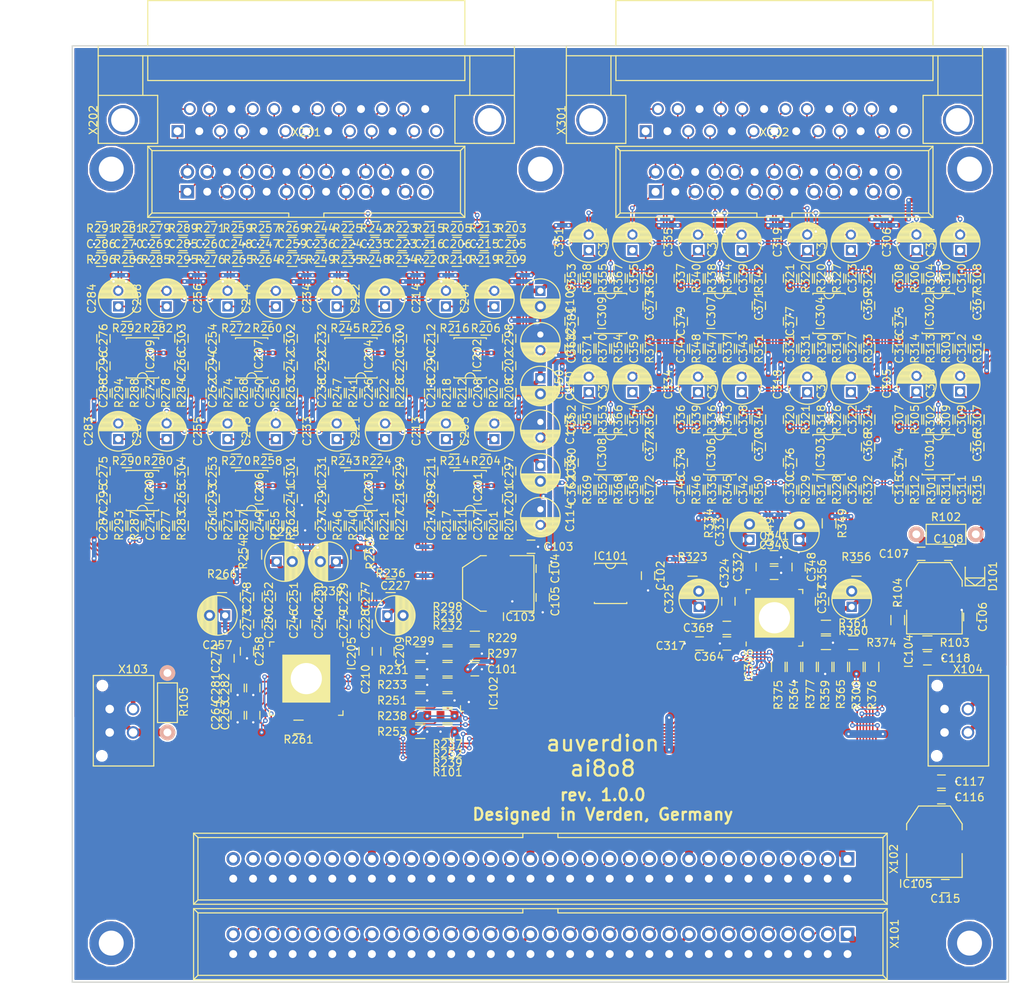
<source format=kicad_pcb>
(kicad_pcb (version 4) (host pcbnew 4.0.7)
  (layers (0 F.Cu signal) (31 B.Cu signal) (34 B.Paste user) (35 F.Paste user) (36 B.SilkS user) (37 F.SilkS user) (38 B.Mask user) (39 F.Mask user) (44 Edge.Cuts user))
  (net 0 "")
  (net 1 GND)
  (net 2 +5VA)
  (net 3 +3V3)
  (net 4 +12V)
  (net 5 /~RST)
  (net 6 /VGROUND)
  (net 7 -VA)
  (net 8 +VA)
  (net 9 /ADC-1/IN1+)
  (net 10 /ADC-1/IN2+)
  (net 11 /ADC-1/ADC1-)
  (net 12 /ADC-1/ADC2-)
  (net 13 /ADC-1/ADC1+)
  (net 14 /ADC-1/ADC2+)
  (net 15 /ADC-1/IN1-)
  (net 16 /ADC-1/IN2-)
  (net 17 /ADC-1/IN3+)
  (net 18 /ADC-1/IN4+)
  (net 19 /ADC-1/ADC3-)
  (net 20 /ADC-1/ADC4-)
  (net 21 /ADC-1/ADC3+)
  (net 22 /ADC-1/ADC4+)
  (net 23 /ADC-1/IN3-)
  (net 24 /ADC-1/IN4-)
  (net 25 /ADC-1/IN5+)
  (net 26 /ADC-1/IN6+)
  (net 27 /ADC-1/ADC5-)
  (net 28 /ADC-1/ADC6-)
  (net 29 /ADC-1/ADC5+)
  (net 30 /ADC-1/ADC6+)
  (net 31 /ADC-1/IN5-)
  (net 32 /ADC-1/IN6-)
  (net 33 /ADC-1/IN7+)
  (net 34 /ADC-1/IN8+)
  (net 35 /ADC-1/ADC7-)
  (net 36 /ADC-1/ADC8-)
  (net 37 /ADC-1/ADC7+)
  (net 38 /ADC-1/ADC8+)
  (net 39 /ADC-1/IN7-)
  (net 40 /ADC-1/IN8-)
  (net 41 /DAC-1/AOUT1+)
  (net 42 /DAC-1/AOUT2+)
  (net 43 /DAC-1/AOUT1-)
  (net 44 /DAC-1/AOUT2-)
  (net 45 /DAC-1/AOUT3+)
  (net 46 /DAC-1/AOUT4+)
  (net 47 /DAC-1/AOUT3-)
  (net 48 /DAC-1/AOUT4-)
  (net 49 /DAC-1/AOUT5+)
  (net 50 /DAC-1/AOUT6+)
  (net 51 /DAC-1/AOUT5-)
  (net 52 /DAC-1/AOUT6-)
  (net 53 /DAC-1/AOUT7+)
  (net 54 /DAC-1/AOUT8+)
  (net 55 /DAC-1/AOUT7-)
  (net 56 /DAC-1/AOUT8-)
  (net 57 /DAC-1/DAC1+)
  (net 58 /DAC-1/DAC1-)
  (net 59 /DAC-1/DAC2-)
  (net 60 /DAC-1/DAC2+)
  (net 61 /DAC-1/DAC3+)
  (net 62 /DAC-1/DAC3-)
  (net 63 /DAC-1/DAC4-)
  (net 64 /DAC-1/DAC4+)
  (net 65 /DAC-1/DAC5+)
  (net 66 /DAC-1/DAC5-)
  (net 67 /DAC-1/DAC6-)
  (net 68 /DAC-1/DAC6+)
  (net 69 /DAC-1/DAC7+)
  (net 70 /DAC-1/DAC7-)
  (net 71 /DAC-1/DAC8-)
  (net 72 /DAC-1/DAC8+)
  (net 73 /ADC-1/AIN1+)
  (net 74 /ADC-1/AIN2+)
  (net 75 /ADC-1/AIN1-)
  (net 76 /ADC-1/AIN2-)
  (net 77 /ADC-1/AIN3+)
  (net 78 /ADC-1/AIN4+)
  (net 79 /ADC-1/AIN3-)
  (net 80 /ADC-1/AIN4-)
  (net 81 /ADC-1/AIN5+)
  (net 82 /ADC-1/AIN6+)
  (net 83 /ADC-1/AIN5-)
  (net 84 /ADC-1/AIN6-)
  (net 85 /ADC-1/AIN7+)
  (net 86 /ADC-1/AIN8+)
  (net 87 /ADC-1/AIN7-)
  (net 88 /ADC-1/AIN8-)
  (net 89 /MCLK:2)
  (net 90 /BCLK:2)
  (net 91 /LRCK:2)
  (net 92 /MDO:2)
  (net 93 /MDI:2)
  (net 94 /MDI:1)
  (net 95 /MDO:1)
  (net 96 /BCLK:1)
  (net 97 /LRCK:1)
  (net 98 /MCLK:1)
  (net 99 /SDA:2)
  (net 100 /SCL:2)
  (net 101 "Net-(C102-Pad1)")
  (net 102 "Net-(C118-Pad1)")
  (net 103 "Net-(C201-Pad1)")
  (net 104 "Net-(C201-Pad2)")
  (net 105 "Net-(C202-Pad1)")
  (net 106 "Net-(C202-Pad2)")
  (net 107 "Net-(C203-Pad1)")
  (net 108 "Net-(C204-Pad1)")
  (net 109 "Net-(C211-Pad1)")
  (net 110 "Net-(C211-Pad2)")
  (net 111 "Net-(C212-Pad1)")
  (net 112 "Net-(C212-Pad2)")
  (net 113 "Net-(C213-Pad1)")
  (net 114 "Net-(C214-Pad1)")
  (net 115 "Net-(C219-Pad1)")
  (net 116 "Net-(C219-Pad2)")
  (net 117 "Net-(C220-Pad1)")
  (net 118 "Net-(C220-Pad2)")
  (net 119 "Net-(C221-Pad1)")
  (net 120 "Net-(C222-Pad1)")
  (net 121 "Net-(C227-Pad1)")
  (net 122 "Net-(C231-Pad1)")
  (net 123 "Net-(C231-Pad2)")
  (net 124 "Net-(C232-Pad1)")
  (net 125 "Net-(C232-Pad2)")
  (net 126 "Net-(C233-Pad1)")
  (net 127 "Net-(C234-Pad1)")
  (net 128 "Net-(C239-Pad1)")
  (net 129 "Net-(C241-Pad1)")
  (net 130 "Net-(C241-Pad2)")
  (net 131 "Net-(C242-Pad1)")
  (net 132 "Net-(C242-Pad2)")
  (net 133 "Net-(C243-Pad1)")
  (net 134 "Net-(C244-Pad1)")
  (net 135 "Net-(C245-Pad1)")
  (net 136 "Net-(C253-Pad1)")
  (net 137 "Net-(C253-Pad2)")
  (net 138 "Net-(C254-Pad1)")
  (net 139 "Net-(C254-Pad2)")
  (net 140 "Net-(C255-Pad1)")
  (net 141 "Net-(C256-Pad1)")
  (net 142 "Net-(C257-Pad1)")
  (net 143 "Net-(C265-Pad1)")
  (net 144 "Net-(C265-Pad2)")
  (net 145 "Net-(C266-Pad1)")
  (net 146 "Net-(C266-Pad2)")
  (net 147 "Net-(C267-Pad1)")
  (net 148 "Net-(C268-Pad1)")
  (net 149 "Net-(C275-Pad1)")
  (net 150 "Net-(C275-Pad2)")
  (net 151 "Net-(C276-Pad1)")
  (net 152 "Net-(C276-Pad2)")
  (net 153 "Net-(C283-Pad1)")
  (net 154 "Net-(C284-Pad1)")
  (net 155 "Net-(C305-Pad1)")
  (net 156 "Net-(C306-Pad1)")
  (net 157 "Net-(C307-Pad2)")
  (net 158 "Net-(C308-Pad2)")
  (net 159 "Net-(C309-Pad1)")
  (net 160 "Net-(C309-Pad2)")
  (net 161 "Net-(C310-Pad1)")
  (net 162 "Net-(C310-Pad2)")
  (net 163 "Net-(C311-Pad1)")
  (net 164 "Net-(C311-Pad2)")
  (net 165 "Net-(C312-Pad1)")
  (net 166 "Net-(C312-Pad2)")
  (net 167 "Net-(C315-Pad1)")
  (net 168 "Net-(C316-Pad1)")
  (net 169 "Net-(C317-Pad1)")
  (net 170 "Net-(C318-Pad1)")
  (net 171 "Net-(C319-Pad1)")
  (net 172 "Net-(C320-Pad2)")
  (net 173 "Net-(C321-Pad2)")
  (net 174 "Net-(C322-Pad1)")
  (net 175 "Net-(C322-Pad2)")
  (net 176 "Net-(C323-Pad1)")
  (net 177 "Net-(C323-Pad2)")
  (net 178 "Net-(C326-Pad1)")
  (net 179 "Net-(C326-Pad2)")
  (net 180 "Net-(C327-Pad1)")
  (net 181 "Net-(C327-Pad2)")
  (net 182 "Net-(C330-Pad1)")
  (net 183 "Net-(C331-Pad1)")
  (net 184 "Net-(C334-Pad1)")
  (net 185 "Net-(C335-Pad1)")
  (net 186 "Net-(C336-Pad2)")
  (net 187 "Net-(C337-Pad2)")
  (net 188 "Net-(C338-Pad1)")
  (net 189 "Net-(C338-Pad2)")
  (net 190 "Net-(C339-Pad1)")
  (net 191 "Net-(C339-Pad2)")
  (net 192 "Net-(C342-Pad1)")
  (net 193 "Net-(C342-Pad2)")
  (net 194 "Net-(C343-Pad1)")
  (net 195 "Net-(C343-Pad2)")
  (net 196 "Net-(C346-Pad1)")
  (net 197 "Net-(C347-Pad1)")
  (net 198 "Net-(C350-Pad1)")
  (net 199 "Net-(C351-Pad1)")
  (net 200 "Net-(C352-Pad2)")
  (net 201 "Net-(C353-Pad2)")
  (net 202 "Net-(C354-Pad1)")
  (net 203 "Net-(C354-Pad2)")
  (net 204 "Net-(C355-Pad1)")
  (net 205 "Net-(C355-Pad2)")
  (net 206 "Net-(C358-Pad1)")
  (net 207 "Net-(C358-Pad2)")
  (net 208 "Net-(C359-Pad1)")
  (net 209 "Net-(C359-Pad2)")
  (net 210 "Net-(C362-Pad1)")
  (net 211 "Net-(C363-Pad1)")
  (net 212 "Net-(IC205-Pad36)")
  (net 213 "Net-(IC205-Pad44)")
  (net 214 "Net-(IC205-Pad46)")
  (net 215 "Net-(IC205-Pad47)")
  (net 216 "Net-(IC205-Pad48)")
  (net 217 "Net-(IC205-Pad49)")
  (net 218 "Net-(IC205-Pad50)")
  (net 219 "Net-(IC205-Pad51)")
  (net 220 "Net-(IC205-Pad52)")
  (net 221 "Net-(IC205-Pad56)")
  (net 222 "Net-(IC305-Pad15)")
  (net 223 "Net-(IC305-Pad16)")
  (net 224 "Net-(IC305-Pad17)")
  (net 225 +9V)
  (net 226 /SDA:1)
  (net 227 /SCL:1)
  (net 228 /MDI:3)
  (net 229 /MDO:3)
  (net 230 /BCLK:3)
  (net 231 /LRCK:3)
  (net 232 /SDA:3)
  (net 233 /SCL:3)
  (net 234 /MCLK:3)
  (net 235 /MDI:4)
  (net 236 /MDO:4)
  (net 237 /BCLK:4)
  (net 238 /LRCK:4)
  (net 239 /SDA:4)
  (net 240 /SCL:4)
  (net 241 /MCLK:4)
  (net 242 "Net-(IC205-Pad53)")
  (net 243 "Net-(C263-Pad2)")
  (net 244 "Net-(C324-Pad2)")
  (net 245 "Net-(C332-Pad2)")
  (net 246 "Net-(C348-Pad2)")
  (net 247 "Net-(C356-Pad2)")
  (net 248 "Net-(IC205-Pad43)")
  (net 249 "Net-(IC205-Pad45)")
  (net 250 "Net-(IC305-Pad13)")
  (net 251 "Net-(IC305-Pad14)")
  (module rklib:C0805-X7R (layer F.Cu) (at 186 68.8 90)
    (fp_text reference C316 (at 0 0 90) (layer F.SilkS))
    (fp_text value CAP_470p_2%_50V_PPS_0805)
    (pad 1 smd rect (at -0.9 0 90) (size 1 1.3) (layers F.Cu F.Paste F.Mask) (net 168 "Net-(C316-Pad1)"))
    (pad 2 smd rect (at 0.9 0 90) (size 1 1.3) (layers F.Cu F.Paste F.Mask) (net 6 /VGROUND))
  )
  (module rklib:C0805-RES (layer F.Cu) (at 188 68.8 90)
    (fp_text reference R314 (at 0 0 90) (layer F.SilkS))
    (fp_text value RES_150R_1%_0.25W_Thin_0805)
    (pad 1 smd rect (at -0.9 0 90) (size 1 1.3) (layers F.Cu F.Paste F.Mask) (net 166 "Net-(C312-Pad2)"))
    (pad 2 smd rect (at 0.9 0 90) (size 1 1.3) (layers F.Cu F.Paste F.Mask) (net 168 "Net-(C316-Pad1)"))
  )
  (module rklib:C0805-X7R (layer F.Cu) (at 108 88 270)
    (fp_text reference C241 (at 0 0 270) (layer F.SilkS))
    (fp_text value CAP_1n00_5%_50V_PPS_0805)
    (pad 1 smd rect (at -0.9 0 270) (size 1 1.3) (layers F.Cu F.Paste F.Mask) (net 129 "Net-(C241-Pad1)"))
    (pad 2 smd rect (at 0.9 0 270) (size 1 1.3) (layers F.Cu F.Paste F.Mask) (net 130 "Net-(C241-Pad2)"))
  )
  (module rklib:MountingHole_3.2mm_M3_DIN965_Pad (layer F.Cu) (at 85 45.8)
    (fp_text reference B101 hide)
    (fp_text value TEST_1P)
    (pad 1 thru_hole circle (at 0 0) (size 5.6 5.6) (drill 3.2) (layers *.Cu *.Mask))
  )
  (module rklib:MountingHole_3.2mm_M3_DIN965_Pad (layer F.Cu) (at 195 45.8)
    (fp_text reference B102 hide)
    (fp_text value TEST_1P)
    (pad 1 thru_hole circle (at 0 0) (size 5.6 5.6) (drill 3.2) (layers *.Cu *.Mask))
  )
  (module rklib:MountingHole_3.2mm_M3_DIN965_Pad (layer F.Cu) (at 195 145)
    (fp_text reference B103 hide)
    (fp_text value TEST_1P)
    (pad 1 thru_hole circle (at 0 0) (size 5.6 5.6) (drill 3.2) (layers *.Cu *.Mask))
  )
  (module rklib:MountingHole_3.2mm_M3_DIN965_Pad (layer F.Cu) (at 85 145)
    (fp_text reference B104 hide)
    (fp_text value TEST_1P)
    (pad 1 thru_hole circle (at 0 0) (size 5.6 5.6) (drill 3.2) (layers *.Cu *.Mask))
  )
  (module rklib:C0805-X7R (layer F.Cu) (at 136 88 270)
    (fp_text reference C201 (at 0 0 270) (layer F.SilkS))
    (fp_text value CAP_1n00_5%_50V_PPS_0805)
    (pad 1 smd rect (at -0.9 0 270) (size 1 1.3) (layers F.Cu F.Paste F.Mask) (net 103 "Net-(C201-Pad1)"))
    (pad 2 smd rect (at 0.9 0 270) (size 1 1.3) (layers F.Cu F.Paste F.Mask) (net 104 "Net-(C201-Pad2)"))
  )
  (module rklib:C0805-X7R (layer F.Cu) (at 136 71 270)
    (fp_text reference C202 (at 0 0 270) (layer F.SilkS))
    (fp_text value CAP_1n00_5%_50V_PPS_0805)
    (pad 1 smd rect (at -0.9 0 270) (size 1 1.3) (layers F.Cu F.Paste F.Mask) (net 105 "Net-(C202-Pad1)"))
    (pad 2 smd rect (at 0.9 0 270) (size 1 1.3) (layers F.Cu F.Paste F.Mask) (net 106 "Net-(C202-Pad2)"))
  )
  (module rklib:C0805-X7R (layer F.Cu) (at 132 91.5 270)
    (fp_text reference C207 (at 0 0 270) (layer F.SilkS))
    (fp_text value CAP_100p_50V_C0G/NP0_0805)
    (pad 1 smd rect (at -0.9 0 270) (size 1 1.3) (layers F.Cu F.Paste F.Mask) (net 1 GND))
    (pad 2 smd rect (at 0.9 0 270) (size 1 1.3) (layers F.Cu F.Paste F.Mask) (net 11 /ADC-1/ADC1-))
  )
  (module rklib:C0805-X7R (layer F.Cu) (at 132 74.5 270)
    (fp_text reference C208 (at 0 0 270) (layer F.SilkS))
    (fp_text value CAP_100p_50V_C0G/NP0_0805)
    (pad 1 smd rect (at -0.9 0 270) (size 1 1.3) (layers F.Cu F.Paste F.Mask) (net 1 GND))
    (pad 2 smd rect (at 0.9 0 270) (size 1 1.3) (layers F.Cu F.Paste F.Mask) (net 12 /ADC-1/ADC2-))
  )
  (module rklib:C0805-X7R (layer F.Cu) (at 120.4 107.6 270)
    (fp_text reference C209 (at 0 -1.6 270) (layer F.SilkS))
    (fp_text value CAP_5n60_5%_16V_PPS_0805)
    (pad 1 smd rect (at -0.9 0 270) (size 1 1.3) (layers F.Cu F.Paste F.Mask) (net 11 /ADC-1/ADC1-))
    (pad 2 smd rect (at 0.9 0 270) (size 1 1.3) (layers F.Cu F.Paste F.Mask) (net 13 /ADC-1/ADC1+))
  )
  (module rklib:C0805-X7R (layer F.Cu) (at 117.6 104.1 90)
    (fp_text reference C210 (at -7.1 0 270) (layer F.SilkS))
    (fp_text value CAP_5n60_5%_16V_PPS_0805)
    (pad 1 smd rect (at -0.9 0 90) (size 1 1.3) (layers F.Cu F.Paste F.Mask) (net 12 /ADC-1/ADC2-))
    (pad 2 smd rect (at 0.9 0 90) (size 1 1.3) (layers F.Cu F.Paste F.Mask) (net 14 /ADC-1/ADC2+))
  )
  (module rklib:C0805-X7R (layer F.Cu) (at 126 84.5 270)
    (fp_text reference C211 (at 0 0 270) (layer F.SilkS))
    (fp_text value CAP_1n00_5%_50V_PPS_0805)
    (pad 1 smd rect (at -0.9 0 270) (size 1 1.3) (layers F.Cu F.Paste F.Mask) (net 109 "Net-(C211-Pad1)"))
    (pad 2 smd rect (at 0.9 0 270) (size 1 1.3) (layers F.Cu F.Paste F.Mask) (net 110 "Net-(C211-Pad2)"))
  )
  (module rklib:C0805-X7R (layer F.Cu) (at 126 67.5 270)
    (fp_text reference C212 (at 0 0 270) (layer F.SilkS))
    (fp_text value CAP_1n00_5%_50V_PPS_0805)
    (pad 1 smd rect (at -0.9 0 270) (size 1 1.3) (layers F.Cu F.Paste F.Mask) (net 111 "Net-(C212-Pad1)"))
    (pad 2 smd rect (at 0.9 0 270) (size 1 1.3) (layers F.Cu F.Paste F.Mask) (net 112 "Net-(C212-Pad2)"))
  )
  (module rklib:C0805-X7R (layer F.Cu) (at 126 91.5 270)
    (fp_text reference C217 (at 0 0 270) (layer F.SilkS))
    (fp_text value CAP_100p_50V_C0G/NP0_0805)
    (pad 1 smd rect (at -0.9 0 270) (size 1 1.3) (layers F.Cu F.Paste F.Mask) (net 1 GND))
    (pad 2 smd rect (at 0.9 0 270) (size 1 1.3) (layers F.Cu F.Paste F.Mask) (net 13 /ADC-1/ADC1+))
  )
  (module rklib:C0805-X7R (layer F.Cu) (at 126 74.5 270)
    (fp_text reference C218 (at 0 0 270) (layer F.SilkS))
    (fp_text value CAP_100p_50V_C0G/NP0_0805)
    (pad 1 smd rect (at -0.9 0 270) (size 1 1.3) (layers F.Cu F.Paste F.Mask) (net 1 GND))
    (pad 2 smd rect (at 0.9 0 270) (size 1 1.3) (layers F.Cu F.Paste F.Mask) (net 14 /ADC-1/ADC2+))
  )
  (module rklib:C0805-X7R (layer F.Cu) (at 122 88 270)
    (fp_text reference C219 (at 0 0 270) (layer F.SilkS))
    (fp_text value CAP_1n00_5%_50V_PPS_0805)
    (pad 1 smd rect (at -0.9 0 270) (size 1 1.3) (layers F.Cu F.Paste F.Mask) (net 115 "Net-(C219-Pad1)"))
    (pad 2 smd rect (at 0.9 0 270) (size 1 1.3) (layers F.Cu F.Paste F.Mask) (net 116 "Net-(C219-Pad2)"))
  )
  (module rklib:C0805-X7R (layer F.Cu) (at 122 71 270)
    (fp_text reference C220 (at 0 0 270) (layer F.SilkS))
    (fp_text value CAP_1n00_5%_50V_PPS_0805)
    (pad 1 smd rect (at -0.9 0 270) (size 1 1.3) (layers F.Cu F.Paste F.Mask) (net 117 "Net-(C220-Pad1)"))
    (pad 2 smd rect (at 0.9 0 270) (size 1 1.3) (layers F.Cu F.Paste F.Mask) (net 118 "Net-(C220-Pad2)"))
  )
  (module rklib:C0805-X7R (layer F.Cu) (at 117.6 107.6 270)
    (fp_text reference C228 (at -3.5 0 270) (layer F.SilkS))
    (fp_text value CAP_100n_50V_X7R_0805)
    (pad 1 smd rect (at -0.9 0 270) (size 1 1.3) (layers F.Cu F.Paste F.Mask) (net 1 GND))
    (pad 2 smd rect (at 0.9 0 270) (size 1 1.3) (layers F.Cu F.Paste F.Mask) (net 121 "Net-(C227-Pad1)"))
  )
  (module rklib:C0805-X7R (layer F.Cu) (at 118 91.5 270)
    (fp_text reference C225 (at 0 0 270) (layer F.SilkS))
    (fp_text value CAP_100p_50V_C0G/NP0_0805)
    (pad 1 smd rect (at -0.9 0 270) (size 1 1.3) (layers F.Cu F.Paste F.Mask) (net 1 GND))
    (pad 2 smd rect (at 0.9 0 270) (size 1 1.3) (layers F.Cu F.Paste F.Mask) (net 19 /ADC-1/ADC3-))
  )
  (module rklib:C0805-X7R (layer F.Cu) (at 118 74.5 270)
    (fp_text reference C226 (at 0 0 270) (layer F.SilkS))
    (fp_text value CAP_100p_50V_C0G/NP0_0805)
    (pad 1 smd rect (at -0.9 0 270) (size 1 1.3) (layers F.Cu F.Paste F.Mask) (net 1 GND))
    (pad 2 smd rect (at 0.9 0 270) (size 1 1.3) (layers F.Cu F.Paste F.Mask) (net 20 /ADC-1/ADC4-))
  )
  (module rklib:C0805-X7R (layer F.Cu) (at 114.8 100.6 270)
    (fp_text reference C229 (at 0.1 0 270) (layer F.SilkS))
    (fp_text value CAP_5n60_5%_16V_PPS_0805)
    (pad 1 smd rect (at -0.9 0 270) (size 1 1.3) (layers F.Cu F.Paste F.Mask) (net 19 /ADC-1/ADC3-))
    (pad 2 smd rect (at 0.9 0 270) (size 1 1.3) (layers F.Cu F.Paste F.Mask) (net 21 /ADC-1/ADC3+))
  )
  (module rklib:C0805-X7R (layer F.Cu) (at 111.6 100.6 90)
    (fp_text reference C230 (at 0 0 90) (layer F.SilkS))
    (fp_text value CAP_5n60_5%_16V_PPS_0805)
    (pad 1 smd rect (at -0.9 0 90) (size 1 1.3) (layers F.Cu F.Paste F.Mask) (net 20 /ADC-1/ADC4-))
    (pad 2 smd rect (at 0.9 0 90) (size 1 1.3) (layers F.Cu F.Paste F.Mask) (net 22 /ADC-1/ADC4+))
  )
  (module rklib:C0805-X7R (layer F.Cu) (at 112 84.5 270)
    (fp_text reference C231 (at 0 0 270) (layer F.SilkS))
    (fp_text value CAP_1n00_5%_50V_PPS_0805)
    (pad 1 smd rect (at -0.9 0 270) (size 1 1.3) (layers F.Cu F.Paste F.Mask) (net 122 "Net-(C231-Pad1)"))
    (pad 2 smd rect (at 0.9 0 270) (size 1 1.3) (layers F.Cu F.Paste F.Mask) (net 123 "Net-(C231-Pad2)"))
  )
  (module rklib:C0805-X7R (layer F.Cu) (at 112 67.5 270)
    (fp_text reference C232 (at 0 0 270) (layer F.SilkS))
    (fp_text value CAP_1n00_5%_50V_PPS_0805)
    (pad 1 smd rect (at -0.9 0 270) (size 1 1.3) (layers F.Cu F.Paste F.Mask) (net 124 "Net-(C232-Pad1)"))
    (pad 2 smd rect (at 0.9 0 270) (size 1 1.3) (layers F.Cu F.Paste F.Mask) (net 125 "Net-(C232-Pad2)"))
  )
  (module rklib:C0805-X7R (layer F.Cu) (at 111.6 104.1 270)
    (fp_text reference C240 (at 0 0 270) (layer F.SilkS))
    (fp_text value CAP_100n_50V_X7R_0805)
    (pad 1 smd rect (at -0.9 0 270) (size 1 1.3) (layers F.Cu F.Paste F.Mask) (net 1 GND))
    (pad 2 smd rect (at 0.9 0 270) (size 1 1.3) (layers F.Cu F.Paste F.Mask) (net 128 "Net-(C239-Pad1)"))
  )
  (module rklib:C0805-X7R (layer F.Cu) (at 112 91.5 270)
    (fp_text reference C237 (at 0 0 270) (layer F.SilkS))
    (fp_text value CAP_100p_50V_C0G/NP0_0805)
    (pad 1 smd rect (at -0.9 0 270) (size 1 1.3) (layers F.Cu F.Paste F.Mask) (net 1 GND))
    (pad 2 smd rect (at 0.9 0 270) (size 1 1.3) (layers F.Cu F.Paste F.Mask) (net 21 /ADC-1/ADC3+))
  )
  (module rklib:C0805-X7R (layer F.Cu) (at 112 74.5 270)
    (fp_text reference C238 (at 0 0 270) (layer F.SilkS))
    (fp_text value CAP_100p_50V_C0G/NP0_0805)
    (pad 1 smd rect (at -0.9 0 270) (size 1 1.3) (layers F.Cu F.Paste F.Mask) (net 1 GND))
    (pad 2 smd rect (at 0.9 0 270) (size 1 1.3) (layers F.Cu F.Paste F.Mask) (net 22 /ADC-1/ADC4+))
  )
  (module rklib:C0805-X7R (layer F.Cu) (at 108.4 104.1 270)
    (fp_text reference C246 (at 0 0 270) (layer F.SilkS))
    (fp_text value CAP_100n_50V_X7R_0805)
    (pad 1 smd rect (at -0.9 0 270) (size 1 1.3) (layers F.Cu F.Paste F.Mask) (net 1 GND))
    (pad 2 smd rect (at 0.9 0 270) (size 1 1.3) (layers F.Cu F.Paste F.Mask) (net 135 "Net-(C245-Pad1)"))
  )
  (module rklib:C0805-X7R (layer F.Cu) (at 108 71 270)
    (fp_text reference C242 (at 0 0 270) (layer F.SilkS))
    (fp_text value CAP_1n00_5%_50V_PPS_0805)
    (pad 1 smd rect (at -0.9 0 270) (size 1 1.3) (layers F.Cu F.Paste F.Mask) (net 131 "Net-(C242-Pad1)"))
    (pad 2 smd rect (at 0.9 0 270) (size 1 1.3) (layers F.Cu F.Paste F.Mask) (net 132 "Net-(C242-Pad2)"))
  )
  (module rklib:C0805-X7R (layer F.Cu) (at 104 91.5 270)
    (fp_text reference C249 (at 0 0 270) (layer F.SilkS))
    (fp_text value CAP_100p_50V_C0G/NP0_0805)
    (pad 1 smd rect (at -0.9 0 270) (size 1 1.3) (layers F.Cu F.Paste F.Mask) (net 1 GND))
    (pad 2 smd rect (at 0.9 0 270) (size 1 1.3) (layers F.Cu F.Paste F.Mask) (net 27 /ADC-1/ADC5-))
  )
  (module rklib:C0805-X7R (layer F.Cu) (at 104 74.5 270)
    (fp_text reference C250 (at 0 0 270) (layer F.SilkS))
    (fp_text value CAP_100p_50V_C0G/NP0_0805)
    (pad 1 smd rect (at -0.9 0 270) (size 1 1.3) (layers F.Cu F.Paste F.Mask) (net 1 GND))
    (pad 2 smd rect (at 0.9 0 270) (size 1 1.3) (layers F.Cu F.Paste F.Mask) (net 28 /ADC-1/ADC6-))
  )
  (module rklib:C0805-X7R (layer F.Cu) (at 102.4 107.6 90)
    (fp_text reference C258 (at 0 1.6 90) (layer F.SilkS))
    (fp_text value CAP_100n_50V_X7R_0805)
    (pad 1 smd rect (at -0.9 0 90) (size 1 1.3) (layers F.Cu F.Paste F.Mask) (net 1 GND))
    (pad 2 smd rect (at 0.9 0 90) (size 1 1.3) (layers F.Cu F.Paste F.Mask) (net 142 "Net-(C257-Pad1)"))
  )
  (module rklib:C0805-X7R (layer F.Cu) (at 108.4 100.6 90)
    (fp_text reference C251 (at 0 0 90) (layer F.SilkS))
    (fp_text value CAP_5n60_5%_16V_PPS_0805)
    (pad 1 smd rect (at -0.9 0 90) (size 1 1.3) (layers F.Cu F.Paste F.Mask) (net 27 /ADC-1/ADC5-))
    (pad 2 smd rect (at 0.9 0 90) (size 1 1.3) (layers F.Cu F.Paste F.Mask) (net 29 /ADC-1/ADC5+))
  )
  (module rklib:C0805-X7R (layer F.Cu) (at 105.2 100.6 270)
    (fp_text reference C252 (at 0 0 270) (layer F.SilkS))
    (fp_text value CAP_5n60_5%_16V_PPS_0805)
    (pad 1 smd rect (at -0.9 0 270) (size 1 1.3) (layers F.Cu F.Paste F.Mask) (net 28 /ADC-1/ADC6-))
    (pad 2 smd rect (at 0.9 0 270) (size 1 1.3) (layers F.Cu F.Paste F.Mask) (net 30 /ADC-1/ADC6+))
  )
  (module rklib:C0805-X7R (layer F.Cu) (at 98 84.5 270)
    (fp_text reference C253 (at 0 0 270) (layer F.SilkS))
    (fp_text value CAP_1n00_5%_50V_PPS_0805)
    (pad 1 smd rect (at -0.9 0 270) (size 1 1.3) (layers F.Cu F.Paste F.Mask) (net 136 "Net-(C253-Pad1)"))
    (pad 2 smd rect (at 0.9 0 270) (size 1 1.3) (layers F.Cu F.Paste F.Mask) (net 137 "Net-(C253-Pad2)"))
  )
  (module rklib:C0805-X7R (layer F.Cu) (at 98 67.5 270)
    (fp_text reference C254 (at 0 0 270) (layer F.SilkS))
    (fp_text value CAP_1n00_5%_50V_PPS_0805)
    (pad 1 smd rect (at -0.9 0 270) (size 1 1.3) (layers F.Cu F.Paste F.Mask) (net 138 "Net-(C254-Pad1)"))
    (pad 2 smd rect (at 0.9 0 270) (size 1 1.3) (layers F.Cu F.Paste F.Mask) (net 139 "Net-(C254-Pad2)"))
  )
  (module rklib:C0805-X7R (layer F.Cu) (at 103.2 115.8 90)
    (fp_text reference C263 (at 0 -3.6 90) (layer F.SilkS))
    (fp_text value CAP_100n_50V_X7R_0805)
    (pad 1 smd rect (at -0.9 0 90) (size 1 1.3) (layers F.Cu F.Paste F.Mask) (net 1 GND))
    (pad 2 smd rect (at 0.9 0 90) (size 1 1.3) (layers F.Cu F.Paste F.Mask) (net 243 "Net-(C263-Pad2)"))
  )
  (module rklib:C0805-X7R (layer F.Cu) (at 101.2 115.8 270)
    (fp_text reference C264 (at 0 2.8 270) (layer F.SilkS))
    (fp_text value CAP_4u70_25V_X5R_0805)
    (pad 1 smd rect (at -0.9 0 270) (size 1 1.3) (layers F.Cu F.Paste F.Mask) (net 243 "Net-(C263-Pad2)"))
    (pad 2 smd rect (at 0.9 0 270) (size 1 1.3) (layers F.Cu F.Paste F.Mask) (net 1 GND))
  )
  (module rklib:C0805-X7R (layer F.Cu) (at 98 91.5 270)
    (fp_text reference C261 (at 0 0 270) (layer F.SilkS))
    (fp_text value CAP_100p_50V_C0G/NP0_0805)
    (pad 1 smd rect (at -0.9 0 270) (size 1 1.3) (layers F.Cu F.Paste F.Mask) (net 1 GND))
    (pad 2 smd rect (at 0.9 0 270) (size 1 1.3) (layers F.Cu F.Paste F.Mask) (net 29 /ADC-1/ADC5+))
  )
  (module rklib:C0805-X7R (layer F.Cu) (at 98 74.5 270)
    (fp_text reference C262 (at 0 0 270) (layer F.SilkS))
    (fp_text value CAP_100p_50V_C0G/NP0_0805)
    (pad 1 smd rect (at -0.9 0 270) (size 1 1.3) (layers F.Cu F.Paste F.Mask) (net 1 GND))
    (pad 2 smd rect (at 0.9 0 270) (size 1 1.3) (layers F.Cu F.Paste F.Mask) (net 30 /ADC-1/ADC6+))
  )
  (module rklib:C0805-X7R (layer F.Cu) (at 94 88 270)
    (fp_text reference C265 (at 0 0 270) (layer F.SilkS))
    (fp_text value CAP_1n00_5%_50V_PPS_0805)
    (pad 1 smd rect (at -0.9 0 270) (size 1 1.3) (layers F.Cu F.Paste F.Mask) (net 143 "Net-(C265-Pad1)"))
    (pad 2 smd rect (at 0.9 0 270) (size 1 1.3) (layers F.Cu F.Paste F.Mask) (net 144 "Net-(C265-Pad2)"))
  )
  (module rklib:C0805-X7R (layer F.Cu) (at 94 71 270)
    (fp_text reference C266 (at 0 0 270) (layer F.SilkS))
    (fp_text value CAP_1n00_5%_50V_PPS_0805)
    (pad 1 smd rect (at -0.9 0 270) (size 1 1.3) (layers F.Cu F.Paste F.Mask) (net 145 "Net-(C266-Pad1)"))
    (pad 2 smd rect (at 0.9 0 270) (size 1 1.3) (layers F.Cu F.Paste F.Mask) (net 146 "Net-(C266-Pad2)"))
  )
  (module rklib:C0805-X7R (layer F.Cu) (at 90 91.5 270)
    (fp_text reference C271 (at 0 0 270) (layer F.SilkS))
    (fp_text value CAP_100p_50V_C0G/NP0_0805)
    (pad 1 smd rect (at -0.9 0 270) (size 1 1.3) (layers F.Cu F.Paste F.Mask) (net 1 GND))
    (pad 2 smd rect (at 0.9 0 270) (size 1 1.3) (layers F.Cu F.Paste F.Mask) (net 35 /ADC-1/ADC7-))
  )
  (module rklib:C0805-X7R (layer F.Cu) (at 90 74.5 270)
    (fp_text reference C272 (at 0 0 270) (layer F.SilkS))
    (fp_text value CAP_100p_50V_C0G/NP0_0805)
    (pad 1 smd rect (at -0.9 0 270) (size 1 1.3) (layers F.Cu F.Paste F.Mask) (net 1 GND))
    (pad 2 smd rect (at 0.9 0 270) (size 1 1.3) (layers F.Cu F.Paste F.Mask) (net 36 /ADC-1/ADC8-))
  )
  (module rklib:C0805-X7R (layer F.Cu) (at 114.8 104.1 270)
    (fp_text reference C279 (at 0 0 270) (layer F.SilkS))
    (fp_text value CAP_100n_50V_X7R_0805)
    (pad 1 smd rect (at -0.9 0 270) (size 1 1.3) (layers F.Cu F.Paste F.Mask) (net 1 GND))
    (pad 2 smd rect (at 0.9 0 270) (size 1 1.3) (layers F.Cu F.Paste F.Mask) (net 2 +5VA))
  )
  (module rklib:C0805-X7R (layer F.Cu) (at 105.2 104.1 270)
    (fp_text reference C280 (at 0 0 270) (layer F.SilkS))
    (fp_text value CAP_100n_50V_X7R_0805)
    (pad 1 smd rect (at -0.9 0 270) (size 1 1.3) (layers F.Cu F.Paste F.Mask) (net 1 GND))
    (pad 2 smd rect (at 0.9 0 270) (size 1 1.3) (layers F.Cu F.Paste F.Mask) (net 2 +5VA))
  )
  (module rklib:C0805-X7R (layer F.Cu) (at 103.2 112.3 90)
    (fp_text reference C282 (at 0 -3.6 90) (layer F.SilkS))
    (fp_text value CAP_100n_50V_X7R_0805)
    (pad 1 smd rect (at -0.9 0 90) (size 1 1.3) (layers F.Cu F.Paste F.Mask) (net 1 GND))
    (pad 2 smd rect (at 0.9 0 90) (size 1 1.3) (layers F.Cu F.Paste F.Mask) (net 3 +3V3))
  )
  (module rklib:C0805-X7R (layer F.Cu) (at 102.4 104.1 90)
    (fp_text reference C273 (at 0 0 90) (layer F.SilkS))
    (fp_text value CAP_5n60_5%_16V_PPS_0805)
    (pad 1 smd rect (at -0.9 0 90) (size 1 1.3) (layers F.Cu F.Paste F.Mask) (net 35 /ADC-1/ADC7-))
    (pad 2 smd rect (at 0.9 0 90) (size 1 1.3) (layers F.Cu F.Paste F.Mask) (net 37 /ADC-1/ADC7+))
  )
  (module rklib:C0805-X7R (layer F.Cu) (at 99.9 108.5 270)
    (fp_text reference C274 (at 0 1.5 270) (layer F.SilkS))
    (fp_text value CAP_5n60_5%_16V_PPS_0805)
    (pad 1 smd rect (at -0.9 0 270) (size 1 1.3) (layers F.Cu F.Paste F.Mask) (net 36 /ADC-1/ADC8-))
    (pad 2 smd rect (at 0.9 0 270) (size 1 1.3) (layers F.Cu F.Paste F.Mask) (net 38 /ADC-1/ADC8+))
  )
  (module rklib:C0805-X7R (layer F.Cu) (at 84 84.5 270)
    (fp_text reference C275 (at 0 0 270) (layer F.SilkS))
    (fp_text value CAP_1n00_5%_50V_PPS_0805)
    (pad 1 smd rect (at -0.9 0 270) (size 1 1.3) (layers F.Cu F.Paste F.Mask) (net 149 "Net-(C275-Pad1)"))
    (pad 2 smd rect (at 0.9 0 270) (size 1 1.3) (layers F.Cu F.Paste F.Mask) (net 150 "Net-(C275-Pad2)"))
  )
  (module rklib:C0805-X7R (layer F.Cu) (at 84 67.5 270)
    (fp_text reference C276 (at 0 0 270) (layer F.SilkS))
    (fp_text value CAP_1n00_5%_50V_PPS_0805)
    (pad 1 smd rect (at -0.9 0 270) (size 1 1.3) (layers F.Cu F.Paste F.Mask) (net 151 "Net-(C276-Pad1)"))
    (pad 2 smd rect (at 0.9 0 270) (size 1 1.3) (layers F.Cu F.Paste F.Mask) (net 152 "Net-(C276-Pad2)"))
  )
  (module rklib:C0805-X7R (layer F.Cu) (at 84 91.5 270)
    (fp_text reference C287 (at 0 0 270) (layer F.SilkS))
    (fp_text value CAP_100p_50V_C0G/NP0_0805)
    (pad 1 smd rect (at -0.9 0 270) (size 1 1.3) (layers F.Cu F.Paste F.Mask) (net 1 GND))
    (pad 2 smd rect (at 0.9 0 270) (size 1 1.3) (layers F.Cu F.Paste F.Mask) (net 37 /ADC-1/ADC7+))
  )
  (module rklib:C0805-X7R (layer F.Cu) (at 84 74.5 270)
    (fp_text reference C288 (at 0 0 270) (layer F.SilkS))
    (fp_text value CAP_100p_50V_C0G/NP0_0805)
    (pad 1 smd rect (at -0.9 0 270) (size 1 1.3) (layers F.Cu F.Paste F.Mask) (net 1 GND))
    (pad 2 smd rect (at 0.9 0 270) (size 1 1.3) (layers F.Cu F.Paste F.Mask) (net 38 /ADC-1/ADC8+))
  )
  (module rklib:C0805-X7R (layer F.Cu) (at 126 88 270)
    (fp_text reference C289 (at 0 0 270) (layer F.SilkS))
    (fp_text value CAP_100n_50V_X7R_0805)
    (pad 1 smd rect (at -0.9 0 270) (size 1 1.3) (layers F.Cu F.Paste F.Mask) (net 1 GND))
    (pad 2 smd rect (at 0.9 0 270) (size 1 1.3) (layers F.Cu F.Paste F.Mask) (net 8 +VA))
  )
  (module rklib:C0805-X7R (layer F.Cu) (at 126 71 270)
    (fp_text reference C290 (at 0 0 270) (layer F.SilkS))
    (fp_text value CAP_100n_50V_X7R_0805)
    (pad 1 smd rect (at -0.9 0 270) (size 1 1.3) (layers F.Cu F.Paste F.Mask) (net 1 GND))
    (pad 2 smd rect (at 0.9 0 270) (size 1 1.3) (layers F.Cu F.Paste F.Mask) (net 8 +VA))
  )
  (module rklib:C0805-X7R (layer F.Cu) (at 112 88 270)
    (fp_text reference C291 (at 0 0 270) (layer F.SilkS))
    (fp_text value CAP_100n_50V_X7R_0805)
    (pad 1 smd rect (at -0.9 0 270) (size 1 1.3) (layers F.Cu F.Paste F.Mask) (net 1 GND))
    (pad 2 smd rect (at 0.9 0 270) (size 1 1.3) (layers F.Cu F.Paste F.Mask) (net 8 +VA))
  )
  (module rklib:C0805-X7R (layer F.Cu) (at 112 71 270)
    (fp_text reference C292 (at 0 0 270) (layer F.SilkS))
    (fp_text value CAP_100n_50V_X7R_0805)
    (pad 1 smd rect (at -0.9 0 270) (size 1 1.3) (layers F.Cu F.Paste F.Mask) (net 1 GND))
    (pad 2 smd rect (at 0.9 0 270) (size 1 1.3) (layers F.Cu F.Paste F.Mask) (net 8 +VA))
  )
  (module rklib:C0805-X7R (layer F.Cu) (at 98 88 270)
    (fp_text reference C293 (at 0 0 270) (layer F.SilkS))
    (fp_text value CAP_100n_50V_X7R_0805)
    (pad 1 smd rect (at -0.9 0 270) (size 1 1.3) (layers F.Cu F.Paste F.Mask) (net 1 GND))
    (pad 2 smd rect (at 0.9 0 270) (size 1 1.3) (layers F.Cu F.Paste F.Mask) (net 8 +VA))
  )
  (module rklib:C0805-X7R (layer F.Cu) (at 98 71 270)
    (fp_text reference C294 (at 0 0 270) (layer F.SilkS))
    (fp_text value CAP_100n_50V_X7R_0805)
    (pad 1 smd rect (at -0.9 0 270) (size 1 1.3) (layers F.Cu F.Paste F.Mask) (net 1 GND))
    (pad 2 smd rect (at 0.9 0 270) (size 1 1.3) (layers F.Cu F.Paste F.Mask) (net 8 +VA))
  )
  (module rklib:C0805-X7R (layer F.Cu) (at 84 88 270)
    (fp_text reference C295 (at 0 0 270) (layer F.SilkS))
    (fp_text value CAP_100n_50V_X7R_0805)
    (pad 1 smd rect (at -0.9 0 270) (size 1 1.3) (layers F.Cu F.Paste F.Mask) (net 1 GND))
    (pad 2 smd rect (at 0.9 0 270) (size 1 1.3) (layers F.Cu F.Paste F.Mask) (net 8 +VA))
  )
  (module rklib:C0805-X7R (layer F.Cu) (at 84 71 270)
    (fp_text reference C296 (at 0 0 270) (layer F.SilkS))
    (fp_text value CAP_100n_50V_X7R_0805)
    (pad 1 smd rect (at -0.9 0 270) (size 1 1.3) (layers F.Cu F.Paste F.Mask) (net 1 GND))
    (pad 2 smd rect (at 0.9 0 270) (size 1 1.3) (layers F.Cu F.Paste F.Mask) (net 8 +VA))
  )
  (module rklib:C0805-RES (layer F.Cu) (at 134 91.5 270)
    (fp_text reference R201 (at 0 0 270) (layer F.SilkS))
    (fp_text value RES_620R_0.5%_0.1W_Thin_0805)
    (pad 1 smd rect (at -0.9 0 270) (size 1 1.3) (layers F.Cu F.Paste F.Mask) (net 103 "Net-(C201-Pad1)"))
    (pad 2 smd rect (at 0.9 0 270) (size 1 1.3) (layers F.Cu F.Paste F.Mask) (net 11 /ADC-1/ADC1-))
  )
  (module rklib:C0805-RES (layer F.Cu) (at 134 74.5 270)
    (fp_text reference R202 (at 0 0 270) (layer F.SilkS))
    (fp_text value RES_620R_0.5%_0.1W_Thin_0805)
    (pad 1 smd rect (at -0.9 0 270) (size 1 1.3) (layers F.Cu F.Paste F.Mask) (net 105 "Net-(C202-Pad1)"))
    (pad 2 smd rect (at 0.9 0 270) (size 1 1.3) (layers F.Cu F.Paste F.Mask) (net 12 /ADC-1/ADC2-))
  )
  (module rklib:C0805-RES (layer F.Cu) (at 133 83.2 180)
    (fp_text reference R204 (at 0 0 180) (layer F.SilkS))
    (fp_text value RES_976R_0.5%_0.1W_Thin_0805)
    (pad 1 smd rect (at -0.9 0 180) (size 1 1.3) (layers F.Cu F.Paste F.Mask) (net 103 "Net-(C201-Pad1)"))
    (pad 2 smd rect (at 0.9 0 180) (size 1 1.3) (layers F.Cu F.Paste F.Mask) (net 107 "Net-(C203-Pad1)"))
  )
  (module rklib:C0805-RES (layer F.Cu) (at 133 66.2 180)
    (fp_text reference R206 (at 0 0 180) (layer F.SilkS))
    (fp_text value RES_976R_0.5%_0.1W_Thin_0805)
    (pad 1 smd rect (at -0.9 0 180) (size 1 1.3) (layers F.Cu F.Paste F.Mask) (net 105 "Net-(C202-Pad1)"))
    (pad 2 smd rect (at 0.9 0 180) (size 1 1.3) (layers F.Cu F.Paste F.Mask) (net 108 "Net-(C204-Pad1)"))
  )
  (module rklib:C0805-RES (layer F.Cu) (at 136 91.5 270)
    (fp_text reference R207 (at 0 0 270) (layer F.SilkS))
    (fp_text value RES_10R0_1%_0.25W_Thin_0805)
    (pad 1 smd rect (at -0.9 0 270) (size 1 1.3) (layers F.Cu F.Paste F.Mask) (net 104 "Net-(C201-Pad2)"))
    (pad 2 smd rect (at 0.9 0 270) (size 1 1.3) (layers F.Cu F.Paste F.Mask) (net 11 /ADC-1/ADC1-))
  )
  (module rklib:C0805-RES (layer F.Cu) (at 136 74.5 270)
    (fp_text reference R208 (at 0 0 270) (layer F.SilkS))
    (fp_text value RES_10R0_1%_0.25W_Thin_0805)
    (pad 1 smd rect (at -0.9 0 270) (size 1 1.3) (layers F.Cu F.Paste F.Mask) (net 106 "Net-(C202-Pad2)"))
    (pad 2 smd rect (at 0.9 0 270) (size 1 1.3) (layers F.Cu F.Paste F.Mask) (net 12 /ADC-1/ADC2-))
  )
  (module rklib:C0805-RES (layer F.Cu) (at 130 91.5 270)
    (fp_text reference R211 (at 0 0 270) (layer F.SilkS))
    (fp_text value RES_620R_0.5%_0.1W_Thin_0805)
    (pad 1 smd rect (at -0.9 0 270) (size 1 1.3) (layers F.Cu F.Paste F.Mask) (net 109 "Net-(C211-Pad1)"))
    (pad 2 smd rect (at 0.9 0 270) (size 1 1.3) (layers F.Cu F.Paste F.Mask) (net 13 /ADC-1/ADC1+))
  )
  (module rklib:C0805-RES (layer F.Cu) (at 130 74.5 270)
    (fp_text reference R212 (at 0 0 270) (layer F.SilkS))
    (fp_text value RES_620R_0.5%_0.1W_Thin_0805)
    (pad 1 smd rect (at -0.9 0 270) (size 1 1.3) (layers F.Cu F.Paste F.Mask) (net 111 "Net-(C212-Pad1)"))
    (pad 2 smd rect (at 0.9 0 270) (size 1 1.3) (layers F.Cu F.Paste F.Mask) (net 14 /ADC-1/ADC2+))
  )
  (module rklib:C0805-RES (layer F.Cu) (at 129 83.2)
    (fp_text reference R214 (at 0 0) (layer F.SilkS))
    (fp_text value RES_976R_0.5%_0.1W_Thin_0805)
    (pad 1 smd rect (at -0.9 0) (size 1 1.3) (layers F.Cu F.Paste F.Mask) (net 109 "Net-(C211-Pad1)"))
    (pad 2 smd rect (at 0.9 0) (size 1 1.3) (layers F.Cu F.Paste F.Mask) (net 113 "Net-(C213-Pad1)"))
  )
  (module rklib:C0805-RES (layer F.Cu) (at 129 66.2)
    (fp_text reference R216 (at 0 0) (layer F.SilkS))
    (fp_text value RES_976R_0.5%_0.1W_Thin_0805)
    (pad 1 smd rect (at -0.9 0) (size 1 1.3) (layers F.Cu F.Paste F.Mask) (net 111 "Net-(C212-Pad1)"))
    (pad 2 smd rect (at 0.9 0) (size 1 1.3) (layers F.Cu F.Paste F.Mask) (net 114 "Net-(C214-Pad1)"))
  )
  (module rklib:C0805-RES (layer F.Cu) (at 128 91.5 270)
    (fp_text reference R217 (at 0 0 270) (layer F.SilkS))
    (fp_text value RES_10R0_1%_0.25W_Thin_0805)
    (pad 1 smd rect (at -0.9 0 270) (size 1 1.3) (layers F.Cu F.Paste F.Mask) (net 110 "Net-(C211-Pad2)"))
    (pad 2 smd rect (at 0.9 0 270) (size 1 1.3) (layers F.Cu F.Paste F.Mask) (net 13 /ADC-1/ADC1+))
  )
  (module rklib:C0805-RES (layer F.Cu) (at 128 74.5 270)
    (fp_text reference R218 (at 0 0 270) (layer F.SilkS))
    (fp_text value RES_10R0_1%_0.25W_Thin_0805)
    (pad 1 smd rect (at -0.9 0 270) (size 1 1.3) (layers F.Cu F.Paste F.Mask) (net 112 "Net-(C212-Pad2)"))
    (pad 2 smd rect (at 0.9 0 270) (size 1 1.3) (layers F.Cu F.Paste F.Mask) (net 14 /ADC-1/ADC2+))
  )
  (module rklib:C0805-RES (layer F.Cu) (at 131.6 105.9)
    (fp_text reference R229 (at 3.5 0) (layer F.SilkS))
    (fp_text value RES_0R00_1%_0.125W_Thick_0805)
    (pad 1 smd rect (at -0.9 0) (size 1 1.3) (layers F.Cu F.Paste F.Mask) (net 221 "Net-(IC205-Pad56)"))
    (pad 2 smd rect (at 0.9 0) (size 1 1.3) (layers F.Cu F.Paste F.Mask) (net 3 +3V3))
  )
  (module rklib:C0805-RES (layer F.Cu) (at 128.1 107.9)
    (fp_text reference R230 (at 0 -4.8) (layer F.SilkS))
    (fp_text value RES_47K0_1%_0.125W_Thick_0805)
    (pad 1 smd rect (at -0.9 0) (size 1 1.3) (layers F.Cu F.Paste F.Mask) (net 220 "Net-(IC205-Pad52)"))
    (pad 2 smd rect (at 0.9 0) (size 1 1.3) (layers F.Cu F.Paste F.Mask) (net 3 +3V3))
  )
  (module rklib:C0805-RES (layer F.Cu) (at 124.6 109.9)
    (fp_text reference R231 (at -3.4 0.1) (layer F.SilkS))
    (fp_text value RES_0R00_1%_0.125W_Thick_0805)
    (pad 1 smd rect (at -0.9 0) (size 1 1.3) (layers F.Cu F.Paste F.Mask) (net 219 "Net-(IC205-Pad51)"))
    (pad 2 smd rect (at 0.9 0) (size 1 1.3) (layers F.Cu F.Paste F.Mask) (net 1 GND))
  )
  (module rklib:C0805-RES (layer F.Cu) (at 128.1 109.9)
    (fp_text reference R232 (at 0 -5.6) (layer F.SilkS))
    (fp_text value RES_47K0_1%_0.125W_Thick_0805)
    (pad 1 smd rect (at -0.9 0) (size 1 1.3) (layers F.Cu F.Paste F.Mask) (net 218 "Net-(IC205-Pad50)"))
    (pad 2 smd rect (at 0.9 0) (size 1 1.3) (layers F.Cu F.Paste F.Mask) (net 3 +3V3))
  )
  (module rklib:C0805-RES (layer F.Cu) (at 124.6 111.9)
    (fp_text reference R233 (at -3.6 0) (layer F.SilkS))
    (fp_text value RES_0R00_1%_0.125W_Thick_0805)
    (pad 1 smd rect (at -0.9 0) (size 1 1.3) (layers F.Cu F.Paste F.Mask) (net 217 "Net-(IC205-Pad49)"))
    (pad 2 smd rect (at 0.9 0) (size 1 1.3) (layers F.Cu F.Paste F.Mask) (net 1 GND))
  )
  (module rklib:C0805-RES (layer F.Cu) (at 120.8 99.2)
    (fp_text reference R236 (at 0 -1.6) (layer F.SilkS))
    (fp_text value RES_20R0_1%_0.125W_Thick_0805)
    (pad 1 smd rect (at -0.9 0) (size 1 1.3) (layers F.Cu F.Paste F.Mask) (net 2 +5VA))
    (pad 2 smd rect (at 0.9 0) (size 1 1.3) (layers F.Cu F.Paste F.Mask) (net 121 "Net-(C227-Pad1)"))
  )
  (module rklib:C0805-RES (layer F.Cu) (at 120 91.5 270)
    (fp_text reference R221 (at 0 0 270) (layer F.SilkS))
    (fp_text value RES_620R_0.5%_0.1W_Thin_0805)
    (pad 1 smd rect (at -0.9 0 270) (size 1 1.3) (layers F.Cu F.Paste F.Mask) (net 115 "Net-(C219-Pad1)"))
    (pad 2 smd rect (at 0.9 0 270) (size 1 1.3) (layers F.Cu F.Paste F.Mask) (net 19 /ADC-1/ADC3-))
  )
  (module rklib:C0805-RES (layer F.Cu) (at 120 74.5 270)
    (fp_text reference R222 (at 0 0 270) (layer F.SilkS))
    (fp_text value RES_620R_0.5%_0.1W_Thin_0805)
    (pad 1 smd rect (at -0.9 0 270) (size 1 1.3) (layers F.Cu F.Paste F.Mask) (net 117 "Net-(C220-Pad1)"))
    (pad 2 smd rect (at 0.9 0 270) (size 1 1.3) (layers F.Cu F.Paste F.Mask) (net 20 /ADC-1/ADC4-))
  )
  (module rklib:C0805-RES (layer F.Cu) (at 119 83.2 180)
    (fp_text reference R224 (at 0 0 180) (layer F.SilkS))
    (fp_text value RES_976R_0.5%_0.1W_Thin_0805)
    (pad 1 smd rect (at -0.9 0 180) (size 1 1.3) (layers F.Cu F.Paste F.Mask) (net 115 "Net-(C219-Pad1)"))
    (pad 2 smd rect (at 0.9 0 180) (size 1 1.3) (layers F.Cu F.Paste F.Mask) (net 119 "Net-(C221-Pad1)"))
  )
  (module rklib:C0805-RES (layer F.Cu) (at 119 66.2 180)
    (fp_text reference R226 (at 0 0 180) (layer F.SilkS))
    (fp_text value RES_976R_0.5%_0.1W_Thin_0805)
    (pad 1 smd rect (at -0.9 0 180) (size 1 1.3) (layers F.Cu F.Paste F.Mask) (net 117 "Net-(C220-Pad1)"))
    (pad 2 smd rect (at 0.9 0 180) (size 1 1.3) (layers F.Cu F.Paste F.Mask) (net 120 "Net-(C222-Pad1)"))
  )
  (module rklib:C0805-RES (layer F.Cu) (at 122 91.5 270)
    (fp_text reference R227 (at 0 0 270) (layer F.SilkS))
    (fp_text value RES_10R0_1%_0.25W_Thin_0805)
    (pad 1 smd rect (at -0.9 0 270) (size 1 1.3) (layers F.Cu F.Paste F.Mask) (net 116 "Net-(C219-Pad2)"))
    (pad 2 smd rect (at 0.9 0 270) (size 1 1.3) (layers F.Cu F.Paste F.Mask) (net 19 /ADC-1/ADC3-))
  )
  (module rklib:C0805-RES (layer F.Cu) (at 122 74.5 270)
    (fp_text reference R228 (at 0 0 270) (layer F.SilkS))
    (fp_text value RES_10R0_1%_0.25W_Thin_0805)
    (pad 1 smd rect (at -0.9 0 270) (size 1 1.3) (layers F.Cu F.Paste F.Mask) (net 118 "Net-(C220-Pad2)"))
    (pad 2 smd rect (at 0.9 0 270) (size 1 1.3) (layers F.Cu F.Paste F.Mask) (net 20 /ADC-1/ADC4-))
  )
  (module rklib:C0805-RES (layer F.Cu) (at 128.1 111.9 180)
    (fp_text reference R237 (at 0 -7.6 180) (layer F.SilkS))
    (fp_text value RES_47K0_1%_0.125W_Thick_0805)
    (pad 1 smd rect (at -0.9 0 180) (size 1 1.3) (layers F.Cu F.Paste F.Mask) (net 3 +3V3))
    (pad 2 smd rect (at 0.9 0 180) (size 1 1.3) (layers F.Cu F.Paste F.Mask) (net 216 "Net-(IC205-Pad48)"))
  )
  (module rklib:C0805-RES (layer F.Cu) (at 124.6 115.9 180)
    (fp_text reference R238 (at 3.6 0 180) (layer F.SilkS))
    (fp_text value RES_47K0_1%_0.125W_Thick_0805)
    (pad 1 smd rect (at -0.9 0 180) (size 1 1.3) (layers F.Cu F.Paste F.Mask) (net 3 +3V3))
    (pad 2 smd rect (at 0.9 0 180) (size 1 1.3) (layers F.Cu F.Paste F.Mask) (net 249 "Net-(IC205-Pad45)"))
  )
  (module rklib:C0805-RES (layer F.Cu) (at 128.1 115.9 180)
    (fp_text reference R239 (at 0 -6 180) (layer F.SilkS))
    (fp_text value RES_47K0_1%_0.125W_Thick_0805)
    (pad 1 smd rect (at -0.9 0 180) (size 1 1.3) (layers F.Cu F.Paste F.Mask) (net 3 +3V3))
    (pad 2 smd rect (at 0.9 0 180) (size 1 1.3) (layers F.Cu F.Paste F.Mask) (net 213 "Net-(IC205-Pad44)"))
  )
  (module rklib:C0805-RES (layer F.Cu) (at 116.6 95.2 270)
    (fp_text reference R250 (at 0 -1.6 270) (layer F.SilkS))
    (fp_text value RES_20R0_1%_0.125W_Thick_0805)
    (pad 1 smd rect (at -0.9 0 270) (size 1 1.3) (layers F.Cu F.Paste F.Mask) (net 2 +5VA))
    (pad 2 smd rect (at 0.9 0 270) (size 1 1.3) (layers F.Cu F.Paste F.Mask) (net 128 "Net-(C239-Pad1)"))
  )
  (module rklib:C0805-RES (layer F.Cu) (at 116 91.5 270)
    (fp_text reference R240 (at 0 0 270) (layer F.SilkS))
    (fp_text value RES_620R_0.5%_0.1W_Thin_0805)
    (pad 1 smd rect (at -0.9 0 270) (size 1 1.3) (layers F.Cu F.Paste F.Mask) (net 122 "Net-(C231-Pad1)"))
    (pad 2 smd rect (at 0.9 0 270) (size 1 1.3) (layers F.Cu F.Paste F.Mask) (net 21 /ADC-1/ADC3+))
  )
  (module rklib:C0805-RES (layer F.Cu) (at 116 74.5 270)
    (fp_text reference R241 (at 0 0 270) (layer F.SilkS))
    (fp_text value RES_620R_0.5%_0.1W_Thin_0805)
    (pad 1 smd rect (at -0.9 0 270) (size 1 1.3) (layers F.Cu F.Paste F.Mask) (net 124 "Net-(C232-Pad1)"))
    (pad 2 smd rect (at 0.9 0 270) (size 1 1.3) (layers F.Cu F.Paste F.Mask) (net 22 /ADC-1/ADC4+))
  )
  (module rklib:C0805-RES (layer F.Cu) (at 115 83.2)
    (fp_text reference R243 (at 0 0) (layer F.SilkS))
    (fp_text value RES_976R_0.5%_0.1W_Thin_0805)
    (pad 1 smd rect (at -0.9 0) (size 1 1.3) (layers F.Cu F.Paste F.Mask) (net 122 "Net-(C231-Pad1)"))
    (pad 2 smd rect (at 0.9 0) (size 1 1.3) (layers F.Cu F.Paste F.Mask) (net 126 "Net-(C233-Pad1)"))
  )
  (module rklib:C0805-RES (layer F.Cu) (at 115 66.2)
    (fp_text reference R245 (at 0 0) (layer F.SilkS))
    (fp_text value RES_976R_0.5%_0.1W_Thin_0805)
    (pad 1 smd rect (at -0.9 0) (size 1 1.3) (layers F.Cu F.Paste F.Mask) (net 124 "Net-(C232-Pad1)"))
    (pad 2 smd rect (at 0.9 0) (size 1 1.3) (layers F.Cu F.Paste F.Mask) (net 127 "Net-(C234-Pad1)"))
  )
  (module rklib:C0805-RES (layer F.Cu) (at 114 91.5 270)
    (fp_text reference R246 (at 0 0 270) (layer F.SilkS))
    (fp_text value RES_10R0_1%_0.25W_Thin_0805)
    (pad 1 smd rect (at -0.9 0 270) (size 1 1.3) (layers F.Cu F.Paste F.Mask) (net 123 "Net-(C231-Pad2)"))
    (pad 2 smd rect (at 0.9 0 270) (size 1 1.3) (layers F.Cu F.Paste F.Mask) (net 21 /ADC-1/ADC3+))
  )
  (module rklib:C0805-RES (layer F.Cu) (at 114 74.5 270)
    (fp_text reference R247 (at 0 0 270) (layer F.SilkS))
    (fp_text value RES_10R0_1%_0.25W_Thin_0805)
    (pad 1 smd rect (at -0.9 0 270) (size 1 1.3) (layers F.Cu F.Paste F.Mask) (net 125 "Net-(C232-Pad2)"))
    (pad 2 smd rect (at 0.9 0 270) (size 1 1.3) (layers F.Cu F.Paste F.Mask) (net 22 /ADC-1/ADC4+))
  )
  (module rklib:C0805-RES (layer F.Cu) (at 124.6 113.9 180)
    (fp_text reference R251 (at 3.6 0 180) (layer F.SilkS))
    (fp_text value RES_0R00_1%_0.125W_Thick_0805)
    (pad 1 smd rect (at -0.9 0 180) (size 1 1.3) (layers F.Cu F.Paste F.Mask) (net 1 GND))
    (pad 2 smd rect (at 0.9 0 180) (size 1 1.3) (layers F.Cu F.Paste F.Mask) (net 215 "Net-(IC205-Pad47)"))
  )
  (module rklib:C0805-RES (layer F.Cu) (at 128.1 113.9 180)
    (fp_text reference R252 (at 0 -6.8 180) (layer F.SilkS))
    (fp_text value RES_0R00_1%_0.125W_Thick_0805)
    (pad 1 smd rect (at -0.9 0 180) (size 1 1.3) (layers F.Cu F.Paste F.Mask) (net 1 GND))
    (pad 2 smd rect (at 0.9 0 180) (size 1 1.3) (layers F.Cu F.Paste F.Mask) (net 214 "Net-(IC205-Pad46)"))
  )
  (module rklib:C0805-RES (layer F.Cu) (at 124.6 117.9 180)
    (fp_text reference R253 (at 3.6 0 180) (layer F.SilkS))
    (fp_text value RES_0R00_1%_0.125W_Thick_0805)
    (pad 1 smd rect (at -0.9 0 180) (size 1 1.3) (layers F.Cu F.Paste F.Mask) (net 1 GND))
    (pad 2 smd rect (at 0.9 0 180) (size 1 1.3) (layers F.Cu F.Paste F.Mask) (net 248 "Net-(IC205-Pad43)"))
  )
  (module rklib:C0805-RES (layer F.Cu) (at 103.4 95.2 270)
    (fp_text reference R254 (at 0 1.5 270) (layer F.SilkS))
    (fp_text value RES_20R0_1%_0.125W_Thick_0805)
    (pad 1 smd rect (at -0.9 0 270) (size 1 1.3) (layers F.Cu F.Paste F.Mask) (net 2 +5VA))
    (pad 2 smd rect (at 0.9 0 270) (size 1 1.3) (layers F.Cu F.Paste F.Mask) (net 135 "Net-(C245-Pad1)"))
  )
  (module rklib:C0805-RES (layer F.Cu) (at 109 117.3)
    (fp_text reference R261 (at 0 1.6) (layer F.SilkS))
    (fp_text value RES_51R0_1%_0.125W_Thick_0805)
    (pad 1 smd rect (at -0.9 0) (size 1 1.3) (layers F.Cu F.Paste F.Mask) (net 212 "Net-(IC205-Pad36)"))
    (pad 2 smd rect (at 0.9 0) (size 1 1.3) (layers F.Cu F.Paste F.Mask) (net 94 /MDI:1))
  )
  (module rklib:C0805-RES (layer F.Cu) (at 106 91.5 270)
    (fp_text reference R255 (at 0 0 270) (layer F.SilkS))
    (fp_text value RES_620R_0.5%_0.1W_Thin_0805)
    (pad 1 smd rect (at -0.9 0 270) (size 1 1.3) (layers F.Cu F.Paste F.Mask) (net 129 "Net-(C241-Pad1)"))
    (pad 2 smd rect (at 0.9 0 270) (size 1 1.3) (layers F.Cu F.Paste F.Mask) (net 27 /ADC-1/ADC5-))
  )
  (module rklib:C0805-RES (layer F.Cu) (at 106 74.5 270)
    (fp_text reference R256 (at 0 0 270) (layer F.SilkS))
    (fp_text value RES_620R_0.5%_0.1W_Thin_0805)
    (pad 1 smd rect (at -0.9 0 270) (size 1 1.3) (layers F.Cu F.Paste F.Mask) (net 131 "Net-(C242-Pad1)"))
    (pad 2 smd rect (at 0.9 0 270) (size 1 1.3) (layers F.Cu F.Paste F.Mask) (net 28 /ADC-1/ADC6-))
  )
  (module rklib:C0805-RES (layer F.Cu) (at 105 83.2 180)
    (fp_text reference R258 (at 0 0 180) (layer F.SilkS))
    (fp_text value RES_976R_0.5%_0.1W_Thin_0805)
    (pad 1 smd rect (at -0.9 0 180) (size 1 1.3) (layers F.Cu F.Paste F.Mask) (net 129 "Net-(C241-Pad1)"))
    (pad 2 smd rect (at 0.9 0 180) (size 1 1.3) (layers F.Cu F.Paste F.Mask) (net 133 "Net-(C243-Pad1)"))
  )
  (module rklib:C0805-RES (layer F.Cu) (at 105 66.2 180)
    (fp_text reference R260 (at 0 0 180) (layer F.SilkS))
    (fp_text value RES_976R_0.5%_0.1W_Thin_0805)
    (pad 1 smd rect (at -0.9 0 180) (size 1 1.3) (layers F.Cu F.Paste F.Mask) (net 131 "Net-(C242-Pad1)"))
    (pad 2 smd rect (at 0.9 0 180) (size 1 1.3) (layers F.Cu F.Paste F.Mask) (net 134 "Net-(C244-Pad1)"))
  )
  (module rklib:C0805-RES (layer F.Cu) (at 108 91.5 270)
    (fp_text reference R262 (at 0 0 270) (layer F.SilkS))
    (fp_text value RES_10R0_1%_0.25W_Thin_0805)
    (pad 1 smd rect (at -0.9 0 270) (size 1 1.3) (layers F.Cu F.Paste F.Mask) (net 130 "Net-(C241-Pad2)"))
    (pad 2 smd rect (at 0.9 0 270) (size 1 1.3) (layers F.Cu F.Paste F.Mask) (net 27 /ADC-1/ADC5-))
  )
  (module rklib:C0805-RES (layer F.Cu) (at 108 74.5 270)
    (fp_text reference R263 (at 0 0 270) (layer F.SilkS))
    (fp_text value RES_10R0_1%_0.25W_Thin_0805)
    (pad 1 smd rect (at -0.9 0 270) (size 1 1.3) (layers F.Cu F.Paste F.Mask) (net 132 "Net-(C242-Pad2)"))
    (pad 2 smd rect (at 0.9 0 270) (size 1 1.3) (layers F.Cu F.Paste F.Mask) (net 28 /ADC-1/ADC6-))
  )
  (module rklib:C0805-RES (layer F.Cu) (at 99.2 99.2 180)
    (fp_text reference R266 (at 0 1.5 180) (layer F.SilkS))
    (fp_text value RES_20R0_1%_0.125W_Thick_0805)
    (pad 1 smd rect (at -0.9 0 180) (size 1 1.3) (layers F.Cu F.Paste F.Mask) (net 2 +5VA))
    (pad 2 smd rect (at 0.9 0 180) (size 1 1.3) (layers F.Cu F.Paste F.Mask) (net 142 "Net-(C257-Pad1)"))
  )
  (module rklib:C0805-RES (layer F.Cu) (at 102 91.5 270)
    (fp_text reference R267 (at 0 0 270) (layer F.SilkS))
    (fp_text value RES_620R_0.5%_0.1W_Thin_0805)
    (pad 1 smd rect (at -0.9 0 270) (size 1 1.3) (layers F.Cu F.Paste F.Mask) (net 136 "Net-(C253-Pad1)"))
    (pad 2 smd rect (at 0.9 0 270) (size 1 1.3) (layers F.Cu F.Paste F.Mask) (net 29 /ADC-1/ADC5+))
  )
  (module rklib:C0805-RES (layer F.Cu) (at 102 74.5 270)
    (fp_text reference R268 (at 0 0 270) (layer F.SilkS))
    (fp_text value RES_620R_0.5%_0.1W_Thin_0805)
    (pad 1 smd rect (at -0.9 0 270) (size 1 1.3) (layers F.Cu F.Paste F.Mask) (net 138 "Net-(C254-Pad1)"))
    (pad 2 smd rect (at 0.9 0 270) (size 1 1.3) (layers F.Cu F.Paste F.Mask) (net 30 /ADC-1/ADC6+))
  )
  (module rklib:C0805-RES (layer F.Cu) (at 101 83.2)
    (fp_text reference R270 (at 0 0) (layer F.SilkS))
    (fp_text value RES_976R_0.5%_0.1W_Thin_0805)
    (pad 1 smd rect (at -0.9 0) (size 1 1.3) (layers F.Cu F.Paste F.Mask) (net 136 "Net-(C253-Pad1)"))
    (pad 2 smd rect (at 0.9 0) (size 1 1.3) (layers F.Cu F.Paste F.Mask) (net 140 "Net-(C255-Pad1)"))
  )
  (module rklib:C0805-RES (layer F.Cu) (at 101 66.2)
    (fp_text reference R272 (at 0 0) (layer F.SilkS))
    (fp_text value RES_976R_0.5%_0.1W_Thin_0805)
    (pad 1 smd rect (at -0.9 0) (size 1 1.3) (layers F.Cu F.Paste F.Mask) (net 138 "Net-(C254-Pad1)"))
    (pad 2 smd rect (at 0.9 0) (size 1 1.3) (layers F.Cu F.Paste F.Mask) (net 141 "Net-(C256-Pad1)"))
  )
  (module rklib:C0805-RES (layer F.Cu) (at 100 91.5 270)
    (fp_text reference R273 (at 0 0 270) (layer F.SilkS))
    (fp_text value RES_10R0_1%_0.25W_Thin_0805)
    (pad 1 smd rect (at -0.9 0 270) (size 1 1.3) (layers F.Cu F.Paste F.Mask) (net 137 "Net-(C253-Pad2)"))
    (pad 2 smd rect (at 0.9 0 270) (size 1 1.3) (layers F.Cu F.Paste F.Mask) (net 29 /ADC-1/ADC5+))
  )
  (module rklib:C0805-RES (layer F.Cu) (at 100 74.5 270)
    (fp_text reference R274 (at 0 0 270) (layer F.SilkS))
    (fp_text value RES_10R0_1%_0.25W_Thin_0805)
    (pad 1 smd rect (at -0.9 0 270) (size 1 1.3) (layers F.Cu F.Paste F.Mask) (net 139 "Net-(C254-Pad2)"))
    (pad 2 smd rect (at 0.9 0 270) (size 1 1.3) (layers F.Cu F.Paste F.Mask) (net 30 /ADC-1/ADC6+))
  )
  (module rklib:C0805-RES (layer F.Cu) (at 92 91.5 270)
    (fp_text reference R277 (at 0 0 270) (layer F.SilkS))
    (fp_text value RES_620R_0.5%_0.1W_Thin_0805)
    (pad 1 smd rect (at -0.9 0 270) (size 1 1.3) (layers F.Cu F.Paste F.Mask) (net 143 "Net-(C265-Pad1)"))
    (pad 2 smd rect (at 0.9 0 270) (size 1 1.3) (layers F.Cu F.Paste F.Mask) (net 35 /ADC-1/ADC7-))
  )
  (module rklib:C0805-RES (layer F.Cu) (at 92 74.5 270)
    (fp_text reference R278 (at 0 0 270) (layer F.SilkS))
    (fp_text value RES_620R_0.5%_0.1W_Thin_0805)
    (pad 1 smd rect (at -0.9 0 270) (size 1 1.3) (layers F.Cu F.Paste F.Mask) (net 145 "Net-(C266-Pad1)"))
    (pad 2 smd rect (at 0.9 0 270) (size 1 1.3) (layers F.Cu F.Paste F.Mask) (net 36 /ADC-1/ADC8-))
  )
  (module rklib:C0805-RES (layer F.Cu) (at 91 83.2 180)
    (fp_text reference R280 (at 0 0 180) (layer F.SilkS))
    (fp_text value RES_976R_0.5%_0.1W_Thin_0805)
    (pad 1 smd rect (at -0.9 0 180) (size 1 1.3) (layers F.Cu F.Paste F.Mask) (net 143 "Net-(C265-Pad1)"))
    (pad 2 smd rect (at 0.9 0 180) (size 1 1.3) (layers F.Cu F.Paste F.Mask) (net 147 "Net-(C267-Pad1)"))
  )
  (module rklib:C0805-RES (layer F.Cu) (at 91 66.2 180)
    (fp_text reference R282 (at 0 0 180) (layer F.SilkS))
    (fp_text value RES_976R_0.5%_0.1W_Thin_0805)
    (pad 1 smd rect (at -0.9 0 180) (size 1 1.3) (layers F.Cu F.Paste F.Mask) (net 145 "Net-(C266-Pad1)"))
    (pad 2 smd rect (at 0.9 0 180) (size 1 1.3) (layers F.Cu F.Paste F.Mask) (net 148 "Net-(C268-Pad1)"))
  )
  (module rklib:C0805-RES (layer F.Cu) (at 94 91.5 270)
    (fp_text reference R283 (at 0 0 270) (layer F.SilkS))
    (fp_text value RES_10R0_1%_0.25W_Thin_0805)
    (pad 1 smd rect (at -0.9 0 270) (size 1 1.3) (layers F.Cu F.Paste F.Mask) (net 144 "Net-(C265-Pad2)"))
    (pad 2 smd rect (at 0.9 0 270) (size 1 1.3) (layers F.Cu F.Paste F.Mask) (net 35 /ADC-1/ADC7-))
  )
  (module rklib:C0805-RES (layer F.Cu) (at 94 74.5 270)
    (fp_text reference R284 (at 0 0 270) (layer F.SilkS))
    (fp_text value RES_10R0_1%_0.25W_Thin_0805)
    (pad 1 smd rect (at -0.9 0 270) (size 1 1.3) (layers F.Cu F.Paste F.Mask) (net 146 "Net-(C266-Pad2)"))
    (pad 2 smd rect (at 0.9 0 270) (size 1 1.3) (layers F.Cu F.Paste F.Mask) (net 36 /ADC-1/ADC8-))
  )
  (module rklib:C0805-RES (layer F.Cu) (at 88 91.5 270)
    (fp_text reference R287 (at 0 0 270) (layer F.SilkS))
    (fp_text value RES_620R_0.5%_0.1W_Thin_0805)
    (pad 1 smd rect (at -0.9 0 270) (size 1 1.3) (layers F.Cu F.Paste F.Mask) (net 149 "Net-(C275-Pad1)"))
    (pad 2 smd rect (at 0.9 0 270) (size 1 1.3) (layers F.Cu F.Paste F.Mask) (net 37 /ADC-1/ADC7+))
  )
  (module rklib:C0805-RES (layer F.Cu) (at 88 74.5 270)
    (fp_text reference R288 (at 0 0 270) (layer F.SilkS))
    (fp_text value RES_620R_0.5%_0.1W_Thin_0805)
    (pad 1 smd rect (at -0.9 0 270) (size 1 1.3) (layers F.Cu F.Paste F.Mask) (net 151 "Net-(C276-Pad1)"))
    (pad 2 smd rect (at 0.9 0 270) (size 1 1.3) (layers F.Cu F.Paste F.Mask) (net 38 /ADC-1/ADC8+))
  )
  (module rklib:C0805-RES (layer F.Cu) (at 87 83.2)
    (fp_text reference R290 (at 0 0) (layer F.SilkS))
    (fp_text value RES_976R_0.5%_0.1W_Thin_0805)
    (pad 1 smd rect (at -0.9 0) (size 1 1.3) (layers F.Cu F.Paste F.Mask) (net 149 "Net-(C275-Pad1)"))
    (pad 2 smd rect (at 0.9 0) (size 1 1.3) (layers F.Cu F.Paste F.Mask) (net 153 "Net-(C283-Pad1)"))
  )
  (module rklib:C0805-RES (layer F.Cu) (at 87 66.2)
    (fp_text reference R292 (at 0 0) (layer F.SilkS))
    (fp_text value RES_976R_0.5%_0.1W_Thin_0805)
    (pad 1 smd rect (at -0.9 0) (size 1 1.3) (layers F.Cu F.Paste F.Mask) (net 151 "Net-(C276-Pad1)"))
    (pad 2 smd rect (at 0.9 0) (size 1 1.3) (layers F.Cu F.Paste F.Mask) (net 154 "Net-(C284-Pad1)"))
  )
  (module rklib:C0805-RES (layer F.Cu) (at 86 91.5 270)
    (fp_text reference R293 (at 0 0 270) (layer F.SilkS))
    (fp_text value RES_10R0_1%_0.25W_Thin_0805)
    (pad 1 smd rect (at -0.9 0 270) (size 1 1.3) (layers F.Cu F.Paste F.Mask) (net 150 "Net-(C275-Pad2)"))
    (pad 2 smd rect (at 0.9 0 270) (size 1 1.3) (layers F.Cu F.Paste F.Mask) (net 37 /ADC-1/ADC7+))
  )
  (module rklib:C0805-RES (layer F.Cu) (at 86 74.5 270)
    (fp_text reference R294 (at 0 0 270) (layer F.SilkS))
    (fp_text value RES_10R0_1%_0.25W_Thin_0805)
    (pad 1 smd rect (at -0.9 0 270) (size 1 1.3) (layers F.Cu F.Paste F.Mask) (net 152 "Net-(C276-Pad2)"))
    (pad 2 smd rect (at 0.9 0 270) (size 1 1.3) (layers F.Cu F.Paste F.Mask) (net 38 /ADC-1/ADC8+))
  )
  (module rklib:C0805-X7R (layer F.Cu) (at 186 77.9 270)
    (fp_text reference C307 (at 0 0 270) (layer F.SilkS))
    (fp_text value CAP_470p_2%_50V_PPS_0805)
    (pad 1 smd rect (at -0.9 0 270) (size 1 1.3) (layers F.Cu F.Paste F.Mask) (net 155 "Net-(C305-Pad1)"))
    (pad 2 smd rect (at 0.9 0 270) (size 1 1.3) (layers F.Cu F.Paste F.Mask) (net 157 "Net-(C307-Pad2)"))
  )
  (module rklib:C0805-X7R (layer F.Cu) (at 186 59.8 270)
    (fp_text reference C308 (at 0 0 270) (layer F.SilkS))
    (fp_text value CAP_470p_2%_50V_PPS_0805)
    (pad 1 smd rect (at -0.9 0 270) (size 1 1.3) (layers F.Cu F.Paste F.Mask) (net 156 "Net-(C306-Pad1)"))
    (pad 2 smd rect (at 0.9 0 270) (size 1 1.3) (layers F.Cu F.Paste F.Mask) (net 158 "Net-(C308-Pad2)"))
  )
  (module rklib:C0805-X7R (layer F.Cu) (at 194 77.9 270)
    (fp_text reference C309 (at 0 0 270) (layer F.SilkS))
    (fp_text value CAP_27p0_50V_C0G/NP0_0805)
    (pad 1 smd rect (at -0.9 0 270) (size 1 1.3) (layers F.Cu F.Paste F.Mask) (net 159 "Net-(C309-Pad1)"))
    (pad 2 smd rect (at 0.9 0 270) (size 1 1.3) (layers F.Cu F.Paste F.Mask) (net 160 "Net-(C309-Pad2)"))
  )
  (module rklib:C0805-X7R (layer F.Cu) (at 194 59.8 270)
    (fp_text reference C310 (at 0 0 270) (layer F.SilkS))
    (fp_text value CAP_27p0_50V_C0G/NP0_0805)
    (pad 1 smd rect (at -0.9 0 270) (size 1 1.3) (layers F.Cu F.Paste F.Mask) (net 161 "Net-(C310-Pad1)"))
    (pad 2 smd rect (at 0.9 0 270) (size 1 1.3) (layers F.Cu F.Paste F.Mask) (net 162 "Net-(C310-Pad2)"))
  )
  (module rklib:C0805-X7R (layer F.Cu) (at 194 86.9 270)
    (fp_text reference C311 (at 0 0 270) (layer F.SilkS))
    (fp_text value CAP_3n90_5%_16V_PPS_0805)
    (pad 1 smd rect (at -0.9 0 270) (size 1 1.3) (layers F.Cu F.Paste F.Mask) (net 163 "Net-(C311-Pad1)"))
    (pad 2 smd rect (at 0.9 0 270) (size 1 1.3) (layers F.Cu F.Paste F.Mask) (net 164 "Net-(C311-Pad2)"))
  )
  (module rklib:C0805-X7R (layer F.Cu) (at 194 68.8 270)
    (fp_text reference C312 (at 0 0 270) (layer F.SilkS))
    (fp_text value CAP_3n90_5%_16V_PPS_0805)
    (pad 1 smd rect (at -0.9 0 270) (size 1 1.3) (layers F.Cu F.Paste F.Mask) (net 165 "Net-(C312-Pad1)"))
    (pad 2 smd rect (at 0.9 0 270) (size 1 1.3) (layers F.Cu F.Paste F.Mask) (net 166 "Net-(C312-Pad2)"))
  )
  (module rklib:C0805-X7R (layer F.Cu) (at 186 86.9 90)
    (fp_text reference C315 (at 0 0 90) (layer F.SilkS))
    (fp_text value CAP_470p_2%_50V_PPS_0805)
    (pad 1 smd rect (at -0.9 0 90) (size 1 1.3) (layers F.Cu F.Paste F.Mask) (net 167 "Net-(C315-Pad1)"))
    (pad 2 smd rect (at 0.9 0 90) (size 1 1.3) (layers F.Cu F.Paste F.Mask) (net 6 /VGROUND))
  )
  (module rklib:C0805-X7R (layer F.Cu) (at 160.4 106.6 180)
    (fp_text reference C317 (at 3.7 -0.3 180) (layer F.SilkS))
    (fp_text value CAP_1u00_16V_X7R_0805)
    (pad 1 smd rect (at -0.9 0 180) (size 1 1.3) (layers F.Cu F.Paste F.Mask) (net 169 "Net-(C317-Pad1)"))
    (pad 2 smd rect (at 0.9 0 180) (size 1 1.3) (layers F.Cu F.Paste F.Mask) (net 1 GND))
  )
  (module rklib:C0805-X7R (layer F.Cu) (at 172 77.9 270)
    (fp_text reference C320 (at 0 0 270) (layer F.SilkS))
    (fp_text value CAP_470p_2%_50V_PPS_0805)
    (pad 1 smd rect (at -0.9 0 270) (size 1 1.3) (layers F.Cu F.Paste F.Mask) (net 170 "Net-(C318-Pad1)"))
    (pad 2 smd rect (at 0.9 0 270) (size 1 1.3) (layers F.Cu F.Paste F.Mask) (net 172 "Net-(C320-Pad2)"))
  )
  (module rklib:C0805-X7R (layer F.Cu) (at 172 59.8 270)
    (fp_text reference C321 (at 0 0 270) (layer F.SilkS))
    (fp_text value CAP_470p_2%_50V_PPS_0805)
    (pad 1 smd rect (at -0.9 0 270) (size 1 1.3) (layers F.Cu F.Paste F.Mask) (net 171 "Net-(C319-Pad1)"))
    (pad 2 smd rect (at 0.9 0 270) (size 1 1.3) (layers F.Cu F.Paste F.Mask) (net 173 "Net-(C321-Pad2)"))
  )
  (module rklib:C0805-X7R (layer F.Cu) (at 180 77.9 270)
    (fp_text reference C322 (at 0 0 270) (layer F.SilkS))
    (fp_text value CAP_27p0_50V_C0G/NP0_0805)
    (pad 1 smd rect (at -0.9 0 270) (size 1 1.3) (layers F.Cu F.Paste F.Mask) (net 174 "Net-(C322-Pad1)"))
    (pad 2 smd rect (at 0.9 0 270) (size 1 1.3) (layers F.Cu F.Paste F.Mask) (net 175 "Net-(C322-Pad2)"))
  )
  (module rklib:C0805-X7R (layer F.Cu) (at 180 59.8 270)
    (fp_text reference C323 (at 0 0 270) (layer F.SilkS))
    (fp_text value CAP_27p0_50V_C0G/NP0_0805)
    (pad 1 smd rect (at -0.9 0 270) (size 1 1.3) (layers F.Cu F.Paste F.Mask) (net 176 "Net-(C323-Pad1)"))
    (pad 2 smd rect (at 0.9 0 270) (size 1 1.3) (layers F.Cu F.Paste F.Mask) (net 177 "Net-(C323-Pad2)"))
  )
  (module rklib:C0805-X7R (layer F.Cu) (at 164.1 101.2 270)
    (fp_text reference C324 (at -3.6 0.5 270) (layer F.SilkS))
    (fp_text value CAP_100n_50V_X7R_0805)
    (pad 1 smd rect (at -0.9 0 270) (size 1 1.3) (layers F.Cu F.Paste F.Mask) (net 1 GND))
    (pad 2 smd rect (at 0.9 0 270) (size 1 1.3) (layers F.Cu F.Paste F.Mask) (net 244 "Net-(C324-Pad2)"))
  )
  (module rklib:C0805-X7R (layer F.Cu) (at 180 86.9 270)
    (fp_text reference C326 (at 0 0 270) (layer F.SilkS))
    (fp_text value CAP_3n90_5%_16V_PPS_0805)
    (pad 1 smd rect (at -0.9 0 270) (size 1 1.3) (layers F.Cu F.Paste F.Mask) (net 178 "Net-(C326-Pad1)"))
    (pad 2 smd rect (at 0.9 0 270) (size 1 1.3) (layers F.Cu F.Paste F.Mask) (net 179 "Net-(C326-Pad2)"))
  )
  (module rklib:C0805-X7R (layer F.Cu) (at 180 68.8 270)
    (fp_text reference C327 (at 0 0 270) (layer F.SilkS))
    (fp_text value CAP_3n90_5%_16V_PPS_0805)
    (pad 1 smd rect (at -0.9 0 270) (size 1 1.3) (layers F.Cu F.Paste F.Mask) (net 180 "Net-(C327-Pad1)"))
    (pad 2 smd rect (at 0.9 0 270) (size 1 1.3) (layers F.Cu F.Paste F.Mask) (net 181 "Net-(C327-Pad2)"))
  )
  (module rklib:C0805-X7R (layer F.Cu) (at 172 86.9 90)
    (fp_text reference C330 (at 0 0 90) (layer F.SilkS))
    (fp_text value CAP_470p_2%_50V_PPS_0805)
    (pad 1 smd rect (at -0.9 0 90) (size 1 1.3) (layers F.Cu F.Paste F.Mask) (net 182 "Net-(C330-Pad1)"))
    (pad 2 smd rect (at 0.9 0 90) (size 1 1.3) (layers F.Cu F.Paste F.Mask) (net 6 /VGROUND))
  )
  (module rklib:C0805-X7R (layer F.Cu) (at 172 68.8 90)
    (fp_text reference C331 (at 0 0 90) (layer F.SilkS))
    (fp_text value CAP_470p_2%_50V_PPS_0805)
    (pad 1 smd rect (at -0.9 0 90) (size 1 1.3) (layers F.Cu F.Paste F.Mask) (net 183 "Net-(C331-Pad1)"))
    (pad 2 smd rect (at 0.9 0 90) (size 1 1.3) (layers F.Cu F.Paste F.Mask) (net 6 /VGROUND))
  )
  (module rklib:C0805-X7R (layer F.Cu) (at 166.8 96.8 270)
    (fp_text reference C332 (at 0 1.5 270) (layer F.SilkS))
    (fp_text value CAP_100n_50V_X7R_0805)
    (pad 1 smd rect (at -0.9 0 270) (size 1 1.3) (layers F.Cu F.Paste F.Mask) (net 1 GND))
    (pad 2 smd rect (at 0.9 0 270) (size 1 1.3) (layers F.Cu F.Paste F.Mask) (net 245 "Net-(C332-Pad2)"))
  )
  (module rklib:C0805-X7R (layer F.Cu) (at 158 77.9 270)
    (fp_text reference C336 (at 0 0 270) (layer F.SilkS))
    (fp_text value CAP_470p_2%_50V_PPS_0805)
    (pad 1 smd rect (at -0.9 0 270) (size 1 1.3) (layers F.Cu F.Paste F.Mask) (net 184 "Net-(C334-Pad1)"))
    (pad 2 smd rect (at 0.9 0 270) (size 1 1.3) (layers F.Cu F.Paste F.Mask) (net 186 "Net-(C336-Pad2)"))
  )
  (module rklib:C0805-X7R (layer F.Cu) (at 158 59.8 270)
    (fp_text reference C337 (at 0 0 270) (layer F.SilkS))
    (fp_text value CAP_470p_2%_50V_PPS_0805)
    (pad 1 smd rect (at -0.9 0 270) (size 1 1.3) (layers F.Cu F.Paste F.Mask) (net 185 "Net-(C335-Pad1)"))
    (pad 2 smd rect (at 0.9 0 270) (size 1 1.3) (layers F.Cu F.Paste F.Mask) (net 187 "Net-(C337-Pad2)"))
  )
  (module rklib:C0805-X7R (layer F.Cu) (at 166 77.9 270)
    (fp_text reference C338 (at 0 0 270) (layer F.SilkS))
    (fp_text value CAP_27p0_50V_C0G/NP0_0805)
    (pad 1 smd rect (at -0.9 0 270) (size 1 1.3) (layers F.Cu F.Paste F.Mask) (net 188 "Net-(C338-Pad1)"))
    (pad 2 smd rect (at 0.9 0 270) (size 1 1.3) (layers F.Cu F.Paste F.Mask) (net 189 "Net-(C338-Pad2)"))
  )
  (module rklib:C0805-X7R (layer F.Cu) (at 166 59.8 270)
    (fp_text reference C339 (at 0 0 270) (layer F.SilkS))
    (fp_text value CAP_27p0_50V_C0G/NP0_0805)
    (pad 1 smd rect (at -0.9 0 270) (size 1 1.3) (layers F.Cu F.Paste F.Mask) (net 190 "Net-(C339-Pad1)"))
    (pad 2 smd rect (at 0.9 0 270) (size 1 1.3) (layers F.Cu F.Paste F.Mask) (net 191 "Net-(C339-Pad2)"))
  )
  (module rklib:C0805-X7R (layer F.Cu) (at 169.95625 97.54375 180)
    (fp_text reference C340 (at 0 3.54375 180) (layer F.SilkS))
    (fp_text value CAP_100n_50V_X7R_0805)
    (pad 1 smd rect (at -0.9 0 180) (size 1 1.3) (layers F.Cu F.Paste F.Mask) (net 1 GND))
    (pad 2 smd rect (at 0.9 0 180) (size 1 1.3) (layers F.Cu F.Paste F.Mask) (net 2 +5VA))
  )
  (module rklib:C0805-X7R (layer F.Cu) (at 166 86.9 270)
    (fp_text reference C342 (at 0 0 270) (layer F.SilkS))
    (fp_text value CAP_3n90_5%_16V_PPS_0805)
    (pad 1 smd rect (at -0.9 0 270) (size 1 1.3) (layers F.Cu F.Paste F.Mask) (net 192 "Net-(C342-Pad1)"))
    (pad 2 smd rect (at 0.9 0 270) (size 1 1.3) (layers F.Cu F.Paste F.Mask) (net 193 "Net-(C342-Pad2)"))
  )
  (module rklib:C0805-X7R (layer F.Cu) (at 166 68.8 270)
    (fp_text reference C343 (at 0 0 270) (layer F.SilkS))
    (fp_text value CAP_3n90_5%_16V_PPS_0805)
    (pad 1 smd rect (at -0.9 0 270) (size 1 1.3) (layers F.Cu F.Paste F.Mask) (net 194 "Net-(C343-Pad1)"))
    (pad 2 smd rect (at 0.9 0 270) (size 1 1.3) (layers F.Cu F.Paste F.Mask) (net 195 "Net-(C343-Pad2)"))
  )
  (module rklib:C0805-X7R (layer F.Cu) (at 158 86.9 90)
    (fp_text reference C346 (at 0 0 90) (layer F.SilkS))
    (fp_text value CAP_470p_2%_50V_PPS_0805)
    (pad 1 smd rect (at -0.9 0 90) (size 1 1.3) (layers F.Cu F.Paste F.Mask) (net 196 "Net-(C346-Pad1)"))
    (pad 2 smd rect (at 0.9 0 90) (size 1 1.3) (layers F.Cu F.Paste F.Mask) (net 6 /VGROUND))
  )
  (module rklib:C0805-X7R (layer F.Cu) (at 158 68.8 90)
    (fp_text reference C347 (at 0 0 90) (layer F.SilkS))
    (fp_text value CAP_470p_2%_50V_PPS_0805)
    (pad 1 smd rect (at -0.9 0 90) (size 1 1.3) (layers F.Cu F.Paste F.Mask) (net 197 "Net-(C347-Pad1)"))
    (pad 2 smd rect (at 0.9 0 90) (size 1 1.3) (layers F.Cu F.Paste F.Mask) (net 6 /VGROUND))
  )
  (module rklib:C0805-X7R (layer F.Cu) (at 173.1 96.8 270)
    (fp_text reference C348 (at 0 -1.64375 270) (layer F.SilkS))
    (fp_text value CAP_100n_50V_X7R_0805)
    (pad 1 smd rect (at -0.9 0 270) (size 1 1.3) (layers F.Cu F.Paste F.Mask) (net 1 GND))
    (pad 2 smd rect (at 0.9 0 270) (size 1 1.3) (layers F.Cu F.Paste F.Mask) (net 246 "Net-(C348-Pad2)"))
  )
  (module rklib:C0805-X7R (layer F.Cu) (at 144 77.9 270)
    (fp_text reference C352 (at 0 0 270) (layer F.SilkS))
    (fp_text value CAP_470p_2%_50V_PPS_0805)
    (pad 1 smd rect (at -0.9 0 270) (size 1 1.3) (layers F.Cu F.Paste F.Mask) (net 198 "Net-(C350-Pad1)"))
    (pad 2 smd rect (at 0.9 0 270) (size 1 1.3) (layers F.Cu F.Paste F.Mask) (net 200 "Net-(C352-Pad2)"))
  )
  (module rklib:C0805-X7R (layer F.Cu) (at 144 59.8 270)
    (fp_text reference C353 (at 0 0 270) (layer F.SilkS))
    (fp_text value CAP_470p_2%_50V_PPS_0805)
    (pad 1 smd rect (at -0.9 0 270) (size 1 1.3) (layers F.Cu F.Paste F.Mask) (net 199 "Net-(C351-Pad1)"))
    (pad 2 smd rect (at 0.9 0 270) (size 1 1.3) (layers F.Cu F.Paste F.Mask) (net 201 "Net-(C353-Pad2)"))
  )
  (module rklib:C0805-X7R (layer F.Cu) (at 152 77.9 270)
    (fp_text reference C354 (at 0 0 270) (layer F.SilkS))
    (fp_text value CAP_27p0_50V_C0G/NP0_0805)
    (pad 1 smd rect (at -0.9 0 270) (size 1 1.3) (layers F.Cu F.Paste F.Mask) (net 202 "Net-(C354-Pad1)"))
    (pad 2 smd rect (at 0.9 0 270) (size 1 1.3) (layers F.Cu F.Paste F.Mask) (net 203 "Net-(C354-Pad2)"))
  )
  (module rklib:C0805-X7R (layer F.Cu) (at 152 59.8 270)
    (fp_text reference C355 (at 0 0 270) (layer F.SilkS))
    (fp_text value CAP_27p0_50V_C0G/NP0_0805)
    (pad 1 smd rect (at -0.9 0 270) (size 1 1.3) (layers F.Cu F.Paste F.Mask) (net 204 "Net-(C355-Pad1)"))
    (pad 2 smd rect (at 0.9 0 270) (size 1 1.3) (layers F.Cu F.Paste F.Mask) (net 205 "Net-(C355-Pad2)"))
  )
  (module rklib:C0805-X7R (layer F.Cu) (at 176.1 101.2 270)
    (fp_text reference C356 (at -3.5 0 270) (layer F.SilkS))
    (fp_text value CAP_100n_50V_X7R_0805)
    (pad 1 smd rect (at -0.9 0 270) (size 1 1.3) (layers F.Cu F.Paste F.Mask) (net 1 GND))
    (pad 2 smd rect (at 0.9 0 270) (size 1 1.3) (layers F.Cu F.Paste F.Mask) (net 247 "Net-(C356-Pad2)"))
  )
  (module rklib:C0805-X7R (layer F.Cu) (at 152 86.9 270)
    (fp_text reference C358 (at 0 0 270) (layer F.SilkS))
    (fp_text value CAP_3n90_5%_16V_PPS_0805)
    (pad 1 smd rect (at -0.9 0 270) (size 1 1.3) (layers F.Cu F.Paste F.Mask) (net 206 "Net-(C358-Pad1)"))
    (pad 2 smd rect (at 0.9 0 270) (size 1 1.3) (layers F.Cu F.Paste F.Mask) (net 207 "Net-(C358-Pad2)"))
  )
  (module rklib:C0805-X7R (layer F.Cu) (at 152 68.8 270)
    (fp_text reference C359 (at 0 0 270) (layer F.SilkS))
    (fp_text value CAP_3n90_5%_16V_PPS_0805)
    (pad 1 smd rect (at -0.9 0 270) (size 1 1.3) (layers F.Cu F.Paste F.Mask) (net 208 "Net-(C359-Pad1)"))
    (pad 2 smd rect (at 0.9 0 270) (size 1 1.3) (layers F.Cu F.Paste F.Mask) (net 209 "Net-(C359-Pad2)"))
  )
  (module rklib:C0805-X7R (layer F.Cu) (at 144 86.9 90)
    (fp_text reference C362 (at 0 0 90) (layer F.SilkS))
    (fp_text value CAP_470p_2%_50V_PPS_0805)
    (pad 1 smd rect (at -0.9 0 90) (size 1 1.3) (layers F.Cu F.Paste F.Mask) (net 210 "Net-(C362-Pad1)"))
    (pad 2 smd rect (at 0.9 0 90) (size 1 1.3) (layers F.Cu F.Paste F.Mask) (net 6 /VGROUND))
  )
  (module rklib:C0805-X7R (layer F.Cu) (at 144 68.8 270)
    (fp_text reference C363 (at 0 0 270) (layer F.SilkS))
    (fp_text value CAP_470p_2%_50V_PPS_0805)
    (pad 1 smd rect (at -0.9 0 270) (size 1 1.3) (layers F.Cu F.Paste F.Mask) (net 211 "Net-(C363-Pad1)"))
    (pad 2 smd rect (at 0.9 0 270) (size 1 1.3) (layers F.Cu F.Paste F.Mask) (net 6 /VGROUND))
  )
  (module rklib:C0805-X7R (layer F.Cu) (at 163.9 104.6)
    (fp_text reference C365 (at -3.7 0) (layer F.SilkS))
    (fp_text value CAP_100n_50V_X7R_0805)
    (pad 1 smd rect (at -0.9 0) (size 1 1.3) (layers F.Cu F.Paste F.Mask) (net 1 GND))
    (pad 2 smd rect (at 0.9 0) (size 1 1.3) (layers F.Cu F.Paste F.Mask) (net 3 +3V3))
  )
  (module rklib:C0805-X7R (layer F.Cu) (at 196 81.4 90)
    (fp_text reference C366 (at 0 0 90) (layer F.SilkS))
    (fp_text value CAP_100n_50V_X7R_0805)
    (pad 1 smd rect (at -0.9 0 90) (size 1 1.3) (layers F.Cu F.Paste F.Mask) (net 1 GND))
    (pad 2 smd rect (at 0.9 0 90) (size 1 1.3) (layers F.Cu F.Paste F.Mask) (net 8 +VA))
  )
  (module rklib:C0805-X7R (layer F.Cu) (at 196 63.3 90)
    (fp_text reference C367 (at 0 0 90) (layer F.SilkS))
    (fp_text value CAP_100n_50V_X7R_0805)
    (pad 1 smd rect (at -0.9 0 90) (size 1 1.3) (layers F.Cu F.Paste F.Mask) (net 1 GND))
    (pad 2 smd rect (at 0.9 0 90) (size 1 1.3) (layers F.Cu F.Paste F.Mask) (net 8 +VA))
  )
  (module rklib:C0805-X7R (layer F.Cu) (at 182 81.4 90)
    (fp_text reference C368 (at 0 0 90) (layer F.SilkS))
    (fp_text value CAP_100n_50V_X7R_0805)
    (pad 1 smd rect (at -0.9 0 90) (size 1 1.3) (layers F.Cu F.Paste F.Mask) (net 1 GND))
    (pad 2 smd rect (at 0.9 0 90) (size 1 1.3) (layers F.Cu F.Paste F.Mask) (net 8 +VA))
  )
  (module rklib:C0805-X7R (layer F.Cu) (at 182 63.3 90)
    (fp_text reference C369 (at 0 0 90) (layer F.SilkS))
    (fp_text value CAP_100n_50V_X7R_0805)
    (pad 1 smd rect (at -0.9 0 90) (size 1 1.3) (layers F.Cu F.Paste F.Mask) (net 1 GND))
    (pad 2 smd rect (at 0.9 0 90) (size 1 1.3) (layers F.Cu F.Paste F.Mask) (net 8 +VA))
  )
  (module rklib:C0805-X7R (layer F.Cu) (at 168 81.4 90)
    (fp_text reference C370 (at 0 0 90) (layer F.SilkS))
    (fp_text value CAP_100n_50V_X7R_0805)
    (pad 1 smd rect (at -0.9 0 90) (size 1 1.3) (layers F.Cu F.Paste F.Mask) (net 1 GND))
    (pad 2 smd rect (at 0.9 0 90) (size 1 1.3) (layers F.Cu F.Paste F.Mask) (net 8 +VA))
  )
  (module rklib:C0805-X7R (layer F.Cu) (at 168 63.3 90)
    (fp_text reference C371 (at 0 0 90) (layer F.SilkS))
    (fp_text value CAP_100n_50V_X7R_0805)
    (pad 1 smd rect (at -0.9 0 90) (size 1 1.3) (layers F.Cu F.Paste F.Mask) (net 1 GND))
    (pad 2 smd rect (at 0.9 0 90) (size 1 1.3) (layers F.Cu F.Paste F.Mask) (net 8 +VA))
  )
  (module rklib:C0805-X7R (layer F.Cu) (at 154 81.4 90)
    (fp_text reference C372 (at 0 0 90) (layer F.SilkS))
    (fp_text value CAP_100n_50V_X7R_0805)
    (pad 1 smd rect (at -0.9 0 90) (size 1 1.3) (layers F.Cu F.Paste F.Mask) (net 1 GND))
    (pad 2 smd rect (at 0.9 0 90) (size 1 1.3) (layers F.Cu F.Paste F.Mask) (net 8 +VA))
  )
  (module rklib:C0805-X7R (layer F.Cu) (at 154 63.3 90)
    (fp_text reference C373 (at 0 0 90) (layer F.SilkS))
    (fp_text value CAP_100n_50V_X7R_0805)
    (pad 1 smd rect (at -0.9 0 90) (size 1 1.3) (layers F.Cu F.Paste F.Mask) (net 1 GND))
    (pad 2 smd rect (at 0.9 0 90) (size 1 1.3) (layers F.Cu F.Paste F.Mask) (net 8 +VA))
  )
  (module rklib:C0805-RES (layer F.Cu) (at 190 86.9 270)
    (fp_text reference R301 (at 0 -0.1 270) (layer F.SilkS))
    (fp_text value RES_4K42_0.5%_0.1W_Thin_0805)
    (pad 1 smd rect (at -0.9 0 270) (size 1 1.3) (layers F.Cu F.Paste F.Mask) (net 163 "Net-(C311-Pad1)"))
    (pad 2 smd rect (at 0.9 0 270) (size 1 1.3) (layers F.Cu F.Paste F.Mask) (net 58 /DAC-1/DAC1-))
  )
  (module rklib:C0805-RES (layer F.Cu) (at 190 77.9 270)
    (fp_text reference R302 (at 0 0 270) (layer F.SilkS))
    (fp_text value RES_3K40_0.5%_0.1W_Thin_0805)
    (pad 1 smd rect (at -0.9 0 270) (size 1 1.3) (layers F.Cu F.Paste F.Mask) (net 155 "Net-(C305-Pad1)"))
    (pad 2 smd rect (at 0.9 0 270) (size 1 1.3) (layers F.Cu F.Paste F.Mask) (net 163 "Net-(C311-Pad1)"))
  )
  (module rklib:C0805-RES (layer F.Cu) (at 192 68.8 270)
    (fp_text reference R303 (at 0 0 270) (layer F.SilkS))
    (fp_text value RES_4K42_0.5%_0.1W_Thin_0805)
    (pad 1 smd rect (at -0.9 0 270) (size 1 1.3) (layers F.Cu F.Paste F.Mask) (net 165 "Net-(C312-Pad1)"))
    (pad 2 smd rect (at 0.9 0 270) (size 1 1.3) (layers F.Cu F.Paste F.Mask) (net 59 /DAC-1/DAC2-))
  )
  (module rklib:C0805-RES (layer F.Cu) (at 190 59.8 270)
    (fp_text reference R304 (at 0 0 270) (layer F.SilkS))
    (fp_text value RES_3K40_0.5%_0.1W_Thin_0805)
    (pad 1 smd rect (at -0.9 0 270) (size 1 1.3) (layers F.Cu F.Paste F.Mask) (net 156 "Net-(C306-Pad1)"))
    (pad 2 smd rect (at 0.9 0 270) (size 1 1.3) (layers F.Cu F.Paste F.Mask) (net 165 "Net-(C312-Pad1)"))
  )
  (module rklib:C0805-RES (layer F.Cu) (at 188 77.9 270)
    (fp_text reference R305 (at 0 0 270) (layer F.SilkS))
    (fp_text value RES_150R_1%_0.25W_Thin_0805)
    (pad 1 smd rect (at -0.9 0 270) (size 1 1.3) (layers F.Cu F.Paste F.Mask) (net 163 "Net-(C311-Pad1)"))
    (pad 2 smd rect (at 0.9 0 270) (size 1 1.3) (layers F.Cu F.Paste F.Mask) (net 157 "Net-(C307-Pad2)"))
  )
  (module rklib:C0805-RES (layer F.Cu) (at 188 59.8 270)
    (fp_text reference R306 (at 0 0 270) (layer F.SilkS))
    (fp_text value RES_150R_1%_0.25W_Thin_0805)
    (pad 1 smd rect (at -0.9 0 270) (size 1 1.3) (layers F.Cu F.Paste F.Mask) (net 165 "Net-(C312-Pad1)"))
    (pad 2 smd rect (at 0.9 0 270) (size 1 1.3) (layers F.Cu F.Paste F.Mask) (net 158 "Net-(C308-Pad2)"))
  )
  (module rklib:C0805-RES (layer F.Cu) (at 196 77.9 90)
    (fp_text reference R307 (at 0 0 90) (layer F.SilkS))
    (fp_text value RES_4K70_1%_0.125W_Thin_0805)
    (pad 1 smd rect (at -0.9 0 90) (size 1 1.3) (layers F.Cu F.Paste F.Mask) (net 160 "Net-(C309-Pad2)"))
    (pad 2 smd rect (at 0.9 0 90) (size 1 1.3) (layers F.Cu F.Paste F.Mask) (net 159 "Net-(C309-Pad1)"))
  )
  (module rklib:C0805-RES (layer F.Cu) (at 196 59.8 90)
    (fp_text reference R308 (at 0 0 90) (layer F.SilkS))
    (fp_text value RES_4K70_1%_0.125W_Thin_0805)
    (pad 1 smd rect (at -0.9 0 90) (size 1 1.3) (layers F.Cu F.Paste F.Mask) (net 162 "Net-(C310-Pad2)"))
    (pad 2 smd rect (at 0.9 0 90) (size 1 1.3) (layers F.Cu F.Paste F.Mask) (net 161 "Net-(C310-Pad1)"))
  )
  (module rklib:C0805-RES (layer F.Cu) (at 192 77.9 90)
    (fp_text reference R309 (at 0 0 90) (layer F.SilkS))
    (fp_text value RES_4K70_1%_0.125W_Thin_0805)
    (pad 1 smd rect (at -0.9 0 90) (size 1 1.3) (layers F.Cu F.Paste F.Mask) (net 159 "Net-(C309-Pad1)"))
    (pad 2 smd rect (at 0.9 0 90) (size 1 1.3) (layers F.Cu F.Paste F.Mask) (net 155 "Net-(C305-Pad1)"))
  )
  (module rklib:C0805-RES (layer F.Cu) (at 192 59.8 90)
    (fp_text reference R310 (at 0 0 90) (layer F.SilkS))
    (fp_text value RES_4K70_1%_0.125W_Thin_0805)
    (pad 1 smd rect (at -0.9 0 90) (size 1 1.3) (layers F.Cu F.Paste F.Mask) (net 161 "Net-(C310-Pad1)"))
    (pad 2 smd rect (at 0.9 0 90) (size 1 1.3) (layers F.Cu F.Paste F.Mask) (net 156 "Net-(C306-Pad1)"))
  )
  (module rklib:C0805-RES (layer F.Cu) (at 192 86.9 270)
    (fp_text reference R311 (at 0 0 270) (layer F.SilkS))
    (fp_text value RES_4K42_0.5%_0.1W_Thin_0805)
    (pad 1 smd rect (at -0.9 0 270) (size 1 1.3) (layers F.Cu F.Paste F.Mask) (net 164 "Net-(C311-Pad2)"))
    (pad 2 smd rect (at 0.9 0 270) (size 1 1.3) (layers F.Cu F.Paste F.Mask) (net 57 /DAC-1/DAC1+))
  )
  (module rklib:C0805-RES (layer F.Cu) (at 188 86.9 90)
    (fp_text reference R312 (at 0 0 90) (layer F.SilkS))
    (fp_text value RES_150R_1%_0.25W_Thin_0805)
    (pad 1 smd rect (at -0.9 0 90) (size 1 1.3) (layers F.Cu F.Paste F.Mask) (net 164 "Net-(C311-Pad2)"))
    (pad 2 smd rect (at 0.9 0 90) (size 1 1.3) (layers F.Cu F.Paste F.Mask) (net 167 "Net-(C315-Pad1)"))
  )
  (module rklib:C0805-RES (layer F.Cu) (at 190 68.8 270)
    (fp_text reference R313 (at 0 0 270) (layer F.SilkS))
    (fp_text value RES_4K42_0.5%_0.1W_Thin_0805)
    (pad 1 smd rect (at -0.9 0 270) (size 1 1.3) (layers F.Cu F.Paste F.Mask) (net 166 "Net-(C312-Pad2)"))
    (pad 2 smd rect (at 0.9 0 270) (size 1 1.3) (layers F.Cu F.Paste F.Mask) (net 60 /DAC-1/DAC2+))
  )
  (module rklib:C0805-RES (layer F.Cu) (at 196 86.9 90)
    (fp_text reference R315 (at 0 0 90) (layer F.SilkS))
    (fp_text value RES_3K40_0.5%_0.1W_Thin_0805)
    (pad 1 smd rect (at -0.9 0 90) (size 1 1.3) (layers F.Cu F.Paste F.Mask) (net 164 "Net-(C311-Pad2)"))
    (pad 2 smd rect (at 0.9 0 90) (size 1 1.3) (layers F.Cu F.Paste F.Mask) (net 6 /VGROUND))
  )
  (module rklib:C0805-RES (layer F.Cu) (at 196 68.8 90)
    (fp_text reference R316 (at 0 0 90) (layer F.SilkS))
    (fp_text value RES_3K40_0.5%_0.1W_Thin_0805)
    (pad 1 smd rect (at -0.9 0 90) (size 1 1.3) (layers F.Cu F.Paste F.Mask) (net 166 "Net-(C312-Pad2)"))
    (pad 2 smd rect (at 0.9 0 90) (size 1 1.3) (layers F.Cu F.Paste F.Mask) (net 6 /VGROUND))
  )
  (module rklib:C0805-RES (layer F.Cu) (at 176 86.9 270)
    (fp_text reference R317 (at 0 0 270) (layer F.SilkS))
    (fp_text value RES_4K42_0.5%_0.1W_Thin_0805)
    (pad 1 smd rect (at -0.9 0 270) (size 1 1.3) (layers F.Cu F.Paste F.Mask) (net 178 "Net-(C326-Pad1)"))
    (pad 2 smd rect (at 0.9 0 270) (size 1 1.3) (layers F.Cu F.Paste F.Mask) (net 62 /DAC-1/DAC3-))
  )
  (module rklib:C0805-RES (layer F.Cu) (at 176 77.9 270)
    (fp_text reference R318 (at 0 0 270) (layer F.SilkS))
    (fp_text value RES_3K40_0.5%_0.1W_Thin_0805)
    (pad 1 smd rect (at -0.9 0 270) (size 1 1.3) (layers F.Cu F.Paste F.Mask) (net 170 "Net-(C318-Pad1)"))
    (pad 2 smd rect (at 0.9 0 270) (size 1 1.3) (layers F.Cu F.Paste F.Mask) (net 178 "Net-(C326-Pad1)"))
  )
  (module rklib:C0805-RES (layer F.Cu) (at 178 68.8 270)
    (fp_text reference R319 (at 0 0 270) (layer F.SilkS))
    (fp_text value RES_4K42_0.5%_0.1W_Thin_0805)
    (pad 1 smd rect (at -0.9 0 270) (size 1 1.3) (layers F.Cu F.Paste F.Mask) (net 180 "Net-(C327-Pad1)"))
    (pad 2 smd rect (at 0.9 0 270) (size 1 1.3) (layers F.Cu F.Paste F.Mask) (net 63 /DAC-1/DAC4-))
  )
  (module rklib:C0805-RES (layer F.Cu) (at 176 59.8 270)
    (fp_text reference R320 (at 0 0 270) (layer F.SilkS))
    (fp_text value RES_3K40_0.5%_0.1W_Thin_0805)
    (pad 1 smd rect (at -0.9 0 270) (size 1 1.3) (layers F.Cu F.Paste F.Mask) (net 171 "Net-(C319-Pad1)"))
    (pad 2 smd rect (at 0.9 0 270) (size 1 1.3) (layers F.Cu F.Paste F.Mask) (net 180 "Net-(C327-Pad1)"))
  )
  (module rklib:C0805-RES (layer F.Cu) (at 174 77.9 270)
    (fp_text reference R321 (at 0 0 270) (layer F.SilkS))
    (fp_text value RES_150R_1%_0.25W_Thin_0805)
    (pad 1 smd rect (at -0.9 0 270) (size 1 1.3) (layers F.Cu F.Paste F.Mask) (net 178 "Net-(C326-Pad1)"))
    (pad 2 smd rect (at 0.9 0 270) (size 1 1.3) (layers F.Cu F.Paste F.Mask) (net 172 "Net-(C320-Pad2)"))
  )
  (module rklib:C0805-RES (layer F.Cu) (at 174 59.8 270)
    (fp_text reference R322 (at 0 0 270) (layer F.SilkS))
    (fp_text value RES_150R_1%_0.25W_Thin_0805)
    (pad 1 smd rect (at -0.9 0 270) (size 1 1.3) (layers F.Cu F.Paste F.Mask) (net 180 "Net-(C327-Pad1)"))
    (pad 2 smd rect (at 0.9 0 270) (size 1 1.3) (layers F.Cu F.Paste F.Mask) (net 173 "Net-(C321-Pad2)"))
  )
  (module rklib:C0805-RES (layer F.Cu) (at 159.5 97.1)
    (fp_text reference R323 (at 0 -1.6) (layer F.SilkS))
    (fp_text value RES_20R0_1%_0.125W_Thick_0805)
    (pad 1 smd rect (at -0.9 0) (size 1 1.3) (layers F.Cu F.Paste F.Mask) (net 244 "Net-(C324-Pad2)"))
    (pad 2 smd rect (at 0.9 0) (size 1 1.3) (layers F.Cu F.Paste F.Mask) (net 2 +5VA))
  )
  (module rklib:C0805-RES (layer F.Cu) (at 182 77.9 90)
    (fp_text reference R324 (at 0 0 90) (layer F.SilkS))
    (fp_text value RES_4K70_1%_0.125W_Thin_0805)
    (pad 1 smd rect (at -0.9 0 90) (size 1 1.3) (layers F.Cu F.Paste F.Mask) (net 175 "Net-(C322-Pad2)"))
    (pad 2 smd rect (at 0.9 0 90) (size 1 1.3) (layers F.Cu F.Paste F.Mask) (net 174 "Net-(C322-Pad1)"))
  )
  (module rklib:C0805-RES (layer F.Cu) (at 182 59.8 90)
    (fp_text reference R325 (at -0.1 0 90) (layer F.SilkS))
    (fp_text value RES_4K70_1%_0.125W_Thin_0805)
    (pad 1 smd rect (at -0.9 0 90) (size 1 1.3) (layers F.Cu F.Paste F.Mask) (net 177 "Net-(C323-Pad2)"))
    (pad 2 smd rect (at 0.9 0 90) (size 1 1.3) (layers F.Cu F.Paste F.Mask) (net 176 "Net-(C323-Pad1)"))
  )
  (module rklib:C0805-RES (layer F.Cu) (at 178 77.9 90)
    (fp_text reference R326 (at 0 0 90) (layer F.SilkS))
    (fp_text value RES_4K70_1%_0.125W_Thin_0805)
    (pad 1 smd rect (at -0.9 0 90) (size 1 1.3) (layers F.Cu F.Paste F.Mask) (net 174 "Net-(C322-Pad1)"))
    (pad 2 smd rect (at 0.9 0 90) (size 1 1.3) (layers F.Cu F.Paste F.Mask) (net 170 "Net-(C318-Pad1)"))
  )
  (module rklib:C0805-RES (layer F.Cu) (at 178 59.8 90)
    (fp_text reference R327 (at 0 0 90) (layer F.SilkS))
    (fp_text value RES_4K70_1%_0.125W_Thin_0805)
    (pad 1 smd rect (at -0.9 0 90) (size 1 1.3) (layers F.Cu F.Paste F.Mask) (net 176 "Net-(C323-Pad1)"))
    (pad 2 smd rect (at 0.9 0 90) (size 1 1.3) (layers F.Cu F.Paste F.Mask) (net 171 "Net-(C319-Pad1)"))
  )
  (module rklib:C0805-RES (layer F.Cu) (at 178 86.9 270)
    (fp_text reference R328 (at 0 0 270) (layer F.SilkS))
    (fp_text value RES_4K42_0.5%_0.1W_Thin_0805)
    (pad 1 smd rect (at -0.9 0 270) (size 1 1.3) (layers F.Cu F.Paste F.Mask) (net 179 "Net-(C326-Pad2)"))
    (pad 2 smd rect (at 0.9 0 270) (size 1 1.3) (layers F.Cu F.Paste F.Mask) (net 61 /DAC-1/DAC3+))
  )
  (module rklib:C0805-RES (layer F.Cu) (at 174 86.9 90)
    (fp_text reference R329 (at 0 0 90) (layer F.SilkS))
    (fp_text value RES_150R_1%_0.25W_Thin_0805)
    (pad 1 smd rect (at -0.9 0 90) (size 1 1.3) (layers F.Cu F.Paste F.Mask) (net 179 "Net-(C326-Pad2)"))
    (pad 2 smd rect (at 0.9 0 90) (size 1 1.3) (layers F.Cu F.Paste F.Mask) (net 182 "Net-(C330-Pad1)"))
  )
  (module rklib:C0805-RES (layer F.Cu) (at 176 68.8 270)
    (fp_text reference R330 (at 0 -0.1 270) (layer F.SilkS))
    (fp_text value RES_4K42_0.5%_0.1W_Thin_0805)
    (pad 1 smd rect (at -0.9 0 270) (size 1 1.3) (layers F.Cu F.Paste F.Mask) (net 181 "Net-(C327-Pad2)"))
    (pad 2 smd rect (at 0.9 0 270) (size 1 1.3) (layers F.Cu F.Paste F.Mask) (net 64 /DAC-1/DAC4+))
  )
  (module rklib:C0805-RES (layer F.Cu) (at 174 68.8 90)
    (fp_text reference R331 (at 0 0 90) (layer F.SilkS))
    (fp_text value RES_150R_1%_0.25W_Thin_0805)
    (pad 1 smd rect (at -0.9 0 90) (size 1 1.3) (layers F.Cu F.Paste F.Mask) (net 181 "Net-(C327-Pad2)"))
    (pad 2 smd rect (at 0.9 0 90) (size 1 1.3) (layers F.Cu F.Paste F.Mask) (net 183 "Net-(C331-Pad1)"))
  )
  (module rklib:C0805-RES (layer F.Cu) (at 182 86.9 90)
    (fp_text reference R332 (at 0 0 90) (layer F.SilkS))
    (fp_text value RES_3K40_0.5%_0.1W_Thin_0805)
    (pad 1 smd rect (at -0.9 0 90) (size 1 1.3) (layers F.Cu F.Paste F.Mask) (net 179 "Net-(C326-Pad2)"))
    (pad 2 smd rect (at 0.9 0 90) (size 1 1.3) (layers F.Cu F.Paste F.Mask) (net 6 /VGROUND))
  )
  (module rklib:C0805-RES (layer F.Cu) (at 182 68.8 90)
    (fp_text reference R333 (at 0 0 90) (layer F.SilkS))
    (fp_text value RES_3K40_0.5%_0.1W_Thin_0805)
    (pad 1 smd rect (at -0.9 0 90) (size 1 1.3) (layers F.Cu F.Paste F.Mask) (net 181 "Net-(C327-Pad2)"))
    (pad 2 smd rect (at 0.9 0 90) (size 1 1.3) (layers F.Cu F.Paste F.Mask) (net 6 /VGROUND))
  )
  (module rklib:C0805-RES (layer F.Cu) (at 163.1 91.2 90)
    (fp_text reference R334 (at 0 -1.5 90) (layer F.SilkS))
    (fp_text value RES_20R0_1%_0.125W_Thick_0805)
    (pad 1 smd rect (at -0.9 0 90) (size 1 1.3) (layers F.Cu F.Paste F.Mask) (net 245 "Net-(C332-Pad2)"))
    (pad 2 smd rect (at 0.9 0 90) (size 1 1.3) (layers F.Cu F.Paste F.Mask) (net 2 +5VA))
  )
  (module rklib:C0805-RES (layer F.Cu) (at 162 86.9 270)
    (fp_text reference R335 (at 0 0 270) (layer F.SilkS))
    (fp_text value RES_4K42_0.5%_0.1W_Thin_0805)
    (pad 1 smd rect (at -0.9 0 270) (size 1 1.3) (layers F.Cu F.Paste F.Mask) (net 192 "Net-(C342-Pad1)"))
    (pad 2 smd rect (at 0.9 0 270) (size 1 1.3) (layers F.Cu F.Paste F.Mask) (net 66 /DAC-1/DAC5-))
  )
  (module rklib:C0805-RES (layer F.Cu) (at 162 77.9 270)
    (fp_text reference R336 (at 0 0 270) (layer F.SilkS))
    (fp_text value RES_3K40_0.5%_0.1W_Thin_0805)
    (pad 1 smd rect (at -0.9 0 270) (size 1 1.3) (layers F.Cu F.Paste F.Mask) (net 184 "Net-(C334-Pad1)"))
    (pad 2 smd rect (at 0.9 0 270) (size 1 1.3) (layers F.Cu F.Paste F.Mask) (net 192 "Net-(C342-Pad1)"))
  )
  (module rklib:C0805-RES (layer F.Cu) (at 164 68.8 270)
    (fp_text reference R337 (at 0 0 270) (layer F.SilkS))
    (fp_text value RES_4K42_0.5%_0.1W_Thin_0805)
    (pad 1 smd rect (at -0.9 0 270) (size 1 1.3) (layers F.Cu F.Paste F.Mask) (net 194 "Net-(C343-Pad1)"))
    (pad 2 smd rect (at 0.9 0 270) (size 1 1.3) (layers F.Cu F.Paste F.Mask) (net 67 /DAC-1/DAC6-))
  )
  (module rklib:C0805-RES (layer F.Cu) (at 162 59.8 270)
    (fp_text reference R338 (at 0 0 270) (layer F.SilkS))
    (fp_text value RES_3K40_0.5%_0.1W_Thin_0805)
    (pad 1 smd rect (at -0.9 0 270) (size 1 1.3) (layers F.Cu F.Paste F.Mask) (net 185 "Net-(C335-Pad1)"))
    (pad 2 smd rect (at 0.9 0 270) (size 1 1.3) (layers F.Cu F.Paste F.Mask) (net 194 "Net-(C343-Pad1)"))
  )
  (module rklib:C0805-RES (layer F.Cu) (at 160 77.9 270)
    (fp_text reference R339 (at 0 0 270) (layer F.SilkS))
    (fp_text value RES_150R_1%_0.25W_Thin_0805)
    (pad 1 smd rect (at -0.9 0 270) (size 1 1.3) (layers F.Cu F.Paste F.Mask) (net 192 "Net-(C342-Pad1)"))
    (pad 2 smd rect (at 0.9 0 270) (size 1 1.3) (layers F.Cu F.Paste F.Mask) (net 186 "Net-(C336-Pad2)"))
  )
  (module rklib:C0805-RES (layer F.Cu) (at 160 59.8 270)
    (fp_text reference R340 (at 0 0 270) (layer F.SilkS))
    (fp_text value RES_150R_1%_0.25W_Thin_0805)
    (pad 1 smd rect (at -0.9 0 270) (size 1 1.3) (layers F.Cu F.Paste F.Mask) (net 194 "Net-(C343-Pad1)"))
    (pad 2 smd rect (at 0.9 0 270) (size 1 1.3) (layers F.Cu F.Paste F.Mask) (net 187 "Net-(C337-Pad2)"))
  )
  (module rklib:C0805-RES (layer F.Cu) (at 168 77.9 90)
    (fp_text reference R341 (at 0 0 90) (layer F.SilkS))
    (fp_text value RES_4K70_1%_0.125W_Thin_0805)
    (pad 1 smd rect (at -0.9 0 90) (size 1 1.3) (layers F.Cu F.Paste F.Mask) (net 189 "Net-(C338-Pad2)"))
    (pad 2 smd rect (at 0.9 0 90) (size 1 1.3) (layers F.Cu F.Paste F.Mask) (net 188 "Net-(C338-Pad1)"))
  )
  (module rklib:C0805-RES (layer F.Cu) (at 168 59.8 90)
    (fp_text reference R342 (at 0 0 90) (layer F.SilkS))
    (fp_text value RES_4K70_1%_0.125W_Thin_0805)
    (pad 1 smd rect (at -0.9 0 90) (size 1 1.3) (layers F.Cu F.Paste F.Mask) (net 191 "Net-(C339-Pad2)"))
    (pad 2 smd rect (at 0.9 0 90) (size 1 1.3) (layers F.Cu F.Paste F.Mask) (net 190 "Net-(C339-Pad1)"))
  )
  (module rklib:C0805-RES (layer F.Cu) (at 164 77.9 90)
    (fp_text reference R343 (at 0 0 90) (layer F.SilkS))
    (fp_text value RES_4K70_1%_0.125W_Thin_0805)
    (pad 1 smd rect (at -0.9 0 90) (size 1 1.3) (layers F.Cu F.Paste F.Mask) (net 188 "Net-(C338-Pad1)"))
    (pad 2 smd rect (at 0.9 0 90) (size 1 1.3) (layers F.Cu F.Paste F.Mask) (net 184 "Net-(C334-Pad1)"))
  )
  (module rklib:C0805-RES (layer F.Cu) (at 164 59.8 90)
    (fp_text reference R344 (at 0 0 90) (layer F.SilkS))
    (fp_text value RES_4K70_1%_0.125W_Thin_0805)
    (pad 1 smd rect (at -0.9 0 90) (size 1 1.3) (layers F.Cu F.Paste F.Mask) (net 190 "Net-(C339-Pad1)"))
    (pad 2 smd rect (at 0.9 0 90) (size 1 1.3) (layers F.Cu F.Paste F.Mask) (net 185 "Net-(C335-Pad1)"))
  )
  (module rklib:C0805-RES (layer F.Cu) (at 164 86.9 270)
    (fp_text reference R345 (at 0 0 270) (layer F.SilkS))
    (fp_text value RES_4K42_0.5%_0.1W_Thin_0805)
    (pad 1 smd rect (at -0.9 0 270) (size 1 1.3) (layers F.Cu F.Paste F.Mask) (net 193 "Net-(C342-Pad2)"))
    (pad 2 smd rect (at 0.9 0 270) (size 1 1.3) (layers F.Cu F.Paste F.Mask) (net 65 /DAC-1/DAC5+))
  )
  (module rklib:C0805-RES (layer F.Cu) (at 160 86.9 90)
    (fp_text reference R346 (at 0 0 90) (layer F.SilkS))
    (fp_text value RES_150R_1%_0.25W_Thin_0805)
    (pad 1 smd rect (at -0.9 0 90) (size 1 1.3) (layers F.Cu F.Paste F.Mask) (net 193 "Net-(C342-Pad2)"))
    (pad 2 smd rect (at 0.9 0 90) (size 1 1.3) (layers F.Cu F.Paste F.Mask) (net 196 "Net-(C346-Pad1)"))
  )
  (module rklib:C0805-RES (layer F.Cu) (at 162 68.8 270)
    (fp_text reference R347 (at 0 0 270) (layer F.SilkS))
    (fp_text value RES_4K42_0.5%_0.1W_Thin_0805)
    (pad 1 smd rect (at -0.9 0 270) (size 1 1.3) (layers F.Cu F.Paste F.Mask) (net 195 "Net-(C343-Pad2)"))
    (pad 2 smd rect (at 0.9 0 270) (size 1 1.3) (layers F.Cu F.Paste F.Mask) (net 68 /DAC-1/DAC6+))
  )
  (module rklib:C0805-RES (layer F.Cu) (at 160 68.8 90)
    (fp_text reference R348 (at 0 0 90) (layer F.SilkS))
    (fp_text value RES_150R_1%_0.25W_Thin_0805)
    (pad 1 smd rect (at -0.9 0 90) (size 1 1.3) (layers F.Cu F.Paste F.Mask) (net 195 "Net-(C343-Pad2)"))
    (pad 2 smd rect (at 0.9 0 90) (size 1 1.3) (layers F.Cu F.Paste F.Mask) (net 197 "Net-(C347-Pad1)"))
  )
  (module rklib:C0805-RES (layer F.Cu) (at 177 91.2 90)
    (fp_text reference R349 (at 0 1.7 90) (layer F.SilkS))
    (fp_text value RES_20R0_1%_0.125W_Thick_0805)
    (pad 1 smd rect (at -0.9 0 90) (size 1 1.3) (layers F.Cu F.Paste F.Mask) (net 246 "Net-(C348-Pad2)"))
    (pad 2 smd rect (at 0.9 0 90) (size 1 1.3) (layers F.Cu F.Paste F.Mask) (net 2 +5VA))
  )
  (module rklib:C0805-RES (layer F.Cu) (at 168 86.9 90)
    (fp_text reference R350 (at 0 0 90) (layer F.SilkS))
    (fp_text value RES_3K40_0.5%_0.1W_Thin_0805)
    (pad 1 smd rect (at -0.9 0 90) (size 1 1.3) (layers F.Cu F.Paste F.Mask) (net 193 "Net-(C342-Pad2)"))
    (pad 2 smd rect (at 0.9 0 90) (size 1 1.3) (layers F.Cu F.Paste F.Mask) (net 6 /VGROUND))
  )
  (module rklib:C0805-RES (layer F.Cu) (at 168 68.8 90)
    (fp_text reference R351 (at 0 0 90) (layer F.SilkS))
    (fp_text value RES_3K40_0.5%_0.1W_Thin_0805)
    (pad 1 smd rect (at -0.9 0 90) (size 1 1.3) (layers F.Cu F.Paste F.Mask) (net 195 "Net-(C343-Pad2)"))
    (pad 2 smd rect (at 0.9 0 90) (size 1 1.3) (layers F.Cu F.Paste F.Mask) (net 6 /VGROUND))
  )
  (module rklib:C0805-RES (layer F.Cu) (at 148 86.9 270)
    (fp_text reference R352 (at 0 0 270) (layer F.SilkS))
    (fp_text value RES_4K42_0.5%_0.1W_Thin_0805)
    (pad 1 smd rect (at -0.9 0 270) (size 1 1.3) (layers F.Cu F.Paste F.Mask) (net 206 "Net-(C358-Pad1)"))
    (pad 2 smd rect (at 0.9 0 270) (size 1 1.3) (layers F.Cu F.Paste F.Mask) (net 70 /DAC-1/DAC7-))
  )
  (module rklib:C0805-RES (layer F.Cu) (at 148 77.9 270)
    (fp_text reference R353 (at 0 0 270) (layer F.SilkS))
    (fp_text value RES_3K40_0.5%_0.1W_Thin_0805)
    (pad 1 smd rect (at -0.9 0 270) (size 1 1.3) (layers F.Cu F.Paste F.Mask) (net 198 "Net-(C350-Pad1)"))
    (pad 2 smd rect (at 0.9 0 270) (size 1 1.3) (layers F.Cu F.Paste F.Mask) (net 206 "Net-(C358-Pad1)"))
  )
  (module rklib:C0805-RES (layer F.Cu) (at 150 68.8 270)
    (fp_text reference R354 (at 0 0 270) (layer F.SilkS))
    (fp_text value RES_4K42_0.5%_0.1W_Thin_0805)
    (pad 1 smd rect (at -0.9 0 270) (size 1 1.3) (layers F.Cu F.Paste F.Mask) (net 208 "Net-(C359-Pad1)"))
    (pad 2 smd rect (at 0.9 0 270) (size 1 1.3) (layers F.Cu F.Paste F.Mask) (net 71 /DAC-1/DAC8-))
  )
  (module rklib:C0805-RES (layer F.Cu) (at 180.5 97.1 180)
    (fp_text reference R356 (at 0 1.6 180) (layer F.SilkS))
    (fp_text value RES_20R0_1%_0.125W_Thick_0805)
    (pad 1 smd rect (at -0.9 0 180) (size 1 1.3) (layers F.Cu F.Paste F.Mask) (net 247 "Net-(C356-Pad2)"))
    (pad 2 smd rect (at 0.9 0 180) (size 1 1.3) (layers F.Cu F.Paste F.Mask) (net 2 +5VA))
  )
  (module rklib:C0805-RES (layer F.Cu) (at 146 77.9 270)
    (fp_text reference R357 (at 0 0 270) (layer F.SilkS))
    (fp_text value RES_150R_1%_0.25W_Thin_0805)
    (pad 1 smd rect (at -0.9 0 270) (size 1 1.3) (layers F.Cu F.Paste F.Mask) (net 206 "Net-(C358-Pad1)"))
    (pad 2 smd rect (at 0.9 0 270) (size 1 1.3) (layers F.Cu F.Paste F.Mask) (net 200 "Net-(C352-Pad2)"))
  )
  (module rklib:C0805-RES (layer F.Cu) (at 146 59.8 270)
    (fp_text reference R358 (at 0 0 270) (layer F.SilkS))
    (fp_text value RES_150R_1%_0.25W_Thin_0805)
    (pad 1 smd rect (at -0.9 0 270) (size 1 1.3) (layers F.Cu F.Paste F.Mask) (net 208 "Net-(C359-Pad1)"))
    (pad 2 smd rect (at 0.9 0 270) (size 1 1.3) (layers F.Cu F.Paste F.Mask) (net 201 "Net-(C353-Pad2)"))
  )
  (module rklib:C0805-RES (layer F.Cu) (at 172.5 109.6 90)
    (fp_text reference R364 (at -3.6 0 90) (layer F.SilkS))
    (fp_text value RES_0R00_1%_0.125W_Thick_0805)
    (pad 1 smd rect (at -0.9 0 90) (size 1 1.3) (layers F.Cu F.Paste F.Mask) (net 1 GND))
    (pad 2 smd rect (at 0.9 0 90) (size 1 1.3) (layers F.Cu F.Paste F.Mask) (net 250 "Net-(IC305-Pad13)"))
  )
  (module rklib:C0805-RES (layer F.Cu) (at 178.5 109.6 270)
    (fp_text reference R365 (at 3.5 0 270) (layer F.SilkS))
    (fp_text value RES_0R00_1%_0.125W_Thick_0805)
    (pad 1 smd rect (at -0.9 0 270) (size 1 1.3) (layers F.Cu F.Paste F.Mask) (net 3 +3V3))
    (pad 2 smd rect (at 0.9 0 270) (size 1 1.3) (layers F.Cu F.Paste F.Mask) (net 251 "Net-(IC305-Pad14)"))
  )
  (module rklib:C0805-RES (layer F.Cu) (at 176.5 109.6 90)
    (fp_text reference R359 (at -3.6 0 90) (layer F.SilkS))
    (fp_text value RES_0R00_1%_0.125W_Thick_0805)
    (pad 1 smd rect (at -0.9 0 90) (size 1 1.3) (layers F.Cu F.Paste F.Mask) (net 1 GND))
    (pad 2 smd rect (at 0.9 0 90) (size 1 1.3) (layers F.Cu F.Paste F.Mask) (net 222 "Net-(IC305-Pad15)"))
  )
  (module rklib:C0805-RES (layer F.Cu) (at 176.6 106.5 180)
    (fp_text reference R360 (at -3.5 1.5 360) (layer F.SilkS))
    (fp_text value RES_0R00_1%_0.125W_Thick_0805)
    (pad 1 smd rect (at -0.9 0 180) (size 1 1.3) (layers F.Cu F.Paste F.Mask) (net 1 GND))
    (pad 2 smd rect (at 0.9 0 180) (size 1 1.3) (layers F.Cu F.Paste F.Mask) (net 223 "Net-(IC305-Pad16)"))
  )
  (module rklib:C0805-RES (layer F.Cu) (at 176.6 104.5 180)
    (fp_text reference R361 (at -3.5 0.5 360) (layer F.SilkS))
    (fp_text value RES_0R00_1%_0.125W_Thick_0805)
    (pad 1 smd rect (at -0.9 0 180) (size 1 1.3) (layers F.Cu F.Paste F.Mask) (net 3 +3V3))
    (pad 2 smd rect (at 0.9 0 180) (size 1 1.3) (layers F.Cu F.Paste F.Mask) (net 224 "Net-(IC305-Pad17)"))
  )
  (module rklib:C0805-RES (layer F.Cu) (at 154 77.9 90)
    (fp_text reference R362 (at 0 0 90) (layer F.SilkS))
    (fp_text value RES_4K70_1%_0.125W_Thin_0805)
    (pad 1 smd rect (at -0.9 0 90) (size 1 1.3) (layers F.Cu F.Paste F.Mask) (net 203 "Net-(C354-Pad2)"))
    (pad 2 smd rect (at 0.9 0 90) (size 1 1.3) (layers F.Cu F.Paste F.Mask) (net 202 "Net-(C354-Pad1)"))
  )
  (module rklib:C0805-RES (layer F.Cu) (at 154 59.8 90)
    (fp_text reference R363 (at 0 0 90) (layer F.SilkS))
    (fp_text value RES_4K70_1%_0.125W_Thin_0805)
    (pad 1 smd rect (at -0.9 0 90) (size 1 1.3) (layers F.Cu F.Paste F.Mask) (net 205 "Net-(C355-Pad2)"))
    (pad 2 smd rect (at 0.9 0 90) (size 1 1.3) (layers F.Cu F.Paste F.Mask) (net 204 "Net-(C355-Pad1)"))
  )
  (module rklib:C0805-RES (layer F.Cu) (at 150 77.9 90)
    (fp_text reference R366 (at 0 0 90) (layer F.SilkS))
    (fp_text value RES_4K70_1%_0.125W_Thin_0805)
    (pad 1 smd rect (at -0.9 0 90) (size 1 1.3) (layers F.Cu F.Paste F.Mask) (net 202 "Net-(C354-Pad1)"))
    (pad 2 smd rect (at 0.9 0 90) (size 1 1.3) (layers F.Cu F.Paste F.Mask) (net 198 "Net-(C350-Pad1)"))
  )
  (module rklib:C0805-RES (layer F.Cu) (at 150 59.8 90)
    (fp_text reference R367 (at 0 0 90) (layer F.SilkS))
    (fp_text value RES_4K70_1%_0.125W_Thin_0805)
    (pad 1 smd rect (at -0.9 0 90) (size 1 1.3) (layers F.Cu F.Paste F.Mask) (net 204 "Net-(C355-Pad1)"))
    (pad 2 smd rect (at 0.9 0 90) (size 1 1.3) (layers F.Cu F.Paste F.Mask) (net 199 "Net-(C351-Pad1)"))
  )
  (module rklib:C0805-RES (layer F.Cu) (at 150 86.9 270)
    (fp_text reference R368 (at 0 0 270) (layer F.SilkS))
    (fp_text value RES_4K42_0.5%_0.1W_Thin_0805)
    (pad 1 smd rect (at -0.9 0 270) (size 1 1.3) (layers F.Cu F.Paste F.Mask) (net 207 "Net-(C358-Pad2)"))
    (pad 2 smd rect (at 0.9 0 270) (size 1 1.3) (layers F.Cu F.Paste F.Mask) (net 69 /DAC-1/DAC7+))
  )
  (module rklib:C0805-RES (layer F.Cu) (at 146 86.9 90)
    (fp_text reference R369 (at 0 0 90) (layer F.SilkS))
    (fp_text value RES_150R_1%_0.25W_Thin_0805)
    (pad 1 smd rect (at -0.9 0 90) (size 1 1.3) (layers F.Cu F.Paste F.Mask) (net 207 "Net-(C358-Pad2)"))
    (pad 2 smd rect (at 0.9 0 90) (size 1 1.3) (layers F.Cu F.Paste F.Mask) (net 210 "Net-(C362-Pad1)"))
  )
  (module rklib:C0805-RES (layer F.Cu) (at 148 68.8 270)
    (fp_text reference R370 (at 0 0 270) (layer F.SilkS))
    (fp_text value RES_4K42_0.5%_0.1W_Thin_0805)
    (pad 1 smd rect (at -0.9 0 270) (size 1 1.3) (layers F.Cu F.Paste F.Mask) (net 209 "Net-(C359-Pad2)"))
    (pad 2 smd rect (at 0.9 0 270) (size 1 1.3) (layers F.Cu F.Paste F.Mask) (net 72 /DAC-1/DAC8+))
  )
  (module rklib:C0805-RES (layer F.Cu) (at 146 68.8 90)
    (fp_text reference R371 (at 0 0 90) (layer F.SilkS))
    (fp_text value RES_150R_1%_0.25W_Thin_0805)
    (pad 1 smd rect (at -0.9 0 90) (size 1 1.3) (layers F.Cu F.Paste F.Mask) (net 209 "Net-(C359-Pad2)"))
    (pad 2 smd rect (at 0.9 0 90) (size 1 1.3) (layers F.Cu F.Paste F.Mask) (net 211 "Net-(C363-Pad1)"))
  )
  (module rklib:C0805-RES (layer F.Cu) (at 154 86.9 90)
    (fp_text reference R372 (at 0 0 90) (layer F.SilkS))
    (fp_text value RES_3K40_0.5%_0.1W_Thin_0805)
    (pad 1 smd rect (at -0.9 0 90) (size 1 1.3) (layers F.Cu F.Paste F.Mask) (net 207 "Net-(C358-Pad2)"))
    (pad 2 smd rect (at 0.9 0 90) (size 1 1.3) (layers F.Cu F.Paste F.Mask) (net 6 /VGROUND))
  )
  (module rklib:C0805-RES (layer F.Cu) (at 154 68.8 90)
    (fp_text reference R373 (at 0 0 90) (layer F.SilkS))
    (fp_text value RES_3K40_0.5%_0.1W_Thin_0805)
    (pad 1 smd rect (at -0.9 0 90) (size 1 1.3) (layers F.Cu F.Paste F.Mask) (net 209 "Net-(C359-Pad2)"))
    (pad 2 smd rect (at 0.9 0 90) (size 1 1.3) (layers F.Cu F.Paste F.Mask) (net 6 /VGROUND))
  )
  (module rklib:C0805-X7R (layer F.Cu) (at 191.4 126.3 180)
    (fp_text reference C116 (at -3.6 0 360) (layer F.SilkS))
    (fp_text value CAP_100n_50V_X7R_0805)
    (pad 1 smd rect (at -0.9 0 180) (size 1 1.3) (layers F.Cu F.Paste F.Mask) (net 1 GND))
    (pad 2 smd rect (at 0.9 0 180) (size 1 1.3) (layers F.Cu F.Paste F.Mask) (net 3 +3V3))
  )
  (module rklib:C0805-X7R (layer F.Cu) (at 195.1 103.2 90)
    (fp_text reference C106 (at 0 1.6 270) (layer F.SilkS))
    (fp_text value CAP_10u0_25V_X5R_0805)
    (pad 1 smd rect (at -0.9 0 90) (size 1 1.3) (layers F.Cu F.Paste F.Mask) (net 4 +12V))
    (pad 2 smd rect (at 0.9 0 90) (size 1 1.3) (layers F.Cu F.Paste F.Mask) (net 1 GND))
  )
  (module rklib:C0805-X7R (layer F.Cu) (at 188.8 95.1)
    (fp_text reference C107 (at -3.5 0) (layer F.SilkS))
    (fp_text value CAP_100n_50V_X7R_0805)
    (pad 1 smd rect (at -0.9 0) (size 1 1.3) (layers F.Cu F.Paste F.Mask) (net 1 GND))
    (pad 2 smd rect (at 0.9 0) (size 1 1.3) (layers F.Cu F.Paste F.Mask) (net 225 +9V))
  )
  (module rklib:C0805-X7R (layer F.Cu) (at 131.6 109.9 180)
    (fp_text reference C101 (at -3.5 0 180) (layer F.SilkS))
    (fp_text value CAP_100n_50V_X7R_0805)
    (pad 1 smd rect (at -0.9 0 180) (size 1 1.3) (layers F.Cu F.Paste F.Mask) (net 1 GND))
    (pad 2 smd rect (at 0.9 0 180) (size 1 1.3) (layers F.Cu F.Paste F.Mask) (net 3 +3V3))
  )
  (module TO_SOT_Packages_SMD:SOT-143 (layer F.Cu) (at 131.6 113)
    (fp_text reference IC102 (at 2.4 0 270) (layer F.SilkS))
    (fp_text value IC_ADM811TARTZ)
    (pad 1 smd rect (at -0.76962 1.09982) (size 1.19888 1.39954) (layers F.Cu F.Paste F.Mask) (net 1 GND))
    (pad 2 smd rect (at 0.94996 1.09982) (size 1.00076 1.39954) (layers F.Cu F.Paste F.Mask) (net 5 /~RST))
    (pad 3 smd rect (at 0.94996 -1.09982) (size 1.00076 1.39954) (layers F.Cu F.Paste F.Mask))
    (pad 4 smd rect (at -0.94996 -1.09982) (size 1.00076 1.39954) (layers F.Cu F.Paste F.Mask) (net 3 +3V3))
  )
  (module rklib:C0805-RES (layer F.Cu) (at 128.1 117.9)
    (fp_text reference R101 (at 0 5.2) (layer F.SilkS))
    (fp_text value RES_100K_1%_0.125W_Thick_0805)
    (pad 1 smd rect (at -0.9 0) (size 1 1.3) (layers F.Cu F.Paste F.Mask) (net 1 GND))
    (pad 2 smd rect (at 0.9 0) (size 1 1.3) (layers F.Cu F.Paste F.Mask) (net 5 /~RST))
  )
  (module rklib:C0805-X7R (layer F.Cu) (at 169.95625 95.54375)
    (fp_text reference C341 (at 0 -2.74375) (layer F.SilkS))
    (fp_text value CAP_10u0_25V_X5R_0805)
    (pad 1 smd rect (at -0.9 0) (size 1 1.3) (layers F.Cu F.Paste F.Mask) (net 2 +5VA))
    (pad 2 smd rect (at 0.9 0) (size 1 1.3) (layers F.Cu F.Paste F.Mask) (net 1 GND))
  )
  (module rklib:C0805-X7R (layer F.Cu) (at 163.9 106.6 180)
    (fp_text reference C364 (at 2.3 -1.7 180) (layer F.SilkS))
    (fp_text value CAP_10u0_25V_X5R_0805)
    (pad 1 smd rect (at -0.9 0 180) (size 1 1.3) (layers F.Cu F.Paste F.Mask) (net 3 +3V3))
    (pad 2 smd rect (at 0.9 0 180) (size 1 1.3) (layers F.Cu F.Paste F.Mask) (net 1 GND))
  )
  (module rklib:C0805-X7R (layer F.Cu) (at 117.6 100.6 90)
    (fp_text reference C277 (at 0 0 90) (layer F.SilkS))
    (fp_text value CAP_10u0_25V_X5R_0805)
    (pad 1 smd rect (at -0.9 0 90) (size 1 1.3) (layers F.Cu F.Paste F.Mask) (net 2 +5VA))
    (pad 2 smd rect (at 0.9 0 90) (size 1 1.3) (layers F.Cu F.Paste F.Mask) (net 1 GND))
  )
  (module rklib:C0805-X7R (layer F.Cu) (at 102.4 100.6 90)
    (fp_text reference C278 (at 0 0 90) (layer F.SilkS))
    (fp_text value CAP_10u0_25V_X5R_0805)
    (pad 1 smd rect (at -0.9 0 90) (size 1 1.3) (layers F.Cu F.Paste F.Mask) (net 2 +5VA))
    (pad 2 smd rect (at 0.9 0 90) (size 1 1.3) (layers F.Cu F.Paste F.Mask) (net 1 GND))
  )
  (module rklib:C0805-X7R (layer F.Cu) (at 101.2 112.3 270)
    (fp_text reference C281 (at 0 2.8 270) (layer F.SilkS))
    (fp_text value CAP_10n0_50V_X7R_0805)
    (pad 1 smd rect (at -0.9 0 270) (size 1 1.3) (layers F.Cu F.Paste F.Mask) (net 3 +3V3))
    (pad 2 smd rect (at 0.9 0 270) (size 1 1.3) (layers F.Cu F.Paste F.Mask) (net 1 GND))
  )
  (module rklib:C0805-X7R (layer F.Cu) (at 191.9 137.7 180)
    (fp_text reference C115 (at 0 -1.6 360) (layer F.SilkS))
    (fp_text value CAP_10u0_25V_X5R_0805)
    (pad 1 smd rect (at -0.9 0 180) (size 1 1.3) (layers F.Cu F.Paste F.Mask) (net 4 +12V))
    (pad 2 smd rect (at 0.9 0 180) (size 1 1.3) (layers F.Cu F.Paste F.Mask) (net 1 GND))
  )
  (module rklib:C0805-X7R (layer F.Cu) (at 191.4 124.3)
    (fp_text reference C117 (at 3.6 0) (layer F.SilkS))
    (fp_text value CAP_10u0_25V_X5R_0805)
    (pad 1 smd rect (at -0.9 0) (size 1 1.3) (layers F.Cu F.Paste F.Mask) (net 3 +3V3))
    (pad 2 smd rect (at 0.9 0) (size 1 1.3) (layers F.Cu F.Paste F.Mask) (net 1 GND))
  )
  (module rklib:C0805-X7R (layer F.Cu) (at 192.3 95.1)
    (fp_text reference C108 (at 0 -1.9) (layer F.SilkS))
    (fp_text value CAP_10u0_25V_X5R_0805)
    (pad 1 smd rect (at -0.9 0) (size 1 1.3) (layers F.Cu F.Paste F.Mask) (net 225 +9V))
    (pad 2 smd rect (at 0.9 0) (size 1 1.3) (layers F.Cu F.Paste F.Mask) (net 1 GND))
  )
  (module rklib:C0805-X7R (layer F.Cu) (at 153.8 97.9 270)
    (fp_text reference C102 (at 0 -1.6 270) (layer F.SilkS))
    (fp_text value CAP_10u0_25V_X5R_0805)
    (pad 1 smd rect (at -0.9 0 270) (size 1 1.3) (layers F.Cu F.Paste F.Mask) (net 101 "Net-(C102-Pad1)"))
    (pad 2 smd rect (at 0.9 0 270) (size 1 1.3) (layers F.Cu F.Paste F.Mask) (net 1 GND))
  )
  (module rklib:QFN48_7x7mm_Pitch0.5mm_EP_Handsoldering (layer F.Cu) (at 170 103.3 90)
    (fp_text reference IC305 (at -6.1 -3.3 90) (layer F.SilkS))
    (fp_text value IC_AK4458VN)
    (pad 1 smd rect (at -3.425 -2.75 90) (size 0.65 0.25) (layers F.Cu F.Paste F.Mask) (net 98 /MCLK:1))
    (pad 2 smd rect (at -3.4 -2.25 90) (size 0.7 0.25) (layers F.Cu F.Paste F.Mask) (net 96 /BCLK:1))
    (pad 3 smd rect (at -3.4 -1.75 90) (size 0.7 0.25) (layers F.Cu F.Paste F.Mask) (net 97 /LRCK:1))
    (pad 4 smd rect (at -3.4 -1.25 90) (size 0.7 0.25) (layers F.Cu F.Paste F.Mask) (net 95 /MDO:1))
    (pad 5 smd rect (at -3.4 -0.75 90) (size 0.7 0.25) (layers F.Cu F.Paste F.Mask) (net 1 GND))
    (pad 6 smd rect (at -3.4 -0.25 90) (size 0.7 0.25) (layers F.Cu F.Paste F.Mask) (net 1 GND))
    (pad 7 smd rect (at -3.4 0.25 90) (size 0.7 0.25) (layers F.Cu F.Paste F.Mask) (net 1 GND))
    (pad 8 smd rect (at -3.4 0.75 90) (size 0.7 0.25) (layers F.Cu F.Paste F.Mask) (net 1 GND))
    (pad 9 smd rect (at -3.4 1.25 90) (size 0.7 0.25) (layers F.Cu F.Paste F.Mask) (net 1 GND))
    (pad 10 smd rect (at -3.4 1.75 90) (size 0.7 0.25) (layers F.Cu F.Paste F.Mask) (net 1 GND))
    (pad 11 smd rect (at -3.4 2.25 90) (size 0.7 0.25) (layers F.Cu F.Paste F.Mask) (net 1 GND))
    (pad 12 smd rect (at -3.425 2.75 90) (size 0.65 0.25) (layers F.Cu F.Paste F.Mask) (net 1 GND))
    (pad 13 smd rect (at -2.75 3.425 180) (size 0.65 0.25) (layers F.Cu F.Paste F.Mask) (net 250 "Net-(IC305-Pad13)"))
    (pad 14 smd rect (at -2.25 3.4 180) (size 0.7 0.25) (layers F.Cu F.Paste F.Mask) (net 251 "Net-(IC305-Pad14)"))
    (pad 15 smd rect (at -1.75 3.4 180) (size 0.7 0.25) (layers F.Cu F.Paste F.Mask) (net 222 "Net-(IC305-Pad15)"))
    (pad 16 smd rect (at -1.25 3.4 180) (size 0.7 0.25) (layers F.Cu F.Paste F.Mask) (net 223 "Net-(IC305-Pad16)"))
    (pad 17 smd rect (at -0.75 3.4 180) (size 0.7 0.25) (layers F.Cu F.Paste F.Mask) (net 224 "Net-(IC305-Pad17)"))
    (pad 18 smd rect (at -0.25 3.4 180) (size 0.7 0.25) (layers F.Cu F.Paste F.Mask) (net 57 /DAC-1/DAC1+))
    (pad 19 smd rect (at 0.25 3.4 180) (size 0.7 0.25) (layers F.Cu F.Paste F.Mask) (net 58 /DAC-1/DAC1-))
    (pad 20 smd rect (at 0.75 3.4 180) (size 0.7 0.25) (layers F.Cu F.Paste F.Mask) (net 1 GND))
    (pad 21 smd rect (at 1.25 3.4 180) (size 0.7 0.25) (layers F.Cu F.Paste F.Mask) (net 247 "Net-(C356-Pad2)"))
    (pad 22 smd rect (at 1.75 3.4 180) (size 0.7 0.25) (layers F.Cu F.Paste F.Mask) (net 59 /DAC-1/DAC2-))
    (pad 23 smd rect (at 2.25 3.4 180) (size 0.7 0.25) (layers F.Cu F.Paste F.Mask) (net 60 /DAC-1/DAC2+))
    (pad 24 smd rect (at 2.775 3.425 180) (size 0.65 0.25) (layers F.Cu F.Paste F.Mask) (net 61 /DAC-1/DAC3+))
    (pad 25 smd rect (at 3.425 2.75 90) (size 0.65 0.25) (layers F.Cu F.Paste F.Mask) (net 62 /DAC-1/DAC3-))
    (pad 26 smd rect (at 3.4 2.25 90) (size 0.7 0.25) (layers F.Cu F.Paste F.Mask) (net 1 GND))
    (pad 27 smd rect (at 3.4 1.75 90) (size 0.7 0.25) (layers F.Cu F.Paste F.Mask) (net 246 "Net-(C348-Pad2)"))
    (pad 28 smd rect (at 3.4 1.25 90) (size 0.7 0.25) (layers F.Cu F.Paste F.Mask) (net 63 /DAC-1/DAC4-))
    (pad 29 smd rect (at 3.4 0.75 90) (size 0.7 0.25) (layers F.Cu F.Paste F.Mask) (net 64 /DAC-1/DAC4+))
    (pad 30 smd rect (at 3.4 0.25 90) (size 0.7 0.25) (layers F.Cu F.Paste F.Mask) (net 1 GND))
    (pad 31 smd rect (at 3.4 -0.25 90) (size 0.7 0.25) (layers F.Cu F.Paste F.Mask) (net 2 +5VA))
    (pad 32 smd rect (at 3.4 -0.75 90) (size 0.7 0.25) (layers F.Cu F.Paste F.Mask) (net 65 /DAC-1/DAC5+))
    (pad 33 smd rect (at 3.4 -1.25 90) (size 0.7 0.25) (layers F.Cu F.Paste F.Mask) (net 66 /DAC-1/DAC5-))
    (pad 34 smd rect (at 3.4 -1.75 90) (size 0.7 0.25) (layers F.Cu F.Paste F.Mask) (net 245 "Net-(C332-Pad2)"))
    (pad 35 smd rect (at 3.4 -2.25 90) (size 0.7 0.25) (layers F.Cu F.Paste F.Mask) (net 1 GND))
    (pad 36 smd rect (at 3.425 -2.75 90) (size 0.65 0.25) (layers F.Cu F.Paste F.Mask) (net 67 /DAC-1/DAC6-))
    (pad 37 smd rect (at 2.75 -3.425 180) (size 0.65 0.25) (layers F.Cu F.Paste F.Mask) (net 68 /DAC-1/DAC6+))
    (pad 38 smd rect (at 2.25 -3.4 180) (size 0.7 0.25) (layers F.Cu F.Paste F.Mask) (net 69 /DAC-1/DAC7+))
    (pad 39 smd rect (at 1.75 -3.4 180) (size 0.7 0.25) (layers F.Cu F.Paste F.Mask) (net 70 /DAC-1/DAC7-))
    (pad 40 smd rect (at 1.25 -3.4 180) (size 0.7 0.25) (layers F.Cu F.Paste F.Mask) (net 244 "Net-(C324-Pad2)"))
    (pad 41 smd rect (at 0.75 -3.4 180) (size 0.7 0.25) (layers F.Cu F.Paste F.Mask) (net 1 GND))
    (pad 42 smd rect (at 0.25 -3.4 180) (size 0.7 0.25) (layers F.Cu F.Paste F.Mask) (net 71 /DAC-1/DAC8-))
    (pad 43 smd rect (at -0.25 -3.4 180) (size 0.7 0.25) (layers F.Cu F.Paste F.Mask) (net 72 /DAC-1/DAC8+))
    (pad 44 smd rect (at -0.75 -3.4 180) (size 0.7 0.25) (layers F.Cu F.Paste F.Mask) (net 3 +3V3))
    (pad 45 smd rect (at -1.25 -3.4 180) (size 0.7 0.25) (layers F.Cu F.Paste F.Mask) (net 3 +3V3))
    (pad 46 smd rect (at -1.75 -3.4 180) (size 0.7 0.25) (layers F.Cu F.Paste F.Mask) (net 1 GND))
    (pad 47 smd rect (at -2.25 -3.4 180) (size 0.7 0.25) (layers F.Cu F.Paste F.Mask) (net 169 "Net-(C317-Pad1)"))
    (pad 48 smd rect (at -2.75 -3.425 180) (size 0.65 0.25) (layers F.Cu F.Paste F.Mask) (net 5 /~RST))
    (pad 49 thru_hole rect (at 0 0 90) (size 5.1 5.1) (drill 4) (layers *.Cu *.Mask F.SilkS) (net 1 GND))
  )
  (module rklib:QFN64_9x9mm_Pitch0.5mm_EP_Handsoldering (layer F.Cu) (at 110 111.1 270)
    (fp_text reference IC205 (at -3.2 -5.8 270) (layer F.SilkS))
    (fp_text value IC_AK5558VN)
    (pad 1 smd rect (at -4.5 -3.75 270) (size 0.75 0.3) (layers F.Cu F.Paste F.Mask) (net 1 GND))
    (pad 2 smd rect (at -4.45 -3.25 270) (size 0.85 0.3) (layers F.Cu F.Paste F.Mask) (net 2 +5VA))
    (pad 3 smd rect (at -4.45 -2.75 270) (size 0.85 0.3) (layers F.Cu F.Paste F.Mask) (net 21 /ADC-1/ADC3+))
    (pad 4 smd rect (at -4.45 -2.25 270) (size 0.85 0.3) (layers F.Cu F.Paste F.Mask) (net 19 /ADC-1/ADC3-))
    (pad 5 smd rect (at -4.45 -1.75 270) (size 0.85 0.3) (layers F.Cu F.Paste F.Mask) (net 1 GND))
    (pad 6 smd rect (at -4.45 -1.25 270) (size 0.85 0.3) (layers F.Cu F.Paste F.Mask) (net 128 "Net-(C239-Pad1)"))
    (pad 7 smd rect (at -4.45 -0.75 270) (size 0.85 0.3) (layers F.Cu F.Paste F.Mask) (net 20 /ADC-1/ADC4-))
    (pad 8 smd rect (at -4.45 -0.25 270) (size 0.85 0.3) (layers F.Cu F.Paste F.Mask) (net 22 /ADC-1/ADC4+))
    (pad 9 smd rect (at -4.45 0.25 270) (size 0.85 0.3) (layers F.Cu F.Paste F.Mask) (net 29 /ADC-1/ADC5+))
    (pad 10 smd rect (at -4.45 0.75 270) (size 0.85 0.3) (layers F.Cu F.Paste F.Mask) (net 27 /ADC-1/ADC5-))
    (pad 11 smd rect (at -4.45 1.25 270) (size 0.85 0.3) (layers F.Cu F.Paste F.Mask) (net 135 "Net-(C245-Pad1)"))
    (pad 12 smd rect (at -4.45 1.75 270) (size 0.85 0.3) (layers F.Cu F.Paste F.Mask) (net 1 GND))
    (pad 13 smd rect (at -4.45 2.25 270) (size 0.85 0.3) (layers F.Cu F.Paste F.Mask) (net 28 /ADC-1/ADC6-))
    (pad 14 smd rect (at -4.45 2.75 270) (size 0.85 0.3) (layers F.Cu F.Paste F.Mask) (net 30 /ADC-1/ADC6+))
    (pad 15 smd rect (at -4.45 3.25 270) (size 0.85 0.3) (layers F.Cu F.Paste F.Mask) (net 2 +5VA))
    (pad 16 smd rect (at -4.5 3.75 270) (size 0.75 0.3) (layers F.Cu F.Paste F.Mask) (net 1 GND))
    (pad 17 smd rect (at -3.75 4.5) (size 0.75 0.3) (layers F.Cu F.Paste F.Mask) (net 37 /ADC-1/ADC7+))
    (pad 18 smd rect (at -3.25 4.45) (size 0.85 0.3) (layers F.Cu F.Paste F.Mask) (net 35 /ADC-1/ADC7-))
    (pad 19 smd rect (at -2.75 4.45) (size 0.85 0.3) (layers F.Cu F.Paste F.Mask) (net 142 "Net-(C257-Pad1)"))
    (pad 20 smd rect (at -2.25 4.45) (size 0.85 0.3) (layers F.Cu F.Paste F.Mask) (net 1 GND))
    (pad 21 smd rect (at -1.75 4.45) (size 0.85 0.3) (layers F.Cu F.Paste F.Mask) (net 36 /ADC-1/ADC8-))
    (pad 22 smd rect (at -1.25 4.45) (size 0.85 0.3) (layers F.Cu F.Paste F.Mask) (net 38 /ADC-1/ADC8+))
    (pad 23 smd rect (at -0.75 4.45) (size 0.85 0.3) (layers F.Cu F.Paste F.Mask) (net 1 GND))
    (pad 24 smd rect (at -0.25 4.45) (size 0.85 0.3) (layers F.Cu F.Paste F.Mask) (net 98 /MCLK:1))
    (pad 25 smd rect (at 0.25 4.45) (size 0.85 0.3) (layers F.Cu F.Paste F.Mask) (net 3 +3V3))
    (pad 26 smd rect (at 0.75 4.45) (size 0.85 0.3) (layers F.Cu F.Paste F.Mask) (net 1 GND))
    (pad 27 smd rect (at 1.25 4.45) (size 0.85 0.3) (layers F.Cu F.Paste F.Mask) (net 243 "Net-(C263-Pad2)"))
    (pad 28 smd rect (at 1.75 4.45) (size 0.85 0.3) (layers F.Cu F.Paste F.Mask) (net 5 /~RST))
    (pad 29 smd rect (at 2.25 4.45) (size 0.85 0.3) (layers F.Cu F.Paste F.Mask) (net 3 +3V3))
    (pad 30 smd rect (at 2.75 4.45) (size 0.85 0.3) (layers F.Cu F.Paste F.Mask) (net 3 +3V3))
    (pad 31 smd rect (at 3.25 4.45) (size 0.85 0.3) (layers F.Cu F.Paste F.Mask) (net 3 +3V3))
    (pad 32 smd rect (at 3.75 4.5) (size 0.75 0.3) (layers F.Cu F.Paste F.Mask) (net 1 GND))
    (pad 33 smd rect (at 4.5 3.75 270) (size 0.75 0.3) (layers F.Cu F.Paste F.Mask) (net 96 /BCLK:1))
    (pad 34 smd rect (at 4.45 3.25 270) (size 0.85 0.3) (layers F.Cu F.Paste F.Mask) (net 97 /LRCK:1))
    (pad 35 smd rect (at 4.45 2.75 270) (size 0.85 0.3) (layers F.Cu F.Paste F.Mask) (net 1 GND))
    (pad 36 smd rect (at 4.45 2.25 270) (size 0.85 0.3) (layers F.Cu F.Paste F.Mask) (net 212 "Net-(IC205-Pad36)"))
    (pad 37 smd rect (at 4.45 1.75 270) (size 0.85 0.3) (layers F.Cu F.Paste F.Mask))
    (pad 38 smd rect (at 4.45 1.25 270) (size 0.85 0.3) (layers F.Cu F.Paste F.Mask))
    (pad 39 smd rect (at 4.45 0.75 270) (size 0.85 0.3) (layers F.Cu F.Paste F.Mask))
    (pad 40 smd rect (at 4.45 0.25 270) (size 0.85 0.3) (layers F.Cu F.Paste F.Mask))
    (pad 41 smd rect (at 4.45 -0.25 270) (size 0.85 0.3) (layers F.Cu F.Paste F.Mask))
    (pad 42 smd rect (at 4.45 -0.75 270) (size 0.85 0.3) (layers F.Cu F.Paste F.Mask))
    (pad 43 smd rect (at 4.45 -1.25 270) (size 0.85 0.3) (layers F.Cu F.Paste F.Mask) (net 248 "Net-(IC205-Pad43)"))
    (pad 44 smd rect (at 4.45 -1.75 270) (size 0.85 0.3) (layers F.Cu F.Paste F.Mask) (net 213 "Net-(IC205-Pad44)"))
    (pad 45 smd rect (at 4.45 -2.25 270) (size 0.85 0.3) (layers F.Cu F.Paste F.Mask) (net 249 "Net-(IC205-Pad45)"))
    (pad 46 smd rect (at 4.45 -2.75 270) (size 0.85 0.3) (layers F.Cu F.Paste F.Mask) (net 214 "Net-(IC205-Pad46)"))
    (pad 47 smd rect (at 4.45 -3.25 270) (size 0.85 0.3) (layers F.Cu F.Paste F.Mask) (net 215 "Net-(IC205-Pad47)"))
    (pad 48 smd rect (at 4.5 -3.75 270) (size 0.75 0.3) (layers F.Cu F.Paste F.Mask) (net 216 "Net-(IC205-Pad48)"))
    (pad 49 smd rect (at 3.75 -4.5) (size 0.75 0.3) (layers F.Cu F.Paste F.Mask) (net 217 "Net-(IC205-Pad49)"))
    (pad 50 smd rect (at 3.25 -4.45) (size 0.85 0.3) (layers F.Cu F.Paste F.Mask) (net 218 "Net-(IC205-Pad50)"))
    (pad 51 smd rect (at 2.75 -4.45) (size 0.85 0.3) (layers F.Cu F.Paste F.Mask) (net 219 "Net-(IC205-Pad51)"))
    (pad 52 smd rect (at 2.25 -4.45) (size 0.85 0.3) (layers F.Cu F.Paste F.Mask) (net 220 "Net-(IC205-Pad52)"))
    (pad 53 smd rect (at 1.75 -4.45) (size 0.85 0.3) (layers F.Cu F.Paste F.Mask) (net 242 "Net-(IC205-Pad53)"))
    (pad 54 smd rect (at 1.25 -4.45) (size 0.85 0.3) (layers F.Cu F.Paste F.Mask) (net 3 +3V3))
    (pad 55 smd rect (at 0.75 -4.45) (size 0.85 0.3) (layers F.Cu F.Paste F.Mask) (net 1 GND))
    (pad 56 smd rect (at 0.25 -4.45) (size 0.85 0.3) (layers F.Cu F.Paste F.Mask) (net 221 "Net-(IC205-Pad56)"))
    (pad 57 smd rect (at -0.25 -4.45) (size 0.85 0.3) (layers F.Cu F.Paste F.Mask) (net 3 +3V3))
    (pad 58 smd rect (at -0.75 -4.45) (size 0.85 0.3) (layers F.Cu F.Paste F.Mask) (net 1 GND))
    (pad 59 smd rect (at -1.25 -4.45) (size 0.85 0.3) (layers F.Cu F.Paste F.Mask) (net 13 /ADC-1/ADC1+))
    (pad 60 smd rect (at -1.75 -4.45) (size 0.85 0.3) (layers F.Cu F.Paste F.Mask) (net 11 /ADC-1/ADC1-))
    (pad 61 smd rect (at -2.25 -4.45) (size 0.85 0.3) (layers F.Cu F.Paste F.Mask) (net 1 GND))
    (pad 62 smd rect (at -2.75 -4.45) (size 0.85 0.3) (layers F.Cu F.Paste F.Mask) (net 121 "Net-(C227-Pad1)"))
    (pad 63 smd rect (at -3.25 -4.45) (size 0.85 0.3) (layers F.Cu F.Paste F.Mask) (net 12 /ADC-1/ADC2-))
    (pad 64 smd rect (at -3.75 -4.5) (size 0.75 0.3) (layers F.Cu F.Paste F.Mask) (net 14 /ADC-1/ADC2+))
    (pad 65 thru_hole rect (at 0 0 270) (size 6.15 6.15) (drill 4) (layers *.Cu *.Mask F.SilkS) (net 1 GND))
  )
  (module rklib:C0805-X7R (layer F.Cu) (at 189.6 108.5)
    (fp_text reference C118 (at 3.6 0) (layer F.SilkS))
    (fp_text value CAP_10u0_25V_X5R_0805)
    (pad 1 smd rect (at -0.9 0) (size 1 1.3) (layers F.Cu F.Paste F.Mask) (net 102 "Net-(C118-Pad1)"))
    (pad 2 smd rect (at 0.9 0) (size 1 1.3) (layers F.Cu F.Paste F.Mask) (net 1 GND))
  )
  (module rklib:C0805-RES (layer F.Cu) (at 189.6 106.5)
    (fp_text reference R103 (at 3.5 0) (layer F.SilkS))
    (fp_text value RES_150R_1%_0.25W_Thin_0805)
    (pad 1 smd rect (at -0.9 0) (size 1 1.3) (layers F.Cu F.Paste F.Mask) (net 102 "Net-(C118-Pad1)"))
    (pad 2 smd rect (at 0.9 0) (size 1 1.3) (layers F.Cu F.Paste F.Mask) (net 225 +9V))
  )
  (module rklib:C0805-RES (layer F.Cu) (at 185.8 103.6 90)
    (fp_text reference R104 (at 3.5 0 90) (layer F.SilkS))
    (fp_text value RES_931R_1%_0.125W_Thick_0805)
    (pad 1 smd rect (at -0.9 0 90) (size 1 1.3) (layers F.Cu F.Paste F.Mask) (net 102 "Net-(C118-Pad1)"))
    (pad 2 smd rect (at 0.9 0 90) (size 1 1.3) (layers F.Cu F.Paste F.Mask) (net 1 GND))
  )
  (module rklib:C0805-X7R (layer F.Cu) (at 136.3 55.4)
    (fp_text reference C205 (at 0 0) (layer F.SilkS))
    (fp_text value CAP_1n00_50V_X7R_0805)
    (pad 1 smd rect (at -0.9 0) (size 1 1.3) (layers F.Cu F.Paste F.Mask) (net 9 /ADC-1/IN1+))
    (pad 2 smd rect (at 0.9 0) (size 1 1.3) (layers F.Cu F.Paste F.Mask) (net 1 GND))
  )
  (module rklib:C0805-X7R (layer F.Cu) (at 129.3 55.4)
    (fp_text reference C206 (at 0 0) (layer F.SilkS))
    (fp_text value CAP_1n00_50V_X7R_0805)
    (pad 1 smd rect (at -0.9 0) (size 1 1.3) (layers F.Cu F.Paste F.Mask) (net 10 /ADC-1/IN2+))
    (pad 2 smd rect (at 0.9 0) (size 1 1.3) (layers F.Cu F.Paste F.Mask) (net 1 GND))
  )
  (module rklib:C0805-X7R (layer F.Cu) (at 132.8 55.4 180)
    (fp_text reference C215 (at 0 0 180) (layer F.SilkS))
    (fp_text value CAP_1n00_50V_X7R_0805)
    (pad 1 smd rect (at -0.9 0 180) (size 1 1.3) (layers F.Cu F.Paste F.Mask) (net 15 /ADC-1/IN1-))
    (pad 2 smd rect (at 0.9 0 180) (size 1 1.3) (layers F.Cu F.Paste F.Mask) (net 1 GND))
  )
  (module rklib:C0805-X7R (layer F.Cu) (at 125.8 55.4 180)
    (fp_text reference C216 (at 0 0 180) (layer F.SilkS))
    (fp_text value CAP_1n00_50V_X7R_0805)
    (pad 1 smd rect (at -0.9 0 180) (size 1 1.3) (layers F.Cu F.Paste F.Mask) (net 16 /ADC-1/IN2-))
    (pad 2 smd rect (at 0.9 0 180) (size 1 1.3) (layers F.Cu F.Paste F.Mask) (net 1 GND))
  )
  (module rklib:C0805-X7R (layer F.Cu) (at 122.3 55.4)
    (fp_text reference C223 (at 0 0) (layer F.SilkS))
    (fp_text value CAP_1n00_50V_X7R_0805)
    (pad 1 smd rect (at -0.9 0) (size 1 1.3) (layers F.Cu F.Paste F.Mask) (net 17 /ADC-1/IN3+))
    (pad 2 smd rect (at 0.9 0) (size 1 1.3) (layers F.Cu F.Paste F.Mask) (net 1 GND))
  )
  (module rklib:C0805-X7R (layer F.Cu) (at 115.3 55.4)
    (fp_text reference C224 (at 0 0) (layer F.SilkS))
    (fp_text value CAP_1n00_50V_X7R_0805)
    (pad 1 smd rect (at -0.9 0) (size 1 1.3) (layers F.Cu F.Paste F.Mask) (net 18 /ADC-1/IN4+))
    (pad 2 smd rect (at 0.9 0) (size 1 1.3) (layers F.Cu F.Paste F.Mask) (net 1 GND))
  )
  (module rklib:C0805-X7R (layer F.Cu) (at 118.8 55.4 180)
    (fp_text reference C235 (at 0 0 180) (layer F.SilkS))
    (fp_text value CAP_1n00_50V_X7R_0805)
    (pad 1 smd rect (at -0.9 0 180) (size 1 1.3) (layers F.Cu F.Paste F.Mask) (net 23 /ADC-1/IN3-))
    (pad 2 smd rect (at 0.9 0 180) (size 1 1.3) (layers F.Cu F.Paste F.Mask) (net 1 GND))
  )
  (module rklib:C0805-X7R (layer F.Cu) (at 111.8 55.4 180)
    (fp_text reference C236 (at 0 0 180) (layer F.SilkS))
    (fp_text value CAP_1n00_50V_X7R_0805)
    (pad 1 smd rect (at -0.9 0 180) (size 1 1.3) (layers F.Cu F.Paste F.Mask) (net 24 /ADC-1/IN4-))
    (pad 2 smd rect (at 0.9 0 180) (size 1 1.3) (layers F.Cu F.Paste F.Mask) (net 1 GND))
  )
  (module rklib:C0805-X7R (layer F.Cu) (at 104.7 55.4 180)
    (fp_text reference C247 (at 0 0 180) (layer F.SilkS))
    (fp_text value CAP_1n00_50V_X7R_0805)
    (pad 1 smd rect (at -0.9 0 180) (size 1 1.3) (layers F.Cu F.Paste F.Mask) (net 25 /ADC-1/IN5+))
    (pad 2 smd rect (at 0.9 0 180) (size 1 1.3) (layers F.Cu F.Paste F.Mask) (net 1 GND))
  )
  (module rklib:C0805-X7R (layer F.Cu) (at 101.2 55.4)
    (fp_text reference C248 (at 0 0) (layer F.SilkS))
    (fp_text value CAP_1n00_50V_X7R_0805)
    (pad 1 smd rect (at -0.9 0) (size 1 1.3) (layers F.Cu F.Paste F.Mask) (net 26 /ADC-1/IN6+))
    (pad 2 smd rect (at 0.9 0) (size 1 1.3) (layers F.Cu F.Paste F.Mask) (net 1 GND))
  )
  (module rklib:C0805-X7R (layer F.Cu) (at 108.2 55.4)
    (fp_text reference C259 (at 0 0) (layer F.SilkS))
    (fp_text value CAP_1n00_50V_X7R_0805)
    (pad 1 smd rect (at -0.9 0) (size 1 1.3) (layers F.Cu F.Paste F.Mask) (net 31 /ADC-1/IN5-))
    (pad 2 smd rect (at 0.9 0) (size 1 1.3) (layers F.Cu F.Paste F.Mask) (net 1 GND))
  )
  (module rklib:C0805-X7R (layer F.Cu) (at 97.7 55.4 180)
    (fp_text reference C260 (at 0 0 180) (layer F.SilkS))
    (fp_text value CAP_1n00_50V_X7R_0805)
    (pad 1 smd rect (at -0.9 0 180) (size 1 1.3) (layers F.Cu F.Paste F.Mask) (net 32 /ADC-1/IN6-))
    (pad 2 smd rect (at 0.9 0 180) (size 1 1.3) (layers F.Cu F.Paste F.Mask) (net 1 GND))
  )
  (module rklib:C0805-X7R (layer F.Cu) (at 90.7 55.4 180)
    (fp_text reference C269 (at 0 0 180) (layer F.SilkS))
    (fp_text value CAP_1n00_50V_X7R_0805)
    (pad 1 smd rect (at -0.9 0 180) (size 1 1.3) (layers F.Cu F.Paste F.Mask) (net 33 /ADC-1/IN7+))
    (pad 2 smd rect (at 0.9 0 180) (size 1 1.3) (layers F.Cu F.Paste F.Mask) (net 1 GND))
  )
  (module rklib:C0805-X7R (layer F.Cu) (at 87.2 55.4)
    (fp_text reference C270 (at 0 0) (layer F.SilkS))
    (fp_text value CAP_1n00_50V_X7R_0805)
    (pad 1 smd rect (at -0.9 0) (size 1 1.3) (layers F.Cu F.Paste F.Mask) (net 34 /ADC-1/IN8+))
    (pad 2 smd rect (at 0.9 0) (size 1 1.3) (layers F.Cu F.Paste F.Mask) (net 1 GND))
  )
  (module rklib:C0805-X7R (layer F.Cu) (at 94.2 55.4)
    (fp_text reference C285 (at 0 0) (layer F.SilkS))
    (fp_text value CAP_1n00_50V_X7R_0805)
    (pad 1 smd rect (at -0.9 0) (size 1 1.3) (layers F.Cu F.Paste F.Mask) (net 39 /ADC-1/IN7-))
    (pad 2 smd rect (at 0.9 0) (size 1 1.3) (layers F.Cu F.Paste F.Mask) (net 1 GND))
  )
  (module rklib:C0805-X7R (layer F.Cu) (at 83.7 55.4 180)
    (fp_text reference C286 (at 0 0 180) (layer F.SilkS))
    (fp_text value CAP_1n00_50V_X7R_0805)
    (pad 1 smd rect (at -0.9 0 180) (size 1 1.3) (layers F.Cu F.Paste F.Mask) (net 40 /ADC-1/IN8-))
    (pad 2 smd rect (at 0.9 0 180) (size 1 1.3) (layers F.Cu F.Paste F.Mask) (net 1 GND))
  )
  (module rklib:C0805-RES (layer F.Cu) (at 136.3 53.4 180)
    (fp_text reference R203 (at 0 0 180) (layer F.SilkS))
    (fp_text value RES_100R_1%_0.25W_Thin_0805)
    (pad 1 smd rect (at -0.9 0 180) (size 1 1.3) (layers F.Cu F.Paste F.Mask) (net 73 /ADC-1/AIN1+))
    (pad 2 smd rect (at 0.9 0 180) (size 1 1.3) (layers F.Cu F.Paste F.Mask) (net 9 /ADC-1/IN1+))
  )
  (module rklib:C0805-RES (layer F.Cu) (at 129.3 53.4 180)
    (fp_text reference R205 (at 0 0 180) (layer F.SilkS))
    (fp_text value RES_100R_1%_0.25W_Thin_0805)
    (pad 1 smd rect (at -0.9 0 180) (size 1 1.3) (layers F.Cu F.Paste F.Mask) (net 74 /ADC-1/AIN2+))
    (pad 2 smd rect (at 0.9 0 180) (size 1 1.3) (layers F.Cu F.Paste F.Mask) (net 10 /ADC-1/IN2+))
  )
  (module rklib:C0805-RES (layer F.Cu) (at 136.3 57.4 180)
    (fp_text reference R209 (at 0 0 180) (layer F.SilkS))
    (fp_text value RES_100K_1%_0.125W_Thick_0805)
    (pad 1 smd rect (at -0.9 0 180) (size 1 1.3) (layers F.Cu F.Paste F.Mask) (net 1 GND))
    (pad 2 smd rect (at 0.9 0 180) (size 1 1.3) (layers F.Cu F.Paste F.Mask) (net 9 /ADC-1/IN1+))
  )
  (module rklib:C0805-RES (layer F.Cu) (at 129.3 57.4 180)
    (fp_text reference R210 (at 0 0 180) (layer F.SilkS))
    (fp_text value RES_100K_1%_0.125W_Thick_0805)
    (pad 1 smd rect (at -0.9 0 180) (size 1 1.3) (layers F.Cu F.Paste F.Mask) (net 1 GND))
    (pad 2 smd rect (at 0.9 0 180) (size 1 1.3) (layers F.Cu F.Paste F.Mask) (net 10 /ADC-1/IN2+))
  )
  (module rklib:C0805-RES (layer F.Cu) (at 132.8 53.4)
    (fp_text reference R213 (at 0 0) (layer F.SilkS))
    (fp_text value RES_100R_1%_0.25W_Thin_0805)
    (pad 1 smd rect (at -0.9 0) (size 1 1.3) (layers F.Cu F.Paste F.Mask) (net 75 /ADC-1/AIN1-))
    (pad 2 smd rect (at 0.9 0) (size 1 1.3) (layers F.Cu F.Paste F.Mask) (net 15 /ADC-1/IN1-))
  )
  (module rklib:C0805-RES (layer F.Cu) (at 125.8 53.4)
    (fp_text reference R215 (at 0 0) (layer F.SilkS))
    (fp_text value RES_100R_1%_0.25W_Thin_0805)
    (pad 1 smd rect (at -0.9 0) (size 1 1.3) (layers F.Cu F.Paste F.Mask) (net 76 /ADC-1/AIN2-))
    (pad 2 smd rect (at 0.9 0) (size 1 1.3) (layers F.Cu F.Paste F.Mask) (net 16 /ADC-1/IN2-))
  )
  (module rklib:C0805-RES (layer F.Cu) (at 132.8 57.4)
    (fp_text reference R219 (at 0 0) (layer F.SilkS))
    (fp_text value RES_100K_1%_0.125W_Thick_0805)
    (pad 1 smd rect (at -0.9 0) (size 1 1.3) (layers F.Cu F.Paste F.Mask) (net 1 GND))
    (pad 2 smd rect (at 0.9 0) (size 1 1.3) (layers F.Cu F.Paste F.Mask) (net 15 /ADC-1/IN1-))
  )
  (module rklib:C0805-RES (layer F.Cu) (at 125.8 57.4)
    (fp_text reference R220 (at 0 0) (layer F.SilkS))
    (fp_text value RES_100K_1%_0.125W_Thick_0805)
    (pad 1 smd rect (at -0.9 0) (size 1 1.3) (layers F.Cu F.Paste F.Mask) (net 1 GND))
    (pad 2 smd rect (at 0.9 0) (size 1 1.3) (layers F.Cu F.Paste F.Mask) (net 16 /ADC-1/IN2-))
  )
  (module rklib:C0805-RES (layer F.Cu) (at 122.3 53.4 180)
    (fp_text reference R223 (at 0 0 180) (layer F.SilkS))
    (fp_text value RES_100R_1%_0.25W_Thin_0805)
    (pad 1 smd rect (at -0.9 0 180) (size 1 1.3) (layers F.Cu F.Paste F.Mask) (net 77 /ADC-1/AIN3+))
    (pad 2 smd rect (at 0.9 0 180) (size 1 1.3) (layers F.Cu F.Paste F.Mask) (net 17 /ADC-1/IN3+))
  )
  (module rklib:C0805-RES (layer F.Cu) (at 115.3 53.4 180)
    (fp_text reference R225 (at 0 0 180) (layer F.SilkS))
    (fp_text value RES_100R_1%_0.25W_Thin_0805)
    (pad 1 smd rect (at -0.9 0 180) (size 1 1.3) (layers F.Cu F.Paste F.Mask) (net 78 /ADC-1/AIN4+))
    (pad 2 smd rect (at 0.9 0 180) (size 1 1.3) (layers F.Cu F.Paste F.Mask) (net 18 /ADC-1/IN4+))
  )
  (module rklib:C0805-RES (layer F.Cu) (at 122.3 57.4 180)
    (fp_text reference R234 (at 0 0 180) (layer F.SilkS))
    (fp_text value RES_100K_1%_0.125W_Thick_0805)
    (pad 1 smd rect (at -0.9 0 180) (size 1 1.3) (layers F.Cu F.Paste F.Mask) (net 1 GND))
    (pad 2 smd rect (at 0.9 0 180) (size 1 1.3) (layers F.Cu F.Paste F.Mask) (net 17 /ADC-1/IN3+))
  )
  (module rklib:C0805-RES (layer F.Cu) (at 115.3 57.4 180)
    (fp_text reference R235 (at 0 0 180) (layer F.SilkS))
    (fp_text value RES_100K_1%_0.125W_Thick_0805)
    (pad 1 smd rect (at -0.9 0 180) (size 1 1.3) (layers F.Cu F.Paste F.Mask) (net 1 GND))
    (pad 2 smd rect (at 0.9 0 180) (size 1 1.3) (layers F.Cu F.Paste F.Mask) (net 18 /ADC-1/IN4+))
  )
  (module rklib:C0805-RES (layer F.Cu) (at 118.8 53.4)
    (fp_text reference R242 (at 0 0) (layer F.SilkS))
    (fp_text value RES_100R_1%_0.25W_Thin_0805)
    (pad 1 smd rect (at -0.9 0) (size 1 1.3) (layers F.Cu F.Paste F.Mask) (net 79 /ADC-1/AIN3-))
    (pad 2 smd rect (at 0.9 0) (size 1 1.3) (layers F.Cu F.Paste F.Mask) (net 23 /ADC-1/IN3-))
  )
  (module rklib:C0805-RES (layer F.Cu) (at 111.8 53.4)
    (fp_text reference R244 (at 0 0) (layer F.SilkS))
    (fp_text value RES_100R_1%_0.25W_Thin_0805)
    (pad 1 smd rect (at -0.9 0) (size 1 1.3) (layers F.Cu F.Paste F.Mask) (net 80 /ADC-1/AIN4-))
    (pad 2 smd rect (at 0.9 0) (size 1 1.3) (layers F.Cu F.Paste F.Mask) (net 24 /ADC-1/IN4-))
  )
  (module rklib:C0805-RES (layer F.Cu) (at 118.8 57.4)
    (fp_text reference R248 (at 0 0) (layer F.SilkS))
    (fp_text value RES_100K_1%_0.125W_Thick_0805)
    (pad 1 smd rect (at -0.9 0) (size 1 1.3) (layers F.Cu F.Paste F.Mask) (net 1 GND))
    (pad 2 smd rect (at 0.9 0) (size 1 1.3) (layers F.Cu F.Paste F.Mask) (net 23 /ADC-1/IN3-))
  )
  (module rklib:C0805-RES (layer F.Cu) (at 111.8 57.4)
    (fp_text reference R249 (at 0 0) (layer F.SilkS))
    (fp_text value RES_100K_1%_0.125W_Thick_0805)
    (pad 1 smd rect (at -0.9 0) (size 1 1.3) (layers F.Cu F.Paste F.Mask) (net 1 GND))
    (pad 2 smd rect (at 0.9 0) (size 1 1.3) (layers F.Cu F.Paste F.Mask) (net 24 /ADC-1/IN4-))
  )
  (module rklib:C0805-RES (layer F.Cu) (at 104.7 53.4)
    (fp_text reference R257 (at 0 0) (layer F.SilkS))
    (fp_text value RES_100R_1%_0.25W_Thin_0805)
    (pad 1 smd rect (at -0.9 0) (size 1 1.3) (layers F.Cu F.Paste F.Mask) (net 81 /ADC-1/AIN5+))
    (pad 2 smd rect (at 0.9 0) (size 1 1.3) (layers F.Cu F.Paste F.Mask) (net 25 /ADC-1/IN5+))
  )
  (module rklib:C0805-RES (layer F.Cu) (at 101.2 53.4 180)
    (fp_text reference R259 (at 0 0 180) (layer F.SilkS))
    (fp_text value RES_100R_1%_0.25W_Thin_0805)
    (pad 1 smd rect (at -0.9 0 180) (size 1 1.3) (layers F.Cu F.Paste F.Mask) (net 82 /ADC-1/AIN6+))
    (pad 2 smd rect (at 0.9 0 180) (size 1 1.3) (layers F.Cu F.Paste F.Mask) (net 26 /ADC-1/IN6+))
  )
  (module rklib:C0805-RES (layer F.Cu) (at 104.7 57.4)
    (fp_text reference R264 (at 0 0) (layer F.SilkS))
    (fp_text value RES_100K_1%_0.125W_Thick_0805)
    (pad 1 smd rect (at -0.9 0) (size 1 1.3) (layers F.Cu F.Paste F.Mask) (net 1 GND))
    (pad 2 smd rect (at 0.9 0) (size 1 1.3) (layers F.Cu F.Paste F.Mask) (net 25 /ADC-1/IN5+))
  )
  (module rklib:C0805-RES (layer F.Cu) (at 101.2 57.4 180)
    (fp_text reference R265 (at -0.1 0 180) (layer F.SilkS))
    (fp_text value RES_100K_1%_0.125W_Thick_0805)
    (pad 1 smd rect (at -0.9 0 180) (size 1 1.3) (layers F.Cu F.Paste F.Mask) (net 1 GND))
    (pad 2 smd rect (at 0.9 0 180) (size 1 1.3) (layers F.Cu F.Paste F.Mask) (net 26 /ADC-1/IN6+))
  )
  (module rklib:C0805-RES (layer F.Cu) (at 108.2 53.4 180)
    (fp_text reference R269 (at 0 0 180) (layer F.SilkS))
    (fp_text value RES_100R_1%_0.25W_Thin_0805)
    (pad 1 smd rect (at -0.9 0 180) (size 1 1.3) (layers F.Cu F.Paste F.Mask) (net 83 /ADC-1/AIN5-))
    (pad 2 smd rect (at 0.9 0 180) (size 1 1.3) (layers F.Cu F.Paste F.Mask) (net 31 /ADC-1/IN5-))
  )
  (module rklib:C0805-RES (layer F.Cu) (at 97.7 53.4)
    (fp_text reference R271 (at 0 0) (layer F.SilkS))
    (fp_text value RES_100R_1%_0.25W_Thin_0805)
    (pad 1 smd rect (at -0.9 0) (size 1 1.3) (layers F.Cu F.Paste F.Mask) (net 84 /ADC-1/AIN6-))
    (pad 2 smd rect (at 0.9 0) (size 1 1.3) (layers F.Cu F.Paste F.Mask) (net 32 /ADC-1/IN6-))
  )
  (module rklib:C0805-RES (layer F.Cu) (at 108.2 57.4 180)
    (fp_text reference R275 (at 0 0 180) (layer F.SilkS))
    (fp_text value RES_100K_1%_0.125W_Thick_0805)
    (pad 1 smd rect (at -0.9 0 180) (size 1 1.3) (layers F.Cu F.Paste F.Mask) (net 1 GND))
    (pad 2 smd rect (at 0.9 0 180) (size 1 1.3) (layers F.Cu F.Paste F.Mask) (net 31 /ADC-1/IN5-))
  )
  (module rklib:C0805-RES (layer F.Cu) (at 97.7 57.4)
    (fp_text reference R276 (at 0 0) (layer F.SilkS))
    (fp_text value RES_100K_1%_0.125W_Thick_0805)
    (pad 1 smd rect (at -0.9 0) (size 1 1.3) (layers F.Cu F.Paste F.Mask) (net 1 GND))
    (pad 2 smd rect (at 0.9 0) (size 1 1.3) (layers F.Cu F.Paste F.Mask) (net 32 /ADC-1/IN6-))
  )
  (module rklib:C0805-RES (layer F.Cu) (at 90.7 53.4)
    (fp_text reference R279 (at 0 0) (layer F.SilkS))
    (fp_text value RES_100R_1%_0.25W_Thin_0805)
    (pad 1 smd rect (at -0.9 0) (size 1 1.3) (layers F.Cu F.Paste F.Mask) (net 85 /ADC-1/AIN7+))
    (pad 2 smd rect (at 0.9 0) (size 1 1.3) (layers F.Cu F.Paste F.Mask) (net 33 /ADC-1/IN7+))
  )
  (module rklib:C0805-RES (layer F.Cu) (at 87.2 53.4 180)
    (fp_text reference R281 (at 0 0 180) (layer F.SilkS))
    (fp_text value RES_100R_1%_0.25W_Thin_0805)
    (pad 1 smd rect (at -0.9 0 180) (size 1 1.3) (layers F.Cu F.Paste F.Mask) (net 86 /ADC-1/AIN8+))
    (pad 2 smd rect (at 0.9 0 180) (size 1 1.3) (layers F.Cu F.Paste F.Mask) (net 34 /ADC-1/IN8+))
  )
  (module rklib:C0805-RES (layer F.Cu) (at 90.7 57.4)
    (fp_text reference R285 (at 0 0) (layer F.SilkS))
    (fp_text value RES_100K_1%_0.125W_Thick_0805)
    (pad 1 smd rect (at -0.9 0) (size 1 1.3) (layers F.Cu F.Paste F.Mask) (net 1 GND))
    (pad 2 smd rect (at 0.9 0) (size 1 1.3) (layers F.Cu F.Paste F.Mask) (net 33 /ADC-1/IN7+))
  )
  (module rklib:C0805-RES (layer F.Cu) (at 87.2 57.4 180)
    (fp_text reference R286 (at 0 0 180) (layer F.SilkS))
    (fp_text value RES_100K_1%_0.125W_Thick_0805)
    (pad 1 smd rect (at -0.9 0 180) (size 1 1.3) (layers F.Cu F.Paste F.Mask) (net 1 GND))
    (pad 2 smd rect (at 0.9 0 180) (size 1 1.3) (layers F.Cu F.Paste F.Mask) (net 34 /ADC-1/IN8+))
  )
  (module rklib:C0805-RES (layer F.Cu) (at 94.2 53.4 180)
    (fp_text reference R289 (at 0 0 180) (layer F.SilkS))
    (fp_text value RES_100R_1%_0.25W_Thin_0805)
    (pad 1 smd rect (at -0.9 0 180) (size 1 1.3) (layers F.Cu F.Paste F.Mask) (net 87 /ADC-1/AIN7-))
    (pad 2 smd rect (at 0.9 0 180) (size 1 1.3) (layers F.Cu F.Paste F.Mask) (net 39 /ADC-1/IN7-))
  )
  (module rklib:C0805-RES (layer F.Cu) (at 83.7 53.4)
    (fp_text reference R291 (at 0 0) (layer F.SilkS))
    (fp_text value RES_100R_1%_0.25W_Thin_0805)
    (pad 1 smd rect (at -0.9 0) (size 1 1.3) (layers F.Cu F.Paste F.Mask) (net 88 /ADC-1/AIN8-))
    (pad 2 smd rect (at 0.9 0) (size 1 1.3) (layers F.Cu F.Paste F.Mask) (net 40 /ADC-1/IN8-))
  )
  (module rklib:C0805-RES (layer F.Cu) (at 94.2 57.4 180)
    (fp_text reference R295 (at 0 0 180) (layer F.SilkS))
    (fp_text value RES_100K_1%_0.125W_Thick_0805)
    (pad 1 smd rect (at -0.9 0 180) (size 1 1.3) (layers F.Cu F.Paste F.Mask) (net 1 GND))
    (pad 2 smd rect (at 0.9 0 180) (size 1 1.3) (layers F.Cu F.Paste F.Mask) (net 39 /ADC-1/IN7-))
  )
  (module rklib:C0805-RES (layer F.Cu) (at 83.7 57.4)
    (fp_text reference R296 (at 0 0) (layer F.SilkS))
    (fp_text value RES_100K_1%_0.125W_Thick_0805)
    (pad 1 smd rect (at -0.9 0) (size 1 1.3) (layers F.Cu F.Paste F.Mask) (net 1 GND))
    (pad 2 smd rect (at 0.9 0) (size 1 1.3) (layers F.Cu F.Paste F.Mask) (net 40 /ADC-1/IN8-))
  )
  (module rklib:C0805-X7R (layer F.Cu) (at 136 84.5 270)
    (fp_text reference C297 (at 0 0 450) (layer F.SilkS))
    (fp_text value CAP_100n_50V_X7R_0805)
    (pad 1 smd rect (at -0.9 0 270) (size 1 1.3) (layers F.Cu F.Paste F.Mask) (net 1 GND))
    (pad 2 smd rect (at 0.9 0 270) (size 1 1.3) (layers F.Cu F.Paste F.Mask) (net 7 -VA))
  )
  (module rklib:C0805-X7R (layer F.Cu) (at 136 67.5 270)
    (fp_text reference C298 (at 0 0 270) (layer F.SilkS))
    (fp_text value CAP_100n_50V_X7R_0805)
    (pad 1 smd rect (at -0.9 0 270) (size 1 1.3) (layers F.Cu F.Paste F.Mask) (net 1 GND))
    (pad 2 smd rect (at 0.9 0 270) (size 1 1.3) (layers F.Cu F.Paste F.Mask) (net 7 -VA))
  )
  (module rklib:C0805-X7R (layer F.Cu) (at 122 84.5 270)
    (fp_text reference C299 (at 0 0 270) (layer F.SilkS))
    (fp_text value CAP_100n_50V_X7R_0805)
    (pad 1 smd rect (at -0.9 0 270) (size 1 1.3) (layers F.Cu F.Paste F.Mask) (net 1 GND))
    (pad 2 smd rect (at 0.9 0 270) (size 1 1.3) (layers F.Cu F.Paste F.Mask) (net 7 -VA))
  )
  (module rklib:C0805-X7R (layer F.Cu) (at 122 67.5 270)
    (fp_text reference C300 (at 0 0 270) (layer F.SilkS))
    (fp_text value CAP_100n_50V_X7R_0805)
    (pad 1 smd rect (at -0.9 0 270) (size 1 1.3) (layers F.Cu F.Paste F.Mask) (net 1 GND))
    (pad 2 smd rect (at 0.9 0 270) (size 1 1.3) (layers F.Cu F.Paste F.Mask) (net 7 -VA))
  )
  (module rklib:C0805-X7R (layer F.Cu) (at 108 84.5 270)
    (fp_text reference C301 (at 0 0 270) (layer F.SilkS))
    (fp_text value CAP_100n_50V_X7R_0805)
    (pad 1 smd rect (at -0.9 0 270) (size 1 1.3) (layers F.Cu F.Paste F.Mask) (net 1 GND))
    (pad 2 smd rect (at 0.9 0 270) (size 1 1.3) (layers F.Cu F.Paste F.Mask) (net 7 -VA))
  )
  (module rklib:C0805-X7R (layer F.Cu) (at 108 67.5 270)
    (fp_text reference C302 (at 0 0 270) (layer F.SilkS))
    (fp_text value CAP_100n_50V_X7R_0805)
    (pad 1 smd rect (at -0.9 0 270) (size 1 1.3) (layers F.Cu F.Paste F.Mask) (net 1 GND))
    (pad 2 smd rect (at 0.9 0 270) (size 1 1.3) (layers F.Cu F.Paste F.Mask) (net 7 -VA))
  )
  (module rklib:C0805-X7R (layer F.Cu) (at 94 67.5 270)
    (fp_text reference C303 (at 0 0 270) (layer F.SilkS))
    (fp_text value CAP_100n_50V_X7R_0805)
    (pad 1 smd rect (at -0.9 0 270) (size 1 1.3) (layers F.Cu F.Paste F.Mask) (net 1 GND))
    (pad 2 smd rect (at 0.9 0 270) (size 1 1.3) (layers F.Cu F.Paste F.Mask) (net 7 -VA))
  )
  (module rklib:C0805-X7R (layer F.Cu) (at 94 84.5 270)
    (fp_text reference C304 (at 0 0 270) (layer F.SilkS))
    (fp_text value CAP_100n_50V_X7R_0805)
    (pad 1 smd rect (at -0.9 0 270) (size 1 1.3) (layers F.Cu F.Paste F.Mask) (net 1 GND))
    (pad 2 smd rect (at 0.9 0 270) (size 1 1.3) (layers F.Cu F.Paste F.Mask) (net 7 -VA))
  )
  (module rklib:C0805-X7R (layer F.Cu) (at 186 83.4 270)
    (fp_text reference C374 (at 0 0 270) (layer F.SilkS))
    (fp_text value CAP_100n_50V_X7R_0805)
    (pad 1 smd rect (at -0.9 0 270) (size 1 1.3) (layers F.Cu F.Paste F.Mask) (net 1 GND))
    (pad 2 smd rect (at 0.9 0 270) (size 1 1.3) (layers F.Cu F.Paste F.Mask) (net 7 -VA))
  )
  (module rklib:C0805-X7R (layer F.Cu) (at 186 65.3 270)
    (fp_text reference C375 (at 0 0 270) (layer F.SilkS))
    (fp_text value CAP_100n_50V_X7R_0805)
    (pad 1 smd rect (at -0.9 0 270) (size 1 1.3) (layers F.Cu F.Paste F.Mask) (net 1 GND))
    (pad 2 smd rect (at 0.9 0 270) (size 1 1.3) (layers F.Cu F.Paste F.Mask) (net 7 -VA))
  )
  (module rklib:C0805-X7R (layer F.Cu) (at 172 83.4 270)
    (fp_text reference C376 (at 0 0 270) (layer F.SilkS))
    (fp_text value CAP_100n_50V_X7R_0805)
    (pad 1 smd rect (at -0.9 0 270) (size 1 1.3) (layers F.Cu F.Paste F.Mask) (net 1 GND))
    (pad 2 smd rect (at 0.9 0 270) (size 1 1.3) (layers F.Cu F.Paste F.Mask) (net 7 -VA))
  )
  (module rklib:C0805-X7R (layer F.Cu) (at 172 65.3 270)
    (fp_text reference C377 (at 0 0 270) (layer F.SilkS))
    (fp_text value CAP_100n_50V_X7R_0805)
    (pad 1 smd rect (at -0.9 0 270) (size 1 1.3) (layers F.Cu F.Paste F.Mask) (net 1 GND))
    (pad 2 smd rect (at 0.9 0 270) (size 1 1.3) (layers F.Cu F.Paste F.Mask) (net 7 -VA))
  )
  (module rklib:C0805-X7R (layer F.Cu) (at 158 83.4 270)
    (fp_text reference C378 (at 0 0 270) (layer F.SilkS))
    (fp_text value CAP_100n_50V_X7R_0805)
    (pad 1 smd rect (at -0.9 0 270) (size 1 1.3) (layers F.Cu F.Paste F.Mask) (net 1 GND))
    (pad 2 smd rect (at 0.9 0 270) (size 1 1.3) (layers F.Cu F.Paste F.Mask) (net 7 -VA))
  )
  (module rklib:C0805-X7R (layer F.Cu) (at 158 65.3 270)
    (fp_text reference C379 (at 0 0 270) (layer F.SilkS))
    (fp_text value CAP_100n_50V_X7R_0805)
    (pad 1 smd rect (at -0.9 0 270) (size 1 1.3) (layers F.Cu F.Paste F.Mask) (net 1 GND))
    (pad 2 smd rect (at 0.9 0 270) (size 1 1.3) (layers F.Cu F.Paste F.Mask) (net 7 -VA))
  )
  (module rklib:C0805-X7R (layer F.Cu) (at 144 83.4 270)
    (fp_text reference C380 (at 0 0 270) (layer F.SilkS))
    (fp_text value CAP_100n_50V_X7R_0805)
    (pad 1 smd rect (at -0.9 0 270) (size 1 1.3) (layers F.Cu F.Paste F.Mask) (net 1 GND))
    (pad 2 smd rect (at 0.9 0 270) (size 1 1.3) (layers F.Cu F.Paste F.Mask) (net 7 -VA))
  )
  (module rklib:C0805-X7R (layer F.Cu) (at 144 65.3 270)
    (fp_text reference C381 (at 0 0 270) (layer F.SilkS))
    (fp_text value CAP_100n_50V_X7R_0805)
    (pad 1 smd rect (at -0.9 0 270) (size 1 1.3) (layers F.Cu F.Paste F.Mask) (net 1 GND))
    (pad 2 smd rect (at 0.9 0 270) (size 1 1.3) (layers F.Cu F.Paste F.Mask) (net 7 -VA))
  )
  (module rklib:C0805-RES (layer F.Cu) (at 148 59.8 270)
    (fp_text reference R355 (at 0 0 270) (layer F.SilkS))
    (fp_text value RES_3K40_0.5%_0.1W_Thin_0805)
    (pad 1 smd rect (at -0.9 0 270) (size 1 1.3) (layers F.Cu F.Paste F.Mask) (net 199 "Net-(C351-Pad1)"))
    (pad 2 smd rect (at 0.9 0 270) (size 1 1.3) (layers F.Cu F.Paste F.Mask) (net 208 "Net-(C359-Pad1)"))
  )
  (module rklib:C0805-X7R (layer F.Cu) (at 138.8 94.2)
    (fp_text reference C103 (at 3.5 0) (layer F.SilkS))
    (fp_text value CAP_10u0_25V_X5R_0805)
    (pad 1 smd rect (at -0.9 0) (size 1 1.3) (layers F.Cu F.Paste F.Mask) (net 8 +VA))
    (pad 2 smd rect (at 0.9 0) (size 1 1.3) (layers F.Cu F.Paste F.Mask) (net 1 GND))
  )
  (module rklib:C0805-X7R (layer F.Cu) (at 140.3 97 270)
    (fp_text reference C104 (at 0 -1.6 270) (layer F.SilkS))
    (fp_text value CAP_100n_50V_X7R_0805)
    (pad 1 smd rect (at -0.9 0 270) (size 1 1.3) (layers F.Cu F.Paste F.Mask) (net 1 GND))
    (pad 2 smd rect (at 0.9 0 270) (size 1 1.3) (layers F.Cu F.Paste F.Mask) (net 2 +5VA))
  )
  (module rklib:C0805-X7R (layer F.Cu) (at 140.3 100.7 270)
    (fp_text reference C105 (at 0.5 -1.6 270) (layer F.SilkS))
    (fp_text value CAP_10u0_25V_X5R_0805)
    (pad 1 smd rect (at -0.9 0 270) (size 1 1.3) (layers F.Cu F.Paste F.Mask) (net 2 +5VA))
    (pad 2 smd rect (at 0.9 0 270) (size 1 1.3) (layers F.Cu F.Paste F.Mask) (net 1 GND))
  )
  (module Resistors_ThroughHole:Resistor_Horizontal_RM7mm (layer F.Cu) (at 195.8 92.6 180)
    (fp_text reference R102 (at 3.82 2.2 180) (layer F.SilkS))
    (fp_text value DNP)
    (pad 1 thru_hole circle (at 0 0 180) (size 1.99898 1.99898) (drill 1.00076) (layers *.Cu *.SilkS *.Mask) (net 8 +VA))
    (pad 2 thru_hole circle (at 7.62 0 180) (size 1.99898 1.99898) (drill 1.00076) (layers *.Cu *.SilkS *.Mask) (net 225 +9V))
  )
  (module rklib:MountingHole_3.2mm_M3_DIN965_Pad (layer F.Cu) (at 140 45.8)
    (fp_text reference B105 hide)
    (fp_text value TEST_1P)
    (pad 1 thru_hole circle (at 0 0) (size 5.6 5.6) (drill 3.2) (layers *.Cu *.Mask))
  )
  (module Diodes_SMD:MELF_Standard (layer F.Cu) (at 195.7 98 90)
    (fp_text reference D101 (at 0 2.3 90) (layer F.SilkS))
    (fp_text value DNP)
    (pad 1 smd rect (at -2.4003 0 90) (size 1.50114 2.70002) (layers F.Cu F.Paste F.Mask) (net 4 +12V))
    (pad 2 smd rect (at 2.4003 0 90) (size 1.50114 2.70002) (layers F.Cu F.Paste F.Mask) (net 225 +9V))
  )
  (module Resistors_ThroughHole:Resistor_Horizontal_RM7mm (layer F.Cu) (at 92.2 118 90)
    (fp_text reference R105 (at 3.92 2.1 90) (layer F.SilkS))
    (fp_text value DNP)
    (pad 1 thru_hole circle (at 0 0 90) (size 1.99898 1.99898) (drill 1.00076) (layers *.Cu *.SilkS *.Mask) (net 7 -VA))
    (pad 2 thru_hole circle (at 7.62 0 90) (size 1.99898 1.99898) (drill 1.00076) (layers *.Cu *.SilkS *.Mask) (net 1 GND))
  )
  (module rklib:DSUB25FC (layer F.Cu) (at 110 30)
    (fp_text reference X202 (at -27.3 9.5 90) (layer F.SilkS))
    (fp_text value CON_DSUB25F)
    (pad "" thru_hole circle (at 23.495 9.5) (size 3.81 3.81) (drill 3.048) (layers *.Cu *.Mask))
    (pad "" thru_hole circle (at -23.495 9.5) (size 3.81 3.81) (drill 3.048) (layers *.Cu *.Mask))
    (pad 1 thru_hole rect (at -16.51 10.94) (size 1.524 1.524) (drill 1.016) (layers *.Cu *.Mask) (net 86 /ADC-1/AIN8+))
    (pad 2 thru_hole circle (at -13.716 10.94) (size 1.524 1.524) (drill 1.016) (layers *.Cu *.Mask) (net 1 GND))
    (pad 3 thru_hole circle (at -11.049 10.94) (size 1.524 1.524) (drill 1.016) (layers *.Cu *.Mask) (net 87 /ADC-1/AIN7-))
    (pad 4 thru_hole circle (at -8.255 10.94) (size 1.524 1.524) (drill 1.016) (layers *.Cu *.Mask) (net 82 /ADC-1/AIN6+))
    (pad 5 thru_hole circle (at -5.461 10.94) (size 1.524 1.524) (drill 1.016) (layers *.Cu *.Mask) (net 1 GND))
    (pad 6 thru_hole circle (at -2.667 10.94) (size 1.524 1.524) (drill 1.016) (layers *.Cu *.Mask) (net 83 /ADC-1/AIN5-))
    (pad 7 thru_hole circle (at 0 10.94) (size 1.524 1.524) (drill 1.016) (layers *.Cu *.Mask) (net 78 /ADC-1/AIN4+))
    (pad 8 thru_hole circle (at 2.794 10.94) (size 1.524 1.524) (drill 1.016) (layers *.Cu *.Mask) (net 1 GND))
    (pad 9 thru_hole circle (at 5.588 10.94) (size 1.524 1.524) (drill 1.016) (layers *.Cu *.Mask) (net 79 /ADC-1/AIN3-))
    (pad 10 thru_hole circle (at 8.382 10.94) (size 1.524 1.524) (drill 1.016) (layers *.Cu *.Mask) (net 74 /ADC-1/AIN2+))
    (pad 11 thru_hole circle (at 11.049 10.94) (size 1.524 1.524) (drill 1.016) (layers *.Cu *.Mask) (net 1 GND))
    (pad 12 thru_hole circle (at 13.843 10.94) (size 1.524 1.524) (drill 1.016) (layers *.Cu *.Mask) (net 75 /ADC-1/AIN1-))
    (pad 13 thru_hole circle (at 16.637 10.94) (size 1.524 1.524) (drill 1.016) (layers *.Cu *.Mask))
    (pad 14 thru_hole circle (at -14.9352 8.1) (size 1.524 1.524) (drill 1.016) (layers *.Cu *.Mask) (net 88 /ADC-1/AIN8-))
    (pad 15 thru_hole circle (at -12.3952 8.1) (size 1.524 1.524) (drill 1.016) (layers *.Cu *.Mask) (net 85 /ADC-1/AIN7+))
    (pad 16 thru_hole circle (at -9.6012 8.1) (size 1.524 1.524) (drill 1.016) (layers *.Cu *.Mask) (net 1 GND))
    (pad 17 thru_hole circle (at -6.858 8.1) (size 1.524 1.524) (drill 1.016) (layers *.Cu *.Mask) (net 84 /ADC-1/AIN6-))
    (pad 18 thru_hole circle (at -4.1148 8.1) (size 1.524 1.524) (drill 1.016) (layers *.Cu *.Mask) (net 81 /ADC-1/AIN5+))
    (pad 19 thru_hole circle (at -1.3208 8.1) (size 1.524 1.524) (drill 1.016) (layers *.Cu *.Mask) (net 1 GND))
    (pad 20 thru_hole circle (at 1.4224 8.1) (size 1.524 1.524) (drill 1.016) (layers *.Cu *.Mask) (net 80 /ADC-1/AIN4-))
    (pad 21 thru_hole circle (at 4.1656 8.1) (size 1.524 1.524) (drill 1.016) (layers *.Cu *.Mask) (net 77 /ADC-1/AIN3+))
    (pad 22 thru_hole circle (at 7.0104 8.1) (size 1.524 1.524) (drill 1.016) (layers *.Cu *.Mask) (net 1 GND))
    (pad 23 thru_hole circle (at 9.7028 8.1) (size 1.524 1.524) (drill 1.016) (layers *.Cu *.Mask) (net 76 /ADC-1/AIN2-))
    (pad 24 thru_hole circle (at 12.446 8.1) (size 1.524 1.524) (drill 1.016) (layers *.Cu *.Mask) (net 73 /ADC-1/AIN1+))
    (pad 25 thru_hole circle (at 15.24 8.1) (size 1.524 1.524) (drill 1.016) (layers *.Cu *.Mask) (net 1 GND))
  )
  (module rklib:DSUB25FC (layer F.Cu) (at 170 30)
    (fp_text reference X301 (at -27.3 9.5 90) (layer F.SilkS))
    (fp_text value CON_DSUB25F)
    (pad "" thru_hole circle (at 23.495 9.5) (size 3.81 3.81) (drill 3.048) (layers *.Cu *.Mask))
    (pad "" thru_hole circle (at -23.495 9.5) (size 3.81 3.81) (drill 3.048) (layers *.Cu *.Mask))
    (pad 1 thru_hole rect (at -16.51 10.94) (size 1.524 1.524) (drill 1.016) (layers *.Cu *.Mask) (net 54 /DAC-1/AOUT8+))
    (pad 2 thru_hole circle (at -13.716 10.94) (size 1.524 1.524) (drill 1.016) (layers *.Cu *.Mask) (net 1 GND))
    (pad 3 thru_hole circle (at -11.049 10.94) (size 1.524 1.524) (drill 1.016) (layers *.Cu *.Mask) (net 55 /DAC-1/AOUT7-))
    (pad 4 thru_hole circle (at -8.255 10.94) (size 1.524 1.524) (drill 1.016) (layers *.Cu *.Mask) (net 50 /DAC-1/AOUT6+))
    (pad 5 thru_hole circle (at -5.461 10.94) (size 1.524 1.524) (drill 1.016) (layers *.Cu *.Mask) (net 1 GND))
    (pad 6 thru_hole circle (at -2.667 10.94) (size 1.524 1.524) (drill 1.016) (layers *.Cu *.Mask) (net 51 /DAC-1/AOUT5-))
    (pad 7 thru_hole circle (at 0 10.94) (size 1.524 1.524) (drill 1.016) (layers *.Cu *.Mask) (net 46 /DAC-1/AOUT4+))
    (pad 8 thru_hole circle (at 2.794 10.94) (size 1.524 1.524) (drill 1.016) (layers *.Cu *.Mask) (net 1 GND))
    (pad 9 thru_hole circle (at 5.588 10.94) (size 1.524 1.524) (drill 1.016) (layers *.Cu *.Mask) (net 47 /DAC-1/AOUT3-))
    (pad 10 thru_hole circle (at 8.382 10.94) (size 1.524 1.524) (drill 1.016) (layers *.Cu *.Mask) (net 42 /DAC-1/AOUT2+))
    (pad 11 thru_hole circle (at 11.049 10.94) (size 1.524 1.524) (drill 1.016) (layers *.Cu *.Mask) (net 1 GND))
    (pad 12 thru_hole circle (at 13.843 10.94) (size 1.524 1.524) (drill 1.016) (layers *.Cu *.Mask) (net 43 /DAC-1/AOUT1-))
    (pad 13 thru_hole circle (at 16.637 10.94) (size 1.524 1.524) (drill 1.016) (layers *.Cu *.Mask))
    (pad 14 thru_hole circle (at -14.9352 8.1) (size 1.524 1.524) (drill 1.016) (layers *.Cu *.Mask) (net 56 /DAC-1/AOUT8-))
    (pad 15 thru_hole circle (at -12.3952 8.1) (size 1.524 1.524) (drill 1.016) (layers *.Cu *.Mask) (net 53 /DAC-1/AOUT7+))
    (pad 16 thru_hole circle (at -9.6012 8.1) (size 1.524 1.524) (drill 1.016) (layers *.Cu *.Mask) (net 1 GND))
    (pad 17 thru_hole circle (at -6.858 8.1) (size 1.524 1.524) (drill 1.016) (layers *.Cu *.Mask) (net 52 /DAC-1/AOUT6-))
    (pad 18 thru_hole circle (at -4.1148 8.1) (size 1.524 1.524) (drill 1.016) (layers *.Cu *.Mask) (net 49 /DAC-1/AOUT5+))
    (pad 19 thru_hole circle (at -1.3208 8.1) (size 1.524 1.524) (drill 1.016) (layers *.Cu *.Mask) (net 1 GND))
    (pad 20 thru_hole circle (at 1.4224 8.1) (size 1.524 1.524) (drill 1.016) (layers *.Cu *.Mask) (net 48 /DAC-1/AOUT4-))
    (pad 21 thru_hole circle (at 4.1656 8.1) (size 1.524 1.524) (drill 1.016) (layers *.Cu *.Mask) (net 45 /DAC-1/AOUT3+))
    (pad 22 thru_hole circle (at 7.0104 8.1) (size 1.524 1.524) (drill 1.016) (layers *.Cu *.Mask) (net 1 GND))
    (pad 23 thru_hole circle (at 9.7028 8.1) (size 1.524 1.524) (drill 1.016) (layers *.Cu *.Mask) (net 44 /DAC-1/AOUT2-))
    (pad 24 thru_hole circle (at 12.446 8.1) (size 1.524 1.524) (drill 1.016) (layers *.Cu *.Mask) (net 41 /DAC-1/AOUT1+))
    (pad 25 thru_hole circle (at 15.24 8.1) (size 1.524 1.524) (drill 1.016) (layers *.Cu *.Mask) (net 1 GND))
  )
  (module rklib:C0805-RES (layer F.Cu) (at 131.6 107.9)
    (fp_text reference R297 (at 3.5 0) (layer F.SilkS))
    (fp_text value RES_0R00_1%_0.125W_Thick_0805)
    (pad 1 smd rect (at -0.9 0) (size 1 1.3) (layers F.Cu F.Paste F.Mask) (net 218 "Net-(IC205-Pad50)"))
    (pad 2 smd rect (at 0.9 0) (size 1 1.3) (layers F.Cu F.Paste F.Mask) (net 1 GND))
  )
  (module rklib:C0805-RES (layer F.Cu) (at 128.1 105.9)
    (fp_text reference R298 (at 0 -4) (layer F.SilkS))
    (fp_text value RES_47K0_1%_0.125W_Thick_0805)
    (pad 1 smd rect (at -0.9 0) (size 1 1.3) (layers F.Cu F.Paste F.Mask) (net 242 "Net-(IC205-Pad53)"))
    (pad 2 smd rect (at 0.9 0) (size 1 1.3) (layers F.Cu F.Paste F.Mask) (net 3 +3V3))
  )
  (module rklib:C0805-RES (layer F.Cu) (at 124.6 107.9)
    (fp_text reference R299 (at -0.1 -1.6) (layer F.SilkS))
    (fp_text value RES_0R00_1%_0.125W_Thick_0805)
    (pad 1 smd rect (at -0.9 0) (size 1 1.3) (layers F.Cu F.Paste F.Mask) (net 242 "Net-(IC205-Pad53)"))
    (pad 2 smd rect (at 0.9 0) (size 1 1.3) (layers F.Cu F.Paste F.Mask) (net 1 GND))
  )
  (module rklib:C0805-RES (layer F.Cu) (at 180.1 106.5)
    (fp_text reference R374 (at 3.6 0) (layer F.SilkS))
    (fp_text value RES_47K0_1%_0.125W_Thick_0805)
    (pad 1 smd rect (at -0.9 0) (size 1 1.3) (layers F.Cu F.Paste F.Mask) (net 223 "Net-(IC305-Pad16)"))
    (pad 2 smd rect (at 0.9 0) (size 1 1.3) (layers F.Cu F.Paste F.Mask) (net 3 +3V3))
  )
  (module rklib:C0805-RES (layer F.Cu) (at 180.5 109.6 90)
    (fp_text reference R300 (at -3.6 0 90) (layer F.SilkS))
    (fp_text value RES_0R00_1%_0.125W_Thick_0805)
    (pad 1 smd rect (at -0.9 0 90) (size 1 1.3) (layers F.Cu F.Paste F.Mask) (net 249 "Net-(IC205-Pad45)"))
    (pad 2 smd rect (at 0.9 0 90) (size 1 1.3) (layers F.Cu F.Paste F.Mask) (net 227 /SCL:1))
  )
  (module rklib:C0805-RES (layer F.Cu) (at 170.5 109.6 270)
    (fp_text reference R375 (at 3.6 0 270) (layer F.SilkS))
    (fp_text value RES_0R00_1%_0.125W_Thick_0805)
    (pad 1 smd rect (at -0.9 0 270) (size 1 1.3) (layers F.Cu F.Paste F.Mask) (net 248 "Net-(IC205-Pad43)"))
    (pad 2 smd rect (at 0.9 0 270) (size 1 1.3) (layers F.Cu F.Paste F.Mask) (net 226 /SDA:1))
  )
  (module rklib:C0805-RES (layer F.Cu) (at 182.5 109.6 270)
    (fp_text reference R376 (at 3.6 0 270) (layer F.SilkS))
    (fp_text value RES_0R00_1%_0.125W_Thick_0805)
    (pad 1 smd rect (at -0.9 0 270) (size 1 1.3) (layers F.Cu F.Paste F.Mask) (net 227 /SCL:1))
    (pad 2 smd rect (at 0.9 0 270) (size 1 1.3) (layers F.Cu F.Paste F.Mask) (net 251 "Net-(IC305-Pad14)"))
  )
  (module rklib:C0805-RES (layer F.Cu) (at 174.5 109.6 90)
    (fp_text reference R377 (at -3.5 0.1 90) (layer F.SilkS))
    (fp_text value RES_0R00_1%_0.125W_Thick_0805)
    (pad 1 smd rect (at -0.9 0 90) (size 1 1.3) (layers F.Cu F.Paste F.Mask) (net 226 /SDA:1))
    (pad 2 smd rect (at 0.9 0 90) (size 1 1.3) (layers F.Cu F.Paste F.Mask) (net 250 "Net-(IC305-Pad13)"))
  )
  (module rklib:IDC64 (layer F.Cu) (at 179.37 134.2 180)
    (fp_text reference X102 (at -5.93 0 270) (layer F.SilkS))
    (fp_text value CON_IDC64)
    (pad 1 thru_hole rect (at 0 0 180) (size 1.7272 1.7272) (drill 1.016) (layers *.Cu *.Mask) (net 4 +12V))
    (pad 2 thru_hole oval (at 0 -2.54 180) (size 1.7272 1.7272) (drill 1.016) (layers *.Cu *.Mask) (net 1 GND))
    (pad 3 thru_hole oval (at 2.54 0 180) (size 1.7272 1.7272) (drill 1.016) (layers *.Cu *.Mask) (net 93 /MDI:2))
    (pad 4 thru_hole oval (at 2.54 -2.54 180) (size 1.7272 1.7272) (drill 1.016) (layers *.Cu *.Mask) (net 1 GND))
    (pad 5 thru_hole oval (at 5.08 0 180) (size 1.7272 1.7272) (drill 1.016) (layers *.Cu *.Mask) (net 92 /MDO:2))
    (pad 6 thru_hole oval (at 5.08 -2.54 180) (size 1.7272 1.7272) (drill 1.016) (layers *.Cu *.Mask) (net 1 GND))
    (pad 7 thru_hole oval (at 7.62 0 180) (size 1.7272 1.7272) (drill 1.016) (layers *.Cu *.Mask) (net 90 /BCLK:2))
    (pad 8 thru_hole oval (at 7.62 -2.54 180) (size 1.7272 1.7272) (drill 1.016) (layers *.Cu *.Mask) (net 1 GND))
    (pad 9 thru_hole oval (at 10.16 0 180) (size 1.7272 1.7272) (drill 1.016) (layers *.Cu *.Mask) (net 91 /LRCK:2))
    (pad 10 thru_hole oval (at 10.16 -2.54 180) (size 1.7272 1.7272) (drill 1.016) (layers *.Cu *.Mask) (net 1 GND))
    (pad 11 thru_hole oval (at 12.7 0 180) (size 1.7272 1.7272) (drill 1.016) (layers *.Cu *.Mask) (net 99 /SDA:2))
    (pad 12 thru_hole oval (at 12.7 -2.54 180) (size 1.7272 1.7272) (drill 1.016) (layers *.Cu *.Mask) (net 1 GND))
    (pad 13 thru_hole oval (at 15.24 0 180) (size 1.7272 1.7272) (drill 1.016) (layers *.Cu *.Mask) (net 100 /SCL:2))
    (pad 14 thru_hole oval (at 15.24 -2.54 180) (size 1.7272 1.7272) (drill 1.016) (layers *.Cu *.Mask) (net 1 GND))
    (pad 15 thru_hole oval (at 17.78 0 180) (size 1.7272 1.7272) (drill 1.016) (layers *.Cu *.Mask) (net 89 /MCLK:2))
    (pad 16 thru_hole oval (at 17.78 -2.54 180) (size 1.7272 1.7272) (drill 1.016) (layers *.Cu *.Mask) (net 1 GND))
    (pad 17 thru_hole oval (at 20.32 0 180) (size 1.7272 1.7272) (drill 1.016) (layers *.Cu *.Mask) (net 4 +12V))
    (pad 18 thru_hole oval (at 20.32 -2.54 180) (size 1.7272 1.7272) (drill 1.016) (layers *.Cu *.Mask) (net 1 GND))
    (pad 19 thru_hole oval (at 22.86 0 180) (size 1.7272 1.7272) (drill 1.016) (layers *.Cu *.Mask) (net 228 /MDI:3))
    (pad 20 thru_hole oval (at 22.86 -2.54 180) (size 1.7272 1.7272) (drill 1.016) (layers *.Cu *.Mask) (net 1 GND))
    (pad 21 thru_hole oval (at 25.4 0 180) (size 1.7272 1.7272) (drill 1.016) (layers *.Cu *.Mask) (net 229 /MDO:3))
    (pad 22 thru_hole oval (at 25.4 -2.54 180) (size 1.7272 1.7272) (drill 1.016) (layers *.Cu *.Mask) (net 1 GND))
    (pad 23 thru_hole oval (at 27.94 0 180) (size 1.7272 1.7272) (drill 1.016) (layers *.Cu *.Mask) (net 230 /BCLK:3))
    (pad 24 thru_hole oval (at 27.94 -2.54 180) (size 1.7272 1.7272) (drill 1.016) (layers *.Cu *.Mask) (net 1 GND))
    (pad 25 thru_hole oval (at 30.48 0 180) (size 1.7272 1.7272) (drill 1.016) (layers *.Cu *.Mask) (net 231 /LRCK:3))
    (pad 26 thru_hole oval (at 30.48 -2.54 180) (size 1.7272 1.7272) (drill 1.016) (layers *.Cu *.Mask) (net 1 GND))
    (pad 27 thru_hole oval (at 33.02 0 180) (size 1.7272 1.7272) (drill 1.016) (layers *.Cu *.Mask) (net 232 /SDA:3))
    (pad 28 thru_hole oval (at 33.02 -2.54 180) (size 1.7272 1.7272) (drill 1.016) (layers *.Cu *.Mask) (net 1 GND))
    (pad 29 thru_hole oval (at 35.56 0 180) (size 1.7272 1.7272) (drill 1.016) (layers *.Cu *.Mask) (net 233 /SCL:3))
    (pad 30 thru_hole oval (at 35.56 -2.54 180) (size 1.7272 1.7272) (drill 1.016) (layers *.Cu *.Mask) (net 1 GND))
    (pad 31 thru_hole oval (at 38.1 0 180) (size 1.7272 1.7272) (drill 1.016) (layers *.Cu *.Mask) (net 234 /MCLK:3))
    (pad 32 thru_hole oval (at 38.1 -2.54 180) (size 1.7272 1.7272) (drill 1.016) (layers *.Cu *.Mask) (net 1 GND))
    (pad 33 thru_hole oval (at 40.64 0 180) (size 1.7272 1.7272) (drill 1.016) (layers *.Cu *.Mask) (net 4 +12V))
    (pad 34 thru_hole oval (at 40.64 -2.54 180) (size 1.7272 1.7272) (drill 1.016) (layers *.Cu *.Mask) (net 1 GND))
    (pad 35 thru_hole oval (at 43.18 0 180) (size 1.7272 1.7272) (drill 1.016) (layers *.Cu *.Mask) (net 235 /MDI:4))
    (pad 36 thru_hole oval (at 43.18 -2.54 180) (size 1.7272 1.7272) (drill 1.016) (layers *.Cu *.Mask) (net 1 GND))
    (pad 37 thru_hole oval (at 45.72 0 180) (size 1.7272 1.7272) (drill 1.016) (layers *.Cu *.Mask) (net 236 /MDO:4))
    (pad 38 thru_hole oval (at 45.72 -2.54 180) (size 1.7272 1.7272) (drill 1.016) (layers *.Cu *.Mask) (net 1 GND))
    (pad 39 thru_hole oval (at 48.26 0 180) (size 1.7272 1.7272) (drill 1.016) (layers *.Cu *.Mask) (net 237 /BCLK:4))
    (pad 40 thru_hole oval (at 48.26 -2.54 180) (size 1.7272 1.7272) (drill 1.016) (layers *.Cu *.Mask) (net 1 GND))
    (pad 41 thru_hole oval (at 50.8 0 180) (size 1.7272 1.7272) (drill 1.016) (layers *.Cu *.Mask) (net 238 /LRCK:4))
    (pad 42 thru_hole oval (at 50.8 -2.54 180) (size 1.7272 1.7272) (drill 1.016) (layers *.Cu *.Mask) (net 1 GND))
    (pad 43 thru_hole oval (at 53.34 0 180) (size 1.7272 1.7272) (drill 1.016) (layers *.Cu *.Mask) (net 239 /SDA:4))
    (pad 44 thru_hole oval (at 53.34 -2.54 180) (size 1.7272 1.7272) (drill 1.016) (layers *.Cu *.Mask) (net 1 GND))
    (pad 45 thru_hole oval (at 55.88 0 180) (size 1.7272 1.7272) (drill 1.016) (layers *.Cu *.Mask) (net 240 /SCL:4))
    (pad 46 thru_hole oval (at 55.88 -2.54 180) (size 1.7272 1.7272) (drill 1.016) (layers *.Cu *.Mask) (net 1 GND))
    (pad 47 thru_hole oval (at 58.42 0 180) (size 1.7272 1.7272) (drill 1.016) (layers *.Cu *.Mask) (net 241 /MCLK:4))
    (pad 48 thru_hole oval (at 58.42 -2.54 180) (size 1.7272 1.7272) (drill 1.016) (layers *.Cu *.Mask) (net 1 GND))
    (pad 49 thru_hole oval (at 60.96 0 180) (size 1.7272 1.7272) (drill 1.016) (layers *.Cu *.Mask) (net 4 +12V))
    (pad 50 thru_hole oval (at 60.96 -2.54 180) (size 1.7272 1.7272) (drill 1.016) (layers *.Cu *.Mask) (net 1 GND))
    (pad 51 thru_hole oval (at 63.5 0 180) (size 1.7272 1.7272) (drill 1.016) (layers *.Cu *.Mask))
    (pad 52 thru_hole oval (at 63.5 -2.54 180) (size 1.7272 1.7272) (drill 1.016) (layers *.Cu *.Mask) (net 1 GND))
    (pad 53 thru_hole oval (at 66.04 0 180) (size 1.7272 1.7272) (drill 1.016) (layers *.Cu *.Mask))
    (pad 54 thru_hole oval (at 66.04 -2.54 180) (size 1.7272 1.7272) (drill 1.016) (layers *.Cu *.Mask) (net 1 GND))
    (pad 55 thru_hole oval (at 68.58 0 180) (size 1.7272 1.7272) (drill 1.016) (layers *.Cu *.Mask))
    (pad 56 thru_hole oval (at 68.58 -2.54 180) (size 1.7272 1.7272) (drill 1.016) (layers *.Cu *.Mask) (net 1 GND))
    (pad 57 thru_hole oval (at 71.12 0 180) (size 1.7272 1.7272) (drill 1.016) (layers *.Cu *.Mask))
    (pad 58 thru_hole oval (at 71.12 -2.54 180) (size 1.7272 1.7272) (drill 1.016) (layers *.Cu *.Mask) (net 1 GND))
    (pad 59 thru_hole oval (at 73.66 0 180) (size 1.7272 1.7272) (drill 1.016) (layers *.Cu *.Mask))
    (pad 60 thru_hole oval (at 73.66 -2.54 180) (size 1.7272 1.7272) (drill 1.016) (layers *.Cu *.Mask) (net 1 GND))
    (pad 61 thru_hole oval (at 76.2 0 180) (size 1.7272 1.7272) (drill 1.016) (layers *.Cu *.Mask))
    (pad 62 thru_hole oval (at 76.2 -2.54 180) (size 1.7272 1.7272) (drill 1.016) (layers *.Cu *.Mask) (net 1 GND))
    (pad 63 thru_hole oval (at 78.74 0 180) (size 1.7272 1.7272) (drill 1.016) (layers *.Cu *.Mask))
    (pad 64 thru_hole oval (at 78.74 -2.54 180) (size 1.7272 1.7272) (drill 1.016) (layers *.Cu *.Mask) (net 1 GND))
  )
  (module rklib:IDC64 (layer F.Cu) (at 179.37 143.86 180)
    (fp_text reference X101 (at -6.03 0.06 270) (layer F.SilkS))
    (fp_text value CON_IDC64)
    (pad 1 thru_hole rect (at 0 0 180) (size 1.7272 1.7272) (drill 1.016) (layers *.Cu *.Mask) (net 4 +12V))
    (pad 2 thru_hole oval (at 0 -2.54 180) (size 1.7272 1.7272) (drill 1.016) (layers *.Cu *.Mask) (net 1 GND))
    (pad 3 thru_hole oval (at 2.54 0 180) (size 1.7272 1.7272) (drill 1.016) (layers *.Cu *.Mask) (net 94 /MDI:1))
    (pad 4 thru_hole oval (at 2.54 -2.54 180) (size 1.7272 1.7272) (drill 1.016) (layers *.Cu *.Mask) (net 1 GND))
    (pad 5 thru_hole oval (at 5.08 0 180) (size 1.7272 1.7272) (drill 1.016) (layers *.Cu *.Mask) (net 95 /MDO:1))
    (pad 6 thru_hole oval (at 5.08 -2.54 180) (size 1.7272 1.7272) (drill 1.016) (layers *.Cu *.Mask) (net 1 GND))
    (pad 7 thru_hole oval (at 7.62 0 180) (size 1.7272 1.7272) (drill 1.016) (layers *.Cu *.Mask) (net 96 /BCLK:1))
    (pad 8 thru_hole oval (at 7.62 -2.54 180) (size 1.7272 1.7272) (drill 1.016) (layers *.Cu *.Mask) (net 1 GND))
    (pad 9 thru_hole oval (at 10.16 0 180) (size 1.7272 1.7272) (drill 1.016) (layers *.Cu *.Mask) (net 97 /LRCK:1))
    (pad 10 thru_hole oval (at 10.16 -2.54 180) (size 1.7272 1.7272) (drill 1.016) (layers *.Cu *.Mask) (net 1 GND))
    (pad 11 thru_hole oval (at 12.7 0 180) (size 1.7272 1.7272) (drill 1.016) (layers *.Cu *.Mask) (net 226 /SDA:1))
    (pad 12 thru_hole oval (at 12.7 -2.54 180) (size 1.7272 1.7272) (drill 1.016) (layers *.Cu *.Mask) (net 1 GND))
    (pad 13 thru_hole oval (at 15.24 0 180) (size 1.7272 1.7272) (drill 1.016) (layers *.Cu *.Mask) (net 227 /SCL:1))
    (pad 14 thru_hole oval (at 15.24 -2.54 180) (size 1.7272 1.7272) (drill 1.016) (layers *.Cu *.Mask) (net 1 GND))
    (pad 15 thru_hole oval (at 17.78 0 180) (size 1.7272 1.7272) (drill 1.016) (layers *.Cu *.Mask) (net 98 /MCLK:1))
    (pad 16 thru_hole oval (at 17.78 -2.54 180) (size 1.7272 1.7272) (drill 1.016) (layers *.Cu *.Mask) (net 1 GND))
    (pad 17 thru_hole oval (at 20.32 0 180) (size 1.7272 1.7272) (drill 1.016) (layers *.Cu *.Mask) (net 4 +12V))
    (pad 18 thru_hole oval (at 20.32 -2.54 180) (size 1.7272 1.7272) (drill 1.016) (layers *.Cu *.Mask) (net 1 GND))
    (pad 19 thru_hole oval (at 22.86 0 180) (size 1.7272 1.7272) (drill 1.016) (layers *.Cu *.Mask) (net 93 /MDI:2))
    (pad 20 thru_hole oval (at 22.86 -2.54 180) (size 1.7272 1.7272) (drill 1.016) (layers *.Cu *.Mask) (net 1 GND))
    (pad 21 thru_hole oval (at 25.4 0 180) (size 1.7272 1.7272) (drill 1.016) (layers *.Cu *.Mask) (net 92 /MDO:2))
    (pad 22 thru_hole oval (at 25.4 -2.54 180) (size 1.7272 1.7272) (drill 1.016) (layers *.Cu *.Mask) (net 1 GND))
    (pad 23 thru_hole oval (at 27.94 0 180) (size 1.7272 1.7272) (drill 1.016) (layers *.Cu *.Mask) (net 90 /BCLK:2))
    (pad 24 thru_hole oval (at 27.94 -2.54 180) (size 1.7272 1.7272) (drill 1.016) (layers *.Cu *.Mask) (net 1 GND))
    (pad 25 thru_hole oval (at 30.48 0 180) (size 1.7272 1.7272) (drill 1.016) (layers *.Cu *.Mask) (net 91 /LRCK:2))
    (pad 26 thru_hole oval (at 30.48 -2.54 180) (size 1.7272 1.7272) (drill 1.016) (layers *.Cu *.Mask) (net 1 GND))
    (pad 27 thru_hole oval (at 33.02 0 180) (size 1.7272 1.7272) (drill 1.016) (layers *.Cu *.Mask) (net 99 /SDA:2))
    (pad 28 thru_hole oval (at 33.02 -2.54 180) (size 1.7272 1.7272) (drill 1.016) (layers *.Cu *.Mask) (net 1 GND))
    (pad 29 thru_hole oval (at 35.56 0 180) (size 1.7272 1.7272) (drill 1.016) (layers *.Cu *.Mask) (net 100 /SCL:2))
    (pad 30 thru_hole oval (at 35.56 -2.54 180) (size 1.7272 1.7272) (drill 1.016) (layers *.Cu *.Mask) (net 1 GND))
    (pad 31 thru_hole oval (at 38.1 0 180) (size 1.7272 1.7272) (drill 1.016) (layers *.Cu *.Mask) (net 89 /MCLK:2))
    (pad 32 thru_hole oval (at 38.1 -2.54 180) (size 1.7272 1.7272) (drill 1.016) (layers *.Cu *.Mask) (net 1 GND))
    (pad 33 thru_hole oval (at 40.64 0 180) (size 1.7272 1.7272) (drill 1.016) (layers *.Cu *.Mask) (net 4 +12V))
    (pad 34 thru_hole oval (at 40.64 -2.54 180) (size 1.7272 1.7272) (drill 1.016) (layers *.Cu *.Mask) (net 1 GND))
    (pad 35 thru_hole oval (at 43.18 0 180) (size 1.7272 1.7272) (drill 1.016) (layers *.Cu *.Mask) (net 228 /MDI:3))
    (pad 36 thru_hole oval (at 43.18 -2.54 180) (size 1.7272 1.7272) (drill 1.016) (layers *.Cu *.Mask) (net 1 GND))
    (pad 37 thru_hole oval (at 45.72 0 180) (size 1.7272 1.7272) (drill 1.016) (layers *.Cu *.Mask) (net 229 /MDO:3))
    (pad 38 thru_hole oval (at 45.72 -2.54 180) (size 1.7272 1.7272) (drill 1.016) (layers *.Cu *.Mask) (net 1 GND))
    (pad 39 thru_hole oval (at 48.26 0 180) (size 1.7272 1.7272) (drill 1.016) (layers *.Cu *.Mask) (net 230 /BCLK:3))
    (pad 40 thru_hole oval (at 48.26 -2.54 180) (size 1.7272 1.7272) (drill 1.016) (layers *.Cu *.Mask) (net 1 GND))
    (pad 41 thru_hole oval (at 50.8 0 180) (size 1.7272 1.7272) (drill 1.016) (layers *.Cu *.Mask) (net 231 /LRCK:3))
    (pad 42 thru_hole oval (at 50.8 -2.54 180) (size 1.7272 1.7272) (drill 1.016) (layers *.Cu *.Mask) (net 1 GND))
    (pad 43 thru_hole oval (at 53.34 0 180) (size 1.7272 1.7272) (drill 1.016) (layers *.Cu *.Mask) (net 232 /SDA:3))
    (pad 44 thru_hole oval (at 53.34 -2.54 180) (size 1.7272 1.7272) (drill 1.016) (layers *.Cu *.Mask) (net 1 GND))
    (pad 45 thru_hole oval (at 55.88 0 180) (size 1.7272 1.7272) (drill 1.016) (layers *.Cu *.Mask) (net 233 /SCL:3))
    (pad 46 thru_hole oval (at 55.88 -2.54 180) (size 1.7272 1.7272) (drill 1.016) (layers *.Cu *.Mask) (net 1 GND))
    (pad 47 thru_hole oval (at 58.42 0 180) (size 1.7272 1.7272) (drill 1.016) (layers *.Cu *.Mask) (net 234 /MCLK:3))
    (pad 48 thru_hole oval (at 58.42 -2.54 180) (size 1.7272 1.7272) (drill 1.016) (layers *.Cu *.Mask) (net 1 GND))
    (pad 49 thru_hole oval (at 60.96 0 180) (size 1.7272 1.7272) (drill 1.016) (layers *.Cu *.Mask) (net 4 +12V))
    (pad 50 thru_hole oval (at 60.96 -2.54 180) (size 1.7272 1.7272) (drill 1.016) (layers *.Cu *.Mask) (net 1 GND))
    (pad 51 thru_hole oval (at 63.5 0 180) (size 1.7272 1.7272) (drill 1.016) (layers *.Cu *.Mask) (net 235 /MDI:4))
    (pad 52 thru_hole oval (at 63.5 -2.54 180) (size 1.7272 1.7272) (drill 1.016) (layers *.Cu *.Mask) (net 1 GND))
    (pad 53 thru_hole oval (at 66.04 0 180) (size 1.7272 1.7272) (drill 1.016) (layers *.Cu *.Mask) (net 236 /MDO:4))
    (pad 54 thru_hole oval (at 66.04 -2.54 180) (size 1.7272 1.7272) (drill 1.016) (layers *.Cu *.Mask) (net 1 GND))
    (pad 55 thru_hole oval (at 68.58 0 180) (size 1.7272 1.7272) (drill 1.016) (layers *.Cu *.Mask) (net 237 /BCLK:4))
    (pad 56 thru_hole oval (at 68.58 -2.54 180) (size 1.7272 1.7272) (drill 1.016) (layers *.Cu *.Mask) (net 1 GND))
    (pad 57 thru_hole oval (at 71.12 0 180) (size 1.7272 1.7272) (drill 1.016) (layers *.Cu *.Mask) (net 238 /LRCK:4))
    (pad 58 thru_hole oval (at 71.12 -2.54 180) (size 1.7272 1.7272) (drill 1.016) (layers *.Cu *.Mask) (net 1 GND))
    (pad 59 thru_hole oval (at 73.66 0 180) (size 1.7272 1.7272) (drill 1.016) (layers *.Cu *.Mask) (net 239 /SDA:4))
    (pad 60 thru_hole oval (at 73.66 -2.54 180) (size 1.7272 1.7272) (drill 1.016) (layers *.Cu *.Mask) (net 1 GND))
    (pad 61 thru_hole oval (at 76.2 0 180) (size 1.7272 1.7272) (drill 1.016) (layers *.Cu *.Mask) (net 240 /SCL:4))
    (pad 62 thru_hole oval (at 76.2 -2.54 180) (size 1.7272 1.7272) (drill 1.016) (layers *.Cu *.Mask) (net 1 GND))
    (pad 63 thru_hole oval (at 78.74 0 180) (size 1.7272 1.7272) (drill 1.016) (layers *.Cu *.Mask) (net 241 /MCLK:4))
    (pad 64 thru_hole oval (at 78.74 -2.54 180) (size 1.7272 1.7272) (drill 1.016) (layers *.Cu *.Mask) (net 1 GND))
  )
  (module rklib:Microfit3_43045-0428 (layer F.Cu) (at 87.8 115 90)
    (fp_text reference X103 (at 5.1 0 180) (layer F.SilkS))
    (fp_text value CON_MicroFit3_02x02)
    (pad "" np_thru_hole circle (at -6 -4 90) (size 1.1 1.1) (drill 1.1) (layers *.Cu *.Mask))
    (pad 1 thru_hole circle (at 0 0 90) (size 1.6 1.6) (drill 1.1) (layers *.Cu *.Mask) (net 8 +VA))
    (pad 2 thru_hole circle (at -3 0 90) (size 1.6 1.6) (drill 1.1) (layers *.Cu *.Mask) (net 7 -VA))
    (pad 3 thru_hole circle (at 0 -3 90) (size 1.6 1.6) (drill 1.1) (layers *.Cu *.Mask) (net 1 GND))
    (pad 4 thru_hole circle (at -3 -3 90) (size 1.6 1.6) (drill 1.1) (layers *.Cu *.Mask) (net 1 GND))
    (pad "" np_thru_hole circle (at 3 -3.94 90) (size 1.1 1.1) (drill 1.1) (layers *.Cu *.Mask))
  )
  (module rklib:SOIC8_3.9x4.9mm_Pitch1.27mm (layer F.Cu) (at 131 87 180)
    (fp_text reference IC201 (at -1 0.2 270) (layer F.SilkS))
    (fp_text value IC_NE5532AD_SOIC8)
    (pad 1 smd rect (at -2.7 -1.905 180) (size 1.55 0.6) (layers F.Cu F.Paste F.Mask) (net 104 "Net-(C201-Pad2)"))
    (pad 2 smd rect (at -2.7 -0.635 180) (size 1.55 0.6) (layers F.Cu F.Paste F.Mask) (net 103 "Net-(C201-Pad1)"))
    (pad 3 smd rect (at -2.7 0.635 180) (size 1.55 0.6) (layers F.Cu F.Paste F.Mask) (net 6 /VGROUND))
    (pad 4 smd rect (at -2.7 1.905 180) (size 1.55 0.6) (layers F.Cu F.Paste F.Mask) (net 7 -VA))
    (pad 5 smd rect (at 2.7 1.905 180) (size 1.55 0.6) (layers F.Cu F.Paste F.Mask) (net 6 /VGROUND))
    (pad 6 smd rect (at 2.7 0.635 180) (size 1.55 0.6) (layers F.Cu F.Paste F.Mask) (net 109 "Net-(C211-Pad1)"))
    (pad 7 smd rect (at 2.7 -0.635 180) (size 1.55 0.6) (layers F.Cu F.Paste F.Mask) (net 110 "Net-(C211-Pad2)"))
    (pad 8 smd rect (at 2.7 -1.905 180) (size 1.55 0.6) (layers F.Cu F.Paste F.Mask) (net 8 +VA))
  )
  (module rklib:SOIC8_3.9x4.9mm_Pitch1.27mm (layer F.Cu) (at 149 98.9)
    (fp_text reference IC101 (at 0 -3.5) (layer F.SilkS))
    (fp_text value IC_TLE2426ID)
    (pad 1 smd rect (at -2.7 -1.905) (size 1.55 0.6) (layers F.Cu F.Paste F.Mask) (net 6 /VGROUND))
    (pad 2 smd rect (at -2.7 -0.635) (size 1.55 0.6) (layers F.Cu F.Paste F.Mask) (net 1 GND))
    (pad 3 smd rect (at -2.7 0.635) (size 1.55 0.6) (layers F.Cu F.Paste F.Mask) (net 2 +5VA))
    (pad 4 smd rect (at -2.7 1.905) (size 1.55 0.6) (layers F.Cu F.Paste F.Mask))
    (pad 5 smd rect (at 2.7 1.905) (size 1.55 0.6) (layers F.Cu F.Paste F.Mask))
    (pad 6 smd rect (at 2.7 0.635) (size 1.55 0.6) (layers F.Cu F.Paste F.Mask))
    (pad 7 smd rect (at 2.7 -0.635) (size 1.55 0.6) (layers F.Cu F.Paste F.Mask))
    (pad 8 smd rect (at 2.7 -1.905) (size 1.55 0.6) (layers F.Cu F.Paste F.Mask) (net 101 "Net-(C102-Pad1)"))
  )
  (module rklib:SOIC8_3.9x4.9mm_Pitch1.27mm (layer F.Cu) (at 149 82.4)
    (fp_text reference IC308 (at -1.1 0 90) (layer F.SilkS))
    (fp_text value IC_NE5532AD_SOIC8)
    (pad 1 smd rect (at -2.7 -1.905) (size 1.55 0.6) (layers F.Cu F.Paste F.Mask) (net 198 "Net-(C350-Pad1)"))
    (pad 2 smd rect (at -2.7 -0.635) (size 1.55 0.6) (layers F.Cu F.Paste F.Mask) (net 200 "Net-(C352-Pad2)"))
    (pad 3 smd rect (at -2.7 0.635) (size 1.55 0.6) (layers F.Cu F.Paste F.Mask) (net 210 "Net-(C362-Pad1)"))
    (pad 4 smd rect (at -2.7 1.905) (size 1.55 0.6) (layers F.Cu F.Paste F.Mask) (net 7 -VA))
    (pad 5 smd rect (at 2.7 1.905) (size 1.55 0.6) (layers F.Cu F.Paste F.Mask) (net 6 /VGROUND))
    (pad 6 smd rect (at 2.7 0.635) (size 1.55 0.6) (layers F.Cu F.Paste F.Mask) (net 202 "Net-(C354-Pad1)"))
    (pad 7 smd rect (at 2.7 -0.635) (size 1.55 0.6) (layers F.Cu F.Paste F.Mask) (net 203 "Net-(C354-Pad2)"))
    (pad 8 smd rect (at 2.7 -1.905) (size 1.55 0.6) (layers F.Cu F.Paste F.Mask) (net 8 +VA))
  )
  (module rklib:SOIC8_3.9x4.9mm_Pitch1.27mm (layer F.Cu) (at 163 64.3)
    (fp_text reference IC307 (at -1.1 0 90) (layer F.SilkS))
    (fp_text value IC_NE5532AD_SOIC8)
    (pad 1 smd rect (at -2.7 -1.905) (size 1.55 0.6) (layers F.Cu F.Paste F.Mask) (net 185 "Net-(C335-Pad1)"))
    (pad 2 smd rect (at -2.7 -0.635) (size 1.55 0.6) (layers F.Cu F.Paste F.Mask) (net 187 "Net-(C337-Pad2)"))
    (pad 3 smd rect (at -2.7 0.635) (size 1.55 0.6) (layers F.Cu F.Paste F.Mask) (net 197 "Net-(C347-Pad1)"))
    (pad 4 smd rect (at -2.7 1.905) (size 1.55 0.6) (layers F.Cu F.Paste F.Mask) (net 7 -VA))
    (pad 5 smd rect (at 2.7 1.905) (size 1.55 0.6) (layers F.Cu F.Paste F.Mask) (net 6 /VGROUND))
    (pad 6 smd rect (at 2.7 0.635) (size 1.55 0.6) (layers F.Cu F.Paste F.Mask) (net 190 "Net-(C339-Pad1)"))
    (pad 7 smd rect (at 2.7 -0.635) (size 1.55 0.6) (layers F.Cu F.Paste F.Mask) (net 191 "Net-(C339-Pad2)"))
    (pad 8 smd rect (at 2.7 -1.905) (size 1.55 0.6) (layers F.Cu F.Paste F.Mask) (net 8 +VA))
  )
  (module rklib:SOIC8_3.9x4.9mm_Pitch1.27mm (layer F.Cu) (at 163 82.4)
    (fp_text reference IC306 (at -1.1 0 90) (layer F.SilkS))
    (fp_text value IC_NE5532AD_SOIC8)
    (pad 1 smd rect (at -2.7 -1.905) (size 1.55 0.6) (layers F.Cu F.Paste F.Mask) (net 184 "Net-(C334-Pad1)"))
    (pad 2 smd rect (at -2.7 -0.635) (size 1.55 0.6) (layers F.Cu F.Paste F.Mask) (net 186 "Net-(C336-Pad2)"))
    (pad 3 smd rect (at -2.7 0.635) (size 1.55 0.6) (layers F.Cu F.Paste F.Mask) (net 196 "Net-(C346-Pad1)"))
    (pad 4 smd rect (at -2.7 1.905) (size 1.55 0.6) (layers F.Cu F.Paste F.Mask) (net 7 -VA))
    (pad 5 smd rect (at 2.7 1.905) (size 1.55 0.6) (layers F.Cu F.Paste F.Mask) (net 6 /VGROUND))
    (pad 6 smd rect (at 2.7 0.635) (size 1.55 0.6) (layers F.Cu F.Paste F.Mask) (net 188 "Net-(C338-Pad1)"))
    (pad 7 smd rect (at 2.7 -0.635) (size 1.55 0.6) (layers F.Cu F.Paste F.Mask) (net 189 "Net-(C338-Pad2)"))
    (pad 8 smd rect (at 2.7 -1.905) (size 1.55 0.6) (layers F.Cu F.Paste F.Mask) (net 8 +VA))
  )
  (module rklib:SOIC8_3.9x4.9mm_Pitch1.27mm (layer F.Cu) (at 177 64.3)
    (fp_text reference IC304 (at -1.1 0 90) (layer F.SilkS))
    (fp_text value IC_NE5532AD_SOIC8)
    (pad 1 smd rect (at -2.7 -1.905) (size 1.55 0.6) (layers F.Cu F.Paste F.Mask) (net 171 "Net-(C319-Pad1)"))
    (pad 2 smd rect (at -2.7 -0.635) (size 1.55 0.6) (layers F.Cu F.Paste F.Mask) (net 173 "Net-(C321-Pad2)"))
    (pad 3 smd rect (at -2.7 0.635) (size 1.55 0.6) (layers F.Cu F.Paste F.Mask) (net 183 "Net-(C331-Pad1)"))
    (pad 4 smd rect (at -2.7 1.905) (size 1.55 0.6) (layers F.Cu F.Paste F.Mask) (net 7 -VA))
    (pad 5 smd rect (at 2.7 1.905) (size 1.55 0.6) (layers F.Cu F.Paste F.Mask) (net 6 /VGROUND))
    (pad 6 smd rect (at 2.7 0.635) (size 1.55 0.6) (layers F.Cu F.Paste F.Mask) (net 176 "Net-(C323-Pad1)"))
    (pad 7 smd rect (at 2.7 -0.635) (size 1.55 0.6) (layers F.Cu F.Paste F.Mask) (net 177 "Net-(C323-Pad2)"))
    (pad 8 smd rect (at 2.7 -1.905) (size 1.55 0.6) (layers F.Cu F.Paste F.Mask) (net 8 +VA))
  )
  (module rklib:SOIC8_3.9x4.9mm_Pitch1.27mm (layer F.Cu) (at 177 82.4)
    (fp_text reference IC303 (at -1.1 0 90) (layer F.SilkS))
    (fp_text value IC_NE5532AD_SOIC8)
    (pad 1 smd rect (at -2.7 -1.905) (size 1.55 0.6) (layers F.Cu F.Paste F.Mask) (net 170 "Net-(C318-Pad1)"))
    (pad 2 smd rect (at -2.7 -0.635) (size 1.55 0.6) (layers F.Cu F.Paste F.Mask) (net 172 "Net-(C320-Pad2)"))
    (pad 3 smd rect (at -2.7 0.635) (size 1.55 0.6) (layers F.Cu F.Paste F.Mask) (net 182 "Net-(C330-Pad1)"))
    (pad 4 smd rect (at -2.7 1.905) (size 1.55 0.6) (layers F.Cu F.Paste F.Mask) (net 7 -VA))
    (pad 5 smd rect (at 2.7 1.905) (size 1.55 0.6) (layers F.Cu F.Paste F.Mask) (net 6 /VGROUND))
    (pad 6 smd rect (at 2.7 0.635) (size 1.55 0.6) (layers F.Cu F.Paste F.Mask) (net 174 "Net-(C322-Pad1)"))
    (pad 7 smd rect (at 2.7 -0.635) (size 1.55 0.6) (layers F.Cu F.Paste F.Mask) (net 175 "Net-(C322-Pad2)"))
    (pad 8 smd rect (at 2.7 -1.905) (size 1.55 0.6) (layers F.Cu F.Paste F.Mask) (net 8 +VA))
  )
  (module rklib:SOIC8_3.9x4.9mm_Pitch1.27mm (layer F.Cu) (at 191 64.3)
    (fp_text reference IC302 (at -1.1 0 90) (layer F.SilkS))
    (fp_text value IC_NE5532AD_SOIC8)
    (pad 1 smd rect (at -2.7 -1.905) (size 1.55 0.6) (layers F.Cu F.Paste F.Mask) (net 156 "Net-(C306-Pad1)"))
    (pad 2 smd rect (at -2.7 -0.635) (size 1.55 0.6) (layers F.Cu F.Paste F.Mask) (net 158 "Net-(C308-Pad2)"))
    (pad 3 smd rect (at -2.7 0.635) (size 1.55 0.6) (layers F.Cu F.Paste F.Mask) (net 168 "Net-(C316-Pad1)"))
    (pad 4 smd rect (at -2.7 1.905) (size 1.55 0.6) (layers F.Cu F.Paste F.Mask) (net 7 -VA))
    (pad 5 smd rect (at 2.7 1.905) (size 1.55 0.6) (layers F.Cu F.Paste F.Mask) (net 6 /VGROUND))
    (pad 6 smd rect (at 2.7 0.635) (size 1.55 0.6) (layers F.Cu F.Paste F.Mask) (net 161 "Net-(C310-Pad1)"))
    (pad 7 smd rect (at 2.7 -0.635) (size 1.55 0.6) (layers F.Cu F.Paste F.Mask) (net 162 "Net-(C310-Pad2)"))
    (pad 8 smd rect (at 2.7 -1.905) (size 1.55 0.6) (layers F.Cu F.Paste F.Mask) (net 8 +VA))
  )
  (module rklib:SOIC8_3.9x4.9mm_Pitch1.27mm (layer F.Cu) (at 191 82.4)
    (fp_text reference IC301 (at -1.1 0 90) (layer F.SilkS))
    (fp_text value IC_NE5532AD_SOIC8)
    (pad 1 smd rect (at -2.7 -1.905) (size 1.55 0.6) (layers F.Cu F.Paste F.Mask) (net 155 "Net-(C305-Pad1)"))
    (pad 2 smd rect (at -2.7 -0.635) (size 1.55 0.6) (layers F.Cu F.Paste F.Mask) (net 157 "Net-(C307-Pad2)"))
    (pad 3 smd rect (at -2.7 0.635) (size 1.55 0.6) (layers F.Cu F.Paste F.Mask) (net 167 "Net-(C315-Pad1)"))
    (pad 4 smd rect (at -2.7 1.905) (size 1.55 0.6) (layers F.Cu F.Paste F.Mask) (net 7 -VA))
    (pad 5 smd rect (at 2.7 1.905) (size 1.55 0.6) (layers F.Cu F.Paste F.Mask) (net 6 /VGROUND))
    (pad 6 smd rect (at 2.7 0.635) (size 1.55 0.6) (layers F.Cu F.Paste F.Mask) (net 159 "Net-(C309-Pad1)"))
    (pad 7 smd rect (at 2.7 -0.635) (size 1.55 0.6) (layers F.Cu F.Paste F.Mask) (net 160 "Net-(C309-Pad2)"))
    (pad 8 smd rect (at 2.7 -1.905) (size 1.55 0.6) (layers F.Cu F.Paste F.Mask) (net 8 +VA))
  )
  (module rklib:SOIC8_3.9x4.9mm_Pitch1.27mm (layer F.Cu) (at 89 70 180)
    (fp_text reference IC209 (at -1 0.2 270) (layer F.SilkS))
    (fp_text value IC_NE5532AD_SOIC8)
    (pad 1 smd rect (at -2.7 -1.905 180) (size 1.55 0.6) (layers F.Cu F.Paste F.Mask) (net 146 "Net-(C266-Pad2)"))
    (pad 2 smd rect (at -2.7 -0.635 180) (size 1.55 0.6) (layers F.Cu F.Paste F.Mask) (net 145 "Net-(C266-Pad1)"))
    (pad 3 smd rect (at -2.7 0.635 180) (size 1.55 0.6) (layers F.Cu F.Paste F.Mask) (net 6 /VGROUND))
    (pad 4 smd rect (at -2.7 1.905 180) (size 1.55 0.6) (layers F.Cu F.Paste F.Mask) (net 7 -VA))
    (pad 5 smd rect (at 2.7 1.905 180) (size 1.55 0.6) (layers F.Cu F.Paste F.Mask) (net 6 /VGROUND))
    (pad 6 smd rect (at 2.7 0.635 180) (size 1.55 0.6) (layers F.Cu F.Paste F.Mask) (net 151 "Net-(C276-Pad1)"))
    (pad 7 smd rect (at 2.7 -0.635 180) (size 1.55 0.6) (layers F.Cu F.Paste F.Mask) (net 152 "Net-(C276-Pad2)"))
    (pad 8 smd rect (at 2.7 -1.905 180) (size 1.55 0.6) (layers F.Cu F.Paste F.Mask) (net 8 +VA))
  )
  (module rklib:SOIC8_3.9x4.9mm_Pitch1.27mm (layer F.Cu) (at 89 87 180)
    (fp_text reference IC208 (at -0.9 0.3 270) (layer F.SilkS))
    (fp_text value IC_NE5532AD_SOIC8)
    (pad 1 smd rect (at -2.7 -1.905 180) (size 1.55 0.6) (layers F.Cu F.Paste F.Mask) (net 144 "Net-(C265-Pad2)"))
    (pad 2 smd rect (at -2.7 -0.635 180) (size 1.55 0.6) (layers F.Cu F.Paste F.Mask) (net 143 "Net-(C265-Pad1)"))
    (pad 3 smd rect (at -2.7 0.635 180) (size 1.55 0.6) (layers F.Cu F.Paste F.Mask) (net 6 /VGROUND))
    (pad 4 smd rect (at -2.7 1.905 180) (size 1.55 0.6) (layers F.Cu F.Paste F.Mask) (net 7 -VA))
    (pad 5 smd rect (at 2.7 1.905 180) (size 1.55 0.6) (layers F.Cu F.Paste F.Mask) (net 6 /VGROUND))
    (pad 6 smd rect (at 2.7 0.635 180) (size 1.55 0.6) (layers F.Cu F.Paste F.Mask) (net 149 "Net-(C275-Pad1)"))
    (pad 7 smd rect (at 2.7 -0.635 180) (size 1.55 0.6) (layers F.Cu F.Paste F.Mask) (net 150 "Net-(C275-Pad2)"))
    (pad 8 smd rect (at 2.7 -1.905 180) (size 1.55 0.6) (layers F.Cu F.Paste F.Mask) (net 8 +VA))
  )
  (module rklib:SOIC8_3.9x4.9mm_Pitch1.27mm (layer F.Cu) (at 103 70 180)
    (fp_text reference IC207 (at -0.9 0.2 270) (layer F.SilkS))
    (fp_text value IC_NE5532AD_SOIC8)
    (pad 1 smd rect (at -2.7 -1.905 180) (size 1.55 0.6) (layers F.Cu F.Paste F.Mask) (net 132 "Net-(C242-Pad2)"))
    (pad 2 smd rect (at -2.7 -0.635 180) (size 1.55 0.6) (layers F.Cu F.Paste F.Mask) (net 131 "Net-(C242-Pad1)"))
    (pad 3 smd rect (at -2.7 0.635 180) (size 1.55 0.6) (layers F.Cu F.Paste F.Mask) (net 6 /VGROUND))
    (pad 4 smd rect (at -2.7 1.905 180) (size 1.55 0.6) (layers F.Cu F.Paste F.Mask) (net 7 -VA))
    (pad 5 smd rect (at 2.7 1.905 180) (size 1.55 0.6) (layers F.Cu F.Paste F.Mask) (net 6 /VGROUND))
    (pad 6 smd rect (at 2.7 0.635 180) (size 1.55 0.6) (layers F.Cu F.Paste F.Mask) (net 138 "Net-(C254-Pad1)"))
    (pad 7 smd rect (at 2.7 -0.635 180) (size 1.55 0.6) (layers F.Cu F.Paste F.Mask) (net 139 "Net-(C254-Pad2)"))
    (pad 8 smd rect (at 2.7 -1.905 180) (size 1.55 0.6) (layers F.Cu F.Paste F.Mask) (net 8 +VA))
  )
  (module rklib:SOIC8_3.9x4.9mm_Pitch1.27mm (layer F.Cu) (at 103 87 180)
    (fp_text reference IC206 (at -1 0.2 270) (layer F.SilkS))
    (fp_text value IC_NE5532AD_SOIC8)
    (pad 1 smd rect (at -2.7 -1.905 180) (size 1.55 0.6) (layers F.Cu F.Paste F.Mask) (net 130 "Net-(C241-Pad2)"))
    (pad 2 smd rect (at -2.7 -0.635 180) (size 1.55 0.6) (layers F.Cu F.Paste F.Mask) (net 129 "Net-(C241-Pad1)"))
    (pad 3 smd rect (at -2.7 0.635 180) (size 1.55 0.6) (layers F.Cu F.Paste F.Mask) (net 6 /VGROUND))
    (pad 4 smd rect (at -2.7 1.905 180) (size 1.55 0.6) (layers F.Cu F.Paste F.Mask) (net 7 -VA))
    (pad 5 smd rect (at 2.7 1.905 180) (size 1.55 0.6) (layers F.Cu F.Paste F.Mask) (net 6 /VGROUND))
    (pad 6 smd rect (at 2.7 0.635 180) (size 1.55 0.6) (layers F.Cu F.Paste F.Mask) (net 136 "Net-(C253-Pad1)"))
    (pad 7 smd rect (at 2.7 -0.635 180) (size 1.55 0.6) (layers F.Cu F.Paste F.Mask) (net 137 "Net-(C253-Pad2)"))
    (pad 8 smd rect (at 2.7 -1.905 180) (size 1.55 0.6) (layers F.Cu F.Paste F.Mask) (net 8 +VA))
  )
  (module rklib:SOIC8_3.9x4.9mm_Pitch1.27mm (layer F.Cu) (at 117 70 180)
    (fp_text reference IC204 (at -1 0.2 270) (layer F.SilkS))
    (fp_text value IC_NE5532AD_SOIC8)
    (pad 1 smd rect (at -2.7 -1.905 180) (size 1.55 0.6) (layers F.Cu F.Paste F.Mask) (net 118 "Net-(C220-Pad2)"))
    (pad 2 smd rect (at -2.7 -0.635 180) (size 1.55 0.6) (layers F.Cu F.Paste F.Mask) (net 117 "Net-(C220-Pad1)"))
    (pad 3 smd rect (at -2.7 0.635 180) (size 1.55 0.6) (layers F.Cu F.Paste F.Mask) (net 6 /VGROUND))
    (pad 4 smd rect (at -2.7 1.905 180) (size 1.55 0.6) (layers F.Cu F.Paste F.Mask) (net 7 -VA))
    (pad 5 smd rect (at 2.7 1.905 180) (size 1.55 0.6) (layers F.Cu F.Paste F.Mask) (net 6 /VGROUND))
    (pad 6 smd rect (at 2.7 0.635 180) (size 1.55 0.6) (layers F.Cu F.Paste F.Mask) (net 124 "Net-(C232-Pad1)"))
    (pad 7 smd rect (at 2.7 -0.635 180) (size 1.55 0.6) (layers F.Cu F.Paste F.Mask) (net 125 "Net-(C232-Pad2)"))
    (pad 8 smd rect (at 2.7 -1.905 180) (size 1.55 0.6) (layers F.Cu F.Paste F.Mask) (net 8 +VA))
  )
  (module rklib:SOIC8_3.9x4.9mm_Pitch1.27mm (layer F.Cu) (at 117 87 180)
    (fp_text reference IC203 (at -1 0.2 270) (layer F.SilkS))
    (fp_text value IC_NE5532AD_SOIC8)
    (pad 1 smd rect (at -2.7 -1.905 180) (size 1.55 0.6) (layers F.Cu F.Paste F.Mask) (net 116 "Net-(C219-Pad2)"))
    (pad 2 smd rect (at -2.7 -0.635 180) (size 1.55 0.6) (layers F.Cu F.Paste F.Mask) (net 115 "Net-(C219-Pad1)"))
    (pad 3 smd rect (at -2.7 0.635 180) (size 1.55 0.6) (layers F.Cu F.Paste F.Mask) (net 6 /VGROUND))
    (pad 4 smd rect (at -2.7 1.905 180) (size 1.55 0.6) (layers F.Cu F.Paste F.Mask) (net 7 -VA))
    (pad 5 smd rect (at 2.7 1.905 180) (size 1.55 0.6) (layers F.Cu F.Paste F.Mask) (net 6 /VGROUND))
    (pad 6 smd rect (at 2.7 0.635 180) (size 1.55 0.6) (layers F.Cu F.Paste F.Mask) (net 122 "Net-(C231-Pad1)"))
    (pad 7 smd rect (at 2.7 -0.635 180) (size 1.55 0.6) (layers F.Cu F.Paste F.Mask) (net 123 "Net-(C231-Pad2)"))
    (pad 8 smd rect (at 2.7 -1.905 180) (size 1.55 0.6) (layers F.Cu F.Paste F.Mask) (net 8 +VA))
  )
  (module rklib:SOIC8_3.9x4.9mm_Pitch1.27mm (layer F.Cu) (at 131 70 180)
    (fp_text reference IC202 (at -0.9 0.3 270) (layer F.SilkS))
    (fp_text value IC_NE5532AD_SOIC8)
    (pad 1 smd rect (at -2.7 -1.905 180) (size 1.55 0.6) (layers F.Cu F.Paste F.Mask) (net 106 "Net-(C202-Pad2)"))
    (pad 2 smd rect (at -2.7 -0.635 180) (size 1.55 0.6) (layers F.Cu F.Paste F.Mask) (net 105 "Net-(C202-Pad1)"))
    (pad 3 smd rect (at -2.7 0.635 180) (size 1.55 0.6) (layers F.Cu F.Paste F.Mask) (net 6 /VGROUND))
    (pad 4 smd rect (at -2.7 1.905 180) (size 1.55 0.6) (layers F.Cu F.Paste F.Mask) (net 7 -VA))
    (pad 5 smd rect (at 2.7 1.905 180) (size 1.55 0.6) (layers F.Cu F.Paste F.Mask) (net 6 /VGROUND))
    (pad 6 smd rect (at 2.7 0.635 180) (size 1.55 0.6) (layers F.Cu F.Paste F.Mask) (net 111 "Net-(C212-Pad1)"))
    (pad 7 smd rect (at 2.7 -0.635 180) (size 1.55 0.6) (layers F.Cu F.Paste F.Mask) (net 112 "Net-(C212-Pad2)"))
    (pad 8 smd rect (at 2.7 -1.905 180) (size 1.55 0.6) (layers F.Cu F.Paste F.Mask) (net 8 +VA))
  )
  (module rklib:SOIC8_3.9x4.9mm_Pitch1.27mm (layer F.Cu) (at 149 64.3)
    (fp_text reference IC309 (at -1.1 0 90) (layer F.SilkS))
    (fp_text value IC_NE5532AD_SOIC8)
    (pad 1 smd rect (at -2.7 -1.905) (size 1.55 0.6) (layers F.Cu F.Paste F.Mask) (net 199 "Net-(C351-Pad1)"))
    (pad 2 smd rect (at -2.7 -0.635) (size 1.55 0.6) (layers F.Cu F.Paste F.Mask) (net 201 "Net-(C353-Pad2)"))
    (pad 3 smd rect (at -2.7 0.635) (size 1.55 0.6) (layers F.Cu F.Paste F.Mask) (net 211 "Net-(C363-Pad1)"))
    (pad 4 smd rect (at -2.7 1.905) (size 1.55 0.6) (layers F.Cu F.Paste F.Mask) (net 7 -VA))
    (pad 5 smd rect (at 2.7 1.905) (size 1.55 0.6) (layers F.Cu F.Paste F.Mask) (net 6 /VGROUND))
    (pad 6 smd rect (at 2.7 0.635) (size 1.55 0.6) (layers F.Cu F.Paste F.Mask) (net 204 "Net-(C355-Pad1)"))
    (pad 7 smd rect (at 2.7 -0.635) (size 1.55 0.6) (layers F.Cu F.Paste F.Mask) (net 205 "Net-(C355-Pad2)"))
    (pad 8 smd rect (at 2.7 -1.905) (size 1.55 0.6) (layers F.Cu F.Paste F.Mask) (net 8 +VA))
  )
  (module rklib:Microfit3_43045-0428 (layer F.Cu) (at 194.8 115 90)
    (fp_text reference X104 (at 5.1 0 180) (layer F.SilkS))
    (fp_text value CON_MicroFit3_02x02)
    (pad "" np_thru_hole circle (at -6 -4 90) (size 1.1 1.1) (drill 1.1) (layers *.Cu *.Mask))
    (pad 1 thru_hole circle (at 0 0 90) (size 1.6 1.6) (drill 1.1) (layers *.Cu *.Mask) (net 8 +VA))
    (pad 2 thru_hole circle (at -3 0 90) (size 1.6 1.6) (drill 1.1) (layers *.Cu *.Mask) (net 7 -VA))
    (pad 3 thru_hole circle (at 0 -3 90) (size 1.6 1.6) (drill 1.1) (layers *.Cu *.Mask) (net 1 GND))
    (pad 4 thru_hole circle (at -3 -3 90) (size 1.6 1.6) (drill 1.1) (layers *.Cu *.Mask) (net 1 GND))
    (pad "" np_thru_hole circle (at 3 -3.94 90) (size 1.1 1.1) (drill 1.1) (layers *.Cu *.Mask))
  )
  (module rklib:SOT223 (layer F.Cu) (at 134.6 98.9 90)
    (fp_text reference IC103 (at -4.3 2.6 180) (layer F.SilkS))
    (fp_text value IC_LM1117MP-5.0)
    (pad 4 smd rect (at 0 -3.302 90) (size 3.6576 2.032) (layers F.Cu F.Paste F.Mask) (net 2 +5VA))
    (pad 2 smd rect (at 0 3.302 90) (size 1.016 2.032) (layers F.Cu F.Paste F.Mask) (net 2 +5VA))
    (pad 3 smd rect (at 2.286 3.302 90) (size 1.016 2.032) (layers F.Cu F.Paste F.Mask) (net 8 +VA))
    (pad 1 smd rect (at -2.286 3.302 90) (size 1.016 2.032) (layers F.Cu F.Paste F.Mask) (net 1 GND))
  )
  (module rklib:SOT223 (layer F.Cu) (at 190.5 100.8)
    (fp_text reference IC104 (at -3.3 6.8 90) (layer F.SilkS))
    (fp_text value IC_LM1117MPX-ADJ)
    (pad 4 smd rect (at 0 -3.302) (size 3.6576 2.032) (layers F.Cu F.Paste F.Mask) (net 225 +9V))
    (pad 2 smd rect (at 0 3.302) (size 1.016 2.032) (layers F.Cu F.Paste F.Mask) (net 225 +9V))
    (pad 3 smd rect (at 2.286 3.302) (size 1.016 2.032) (layers F.Cu F.Paste F.Mask) (net 4 +12V))
    (pad 1 smd rect (at -2.286 3.302) (size 1.016 2.032) (layers F.Cu F.Paste F.Mask) (net 102 "Net-(C118-Pad1)"))
  )
  (module rklib:SOT223 (layer F.Cu) (at 190.5 132)
    (fp_text reference IC105 (at -2.4 5.4) (layer F.SilkS))
    (fp_text value IC_NCP1117LPST33)
    (pad 4 smd rect (at 0 -3.302) (size 3.6576 2.032) (layers F.Cu F.Paste F.Mask) (net 3 +3V3))
    (pad 2 smd rect (at 0 3.302) (size 1.016 2.032) (layers F.Cu F.Paste F.Mask) (net 3 +3V3))
    (pad 3 smd rect (at 2.286 3.302) (size 1.016 2.032) (layers F.Cu F.Paste F.Mask) (net 4 +12V))
    (pad 1 smd rect (at -2.286 3.302) (size 1.016 2.032) (layers F.Cu F.Paste F.Mask) (net 1 GND))
  )
  (module rklib:IDC26 (layer F.Cu) (at 94.76 48.7)
    (fp_text reference X201 (at 15.24 -7.62) (layer F.SilkS))
    (fp_text value CON_IDC26)
    (pad 1 thru_hole rect (at 0 0) (size 1.7272 1.7272) (drill 1.016) (layers *.Cu *.Mask) (net 86 /ADC-1/AIN8+))
    (pad 2 thru_hole oval (at 0 -2.54) (size 1.7272 1.7272) (drill 1.016) (layers *.Cu *.Mask) (net 88 /ADC-1/AIN8-))
    (pad 3 thru_hole oval (at 2.54 0) (size 1.7272 1.7272) (drill 1.016) (layers *.Cu *.Mask) (net 1 GND))
    (pad 4 thru_hole oval (at 2.54 -2.54) (size 1.7272 1.7272) (drill 1.016) (layers *.Cu *.Mask) (net 85 /ADC-1/AIN7+))
    (pad 5 thru_hole oval (at 5.08 0) (size 1.7272 1.7272) (drill 1.016) (layers *.Cu *.Mask) (net 87 /ADC-1/AIN7-))
    (pad 6 thru_hole oval (at 5.08 -2.54) (size 1.7272 1.7272) (drill 1.016) (layers *.Cu *.Mask) (net 1 GND))
    (pad 7 thru_hole oval (at 7.62 0) (size 1.7272 1.7272) (drill 1.016) (layers *.Cu *.Mask) (net 82 /ADC-1/AIN6+))
    (pad 8 thru_hole oval (at 7.62 -2.54) (size 1.7272 1.7272) (drill 1.016) (layers *.Cu *.Mask) (net 84 /ADC-1/AIN6-))
    (pad 9 thru_hole oval (at 10.16 0) (size 1.7272 1.7272) (drill 1.016) (layers *.Cu *.Mask) (net 1 GND))
    (pad 10 thru_hole oval (at 10.16 -2.54) (size 1.7272 1.7272) (drill 1.016) (layers *.Cu *.Mask) (net 81 /ADC-1/AIN5+))
    (pad 11 thru_hole oval (at 12.7 0) (size 1.7272 1.7272) (drill 1.016) (layers *.Cu *.Mask) (net 83 /ADC-1/AIN5-))
    (pad 12 thru_hole oval (at 12.7 -2.54) (size 1.7272 1.7272) (drill 1.016) (layers *.Cu *.Mask) (net 1 GND))
    (pad 13 thru_hole oval (at 15.24 0) (size 1.7272 1.7272) (drill 1.016) (layers *.Cu *.Mask) (net 78 /ADC-1/AIN4+))
    (pad 14 thru_hole oval (at 15.24 -2.54) (size 1.7272 1.7272) (drill 1.016) (layers *.Cu *.Mask) (net 80 /ADC-1/AIN4-))
    (pad 15 thru_hole oval (at 17.78 0) (size 1.7272 1.7272) (drill 1.016) (layers *.Cu *.Mask) (net 1 GND))
    (pad 16 thru_hole oval (at 17.78 -2.54) (size 1.7272 1.7272) (drill 1.016) (layers *.Cu *.Mask) (net 77 /ADC-1/AIN3+))
    (pad 17 thru_hole oval (at 20.32 0) (size 1.7272 1.7272) (drill 1.016) (layers *.Cu *.Mask) (net 79 /ADC-1/AIN3-))
    (pad 18 thru_hole oval (at 20.32 -2.54) (size 1.7272 1.7272) (drill 1.016) (layers *.Cu *.Mask) (net 1 GND))
    (pad 19 thru_hole oval (at 22.86 0) (size 1.7272 1.7272) (drill 1.016) (layers *.Cu *.Mask) (net 74 /ADC-1/AIN2+))
    (pad 20 thru_hole oval (at 22.86 -2.54) (size 1.7272 1.7272) (drill 1.016) (layers *.Cu *.Mask) (net 76 /ADC-1/AIN2-))
    (pad 21 thru_hole oval (at 25.4 0) (size 1.7272 1.7272) (drill 1.016) (layers *.Cu *.Mask) (net 1 GND))
    (pad 22 thru_hole oval (at 25.4 -2.54) (size 1.7272 1.7272) (drill 1.016) (layers *.Cu *.Mask) (net 73 /ADC-1/AIN1+))
    (pad 23 thru_hole oval (at 27.94 0) (size 1.7272 1.7272) (drill 1.016) (layers *.Cu *.Mask) (net 75 /ADC-1/AIN1-))
    (pad 24 thru_hole oval (at 27.94 -2.54) (size 1.7272 1.7272) (drill 1.016) (layers *.Cu *.Mask) (net 1 GND))
    (pad 25 thru_hole oval (at 30.48 0) (size 1.7272 1.7272) (drill 1.016) (layers *.Cu *.Mask))
    (pad 26 thru_hole oval (at 30.48 -2.54) (size 1.7272 1.7272) (drill 1.016) (layers *.Cu *.Mask))
  )
  (module rklib:IDC26 (layer F.Cu) (at 154.76 48.7)
    (fp_text reference X302 (at 15.24 -7.62) (layer F.SilkS))
    (fp_text value CON_IDC26)
    (pad 1 thru_hole rect (at 0 0) (size 1.7272 1.7272) (drill 1.016) (layers *.Cu *.Mask) (net 54 /DAC-1/AOUT8+))
    (pad 2 thru_hole oval (at 0 -2.54) (size 1.7272 1.7272) (drill 1.016) (layers *.Cu *.Mask) (net 56 /DAC-1/AOUT8-))
    (pad 3 thru_hole oval (at 2.54 0) (size 1.7272 1.7272) (drill 1.016) (layers *.Cu *.Mask) (net 1 GND))
    (pad 4 thru_hole oval (at 2.54 -2.54) (size 1.7272 1.7272) (drill 1.016) (layers *.Cu *.Mask) (net 53 /DAC-1/AOUT7+))
    (pad 5 thru_hole oval (at 5.08 0) (size 1.7272 1.7272) (drill 1.016) (layers *.Cu *.Mask) (net 55 /DAC-1/AOUT7-))
    (pad 6 thru_hole oval (at 5.08 -2.54) (size 1.7272 1.7272) (drill 1.016) (layers *.Cu *.Mask) (net 1 GND))
    (pad 7 thru_hole oval (at 7.62 0) (size 1.7272 1.7272) (drill 1.016) (layers *.Cu *.Mask) (net 50 /DAC-1/AOUT6+))
    (pad 8 thru_hole oval (at 7.62 -2.54) (size 1.7272 1.7272) (drill 1.016) (layers *.Cu *.Mask) (net 52 /DAC-1/AOUT6-))
    (pad 9 thru_hole oval (at 10.16 0) (size 1.7272 1.7272) (drill 1.016) (layers *.Cu *.Mask) (net 1 GND))
    (pad 10 thru_hole oval (at 10.16 -2.54) (size 1.7272 1.7272) (drill 1.016) (layers *.Cu *.Mask) (net 49 /DAC-1/AOUT5+))
    (pad 11 thru_hole oval (at 12.7 0) (size 1.7272 1.7272) (drill 1.016) (layers *.Cu *.Mask) (net 51 /DAC-1/AOUT5-))
    (pad 12 thru_hole oval (at 12.7 -2.54) (size 1.7272 1.7272) (drill 1.016) (layers *.Cu *.Mask) (net 1 GND))
    (pad 13 thru_hole oval (at 15.24 0) (size 1.7272 1.7272) (drill 1.016) (layers *.Cu *.Mask) (net 46 /DAC-1/AOUT4+))
    (pad 14 thru_hole oval (at 15.24 -2.54) (size 1.7272 1.7272) (drill 1.016) (layers *.Cu *.Mask) (net 48 /DAC-1/AOUT4-))
    (pad 15 thru_hole oval (at 17.78 0) (size 1.7272 1.7272) (drill 1.016) (layers *.Cu *.Mask) (net 1 GND))
    (pad 16 thru_hole oval (at 17.78 -2.54) (size 1.7272 1.7272) (drill 1.016) (layers *.Cu *.Mask) (net 45 /DAC-1/AOUT3+))
    (pad 17 thru_hole oval (at 20.32 0) (size 1.7272 1.7272) (drill 1.016) (layers *.Cu *.Mask) (net 47 /DAC-1/AOUT3-))
    (pad 18 thru_hole oval (at 20.32 -2.54) (size 1.7272 1.7272) (drill 1.016) (layers *.Cu *.Mask) (net 1 GND))
    (pad 19 thru_hole oval (at 22.86 0) (size 1.7272 1.7272) (drill 1.016) (layers *.Cu *.Mask) (net 42 /DAC-1/AOUT2+))
    (pad 20 thru_hole oval (at 22.86 -2.54) (size 1.7272 1.7272) (drill 1.016) (layers *.Cu *.Mask) (net 44 /DAC-1/AOUT2-))
    (pad 21 thru_hole oval (at 25.4 0) (size 1.7272 1.7272) (drill 1.016) (layers *.Cu *.Mask) (net 1 GND))
    (pad 22 thru_hole oval (at 25.4 -2.54) (size 1.7272 1.7272) (drill 1.016) (layers *.Cu *.Mask) (net 41 /DAC-1/AOUT1+))
    (pad 23 thru_hole oval (at 27.94 0) (size 1.7272 1.7272) (drill 1.016) (layers *.Cu *.Mask) (net 43 /DAC-1/AOUT1-))
    (pad 24 thru_hole oval (at 27.94 -2.54) (size 1.7272 1.7272) (drill 1.016) (layers *.Cu *.Mask) (net 1 GND))
    (pad 25 thru_hole oval (at 30.48 0) (size 1.7272 1.7272) (drill 1.016) (layers *.Cu *.Mask))
    (pad 26 thru_hole oval (at 30.48 -2.54) (size 1.7272 1.7272) (drill 1.016) (layers *.Cu *.Mask))
  )
  (module rklib:RD2_D5_L11 (layer F.Cu) (at 85.9 63.4 90)
    (fp_text reference C284 (at 1 -3.4 90) (layer F.SilkS))
    (fp_text value CAP_100u_20%_25V_ALUM_RADIAL)
    (pad 1 thru_hole rect (at 0 0 90) (size 1.3 1.3) (drill 0.8) (layers *.Cu *.Mask) (net 154 "Net-(C284-Pad1)"))
    (pad 2 thru_hole circle (at 2 0 90) (size 1.3 1.3) (drill 0.8) (layers *.Cu *.Mask) (net 40 /ADC-1/IN8-))
  )
  (module rklib:RD2_D5_L11 (layer F.Cu) (at 140 89.4 270)
    (fp_text reference C114 (at 1 -3.8 270) (layer F.SilkS))
    (fp_text value CAP_100u_20%_25V_ALUM_RADIAL)
    (pad 1 thru_hole rect (at 0 0 270) (size 1.3 1.3) (drill 0.8) (layers *.Cu *.Mask) (net 1 GND))
    (pad 2 thru_hole circle (at 2 0 270) (size 1.3 1.3) (drill 0.8) (layers *.Cu *.Mask) (net 7 -VA))
  )
  (module rklib:RD2_D5_L11 (layer F.Cu) (at 140 83.8 270)
    (fp_text reference C111 (at 1 -3.8 270) (layer F.SilkS))
    (fp_text value CAP_100u_20%_25V_ALUM_RADIAL)
    (pad 1 thru_hole rect (at 0 0 270) (size 1.3 1.3) (drill 0.8) (layers *.Cu *.Mask) (net 8 +VA))
    (pad 2 thru_hole circle (at 2 0 270) (size 1.3 1.3) (drill 0.8) (layers *.Cu *.Mask) (net 1 GND))
  )
  (module rklib:RD2_D5_L11 (layer F.Cu) (at 140 78.2 270)
    (fp_text reference C113 (at 1 -3.8 270) (layer F.SilkS))
    (fp_text value CAP_100u_20%_25V_ALUM_RADIAL)
    (pad 1 thru_hole rect (at 0 0 270) (size 1.3 1.3) (drill 0.8) (layers *.Cu *.Mask) (net 1 GND))
    (pad 2 thru_hole circle (at 2 0 270) (size 1.3 1.3) (drill 0.8) (layers *.Cu *.Mask) (net 7 -VA))
  )
  (module rklib:RD2_D5_L11 (layer F.Cu) (at 140 67 270)
    (fp_text reference C112 (at 1 -3.8 270) (layer F.SilkS))
    (fp_text value CAP_100u_20%_25V_ALUM_RADIAL)
    (pad 1 thru_hole rect (at 0 0 270) (size 1.3 1.3) (drill 0.8) (layers *.Cu *.Mask) (net 1 GND))
    (pad 2 thru_hole circle (at 2 0 270) (size 1.3 1.3) (drill 0.8) (layers *.Cu *.Mask) (net 7 -VA))
  )
  (module rklib:RD2_D5_L11 (layer F.Cu) (at 140 72.6 270)
    (fp_text reference C110 (at 1 -3.8 270) (layer F.SilkS))
    (fp_text value CAP_100u_20%_25V_ALUM_RADIAL)
    (pad 1 thru_hole rect (at 0 0 270) (size 1.3 1.3) (drill 0.8) (layers *.Cu *.Mask) (net 8 +VA))
    (pad 2 thru_hole circle (at 2 0 270) (size 1.3 1.3) (drill 0.8) (layers *.Cu *.Mask) (net 1 GND))
  )
  (module rklib:RD2_D5_L11 (layer F.Cu) (at 140 61.4 270)
    (fp_text reference C109 (at 1 -3.8 270) (layer F.SilkS))
    (fp_text value CAP_100u_20%_25V_ALUM_RADIAL)
    (pad 1 thru_hole rect (at 0 0 270) (size 1.3 1.3) (drill 0.8) (layers *.Cu *.Mask) (net 8 +VA))
    (pad 2 thru_hole circle (at 2 0 270) (size 1.3 1.3) (drill 0.8) (layers *.Cu *.Mask) (net 1 GND))
  )
  (module rklib:RD2_D5_L11 (layer F.Cu) (at 179.8 74.4 90)
    (fp_text reference C328 (at 1 -3.8 90) (layer F.SilkS))
    (fp_text value CAP_100u_20%_25V_ALUM_RADIAL)
    (pad 1 thru_hole rect (at 0 0 90) (size 1.3 1.3) (drill 0.8) (layers *.Cu *.Mask) (net 175 "Net-(C322-Pad2)"))
    (pad 2 thru_hole circle (at 2 0 90) (size 1.3 1.3) (drill 0.8) (layers *.Cu *.Mask) (net 47 /DAC-1/AOUT3-))
  )
  (module rklib:RD2_D5_L11 (layer F.Cu) (at 179.9 101.9 90)
    (fp_text reference C357 (at 1 -3.8 90) (layer F.SilkS))
    (fp_text value CAP_100u_20%_25V_ALUM_RADIAL)
    (pad 1 thru_hole rect (at 0 0 90) (size 1.3 1.3) (drill 0.8) (layers *.Cu *.Mask) (net 247 "Net-(C356-Pad2)"))
    (pad 2 thru_hole circle (at 2 0 90) (size 1.3 1.3) (drill 0.8) (layers *.Cu *.Mask) (net 1 GND))
  )
  (module rklib:RD2_D5_L11 (layer F.Cu) (at 173.2 93.3 90)
    (fp_text reference C349 (at 1 -3.8 90) (layer F.SilkS))
    (fp_text value CAP_100u_20%_25V_ALUM_RADIAL)
    (pad 1 thru_hole rect (at 0 0 90) (size 1.3 1.3) (drill 0.8) (layers *.Cu *.Mask) (net 246 "Net-(C348-Pad2)"))
    (pad 2 thru_hole circle (at 2 0 90) (size 1.3 1.3) (drill 0.8) (layers *.Cu *.Mask) (net 1 GND))
  )
  (module rklib:RD2_D5_L11 (layer F.Cu) (at 166.8 93.3 90)
    (fp_text reference C333 (at 1 -3.8 90) (layer F.SilkS))
    (fp_text value CAP_100u_20%_25V_ALUM_RADIAL)
    (pad 1 thru_hole rect (at 0 0 90) (size 1.3 1.3) (drill 0.8) (layers *.Cu *.Mask) (net 245 "Net-(C332-Pad2)"))
    (pad 2 thru_hole circle (at 2 0 90) (size 1.3 1.3) (drill 0.8) (layers *.Cu *.Mask) (net 1 GND))
  )
  (module rklib:RD2_D5_L11 (layer F.Cu) (at 160.3 101.9 90)
    (fp_text reference C325 (at 1 -3.8 90) (layer F.SilkS))
    (fp_text value CAP_100u_20%_25V_ALUM_RADIAL)
    (pad 1 thru_hole rect (at 0 0 90) (size 1.3 1.3) (drill 0.8) (layers *.Cu *.Mask) (net 244 "Net-(C324-Pad2)"))
    (pad 2 thru_hole circle (at 2 0 90) (size 1.3 1.3) (drill 0.8) (layers *.Cu *.Mask) (net 1 GND))
  )
  (module rklib:RD2_D5_L11 (layer F.Cu) (at 85.9 80.4 90)
    (fp_text reference C283 (at 1 -3.8 90) (layer F.SilkS))
    (fp_text value CAP_100u_20%_25V_ALUM_RADIAL)
    (pad 1 thru_hole rect (at 0 0 90) (size 1.3 1.3) (drill 0.8) (layers *.Cu *.Mask) (net 153 "Net-(C283-Pad1)"))
    (pad 2 thru_hole circle (at 2 0 90) (size 1.3 1.3) (drill 0.8) (layers *.Cu *.Mask) (net 39 /ADC-1/IN7-))
  )
  (module rklib:RD2_D5_L11 (layer F.Cu) (at 92.1 63.4 90)
    (fp_text reference C268 (at 1 -3.8 90) (layer F.SilkS))
    (fp_text value CAP_100u_20%_25V_ALUM_RADIAL)
    (pad 1 thru_hole rect (at 0 0 90) (size 1.3 1.3) (drill 0.8) (layers *.Cu *.Mask) (net 148 "Net-(C268-Pad1)"))
    (pad 2 thru_hole circle (at 2 0 90) (size 1.3 1.3) (drill 0.8) (layers *.Cu *.Mask) (net 34 /ADC-1/IN8+))
  )
  (module rklib:RD2_D5_L11 (layer F.Cu) (at 92.1 80.4 90)
    (fp_text reference C267 (at 1 -3.8 90) (layer F.SilkS))
    (fp_text value CAP_100u_20%_25V_ALUM_RADIAL)
    (pad 1 thru_hole rect (at 0 0 90) (size 1.3 1.3) (drill 0.8) (layers *.Cu *.Mask) (net 147 "Net-(C267-Pad1)"))
    (pad 2 thru_hole circle (at 2 0 90) (size 1.3 1.3) (drill 0.8) (layers *.Cu *.Mask) (net 33 /ADC-1/IN7+))
  )
  (module rklib:RD2_D5_L11 (layer F.Cu) (at 99.9 63.4 90)
    (fp_text reference C256 (at 1 -3.8 90) (layer F.SilkS))
    (fp_text value CAP_100u_20%_25V_ALUM_RADIAL)
    (pad 1 thru_hole rect (at 0 0 90) (size 1.3 1.3) (drill 0.8) (layers *.Cu *.Mask) (net 141 "Net-(C256-Pad1)"))
    (pad 2 thru_hole circle (at 2 0 90) (size 1.3 1.3) (drill 0.8) (layers *.Cu *.Mask) (net 32 /ADC-1/IN6-))
  )
  (module rklib:RD2_D5_L11 (layer F.Cu) (at 99.9 80.4 90)
    (fp_text reference C255 (at 1 -3.8 90) (layer F.SilkS))
    (fp_text value CAP_100u_20%_25V_ALUM_RADIAL)
    (pad 1 thru_hole rect (at 0 0 90) (size 1.3 1.3) (drill 0.8) (layers *.Cu *.Mask) (net 140 "Net-(C255-Pad1)"))
    (pad 2 thru_hole circle (at 2 0 90) (size 1.3 1.3) (drill 0.8) (layers *.Cu *.Mask) (net 31 /ADC-1/IN5-))
  )
  (module rklib:RD2_D5_L11 (layer F.Cu) (at 106.1 63.4 90)
    (fp_text reference C244 (at 1 -3.8 90) (layer F.SilkS))
    (fp_text value CAP_100u_20%_25V_ALUM_RADIAL)
    (pad 1 thru_hole rect (at 0 0 90) (size 1.3 1.3) (drill 0.8) (layers *.Cu *.Mask) (net 134 "Net-(C244-Pad1)"))
    (pad 2 thru_hole circle (at 2 0 90) (size 1.3 1.3) (drill 0.8) (layers *.Cu *.Mask) (net 26 /ADC-1/IN6+))
  )
  (module rklib:RD2_D5_L11 (layer F.Cu) (at 106.1 80.4 90)
    (fp_text reference C243 (at 1 -3.8 90) (layer F.SilkS))
    (fp_text value CAP_100u_20%_25V_ALUM_RADIAL)
    (pad 1 thru_hole rect (at 0 0 90) (size 1.3 1.3) (drill 0.8) (layers *.Cu *.Mask) (net 133 "Net-(C243-Pad1)"))
    (pad 2 thru_hole circle (at 2 0 90) (size 1.3 1.3) (drill 0.8) (layers *.Cu *.Mask) (net 25 /ADC-1/IN5+))
  )
  (module rklib:RD2_D5_L11 (layer F.Cu) (at 113.9 80.4 90)
    (fp_text reference C233 (at 1 -3.8 90) (layer F.SilkS))
    (fp_text value CAP_100u_20%_25V_ALUM_RADIAL)
    (pad 1 thru_hole rect (at 0 0 90) (size 1.3 1.3) (drill 0.8) (layers *.Cu *.Mask) (net 126 "Net-(C233-Pad1)"))
    (pad 2 thru_hole circle (at 2 0 90) (size 1.3 1.3) (drill 0.8) (layers *.Cu *.Mask) (net 23 /ADC-1/IN3-))
  )
  (module rklib:RD2_D5_L11 (layer F.Cu) (at 120.1 63.4 90)
    (fp_text reference C222 (at 1 -3.8 90) (layer F.SilkS))
    (fp_text value CAP_100u_20%_25V_ALUM_RADIAL)
    (pad 1 thru_hole rect (at 0 0 90) (size 1.3 1.3) (drill 0.8) (layers *.Cu *.Mask) (net 120 "Net-(C222-Pad1)"))
    (pad 2 thru_hole circle (at 2 0 90) (size 1.3 1.3) (drill 0.8) (layers *.Cu *.Mask) (net 18 /ADC-1/IN4+))
  )
  (module rklib:RD2_D5_L11 (layer F.Cu) (at 120.1 80.4 90)
    (fp_text reference C221 (at 1 -3.8 90) (layer F.SilkS))
    (fp_text value CAP_100u_20%_25V_ALUM_RADIAL)
    (pad 1 thru_hole rect (at 0 0 90) (size 1.3 1.3) (drill 0.8) (layers *.Cu *.Mask) (net 119 "Net-(C221-Pad1)"))
    (pad 2 thru_hole circle (at 2 0 90) (size 1.3 1.3) (drill 0.8) (layers *.Cu *.Mask) (net 17 /ADC-1/IN3+))
  )
  (module rklib:RD2_D5_L11 (layer F.Cu) (at 127.9 80.4 90)
    (fp_text reference C213 (at 1 -3.8 90) (layer F.SilkS))
    (fp_text value CAP_100u_20%_25V_ALUM_RADIAL)
    (pad 1 thru_hole rect (at 0 0 90) (size 1.3 1.3) (drill 0.8) (layers *.Cu *.Mask) (net 113 "Net-(C213-Pad1)"))
    (pad 2 thru_hole circle (at 2 0 90) (size 1.3 1.3) (drill 0.8) (layers *.Cu *.Mask) (net 15 /ADC-1/IN1-))
  )
  (module rklib:RD2_D5_L11 (layer F.Cu) (at 134.1 63.4 90)
    (fp_text reference C204 (at 1 -3.8 90) (layer F.SilkS))
    (fp_text value CAP_100u_20%_25V_ALUM_RADIAL)
    (pad 1 thru_hole rect (at 0 0 90) (size 1.3 1.3) (drill 0.8) (layers *.Cu *.Mask) (net 108 "Net-(C204-Pad1)"))
    (pad 2 thru_hole circle (at 2 0 90) (size 1.3 1.3) (drill 0.8) (layers *.Cu *.Mask) (net 10 /ADC-1/IN2+))
  )
  (module rklib:RD2_D5_L11 (layer F.Cu) (at 134.1 80.4 90)
    (fp_text reference C203 (at 1 -3.8 90) (layer F.SilkS))
    (fp_text value CAP_100u_20%_25V_ALUM_RADIAL)
    (pad 1 thru_hole rect (at 0 0 90) (size 1.3 1.3) (drill 0.8) (layers *.Cu *.Mask) (net 107 "Net-(C203-Pad1)"))
    (pad 2 thru_hole circle (at 2 0 90) (size 1.3 1.3) (drill 0.8) (layers *.Cu *.Mask) (net 9 /ADC-1/IN1+))
  )
  (module rklib:RD2_D5_L11 (layer F.Cu) (at 151.8 56.2 90)
    (fp_text reference C361 (at 1 -3.8 90) (layer F.SilkS))
    (fp_text value CAP_100u_20%_25V_ALUM_RADIAL)
    (pad 1 thru_hole rect (at 0 0 90) (size 1.3 1.3) (drill 0.8) (layers *.Cu *.Mask) (net 205 "Net-(C355-Pad2)"))
    (pad 2 thru_hole circle (at 2 0 90) (size 1.3 1.3) (drill 0.8) (layers *.Cu *.Mask) (net 56 /DAC-1/AOUT8-))
  )
  (module rklib:RD2_D5_L11 (layer F.Cu) (at 151.8 74.4 90)
    (fp_text reference C360 (at 1 -3.8 90) (layer F.SilkS))
    (fp_text value CAP_100u_20%_25V_ALUM_RADIAL)
    (pad 1 thru_hole rect (at 0 0 90) (size 1.3 1.3) (drill 0.8) (layers *.Cu *.Mask) (net 203 "Net-(C354-Pad2)"))
    (pad 2 thru_hole circle (at 2 0 90) (size 1.3 1.3) (drill 0.8) (layers *.Cu *.Mask) (net 55 /DAC-1/AOUT7-))
  )
  (module rklib:RD2_D5_L11 (layer F.Cu) (at 146.2 56.2 90)
    (fp_text reference C351 (at 1 -3.8 90) (layer F.SilkS))
    (fp_text value CAP_100u_20%_25V_ALUM_RADIAL)
    (pad 1 thru_hole rect (at 0 0 90) (size 1.3 1.3) (drill 0.8) (layers *.Cu *.Mask) (net 199 "Net-(C351-Pad1)"))
    (pad 2 thru_hole circle (at 2 0 90) (size 1.3 1.3) (drill 0.8) (layers *.Cu *.Mask) (net 54 /DAC-1/AOUT8+))
  )
  (module rklib:RD2_D5_L11 (layer F.Cu) (at 146.2 74.4 90)
    (fp_text reference C350 (at 1 -3.8 90) (layer F.SilkS))
    (fp_text value CAP_100u_20%_25V_ALUM_RADIAL)
    (pad 1 thru_hole rect (at 0 0 90) (size 1.3 1.3) (drill 0.8) (layers *.Cu *.Mask) (net 198 "Net-(C350-Pad1)"))
    (pad 2 thru_hole circle (at 2 0 90) (size 1.3 1.3) (drill 0.8) (layers *.Cu *.Mask) (net 53 /DAC-1/AOUT7+))
  )
  (module rklib:RD2_D5_L11 (layer F.Cu) (at 165.8 56.2 90)
    (fp_text reference C345 (at 1 -3.8 90) (layer F.SilkS))
    (fp_text value CAP_100u_20%_25V_ALUM_RADIAL)
    (pad 1 thru_hole rect (at 0 0 90) (size 1.3 1.3) (drill 0.8) (layers *.Cu *.Mask) (net 191 "Net-(C339-Pad2)"))
    (pad 2 thru_hole circle (at 2 0 90) (size 1.3 1.3) (drill 0.8) (layers *.Cu *.Mask) (net 52 /DAC-1/AOUT6-))
  )
  (module rklib:RD2_D5_L11 (layer F.Cu) (at 165.8 74.4 90)
    (fp_text reference C344 (at 1 -3.8 90) (layer F.SilkS))
    (fp_text value CAP_100u_20%_25V_ALUM_RADIAL)
    (pad 1 thru_hole rect (at 0 0 90) (size 1.3 1.3) (drill 0.8) (layers *.Cu *.Mask) (net 189 "Net-(C338-Pad2)"))
    (pad 2 thru_hole circle (at 2 0 90) (size 1.3 1.3) (drill 0.8) (layers *.Cu *.Mask) (net 51 /DAC-1/AOUT5-))
  )
  (module rklib:RD2_D5_L11 (layer F.Cu) (at 160.2 56.2 90)
    (fp_text reference C335 (at 1 -3.8 90) (layer F.SilkS))
    (fp_text value CAP_100u_20%_25V_ALUM_RADIAL)
    (pad 1 thru_hole rect (at 0 0 90) (size 1.3 1.3) (drill 0.8) (layers *.Cu *.Mask) (net 185 "Net-(C335-Pad1)"))
    (pad 2 thru_hole circle (at 2 0 90) (size 1.3 1.3) (drill 0.8) (layers *.Cu *.Mask) (net 50 /DAC-1/AOUT6+))
  )
  (module rklib:RD2_D5_L11 (layer F.Cu) (at 160.2 74.4 90)
    (fp_text reference C334 (at 1 -3.8 90) (layer F.SilkS))
    (fp_text value CAP_100u_20%_25V_ALUM_RADIAL)
    (pad 1 thru_hole rect (at 0 0 90) (size 1.3 1.3) (drill 0.8) (layers *.Cu *.Mask) (net 184 "Net-(C334-Pad1)"))
    (pad 2 thru_hole circle (at 2 0 90) (size 1.3 1.3) (drill 0.8) (layers *.Cu *.Mask) (net 49 /DAC-1/AOUT5+))
  )
  (module rklib:RD2_D5_L11 (layer F.Cu) (at 179.8 56.2 90)
    (fp_text reference C329 (at 1 -3.8 90) (layer F.SilkS))
    (fp_text value CAP_100u_20%_25V_ALUM_RADIAL)
    (pad 1 thru_hole rect (at 0 0 90) (size 1.3 1.3) (drill 0.8) (layers *.Cu *.Mask) (net 177 "Net-(C323-Pad2)"))
    (pad 2 thru_hole circle (at 2 0 90) (size 1.3 1.3) (drill 0.8) (layers *.Cu *.Mask) (net 48 /DAC-1/AOUT4-))
  )
  (module rklib:RD2_D5_L11 (layer F.Cu) (at 174.2 56.2 90)
    (fp_text reference C319 (at 1 -3.8 90) (layer F.SilkS))
    (fp_text value CAP_100u_20%_25V_ALUM_RADIAL)
    (pad 1 thru_hole rect (at 0 0 90) (size 1.3 1.3) (drill 0.8) (layers *.Cu *.Mask) (net 171 "Net-(C319-Pad1)"))
    (pad 2 thru_hole circle (at 2 0 90) (size 1.3 1.3) (drill 0.8) (layers *.Cu *.Mask) (net 46 /DAC-1/AOUT4+))
  )
  (module rklib:RD2_D5_L11 (layer F.Cu) (at 174.2 74.4 90)
    (fp_text reference C318 (at 1 -3.8 90) (layer F.SilkS))
    (fp_text value CAP_100u_20%_25V_ALUM_RADIAL)
    (pad 1 thru_hole rect (at 0 0 90) (size 1.3 1.3) (drill 0.8) (layers *.Cu *.Mask) (net 170 "Net-(C318-Pad1)"))
    (pad 2 thru_hole circle (at 2 0 90) (size 1.3 1.3) (drill 0.8) (layers *.Cu *.Mask) (net 45 /DAC-1/AOUT3+))
  )
  (module rklib:RD2_D5_L11 (layer F.Cu) (at 193.8 56.2 90)
    (fp_text reference C314 (at 1 -3.8 90) (layer F.SilkS))
    (fp_text value CAP_100u_20%_25V_ALUM_RADIAL)
    (pad 1 thru_hole rect (at 0 0 90) (size 1.3 1.3) (drill 0.8) (layers *.Cu *.Mask) (net 162 "Net-(C310-Pad2)"))
    (pad 2 thru_hole circle (at 2 0 90) (size 1.3 1.3) (drill 0.8) (layers *.Cu *.Mask) (net 44 /DAC-1/AOUT2-))
  )
  (module rklib:RD2_D5_L11 (layer F.Cu) (at 193.8 74.3 90)
    (fp_text reference C313 (at 1 -3.8 90) (layer F.SilkS))
    (fp_text value CAP_100u_20%_25V_ALUM_RADIAL)
    (pad 1 thru_hole rect (at 0 0 90) (size 1.3 1.3) (drill 0.8) (layers *.Cu *.Mask) (net 160 "Net-(C309-Pad2)"))
    (pad 2 thru_hole circle (at 2 0 90) (size 1.3 1.3) (drill 0.8) (layers *.Cu *.Mask) (net 43 /DAC-1/AOUT1-))
  )
  (module rklib:RD2_D5_L11 (layer F.Cu) (at 188.2 56.2 90)
    (fp_text reference C306 (at 1 -3.8 90) (layer F.SilkS))
    (fp_text value CAP_100u_20%_25V_ALUM_RADIAL)
    (pad 1 thru_hole rect (at 0 0 90) (size 1.3 1.3) (drill 0.8) (layers *.Cu *.Mask) (net 156 "Net-(C306-Pad1)"))
    (pad 2 thru_hole circle (at 2 0 90) (size 1.3 1.3) (drill 0.8) (layers *.Cu *.Mask) (net 42 /DAC-1/AOUT2+))
  )
  (module rklib:RD2_D5_L11 (layer F.Cu) (at 188.2 74.3 90)
    (fp_text reference C305 (at 1 -3.8 90) (layer F.SilkS))
    (fp_text value CAP_100u_20%_25V_ALUM_RADIAL)
    (pad 1 thru_hole rect (at 0 0 90) (size 1.3 1.3) (drill 0.8) (layers *.Cu *.Mask) (net 155 "Net-(C305-Pad1)"))
    (pad 2 thru_hole circle (at 2 0 90) (size 1.3 1.3) (drill 0.8) (layers *.Cu *.Mask) (net 41 /DAC-1/AOUT1+))
  )
  (module rklib:RD2_D5_L11 (layer F.Cu) (at 113.8 96.1 180)
    (fp_text reference C239 (at 1 -3.8 180) (layer F.SilkS))
    (fp_text value CAP_100u_20%_25V_ALUM_RADIAL)
    (pad 1 thru_hole rect (at 0 0 180) (size 1.3 1.3) (drill 0.8) (layers *.Cu *.Mask) (net 128 "Net-(C239-Pad1)"))
    (pad 2 thru_hole circle (at 2 0 180) (size 1.3 1.3) (drill 0.8) (layers *.Cu *.Mask) (net 1 GND))
  )
  (module rklib:RD2_D5_L11 (layer F.Cu) (at 99.6 103 180)
    (fp_text reference C257 (at 1 -3.8 180) (layer F.SilkS))
    (fp_text value CAP_100u_20%_25V_ALUM_RADIAL)
    (pad 1 thru_hole rect (at 0 0 180) (size 1.3 1.3) (drill 0.8) (layers *.Cu *.Mask) (net 142 "Net-(C257-Pad1)"))
    (pad 2 thru_hole circle (at 2 0 180) (size 1.3 1.3) (drill 0.8) (layers *.Cu *.Mask) (net 1 GND))
  )
  (module rklib:RD2_D5_L11 (layer F.Cu) (at 106.2 96.1)
    (fp_text reference C245 (at 1 -3.8) (layer F.SilkS))
    (fp_text value CAP_100u_20%_25V_ALUM_RADIAL)
    (pad 1 thru_hole rect (at 0 0) (size 1.3 1.3) (drill 0.8) (layers *.Cu *.Mask) (net 135 "Net-(C245-Pad1)"))
    (pad 2 thru_hole circle (at 2 0) (size 1.3 1.3) (drill 0.8) (layers *.Cu *.Mask) (net 1 GND))
  )
  (module rklib:RD2_D5_L11 (layer F.Cu) (at 120.4 103)
    (fp_text reference C227 (at 1 -3.8) (layer F.SilkS))
    (fp_text value CAP_100u_20%_25V_ALUM_RADIAL)
    (pad 1 thru_hole rect (at 0 0) (size 1.3 1.3) (drill 0.8) (layers *.Cu *.Mask) (net 121 "Net-(C227-Pad1)"))
    (pad 2 thru_hole circle (at 2 0) (size 1.3 1.3) (drill 0.8) (layers *.Cu *.Mask) (net 1 GND))
  )
  (module rklib:RD2_D5_L11 (layer F.Cu) (at 113.9 63.4 90)
    (fp_text reference C234 (at 1 -3.8 90) (layer F.SilkS))
    (fp_text value CAP_100u_20%_25V_ALUM_RADIAL)
    (pad 1 thru_hole rect (at 0 0 90) (size 1.3 1.3) (drill 0.8) (layers *.Cu *.Mask) (net 127 "Net-(C234-Pad1)"))
    (pad 2 thru_hole circle (at 2 0 90) (size 1.3 1.3) (drill 0.8) (layers *.Cu *.Mask) (net 24 /ADC-1/IN4-))
  )
  (module rklib:RD2_D5_L11 (layer F.Cu) (at 127.9 63.4 90)
    (fp_text reference C214 (at 1 -3.8 90) (layer F.SilkS))
    (fp_text value CAP_100u_20%_25V_ALUM_RADIAL)
    (pad 1 thru_hole rect (at 0 0 90) (size 1.3 1.3) (drill 0.8) (layers *.Cu *.Mask) (net 114 "Net-(C214-Pad1)"))
    (pad 2 thru_hole circle (at 2 0 90) (size 1.3 1.3) (drill 0.8) (layers *.Cu *.Mask) (net 16 /ADC-1/IN2-))
  )
  (gr_text "Designed in Verden, Germany" (at 148 128.5) (layer F.SilkS) (effects (font (size 1.5 1.5) (thickness 0.3))))
  (gr_text "rev. 1.0.0" (at 148 126) (layer F.SilkS) (effects (font (size 1.5 1.5) (thickness 0.3))))
  (gr_text "auverdion\nai8o8" (at 148 121) (layer F.SilkS) (effects (font (size 2 2) (thickness 0.3))))
  (gr_line (start 80 150) (end 80 30) (layer Edge.Cuts) (width 0.15))
  (gr_line (start 200 150) (end 80 150) (layer Edge.Cuts) (width 0.15))
  (gr_line (start 200 30) (end 200 150) (layer Edge.Cuts) (width 0.15))
  (gr_line (start 80 30) (end 200 30) (layer Edge.Cuts) (width 0.15))
  (segment (start 126 88.9) (end 125.85 88.9) (width 0.6) (layer B.Cu) (net 0))
  (segment (start 191 137.7) (end 190 137.7) (width 0.6) (layer F.Cu) (net 1))
  (via (at 190 137.7) (size 0.6) (drill 0.3) (layers F.Cu B.Cu) (net 1))
  (segment (start 117.6 106.7) (end 117.07353 106.7) (width 0.6) (layer F.Cu) (net 1))
  (segment (start 117.07353 106.7) (end 116.486765 107.286765) (width 0.6) (layer F.Cu) (net 1))
  (via (at 116.486765 107.286765) (size 0.6) (drill 0.3) (layers F.Cu B.Cu) (net 1))
  (segment (start 140.3 96.1) (end 141.4 96.1) (width 0.6) (layer F.Cu) (net 1))
  (via (at 141.4 96.1) (size 0.6) (drill 0.3) (layers F.Cu B.Cu) (net 1))
  (segment (start 137.902 101.186) (end 136.414 101.186) (width 0.6) (layer F.Cu) (net 1))
  (segment (start 136.414 101.186) (end 136.4 101.2) (width 0.6) (layer F.Cu) (net 1))
  (via (at 136.4 101.2) (size 0.6) (drill 0.3) (layers F.Cu B.Cu) (net 1))
  (segment (start 140.3 101.6) (end 140.3 102.6) (width 0.6) (layer F.Cu) (net 1))
  (via (at 140.3 102.6) (size 0.6) (drill 0.3) (layers F.Cu B.Cu) (net 1))
  (segment (start 153.8 98.8) (end 153.8 99.8) (width 0.6) (layer F.Cu) (net 1))
  (via (at 153.8 99.8) (size 0.6) (drill 0.3) (layers F.Cu B.Cu) (net 1))
  (segment (start 176.3 99.3) (end 176.3 100.1) (width 0.6) (layer F.Cu) (net 1))
  (segment (start 176.3 100.1) (end 176.1 100.3) (width 0.6) (layer F.Cu) (net 1))
  (via (at 176.3 99.3) (size 0.6) (drill 0.3) (layers F.Cu B.Cu) (net 1))
  (segment (start 163.8 99.3) (end 163.8 100) (width 0.6) (layer F.Cu) (net 1))
  (segment (start 163.8 100) (end 164.1 100.3) (width 0.6) (layer F.Cu) (net 1))
  (via (at 163.8 99.3) (size 0.6) (drill 0.3) (layers F.Cu B.Cu) (net 1))
  (segment (start 166.8 95.9) (end 166.8 94.9) (width 0.6) (layer F.Cu) (net 1))
  (via (at 166.8 94.9) (size 0.6) (drill 0.3) (layers F.Cu B.Cu) (net 1))
  (segment (start 173.1 95.94375) (end 173.1 94.9) (width 0.6) (layer F.Cu) (net 1))
  (via (at 173.1 94.9) (size 0.6) (drill 0.3) (layers F.Cu B.Cu) (net 1))
  (segment (start 187.9 95.1) (end 186.9 95.1) (width 0.6) (layer F.Cu) (net 1))
  (via (at 186.9 95.1) (size 0.6) (drill 0.3) (layers F.Cu B.Cu) (net 1))
  (segment (start 193.2 95.1) (end 193.2 94) (width 0.6) (layer F.Cu) (net 1))
  (via (at 193.2 94) (size 0.6) (drill 0.3) (layers F.Cu B.Cu) (net 1))
  (segment (start 195.1 102.3) (end 194 102.3) (width 0.6) (layer F.Cu) (net 1))
  (via (at 194 102.3) (size 0.6) (drill 0.3) (layers F.Cu B.Cu) (net 1))
  (segment (start 185.8 102.7) (end 185.8 101.7) (width 0.6) (layer F.Cu) (net 1))
  (via (at 185.8 101.7) (size 0.6) (drill 0.3) (layers F.Cu B.Cu) (net 1))
  (segment (start 159.5 106.6) (end 158.5 106.6) (width 0.6) (layer F.Cu) (net 1))
  (via (at 158.5 106.6) (size 0.6) (drill 0.3) (layers F.Cu B.Cu) (net 1))
  (segment (start 172.5 110.5) (end 172.5 111.4) (width 0.6) (layer F.Cu) (net 1))
  (via (at 172.5 111.4) (size 0.6) (drill 0.3) (layers F.Cu B.Cu) (net 1))
  (via (at 176.5 110.5) (size 0.6) (drill 0.3) (layers F.Cu B.Cu) (net 1))
  (segment (start 162 104.3) (end 162.7 104.3) (width 0.6) (layer F.Cu) (net 1))
  (segment (start 162.7 104.3) (end 163 104.6) (width 0.6) (layer F.Cu) (net 1))
  (via (at 162 104.3) (size 0.6) (drill 0.3) (layers F.Cu B.Cu) (net 1))
  (segment (start 190.5 108.5) (end 191.6 108.5) (width 0.6) (layer F.Cu) (net 1))
  (via (at 191.6 108.5) (size 0.6) (drill 0.3) (layers F.Cu B.Cu) (net 1))
  (segment (start 192.3 124.3) (end 193.3 124.3) (width 1) (layer F.Cu) (net 1))
  (via (at 193.3 124.3) (size 0.6) (drill 0.3) (layers F.Cu B.Cu) (net 1))
  (segment (start 188.214 136.9) (end 188.214 135.302) (width 1) (layer F.Cu) (net 1))
  (via (at 188.214 136.9) (size 0.6) (drill 0.3) (layers F.Cu B.Cu) (net 1))
  (via (at 137.2 55.4) (size 0.6) (drill 0.3) (layers F.Cu B.Cu) (net 1))
  (via (at 131.9 55.4) (size 0.6) (drill 0.3) (layers F.Cu B.Cu) (net 1))
  (via (at 130.2 55.4) (size 0.6) (drill 0.3) (layers F.Cu B.Cu) (net 1))
  (via (at 117.9 55.4) (size 0.6) (drill 0.3) (layers F.Cu B.Cu) (net 1))
  (via (at 124.9 55.4) (size 0.6) (drill 0.3) (layers F.Cu B.Cu) (net 1))
  (via (at 123.2 55.4) (size 0.6) (drill 0.3) (layers F.Cu B.Cu) (net 1))
  (via (at 89.8 55.4) (size 0.6) (drill 0.3) (layers F.Cu B.Cu) (net 1))
  (via (at 88.1 55.4) (size 0.6) (drill 0.3) (layers F.Cu B.Cu) (net 1))
  (via (at 82.8 55.4) (size 0.6) (drill 0.3) (layers F.Cu B.Cu) (net 1))
  (via (at 109.1 55.4) (size 0.6) (drill 0.3) (layers F.Cu B.Cu) (net 1))
  (via (at 103.8 55.4) (size 0.6) (drill 0.3) (layers F.Cu B.Cu) (net 1))
  (via (at 102.1 55.4) (size 0.6) (drill 0.3) (layers F.Cu B.Cu) (net 1))
  (via (at 95.1 55.4) (size 0.6) (drill 0.3) (layers F.Cu B.Cu) (net 1))
  (via (at 96.8 55.4) (size 0.6) (drill 0.3) (layers F.Cu B.Cu) (net 1))
  (via (at 110.9 55.4) (size 0.6) (drill 0.3) (layers F.Cu B.Cu) (net 1))
  (via (at 116.2 55.4) (size 0.6) (drill 0.3) (layers F.Cu B.Cu) (net 1))
  (via (at 163 106.6) (size 0.6) (drill 0.3) (layers F.Cu B.Cu) (net 1))
  (via (at 130.83038 114.09982) (size 0.6) (drill 0.3) (layers F.Cu B.Cu) (net 1))
  (segment (start 170.25 106.7) (end 170.25 103.55) (width 0.2) (layer F.Cu) (net 1))
  (segment (start 170.25 103.55) (end 170 103.3) (width 0.2) (layer F.Cu) (net 1))
  (segment (start 169.75 106.7) (end 169.75 103.55) (width 0.2) (layer F.Cu) (net 1))
  (segment (start 169.75 103.55) (end 170 103.3) (width 0.2) (layer F.Cu) (net 1))
  (segment (start 107.25 115.55) (end 107.25 113.85) (width 0.2) (layer F.Cu) (net 1))
  (segment (start 107.25 113.85) (end 110 111.1) (width 0.2) (layer F.Cu) (net 1))
  (via (at 139.7 94.2) (size 0.6) (drill 0.3) (layers F.Cu B.Cu) (net 1))
  (via (at 102.4 99.7) (size 0.6) (drill 0.3) (layers F.Cu B.Cu) (net 1))
  (via (at 117.6 99.7) (size 0.6) (drill 0.3) (layers F.Cu B.Cu) (net 1))
  (segment (start 113.724999 107.375001) (end 113.5 107.6) (width 0.2) (layer F.Cu) (net 1))
  (segment (start 113.5 107.6) (end 110 111.1) (width 0.2) (layer F.Cu) (net 1))
  (segment (start 113.75 106.6) (end 113.75 107.35) (width 0.2) (layer F.Cu) (net 1))
  (segment (start 113.75 107.35) (end 113.5 107.6) (width 0.2) (layer F.Cu) (net 1))
  (segment (start 105.55 114.85) (end 105.599999 114.800001) (width 0.2) (layer F.Cu) (net 1))
  (segment (start 105.599999 114.800001) (end 106.299999 114.800001) (width 0.2) (layer F.Cu) (net 1))
  (segment (start 106.299999 114.800001) (end 110 111.1) (width 0.2) (layer F.Cu) (net 1))
  (segment (start 106.25 106.65) (end 106.299999 106.699999) (width 0.2) (layer F.Cu) (net 1))
  (segment (start 106.299999 106.699999) (end 106.299999 107.399999) (width 0.2) (layer F.Cu) (net 1))
  (segment (start 106.299999 107.399999) (end 110 111.1) (width 0.2) (layer F.Cu) (net 1))
  (segment (start 105.55 111.85) (end 109.25 111.85) (width 0.2) (layer F.Cu) (net 1))
  (segment (start 109.25 111.85) (end 110 111.1) (width 0.2) (layer F.Cu) (net 1))
  (segment (start 105.55 110.35) (end 109.25 110.35) (width 0.2) (layer F.Cu) (net 1))
  (segment (start 109.25 110.35) (end 110 111.1) (width 0.2) (layer F.Cu) (net 1))
  (segment (start 105.55 108.85) (end 107.75 108.85) (width 0.2) (layer F.Cu) (net 1))
  (segment (start 107.75 108.85) (end 110 111.1) (width 0.2) (layer F.Cu) (net 1))
  (segment (start 108.25 106.65) (end 108.25 109.35) (width 0.2) (layer F.Cu) (net 1))
  (segment (start 108.25 109.35) (end 110 111.1) (width 0.2) (layer F.Cu) (net 1))
  (segment (start 114.45 111.85) (end 110.75 111.85) (width 0.2) (layer F.Cu) (net 1))
  (segment (start 110.75 111.85) (end 110 111.1) (width 0.2) (layer F.Cu) (net 1))
  (segment (start 114.45 110.35) (end 110.75 110.35) (width 0.2) (layer F.Cu) (net 1))
  (segment (start 110.75 110.35) (end 110 111.1) (width 0.2) (layer F.Cu) (net 1))
  (segment (start 114.45 108.85) (end 112.25 108.85) (width 0.2) (layer F.Cu) (net 1))
  (segment (start 112.25 108.85) (end 110 111.1) (width 0.2) (layer F.Cu) (net 1))
  (segment (start 111.75 106.65) (end 111.75 109.35) (width 0.2) (layer F.Cu) (net 1))
  (segment (start 111.75 109.35) (end 110 111.1) (width 0.2) (layer F.Cu) (net 1))
  (via (at 101.2 116.7) (size 0.6) (drill 0.3) (layers F.Cu B.Cu) (net 1))
  (via (at 101.2 113.2) (size 0.6) (drill 0.3) (layers F.Cu B.Cu) (net 1))
  (segment (start 172.75 106.7) (end 172.75 106.05) (width 0.2) (layer F.Cu) (net 1))
  (segment (start 172.75 106.05) (end 170 103.3) (width 0.2) (layer F.Cu) (net 1))
  (segment (start 172.25 106.7) (end 172.25 105.55) (width 0.2) (layer F.Cu) (net 1))
  (segment (start 172.25 105.55) (end 170 103.3) (width 0.2) (layer F.Cu) (net 1))
  (segment (start 171.75 106.7) (end 171.75 105.05) (width 0.2) (layer F.Cu) (net 1))
  (segment (start 171.75 105.05) (end 170 103.3) (width 0.2) (layer F.Cu) (net 1))
  (segment (start 171.25 106.7) (end 171.25 104.55) (width 0.2) (layer F.Cu) (net 1))
  (segment (start 171.25 104.55) (end 170 103.3) (width 0.2) (layer F.Cu) (net 1))
  (segment (start 170.75 106.7) (end 170.75 104.05) (width 0.2) (layer F.Cu) (net 1))
  (segment (start 170.75 104.05) (end 170 103.3) (width 0.2) (layer F.Cu) (net 1))
  (segment (start 169.25 106.7) (end 169.25 104.05) (width 0.2) (layer F.Cu) (net 1))
  (segment (start 169.25 104.05) (end 170 103.3) (width 0.2) (layer F.Cu) (net 1))
  (via (at 170.85625 95.54375) (size 0.6) (drill 0.3) (layers F.Cu B.Cu) (net 1))
  (segment (start 166.6 102.55) (end 167.9625 102.55) (width 0.2) (layer F.Cu) (net 1))
  (segment (start 167.9625 102.55) (end 168.06875 102.65625) (width 0.2) (layer F.Cu) (net 1))
  (segment (start 173.4 102.55) (end 172.0375 102.55) (width 0.2) (layer F.Cu) (net 1))
  (segment (start 172.0375 102.55) (end 171.93125 102.65625) (width 0.2) (layer F.Cu) (net 1))
  (segment (start 167.75 99.9) (end 167.75 101.05) (width 0.2) (layer F.Cu) (net 1))
  (segment (start 167.75 101.05) (end 168.06875 101.36875) (width 0.2) (layer F.Cu) (net 1))
  (segment (start 170.25 99.9) (end 170.25 100.975) (width 0.2) (layer F.Cu) (net 1))
  (segment (start 170.25 100.975) (end 170.64375 101.36875) (width 0.2) (layer F.Cu) (net 1))
  (segment (start 172.25 99.9) (end 172.25 101.05) (width 0.2) (layer F.Cu) (net 1))
  (segment (start 172.25 101.05) (end 171.93125 101.36875) (width 0.2) (layer F.Cu) (net 1))
  (segment (start 166.6 105.05) (end 167.8875 105.05) (width 0.2) (layer F.Cu) (net 1))
  (segment (start 167.8875 105.05) (end 168.06875 105.23125) (width 0.2) (layer F.Cu) (net 1))
  (via (at 127.2 117.9) (size 0.6) (drill 0.3) (layers F.Cu B.Cu) (net 1))
  (via (at 125.5 113.9) (size 0.6) (drill 0.3) (layers F.Cu B.Cu) (net 1))
  (via (at 125.5 111.9) (size 0.6) (drill 0.3) (layers F.Cu B.Cu) (net 1))
  (via (at 132.5 107.9) (size 0.6) (drill 0.3) (layers F.Cu B.Cu) (net 1))
  (via (at 125.5 109.9) (size 0.6) (drill 0.3) (layers F.Cu B.Cu) (net 1))
  (via (at 125.5 107.9) (size 0.6) (drill 0.3) (layers F.Cu B.Cu) (net 1))
  (via (at 125.5 117.9) (size 0.6) (drill 0.3) (layers F.Cu B.Cu) (net 1))
  (via (at 132.5 109.9) (size 0.6) (drill 0.3) (layers F.Cu B.Cu) (net 1))
  (via (at 129 113.9) (size 0.6) (drill 0.3) (layers F.Cu B.Cu) (net 1))
  (via (at 103.2 113.2) (size 0.6) (drill 0.3) (layers F.Cu B.Cu) (net 1))
  (via (at 102.4 108.5) (size 0.6) (drill 0.3) (layers F.Cu B.Cu) (net 1))
  (via (at 103.2 116.7) (size 0.6) (drill 0.3) (layers F.Cu B.Cu) (net 1))
  (via (at 177.5 106.5) (size 0.6) (drill 0.3) (layers F.Cu B.Cu) (net 1))
  (segment (start 192.3 126.3) (end 193.3 126.3) (width 1) (layer F.Cu) (net 1))
  (via (at 193.3 126.3) (size 0.6) (drill 0.3) (layers F.Cu B.Cu) (net 1))
  (via (at 170.85625 97.54375) (size 0.6) (drill 0.3) (layers F.Cu B.Cu) (net 1))
  (via (at 114.8 103.2) (size 0.6) (drill 0.3) (layers F.Cu B.Cu) (net 1))
  (via (at 105.2 103.2) (size 0.6) (drill 0.3) (layers F.Cu B.Cu) (net 1))
  (via (at 111.6 103.2) (size 0.6) (drill 0.3) (layers F.Cu B.Cu) (net 1))
  (via (at 108.4 103.2) (size 0.6) (drill 0.3) (layers F.Cu B.Cu) (net 1))
  (via (at 94 83.6) (size 0.6) (drill 0.3) (layers F.Cu B.Cu) (net 1))
  (via (at 94 66.6) (size 0.6) (drill 0.3) (layers F.Cu B.Cu) (net 1))
  (via (at 108 66.6) (size 0.6) (drill 0.3) (layers F.Cu B.Cu) (net 1))
  (via (at 108 83.6) (size 0.6) (drill 0.3) (layers F.Cu B.Cu) (net 1))
  (via (at 136 66.6) (size 0.6) (drill 0.3) (layers F.Cu B.Cu) (net 1))
  (via (at 136 83.6) (size 0.6) (drill 0.3) (layers F.Cu B.Cu) (net 1))
  (via (at 122 66.6) (size 0.6) (drill 0.3) (layers F.Cu B.Cu) (net 1))
  (via (at 122 83.6) (size 0.6) (drill 0.3) (layers F.Cu B.Cu) (net 1))
  (via (at 84 87.1) (size 0.6) (drill 0.3) (layers F.Cu B.Cu) (net 1))
  (via (at 84 70.1) (size 0.6) (drill 0.3) (layers F.Cu B.Cu) (net 1))
  (via (at 98 87.1) (size 0.6) (drill 0.3) (layers F.Cu B.Cu) (net 1))
  (via (at 98 70.1) (size 0.6) (drill 0.3) (layers F.Cu B.Cu) (net 1))
  (via (at 112 70.1) (size 0.6) (drill 0.3) (layers F.Cu B.Cu) (net 1))
  (via (at 112 87.1) (size 0.6) (drill 0.3) (layers F.Cu B.Cu) (net 1))
  (via (at 126 70.1) (size 0.6) (drill 0.3) (layers F.Cu B.Cu) (net 1))
  (via (at 126 87.1) (size 0.6) (drill 0.3) (layers F.Cu B.Cu) (net 1))
  (via (at 126 90.6) (size 0.6) (drill 0.3) (layers F.Cu B.Cu) (net 1))
  (via (at 126 73.6) (size 0.6) (drill 0.3) (layers F.Cu B.Cu) (net 1))
  (segment (start 109.849989 92.1) (end 109.849989 89.264217) (width 0.2) (layer F.Cu) (net 1))
  (segment (start 109.849989 89.264217) (end 109.442886 88.857114) (width 0.2) (layer F.Cu) (net 1))
  (via (at 109.442886 88.857114) (size 0.6) (drill 0.3) (layers F.Cu B.Cu) (net 1))
  (segment (start 112 90.6) (end 111.85 90.6) (width 0.2) (layer B.Cu) (net 1))
  (segment (start 111.85 90.6) (end 110.35 92.1) (width 0.2) (layer B.Cu) (net 1))
  (via (at 109.849989 92.1) (size 0.6) (drill 0.3) (layers F.Cu B.Cu) (net 1))
  (segment (start 110.35 92.1) (end 109.849989 92.1) (width 0.2) (layer B.Cu) (net 1))
  (via (at 112 90.6) (size 0.6) (drill 0.3) (layers F.Cu B.Cu) (net 1))
  (via (at 112 73.6) (size 0.6) (drill 0.3) (layers F.Cu B.Cu) (net 1))
  (via (at 98 90.6) (size 0.6) (drill 0.3) (layers F.Cu B.Cu) (net 1))
  (via (at 98 73.6) (size 0.6) (drill 0.3) (layers F.Cu B.Cu) (net 1))
  (via (at 84 90.6) (size 0.6) (drill 0.3) (layers F.Cu B.Cu) (net 1))
  (via (at 84 73.6) (size 0.6) (drill 0.3) (layers F.Cu B.Cu) (net 1))
  (via (at 89.8 57.4) (size 0.6) (drill 0.3) (layers F.Cu B.Cu) (net 1))
  (via (at 88.1 57.4) (size 0.6) (drill 0.3) (layers F.Cu B.Cu) (net 1))
  (via (at 95.1 57.4) (size 0.6) (drill 0.3) (layers F.Cu B.Cu) (net 1))
  (via (at 82.8 57.4) (size 0.6) (drill 0.3) (layers F.Cu B.Cu) (net 1))
  (via (at 137.2 57.4) (size 0.6) (drill 0.3) (layers F.Cu B.Cu) (net 1))
  (via (at 130.2 57.4) (size 0.6) (drill 0.3) (layers F.Cu B.Cu) (net 1))
  (via (at 131.9 57.4) (size 0.6) (drill 0.3) (layers F.Cu B.Cu) (net 1))
  (via (at 124.9 57.4) (size 0.6) (drill 0.3) (layers F.Cu B.Cu) (net 1))
  (via (at 123.2 57.4) (size 0.6) (drill 0.3) (layers F.Cu B.Cu) (net 1))
  (via (at 116.2 57.4) (size 0.6) (drill 0.3) (layers F.Cu B.Cu) (net 1))
  (via (at 117.9 57.4) (size 0.6) (drill 0.3) (layers F.Cu B.Cu) (net 1))
  (via (at 110.9 57.4) (size 0.6) (drill 0.3) (layers F.Cu B.Cu) (net 1))
  (via (at 103.8 57.4) (size 0.6) (drill 0.3) (layers F.Cu B.Cu) (net 1))
  (via (at 102.1 57.4) (size 0.6) (drill 0.3) (layers F.Cu B.Cu) (net 1))
  (via (at 109.1 57.4) (size 0.6) (drill 0.3) (layers F.Cu B.Cu) (net 1))
  (via (at 96.8 57.4) (size 0.6) (drill 0.3) (layers F.Cu B.Cu) (net 1))
  (via (at 132 90.6) (size 0.6) (drill 0.3) (layers F.Cu B.Cu) (net 1))
  (via (at 132 73.6) (size 0.6) (drill 0.3) (layers F.Cu B.Cu) (net 1))
  (via (at 118 90.6) (size 0.6) (drill 0.3) (layers F.Cu B.Cu) (net 1))
  (via (at 118 73.6) (size 0.6) (drill 0.3) (layers F.Cu B.Cu) (net 1))
  (via (at 104 90.6) (size 0.6) (drill 0.3) (layers F.Cu B.Cu) (net 1))
  (via (at 104 73.6) (size 0.6) (drill 0.3) (layers F.Cu B.Cu) (net 1))
  (via (at 90 90.6) (size 0.6) (drill 0.3) (layers F.Cu B.Cu) (net 1))
  (via (at 90 73.6) (size 0.6) (drill 0.3) (layers F.Cu B.Cu) (net 1))
  (via (at 144 82.5) (size 0.6) (drill 0.3) (layers F.Cu B.Cu) (net 1))
  (via (at 158 82.5) (size 0.6) (drill 0.3) (layers F.Cu B.Cu) (net 1))
  (via (at 172 82.5) (size 0.6) (drill 0.3) (layers F.Cu B.Cu) (net 1))
  (via (at 186 82.5) (size 0.6) (drill 0.3) (layers F.Cu B.Cu) (net 1))
  (via (at 144 64.4) (size 0.6) (drill 0.3) (layers F.Cu B.Cu) (net 1))
  (via (at 158 64.4) (size 0.6) (drill 0.3) (layers F.Cu B.Cu) (net 1))
  (via (at 186 64.4) (size 0.6) (drill 0.3) (layers F.Cu B.Cu) (net 1))
  (via (at 172 64.4) (size 0.6) (drill 0.3) (layers F.Cu B.Cu) (net 1))
  (via (at 154 82.3) (size 0.6) (drill 0.3) (layers F.Cu B.Cu) (net 1))
  (via (at 168 82.3) (size 0.6) (drill 0.3) (layers F.Cu B.Cu) (net 1))
  (via (at 182 82.3) (size 0.6) (drill 0.3) (layers F.Cu B.Cu) (net 1))
  (via (at 196 82.3) (size 0.6) (drill 0.3) (layers F.Cu B.Cu) (net 1))
  (via (at 154 64.2) (size 0.6) (drill 0.3) (layers F.Cu B.Cu) (net 1))
  (via (at 168 64.2) (size 0.6) (drill 0.3) (layers F.Cu B.Cu) (net 1))
  (via (at 182 64.2) (size 0.6) (drill 0.3) (layers F.Cu B.Cu) (net 1))
  (via (at 196 64.2) (size 0.6) (drill 0.3) (layers F.Cu B.Cu) (net 1))
  (segment (start 105.2 105) (end 104.949998 105) (width 0.6) (layer F.Cu) (net 2))
  (segment (start 104.949998 105) (end 104.00001 104.050012) (width 0.6) (layer F.Cu) (net 2))
  (segment (start 104.00001 104.050012) (end 104.00001 102.80001) (width 0.6) (layer F.Cu) (net 2))
  (segment (start 106.649979 106.049979) (end 106.5 105.9) (width 0.2) (layer F.Cu) (net 2))
  (segment (start 106.5 105.9) (end 106.25 105.9) (width 0.2) (layer F.Cu) (net 2))
  (segment (start 106.649979 106.056377) (end 106.649979 106.049979) (width 0.2) (layer F.Cu) (net 2))
  (segment (start 106.649981 106.056379) (end 106.75 106.156398) (width 0.2) (layer F.Cu) (net 2))
  (segment (start 105.2 105) (end 105.35 105) (width 0.2) (layer F.Cu) (net 2))
  (segment (start 105.35 105) (end 106.25 105.9) (width 0.2) (layer F.Cu) (net 2))
  (segment (start 116 104.050002) (end 116 103.6) (width 0.6) (layer F.Cu) (net 2))
  (segment (start 116 103.6) (end 116 102.8) (width 0.6) (layer F.Cu) (net 2))
  (segment (start 116 102.749998) (end 116 103.6) (width 0.6) (layer F.Cu) (net 2))
  (segment (start 114.8 105) (end 115.050002 105) (width 0.6) (layer F.Cu) (net 2))
  (segment (start 115.050002 105) (end 116 104.050002) (width 0.6) (layer F.Cu) (net 2))
  (segment (start 114.7 105) (end 114.8 105) (width 0.2) (layer F.Cu) (net 2))
  (segment (start 113.8 105.9) (end 114.7 105) (width 0.2) (layer F.Cu) (net 2))
  (segment (start 106.75 106.156398) (end 106.649979 106.056377) (width 0.2) (layer F.Cu) (net 2))
  (segment (start 113.5 105.9) (end 113.8 105.9) (width 0.2) (layer F.Cu) (net 2))
  (segment (start 113.25 106.15) (end 113.5 105.9) (width 0.2) (layer F.Cu) (net 2))
  (segment (start 140.3 97.9) (end 140.550002 97.9) (width 0.6) (layer F.Cu) (net 2))
  (segment (start 140.3 97.9) (end 140.45 97.9) (width 0.6) (layer F.Cu) (net 2))
  (segment (start 140.3 99) (end 140.3 98.1) (width 0.6) (layer F.Cu) (net 2))
  (segment (start 139.7 98.9) (end 140.2 98.9) (width 0.6) (layer F.Cu) (net 2))
  (segment (start 140.2 98.9) (end 140.3 99) (width 0.6) (layer F.Cu) (net 2))
  (segment (start 143.6 98.9) (end 144.235 99.535) (width 0.6) (layer F.Cu) (net 2))
  (segment (start 139.7 98.9) (end 143.6 98.9) (width 0.6) (layer F.Cu) (net 2))
  (segment (start 169.05625 98.590552) (end 169.05625 97.54375) (width 0.2) (layer F.Cu) (net 2))
  (segment (start 169.75 99.284302) (end 169.05625 98.590552) (width 0.2) (layer F.Cu) (net 2))
  (segment (start 150.919998 95.8) (end 147.184998 99.535) (width 0.6) (layer F.Cu) (net 2))
  (segment (start 147.184998 99.535) (end 146.3 99.535) (width 0.6) (layer F.Cu) (net 2))
  (segment (start 156.6 95.8) (end 150.919998 95.8) (width 0.6) (layer F.Cu) (net 2))
  (via (at 156.6 95.8) (size 0.6) (drill 0.3) (layers F.Cu B.Cu) (net 2))
  (segment (start 125.90001 97.9) (end 130.298 97.9) (width 0.6) (layer F.Cu) (net 2))
  (segment (start 130.298 97.9) (end 131.298 98.9) (width 0.6) (layer F.Cu) (net 2))
  (segment (start 124.3 97.9) (end 125.90001 97.9) (width 0.6) (layer B.Cu) (net 2))
  (via (at 125.90001 97.9) (size 0.6) (drill 0.3) (layers F.Cu B.Cu) (net 2))
  (via (at 124.3 97.9) (size 0.6) (drill 0.3) (layers F.Cu B.Cu) (net 2))
  (segment (start 144.235 99.535) (end 146.3 99.535) (width 0.6) (layer F.Cu) (net 2))
  (segment (start 137.902 98.9) (end 139.7 98.9) (width 0.6) (layer F.Cu) (net 2))
  (via (at 117.6 101.5) (size 0.6) (drill 0.3) (layers F.Cu B.Cu) (net 2))
  (segment (start 117.6 101.5) (end 119.60001 101.5) (width 0.6) (layer B.Cu) (net 2))
  (via (at 119.60001 101.5) (size 0.6) (drill 0.3) (layers F.Cu B.Cu) (net 2))
  (segment (start 102.4 101.5) (end 101.15 101.5) (width 0.6) (layer F.Cu) (net 2))
  (segment (start 101.15 101.5) (end 100.1 100.45) (width 0.6) (layer F.Cu) (net 2))
  (segment (start 119.9 101.20001) (end 119.60001 101.5) (width 0.6) (layer F.Cu) (net 2))
  (segment (start 140.3 99.8) (end 140.3 99) (width 0.6) (layer F.Cu) (net 2))
  (segment (start 137.902 98.9) (end 131.298 98.9) (width 0.6) (layer F.Cu) (net 2))
  (segment (start 169.05625 95.54375) (end 169.05625 95.293748) (width 0.6) (layer F.Cu) (net 2))
  (segment (start 169.05625 95.293748) (end 170 94.349998) (width 0.6) (layer F.Cu) (net 2))
  (segment (start 102.25 101.5) (end 102.4 101.5) (width 0.6) (layer F.Cu) (net 2))
  (segment (start 104.00001 102.80001) (end 102.7 101.5) (width 0.6) (layer F.Cu) (net 2))
  (segment (start 102.7 101.5) (end 102.4 101.5) (width 0.6) (layer F.Cu) (net 2))
  (segment (start 117.6 101.5) (end 117.249998 101.5) (width 0.6) (layer F.Cu) (net 2))
  (segment (start 117.249998 101.5) (end 116 102.749998) (width 0.6) (layer F.Cu) (net 2))
  (segment (start 113.25 106.65) (end 113.25 106.15) (width 0.2) (layer F.Cu) (net 2))
  (segment (start 106.75 106.65) (end 106.75 106.156398) (width 0.2) (layer F.Cu) (net 2))
  (segment (start 169.05625 95.54375) (end 169.05625 95.39375) (width 0.6) (layer F.Cu) (net 2))
  (segment (start 169.05625 95.54375) (end 169.05625 97.54375) (width 0.6) (layer F.Cu) (net 2))
  (segment (start 169.75 99.9) (end 169.75 99.284302) (width 0.2) (layer F.Cu) (net 2))
  (segment (start 119.891425 97.891425) (end 124.291425 97.891425) (width 0.6) (layer F.Cu) (net 2))
  (segment (start 124.291425 97.891425) (end 124.3 97.9) (width 0.6) (layer F.Cu) (net 2))
  (segment (start 118.760046 96.760046) (end 118.760046 94.974044) (width 0.6) (layer F.Cu) (net 2))
  (segment (start 119.891425 97.891425) (end 118.760046 96.760046) (width 0.6) (layer B.Cu) (net 2))
  (via (at 118.760046 96.760046) (size 0.6) (drill 0.3) (layers F.Cu B.Cu) (net 2))
  (segment (start 119.9 97.9) (end 119.891425 97.891425) (width 0.6) (layer F.Cu) (net 2))
  (via (at 119.891425 97.891425) (size 0.6) (drill 0.3) (layers F.Cu B.Cu) (net 2))
  (segment (start 118.760046 94.974044) (end 118.60001 94.814008) (width 0.6) (layer F.Cu) (net 2))
  (via (at 118.60001 94.814008) (size 0.6) (drill 0.3) (layers F.Cu B.Cu) (net 2))
  (segment (start 158.3 95.8) (end 156.6 95.8) (width 0.6) (layer B.Cu) (net 2))
  (segment (start 170 94.349998) (end 170 90.1) (width 0.6) (layer F.Cu) (net 2))
  (segment (start 118.086002 94.3) (end 118.60001 94.814008) (width 0.6) (layer B.Cu) (net 2))
  (segment (start 158.3 95.8) (end 160.20144 95.8) (width 0.6) (layer F.Cu) (net 2))
  (segment (start 160.20144 95.8) (end 160.27572 95.72572) (width 0.6) (layer F.Cu) (net 2))
  (via (at 158.3 95.8) (size 0.6) (drill 0.3) (layers F.Cu B.Cu) (net 2))
  (segment (start 160.27572 95.72572) (end 160.27572 92.9) (width 0.6) (layer F.Cu) (net 2))
  (segment (start 160.27572 92.9) (end 160.27572 94.12428) (width 0.6) (layer F.Cu) (net 2))
  (segment (start 160.27572 90.50003) (end 160.27572 92.9) (width 0.6) (layer F.Cu) (net 2))
  (via (at 160.27572 90.50003) (size 0.6) (drill 0.3) (layers F.Cu B.Cu) (net 2))
  (segment (start 162.7 90.3) (end 160.47575 90.3) (width 0.6) (layer B.Cu) (net 2))
  (segment (start 160.47575 90.3) (end 160.27572 90.50003) (width 0.6) (layer B.Cu) (net 2))
  (segment (start 170 90.1) (end 168.398019 90.1) (width 0.6) (layer B.Cu) (net 2))
  (segment (start 170 90.1) (end 171.7 90.1) (width 0.6) (layer B.Cu) (net 2))
  (via (at 170 90.1) (size 0.6) (drill 0.3) (layers F.Cu B.Cu) (net 2))
  (segment (start 169.998038 90.098038) (end 170 90.1) (width 0.6) (layer F.Cu) (net 2))
  (via (at 171.7 90.1) (size 0.6) (drill 0.3) (layers F.Cu B.Cu) (net 2))
  (segment (start 116.6 94.3) (end 118.086002 94.3) (width 0.6) (layer B.Cu) (net 2))
  (via (at 168.398019 90.1) (size 0.6) (drill 0.3) (layers F.Cu B.Cu) (net 2))
  (segment (start 160.27572 96.7) (end 160.27572 95.72572) (width 0.6) (layer F.Cu) (net 2))
  (segment (start 163.1 90.3) (end 162.7 90.3) (width 0.6) (layer F.Cu) (net 2))
  (via (at 162.7 90.3) (size 0.6) (drill 0.3) (layers F.Cu B.Cu) (net 2))
  (segment (start 168.398019 90.1) (end 163.3 90.1) (width 0.6) (layer F.Cu) (net 2))
  (segment (start 163.3 90.1) (end 163.1 90.3) (width 0.6) (layer F.Cu) (net 2))
  (segment (start 177.4 90.3) (end 179.80003 90.3) (width 0.6) (layer B.Cu) (net 2))
  (segment (start 177 90.3) (end 177.4 90.3) (width 0.6) (layer F.Cu) (net 2))
  (via (at 177.4 90.3) (size 0.6) (drill 0.3) (layers F.Cu B.Cu) (net 2))
  (segment (start 171.7 90.1) (end 176.8 90.1) (width 0.6) (layer F.Cu) (net 2))
  (segment (start 176.8 90.1) (end 177 90.3) (width 0.6) (layer F.Cu) (net 2))
  (segment (start 177.15 90.3) (end 177 90.3) (width 0.6) (layer F.Cu) (net 2))
  (via (at 179.80003 90.3) (size 0.6) (drill 0.3) (layers F.Cu B.Cu) (net 2))
  (segment (start 179.80003 90.3) (end 179.80003 96.89997) (width 0.6) (layer F.Cu) (net 2))
  (segment (start 179.80003 96.89997) (end 179.6 97.1) (width 0.6) (layer F.Cu) (net 2))
  (segment (start 179.624265 97.075735) (end 179.6 97.1) (width 0.6) (layer F.Cu) (net 2))
  (segment (start 119.9 99.2) (end 119.9 97.9) (width 0.6) (layer F.Cu) (net 2))
  (segment (start 119.9 99.2) (end 119.9 101.20001) (width 0.6) (layer F.Cu) (net 2))
  (segment (start 111.449999 94.3) (end 116.6 94.3) (width 0.6) (layer F.Cu) (net 2))
  (via (at 111.449999 94.3) (size 0.6) (drill 0.3) (layers F.Cu B.Cu) (net 2))
  (via (at 116.6 94.3) (size 0.6) (drill 0.3) (layers F.Cu B.Cu) (net 2))
  (segment (start 108.6 94.3) (end 111.449999 94.3) (width 0.6) (layer B.Cu) (net 2))
  (via (at 108.6 94.3) (size 0.6) (drill 0.3) (layers F.Cu B.Cu) (net 2))
  (segment (start 108.595797 94.304203) (end 108.6 94.3) (width 0.6) (layer F.Cu) (net 2))
  (segment (start 108.6 94.3) (end 103.4 94.3) (width 0.6) (layer F.Cu) (net 2))
  (segment (start 101.1 97.099969) (end 101.1 95.35) (width 0.6) (layer F.Cu) (net 2))
  (segment (start 101.1 95.35) (end 102.15 94.3) (width 0.6) (layer F.Cu) (net 2))
  (segment (start 102.15 94.3) (end 103.4 94.3) (width 0.6) (layer F.Cu) (net 2))
  (segment (start 103.404203 94.304203) (end 103.4 94.3) (width 0.6) (layer F.Cu) (net 2))
  (segment (start 103.2 94.3) (end 103.4 94.3) (width 0.6) (layer F.Cu) (net 2))
  (segment (start 101.1 98.699979) (end 100.600021 98.699979) (width 0.6) (layer F.Cu) (net 2))
  (segment (start 100.600021 98.699979) (end 100.1 99.2) (width 0.6) (layer F.Cu) (net 2))
  (segment (start 101.1 98.699979) (end 101.1 97.099969) (width 0.6) (layer B.Cu) (net 2))
  (via (at 101.1 97.099969) (size 0.6) (drill 0.3) (layers F.Cu B.Cu) (net 2))
  (via (at 101.1 98.699979) (size 0.6) (drill 0.3) (layers F.Cu B.Cu) (net 2))
  (segment (start 100.1 100.45) (end 100.1 99.2) (width 0.6) (layer F.Cu) (net 2))
  (segment (start 164.8 105.6) (end 161.8 105.600001) (width 0.3) (layer F.Cu) (net 3))
  (segment (start 161.8 105.600001) (end 161.3 105.100001) (width 0.3) (layer F.Cu) (net 3))
  (segment (start 157.1 108.9) (end 157.1 106.162954) (width 1) (layer F.Cu) (net 3))
  (segment (start 157.1 106.162954) (end 158.162953 105.100001) (width 1) (layer F.Cu) (net 3))
  (segment (start 158.162953 105.100001) (end 160.800001 105.100001) (width 1) (layer F.Cu) (net 3))
  (segment (start 160.800001 105.100001) (end 161.3 105.100001) (width 1) (layer F.Cu) (net 3))
  (segment (start 185.2 118.2) (end 185.2 118.85) (width 1) (layer F.Cu) (net 3))
  (segment (start 185.2 118.85) (end 190.5 124.15) (width 1) (layer F.Cu) (net 3))
  (segment (start 190.5 124.15) (end 190.5 124.3) (width 1) (layer F.Cu) (net 3))
  (segment (start 183.9 118.2) (end 185.2 118.2) (width 1) (layer F.Cu) (net 3))
  (segment (start 182.810002 106.5) (end 181 106.5) (width 1) (layer F.Cu) (net 3))
  (segment (start 185.2 118.2) (end 185.2 108.889998) (width 1) (layer F.Cu) (net 3))
  (segment (start 185.2 108.889998) (end 182.810002 106.5) (width 1) (layer F.Cu) (net 3))
  (segment (start 157.1 108.9) (end 157.1 115.2) (width 1) (layer F.Cu) (net 3))
  (segment (start 156.5 116.1) (end 157.1 115.5) (width 1) (layer F.Cu) (net 3))
  (segment (start 157.1 115.5) (end 157.1 115.2) (width 1) (layer F.Cu) (net 3))
  (segment (start 157.1 120.200049) (end 156.5 120.200049) (width 1) (layer F.Cu) (net 3))
  (via (at 156.5 120.200049) (size 0.6) (drill 0.3) (layers F.Cu B.Cu) (net 3))
  (segment (start 156.5 120.200049) (end 133.9 120.200049) (width 1) (layer F.Cu) (net 3))
  (segment (start 156.5 116.1) (end 156.5 120.200049) (width 1) (layer B.Cu) (net 3))
  (via (at 156.5 116.1) (size 0.6) (drill 0.3) (layers F.Cu B.Cu) (net 3))
  (segment (start 178.302918 115.3) (end 178.99997 115.997052) (width 1) (layer F.Cu) (net 3))
  (segment (start 178.99997 115.997052) (end 178.99997 117.579972) (width 1) (layer F.Cu) (net 3))
  (segment (start 178.99997 117.579972) (end 179.3 117.880002) (width 1) (layer F.Cu) (net 3))
  (segment (start 179.3 118) (end 179.5 118.2) (width 1) (layer F.Cu) (net 3))
  (segment (start 179.3 117.880002) (end 179.3 118) (width 1) (layer F.Cu) (net 3))
  (segment (start 163.597022 114.80006) (end 177.80006 114.80006) (width 1) (layer F.Cu) (net 3))
  (segment (start 177.80006 114.80006) (end 178.3 115.3) (width 1) (layer F.Cu) (net 3))
  (segment (start 178.3 115.3) (end 178.302918 115.3) (width 1) (layer F.Cu) (net 3))
  (segment (start 157.6 120.200049) (end 157.1 120.200049) (width 1) (layer F.Cu) (net 3))
  (segment (start 158.197033 120.200049) (end 163.597022 114.80006) (width 1) (layer F.Cu) (net 3))
  (segment (start 157.6 120.200049) (end 158.197033 120.200049) (width 1) (layer F.Cu) (net 3))
  (segment (start 178.5 108.7) (end 178.65 108.7) (width 0.2) (layer F.Cu) (net 3))
  (segment (start 178.65 108.7) (end 179.750001 107.599999) (width 0.2) (layer F.Cu) (net 3))
  (segment (start 179.750001 107.599999) (end 180.050001 107.599999) (width 0.2) (layer F.Cu) (net 3))
  (segment (start 164.8 105.6) (end 164.8 104.6) (width 0.6) (layer F.Cu) (net 3))
  (segment (start 166.6 104.55) (end 165.05 104.55) (width 0.2) (layer F.Cu) (net 3))
  (segment (start 165.05 104.75) (end 165 104.8) (width 0.2) (layer F.Cu) (net 3))
  (segment (start 165.15 104.75) (end 165.05625 104.84375) (width 0.3) (layer F.Cu) (net 3))
  (segment (start 134.224264 108.9) (end 157.1 108.9) (width 1) (layer F.Cu) (net 3))
  (segment (start 133.9 120.200049) (end 132.831335 120.200049) (width 1) (layer F.Cu) (net 3))
  (via (at 179.5 118.2) (size 0.6) (drill 0.3) (layers F.Cu B.Cu) (net 3))
  (segment (start 132.831335 120.200049) (end 130.831343 122.200041) (width 1) (layer F.Cu) (net 3))
  (segment (start 133.8 108.9) (end 133.8 107.2) (width 0.6) (layer F.Cu) (net 3))
  (segment (start 133.8 108.9) (end 134.224264 108.9) (width 1) (layer F.Cu) (net 3))
  (via (at 133.8 108.9) (size 0.6) (drill 0.3) (layers F.Cu B.Cu) (net 3))
  (segment (start 183.9 118.2) (end 179.5 118.2) (width 1) (layer B.Cu) (net 3))
  (via (at 183.9 118.2) (size 0.6) (drill 0.3) (layers F.Cu B.Cu) (net 3))
  (segment (start 130.831343 122.200041) (end 121.900041 122.200041) (width 1) (layer F.Cu) (net 3))
  (segment (start 131.7 108.9) (end 133.8 108.9) (width 0.6) (layer B.Cu) (net 3))
  (segment (start 121.900041 122.200041) (end 121.10005 121.40005) (width 1) (layer F.Cu) (net 3))
  (segment (start 130.7 109.9) (end 131.7 108.9) (width 0.6) (layer B.Cu) (net 3))
  (segment (start 110.6 121.40005) (end 107.681567 121.40005) (width 1) (layer F.Cu) (net 3))
  (segment (start 121.10005 121.40005) (end 110.6 121.40005) (width 1) (layer F.Cu) (net 3))
  (segment (start 104.281517 116.968484) (end 104.755716 116.494285) (width 0.2) (layer B.Cu) (net 3))
  (via (at 104.755716 116.494285) (size 0.6) (drill 0.3) (layers F.Cu B.Cu) (net 3))
  (segment (start 104.281517 118) (end 104.281517 116.968484) (width 0.2) (layer B.Cu) (net 3))
  (via (at 104.281517 118) (size 0.6) (drill 0.3) (layers F.Cu B.Cu) (net 3))
  (segment (start 107.681567 121.40005) (end 104.281517 118) (width 1) (layer F.Cu) (net 3))
  (segment (start 104.281517 118) (end 100.089998 118) (width 1) (layer F.Cu) (net 3))
  (segment (start 100.089998 118) (end 99.7 117.610002) (width 1) (layer F.Cu) (net 3))
  (segment (start 99.7 117.610002) (end 99.7 112.289998) (width 1) (layer F.Cu) (net 3))
  (segment (start 104.750001 116.48857) (end 104.755716 116.494285) (width 0.2) (layer F.Cu) (net 3))
  (segment (start 190.5 128.698) (end 190.5 126.3) (width 1) (layer F.Cu) (net 3))
  (segment (start 104.9 111.5) (end 103.3 111.5) (width 0.2) (layer F.Cu) (net 3))
  (segment (start 103.3 111.5) (end 103.2 111.4) (width 0.2) (layer F.Cu) (net 3))
  (segment (start 103.35 111.35) (end 103.1 111.6) (width 0.2) (layer F.Cu) (net 3))
  (segment (start 105.05 111.35) (end 104.9 111.5) (width 0.2) (layer F.Cu) (net 3))
  (via (at 130.7 109.9) (size 0.6) (drill 0.3) (layers F.Cu B.Cu) (net 3))
  (segment (start 130.65004 109.94996) (end 130.7 109.9) (width 0.6) (layer F.Cu) (net 3))
  (segment (start 130.7 109.85022) (end 130.65004 109.90018) (width 0.6) (layer F.Cu) (net 3))
  (segment (start 115.332076 110.850001) (end 119.787207 110.850001) (width 0.2) (layer F.Cu) (net 3))
  (segment (start 119.787207 110.850001) (end 121.50997 109.127238) (width 0.2) (layer F.Cu) (net 3))
  (segment (start 121.50997 109.127238) (end 121.50997 108.702933) (width 0.2) (layer F.Cu) (net 3))
  (segment (start 121.50997 108.702933) (end 122.29999 107.912914) (width 0.2) (layer F.Cu) (net 3))
  (segment (start 122.29999 107.912914) (end 122.29999 107.044309) (width 0.2) (layer F.Cu) (net 3))
  (segment (start 122.29999 107.044309) (end 124.8443 104.5) (width 0.2) (layer F.Cu) (net 3))
  (segment (start 115.332076 110.850001) (end 114.450001 110.850001) (width 0.2) (layer F.Cu) (net 3))
  (segment (start 114.450001 110.850001) (end 114.45 110.85) (width 0.2) (layer F.Cu) (net 3))
  (segment (start 115.332075 110.85) (end 115.332076 110.850001) (width 0.2) (layer F.Cu) (net 3))
  (segment (start 115.4 112.25) (end 115.4 111.342189) (width 0.2) (layer B.Cu) (net 3))
  (segment (start 115.4 111.342189) (end 115.332076 111.274265) (width 0.2) (layer B.Cu) (net 3))
  (segment (start 114.45 112.35) (end 115.3 112.35) (width 0.2) (layer F.Cu) (net 3))
  (segment (start 115.3 112.35) (end 115.4 112.25) (width 0.2) (layer F.Cu) (net 3))
  (via (at 115.4 112.25) (size 0.6) (drill 0.3) (layers F.Cu B.Cu) (net 3))
  (segment (start 129 105.9) (end 129 106.8) (width 0.6) (layer F.Cu) (net 3))
  (segment (start 129 106.8) (end 129 107.9) (width 0.6) (layer F.Cu) (net 3))
  (segment (start 131.65 106.9) (end 129.1 106.9) (width 0.2) (layer F.Cu) (net 3))
  (segment (start 129.1 106.9) (end 129 106.8) (width 0.2) (layer F.Cu) (net 3))
  (segment (start 99.7 112.289998) (end 100.589998 111.4) (width 1) (layer F.Cu) (net 3))
  (segment (start 100.589998 111.4) (end 101.2 111.4) (width 1) (layer F.Cu) (net 3))
  (segment (start 190.5 126.3) (end 190.5 124.3) (width 1) (layer F.Cu) (net 3))
  (segment (start 190.5 135.302) (end 190.5 128.698) (width 1) (layer F.Cu) (net 3))
  (segment (start 104.750001 116.0895) (end 104.750001 116.48857) (width 0.2) (layer F.Cu) (net 3))
  (segment (start 128.1 114.85) (end 128.1 112.95) (width 0.2) (layer F.Cu) (net 3))
  (segment (start 128.1 112.95) (end 129 112.05) (width 0.2) (layer F.Cu) (net 3))
  (segment (start 129 112.05) (end 129 111.9) (width 0.2) (layer F.Cu) (net 3))
  (segment (start 129 115.9) (end 129 115.75) (width 0.2) (layer F.Cu) (net 3))
  (segment (start 129 115.75) (end 128.1 114.85) (width 0.2) (layer F.Cu) (net 3))
  (segment (start 130.65004 111.90018) (end 130.65004 109.94996) (width 0.6) (layer F.Cu) (net 3))
  (segment (start 164.8 106.6) (end 164.8 105.6) (width 0.6) (layer F.Cu) (net 3))
  (segment (start 125.5 115.9) (end 129 115.9) (width 0.2) (layer B.Cu) (net 3))
  (via (at 129 115.9) (size 0.6) (drill 0.3) (layers F.Cu B.Cu) (net 3))
  (via (at 125.5 115.9) (size 0.6) (drill 0.3) (layers F.Cu B.Cu) (net 3))
  (segment (start 129 115.9) (end 129.050002 115.9) (width 0.6) (layer F.Cu) (net 3))
  (segment (start 100.949998 111.4) (end 101.2 111.4) (width 0.6) (layer F.Cu) (net 3))
  (segment (start 105.55 114.35) (end 104.949999 114.35) (width 0.2) (layer F.Cu) (net 3))
  (segment (start 104.949999 114.35) (end 104.750001 114.549998) (width 0.2) (layer F.Cu) (net 3))
  (segment (start 104.750001 114.549998) (end 104.750001 116.0895) (width 0.2) (layer F.Cu) (net 3))
  (segment (start 105.55 111.35) (end 105.05 111.35) (width 0.2) (layer F.Cu) (net 3))
  (segment (start 101.2 111.4) (end 103.2 111.4) (width 0.6) (layer F.Cu) (net 3))
  (segment (start 115.332076 110.850001) (end 115.332076 111.274265) (width 0.2) (layer B.Cu) (net 3))
  (segment (start 105.55 113.85) (end 105.55 114.35) (width 0.2) (layer F.Cu) (net 3))
  (segment (start 105.55 113.35) (end 105.55 113.85) (width 0.2) (layer F.Cu) (net 3))
  (via (at 115.332076 110.850001) (size 0.6) (drill 0.3) (layers F.Cu B.Cu) (net 3))
  (segment (start 166.6 104.05) (end 166.6 104.55) (width 0.2) (layer F.Cu) (net 3))
  (segment (start 130.7 109.9) (end 129 109.9) (width 0.6) (layer F.Cu) (net 3))
  (segment (start 129 111.9) (end 129 109.9) (width 0.6) (layer F.Cu) (net 3))
  (segment (start 124.8443 104.5) (end 131.25 104.5) (width 0.2) (layer F.Cu) (net 3))
  (segment (start 133.8 107.2) (end 132.5 105.9) (width 0.6) (layer F.Cu) (net 3))
  (segment (start 131.25 104.5) (end 132.5 105.75) (width 0.2) (layer F.Cu) (net 3))
  (segment (start 132.5 105.75) (end 132.5 105.9) (width 0.2) (layer F.Cu) (net 3))
  (segment (start 132.5 105.9) (end 132.5 106.05) (width 0.2) (layer F.Cu) (net 3))
  (segment (start 132.5 106.05) (end 131.65 106.9) (width 0.2) (layer F.Cu) (net 3))
  (segment (start 181 106.5) (end 181 105.65) (width 0.2) (layer F.Cu) (net 3))
  (segment (start 181 105.65) (end 179.85 104.5) (width 0.2) (layer F.Cu) (net 3))
  (segment (start 179.85 104.5) (end 178.2 104.5) (width 0.2) (layer F.Cu) (net 3))
  (segment (start 181 106.5) (end 181 106.65) (width 0.2) (layer F.Cu) (net 3))
  (segment (start 181 106.65) (end 180.050001 107.599999) (width 0.2) (layer F.Cu) (net 3))
  (segment (start 178.2 104.5) (end 177.5 104.5) (width 0.2) (layer F.Cu) (net 3))
  (segment (start 192.786 135.302) (end 192.786 133.286) (width 1) (layer F.Cu) (net 4))
  (segment (start 192.786 133.286) (end 195.1 130.972) (width 1) (layer F.Cu) (net 4))
  (segment (start 190 114.4) (end 191.149999 113.250001) (width 1) (layer F.Cu) (net 4))
  (segment (start 195.1 109.610002) (end 195.1 104.7) (width 1) (layer F.Cu) (net 4))
  (segment (start 195.1 130.972) (end 195.1 123.520002) (width 1) (layer F.Cu) (net 4))
  (segment (start 195.1 123.520002) (end 190 118.420002) (width 1) (layer F.Cu) (net 4))
  (segment (start 190 118.420002) (end 190 114.4) (width 1) (layer F.Cu) (net 4))
  (segment (start 191.149999 113.250001) (end 191.460001 113.250001) (width 1) (layer F.Cu) (net 4))
  (segment (start 195.1 104.7) (end 195.1 104.1) (width 1) (layer F.Cu) (net 4))
  (segment (start 191.460001 113.250001) (end 195.1 109.610002) (width 1) (layer F.Cu) (net 4))
  (segment (start 181.78413 146.28413) (end 185.86587 146.28413) (width 1) (layer F.Cu) (net 4))
  (segment (start 185.86587 146.28413) (end 192.8 139.35) (width 1) (layer F.Cu) (net 4))
  (segment (start 192.8 139.35) (end 192.8 137.7) (width 1) (layer F.Cu) (net 4))
  (segment (start 159.2 132.6) (end 138.7 132.6) (width 1) (layer F.Cu) (net 4))
  (segment (start 138.7 132.6) (end 118.4 132.6) (width 1) (layer F.Cu) (net 4))
  (segment (start 138.73 134.2) (end 138.73 132.63) (width 1) (layer F.Cu) (net 4))
  (segment (start 138.73 132.63) (end 138.7 132.6) (width 1) (layer F.Cu) (net 4))
  (segment (start 118.4 132.6) (end 99.91587 132.6) (width 1) (layer F.Cu) (net 4))
  (segment (start 118.4 132.6) (end 118.41 132.61) (width 1) (layer F.Cu) (net 4))
  (segment (start 118.41 132.61) (end 118.41 134.2) (width 1) (layer F.Cu) (net 4))
  (segment (start 99.91587 132.6) (end 99.066399 133.449471) (width 1) (layer F.Cu) (net 4))
  (segment (start 99.066399 133.449471) (end 99.066399 147.150529) (width 1) (layer F.Cu) (net 4))
  (segment (start 99.879471 147.963601) (end 117.1 147.963601) (width 1) (layer F.Cu) (net 4))
  (segment (start 99.066399 147.150529) (end 99.879471 147.963601) (width 1) (layer F.Cu) (net 4))
  (segment (start 195.1 104.1) (end 192.788 104.1) (width 1) (layer F.Cu) (net 4))
  (segment (start 192.788 104.1) (end 192.786 104.102) (width 1) (layer F.Cu) (net 4))
  (segment (start 179.37 143.87) (end 181.78413 146.28413) (width 1) (layer F.Cu) (net 4))
  (segment (start 181.78413 146.28413) (end 181.8 146.28413) (width 1) (layer F.Cu) (net 4))
  (segment (start 179.37 143.86) (end 179.37 143.87) (width 1) (layer F.Cu) (net 4))
  (segment (start 180.120529 147.963601) (end 181.8 146.28413) (width 1) (layer F.Cu) (net 4))
  (segment (start 179.3 147.963601) (end 157.8 147.963601) (width 1) (layer F.Cu) (net 4))
  (segment (start 179.3 147.963601) (end 180.120529 147.963601) (width 1) (layer F.Cu) (net 4))
  (segment (start 192.8 137.7) (end 192.8 135.316) (width 1) (layer F.Cu) (net 4))
  (segment (start 192.8 135.316) (end 192.786 135.302) (width 1) (layer F.Cu) (net 4))
  (segment (start 157.8 147.963601) (end 137.4 147.963601) (width 1) (layer F.Cu) (net 4))
  (segment (start 157.773601 147.937202) (end 157.8 147.963601) (width 0.4) (layer F.Cu) (net 4))
  (segment (start 159.05 143.86) (end 157.773601 145.136399) (width 0.4) (layer F.Cu) (net 4))
  (segment (start 157.773601 145.136399) (end 157.773601 147.937202) (width 0.4) (layer F.Cu) (net 4))
  (segment (start 137.4 147.963601) (end 117.1 147.963601) (width 1) (layer F.Cu) (net 4))
  (segment (start 138.73 143.86) (end 137.453601 145.136399) (width 0.4) (layer F.Cu) (net 4))
  (segment (start 137.453601 147.91) (end 137.4 147.963601) (width 0.4) (layer F.Cu) (net 4))
  (segment (start 137.453601 145.136399) (end 137.453601 147.91) (width 0.4) (layer F.Cu) (net 4))
  (segment (start 118.41 143.86) (end 117.146399 145.123601) (width 0.4) (layer F.Cu) (net 4))
  (segment (start 117.146399 145.123601) (end 117.146399 147.917202) (width 0.4) (layer F.Cu) (net 4))
  (segment (start 117.146399 147.917202) (end 117.1 147.963601) (width 0.4) (layer F.Cu) (net 4))
  (segment (start 163.6 132.6) (end 159.2 132.6) (width 1) (layer F.Cu) (net 4))
  (segment (start 159.05 132.75) (end 159.2 132.6) (width 1) (layer F.Cu) (net 4))
  (segment (start 159.05 134.2) (end 159.05 132.75) (width 1) (layer F.Cu) (net 4))
  (segment (start 163.6 132.6) (end 160.65 132.6) (width 1) (layer F.Cu) (net 4))
  (segment (start 177.77 132.6) (end 163.6 132.6) (width 1) (layer F.Cu) (net 4))
  (segment (start 180.933601 147.150529) (end 180.120529 147.963601) (width 1) (layer F.Cu) (net 4))
  (segment (start 179.37 134.2) (end 177.77 132.6) (width 1) (layer F.Cu) (net 4))
  (segment (start 196.55 102.8) (end 196.2 103.15) (width 0.6) (layer F.Cu) (net 4))
  (segment (start 196.2 103.15) (end 195.25 104.1) (width 0.6) (layer F.Cu) (net 4))
  (segment (start 196.6 100.9) (end 196.6 102.75) (width 0.6) (layer F.Cu) (net 4))
  (segment (start 196.6 102.75) (end 196.2 103.15) (width 0.6) (layer F.Cu) (net 4))
  (segment (start 195.25 104.1) (end 195.1 104.1) (width 0.6) (layer F.Cu) (net 4))
  (segment (start 195.350002 104.1) (end 195.1 104.1) (width 0.6) (layer F.Cu) (net 4))
  (segment (start 195.098 104.102) (end 195.1 104.1) (width 0.6) (layer F.Cu) (net 4))
  (segment (start 132.6 117.799999) (end 156.3 117.799999) (width 0.2) (layer F.Cu) (net 5))
  (segment (start 166.575 108.427904) (end 165.402903 109.6) (width 0.2) (layer F.Cu) (net 5))
  (segment (start 157.202904 117.799999) (end 165.402903 109.6) (width 0.2) (layer F.Cu) (net 5))
  (segment (start 165.402903 109.6) (end 164.834292 110.168611) (width 0.2) (layer F.Cu) (net 5))
  (segment (start 156.3 117.799999) (end 157.202904 117.799999) (width 0.2) (layer F.Cu) (net 5))
  (segment (start 166.575 107.2) (end 166.575 108.427904) (width 0.2) (layer F.Cu) (net 5))
  (segment (start 166.575 106.05) (end 166.575 107.2) (width 0.2) (layer F.Cu) (net 5))
  (segment (start 166.575 107.2) (end 166.575001 108.229679) (width 0.2) (layer F.Cu) (net 5))
  (segment (start 129.8 117.6) (end 129.800001 115.699999) (width 0.2) (layer F.Cu) (net 5))
  (segment (start 129.800001 115.699999) (end 130.4 115.1) (width 0.2) (layer F.Cu) (net 5))
  (segment (start 130.4 115.1) (end 131.74917 115.1) (width 0.2) (layer F.Cu) (net 5))
  (segment (start 129.8 117.6) (end 129.3 117.6) (width 0.2) (layer F.Cu) (net 5))
  (segment (start 129.9 117.6) (end 129.8 117.6) (width 0.2) (layer F.Cu) (net 5))
  (segment (start 130.599999 117.799999) (end 132.6 117.799999) (width 0.2) (layer F.Cu) (net 5))
  (segment (start 129.9 117.6) (end 130.4 117.6) (width 0.2) (layer F.Cu) (net 5))
  (segment (start 130.4 117.6) (end 130.599999 117.799999) (width 0.2) (layer F.Cu) (net 5))
  (segment (start 130.184775 117.6) (end 129.9 117.6) (width 0.2) (layer F.Cu) (net 5))
  (segment (start 129.3 117.6) (end 129 117.9) (width 0.2) (layer F.Cu) (net 5))
  (segment (start 129.4 117.5) (end 129 117.9) (width 0.2) (layer F.Cu) (net 5))
  (segment (start 128.7 120.8) (end 128.7 118.2) (width 0.2) (layer B.Cu) (net 5))
  (segment (start 128.7 118.2) (end 129 117.9) (width 0.2) (layer B.Cu) (net 5))
  (segment (start 126.075746 120.60004) (end 125.6 120.60004) (width 0.2) (layer F.Cu) (net 5))
  (segment (start 125.6 120.60004) (end 108.012941 120.60004) (width 0.2) (layer F.Cu) (net 5))
  (segment (start 128.075776 120.60004) (end 125.6 120.60004) (width 0.2) (layer F.Cu) (net 5))
  (segment (start 128.7 120.8) (end 128.275736 120.8) (width 0.2) (layer F.Cu) (net 5))
  (segment (start 128.275736 120.8) (end 128.075776 120.60004) (width 0.2) (layer F.Cu) (net 5))
  (via (at 128.7 120.8) (size 0.6) (drill 0.3) (layers F.Cu B.Cu) (net 5))
  (via (at 129 117.9) (size 0.6) (drill 0.3) (layers F.Cu B.Cu) (net 5))
  (segment (start 104.150001 116.7371) (end 104.150001 115.7) (width 0.2) (layer F.Cu) (net 5))
  (segment (start 104.150001 115.4) (end 104.150001 115.7) (width 0.2) (layer F.Cu) (net 5))
  (segment (start 108.012941 120.60004) (end 104.150001 116.7371) (width 0.2) (layer F.Cu) (net 5))
  (segment (start 104.150001 115.049999) (end 104.150001 115.4) (width 0.2) (layer F.Cu) (net 5))
  (segment (start 131.74917 115.1) (end 132.54996 114.29921) (width 0.2) (layer F.Cu) (net 5))
  (segment (start 132.54996 114.29921) (end 132.54996 114.09982) (width 0.2) (layer F.Cu) (net 5))
  (segment (start 132.54996 113.90043) (end 132.54996 114.09982) (width 0.2) (layer F.Cu) (net 5))
  (segment (start 132.9 113.6) (end 132.9 114.510038) (width 0.2) (layer F.Cu) (net 5))
  (segment (start 104.150001 115.4) (end 104.150001 114.584299) (width 0.2) (layer F.Cu) (net 5))
  (segment (start 104.150001 114.584299) (end 104.60001 114.13429) (width 0.2) (layer F.Cu) (net 5))
  (segment (start 104.60001 114.13429) (end 104.60001 113.24999) (width 0.2) (layer F.Cu) (net 5))
  (segment (start 104.60001 113.9) (end 104.60001 114.134291) (width 0.2) (layer F.Cu) (net 5))
  (segment (start 104.60001 113.8) (end 104.60001 113.9) (width 0.2) (layer F.Cu) (net 5))
  (segment (start 104.60001 113.8) (end 104.60001 113.6) (width 0.2) (layer F.Cu) (net 5))
  (segment (start 104.60001 113.6) (end 104.60001 113.24999) (width 0.2) (layer F.Cu) (net 5))
  (segment (start 104.60001 114.134291) (end 104.60001 113.6) (width 0.2) (layer F.Cu) (net 5))
  (segment (start 104.60001 113.24999) (end 105 112.85) (width 0.2) (layer F.Cu) (net 5))
  (segment (start 105 112.85) (end 105.55 112.85) (width 0.2) (layer F.Cu) (net 5))
  (via (at 133.7 69.365) (size 0.6) (drill 0.3) (layers F.Cu B.Cu) (net 6))
  (segment (start 95 79.4) (end 94.39997 79.4) (width 0.2) (layer B.Cu) (net 6))
  (segment (start 89 84.7) (end 89 81.2) (width 0.2) (layer F.Cu) (net 6))
  (segment (start 89 81.2) (end 90.8 79.4) (width 0.2) (layer F.Cu) (net 6))
  (segment (start 90.8 79.4) (end 94.39997 79.4) (width 0.2) (layer F.Cu) (net 6))
  (segment (start 141.2 86) (end 141.2 87.7) (width 0.6) (layer B.Cu) (net 6))
  (segment (start 141.2 74.1) (end 141.2 86) (width 0.6) (layer B.Cu) (net 6))
  (segment (start 141.2 86) (end 142.8 86) (width 0.6) (layer B.Cu) (net 6))
  (segment (start 144 86) (end 142.8 86) (width 0.2) (layer F.Cu) (net 6))
  (via (at 142.8 86) (size 0.6) (drill 0.3) (layers F.Cu B.Cu) (net 6))
  (segment (start 137.150001 86.2) (end 134.84 86.2) (width 0.2) (layer F.Cu) (net 6))
  (segment (start 134.84 86.2) (end 134.675 86.365) (width 0.2) (layer F.Cu) (net 6))
  (segment (start 134.675 86.365) (end 133.7 86.365) (width 0.2) (layer F.Cu) (net 6))
  (segment (start 137.3 86.2) (end 137.150001 86.2) (width 0.6) (layer F.Cu) (net 6))
  (segment (start 138.8 87.7) (end 137.3 86.2) (width 0.6) (layer F.Cu) (net 6))
  (segment (start 140.4 87.7) (end 138.8 87.7) (width 0.6) (layer F.Cu) (net 6))
  (segment (start 141.2 87.7) (end 140.4 87.7) (width 0.6) (layer B.Cu) (net 6))
  (segment (start 141.2 87.7) (end 141.2 94.2) (width 0.6) (layer B.Cu) (net 6))
  (via (at 140.4 87.7) (size 0.6) (drill 0.3) (layers F.Cu B.Cu) (net 6))
  (segment (start 141.2 70.5) (end 141.2 74.1) (width 0.6) (layer B.Cu) (net 6))
  (segment (start 141.2 74.1) (end 143.6 74.1) (width 0.6) (layer B.Cu) (net 6))
  (segment (start 148.9 73.350001) (end 145.5 73.350001) (width 0.2) (layer F.Cu) (net 6))
  (segment (start 144.349999 73.350001) (end 143.6 74.1) (width 0.2) (layer F.Cu) (net 6))
  (segment (start 145.5 73.350001) (end 144.349999 73.350001) (width 0.2) (layer F.Cu) (net 6))
  (segment (start 146.3 96.995) (end 143.995 96.995) (width 0.6) (layer F.Cu) (net 6))
  (segment (start 143.995 96.995) (end 141.2 94.2) (width 0.6) (layer F.Cu) (net 6))
  (via (at 141.2 94.2) (size 0.6) (drill 0.3) (layers F.Cu B.Cu) (net 6))
  (segment (start 142 69.7) (end 141.2 70.5) (width 0.6) (layer B.Cu) (net 6))
  (segment (start 128.3 62.4) (end 131 62.4) (width 0.2) (layer F.Cu) (net 6))
  (segment (start 131 62.4) (end 134.940002 62.4) (width 0.2) (layer F.Cu) (net 6))
  (segment (start 131 64.659998) (end 131 62.4) (width 0.2) (layer F.Cu) (net 6))
  (segment (start 128.3 62.4) (end 128.740002 62.4) (width 0.2) (layer F.Cu) (net 6))
  (segment (start 125.608619 62.4) (end 128.3 62.4) (width 0.2) (layer F.Cu) (net 6))
  (segment (start 136.3 63.759998) (end 136.3 64.775736) (width 0.2) (layer F.Cu) (net 6))
  (segment (start 134.940002 62.4) (end 136.3 63.759998) (width 0.2) (layer F.Cu) (net 6))
  (segment (start 136.3 64.775736) (end 136.3 65.2) (width 0.2) (layer F.Cu) (net 6))
  (segment (start 139.6 65.2) (end 136.3 65.2) (width 0.6) (layer B.Cu) (net 6))
  (via (at 136.3 65.2) (size 0.6) (drill 0.3) (layers F.Cu B.Cu) (net 6))
  (segment (start 142 69.7) (end 142 65.2) (width 0.6) (layer F.Cu) (net 6))
  (segment (start 142 65.2) (end 142 55.2) (width 0.6) (layer F.Cu) (net 6))
  (segment (start 142 65.2) (end 139.6 65.2) (width 0.6) (layer F.Cu) (net 6))
  (via (at 139.6 65.2) (size 0.6) (drill 0.3) (layers F.Cu B.Cu) (net 6))
  (segment (start 144 69.7) (end 142 69.7) (width 0.6) (layer B.Cu) (net 6))
  (via (at 142 69.7) (size 0.6) (drill 0.3) (layers F.Cu B.Cu) (net 6))
  (segment (start 146.3 96.995) (end 145.825 96.995) (width 0.6) (layer F.Cu) (net 6))
  (segment (start 184.80002 86) (end 186 86) (width 0.2) (layer F.Cu) (net 6))
  (segment (start 183.20001 86) (end 184.80002 86) (width 0.2) (layer B.Cu) (net 6))
  (via (at 184.80002 86) (size 0.6) (drill 0.3) (layers F.Cu B.Cu) (net 6))
  (segment (start 182 86) (end 183.20001 86) (width 0.2) (layer F.Cu) (net 6))
  (via (at 183.20001 86) (size 0.6) (drill 0.3) (layers F.Cu B.Cu) (net 6))
  (segment (start 170.5 86) (end 170.80002 85.991293) (width 0.2) (layer B.Cu) (net 6))
  (segment (start 172 86) (end 170.808727 86) (width 0.2) (layer F.Cu) (net 6))
  (segment (start 170.808727 86) (end 170.80002 85.991293) (width 0.2) (layer F.Cu) (net 6))
  (via (at 170.80002 85.991293) (size 0.6) (drill 0.3) (layers F.Cu B.Cu) (net 6))
  (segment (start 168 86) (end 169.2 86) (width 0.2) (layer F.Cu) (net 6))
  (via (at 169.2 86) (size 0.6) (drill 0.3) (layers F.Cu B.Cu) (net 6))
  (segment (start 189.040002 73.3) (end 188.1 73.3) (width 0.2) (layer F.Cu) (net 6))
  (segment (start 185.60003 74) (end 186.30003 73.3) (width 0.2) (layer F.Cu) (net 6))
  (segment (start 186.30003 73.3) (end 188.1 73.3) (width 0.2) (layer F.Cu) (net 6))
  (segment (start 188.1 73.3) (end 186.8 73.3) (width 0.2) (layer F.Cu) (net 6))
  (segment (start 182.4 74) (end 185.60003 74) (width 0.2) (layer B.Cu) (net 6))
  (via (at 185.60003 74) (size 0.6) (drill 0.3) (layers F.Cu B.Cu) (net 6))
  (segment (start 176.950001 73.350001) (end 180.9 73.350001) (width 0.2) (layer F.Cu) (net 6))
  (segment (start 180.9 73.350001) (end 181.750001 73.350001) (width 0.2) (layer F.Cu) (net 6))
  (segment (start 181.750001 73.350001) (end 182.4 74) (width 0.2) (layer F.Cu) (net 6))
  (via (at 182.4 74) (size 0.6) (drill 0.3) (layers F.Cu B.Cu) (net 6))
  (segment (start 171.60003 74.013138) (end 172.263167 73.350001) (width 0.2) (layer F.Cu) (net 6))
  (segment (start 172.263167 73.350001) (end 176.950001 73.350001) (width 0.2) (layer F.Cu) (net 6))
  (segment (start 176.950001 73.350001) (end 177 73.4) (width 0.2) (layer F.Cu) (net 6))
  (segment (start 177 73.4) (end 177 75.2) (width 0.2) (layer F.Cu) (net 6))
  (segment (start 177 75.2) (end 177 76) (width 0.2) (layer F.Cu) (net 6))
  (segment (start 185.60003 55.2) (end 191 55.2) (width 0.2) (layer F.Cu) (net 6))
  (segment (start 182.824264 55.2) (end 185.60003 55.2) (width 0.2) (layer B.Cu) (net 6))
  (segment (start 185.60003 55.2) (end 185.589963 55.2) (width 0.2) (layer B.Cu) (net 6))
  (via (at 185.60003 55.2) (size 0.6) (drill 0.3) (layers F.Cu B.Cu) (net 6))
  (segment (start 186 67.9) (end 182 67.9) (width 0.2) (layer B.Cu) (net 6))
  (via (at 182 67.9) (size 0.6) (drill 0.3) (layers F.Cu B.Cu) (net 6))
  (via (at 186 67.9) (size 0.6) (drill 0.3) (layers F.Cu B.Cu) (net 6))
  (segment (start 182.4 55.2) (end 182.824264 55.2) (width 0.2) (layer B.Cu) (net 6))
  (segment (start 177 55.2) (end 182.4 55.2) (width 0.2) (layer F.Cu) (net 6))
  (via (at 182.4 55.2) (size 0.6) (drill 0.3) (layers F.Cu B.Cu) (net 6))
  (segment (start 94.385037 62.4) (end 97.6 62.4) (width 0.2) (layer B.Cu) (net 6))
  (segment (start 186 67.9) (end 185.718775 67.9) (width 0.2) (layer F.Cu) (net 6))
  (segment (start 191 57.9) (end 191 57.159998) (width 0.2) (layer F.Cu) (net 6))
  (segment (start 191 57.159998) (end 191 55.2) (width 0.2) (layer F.Cu) (net 6))
  (segment (start 89 65.6) (end 89 64.8) (width 0.2) (layer F.Cu) (net 6))
  (segment (start 89 68.39) (end 89 65.6) (width 0.2) (layer F.Cu) (net 6))
  (segment (start 91.7 62.4) (end 92.3 62.4) (width 0.2) (layer F.Cu) (net 6))
  (segment (start 92.3 62.4) (end 94.385037 62.4) (width 0.2) (layer F.Cu) (net 6))
  (segment (start 89 65.6) (end 89 64.659998) (width 0.2) (layer F.Cu) (net 6))
  (segment (start 89 64.659998) (end 91.259998 62.4) (width 0.2) (layer F.Cu) (net 6))
  (segment (start 91.259998 62.4) (end 92.3 62.4) (width 0.2) (layer F.Cu) (net 6))
  (segment (start 97.6 79.4) (end 95 79.4) (width 0.2) (layer B.Cu) (net 6))
  (segment (start 191 76) (end 191 75.259998) (width 0.2) (layer F.Cu) (net 6))
  (segment (start 191 75.259998) (end 189.040002 73.3) (width 0.2) (layer F.Cu) (net 6))
  (segment (start 182 86) (end 182.15 86) (width 0.2) (layer F.Cu) (net 6))
  (segment (start 186 67.9) (end 185.85 67.9) (width 0.2) (layer F.Cu) (net 6))
  (segment (start 191 75.359998) (end 191 76) (width 0.2) (layer F.Cu) (net 6))
  (segment (start 170.5 86) (end 170.80002 86) (width 0.2) (layer B.Cu) (net 6))
  (segment (start 169.5 86) (end 170.5 86) (width 0.2) (layer B.Cu) (net 6))
  (segment (start 169.2 86) (end 169.5 86) (width 0.2) (layer B.Cu) (net 6))
  (segment (start 156.4 86) (end 155.19998 86) (width 0.2) (layer B.Cu) (net 6))
  (segment (start 156.79999 86) (end 156.4 86) (width 0.2) (layer B.Cu) (net 6))
  (segment (start 156.4 86) (end 158 86) (width 0.2) (layer B.Cu) (net 6))
  (via (at 158 86) (size 0.6) (drill 0.3) (layers F.Cu B.Cu) (net 6))
  (segment (start 149.550001 73.350001) (end 148.9 73.350001) (width 0.2) (layer F.Cu) (net 6))
  (segment (start 149 76) (end 149 73.450001) (width 0.2) (layer F.Cu) (net 6))
  (segment (start 149 73.450001) (end 148.9 73.350001) (width 0.2) (layer F.Cu) (net 6))
  (segment (start 149 77.9) (end 149 76) (width 0.2) (layer B.Cu) (net 6))
  (via (at 149 76) (size 0.6) (drill 0.3) (layers F.Cu B.Cu) (net 6))
  (segment (start 151.7 84.305) (end 151.225 84.305) (width 0.2) (layer F.Cu) (net 6))
  (segment (start 151.225 84.305) (end 149 82.08) (width 0.2) (layer F.Cu) (net 6))
  (segment (start 149 82.08) (end 149 81.950002) (width 0.2) (layer F.Cu) (net 6))
  (segment (start 149 81.950002) (end 149 77.9) (width 0.2) (layer F.Cu) (net 6))
  (via (at 149 77.9) (size 0.6) (drill 0.3) (layers F.Cu B.Cu) (net 6))
  (segment (start 167.750001 73.350001) (end 163 73.350001) (width 0.2) (layer F.Cu) (net 6))
  (segment (start 163 73.350001) (end 158.249999 73.350001) (width 0.2) (layer F.Cu) (net 6))
  (segment (start 163 76) (end 163 73.350001) (width 0.2) (layer F.Cu) (net 6))
  (segment (start 163 77.9) (end 163 76) (width 0.2) (layer B.Cu) (net 6))
  (via (at 163 76) (size 0.6) (drill 0.3) (layers F.Cu B.Cu) (net 6))
  (segment (start 165.7 84.305) (end 165.225 84.305) (width 0.2) (layer F.Cu) (net 6))
  (segment (start 165.225 84.305) (end 163 82.08) (width 0.2) (layer F.Cu) (net 6))
  (segment (start 163 82.08) (end 163 81.950002) (width 0.2) (layer F.Cu) (net 6))
  (segment (start 163 81.950002) (end 163 77.9) (width 0.2) (layer F.Cu) (net 6))
  (via (at 163 77.9) (size 0.6) (drill 0.3) (layers F.Cu B.Cu) (net 6))
  (segment (start 177 77.9) (end 177 76) (width 0.2) (layer B.Cu) (net 6))
  (via (at 177 76) (size 0.6) (drill 0.3) (layers F.Cu B.Cu) (net 6))
  (segment (start 179.7 84.305) (end 179.225 84.305) (width 0.2) (layer F.Cu) (net 6))
  (segment (start 177 81.950002) (end 177 77.9) (width 0.2) (layer F.Cu) (net 6))
  (segment (start 179.225 84.305) (end 177 82.08) (width 0.2) (layer F.Cu) (net 6))
  (segment (start 177 82.08) (end 177 81.950002) (width 0.2) (layer F.Cu) (net 6))
  (via (at 177 77.9) (size 0.6) (drill 0.3) (layers F.Cu B.Cu) (net 6))
  (segment (start 168.4 74) (end 167.750001 73.350001) (width 0.2) (layer F.Cu) (net 6))
  (segment (start 158.249999 73.350001) (end 157.6 74) (width 0.2) (layer F.Cu) (net 6))
  (via (at 143.6 74.1) (size 0.6) (drill 0.3) (layers F.Cu B.Cu) (net 6))
  (segment (start 154.39997 74) (end 153.749971 73.350001) (width 0.2) (layer F.Cu) (net 6))
  (segment (start 153.749971 73.350001) (end 149.550001 73.350001) (width 0.2) (layer F.Cu) (net 6))
  (segment (start 157.6 74) (end 154.39997 74) (width 0.2) (layer B.Cu) (net 6))
  (via (at 154.39997 74) (size 0.6) (drill 0.3) (layers F.Cu B.Cu) (net 6))
  (via (at 157.6 74) (size 0.6) (drill 0.3) (layers F.Cu B.Cu) (net 6))
  (segment (start 171.60003 74.013138) (end 168.413138 74.013138) (width 0.2) (layer B.Cu) (net 6))
  (segment (start 168.413138 74.013138) (end 168.4 74) (width 0.2) (layer B.Cu) (net 6))
  (via (at 168.4 74) (size 0.6) (drill 0.3) (layers F.Cu B.Cu) (net 6))
  (via (at 171.60003 74.013138) (size 0.6) (drill 0.3) (layers F.Cu B.Cu) (net 6))
  (segment (start 191 77.9) (end 191 76) (width 0.2) (layer B.Cu) (net 6))
  (via (at 191 76) (size 0.6) (drill 0.3) (layers F.Cu B.Cu) (net 6))
  (segment (start 193.7 84.305) (end 193.225 84.305) (width 0.2) (layer F.Cu) (net 6))
  (segment (start 193.225 84.305) (end 191 82.08) (width 0.2) (layer F.Cu) (net 6))
  (via (at 191 77.9) (size 0.6) (drill 0.3) (layers F.Cu B.Cu) (net 6))
  (segment (start 191 82.08) (end 191 81.950002) (width 0.2) (layer F.Cu) (net 6))
  (segment (start 191 81.950002) (end 191 77.9) (width 0.2) (layer F.Cu) (net 6))
  (segment (start 196 86) (end 195.85 86) (width 0.2) (layer F.Cu) (net 6))
  (segment (start 195.85 86) (end 194.155 84.305) (width 0.2) (layer F.Cu) (net 6))
  (segment (start 194.155 84.305) (end 193.7 84.305) (width 0.2) (layer F.Cu) (net 6))
  (segment (start 182 86) (end 181.85 86) (width 0.2) (layer F.Cu) (net 6))
  (segment (start 181.85 86) (end 180.155 84.305) (width 0.2) (layer F.Cu) (net 6))
  (segment (start 180.155 84.305) (end 179.7 84.305) (width 0.2) (layer F.Cu) (net 6))
  (segment (start 168 86) (end 167.85 86) (width 0.2) (layer F.Cu) (net 6))
  (segment (start 167.85 86) (end 166.155 84.305) (width 0.2) (layer F.Cu) (net 6))
  (segment (start 166.155 84.305) (end 165.7 84.305) (width 0.2) (layer F.Cu) (net 6))
  (segment (start 155.19998 86) (end 154 86) (width 0.2) (layer F.Cu) (net 6))
  (via (at 155.19998 86) (size 0.6) (drill 0.3) (layers F.Cu B.Cu) (net 6))
  (segment (start 154 86) (end 153.85 86) (width 0.2) (layer F.Cu) (net 6))
  (segment (start 153.85 86) (end 152.155 84.305) (width 0.2) (layer F.Cu) (net 6))
  (segment (start 152.155 84.305) (end 151.7 84.305) (width 0.2) (layer F.Cu) (net 6))
  (segment (start 149 57.5) (end 149 57.9) (width 0.2) (layer F.Cu) (net 6))
  (segment (start 149 57.159998) (end 149 57.5) (width 0.2) (layer F.Cu) (net 6))
  (segment (start 143.6 55.2) (end 148.9 55.2) (width 0.2) (layer F.Cu) (net 6))
  (segment (start 148.9 55.2) (end 151.5 55.2) (width 0.2) (layer F.Cu) (net 6))
  (segment (start 149 57.5) (end 149 55.3) (width 0.2) (layer F.Cu) (net 6))
  (segment (start 149 55.3) (end 148.9 55.2) (width 0.2) (layer F.Cu) (net 6))
  (segment (start 154.4 55.2) (end 151.5 55.2) (width 0.2) (layer F.Cu) (net 6))
  (segment (start 151.5 55.2) (end 150.959998 55.2) (width 0.2) (layer F.Cu) (net 6))
  (segment (start 142 55.2) (end 143.6 55.2) (width 0.2) (layer B.Cu) (net 6))
  (via (at 143.6 55.2) (size 0.6) (drill 0.3) (layers F.Cu B.Cu) (net 6))
  (via (at 142 55.2) (size 0.6) (drill 0.3) (layers F.Cu B.Cu) (net 6))
  (via (at 144 69.7) (size 0.6) (drill 0.3) (layers F.Cu B.Cu) (net 6))
  (segment (start 168 67.9) (end 172 67.9) (width 0.2) (layer B.Cu) (net 6))
  (via (at 168 67.9) (size 0.6) (drill 0.3) (layers F.Cu B.Cu) (net 6))
  (segment (start 168 67.9) (end 167.85 67.9) (width 0.2) (layer F.Cu) (net 6))
  (segment (start 167.85 67.9) (end 166.155 66.205) (width 0.2) (layer F.Cu) (net 6))
  (segment (start 166.155 66.205) (end 165.7 66.205) (width 0.2) (layer F.Cu) (net 6))
  (via (at 172 67.9) (size 0.6) (drill 0.3) (layers F.Cu B.Cu) (net 6))
  (segment (start 158 67.9) (end 154 67.9) (width 0.2) (layer B.Cu) (net 6))
  (via (at 154 67.9) (size 0.6) (drill 0.3) (layers F.Cu B.Cu) (net 6))
  (via (at 158 67.9) (size 0.6) (drill 0.3) (layers F.Cu B.Cu) (net 6))
  (segment (start 149 59.8) (end 149 63.98) (width 0.2) (layer F.Cu) (net 6))
  (segment (start 149 63.98) (end 151.225 66.205) (width 0.2) (layer F.Cu) (net 6))
  (segment (start 151.225 66.205) (end 151.7 66.205) (width 0.2) (layer F.Cu) (net 6))
  (segment (start 149 57.9) (end 149 59.8) (width 0.2) (layer B.Cu) (net 6))
  (via (at 149 59.8) (size 0.6) (drill 0.3) (layers F.Cu B.Cu) (net 6))
  (via (at 149 57.9) (size 0.6) (drill 0.3) (layers F.Cu B.Cu) (net 6))
  (segment (start 157.60003 55.2) (end 154.4 55.2) (width 0.2) (layer B.Cu) (net 6))
  (via (at 154.4 55.2) (size 0.6) (drill 0.3) (layers F.Cu B.Cu) (net 6))
  (segment (start 163 59.8) (end 163 63.98) (width 0.2) (layer F.Cu) (net 6))
  (segment (start 163 63.98) (end 165.225 66.205) (width 0.2) (layer F.Cu) (net 6))
  (segment (start 165.225 66.205) (end 165.7 66.205) (width 0.2) (layer F.Cu) (net 6))
  (segment (start 163 57.9) (end 163 59.8) (width 0.2) (layer B.Cu) (net 6))
  (via (at 163 59.8) (size 0.6) (drill 0.3) (layers F.Cu B.Cu) (net 6))
  (segment (start 163 57.1) (end 163 55.2) (width 0.2) (layer F.Cu) (net 6))
  (segment (start 163 57.7) (end 163 57.1) (width 0.2) (layer F.Cu) (net 6))
  (segment (start 163 57.1) (end 163 57.9) (width 0.2) (layer F.Cu) (net 6))
  (via (at 163 57.9) (size 0.6) (drill 0.3) (layers F.Cu B.Cu) (net 6))
  (segment (start 191 59.8) (end 191 57.9) (width 0.2) (layer B.Cu) (net 6))
  (segment (start 191 61.7) (end 191 59.8) (width 0.2) (layer F.Cu) (net 6))
  (via (at 191 59.8) (size 0.6) (drill 0.3) (layers F.Cu B.Cu) (net 6))
  (segment (start 177 59.8) (end 177 63.98) (width 0.2) (layer F.Cu) (net 6))
  (segment (start 177 63.98) (end 179.225 66.205) (width 0.2) (layer F.Cu) (net 6))
  (segment (start 179.225 66.205) (end 179.7 66.205) (width 0.2) (layer F.Cu) (net 6))
  (segment (start 177 57.9) (end 177 59.8) (width 0.2) (layer B.Cu) (net 6))
  (via (at 177 59.8) (size 0.6) (drill 0.3) (layers F.Cu B.Cu) (net 6))
  (segment (start 171.60003 55.2) (end 177 55.2) (width 0.2) (layer F.Cu) (net 6))
  (segment (start 177 55.2) (end 177 57.9) (width 0.2) (layer F.Cu) (net 6))
  (via (at 177 57.9) (size 0.6) (drill 0.3) (layers F.Cu B.Cu) (net 6))
  (segment (start 191 61.7) (end 191 63.98) (width 0.2) (layer F.Cu) (net 6))
  (segment (start 191 63.98) (end 193.225 66.205) (width 0.2) (layer F.Cu) (net 6))
  (segment (start 193.225 66.205) (end 193.7 66.205) (width 0.2) (layer F.Cu) (net 6))
  (via (at 191 57.9) (size 0.6) (drill 0.3) (layers F.Cu B.Cu) (net 6))
  (segment (start 168.4 55.2) (end 171.60003 55.2) (width 0.2) (layer B.Cu) (net 6))
  (via (at 171.60003 55.2) (size 0.6) (drill 0.3) (layers F.Cu B.Cu) (net 6))
  (segment (start 163 55.2) (end 168.4 55.2) (width 0.2) (layer F.Cu) (net 6))
  (via (at 168.4 55.2) (size 0.6) (drill 0.3) (layers F.Cu B.Cu) (net 6))
  (segment (start 163 55.2) (end 157.60003 55.2) (width 0.2) (layer F.Cu) (net 6))
  (via (at 157.60003 55.2) (size 0.6) (drill 0.3) (layers F.Cu B.Cu) (net 6))
  (segment (start 182 67.9) (end 181.85 67.9) (width 0.2) (layer F.Cu) (net 6))
  (segment (start 181.85 67.9) (end 180.155 66.205) (width 0.2) (layer F.Cu) (net 6))
  (segment (start 180.155 66.205) (end 179.7 66.205) (width 0.2) (layer F.Cu) (net 6))
  (segment (start 195.85 67.9) (end 194.155 66.205) (width 0.2) (layer F.Cu) (net 6))
  (segment (start 194.155 66.205) (end 193.7 66.205) (width 0.2) (layer F.Cu) (net 6))
  (segment (start 168 68) (end 167.85 68) (width 0.2) (layer F.Cu) (net 6))
  (segment (start 166.055 66.205) (end 165.7 66.205) (width 0.2) (layer F.Cu) (net 6))
  (segment (start 154 67.9) (end 153.85 67.9) (width 0.2) (layer F.Cu) (net 6))
  (segment (start 153.85 67.9) (end 152.155 66.205) (width 0.2) (layer F.Cu) (net 6))
  (segment (start 152.155 66.205) (end 151.7 66.205) (width 0.2) (layer F.Cu) (net 6))
  (segment (start 89 64.8) (end 89 64.659998) (width 0.2) (layer F.Cu) (net 6))
  (segment (start 91.259998 62.4) (end 91.7 62.4) (width 0.2) (layer F.Cu) (net 6))
  (segment (start 103 84.6) (end 103 85.1) (width 0.2) (layer F.Cu) (net 6))
  (segment (start 103 79.4) (end 103 84.6) (width 0.2) (layer F.Cu) (net 6))
  (segment (start 103 84.6) (end 103 85.4) (width 0.2) (layer F.Cu) (net 6))
  (segment (start 103 85.4) (end 104 86.4) (width 0.2) (layer F.Cu) (net 6))
  (segment (start 101.7 85.095) (end 100.3 85.095) (width 0.2) (layer F.Cu) (net 6))
  (segment (start 102.695 85.095) (end 101.7 85.095) (width 0.2) (layer F.Cu) (net 6))
  (segment (start 102.995 85.095) (end 103 85.1) (width 0.2) (layer F.Cu) (net 6))
  (segment (start 101.7 85.095) (end 102.995 85.095) (width 0.2) (layer F.Cu) (net 6))
  (segment (start 103 79.4) (end 97.6 79.4) (width 0.2) (layer F.Cu) (net 6))
  (segment (start 108.399982 79.4) (end 103 79.4) (width 0.2) (layer F.Cu) (net 6))
  (segment (start 89 84.7) (end 89 85.1) (width 0.2) (layer F.Cu) (net 6))
  (segment (start 89 84.7) (end 89 85.4) (width 0.2) (layer F.Cu) (net 6))
  (segment (start 89 85.4) (end 90 86.4) (width 0.2) (layer F.Cu) (net 6))
  (segment (start 86.3 85.095) (end 88.995 85.095) (width 0.2) (layer F.Cu) (net 6))
  (segment (start 88.995 85.095) (end 89 85.1) (width 0.2) (layer F.Cu) (net 6))
  (via (at 94.39997 79.4) (size 0.6) (drill 0.3) (layers F.Cu B.Cu) (net 6))
  (via (at 97.6 79.4) (size 0.6) (drill 0.3) (layers F.Cu B.Cu) (net 6))
  (segment (start 125.60001 79.4) (end 128.7 79.4) (width 0.2) (layer F.Cu) (net 6))
  (segment (start 131 82.6) (end 131 84.4) (width 0.2) (layer F.Cu) (net 6))
  (segment (start 128.7 79.4) (end 131 81.7) (width 0.2) (layer F.Cu) (net 6))
  (segment (start 131 81.7) (end 131 82.6) (width 0.2) (layer F.Cu) (net 6))
  (segment (start 128.3 85.095) (end 130.995 85.095) (width 0.2) (layer F.Cu) (net 6))
  (segment (start 130.995 85.095) (end 131 85.1) (width 0.2) (layer F.Cu) (net 6))
  (segment (start 132 86.4) (end 131.3 85.7) (width 0.2) (layer F.Cu) (net 6))
  (segment (start 131 85.1) (end 131 85.4) (width 0.2) (layer F.Cu) (net 6))
  (segment (start 131 85.4) (end 131.3 85.7) (width 0.2) (layer F.Cu) (net 6))
  (segment (start 131 84.79) (end 131 84.4) (width 0.2) (layer F.Cu) (net 6))
  (segment (start 131 84.4) (end 131 85.1) (width 0.2) (layer F.Cu) (net 6))
  (segment (start 117 85.1) (end 117 85.4) (width 0.2) (layer F.Cu) (net 6))
  (segment (start 117 85.4) (end 118 86.4) (width 0.2) (layer F.Cu) (net 6))
  (segment (start 116.695 85.095) (end 116.5 85.095) (width 0.2) (layer F.Cu) (net 6))
  (segment (start 116.5 85.095) (end 114.3 85.095) (width 0.2) (layer F.Cu) (net 6))
  (segment (start 117 85.1) (end 116.505 85.1) (width 0.2) (layer F.Cu) (net 6))
  (segment (start 116.505 85.1) (end 116.5 85.095) (width 0.2) (layer F.Cu) (net 6))
  (segment (start 117 79.4) (end 111.607114 79.4) (width 0.2) (layer F.Cu) (net 6))
  (segment (start 122.4 79.4) (end 117 79.4) (width 0.2) (layer F.Cu) (net 6))
  (segment (start 117 79.4) (end 117 85.1) (width 0.2) (layer F.Cu) (net 6))
  (segment (start 111.607114 79.4) (end 108.399982 79.4) (width 0.2) (layer B.Cu) (net 6))
  (via (at 108.399982 79.4) (size 0.6) (drill 0.3) (layers F.Cu B.Cu) (net 6))
  (via (at 111.607114 79.4) (size 0.6) (drill 0.3) (layers F.Cu B.Cu) (net 6))
  (segment (start 125.60001 79.4) (end 122.4 79.4) (width 0.2) (layer B.Cu) (net 6))
  (via (at 122.4 79.4) (size 0.6) (drill 0.3) (layers F.Cu B.Cu) (net 6))
  (via (at 125.60001 79.4) (size 0.6) (drill 0.3) (layers F.Cu B.Cu) (net 6))
  (segment (start 88.995 68.395) (end 89 68.39) (width 0.2) (layer F.Cu) (net 6))
  (segment (start 88.995 68.095) (end 88.995 68.395) (width 0.2) (layer F.Cu) (net 6))
  (segment (start 88.995 68.395) (end 90 69.4) (width 0.2) (layer F.Cu) (net 6))
  (segment (start 86.3 68.095) (end 88.995 68.095) (width 0.2) (layer F.Cu) (net 6))
  (segment (start 103 68.1) (end 103 68.375001) (width 0.2) (layer F.Cu) (net 6))
  (segment (start 103 68.375001) (end 104.024999 69.4) (width 0.2) (layer F.Cu) (net 6))
  (segment (start 102.3 68.095) (end 102.1 68.095) (width 0.2) (layer F.Cu) (net 6))
  (segment (start 102.719999 68.095) (end 102.3 68.095) (width 0.2) (layer F.Cu) (net 6))
  (segment (start 103 62.4) (end 103 68) (width 0.2) (layer F.Cu) (net 6))
  (segment (start 103 68) (end 103 68.1) (width 0.2) (layer F.Cu) (net 6))
  (segment (start 102.3 68.095) (end 102.905 68.095) (width 0.2) (layer F.Cu) (net 6))
  (segment (start 102.905 68.095) (end 103 68) (width 0.2) (layer F.Cu) (net 6))
  (segment (start 102.1 68.095) (end 100.3 68.095) (width 0.2) (layer F.Cu) (net 6))
  (segment (start 103 68.1) (end 102.105 68.1) (width 0.2) (layer F.Cu) (net 6))
  (segment (start 102.105 68.1) (end 102.1 68.095) (width 0.2) (layer F.Cu) (net 6))
  (segment (start 103 62.4) (end 108.39998 62.4) (width 0.2) (layer F.Cu) (net 6))
  (segment (start 97.6 62.4) (end 103 62.4) (width 0.2) (layer F.Cu) (net 6))
  (segment (start 117 68.1) (end 117 68.4) (width 0.2) (layer F.Cu) (net 6))
  (segment (start 117 68.4) (end 118 69.4) (width 0.2) (layer F.Cu) (net 6))
  (segment (start 116.695 68.095) (end 116.5 68.095) (width 0.2) (layer F.Cu) (net 6))
  (segment (start 116.5 68.095) (end 114.3 68.095) (width 0.2) (layer F.Cu) (net 6))
  (segment (start 117 68.1) (end 116.505 68.1) (width 0.2) (layer F.Cu) (net 6))
  (segment (start 116.505 68.1) (end 116.5 68.095) (width 0.2) (layer F.Cu) (net 6))
  (segment (start 117 62.4) (end 122.39999 62.4) (width 0.2) (layer F.Cu) (net 6))
  (segment (start 111.6 62.4) (end 117 62.4) (width 0.2) (layer F.Cu) (net 6))
  (segment (start 117 62.4) (end 117 68.1) (width 0.2) (layer F.Cu) (net 6))
  (segment (start 131 68.1) (end 131 68.4) (width 0.2) (layer F.Cu) (net 6))
  (segment (start 131 68.4) (end 132 69.4) (width 0.2) (layer F.Cu) (net 6))
  (segment (start 130.695 68.095) (end 130.6 68.095) (width 0.2) (layer F.Cu) (net 6))
  (segment (start 130.6 68.095) (end 128.3 68.095) (width 0.2) (layer F.Cu) (net 6))
  (segment (start 131 68.1) (end 130.605 68.1) (width 0.2) (layer F.Cu) (net 6))
  (segment (start 130.605 68.1) (end 130.6 68.095) (width 0.2) (layer F.Cu) (net 6))
  (segment (start 131 64.659998) (end 131 68.1) (width 0.2) (layer F.Cu) (net 6))
  (segment (start 122.39999 62.4) (end 125.608619 62.4) (width 0.2) (layer B.Cu) (net 6))
  (via (at 125.608619 62.4) (size 0.6) (drill 0.3) (layers F.Cu B.Cu) (net 6))
  (via (at 122.39999 62.4) (size 0.6) (drill 0.3) (layers F.Cu B.Cu) (net 6))
  (segment (start 108.39998 62.4) (end 111.6 62.4) (width 0.2) (layer B.Cu) (net 6))
  (via (at 111.6 62.4) (size 0.6) (drill 0.3) (layers F.Cu B.Cu) (net 6))
  (via (at 108.39998 62.4) (size 0.6) (drill 0.3) (layers F.Cu B.Cu) (net 6))
  (via (at 97.6 62.4) (size 0.6) (drill 0.3) (layers F.Cu B.Cu) (net 6))
  (via (at 94.385037 62.4) (size 0.6) (drill 0.3) (layers F.Cu B.Cu) (net 6))
  (segment (start 133.7 86.365) (end 132.035 86.365) (width 0.2) (layer B.Cu) (net 6))
  (segment (start 132.035 86.365) (end 132 86.4) (width 0.2) (layer B.Cu) (net 6))
  (via (at 132 86.4) (size 0.6) (drill 0.3) (layers F.Cu B.Cu) (net 6))
  (via (at 133.7 86.365) (size 0.6) (drill 0.3) (layers F.Cu B.Cu) (net 6))
  (segment (start 119.7 86.365) (end 118.035 86.365) (width 0.2) (layer B.Cu) (net 6))
  (segment (start 118.035 86.365) (end 118 86.4) (width 0.2) (layer B.Cu) (net 6))
  (via (at 118 86.4) (size 0.6) (drill 0.3) (layers F.Cu B.Cu) (net 6))
  (via (at 119.7 86.365) (size 0.6) (drill 0.3) (layers F.Cu B.Cu) (net 6))
  (segment (start 105.7 86.365) (end 104.035 86.365) (width 0.2) (layer B.Cu) (net 6))
  (segment (start 104.035 86.365) (end 104 86.4) (width 0.2) (layer B.Cu) (net 6))
  (via (at 104 86.4) (size 0.6) (drill 0.3) (layers F.Cu B.Cu) (net 6))
  (via (at 105.7 86.365) (size 0.6) (drill 0.3) (layers F.Cu B.Cu) (net 6))
  (segment (start 91.7 69.365) (end 90.035 69.365) (width 0.2) (layer B.Cu) (net 6))
  (segment (start 90.035 69.365) (end 90 69.4) (width 0.2) (layer B.Cu) (net 6))
  (via (at 90 69.4) (size 0.6) (drill 0.3) (layers F.Cu B.Cu) (net 6))
  (via (at 91.7 69.365) (size 0.6) (drill 0.3) (layers F.Cu B.Cu) (net 6))
  (segment (start 133.7 69.365) (end 132.035 69.365) (width 0.2) (layer B.Cu) (net 6))
  (segment (start 132.035 69.365) (end 132 69.4) (width 0.2) (layer B.Cu) (net 6))
  (via (at 132 69.4) (size 0.6) (drill 0.3) (layers F.Cu B.Cu) (net 6))
  (segment (start 119.7 69.365) (end 118.035 69.365) (width 0.2) (layer B.Cu) (net 6))
  (segment (start 118.035 69.365) (end 118 69.4) (width 0.2) (layer B.Cu) (net 6))
  (via (at 118 69.4) (size 0.6) (drill 0.3) (layers F.Cu B.Cu) (net 6))
  (via (at 119.7 69.365) (size 0.6) (drill 0.3) (layers F.Cu B.Cu) (net 6))
  (segment (start 105.7 69.365) (end 104.059999 69.365) (width 0.2) (layer B.Cu) (net 6))
  (segment (start 104.059999 69.365) (end 104.024999 69.4) (width 0.2) (layer B.Cu) (net 6))
  (via (at 104.024999 69.4) (size 0.6) (drill 0.3) (layers F.Cu B.Cu) (net 6))
  (via (at 105.7 69.365) (size 0.6) (drill 0.3) (layers F.Cu B.Cu) (net 6))
  (segment (start 91.7 86.365) (end 90.035 86.365) (width 0.2) (layer B.Cu) (net 6))
  (segment (start 90.035 86.365) (end 90 86.4) (width 0.2) (layer B.Cu) (net 6))
  (via (at 90 86.4) (size 0.6) (drill 0.3) (layers F.Cu B.Cu) (net 6))
  (via (at 91.7 86.365) (size 0.6) (drill 0.3) (layers F.Cu B.Cu) (net 6))
  (segment (start 87.8 118) (end 86.499999 116.699999) (width 0.6) (layer F.Cu) (net 7))
  (segment (start 81.99999 108.585988) (end 81.99999 107.2) (width 0.6) (layer F.Cu) (net 7))
  (segment (start 86.499999 116.699999) (end 86.499999 113.085997) (width 0.6) (layer F.Cu) (net 7))
  (segment (start 81.99999 107.2) (end 81.99999 106.3) (width 0.6) (layer F.Cu) (net 7))
  (segment (start 86.499999 113.085997) (end 81.99999 108.585988) (width 0.6) (layer F.Cu) (net 7))
  (segment (start 81.99999 106.3) (end 81.99999 106.923992) (width 0.6) (layer F.Cu) (net 7))
  (segment (start 81.99999 94.814231) (end 81.99999 106.3) (width 0.6) (layer F.Cu) (net 7))
  (segment (start 92.2 118) (end 87.8 118) (width 1) (layer F.Cu) (net 7))
  (segment (start 198.80003 54.897787) (end 198.80003 113.99997) (width 0.6) (layer F.Cu) (net 7))
  (segment (start 198.80003 113.99997) (end 194.8 118) (width 0.6) (layer F.Cu) (net 7))
  (segment (start 187.2 49.79997) (end 193.702213 49.79997) (width 0.6) (layer F.Cu) (net 7))
  (segment (start 193.702213 49.79997) (end 198.80003 54.897787) (width 0.6) (layer F.Cu) (net 7))
  (segment (start 187.2 52.2) (end 187.2 49.79997) (width 0.6) (layer B.Cu) (net 7))
  (via (at 187.2 49.79997) (size 0.6) (drill 0.3) (layers F.Cu B.Cu) (net 7))
  (segment (start 184.8 52.2) (end 187.2 52.2) (width 0.6) (layer F.Cu) (net 7))
  (via (at 187.2 52.2) (size 0.6) (drill 0.3) (layers F.Cu B.Cu) (net 7))
  (segment (start 137.199969 59.824272) (end 137.199987 59.824254) (width 0.6) (layer F.Cu) (net 7))
  (segment (start 137.199969 67.199969) (end 137.199969 59.824272) (width 0.6) (layer F.Cu) (net 7))
  (segment (start 137.2 67.2) (end 137.199969 67.199969) (width 0.6) (layer F.Cu) (net 7))
  (segment (start 137.199977 59.4) (end 137.199987 59.39999) (width 0.6) (layer F.Cu) (net 7))
  (segment (start 129.1 59.4) (end 137.199977 59.4) (width 0.6) (layer F.Cu) (net 7))
  (segment (start 137.199987 59.824254) (end 137.199987 59.39999) (width 0.6) (layer F.Cu) (net 7))
  (segment (start 142.8 77.137215) (end 142.8 73.724254) (width 0.6) (layer F.Cu) (net 7))
  (segment (start 142.800031 77.137246) (end 142.8 77.137215) (width 0.6) (layer F.Cu) (net 7))
  (segment (start 142.800031 83.350033) (end 142.800031 77.137246) (width 0.6) (layer F.Cu) (net 7))
  (segment (start 143.749998 84.3) (end 142.800031 83.350033) (width 0.6) (layer F.Cu) (net 7))
  (segment (start 144 84.3) (end 143.749998 84.3) (width 0.6) (layer F.Cu) (net 7))
  (segment (start 137.2 67.2) (end 137.199999 74.801471) (width 0.6) (layer F.Cu) (net 7))
  (segment (start 137.199999 74.801471) (end 137.199999 75.225735) (width 0.6) (layer F.Cu) (net 7))
  (segment (start 184.80003 65.30003) (end 184.80003 52.20003) (width 0.6) (layer F.Cu) (net 7))
  (segment (start 184.80003 52.20003) (end 184.8 52.2) (width 0.6) (layer F.Cu) (net 7))
  (via (at 184.8 52.2) (size 0.6) (drill 0.3) (layers F.Cu B.Cu) (net 7))
  (segment (start 169.199989 52.2) (end 156.80003 52.2) (width 0.6) (layer F.Cu) (net 7))
  (segment (start 169.199989 52.2) (end 169.199999 52.199999) (width 0.6) (layer B.Cu) (net 7))
  (segment (start 169.2 52.2) (end 169.199989 52.2) (width 0.2) (layer B.Cu) (net 7))
  (via (at 169.199989 52.2) (size 0.6) (drill 0.3) (layers F.Cu B.Cu) (net 7))
  (segment (start 170.8 52.2) (end 169.2 52.2) (width 0.6) (layer B.Cu) (net 7))
  (segment (start 156.80003 64) (end 156.80003 66.1) (width 0.6) (layer F.Cu) (net 7))
  (segment (start 156.80003 66.1) (end 156.80003 71.137187) (width 0.6) (layer F.Cu) (net 7))
  (segment (start 156.90003 66.2) (end 156.80003 66.1) (width 0.6) (layer F.Cu) (net 7))
  (via (at 156.80003 71.137187) (size 0.6) (drill 0.3) (layers F.Cu B.Cu) (net 7))
  (segment (start 156.80003 64) (end 156.80003 52.2) (width 0.6) (layer F.Cu) (net 7))
  (segment (start 156.80003 65.250032) (end 156.80003 64) (width 0.6) (layer F.Cu) (net 7))
  (via (at 156.80003 52.2) (size 0.6) (drill 0.3) (layers F.Cu B.Cu) (net 7))
  (segment (start 156.8 73.4) (end 156.8 71.13723) (width 0.6) (layer B.Cu) (net 7))
  (via (at 156.8 73.4) (size 0.6) (drill 0.3) (layers F.Cu B.Cu) (net 7))
  (segment (start 172 84.3) (end 171.6 84.3) (width 0.6) (layer F.Cu) (net 7))
  (segment (start 171.6 84.3) (end 170.80003 83.50003) (width 0.6) (layer F.Cu) (net 7))
  (segment (start 170.80003 83.50003) (end 170.80003 81.8) (width 0.6) (layer F.Cu) (net 7))
  (segment (start 184.8 70.9) (end 184.8 73.19997) (width 0.6) (layer B.Cu) (net 7))
  (segment (start 184.8 73.19997) (end 184.80003 73.2) (width 0.6) (layer B.Cu) (net 7))
  (segment (start 184.80003 70.09997) (end 184.80003 70.89997) (width 0.6) (layer F.Cu) (net 7))
  (segment (start 184.80003 70.89997) (end 184.8 70.9) (width 0.6) (layer F.Cu) (net 7))
  (via (at 184.8 70.9) (size 0.6) (drill 0.3) (layers F.Cu B.Cu) (net 7))
  (segment (start 184.80003 73.2) (end 184.80003 83.350032) (width 0.6) (layer F.Cu) (net 7))
  (segment (start 184.80003 83.350032) (end 185.749998 84.3) (width 0.6) (layer F.Cu) (net 7))
  (segment (start 185.649998 84.3) (end 185.9 84.3) (width 0.6) (layer F.Cu) (net 7))
  (via (at 184.80003 73.2) (size 0.6) (drill 0.3) (layers F.Cu B.Cu) (net 7))
  (segment (start 184.80003 70.09997) (end 184.80003 66.1) (width 0.6) (layer F.Cu) (net 7))
  (segment (start 184.80003 66.1) (end 184.80003 65.30003) (width 0.6) (layer F.Cu) (net 7))
  (segment (start 186 66.2) (end 184.90003 66.2) (width 0.6) (layer F.Cu) (net 7))
  (segment (start 184.90003 66.2) (end 184.80003 66.1) (width 0.6) (layer F.Cu) (net 7))
  (segment (start 186 84.3) (end 185.749998 84.3) (width 0.6) (layer F.Cu) (net 7))
  (segment (start 127.3 59.4) (end 129.1 59.4) (width 0.6) (layer B.Cu) (net 7))
  (via (at 129.1 59.4) (size 0.6) (drill 0.3) (layers F.Cu B.Cu) (net 7))
  (segment (start 124.808609 59.4) (end 127.3 59.4) (width 0.6) (layer F.Cu) (net 7))
  (via (at 127.3 59.4) (size 0.6) (drill 0.3) (layers F.Cu B.Cu) (net 7))
  (segment (start 170.80003 81.8) (end 170.80003 73.90003) (width 0.6) (layer F.Cu) (net 7))
  (segment (start 170.80003 83.350032) (end 170.80003 81.8) (width 0.6) (layer F.Cu) (net 7))
  (segment (start 185.749998 66.2) (end 186 66.2) (width 0.6) (layer F.Cu) (net 7))
  (segment (start 156.8 82.8) (end 156.8 73.7) (width 0.6) (layer F.Cu) (net 7))
  (segment (start 156.8 83.350002) (end 156.8 82.8) (width 0.6) (layer F.Cu) (net 7))
  (segment (start 144 66.2) (end 142.9 66.2) (width 0.6) (layer F.Cu) (net 7))
  (segment (start 143.649998 66.2) (end 144 66.2) (width 0.6) (layer F.Cu) (net 7))
  (segment (start 172 66.2) (end 170.80003 66.2) (width 0.6) (layer F.Cu) (net 7))
  (segment (start 158 66.2) (end 156.90003 66.2) (width 0.6) (layer F.Cu) (net 7))
  (segment (start 158 66.2) (end 157.749998 66.2) (width 0.6) (layer F.Cu) (net 7))
  (segment (start 186 66.2) (end 185.7 66.2) (width 0.6) (layer F.Cu) (net 7))
  (segment (start 170.80003 73.90003) (end 170.80003 73.20001) (width 0.6) (layer F.Cu) (net 7))
  (segment (start 170.80003 73.20001) (end 170.80002 73.2) (width 0.6) (layer F.Cu) (net 7))
  (segment (start 171.749998 84.3) (end 172 84.3) (width 0.6) (layer F.Cu) (net 7))
  (segment (start 172 66.2) (end 171.649998 66.2) (width 0.6) (layer F.Cu) (net 7))
  (segment (start 157.649998 66.2) (end 158 66.2) (width 0.6) (layer F.Cu) (net 7))
  (segment (start 156.8 73.7) (end 156.8 73.4) (width 0.6) (layer F.Cu) (net 7))
  (segment (start 158 84.3) (end 157.749998 84.3) (width 0.6) (layer F.Cu) (net 7))
  (segment (start 157.749998 84.3) (end 156.8 83.350002) (width 0.6) (layer F.Cu) (net 7))
  (segment (start 146.3 84.305) (end 144.005 84.305) (width 0.6) (layer F.Cu) (net 7))
  (segment (start 144.005 84.305) (end 144 84.3) (width 0.6) (layer F.Cu) (net 7))
  (segment (start 160.3 84.305) (end 158.005 84.305) (width 0.6) (layer F.Cu) (net 7))
  (segment (start 158.005 84.305) (end 158 84.3) (width 0.6) (layer F.Cu) (net 7))
  (segment (start 174.3 84.305) (end 172.005 84.305) (width 0.6) (layer F.Cu) (net 7))
  (segment (start 172.005 84.305) (end 172 84.3) (width 0.6) (layer F.Cu) (net 7))
  (segment (start 188.3 84.305) (end 186.005 84.305) (width 0.6) (layer F.Cu) (net 7))
  (segment (start 186.005 84.305) (end 186 84.3) (width 0.6) (layer F.Cu) (net 7))
  (segment (start 146.3 66.205) (end 144.005 66.205) (width 0.6) (layer F.Cu) (net 7))
  (segment (start 144.005 66.205) (end 144 66.2) (width 0.6) (layer F.Cu) (net 7))
  (segment (start 160.3 66.205) (end 158.005 66.205) (width 0.6) (layer F.Cu) (net 7))
  (segment (start 158.005 66.205) (end 158 66.2) (width 0.6) (layer F.Cu) (net 7))
  (segment (start 174.3 66.205) (end 172.005 66.205) (width 0.6) (layer F.Cu) (net 7))
  (segment (start 172.005 66.205) (end 172 66.2) (width 0.6) (layer F.Cu) (net 7))
  (segment (start 188.3 66.205) (end 186.005 66.205) (width 0.6) (layer F.Cu) (net 7))
  (segment (start 186.005 66.205) (end 186 66.2) (width 0.6) (layer F.Cu) (net 7))
  (via (at 124.808609 59.4) (size 0.6) (drill 0.3) (layers F.Cu B.Cu) (net 7))
  (segment (start 182.5 52.2) (end 184.8 52.2) (width 0.6) (layer B.Cu) (net 7))
  (via (at 182.5 52.2) (size 0.6) (drill 0.3) (layers F.Cu B.Cu) (net 7))
  (segment (start 170.8 52.2) (end 182.5 52.2) (width 0.6) (layer F.Cu) (net 7))
  (segment (start 170.80003 68.1) (end 170.80003 66.2) (width 0.6) (layer F.Cu) (net 7))
  (segment (start 170.80003 66.2) (end 170.80003 52.20003) (width 0.6) (layer F.Cu) (net 7))
  (segment (start 170.80003 68.1) (end 170.80003 70.885729) (width 0.6) (layer F.Cu) (net 7))
  (segment (start 170.80003 67.049968) (end 170.80003 68.1) (width 0.6) (layer F.Cu) (net 7))
  (segment (start 170.80003 52.20003) (end 170.8 52.2) (width 0.6) (layer F.Cu) (net 7))
  (via (at 170.8 52.2) (size 0.6) (drill 0.3) (layers F.Cu B.Cu) (net 7))
  (segment (start 170.80002 73.2) (end 170.80002 70.90002) (width 0.6) (layer B.Cu) (net 7))
  (segment (start 170.80002 70.90002) (end 170.792886 70.892886) (width 0.6) (layer B.Cu) (net 7))
  (via (at 170.792886 70.892886) (size 0.6) (drill 0.3) (layers F.Cu B.Cu) (net 7))
  (via (at 170.80002 73.2) (size 0.6) (drill 0.3) (layers F.Cu B.Cu) (net 7))
  (segment (start 156.80003 52.2) (end 155.200003 52.2) (width 0.6) (layer B.Cu) (net 7))
  (segment (start 155.200003 52.2) (end 155.2 52.199997) (width 0.6) (layer B.Cu) (net 7))
  (segment (start 142.8 52.2) (end 141.6 52.2) (width 0.6) (layer F.Cu) (net 7))
  (segment (start 138.8 59.4) (end 140.39999 57.80001) (width 0.6) (layer F.Cu) (net 7))
  (segment (start 140.39999 57.80001) (end 140.39999 53.40001) (width 0.6) (layer F.Cu) (net 7))
  (segment (start 140.39999 53.40001) (end 141.6 52.2) (width 0.6) (layer F.Cu) (net 7))
  (via (at 138.8 59.4) (size 0.6) (drill 0.3) (layers F.Cu B.Cu) (net 7))
  (segment (start 138.8 59.4) (end 137.199997 59.4) (width 0.6) (layer B.Cu) (net 7))
  (segment (start 137.199997 59.4) (end 137.199987 59.39999) (width 0.6) (layer B.Cu) (net 7))
  (via (at 137.199987 59.39999) (size 0.6) (drill 0.3) (layers F.Cu B.Cu) (net 7))
  (segment (start 142.8 73.724254) (end 142.8 73.29999) (width 0.6) (layer F.Cu) (net 7))
  (via (at 142.8 73.29999) (size 0.6) (drill 0.3) (layers F.Cu B.Cu) (net 7))
  (segment (start 142.8 67.9) (end 142.8 66.1) (width 0.6) (layer F.Cu) (net 7))
  (segment (start 142.8 66.1) (end 142.8 52.2) (width 0.6) (layer F.Cu) (net 7))
  (segment (start 142.9 66.2) (end 142.8 66.1) (width 0.6) (layer F.Cu) (net 7))
  (segment (start 142.8 52.2) (end 144.599994 52.2) (width 0.6) (layer F.Cu) (net 7))
  (segment (start 144.599994 52.2) (end 144.599997 52.199997) (width 0.6) (layer F.Cu) (net 7))
  (segment (start 155.2 52.199997) (end 144.599997 52.199997) (width 0.6) (layer F.Cu) (net 7))
  (via (at 155.2 52.199997) (size 0.6) (drill 0.3) (layers F.Cu B.Cu) (net 7))
  (segment (start 142.8 70.4) (end 142.8 67.9) (width 0.6) (layer F.Cu) (net 7))
  (segment (start 142.8 71.1) (end 142.8 73.29999) (width 0.6) (layer B.Cu) (net 7))
  (segment (start 142.8 67.9) (end 142.8 67.049998) (width 0.6) (layer F.Cu) (net 7))
  (segment (start 141.460001 70.460001) (end 142.739999 70.460001) (width 0.6) (layer F.Cu) (net 7))
  (segment (start 142.739999 70.460001) (end 142.8 70.4) (width 0.6) (layer F.Cu) (net 7))
  (segment (start 142.8 71.1) (end 142.8 70.4) (width 0.6) (layer F.Cu) (net 7))
  (via (at 142.8 71.1) (size 0.6) (drill 0.3) (layers F.Cu B.Cu) (net 7))
  (segment (start 141.19997 70.19997) (end 141.460001 70.460001) (width 0.6) (layer F.Cu) (net 7))
  (segment (start 141.19997 78) (end 141.19997 71.1) (width 0.6) (layer F.Cu) (net 7))
  (segment (start 141.19997 71.1) (end 141.19997 70.19997) (width 0.6) (layer F.Cu) (net 7))
  (segment (start 141.19997 78.80003) (end 141.19997 78) (width 0.6) (layer F.Cu) (net 7))
  (segment (start 141.19997 79.200032) (end 141.19997 78) (width 0.6) (layer F.Cu) (net 7))
  (segment (start 140.850001 79.550001) (end 141.19997 79.200032) (width 0.6) (layer F.Cu) (net 7))
  (segment (start 140.850001 79.550001) (end 141.150001 79.250001) (width 0.6) (layer F.Cu) (net 7))
  (segment (start 140.649999 79.550001) (end 140.850001 79.550001) (width 0.6) (layer F.Cu) (net 7))
  (via (at 137.199999 75.225735) (size 0.6) (drill 0.3) (layers F.Cu B.Cu) (net 7))
  (segment (start 123.19999 59.4) (end 124.808609 59.4) (width 0.6) (layer B.Cu) (net 7))
  (segment (start 137.207114 75.23285) (end 137.199999 75.225735) (width 0.6) (layer B.Cu) (net 7))
  (via (at 123.19999 59.4) (size 0.6) (drill 0.3) (layers F.Cu B.Cu) (net 7))
  (segment (start 115 59.4) (end 123.19999 59.4) (width 0.6) (layer F.Cu) (net 7))
  (segment (start 113.3 59.4) (end 115 59.4) (width 0.6) (layer B.Cu) (net 7))
  (via (at 115 59.4) (size 0.6) (drill 0.3) (layers F.Cu B.Cu) (net 7))
  (via (at 113.3 59.4) (size 0.6) (drill 0.3) (layers F.Cu B.Cu) (net 7))
  (segment (start 123.19999 59.651327) (end 123.19999 59.4) (width 0.6) (layer F.Cu) (net 7))
  (segment (start 123.2 59.39999) (end 123.19999 59.4) (width 0.6) (layer F.Cu) (net 7))
  (segment (start 137.207114 77.507114) (end 137.207114 75.23285) (width 0.6) (layer B.Cu) (net 7))
  (segment (start 137.2 67.2) (end 137.2 67.8) (width 0.6) (layer F.Cu) (net 7))
  (segment (start 137.2 68.215998) (end 136.184002 68.215998) (width 0.6) (layer F.Cu) (net 7))
  (segment (start 136.184002 68.215998) (end 136 68.4) (width 0.6) (layer F.Cu) (net 7))
  (segment (start 137.2 67.8) (end 137.2 68.215998) (width 0.6) (layer F.Cu) (net 7))
  (segment (start 110.8 59.4) (end 113.3 59.4) (width 0.6) (layer F.Cu) (net 7))
  (segment (start 86.9 59.4) (end 85.3 59.4) (width 0.6) (layer B.Cu) (net 7))
  (segment (start 95.199989 59.4) (end 86.9 59.4) (width 0.6) (layer F.Cu) (net 7))
  (via (at 86.9 59.4) (size 0.6) (drill 0.3) (layers F.Cu B.Cu) (net 7))
  (segment (start 101 59.4) (end 109.19998 59.4) (width 0.6) (layer F.Cu) (net 7))
  (segment (start 99.3 59.4) (end 101 59.4) (width 0.6) (layer B.Cu) (net 7))
  (via (at 101 59.4) (size 0.6) (drill 0.3) (layers F.Cu B.Cu) (net 7))
  (segment (start 96.800003 59.4) (end 99.3 59.4) (width 0.6) (layer F.Cu) (net 7))
  (via (at 99.3 59.4) (size 0.6) (drill 0.3) (layers F.Cu B.Cu) (net 7))
  (segment (start 95.199989 59.4) (end 96 59.4) (width 0.6) (layer B.Cu) (net 7))
  (segment (start 95.19997 68.4) (end 95.19997 59.400019) (width 0.6) (layer F.Cu) (net 7))
  (segment (start 95.19997 59.400019) (end 95.199989 59.4) (width 0.6) (layer F.Cu) (net 7))
  (via (at 95.199989 59.4) (size 0.6) (drill 0.3) (layers F.Cu B.Cu) (net 7))
  (segment (start 94 68.4) (end 95.19997 68.4) (width 0.6) (layer F.Cu) (net 7))
  (segment (start 96 59.4) (end 96.800003 59.4) (width 0.6) (layer B.Cu) (net 7))
  (via (at 96.800003 59.4) (size 0.6) (drill 0.3) (layers F.Cu B.Cu) (net 7))
  (segment (start 95.19997 68.4) (end 95.19998 68.40001) (width 0.6) (layer F.Cu) (net 7))
  (segment (start 95.19998 68.40001) (end 95.19998 75.225735) (width 0.6) (layer F.Cu) (net 7))
  (via (at 95.19998 75.225735) (size 0.6) (drill 0.3) (layers F.Cu B.Cu) (net 7))
  (segment (start 95.19998 75.225735) (end 95.19998 77.599998) (width 0.6) (layer B.Cu) (net 7))
  (via (at 95.199982 77.6) (size 0.6) (drill 0.3) (layers F.Cu B.Cu) (net 7))
  (segment (start 95.199982 77.6) (end 95.199982 84.45002) (width 0.6) (layer F.Cu) (net 7))
  (segment (start 94 85.4) (end 94.250002 85.4) (width 0.6) (layer F.Cu) (net 7))
  (segment (start 94.250002 85.4) (end 95.19997 84.450032) (width 0.6) (layer F.Cu) (net 7))
  (segment (start 136.250002 85.4) (end 136.9 84.750002) (width 0.6) (layer F.Cu) (net 7))
  (segment (start 136.9 84.750002) (end 137.2 84.450002) (width 0.6) (layer F.Cu) (net 7))
  (segment (start 137.207114 84.442888) (end 136.9 84.750002) (width 0.6) (layer F.Cu) (net 7))
  (segment (start 137.207114 77.507114) (end 137.207114 84.442888) (width 0.6) (layer F.Cu) (net 7))
  (via (at 137.207114 77.507114) (size 0.6) (drill 0.3) (layers F.Cu B.Cu) (net 7))
  (segment (start 96.800003 59.4) (end 96.8 59.399997) (width 0.6) (layer F.Cu) (net 7))
  (segment (start 109.19998 68.4) (end 109.19998 59.4) (width 0.6) (layer F.Cu) (net 7))
  (segment (start 110.8 59.4) (end 109.19998 59.4) (width 0.6) (layer B.Cu) (net 7))
  (via (at 109.19998 59.4) (size 0.6) (drill 0.3) (layers F.Cu B.Cu) (net 7))
  (segment (start 109.19998 75.225735) (end 109.19998 68.4) (width 0.6) (layer F.Cu) (net 7))
  (segment (start 108 68.4) (end 109.19998 68.4) (width 0.6) (layer F.Cu) (net 7))
  (segment (start 94 85.4) (end 94.1 85.4) (width 0.6) (layer F.Cu) (net 7))
  (via (at 110.8 59.4) (size 0.6) (drill 0.3) (layers F.Cu B.Cu) (net 7))
  (segment (start 123.19999 61.050009) (end 123.19999 59.651327) (width 0.6) (layer F.Cu) (net 7))
  (segment (start 94.250002 68.4) (end 94 68.4) (width 0.6) (layer F.Cu) (net 7))
  (segment (start 108.250002 85.4) (end 109.050002 84.6) (width 0.6) (layer F.Cu) (net 7))
  (segment (start 109.050002 84.6) (end 109.199972 84.45003) (width 0.6) (layer F.Cu) (net 7))
  (segment (start 109.199982 77.6) (end 109.199982 84.45002) (width 0.6) (layer F.Cu) (net 7))
  (segment (start 109.199982 84.45002) (end 109.050002 84.6) (width 0.6) (layer F.Cu) (net 7))
  (segment (start 109.19998 75.225735) (end 109.19998 77.599998) (width 0.6) (layer B.Cu) (net 7))
  (segment (start 109.19998 77.599998) (end 109.199982 77.6) (width 0.6) (layer B.Cu) (net 7))
  (via (at 109.199982 77.6) (size 0.6) (drill 0.3) (layers F.Cu B.Cu) (net 7))
  (segment (start 109.199972 75.225727) (end 109.19998 75.225735) (width 0.6) (layer F.Cu) (net 7))
  (via (at 109.19998 75.225735) (size 0.6) (drill 0.3) (layers F.Cu B.Cu) (net 7))
  (segment (start 123.2 77.6) (end 123.2 84.450002) (width 0.6) (layer F.Cu) (net 7))
  (segment (start 123.2 84.450002) (end 122.250002 85.4) (width 0.6) (layer F.Cu) (net 7))
  (segment (start 122.250002 85.4) (end 122 85.4) (width 0.6) (layer F.Cu) (net 7))
  (segment (start 123.208599 75.225735) (end 123.208599 77.591401) (width 0.6) (layer B.Cu) (net 7))
  (segment (start 123.208599 77.591401) (end 123.2 77.6) (width 0.6) (layer B.Cu) (net 7))
  (via (at 123.2 77.6) (size 0.6) (drill 0.3) (layers F.Cu B.Cu) (net 7))
  (segment (start 123.19999 69.249988) (end 123.19999 75.217126) (width 0.6) (layer F.Cu) (net 7))
  (segment (start 123.19999 75.217126) (end 123.208599 75.225735) (width 0.6) (layer F.Cu) (net 7))
  (via (at 123.208599 75.225735) (size 0.6) (drill 0.3) (layers F.Cu B.Cu) (net 7))
  (segment (start 92.9 85.4) (end 94 85.4) (width 0.6) (layer F.Cu) (net 7))
  (segment (start 92.595 85.095) (end 92.9 85.4) (width 0.6) (layer F.Cu) (net 7))
  (segment (start 94.350002 85.4) (end 94 85.4) (width 0.6) (layer F.Cu) (net 7))
  (segment (start 92.9 68.4) (end 94 68.4) (width 0.6) (layer F.Cu) (net 7))
  (segment (start 92.595 68.095) (end 92.9 68.4) (width 0.6) (layer F.Cu) (net 7))
  (segment (start 106.8 68.4) (end 108 68.4) (width 0.6) (layer F.Cu) (net 7))
  (segment (start 106.495 68.095) (end 106.8 68.4) (width 0.6) (layer F.Cu) (net 7))
  (segment (start 108 85.4) (end 108.250002 85.4) (width 0.6) (layer F.Cu) (net 7))
  (segment (start 108.350002 68.4) (end 108 68.4) (width 0.6) (layer F.Cu) (net 7))
  (segment (start 106.9 85.4) (end 108 85.4) (width 0.6) (layer F.Cu) (net 7))
  (segment (start 106.595 85.095) (end 106.9 85.4) (width 0.6) (layer F.Cu) (net 7))
  (segment (start 123.19999 69.249988) (end 123.19999 68.4) (width 0.6) (layer F.Cu) (net 7))
  (segment (start 123.19999 68.4) (end 123.19999 61.050009) (width 0.6) (layer F.Cu) (net 7))
  (segment (start 122 68.4) (end 123.19999 68.4) (width 0.6) (layer F.Cu) (net 7))
  (segment (start 123.19999 61.050009) (end 123.2 61.049999) (width 0.6) (layer F.Cu) (net 7))
  (segment (start 122.350002 68.4) (end 122 68.4) (width 0.6) (layer F.Cu) (net 7))
  (segment (start 136.350002 68.4) (end 136 68.4) (width 0.6) (layer F.Cu) (net 7))
  (segment (start 136 85.4) (end 136.250002 85.4) (width 0.6) (layer F.Cu) (net 7))
  (segment (start 134.9 85.4) (end 136 85.4) (width 0.6) (layer F.Cu) (net 7))
  (segment (start 134.595 85.095) (end 134.9 85.4) (width 0.6) (layer F.Cu) (net 7))
  (segment (start 120.9 85.4) (end 122 85.4) (width 0.6) (layer F.Cu) (net 7))
  (segment (start 120.595 85.095) (end 120.9 85.4) (width 0.6) (layer F.Cu) (net 7))
  (segment (start 121 68.4) (end 122 68.4) (width 0.6) (layer F.Cu) (net 7))
  (segment (start 134.9 68.4) (end 136 68.4) (width 0.6) (layer F.Cu) (net 7))
  (segment (start 134.595 68.095) (end 134.9 68.4) (width 0.6) (layer F.Cu) (net 7))
  (segment (start 85.3 59.4) (end 84.875736 59.4) (width 0.6) (layer F.Cu) (net 7))
  (segment (start 84.875736 59.4) (end 82.2 62.075736) (width 0.6) (layer F.Cu) (net 7))
  (segment (start 82.2 62.075736) (end 82.2 62.168616) (width 0.6) (layer F.Cu) (net 7))
  (segment (start 82.2 62.168616) (end 81.99999 62.368626) (width 0.6) (layer F.Cu) (net 7))
  (segment (start 85.3 59.4) (end 84.968616 59.4) (width 0.6) (layer F.Cu) (net 7))
  (via (at 85.3 59.4) (size 0.6) (drill 0.3) (layers F.Cu B.Cu) (net 7))
  (segment (start 120.695 68.095) (end 121 68.4) (width 0.6) (layer F.Cu) (net 7))
  (segment (start 81.99999 62.368626) (end 81.99999 76.401468) (width 0.6) (layer F.Cu) (net 7))
  (segment (start 81.99999 76.401468) (end 81.19997 77.201488) (width 0.6) (layer F.Cu) (net 7))
  (segment (start 81.19997 77.201488) (end 81.19997 94.014211) (width 0.6) (layer F.Cu) (net 7))
  (segment (start 81.19997 94.014211) (end 81.99999 94.814231) (width 0.6) (layer F.Cu) (net 7))
  (segment (start 141.200001 91.119237) (end 140.919238 91.4) (width 0.6) (layer F.Cu) (net 7))
  (segment (start 141.200001 87.315999) (end 141.200001 91.119237) (width 0.6) (layer F.Cu) (net 7))
  (segment (start 141.19997 87.315968) (end 141.200001 87.315999) (width 0.6) (layer F.Cu) (net 7))
  (segment (start 141.19997 84) (end 141.19997 87.315968) (width 0.6) (layer F.Cu) (net 7))
  (segment (start 140.919238 91.4) (end 140 91.4) (width 0.6) (layer F.Cu) (net 7))
  (segment (start 140 80.2) (end 141.19997 81.39997) (width 0.6) (layer F.Cu) (net 7))
  (segment (start 141.19997 81.39997) (end 141.19997 84) (width 0.6) (layer F.Cu) (net 7))
  (segment (start 141.19997 83.19997) (end 141.19997 84) (width 0.6) (layer F.Cu) (net 7))
  (segment (start 141.19997 84) (end 141.19997 82.319208) (width 0.6) (layer F.Cu) (net 7))
  (segment (start 141.19997 70.19997) (end 140 69) (width 0.6) (layer F.Cu) (net 7))
  (segment (start 140 80.2) (end 140.649999 79.550001) (width 0.6) (layer F.Cu) (net 7))
  (segment (start 139.50002 69.3) (end 139.5 69.3) (width 0.2) (layer B.Cu) (net 7))
  (segment (start 91.7 85.095) (end 92.595 85.095) (width 0.6) (layer F.Cu) (net 7))
  (segment (start 91.7 68.095) (end 92.595 68.095) (width 0.6) (layer F.Cu) (net 7))
  (segment (start 105.7 68.095) (end 106.495 68.095) (width 0.6) (layer F.Cu) (net 7))
  (segment (start 105.7 85.095) (end 106.595 85.095) (width 0.6) (layer F.Cu) (net 7))
  (segment (start 133.7 85.095) (end 134.595 85.095) (width 0.6) (layer F.Cu) (net 7))
  (segment (start 119.7 85.095) (end 120.595 85.095) (width 0.6) (layer F.Cu) (net 7))
  (segment (start 119.7 68.095) (end 120.695 68.095) (width 0.6) (layer F.Cu) (net 7))
  (segment (start 133.7 68.095) (end 134.595 68.095) (width 0.6) (layer F.Cu) (net 7))
  (segment (start 82.8 95.7) (end 82.8 104.4) (width 0.6) (layer F.Cu) (net 8))
  (segment (start 82.8 108.254614) (end 82.8 104.4) (width 0.6) (layer F.Cu) (net 8))
  (segment (start 82.8 104.4) (end 82.8 105.294002) (width 0.6) (layer F.Cu) (net 8))
  (segment (start 87.8 115) (end 87.8 113.254614) (width 0.6) (layer F.Cu) (net 8))
  (segment (start 87.8 113.254614) (end 82.8 108.254614) (width 0.6) (layer F.Cu) (net 8))
  (segment (start 198.00002 94.80002) (end 198.00002 111.79998) (width 0.6) (layer F.Cu) (net 8))
  (segment (start 198.00002 111.79998) (end 194.8 115) (width 0.6) (layer F.Cu) (net 8))
  (segment (start 195.8 92.6) (end 198.00002 94.80002) (width 0.6) (layer F.Cu) (net 8))
  (segment (start 197.2 80.5) (end 197.2 91.2) (width 0.6) (layer F.Cu) (net 8))
  (segment (start 197.2 77.2) (end 197.2 80.5) (width 0.6) (layer F.Cu) (net 8))
  (segment (start 197.2 80.5) (end 196 80.5) (width 0.6) (layer F.Cu) (net 8))
  (segment (start 197.2 77.2) (end 197.2 71.60423) (width 0.6) (layer F.Cu) (net 8))
  (segment (start 197.2 79.650002) (end 197.2 77.2) (width 0.6) (layer F.Cu) (net 8))
  (segment (start 197.2 61.550002) (end 197.2 62.4) (width 0.6) (layer F.Cu) (net 8))
  (segment (start 197.2 62.4) (end 197.2 69.341472) (width 0.6) (layer F.Cu) (net 8))
  (segment (start 196 62.4) (end 197.2 62.4) (width 0.6) (layer F.Cu) (net 8))
  (segment (start 197.202115 71.602115) (end 197.202115 69.343587) (width 0.6) (layer B.Cu) (net 8))
  (segment (start 197.202115 69.343587) (end 197.2 69.341472) (width 0.6) (layer B.Cu) (net 8))
  (via (at 197.2 69.341472) (size 0.6) (drill 0.3) (layers F.Cu B.Cu) (net 8))
  (segment (start 197.2 71.60423) (end 197.202115 71.602115) (width 0.6) (layer F.Cu) (net 8))
  (via (at 197.202115 71.602115) (size 0.6) (drill 0.3) (layers F.Cu B.Cu) (net 8))
  (segment (start 197.2 58.4) (end 197.2 61.550002) (width 0.6) (layer F.Cu) (net 8))
  (segment (start 185.60003 53) (end 194.302002 53) (width 0.6) (layer F.Cu) (net 8))
  (segment (start 194.302002 53) (end 197.2 55.897998) (width 0.6) (layer F.Cu) (net 8))
  (segment (start 197.2 55.897998) (end 197.2 58.4) (width 0.6) (layer F.Cu) (net 8))
  (segment (start 183.2 53) (end 185.60003 53) (width 0.6) (layer B.Cu) (net 8))
  (via (at 185.60003 53) (size 0.6) (drill 0.3) (layers F.Cu B.Cu) (net 8))
  (segment (start 183.2 62.4) (end 183.2 53) (width 0.6) (layer F.Cu) (net 8))
  (via (at 183.2 53) (size 0.6) (drill 0.3) (layers F.Cu B.Cu) (net 8))
  (segment (start 196.350002 62.4) (end 196 62.4) (width 0.6) (layer F.Cu) (net 8))
  (segment (start 169.2 78.7) (end 169.2 71.914228) (width 0.6) (layer F.Cu) (net 8))
  (segment (start 169.2 79.650002) (end 169.2 78.7) (width 0.6) (layer F.Cu) (net 8))
  (segment (start 183.20001 80.5) (end 182 80.5) (width 0.6) (layer F.Cu) (net 8))
  (segment (start 183.2 79.650002) (end 183.2 80.49999) (width 0.6) (layer F.Cu) (net 8))
  (segment (start 183.2 80.49999) (end 183.20001 80.5) (width 0.6) (layer F.Cu) (net 8))
  (via (at 183.20001 80.5) (size 0.6) (drill 0.3) (layers F.Cu B.Cu) (net 8))
  (segment (start 183.2 64.5) (end 183.2 62.4) (width 0.6) (layer F.Cu) (net 8))
  (segment (start 182 62.4) (end 183.2 62.4) (width 0.6) (layer F.Cu) (net 8))
  (segment (start 180.302002 53) (end 183.2 53) (width 0.6) (layer F.Cu) (net 8))
  (segment (start 183.2 64.5) (end 183.2 68.8) (width 0.6) (layer F.Cu) (net 8))
  (segment (start 183.2 63.45) (end 183.2 64.5) (width 0.6) (layer F.Cu) (net 8))
  (segment (start 169.2 64.5) (end 169.2 62.4) (width 0.6) (layer F.Cu) (net 8))
  (segment (start 169.2 62.4) (end 169.2 53.00001) (width 0.6) (layer F.Cu) (net 8))
  (segment (start 168 62.4) (end 169.2 62.4) (width 0.6) (layer F.Cu) (net 8))
  (segment (start 169.2 64.5) (end 169.2 68.5) (width 0.6) (layer F.Cu) (net 8))
  (segment (start 169.2 63.45) (end 169.2 64.5) (width 0.6) (layer F.Cu) (net 8))
  (segment (start 169.2 53.00001) (end 169.20001 53) (width 0.6) (layer F.Cu) (net 8))
  (segment (start 155.2 64.2) (end 155.2 62.4) (width 0.6) (layer F.Cu) (net 8))
  (segment (start 154 62.4) (end 155.2 62.4) (width 0.6) (layer F.Cu) (net 8))
  (segment (start 155.2 64.2) (end 155.2 68.8) (width 0.6) (layer F.Cu) (net 8))
  (segment (start 155.2 63.45) (end 155.2 64.2) (width 0.6) (layer F.Cu) (net 8))
  (segment (start 183.2 71.3) (end 183.2 71.900556) (width 0.6) (layer B.Cu) (net 8))
  (segment (start 183.2 69.6) (end 183.2 71.3) (width 0.6) (layer B.Cu) (net 8))
  (segment (start 183.2 71.3) (end 183.2 72) (width 0.6) (layer B.Cu) (net 8))
  (via (at 183.2 72) (size 0.6) (drill 0.3) (layers F.Cu B.Cu) (net 8))
  (segment (start 183.2 79.650002) (end 183.2 72) (width 0.6) (layer F.Cu) (net 8))
  (segment (start 183.2 71.900556) (end 183.206836 71.907392) (width 0.6) (layer B.Cu) (net 8))
  (segment (start 183.2 68.8) (end 183.2 69.6) (width 0.6) (layer F.Cu) (net 8))
  (via (at 183.2 69.6) (size 0.6) (drill 0.3) (layers F.Cu B.Cu) (net 8))
  (segment (start 169.2 68.5) (end 169.2 68.9) (width 0.6) (layer F.Cu) (net 8))
  (segment (start 169.20001 69.625735) (end 169.20001 68.50001) (width 0.6) (layer F.Cu) (net 8))
  (segment (start 169.20001 68.50001) (end 169.2 68.5) (width 0.6) (layer F.Cu) (net 8))
  (segment (start 169.207114 71.907114) (end 169.207114 69.632839) (width 0.6) (layer B.Cu) (net 8))
  (segment (start 169.207114 69.632839) (end 169.20001 69.625735) (width 0.6) (layer B.Cu) (net 8))
  (via (at 169.20001 69.625735) (size 0.6) (drill 0.3) (layers F.Cu B.Cu) (net 8))
  (segment (start 169.2 71.914228) (end 169.207114 71.907114) (width 0.6) (layer F.Cu) (net 8))
  (via (at 169.207114 71.907114) (size 0.6) (drill 0.3) (layers F.Cu B.Cu) (net 8))
  (segment (start 168.350002 80.5) (end 169.2 79.650002) (width 0.6) (layer F.Cu) (net 8))
  (segment (start 155.20001 69.525735) (end 155.20001 68.80001) (width 0.6) (layer F.Cu) (net 8))
  (segment (start 155.20001 68.80001) (end 155.2 68.8) (width 0.6) (layer F.Cu) (net 8))
  (segment (start 155.207114 71.807114) (end 155.207114 69.532839) (width 0.6) (layer B.Cu) (net 8))
  (segment (start 155.207114 69.532839) (end 155.20001 69.525735) (width 0.6) (layer B.Cu) (net 8))
  (via (at 155.20001 69.525735) (size 0.6) (drill 0.3) (layers F.Cu B.Cu) (net 8))
  (segment (start 155.19997 79.70003) (end 155.19997 71.814258) (width 0.6) (layer F.Cu) (net 8))
  (segment (start 155.19997 71.814258) (end 155.207114 71.807114) (width 0.6) (layer F.Cu) (net 8))
  (via (at 155.207114 71.807114) (size 0.6) (drill 0.3) (layers F.Cu B.Cu) (net 8))
  (segment (start 154 80.5) (end 154.4 80.5) (width 0.6) (layer F.Cu) (net 8))
  (segment (start 154.4 80.5) (end 155.19997 79.70003) (width 0.6) (layer F.Cu) (net 8))
  (segment (start 195.3 80.495) (end 195.995 80.495) (width 0.6) (layer F.Cu) (net 8))
  (segment (start 196.355002 80.495) (end 195.3 80.495) (width 0.6) (layer F.Cu) (net 8))
  (segment (start 196 62.4) (end 196.250002 62.4) (width 0.6) (layer F.Cu) (net 8))
  (segment (start 195.995 62.395) (end 196 62.4) (width 0.6) (layer F.Cu) (net 8))
  (segment (start 182.350002 80.5) (end 182 80.5) (width 0.6) (layer F.Cu) (net 8))
  (segment (start 182 62.4) (end 182.15 62.4) (width 0.6) (layer F.Cu) (net 8))
  (segment (start 168.350002 80.5) (end 168 80.5) (width 0.6) (layer F.Cu) (net 8))
  (segment (start 168 62.4) (end 168.15 62.4) (width 0.6) (layer F.Cu) (net 8))
  (segment (start 154.350002 80.5) (end 154 80.5) (width 0.6) (layer F.Cu) (net 8))
  (segment (start 154 62.4) (end 154.15 62.4) (width 0.6) (layer F.Cu) (net 8))
  (segment (start 153.995 80.495) (end 154 80.5) (width 0.6) (layer F.Cu) (net 8))
  (segment (start 167.995 80.495) (end 168 80.5) (width 0.6) (layer F.Cu) (net 8))
  (segment (start 181.995 80.495) (end 182 80.5) (width 0.6) (layer F.Cu) (net 8))
  (segment (start 153.995 62.395) (end 154 62.4) (width 0.6) (layer F.Cu) (net 8))
  (segment (start 167.995 62.395) (end 168 62.4) (width 0.6) (layer F.Cu) (net 8))
  (segment (start 181.995 62.395) (end 182 62.4) (width 0.6) (layer F.Cu) (net 8))
  (segment (start 171.60003 53) (end 180.302002 53) (width 0.6) (layer F.Cu) (net 8))
  (segment (start 169.20001 53) (end 171.60003 53) (width 0.6) (layer B.Cu) (net 8))
  (via (at 171.60003 53) (size 0.6) (drill 0.3) (layers F.Cu B.Cu) (net 8))
  (via (at 169.20001 53) (size 0.6) (drill 0.3) (layers F.Cu B.Cu) (net 8))
  (via (at 169.20001 53) (size 0.6) (drill 0.3) (layers F.Cu B.Cu) (net 8))
  (segment (start 157.60003 53) (end 169.20001 53) (width 0.6) (layer F.Cu) (net 8))
  (via (at 157.60003 53) (size 0.6) (drill 0.3) (layers F.Cu B.Cu) (net 8))
  (segment (start 144.7 53) (end 144.4 53) (width 0.6) (layer F.Cu) (net 8))
  (segment (start 155.2 53) (end 144.7 53) (width 0.6) (layer F.Cu) (net 8))
  (segment (start 144.7 53) (end 143.6 53) (width 0.6) (layer F.Cu) (net 8))
  (segment (start 155.2 62.4) (end 155.2 53) (width 0.6) (layer F.Cu) (net 8))
  (segment (start 155.2 53) (end 157.60003 53) (width 0.6) (layer B.Cu) (net 8))
  (via (at 155.2 53) (size 0.6) (drill 0.3) (layers F.Cu B.Cu) (net 8))
  (segment (start 143.6 53) (end 142 53) (width 0.6) (layer B.Cu) (net 8))
  (via (at 143.6 53) (size 0.6) (drill 0.3) (layers F.Cu B.Cu) (net 8))
  (segment (start 142 53) (end 141.2 53.8) (width 0.6) (layer F.Cu) (net 8))
  (via (at 142 53) (size 0.6) (drill 0.3) (layers F.Cu B.Cu) (net 8))
  (segment (start 141.2 53.8) (end 141.2 58.5) (width 0.6) (layer F.Cu) (net 8))
  (segment (start 141.2 58.5) (end 141.2 58.95) (width 0.6) (layer F.Cu) (net 8))
  (segment (start 141.2 60.2) (end 141.2 58.5) (width 0.6) (layer F.Cu) (net 8))
  (segment (start 82.8 88.9) (end 82.8 93.35147) (width 0.6) (layer F.Cu) (net 8))
  (segment (start 82.8 87.1) (end 82.8 88.9) (width 0.6) (layer F.Cu) (net 8))
  (segment (start 82.8 88.9) (end 84 88.9) (width 0.6) (layer F.Cu) (net 8))
  (segment (start 82.824265 93.375735) (end 82.824265 95.675735) (width 0.6) (layer B.Cu) (net 8))
  (segment (start 82.824265 95.675735) (end 82.8 95.7) (width 0.6) (layer B.Cu) (net 8))
  (via (at 82.8 95.7) (size 0.6) (drill 0.3) (layers F.Cu B.Cu) (net 8))
  (segment (start 82.8 87.1) (end 82.8 87.950002) (width 0.6) (layer F.Cu) (net 8))
  (segment (start 82.8 93.35147) (end 82.824265 93.375735) (width 0.6) (layer F.Cu) (net 8))
  (segment (start 82.8 77.9) (end 82.8 87.1) (width 0.6) (layer F.Cu) (net 8))
  (via (at 82.824265 93.375735) (size 0.6) (drill 0.3) (layers F.Cu B.Cu) (net 8))
  (segment (start 124.80001 88.9) (end 124.80001 87.3) (width 0.6) (layer F.Cu) (net 8))
  (segment (start 124.80001 91.061446) (end 124.80001 88.9) (width 0.6) (layer F.Cu) (net 8))
  (segment (start 124.80001 88.9) (end 126 88.9) (width 0.6) (layer F.Cu) (net 8))
  (segment (start 124.80001 77.9) (end 124.80001 87.3) (width 0.6) (layer F.Cu) (net 8))
  (segment (start 124.80001 87.3) (end 124.80001 87.950012) (width 0.6) (layer F.Cu) (net 8))
  (segment (start 124.3 94.2) (end 124.3 91.561456) (width 0.6) (layer F.Cu) (net 8))
  (segment (start 124.3 91.561456) (end 124.80001 91.061446) (width 0.6) (layer F.Cu) (net 8))
  (segment (start 125.90001 94.2) (end 124.3 94.2) (width 0.6) (layer B.Cu) (net 8))
  (via (at 124.3 94.2) (size 0.6) (drill 0.3) (layers F.Cu B.Cu) (net 8))
  (via (at 125.90001 94.2) (size 0.6) (drill 0.3) (layers F.Cu B.Cu) (net 8))
  (segment (start 124.808609 60.2) (end 127.3 60.2) (width 0.6) (layer F.Cu) (net 8))
  (segment (start 115 60.2) (end 122.39999 60.2) (width 0.6) (layer F.Cu) (net 8))
  (segment (start 113.3 60.2) (end 115 60.2) (width 0.6) (layer B.Cu) (net 8))
  (via (at 115 60.2) (size 0.6) (drill 0.3) (layers F.Cu B.Cu) (net 8))
  (segment (start 110.8 60.2) (end 113.3 60.2) (width 0.6) (layer F.Cu) (net 8))
  (via (at 113.3 60.2) (size 0.6) (drill 0.3) (layers F.Cu B.Cu) (net 8))
  (segment (start 82.8 69.6) (end 82.8 63.3) (width 0.6) (layer F.Cu) (net 8))
  (segment (start 82.8 63.3) (end 82.8 62.797998) (width 0.6) (layer F.Cu) (net 8))
  (segment (start 85.3 60.2) (end 82.8 62.7) (width 0.6) (layer F.Cu) (net 8))
  (segment (start 82.8 62.7) (end 82.8 63.3) (width 0.6) (layer F.Cu) (net 8))
  (segment (start 86.9 60.2) (end 85.3 60.2) (width 0.6) (layer B.Cu) (net 8))
  (via (at 85.3 60.2) (size 0.6) (drill 0.3) (layers F.Cu B.Cu) (net 8))
  (segment (start 94.39997 60.2) (end 86.9 60.2) (width 0.6) (layer F.Cu) (net 8))
  (via (at 86.9 60.2) (size 0.6) (drill 0.3) (layers F.Cu B.Cu) (net 8))
  (segment (start 101 60.2) (end 108.39998 60.2) (width 0.6) (layer F.Cu) (net 8))
  (segment (start 99.3 60.2) (end 101 60.2) (width 0.6) (layer B.Cu) (net 8))
  (via (at 101 60.2) (size 0.6) (drill 0.3) (layers F.Cu B.Cu) (net 8))
  (segment (start 96.8 60.2) (end 99.3 60.2) (width 0.6) (layer F.Cu) (net 8))
  (via (at 99.3 60.2) (size 0.6) (drill 0.3) (layers F.Cu B.Cu) (net 8))
  (segment (start 94.39997 60.2) (end 96 60.2) (width 0.6) (layer B.Cu) (net 8))
  (via (at 94.39997 60.2) (size 0.6) (drill 0.3) (layers F.Cu B.Cu) (net 8))
  (segment (start 82.8 71.9) (end 82.8 69.6) (width 0.6) (layer F.Cu) (net 8))
  (segment (start 82.8 75.6) (end 82.8 71.9) (width 0.6) (layer F.Cu) (net 8))
  (segment (start 82.8 71.9) (end 84 71.9) (width 0.6) (layer F.Cu) (net 8))
  (via (at 82.8 75.6) (size 0.6) (drill 0.3) (layers F.Cu B.Cu) (net 8))
  (segment (start 82.8 75.6) (end 82.8 77.9) (width 0.6) (layer B.Cu) (net 8))
  (via (at 82.8 77.9) (size 0.6) (drill 0.3) (layers F.Cu B.Cu) (net 8))
  (segment (start 96 60.2) (end 96.8 60.2) (width 0.6) (layer B.Cu) (net 8))
  (via (at 96.8 60.2) (size 0.6) (drill 0.3) (layers F.Cu B.Cu) (net 8))
  (segment (start 82.8 69.6) (end 82.8 70.950002) (width 0.6) (layer F.Cu) (net 8))
  (segment (start 83.749998 71.9) (end 84 71.9) (width 0.6) (layer F.Cu) (net 8))
  (segment (start 82.8 69.1) (end 82.8 69.6) (width 0.6) (layer F.Cu) (net 8))
  (segment (start 84 88.9) (end 83.749998 88.9) (width 0.6) (layer F.Cu) (net 8))
  (segment (start 110.8 60.2) (end 108.39998 60.2) (width 0.6) (layer B.Cu) (net 8))
  (via (at 108.39998 60.2) (size 0.6) (drill 0.3) (layers F.Cu B.Cu) (net 8))
  (segment (start 110.8 71.2) (end 110.8 60.2) (width 0.6) (layer F.Cu) (net 8))
  (segment (start 96.8 71.6) (end 96.8 60.2) (width 0.6) (layer F.Cu) (net 8))
  (via (at 110.8 60.2) (size 0.6) (drill 0.3) (layers F.Cu B.Cu) (net 8))
  (segment (start 124.808609 60.2) (end 124.808609 61.008609) (width 0.6) (layer F.Cu) (net 8))
  (segment (start 124.808609 61.008609) (end 124.808619 61.008619) (width 0.6) (layer F.Cu) (net 8))
  (segment (start 122.39999 60.2) (end 124.808609 60.2) (width 0.6) (layer B.Cu) (net 8))
  (via (at 124.808609 60.2) (size 0.6) (drill 0.3) (layers F.Cu B.Cu) (net 8))
  (via (at 122.39999 60.2) (size 0.6) (drill 0.3) (layers F.Cu B.Cu) (net 8))
  (segment (start 96.8 77.9) (end 96.8 87.950002) (width 0.6) (layer F.Cu) (net 8))
  (segment (start 96.8 87.950002) (end 97.1 88.250002) (width 0.6) (layer F.Cu) (net 8))
  (segment (start 96.8 75.6) (end 96.8 77.9) (width 0.6) (layer B.Cu) (net 8))
  (via (at 96.8 77.9) (size 0.6) (drill 0.3) (layers F.Cu B.Cu) (net 8))
  (segment (start 96.8 74.045404) (end 96.8 75.6) (width 0.6) (layer F.Cu) (net 8))
  (via (at 96.8 75.6) (size 0.6) (drill 0.3) (layers F.Cu B.Cu) (net 8))
  (segment (start 110.807114 77.807114) (end 110.807114 87.957116) (width 0.6) (layer F.Cu) (net 8))
  (segment (start 110.807114 87.957116) (end 111.349998 88.5) (width 0.6) (layer F.Cu) (net 8))
  (segment (start 110.8 75.5) (end 110.8 77.8) (width 0.6) (layer B.Cu) (net 8))
  (segment (start 110.8 77.8) (end 110.807114 77.807114) (width 0.6) (layer B.Cu) (net 8))
  (via (at 110.807114 77.807114) (size 0.6) (drill 0.3) (layers F.Cu B.Cu) (net 8))
  (segment (start 110.8 74.061468) (end 110.8 75.5) (width 0.6) (layer F.Cu) (net 8))
  (via (at 110.8 75.5) (size 0.6) (drill 0.3) (layers F.Cu B.Cu) (net 8))
  (segment (start 125.749998 88.9) (end 126 88.9) (width 0.6) (layer F.Cu) (net 8))
  (segment (start 124.808609 75.5) (end 124.808609 77.891401) (width 0.6) (layer B.Cu) (net 8))
  (segment (start 124.808609 77.891401) (end 124.80001 77.9) (width 0.6) (layer B.Cu) (net 8))
  (via (at 124.80001 77.9) (size 0.6) (drill 0.3) (layers F.Cu B.Cu) (net 8))
  (segment (start 124.808619 74.054023) (end 124.808619 75.49999) (width 0.6) (layer F.Cu) (net 8))
  (segment (start 124.808619 75.49999) (end 124.808609 75.5) (width 0.6) (layer F.Cu) (net 8))
  (via (at 124.808609 75.5) (size 0.6) (drill 0.3) (layers F.Cu B.Cu) (net 8))
  (segment (start 97.749998 88.9) (end 97.1 88.250002) (width 0.6) (layer F.Cu) (net 8))
  (segment (start 96.812113 87.962115) (end 97.1 88.250002) (width 0.6) (layer F.Cu) (net 8))
  (segment (start 96.8 72.1) (end 96.8 71.6) (width 0.6) (layer F.Cu) (net 8))
  (segment (start 96.8 71.6) (end 96.8 74.045404) (width 0.6) (layer F.Cu) (net 8))
  (segment (start 96.8 74.045404) (end 96.808619 74.054023) (width 0.6) (layer F.Cu) (net 8))
  (segment (start 111.749998 88.9) (end 111.349998 88.5) (width 0.6) (layer F.Cu) (net 8))
  (segment (start 111.349998 88.5) (end 110.8 87.950002) (width 0.6) (layer F.Cu) (net 8))
  (segment (start 110.799991 87.949993) (end 111.349998 88.5) (width 0.6) (layer F.Cu) (net 8))
  (segment (start 110.8 71.8) (end 110.8 71.2) (width 0.6) (layer F.Cu) (net 8))
  (segment (start 110.8 71.2) (end 110.8 74.061468) (width 0.6) (layer F.Cu) (net 8))
  (segment (start 110.9 71.9) (end 110.8 71.8) (width 0.6) (layer F.Cu) (net 8))
  (segment (start 98 88.9) (end 97.749998 88.9) (width 0.6) (layer F.Cu) (net 8))
  (segment (start 124.808619 61.008619) (end 124.808619 72) (width 0.6) (layer F.Cu) (net 8))
  (segment (start 124.808619 72) (end 124.808619 73) (width 0.6) (layer F.Cu) (net 8))
  (segment (start 126 71.9) (end 124.908619 71.9) (width 0.6) (layer F.Cu) (net 8))
  (segment (start 124.908619 71.9) (end 124.808619 72) (width 0.6) (layer F.Cu) (net 8))
  (segment (start 112 71.9) (end 110.9 71.9) (width 0.6) (layer F.Cu) (net 8))
  (segment (start 98 71.9) (end 97 71.9) (width 0.6) (layer F.Cu) (net 8))
  (segment (start 97 71.9) (end 96.8 72.1) (width 0.6) (layer F.Cu) (net 8))
  (segment (start 124.808619 74.054023) (end 124.808619 73) (width 0.6) (layer F.Cu) (net 8))
  (segment (start 124.808619 73) (end 124.808619 72.741379) (width 0.6) (layer F.Cu) (net 8))
  (segment (start 83.649998 88.9) (end 84 88.9) (width 0.6) (layer F.Cu) (net 8))
  (segment (start 98 71.9) (end 97.749998 71.9) (width 0.6) (layer F.Cu) (net 8))
  (segment (start 97.649998 88.9) (end 98 88.9) (width 0.6) (layer F.Cu) (net 8))
  (segment (start 111.649998 71.9) (end 112 71.9) (width 0.6) (layer F.Cu) (net 8))
  (segment (start 112 88.9) (end 111.749998 88.9) (width 0.6) (layer F.Cu) (net 8))
  (segment (start 125.649998 71.9) (end 126 71.9) (width 0.6) (layer F.Cu) (net 8))
  (segment (start 98 71.9) (end 97.85 71.9) (width 0.6) (layer F.Cu) (net 8))
  (segment (start 114.3 71.905) (end 112.005 71.905) (width 0.4) (layer F.Cu) (net 8))
  (segment (start 112.005 71.905) (end 112 71.9) (width 0.4) (layer F.Cu) (net 8))
  (segment (start 86.3 71.905) (end 84.005 71.905) (width 0.4) (layer F.Cu) (net 8))
  (segment (start 84.005 71.905) (end 84 71.9) (width 0.4) (layer F.Cu) (net 8))
  (segment (start 86.3 88.905) (end 84.005 88.905) (width 0.4) (layer F.Cu) (net 8))
  (segment (start 84.005 88.905) (end 84 88.9) (width 0.4) (layer F.Cu) (net 8))
  (segment (start 100.3 71.905) (end 98.005 71.905) (width 0.4) (layer F.Cu) (net 8))
  (segment (start 98.005 71.905) (end 98 71.9) (width 0.4) (layer F.Cu) (net 8))
  (segment (start 100.3 88.905) (end 98.005 88.905) (width 0.4) (layer F.Cu) (net 8))
  (segment (start 98.005 88.905) (end 98 88.9) (width 0.4) (layer F.Cu) (net 8))
  (segment (start 114.3 88.905) (end 112.005 88.905) (width 0.4) (layer F.Cu) (net 8))
  (segment (start 112.005 88.905) (end 112 88.9) (width 0.4) (layer F.Cu) (net 8))
  (segment (start 128.3 88.905) (end 126.005 88.905) (width 0.4) (layer F.Cu) (net 8))
  (segment (start 126.005 88.905) (end 126 88.9) (width 0.4) (layer F.Cu) (net 8))
  (segment (start 128.3 71.905) (end 126.005 71.905) (width 0.4) (layer F.Cu) (net 8))
  (segment (start 126.005 71.905) (end 126 71.9) (width 0.4) (layer F.Cu) (net 8))
  (segment (start 127.3 60.2) (end 129.1 60.2) (width 0.6) (layer B.Cu) (net 8))
  (via (at 127.3 60.2) (size 0.6) (drill 0.3) (layers F.Cu B.Cu) (net 8))
  (segment (start 129.1 60.2) (end 136.399959 60.2) (width 0.6) (layer F.Cu) (net 8))
  (via (at 129.1 60.2) (size 0.6) (drill 0.3) (layers F.Cu B.Cu) (net 8))
  (via (at 136.399959 60.2) (size 0.6) (drill 0.3) (layers F.Cu B.Cu) (net 8))
  (segment (start 197.2 91.2) (end 195.8 92.6) (width 0.6) (layer F.Cu) (net 8))
  (segment (start 140 61.4) (end 141.2 60.2) (width 0.6) (layer F.Cu) (net 8))
  (segment (start 138.800019 60.2) (end 136.399959 60.2) (width 0.6) (layer B.Cu) (net 8))
  (segment (start 138.80003 70.15003) (end 140 71.35) (width 0.6) (layer F.Cu) (net 8))
  (segment (start 140 71.35) (end 140 72.6) (width 0.6) (layer F.Cu) (net 8))
  (segment (start 138.800019 64.815977) (end 138.799998 64.815998) (width 0.6) (layer F.Cu) (net 8))
  (segment (start 138.800019 61.4) (end 138.800019 64.815977) (width 0.6) (layer F.Cu) (net 8))
  (segment (start 138.80003 65.584034) (end 138.80003 70.15003) (width 0.6) (layer F.Cu) (net 8))
  (segment (start 138.799998 65.584002) (end 138.80003 65.584034) (width 0.6) (layer F.Cu) (net 8))
  (segment (start 138.799998 64.815998) (end 138.799998 65.584002) (width 0.6) (layer F.Cu) (net 8))
  (segment (start 138.800019 60.2) (end 138.800019 61.4) (width 0.6) (layer F.Cu) (net 8))
  (segment (start 138.800019 61.4) (end 140 61.4) (width 0.6) (layer F.Cu) (net 8))
  (segment (start 138.849999 82.549999) (end 140.1 83.8) (width 0.6) (layer F.Cu) (net 8))
  (segment (start 140 72.6) (end 138.849999 73.750001) (width 0.6) (layer F.Cu) (net 8))
  (segment (start 138.849999 73.750001) (end 138.849999 82.549999) (width 0.6) (layer F.Cu) (net 8))
  (segment (start 137.9 94.2) (end 125.90001 94.2) (width 0.6) (layer F.Cu) (net 8))
  (segment (start 137.9 94.1) (end 137.9 94.2) (width 0.6) (layer F.Cu) (net 8))
  (segment (start 193.7 80.495) (end 195.3 80.495) (width 0.6) (layer F.Cu) (net 8))
  (segment (start 193.7 62.395) (end 195.995 62.395) (width 0.6) (layer F.Cu) (net 8))
  (segment (start 151.7 80.495) (end 153.995 80.495) (width 0.6) (layer F.Cu) (net 8))
  (segment (start 165.7 80.495) (end 167.995 80.495) (width 0.6) (layer F.Cu) (net 8))
  (segment (start 179.7 80.495) (end 181.995 80.495) (width 0.6) (layer F.Cu) (net 8))
  (segment (start 151.7 62.395) (end 153.995 62.395) (width 0.6) (layer F.Cu) (net 8))
  (segment (start 165.7 62.395) (end 167.995 62.395) (width 0.6) (layer F.Cu) (net 8))
  (segment (start 179.7 62.395) (end 181.995 62.395) (width 0.6) (layer F.Cu) (net 8))
  (segment (start 137.902 96.614) (end 137.902 94.202) (width 0.6) (layer F.Cu) (net 8))
  (segment (start 137.902 94.202) (end 137.9 94.2) (width 0.6) (layer F.Cu) (net 8))
  (via (at 138.800019 60.2) (size 0.6) (drill 0.3) (layers F.Cu B.Cu) (net 8))
  (segment (start 138.20002 65.832567) (end 138.20002 67.5) (width 0.2) (layer F.Cu) (net 9))
  (segment (start 138.199987 65.832534) (end 138.20002 65.832567) (width 0.2) (layer F.Cu) (net 9))
  (segment (start 138.199987 64.567466) (end 138.199987 65.832534) (width 0.2) (layer F.Cu) (net 9))
  (segment (start 138.199999 64.567454) (end 138.199987 64.567466) (width 0.2) (layer F.Cu) (net 9))
  (segment (start 138.199999 58.9463) (end 138.199999 64.567454) (width 0.2) (layer F.Cu) (net 9))
  (segment (start 136.249978 58.399978) (end 137.653677 58.399978) (width 0.2) (layer F.Cu) (net 9))
  (segment (start 135.4 57.55) (end 136.249978 58.399978) (width 0.2) (layer F.Cu) (net 9))
  (segment (start 135.4 57.4) (end 135.4 57.55) (width 0.2) (layer F.Cu) (net 9))
  (segment (start 137.653677 58.399978) (end 138.199999 58.9463) (width 0.2) (layer F.Cu) (net 9))
  (segment (start 138.20002 67.5) (end 138.20002 67.801778) (width 0.2) (layer F.Cu) (net 9))
  (segment (start 138.20002 67.5) (end 138.20002 75.665679) (width 0.2) (layer F.Cu) (net 9))
  (segment (start 137.96569 75.900009) (end 137.565699 76.3) (width 0.2) (layer F.Cu) (net 9))
  (segment (start 137.565699 76.3) (end 136.01569 77.850009) (width 0.2) (layer F.Cu) (net 9))
  (segment (start 138.20002 75.665679) (end 137.565699 76.3) (width 0.2) (layer F.Cu) (net 9))
  (segment (start 136.01569 77.850009) (end 135.8 77.850009) (width 0.2) (layer F.Cu) (net 9))
  (segment (start 135.569229 77.850009) (end 135.8 77.850009) (width 0.2) (layer F.Cu) (net 9))
  (segment (start 134.1 78.4) (end 134.2 78.4) (width 0.2) (layer F.Cu) (net 9))
  (segment (start 134.2 78.4) (end 134.749991 77.850009) (width 0.2) (layer F.Cu) (net 9))
  (segment (start 134.749991 77.850009) (end 135.8 77.850009) (width 0.2) (layer F.Cu) (net 9))
  (segment (start 135.4 57.4) (end 135.4 55.4) (width 0.2) (layer F.Cu) (net 9))
  (segment (start 135.4 55.4) (end 135.4 53.4) (width 0.2) (layer F.Cu) (net 9))
  (segment (start 128.3 58.2) (end 128.3 57.5) (width 0.2) (layer F.Cu) (net 10))
  (segment (start 128.3 57.5) (end 128.4 57.4) (width 0.2) (layer F.Cu) (net 10))
  (segment (start 128.30001 58.20001) (end 128.3 58.2) (width 0.2) (layer F.Cu) (net 10))
  (segment (start 128.30001 60.30001) (end 128.30001 58.20001) (width 0.2) (layer F.Cu) (net 10))
  (segment (start 128.4 57.4) (end 128.4 56.55) (width 0.2) (layer F.Cu) (net 10))
  (segment (start 129.4 61.4) (end 128.30001 60.30001) (width 0.2) (layer F.Cu) (net 10))
  (segment (start 134.1 61.4) (end 129.4 61.4) (width 0.2) (layer F.Cu) (net 10))
  (segment (start 128.4 56.55) (end 128.4 55.4) (width 0.2) (layer F.Cu) (net 10))
  (segment (start 128.4 55.4) (end 128.4 53.4) (width 0.2) (layer F.Cu) (net 10))
  (segment (start 125.8 91.5) (end 130.95 91.5) (width 0.2) (layer F.Cu) (net 11))
  (segment (start 125.8 91.5) (end 125.209998 91.5) (width 0.2) (layer F.Cu) (net 11))
  (segment (start 130.95 91.5) (end 131.85 92.4) (width 0.2) (layer F.Cu) (net 11))
  (segment (start 131.85 92.4) (end 132 92.4) (width 0.2) (layer F.Cu) (net 11))
  (segment (start 132 92.4) (end 132.85 92.4) (width 0.2) (layer F.Cu) (net 11))
  (segment (start 124.9 91.809998) (end 124.9 102.35) (width 0.2) (layer F.Cu) (net 11))
  (segment (start 125.209998 91.5) (end 124.9 91.809998) (width 0.2) (layer F.Cu) (net 11))
  (segment (start 124.9 102.35) (end 124.1 103.15) (width 0.2) (layer F.Cu) (net 11))
  (segment (start 123.5 103.75) (end 124.1 103.15) (width 0.2) (layer F.Cu) (net 11))
  (segment (start 124.1 103.15) (end 124.60002 102.64998) (width 0.2) (layer F.Cu) (net 11))
  (segment (start 120.4 106.7) (end 120.55 106.7) (width 0.2) (layer F.Cu) (net 11))
  (segment (start 120.55 106.7) (end 123.5 103.75) (width 0.2) (layer F.Cu) (net 11))
  (segment (start 120.4 106.7) (end 120.25 106.7) (width 0.2) (layer F.Cu) (net 11))
  (segment (start 120.25 106.7) (end 119.400009 107.549991) (width 0.2) (layer F.Cu) (net 11))
  (segment (start 118.75 109.35) (end 118.1 109.35) (width 0.2) (layer F.Cu) (net 11))
  (segment (start 119.400009 107.549991) (end 119.400009 108.699991) (width 0.2) (layer F.Cu) (net 11))
  (segment (start 119.400009 108.699991) (end 118.75 109.35) (width 0.2) (layer F.Cu) (net 11))
  (segment (start 118.1 109.35) (end 117.3 109.35) (width 0.2) (layer F.Cu) (net 11))
  (segment (start 117.3 109.35) (end 117.45 109.35) (width 0.2) (layer F.Cu) (net 11))
  (segment (start 114.45 109.35) (end 117.3 109.35) (width 0.2) (layer F.Cu) (net 11))
  (segment (start 134 92.4) (end 136 92.4) (width 0.2) (layer F.Cu) (net 11))
  (segment (start 132.85 92.4) (end 134 92.4) (width 0.2) (layer F.Cu) (net 11))
  (segment (start 123.7 91.312914) (end 123.7 93.23432) (width 0.2) (layer F.Cu) (net 12))
  (segment (start 123.7 93.23432) (end 119.00001 97.93431) (width 0.2) (layer F.Cu) (net 12))
  (segment (start 124.20001 77.615688) (end 124.20001 90.812904) (width 0.2) (layer F.Cu) (net 12))
  (segment (start 124.20001 90.812904) (end 123.7 91.312914) (width 0.2) (layer F.Cu) (net 12))
  (segment (start 125.515698 76.3) (end 130.95 76.3) (width 0.2) (layer F.Cu) (net 12))
  (segment (start 130.95 76.3) (end 131.85 75.4) (width 0.2) (layer F.Cu) (net 12))
  (segment (start 131.85 75.4) (end 132 75.4) (width 0.2) (layer F.Cu) (net 12))
  (segment (start 124.20001 77.615688) (end 125.515698 76.3) (width 0.2) (layer F.Cu) (net 12))
  (segment (start 132 75.4) (end 134 75.4) (width 0.2) (layer F.Cu) (net 12))
  (segment (start 119.00001 99.7) (end 119.00001 97.93431) (width 0.2) (layer F.Cu) (net 12))
  (segment (start 119.00001 102.515689) (end 119.00001 99.9) (width 0.2) (layer F.Cu) (net 12))
  (segment (start 119.00001 99.7) (end 119.00001 99.309988) (width 0.2) (layer F.Cu) (net 12))
  (segment (start 119.00001 99.9) (end 119.00001 99.7) (width 0.2) (layer F.Cu) (net 12))
  (segment (start 116.6 105.85) (end 117.45 105) (width 0.2) (layer F.Cu) (net 12))
  (segment (start 116.6 106.325) (end 116.6 105.85) (width 0.2) (layer F.Cu) (net 12))
  (segment (start 114.45 107.85) (end 115.075 107.85) (width 0.2) (layer F.Cu) (net 12))
  (segment (start 115.075 107.85) (end 116.6 106.325) (width 0.2) (layer F.Cu) (net 12))
  (segment (start 119 103.75) (end 119 102.515699) (width 0.2) (layer F.Cu) (net 12))
  (segment (start 119 102.515699) (end 119.00001 102.515689) (width 0.2) (layer F.Cu) (net 12))
  (segment (start 117.6 105) (end 117.75 105) (width 0.2) (layer F.Cu) (net 12))
  (segment (start 117.75 105) (end 119 103.75) (width 0.2) (layer F.Cu) (net 12))
  (segment (start 117.45 105) (end 117.6 105) (width 0.2) (layer F.Cu) (net 12))
  (segment (start 117.6 105) (end 117.2 105) (width 0.2) (layer F.Cu) (net 12))
  (segment (start 134 75.4) (end 136 75.4) (width 0.2) (layer F.Cu) (net 12))
  (segment (start 125.90002 92.4) (end 126 92.4) (width 0.2) (layer F.Cu) (net 13))
  (segment (start 125.30001 93.00001) (end 125.90002 92.4) (width 0.2) (layer F.Cu) (net 13))
  (segment (start 125.7 92.7) (end 126 92.4) (width 0.2) (layer F.Cu) (net 13))
  (segment (start 126 92.4) (end 125.897097 92.4) (width 0.2) (layer F.Cu) (net 13))
  (segment (start 125.85 92.4) (end 126 92.4) (width 0.2) (layer F.Cu) (net 13))
  (segment (start 126 92.4) (end 128 92.4) (width 0.2) (layer F.Cu) (net 13))
  (segment (start 125.30001 102.515689) (end 125.30001 93.00001) (width 0.2) (layer F.Cu) (net 13))
  (segment (start 121.4 106.415698) (end 125.30001 102.515689) (width 0.2) (layer F.Cu) (net 13))
  (segment (start 121.4 107.65) (end 121.4 106.415698) (width 0.2) (layer F.Cu) (net 13))
  (segment (start 120.4 108.5) (end 120.55 108.5) (width 0.2) (layer F.Cu) (net 13))
  (segment (start 120.55 108.5) (end 121.4 107.65) (width 0.2) (layer F.Cu) (net 13))
  (segment (start 130.15 92.4) (end 130 92.4) (width 0.2) (layer F.Cu) (net 13))
  (segment (start 117.4 109.85) (end 118.9 109.85) (width 0.2) (layer F.Cu) (net 13))
  (segment (start 118.9 109.85) (end 120.25 108.5) (width 0.2) (layer F.Cu) (net 13))
  (segment (start 120.25 108.5) (end 120.4 108.5) (width 0.2) (layer F.Cu) (net 13))
  (segment (start 117.4 109.85) (end 117.515699 109.85) (width 0.2) (layer F.Cu) (net 13))
  (segment (start 114.45 109.85) (end 117.4 109.85) (width 0.2) (layer F.Cu) (net 13))
  (segment (start 128 92.4) (end 130 92.4) (width 0.2) (layer F.Cu) (net 13))
  (segment (start 126 75.4) (end 125.85 75.4) (width 0.2) (layer F.Cu) (net 14))
  (segment (start 125.85 75.4) (end 123.8 77.45) (width 0.2) (layer F.Cu) (net 14))
  (segment (start 123.8 77.45) (end 123.8 90.647216) (width 0.2) (layer F.Cu) (net 14))
  (segment (start 123.8 90.647216) (end 123.29999 91.147225) (width 0.2) (layer F.Cu) (net 14))
  (segment (start 123.29999 91.147225) (end 123.29999 93.068632) (width 0.2) (layer F.Cu) (net 14))
  (segment (start 123.29999 93.068632) (end 118.6 97.768622) (width 0.2) (layer F.Cu) (net 14))
  (segment (start 118.6 97.768622) (end 118.6 102.35) (width 0.2) (layer F.Cu) (net 14))
  (segment (start 128 75.4) (end 126 75.4) (width 0.2) (layer F.Cu) (net 14))
  (segment (start 117.75 103.2) (end 117.6 103.2) (width 0.2) (layer F.Cu) (net 14))
  (segment (start 118.6 102.35) (end 117.75 103.2) (width 0.2) (layer F.Cu) (net 14))
  (segment (start 114.5 107.35) (end 115.009302 107.35) (width 0.2) (layer F.Cu) (net 14))
  (segment (start 115.009302 107.35) (end 116.19999 106.159312) (width 0.2) (layer F.Cu) (net 14))
  (segment (start 116.19999 106.159312) (end 116.19999 105.684312) (width 0.2) (layer F.Cu) (net 14))
  (segment (start 116.60001 104.04999) (end 117.45 103.2) (width 0.2) (layer F.Cu) (net 14))
  (segment (start 116.19999 105.684312) (end 116.60001 105.284292) (width 0.2) (layer F.Cu) (net 14))
  (segment (start 116.60001 105.284292) (end 116.60001 104.04999) (width 0.2) (layer F.Cu) (net 14))
  (segment (start 114.725 107.35) (end 114.5 107.35) (width 0.2) (layer F.Cu) (net 14))
  (segment (start 114.45 107.35) (end 114.725 107.35) (width 0.2) (layer F.Cu) (net 14))
  (segment (start 130 75.4) (end 128 75.4) (width 0.2) (layer F.Cu) (net 14))
  (segment (start 137.448529 58.799989) (end 137.799997 59.151457) (width 0.2) (layer F.Cu) (net 15))
  (segment (start 137.799976 65.998223) (end 137.800009 65.998256) (width 0.2) (layer F.Cu) (net 15))
  (segment (start 137.800009 65.998256) (end 137.800009 67.5) (width 0.2) (layer F.Cu) (net 15))
  (segment (start 137.799997 59.151457) (end 137.799997 64.401756) (width 0.2) (layer F.Cu) (net 15))
  (segment (start 137.799997 64.401756) (end 137.799976 64.401777) (width 0.2) (layer F.Cu) (net 15))
  (segment (start 137.799976 64.401777) (end 137.799976 65.998223) (width 0.2) (layer F.Cu) (net 15))
  (segment (start 134.949989 58.799989) (end 137.448529 58.799989) (width 0.2) (layer F.Cu) (net 15))
  (segment (start 133.7 57.55) (end 134.949989 58.799989) (width 0.2) (layer F.Cu) (net 15))
  (segment (start 133.7 57.4) (end 133.7 57.55) (width 0.2) (layer F.Cu) (net 15))
  (segment (start 137.800009 67.5) (end 137.800009 75.499991) (width 0.2) (layer F.Cu) (net 15))
  (segment (start 137.800009 75.499991) (end 137.4 75.9) (width 0.2) (layer F.Cu) (net 15))
  (segment (start 137.800009 67.5) (end 137.800009 67.967465) (width 0.2) (layer F.Cu) (net 15))
  (segment (start 137.80001 75.49999) (end 137.4 75.9) (width 0.2) (layer F.Cu) (net 15))
  (segment (start 137.80001 75.474277) (end 137.80001 75.49999) (width 0.2) (layer F.Cu) (net 15))
  (segment (start 137.4 75.9) (end 135.850001 77.449999) (width 0.2) (layer F.Cu) (net 15))
  (segment (start 135.850001 77.449999) (end 128.850001 77.449999) (width 0.2) (layer F.Cu) (net 15))
  (segment (start 128.850001 77.449999) (end 127.9 78.4) (width 0.2) (layer F.Cu) (net 15))
  (segment (start 133.7 55.4) (end 133.7 54.55) (width 0.2) (layer F.Cu) (net 15))
  (segment (start 133.7 57.4) (end 133.7 55.4) (width 0.2) (layer F.Cu) (net 15))
  (segment (start 133.7 54.55) (end 133.7 53.4) (width 0.2) (layer F.Cu) (net 15))
  (segment (start 127.9 58.75) (end 126.7 57.55) (width 0.2) (layer F.Cu) (net 16))
  (segment (start 126.7 57.55) (end 126.7 57.4) (width 0.2) (layer F.Cu) (net 16))
  (segment (start 127.9 61.4) (end 127.9 58.75) (width 0.2) (layer F.Cu) (net 16))
  (segment (start 126.7 55.4) (end 126.7 54.55) (width 0.2) (layer F.Cu) (net 16))
  (segment (start 126.7 57.4) (end 126.7 55.4) (width 0.2) (layer F.Cu) (net 16))
  (segment (start 126.7 54.55) (end 126.7 53.4) (width 0.2) (layer F.Cu) (net 16))
  (segment (start 123.614222 58.399971) (end 122.249971 58.399971) (width 0.2) (layer F.Cu) (net 17))
  (segment (start 122.249971 58.399971) (end 121.4 57.55) (width 0.2) (layer F.Cu) (net 17))
  (segment (start 121.4 57.55) (end 121.4 57.4) (width 0.2) (layer F.Cu) (net 17))
  (segment (start 124.208606 58.994356) (end 123.614222 58.399971) (width 0.2) (layer F.Cu) (net 17))
  (segment (start 124.208609 59.245706) (end 124.208606 59.245705) (width 0.2) (layer F.Cu) (net 17))
  (segment (start 124.208606 59.245705) (end 124.208606 58.994356) (width 0.2) (layer F.Cu) (net 17))
  (segment (start 124.208609 62.5) (end 124.208609 59.245706) (width 0.2) (layer F.Cu) (net 17))
  (segment (start 124.208609 72.248532) (end 124.208609 62.5) (width 0.2) (layer F.Cu) (net 17))
  (segment (start 124.208609 62.5) (end 124.208609 62.4) (width 0.2) (layer F.Cu) (net 17))
  (segment (start 124.208609 74.302555) (end 124.208609 72.248532) (width 0.2) (layer F.Cu) (net 17))
  (segment (start 124.208609 75.657089) (end 124.208609 74.302555) (width 0.2) (layer F.Cu) (net 17))
  (segment (start 121.465698 78.4) (end 124.208609 75.657089) (width 0.2) (layer F.Cu) (net 17))
  (segment (start 121.4 55.4) (end 121.4 54.55) (width 0.2) (layer F.Cu) (net 17))
  (segment (start 121.4 57.4) (end 121.4 55.4) (width 0.2) (layer F.Cu) (net 17))
  (segment (start 120.1 78.4) (end 121.465698 78.4) (width 0.2) (layer F.Cu) (net 17))
  (segment (start 121.4 54.55) (end 121.4 53.4) (width 0.2) (layer F.Cu) (net 17))
  (segment (start 114.3 58.2) (end 114.3 57.5) (width 0.2) (layer F.Cu) (net 18))
  (segment (start 114.3 57.5) (end 114.4 57.4) (width 0.2) (layer F.Cu) (net 18))
  (segment (start 114.30001 58.20001) (end 114.3 58.2) (width 0.2) (layer F.Cu) (net 18))
  (segment (start 114.30001 60.40001) (end 114.30001 58.20001) (width 0.2) (layer F.Cu) (net 18))
  (segment (start 115.3 61.4) (end 114.30001 60.40001) (width 0.2) (layer F.Cu) (net 18))
  (segment (start 114.700003 57.700003) (end 114.4 57.4) (width 0.2) (layer F.Cu) (net 18))
  (segment (start 120.1 61.4) (end 115.3 61.4) (width 0.2) (layer F.Cu) (net 18))
  (segment (start 114.4 57.4) (end 114.4 55.4) (width 0.2) (layer F.Cu) (net 18))
  (segment (start 114.4 55.4) (end 114.4 53.4) (width 0.2) (layer F.Cu) (net 18))
  (segment (start 117.6 93) (end 117.6 92.8) (width 0.2) (layer F.Cu) (net 19))
  (segment (start 117.6 93.609998) (end 117.6 93) (width 0.2) (layer F.Cu) (net 19))
  (segment (start 118 92.4) (end 117.6 92.8) (width 0.2) (layer F.Cu) (net 19))
  (segment (start 118 92.4) (end 120 92.4) (width 0.2) (layer F.Cu) (net 19))
  (segment (start 117.85 92.4) (end 118 92.4) (width 0.2) (layer F.Cu) (net 19))
  (segment (start 117.6 97.7) (end 117.6 94) (width 0.2) (layer F.Cu) (net 19))
  (segment (start 117.6 94) (end 117.6 93.9) (width 0.2) (layer F.Cu) (net 19))
  (segment (start 117.6 93.609998) (end 117.6 94) (width 0.2) (layer F.Cu) (net 19))
  (segment (start 117.6 97.7) (end 117.00001 98.29999) (width 0.2) (layer F.Cu) (net 19))
  (segment (start 117.00001 98.29999) (end 116.35001 98.29999) (width 0.2) (layer F.Cu) (net 19))
  (segment (start 116.35001 98.29999) (end 114.95 99.7) (width 0.2) (layer F.Cu) (net 19))
  (segment (start 114.95 99.7) (end 114.8 99.7) (width 0.2) (layer F.Cu) (net 19))
  (segment (start 113.8 101.784302) (end 113.849999 101.734303) (width 0.2) (layer F.Cu) (net 19))
  (segment (start 112.25 106.65) (end 112.25 106.018602) (width 0.2) (layer F.Cu) (net 19))
  (segment (start 112.25 106.018602) (end 113.39999 104.868612) (width 0.2) (layer F.Cu) (net 19))
  (segment (start 113.39999 104.868612) (end 113.39999 102.184311) (width 0.2) (layer F.Cu) (net 19))
  (segment (start 113.799999 101.784302) (end 113.8 101.784302) (width 0.2) (layer F.Cu) (net 19))
  (segment (start 113.39999 102.184311) (end 113.799999 101.784302) (width 0.2) (layer F.Cu) (net 19))
  (segment (start 114.5 99.4) (end 114.8 99.7) (width 0.2) (layer F.Cu) (net 19))
  (segment (start 114.6 99.5) (end 114.8 99.7) (width 0.2) (layer F.Cu) (net 19))
  (segment (start 114.8 99.7) (end 114.4 99.3) (width 0.2) (layer F.Cu) (net 19))
  (segment (start 113.849999 101.734303) (end 113.849999 100.500001) (width 0.2) (layer F.Cu) (net 19))
  (segment (start 113.849999 100.500001) (end 114.65 99.7) (width 0.2) (layer F.Cu) (net 19))
  (segment (start 114.65 99.7) (end 114.8 99.7) (width 0.2) (layer F.Cu) (net 19))
  (segment (start 120 92.4) (end 122 92.4) (width 0.2) (layer F.Cu) (net 19))
  (segment (start 122 92.4) (end 122.3 92.7) (width 0.2) (layer F.Cu) (net 19))
  (segment (start 122 92.4) (end 122.15 92.4) (width 0.2) (layer F.Cu) (net 19))
  (segment (start 118 75.4) (end 117.85 75.4) (width 0.2) (layer F.Cu) (net 20))
  (segment (start 117.85 75.4) (end 117.049999 76.200001) (width 0.2) (layer F.Cu) (net 20))
  (segment (start 110.199982 87.5) (end 110.199982 88.199982) (width 0.2) (layer F.Cu) (net 20))
  (segment (start 117.049999 76.200001) (end 111.565697 76.200001) (width 0.2) (layer F.Cu) (net 20))
  (segment (start 111.565697 76.200001) (end 110.199991 77.565707) (width 0.2) (layer F.Cu) (net 20))
  (segment (start 110.199991 77.565707) (end 110.199991 87.499991) (width 0.2) (layer F.Cu) (net 20))
  (segment (start 110.849999 88.849999) (end 110.849999 96.556001) (width 0.2) (layer F.Cu) (net 20))
  (segment (start 110.199991 87.499991) (end 110.199982 87.5) (width 0.2) (layer F.Cu) (net 20))
  (segment (start 110.199982 88.199982) (end 110.849999 88.849999) (width 0.2) (layer F.Cu) (net 20))
  (segment (start 110.849999 96.556001) (end 112.550001 98.256003) (width 0.2) (layer F.Cu) (net 20))
  (segment (start 112.550001 98.256003) (end 112.550001 99.7) (width 0.2) (layer F.Cu) (net 20))
  (segment (start 112.550001 100.699999) (end 112.550001 99.7) (width 0.2) (layer F.Cu) (net 20))
  (segment (start 112.550001 99.7) (end 112.550001 99.4) (width 0.2) (layer F.Cu) (net 20))
  (segment (start 112.550001 99.4) (end 112.550001 98.959999) (width 0.2) (layer F.Cu) (net 20))
  (segment (start 112.550001 99.4) (end 112.550001 99.2) (width 0.2) (layer F.Cu) (net 20))
  (segment (start 118 75.4) (end 118.85 75.4) (width 0.2) (layer F.Cu) (net 20))
  (segment (start 111.75 101.5) (end 112.550001 100.699999) (width 0.2) (layer F.Cu) (net 20))
  (segment (start 111.6 101.5) (end 111.75 101.5) (width 0.2) (layer F.Cu) (net 20))
  (segment (start 110.60002 102.34998) (end 111.45 101.5) (width 0.2) (layer F.Cu) (net 20))
  (segment (start 111.45 101.5) (end 111.6 101.5) (width 0.2) (layer F.Cu) (net 20))
  (segment (start 120 75.4) (end 122 75.4) (width 0.2) (layer F.Cu) (net 20))
  (segment (start 118.85 75.4) (end 120 75.4) (width 0.2) (layer F.Cu) (net 20))
  (segment (start 110.75 106.65) (end 110.75 105.884291) (width 0.2) (layer F.Cu) (net 20))
  (segment (start 110.75 105.884291) (end 110.60002 105.734311) (width 0.2) (layer F.Cu) (net 20))
  (segment (start 110.60002 105.734311) (end 110.60002 102.34998) (width 0.2) (layer F.Cu) (net 20))
  (segment (start 122 75.4) (end 122.15 75.4) (width 0.2) (layer F.Cu) (net 20))
  (segment (start 112 92.4) (end 114 92.4) (width 0.2) (layer F.Cu) (net 21))
  (segment (start 118.00001 94.4) (end 118.2 94.20001) (width 0.2) (layer F.Cu) (net 21))
  (segment (start 118.2 94.20001) (end 118.2 93.42898) (width 0.2) (layer F.Cu) (net 21))
  (segment (start 116.915876 93.115876) (end 116.865876 93.115876) (width 0.2) (layer F.Cu) (net 21))
  (segment (start 116.865876 93.115876) (end 116.15 92.4) (width 0.2) (layer F.Cu) (net 21))
  (segment (start 116.915876 93.14807) (end 116.915876 93.115876) (width 0.2) (layer F.Cu) (net 21))
  (segment (start 118.2 93.42898) (end 117.196786 93.42898) (width 0.2) (layer B.Cu) (net 21))
  (segment (start 117.196786 93.42898) (end 116.915876 93.14807) (width 0.2) (layer B.Cu) (net 21))
  (via (at 116.915876 93.14807) (size 0.6) (drill 0.3) (layers F.Cu B.Cu) (net 21))
  (segment (start 118.00001 93.444309) (end 118.2 93.42898) (width 0.2) (layer F.Cu) (net 21))
  (segment (start 118.184671 93.444309) (end 118.2 93.42898) (width 0.2) (layer F.Cu) (net 21))
  (segment (start 118.00001 93.444309) (end 118.184671 93.444309) (width 0.2) (layer F.Cu) (net 21))
  (via (at 118.2 93.42898) (size 0.6) (drill 0.3) (layers F.Cu B.Cu) (net 21))
  (segment (start 116 92.4) (end 116.15 92.4) (width 0.2) (layer F.Cu) (net 21))
  (segment (start 118.00001 97.865689) (end 118.00001 94.4) (width 0.2) (layer F.Cu) (net 21))
  (segment (start 114.8 101.5) (end 114.95 101.5) (width 0.2) (layer F.Cu) (net 21))
  (segment (start 114.95 101.5) (end 115.95 100.5) (width 0.2) (layer F.Cu) (net 21))
  (segment (start 115.95 100.5) (end 115.95 99.265698) (width 0.2) (layer F.Cu) (net 21))
  (segment (start 115.95 99.265698) (end 116.515698 98.7) (width 0.2) (layer F.Cu) (net 21))
  (segment (start 116.515698 98.7) (end 117.165699 98.7) (width 0.2) (layer F.Cu) (net 21))
  (segment (start 117.165699 98.7) (end 118.00001 97.865689) (width 0.2) (layer F.Cu) (net 21))
  (segment (start 112.75 106.65) (end 112.75 106.084301) (width 0.2) (layer F.Cu) (net 21))
  (segment (start 112.75 106.084301) (end 113.8 105.034301) (width 0.2) (layer F.Cu) (net 21))
  (segment (start 113.8 102.35) (end 114.65 101.5) (width 0.2) (layer F.Cu) (net 21))
  (segment (start 114.65 101.5) (end 114.8 101.5) (width 0.2) (layer F.Cu) (net 21))
  (segment (start 113.8 105.034301) (end 113.8 102.35) (width 0.2) (layer F.Cu) (net 21))
  (segment (start 114.8 101.5) (end 115.2 101.5) (width 0.2) (layer F.Cu) (net 21))
  (segment (start 114 92.4) (end 116 92.4) (width 0.2) (layer F.Cu) (net 21))
  (segment (start 109.799982 87.4) (end 109.799982 88.365681) (width 0.2) (layer F.Cu) (net 22))
  (segment (start 109.799982 88.365681) (end 110.449989 89.015687) (width 0.2) (layer F.Cu) (net 22))
  (segment (start 109.799982 77.400018) (end 109.799982 87.4) (width 0.2) (layer F.Cu) (net 22))
  (segment (start 109.799982 87.4) (end 109.799982 88.36568) (width 0.2) (layer F.Cu) (net 22))
  (segment (start 112 75.4) (end 111.8 75.4) (width 0.2) (layer F.Cu) (net 22))
  (segment (start 111.8 75.4) (end 109.799982 77.400018) (width 0.2) (layer F.Cu) (net 22))
  (segment (start 112 75.4) (end 112.85 75.4) (width 0.2) (layer F.Cu) (net 22))
  (segment (start 110.449989 89.015687) (end 110.449989 96.72169) (width 0.2) (layer F.Cu) (net 22))
  (segment (start 110.449989 96.72169) (end 111.6 97.8717) (width 0.2) (layer F.Cu) (net 22))
  (segment (start 111.6 97.8717) (end 111.6 99.7) (width 0.2) (layer F.Cu) (net 22))
  (segment (start 110.25 106.65) (end 110.25 105.94999) (width 0.2) (layer F.Cu) (net 22))
  (segment (start 110.25 105.94999) (end 110.20001 105.9) (width 0.2) (layer F.Cu) (net 22))
  (segment (start 110.20001 105.9) (end 110.20001 100.94999) (width 0.2) (layer F.Cu) (net 22))
  (segment (start 116.15 75.4) (end 116 75.4) (width 0.2) (layer F.Cu) (net 22))
  (segment (start 111.45 99.7) (end 111.6 99.7) (width 0.2) (layer F.Cu) (net 22))
  (segment (start 110.20001 100.94999) (end 111.45 99.7) (width 0.2) (layer F.Cu) (net 22))
  (segment (start 114 75.4) (end 116 75.4) (width 0.2) (layer F.Cu) (net 22))
  (segment (start 112.85 75.4) (end 114 75.4) (width 0.2) (layer F.Cu) (net 22))
  (segment (start 122.40001 58.79999) (end 120.94999 58.79999) (width 0.2) (layer F.Cu) (net 23))
  (segment (start 120.94999 58.79999) (end 119.7 57.55) (width 0.2) (layer F.Cu) (net 23))
  (segment (start 119.7 57.55) (end 119.7 57.4) (width 0.2) (layer F.Cu) (net 23))
  (segment (start 123.808598 59.160046) (end 123.448533 58.799981) (width 0.2) (layer F.Cu) (net 23))
  (segment (start 123.448533 58.799981) (end 122.400019 58.799981) (width 0.2) (layer F.Cu) (net 23))
  (segment (start 122.400019 58.799981) (end 122.40001 58.79999) (width 0.2) (layer F.Cu) (net 23))
  (segment (start 123.808599 75.491401) (end 123.808598 59.160046) (width 0.2) (layer F.Cu) (net 23))
  (segment (start 121.850001 77.449999) (end 123.808599 75.491401) (width 0.2) (layer F.Cu) (net 23))
  (segment (start 114.850001 77.449999) (end 121.850001 77.449999) (width 0.2) (layer F.Cu) (net 23))
  (segment (start 119.7 55.4) (end 119.7 54.55) (width 0.2) (layer F.Cu) (net 23))
  (segment (start 119.7 57.4) (end 119.7 55.4) (width 0.2) (layer F.Cu) (net 23))
  (segment (start 113.9 78.4) (end 114.850001 77.449999) (width 0.2) (layer F.Cu) (net 23))
  (segment (start 119.7 54.55) (end 119.7 53.4) (width 0.2) (layer F.Cu) (net 23))
  (segment (start 113.9 58.75) (end 112.7 57.55) (width 0.2) (layer F.Cu) (net 24))
  (segment (start 112.7 57.55) (end 112.7 57.4) (width 0.2) (layer F.Cu) (net 24))
  (segment (start 112.7 57.4) (end 112.7 56.55) (width 0.2) (layer F.Cu) (net 24))
  (segment (start 113.9 61.4) (end 113.9 58.75) (width 0.2) (layer F.Cu) (net 24))
  (segment (start 112.7 55.4) (end 112.7 54.55) (width 0.2) (layer F.Cu) (net 24))
  (segment (start 112.7 56.55) (end 112.7 55.4) (width 0.2) (layer F.Cu) (net 24))
  (segment (start 112.7 54.55) (end 112.7 53.4) (width 0.2) (layer F.Cu) (net 24))
  (segment (start 108.2 58.79999) (end 107.6 58.79999) (width 0.2) (layer F.Cu) (net 25))
  (segment (start 107.6 58.79999) (end 106.84999 58.79999) (width 0.2) (layer F.Cu) (net 25))
  (segment (start 106.84999 58.79999) (end 105.6 57.55) (width 0.2) (layer F.Cu) (net 25))
  (segment (start 105.6 57.55) (end 105.6 57.4) (width 0.2) (layer F.Cu) (net 25))
  (segment (start 109.799989 75.540315) (end 109.79999 59.151468) (width 0.2) (layer F.Cu) (net 25))
  (segment (start 109.79999 59.151468) (end 109.448512 58.79999) (width 0.2) (layer F.Cu) (net 25))
  (segment (start 109.448512 58.79999) (end 108.2 58.79999) (width 0.2) (layer F.Cu) (net 25))
  (segment (start 108.490305 76.849999) (end 109.799989 75.540315) (width 0.2) (layer F.Cu) (net 25))
  (segment (start 105.6 57.4) (end 105.6 55.4) (width 0.2) (layer F.Cu) (net 25))
  (segment (start 106.1 76.849999) (end 108.490305 76.849999) (width 0.2) (layer F.Cu) (net 25))
  (segment (start 106.1 78.4) (end 106.1 76.849999) (width 0.2) (layer B.Cu) (net 25))
  (via (at 106.1 76.849999) (size 0.6) (drill 0.3) (layers F.Cu B.Cu) (net 25))
  (segment (start 105.6 55.4) (end 105.6 53.4) (width 0.2) (layer F.Cu) (net 25))
  (segment (start 100.3 57.4) (end 100.3 56.55) (width 0.2) (layer F.Cu) (net 26))
  (segment (start 100.3 60.393998) (end 100.3 57.4) (width 0.2) (layer F.Cu) (net 26))
  (segment (start 101.306002 61.4) (end 100.3 60.393998) (width 0.2) (layer F.Cu) (net 26))
  (segment (start 100.3 56.55) (end 100.3 55.4) (width 0.2) (layer F.Cu) (net 26))
  (segment (start 106.1 61.4) (end 101.306002 61.4) (width 0.2) (layer F.Cu) (net 26))
  (segment (start 100.3 55.4) (end 100.3 53.4) (width 0.2) (layer F.Cu) (net 26))
  (segment (start 106 92.4) (end 104 92.4) (width 0.2) (layer F.Cu) (net 27))
  (segment (start 108.25 101.5) (end 108.4 101.5) (width 0.2) (layer F.Cu) (net 27))
  (segment (start 107.449999 100.699999) (end 108.25 101.5) (width 0.2) (layer F.Cu) (net 27))
  (segment (start 109.39999 102.34999) (end 108.55 101.5) (width 0.2) (layer F.Cu) (net 27))
  (segment (start 108.55 101.5) (end 108.4 101.5) (width 0.2) (layer F.Cu) (net 27))
  (segment (start 108 92.4) (end 106 92.4) (width 0.2) (layer F.Cu) (net 27))
  (segment (start 109.25 106.65) (end 109.25 105.881102) (width 0.2) (layer F.Cu) (net 27))
  (segment (start 109.25 105.881102) (end 109.39999 105.731112) (width 0.2) (layer F.Cu) (net 27))
  (segment (start 109.39999 105.731112) (end 109.39999 102.34999) (width 0.2) (layer F.Cu) (net 27))
  (segment (start 107.449999 98.350001) (end 107.449999 100.699999) (width 0.2) (layer F.Cu) (net 27))
  (segment (start 109.2 95.159877) (end 109.2 95.3) (width 0.2) (layer F.Cu) (net 27))
  (segment (start 109.2 95.3) (end 109.2 96.6) (width 0.2) (layer F.Cu) (net 27))
  (segment (start 109.2 93.45) (end 109.2 95.3) (width 0.2) (layer F.Cu) (net 27))
  (segment (start 109.2 96.6) (end 107.449999 98.350001) (width 0.2) (layer F.Cu) (net 27))
  (segment (start 108 92.4) (end 108.15 92.4) (width 0.2) (layer F.Cu) (net 27))
  (segment (start 108.15 92.4) (end 109.2 93.45) (width 0.2) (layer F.Cu) (net 27))
  (segment (start 96.19999 88.4) (end 96.19999 77.615709) (width 0.2) (layer F.Cu) (net 28))
  (segment (start 97.515698 76.3) (end 102.95 76.3) (width 0.2) (layer F.Cu) (net 28))
  (segment (start 102.95 76.3) (end 103.85 75.4) (width 0.2) (layer F.Cu) (net 28))
  (segment (start 103.85 75.4) (end 104 75.4) (width 0.2) (layer F.Cu) (net 28))
  (segment (start 97.1 76.715698) (end 97.515698 76.3) (width 0.2) (layer F.Cu) (net 28))
  (segment (start 96.19999 77.615709) (end 97.1 76.715698) (width 0.2) (layer F.Cu) (net 28))
  (segment (start 104 75.4) (end 106 75.4) (width 0.2) (layer F.Cu) (net 28))
  (segment (start 96.19999 91.7) (end 96.19999 93.834292) (width 0.2) (layer F.Cu) (net 28))
  (segment (start 96.19999 91.7) (end 96.19999 92.289992) (width 0.2) (layer F.Cu) (net 28))
  (segment (start 96.19999 88.4) (end 96.19999 88.198534) (width 0.2) (layer F.Cu) (net 28))
  (segment (start 96.19999 91.7) (end 96.19999 88.4) (width 0.2) (layer F.Cu) (net 28))
  (segment (start 100.065667 97.699969) (end 96.665698 94.3) (width 0.2) (layer F.Cu) (net 28))
  (segment (start 96.19999 93.834292) (end 96.665698 94.3) (width 0.2) (layer F.Cu) (net 28))
  (segment (start 102.8 97.699969) (end 100.065667 97.699969) (width 0.2) (layer F.Cu) (net 28))
  (segment (start 102.8 97.699969) (end 103 97.699969) (width 0.2) (layer F.Cu) (net 28))
  (segment (start 103.049969 97.699969) (end 102.8 97.699969) (width 0.2) (layer F.Cu) (net 28))
  (segment (start 105.2 99.7) (end 105.05 99.7) (width 0.2) (layer F.Cu) (net 28))
  (segment (start 105.05 99.7) (end 103.049969 97.699969) (width 0.2) (layer F.Cu) (net 28))
  (segment (start 105.2 99.7) (end 105.35 99.7) (width 0.2) (layer F.Cu) (net 28))
  (segment (start 105.35 99.7) (end 106.150001 100.500001) (width 0.2) (layer F.Cu) (net 28))
  (segment (start 106.150001 100.500001) (end 106.150001 101.734302) (width 0.2) (layer F.Cu) (net 28))
  (segment (start 106.150001 101.734302) (end 106.550011 102.134312) (width 0.2) (layer F.Cu) (net 28))
  (segment (start 106.550011 102.134312) (end 106.550011 104.818614) (width 0.2) (layer F.Cu) (net 28))
  (segment (start 106.550011 104.818614) (end 107.625 105.893603) (width 0.2) (layer F.Cu) (net 28))
  (segment (start 107.75 106.025) (end 107.75 106.65) (width 0.2) (layer F.Cu) (net 28))
  (segment (start 107.625 105.893603) (end 107.625 105.9) (width 0.2) (layer F.Cu) (net 28))
  (segment (start 107.625 105.9) (end 107.75 106.025) (width 0.2) (layer F.Cu) (net 28))
  (segment (start 105.1 99.7) (end 105.2 99.7) (width 0.2) (layer F.Cu) (net 28))
  (segment (start 104.550031 99.150031) (end 105.1 99.7) (width 0.2) (layer F.Cu) (net 28))
  (segment (start 106 75.4) (end 106.85 75.4) (width 0.2) (layer F.Cu) (net 28))
  (segment (start 106.85 75.4) (end 108 75.4) (width 0.2) (layer F.Cu) (net 28))
  (segment (start 98 92.4) (end 100 92.4) (width 0.2) (layer F.Cu) (net 29))
  (segment (start 109.1 91.8) (end 109.1 92.1) (width 0.2) (layer F.Cu) (net 29))
  (segment (start 109.1 92.1) (end 109.1 92.3214) (width 0.2) (layer F.Cu) (net 29))
  (segment (start 109.065698 97.3) (end 109.60001 96.765689) (width 0.2) (layer F.Cu) (net 29))
  (segment (start 109.60001 96.765689) (end 109.60001 93.284311) (width 0.2) (layer F.Cu) (net 29))
  (segment (start 109.60001 93.284311) (end 109.1 92.784301) (width 0.2) (layer F.Cu) (net 29))
  (segment (start 109.1 92.784301) (end 109.1 92.1) (width 0.2) (layer F.Cu) (net 29))
  (segment (start 103.05 91.5) (end 108.8 91.5) (width 0.2) (layer F.Cu) (net 29))
  (segment (start 102 92.4) (end 102.15 92.4) (width 0.2) (layer F.Cu) (net 29))
  (segment (start 102.15 92.4) (end 103.05 91.5) (width 0.2) (layer F.Cu) (net 29))
  (segment (start 108.8 91.5) (end 109.1 91.8) (width 0.2) (layer F.Cu) (net 29))
  (segment (start 109.065698 97.3) (end 109.50001 96.865688) (width 0.2) (layer F.Cu) (net 29))
  (segment (start 108.4 97.965698) (end 109.065698 97.3) (width 0.2) (layer F.Cu) (net 29))
  (segment (start 108.4 99.7) (end 108.4 97.965698) (width 0.2) (layer F.Cu) (net 29))
  (segment (start 109.75 106.65) (end 109.75 105.946801) (width 0.2) (layer F.Cu) (net 29))
  (segment (start 109.75 105.946801) (end 109.8 105.896801) (width 0.2) (layer F.Cu) (net 29))
  (segment (start 109.8 105.896801) (end 109.8 100.95) (width 0.2) (layer F.Cu) (net 29))
  (segment (start 109.8 100.95) (end 108.55 99.7) (width 0.2) (layer F.Cu) (net 29))
  (segment (start 108.55 99.7) (end 108.4 99.7) (width 0.2) (layer F.Cu) (net 29))
  (segment (start 100 92.4) (end 102 92.4) (width 0.2) (layer F.Cu) (net 29))
  (segment (start 98 75.4) (end 97.85 75.4) (width 0.2) (layer F.Cu) (net 30))
  (segment (start 97.85 75.4) (end 95.79998 77.45002) (width 0.2) (layer F.Cu) (net 30))
  (segment (start 95.79998 77.45002) (end 95.79998 93.99998) (width 0.2) (layer F.Cu) (net 30))
  (segment (start 95.79998 93.99998) (end 99.899979 98.099979) (width 0.2) (layer F.Cu) (net 30))
  (segment (start 102.884281 98.099979) (end 104.150021 99.365719) (width 0.2) (layer F.Cu) (net 30))
  (segment (start 99.899979 98.099979) (end 102.884281 98.099979) (width 0.2) (layer F.Cu) (net 30))
  (segment (start 98 75.4) (end 100 75.4) (width 0.2) (layer F.Cu) (net 30))
  (segment (start 104.150021 99.365719) (end 104.150021 100.600021) (width 0.2) (layer F.Cu) (net 30))
  (segment (start 104.150021 100.600021) (end 105.05 101.5) (width 0.2) (layer F.Cu) (net 30))
  (segment (start 105.05 101.5) (end 105.2 101.5) (width 0.2) (layer F.Cu) (net 30))
  (segment (start 106.150001 104.984302) (end 106.150001 102.300001) (width 0.2) (layer F.Cu) (net 30))
  (segment (start 106.150001 102.300001) (end 105.35 101.5) (width 0.2) (layer F.Cu) (net 30))
  (segment (start 105.35 101.5) (end 105.2 101.5) (width 0.2) (layer F.Cu) (net 30))
  (segment (start 107.049989 105.890688) (end 107.049989 105.88429) (width 0.2) (layer F.Cu) (net 30))
  (segment (start 107.049989 105.88429) (end 106.150001 104.984302) (width 0.2) (layer F.Cu) (net 30))
  (segment (start 107.25 106.65) (end 107.25 106.090699) (width 0.2) (layer F.Cu) (net 30))
  (segment (start 107.25 106.090699) (end 107.049989 105.890688) (width 0.2) (layer F.Cu) (net 30))
  (segment (start 102 75.4) (end 100 75.4) (width 0.2) (layer F.Cu) (net 30))
  (segment (start 108.14998 58.39998) (end 107.3 57.55) (width 0.2) (layer F.Cu) (net 31))
  (segment (start 109.614201 58.39998) (end 108.14998 58.39998) (width 0.2) (layer F.Cu) (net 31))
  (segment (start 107.3 57.55) (end 107.3 57.4) (width 0.2) (layer F.Cu) (net 31))
  (segment (start 110.199998 58.985778) (end 109.614201 58.39998) (width 0.2) (layer F.Cu) (net 31))
  (segment (start 110.199999 75.706003) (end 110.199998 58.985778) (width 0.2) (layer F.Cu) (net 31))
  (segment (start 108.456003 77.449999) (end 110.199999 75.706003) (width 0.2) (layer F.Cu) (net 31))
  (segment (start 100.850001 77.449999) (end 108.456003 77.449999) (width 0.2) (layer F.Cu) (net 31))
  (segment (start 107.3 57.4) (end 107.3 55.4) (width 0.2) (layer F.Cu) (net 31))
  (segment (start 99.9 78.4) (end 100.850001 77.449999) (width 0.2) (layer F.Cu) (net 31))
  (segment (start 107.3 55.4) (end 107.3 53.4) (width 0.2) (layer F.Cu) (net 31))
  (segment (start 98.6 57.4) (end 98.6 56.55) (width 0.2) (layer F.Cu) (net 32))
  (segment (start 99.9 58.85) (end 98.6 57.55) (width 0.2) (layer F.Cu) (net 32))
  (segment (start 98.6 57.55) (end 98.6 57.4) (width 0.2) (layer F.Cu) (net 32))
  (segment (start 99.9 59.3) (end 99.9 58.85) (width 0.2) (layer F.Cu) (net 32))
  (segment (start 98.6 56.55) (end 98.6 55.4) (width 0.2) (layer F.Cu) (net 32))
  (segment (start 99.9 61.4) (end 99.9 59.3) (width 0.2) (layer F.Cu) (net 32))
  (segment (start 98.6 55.4) (end 98.6 53.4) (width 0.2) (layer F.Cu) (net 32))
  (segment (start 95.799989 59.8) (end 95.799989 59.5) (width 0.2) (layer F.Cu) (net 33))
  (segment (start 91.6 57.4) (end 91.6 57.55) (width 0.2) (layer F.Cu) (net 33))
  (segment (start 91.6 57.55) (end 92.849999 58.799999) (width 0.2) (layer F.Cu) (net 33))
  (segment (start 95.48799 58.799999) (end 95.799989 59.111998) (width 0.2) (layer F.Cu) (net 33))
  (segment (start 92.849999 58.799999) (end 95.48799 58.799999) (width 0.2) (layer F.Cu) (net 33))
  (segment (start 95.799989 59.111998) (end 95.799989 59.5) (width 0.2) (layer F.Cu) (net 33))
  (segment (start 95.799989 59.8) (end 95.799989 59.1) (width 0.2) (layer F.Cu) (net 33))
  (segment (start 95.799989 68.648543) (end 95.799989 59.8) (width 0.2) (layer F.Cu) (net 33))
  (segment (start 95.79998 75.513737) (end 95.79998 68.648552) (width 0.2) (layer F.Cu) (net 33))
  (segment (start 92.1 76.849999) (end 94.463718 76.849999) (width 0.2) (layer F.Cu) (net 33))
  (segment (start 94.463718 76.849999) (end 95.79998 75.513737) (width 0.2) (layer F.Cu) (net 33))
  (segment (start 95.79998 68.648552) (end 95.799989 68.648543) (width 0.2) (layer F.Cu) (net 33))
  (via (at 92.1 76.849999) (size 0.6) (drill 0.3) (layers F.Cu B.Cu) (net 33))
  (segment (start 91.6 57.4) (end 91.6 55.4) (width 0.2) (layer F.Cu) (net 33))
  (segment (start 92.1 78.4) (end 92.1 76.849999) (width 0.2) (layer B.Cu) (net 33))
  (segment (start 91.6 55.4) (end 91.6 53.4) (width 0.2) (layer F.Cu) (net 33))
  (segment (start 86.3 57.4) (end 86.3 60.449999) (width 0.2) (layer F.Cu) (net 34))
  (segment (start 86.3 60.449999) (end 87.250001 61.4) (width 0.2) (layer F.Cu) (net 34))
  (segment (start 86.3 55.4) (end 86.3 54.55) (width 0.2) (layer F.Cu) (net 34))
  (segment (start 86.3 57.4) (end 86.3 55.4) (width 0.2) (layer F.Cu) (net 34))
  (segment (start 87.250001 61.4) (end 92.1 61.4) (width 0.2) (layer F.Cu) (net 34))
  (segment (start 86.3 54.55) (end 86.3 53.4) (width 0.2) (layer F.Cu) (net 34))
  (segment (start 96.2 103.5717) (end 87.8 95.1717) (width 0.2) (layer F.Cu) (net 35))
  (segment (start 87.8 95.1717) (end 87.59999 94.971691) (width 0.2) (layer F.Cu) (net 35))
  (segment (start 87.4 93.408698) (end 87.4 94.7717) (width 0.2) (layer F.Cu) (net 35))
  (segment (start 87.4 94.7717) (end 87.8 95.1717) (width 0.2) (layer F.Cu) (net 35))
  (segment (start 87.4 93.90001) (end 87.4 93.408698) (width 0.2) (layer F.Cu) (net 35))
  (segment (start 89.208698 92.8) (end 89.6 92.8) (width 0.2) (layer F.Cu) (net 35))
  (segment (start 89.6 92.8) (end 90 92.4) (width 0.2) (layer F.Cu) (net 35))
  (segment (start 88.6 93.408698) (end 89.208698 92.8) (width 0.2) (layer F.Cu) (net 35))
  (segment (start 87.4 93.408698) (end 88.6 93.408698) (width 0.2) (layer B.Cu) (net 35))
  (via (at 88.6 93.408698) (size 0.6) (drill 0.3) (layers F.Cu B.Cu) (net 35))
  (via (at 87.4 93.408698) (size 0.6) (drill 0.3) (layers F.Cu B.Cu) (net 35))
  (segment (start 90 92.4) (end 89.85 92.4) (width 0.2) (layer F.Cu) (net 35))
  (segment (start 90 92.4) (end 90.85 92.4) (width 0.2) (layer F.Cu) (net 35))
  (segment (start 100.95001 104.40001) (end 97.028309 104.40001) (width 0.2) (layer F.Cu) (net 35))
  (segment (start 97.028309 104.40001) (end 96.2 103.5717) (width 0.2) (layer F.Cu) (net 35))
  (segment (start 102.4 105) (end 101.55 105) (width 0.2) (layer F.Cu) (net 35))
  (segment (start 101.55 105) (end 100.95001 104.40001) (width 0.2) (layer F.Cu) (net 35))
  (segment (start 102.4 105) (end 102.25 105) (width 0.2) (layer F.Cu) (net 35))
  (segment (start 105.55 107.85) (end 104.925 107.85) (width 0.2) (layer F.Cu) (net 35))
  (segment (start 104.925 107.85) (end 103.5 106.425) (width 0.2) (layer F.Cu) (net 35))
  (segment (start 103.5 106.425) (end 103.5 105.95) (width 0.2) (layer F.Cu) (net 35))
  (segment (start 102.55 105) (end 102.4 105) (width 0.2) (layer F.Cu) (net 35))
  (segment (start 103.5 105.95) (end 102.55 105) (width 0.2) (layer F.Cu) (net 35))
  (segment (start 92 92.4) (end 94 92.4) (width 0.2) (layer F.Cu) (net 35))
  (segment (start 90.85 92.4) (end 92 92.4) (width 0.2) (layer F.Cu) (net 35))
  (segment (start 94.15 92.4) (end 94 92.4) (width 0.2) (layer F.Cu) (net 35))
  (segment (start 88.95 76.3) (end 89.85 75.4) (width 0.2) (layer F.Cu) (net 36))
  (segment (start 89.85 75.4) (end 90 75.4) (width 0.2) (layer F.Cu) (net 36))
  (segment (start 90 75.4) (end 92 75.4) (width 0.2) (layer F.Cu) (net 36))
  (segment (start 83.551458 76.3) (end 88.95 76.3) (width 0.2) (layer F.Cu) (net 36))
  (segment (start 82.19999 77.651468) (end 83.551458 76.3) (width 0.2) (layer F.Cu) (net 36))
  (segment (start 82.19999 93.59999) (end 82.19999 77.651468) (width 0.2) (layer F.Cu) (net 36))
  (segment (start 96.2 107.6) (end 82.19999 93.59999) (width 0.2) (layer F.Cu) (net 36))
  (segment (start 97.7 107.6) (end 96.2 107.6) (width 0.2) (layer F.Cu) (net 36))
  (segment (start 97.7 107.6) (end 97.509998 107.6) (width 0.2) (layer F.Cu) (net 36))
  (segment (start 99.9 107.6) (end 97.7 107.6) (width 0.2) (layer F.Cu) (net 36))
  (segment (start 99.9 107.6) (end 99.75 107.6) (width 0.2) (layer F.Cu) (net 36))
  (segment (start 105.55 109.35) (end 101.55 109.35) (width 0.2) (layer F.Cu) (net 36))
  (segment (start 100.75 108.3) (end 100.05 107.6) (width 0.2) (layer F.Cu) (net 36))
  (segment (start 101.55 109.35) (end 100.75 108.55) (width 0.2) (layer F.Cu) (net 36))
  (segment (start 100.75 108.55) (end 100.75 108.3) (width 0.2) (layer F.Cu) (net 36))
  (segment (start 100.05 107.6) (end 99.9 107.6) (width 0.2) (layer F.Cu) (net 36))
  (segment (start 94 75.4) (end 92 75.4) (width 0.2) (layer F.Cu) (net 36))
  (segment (start 94 75.4) (end 94.1 75.4) (width 0.2) (layer F.Cu) (net 36))
  (segment (start 94.1 75.4) (end 94.5 75.8) (width 0.2) (layer F.Cu) (net 36))
  (segment (start 84 92.4) (end 83.6 92.4) (width 0.2) (layer F.Cu) (net 37))
  (segment (start 83.6 92.4) (end 83.5 92.5) (width 0.2) (layer F.Cu) (net 37))
  (segment (start 84 92.4) (end 86 92.4) (width 0.2) (layer F.Cu) (net 37))
  (segment (start 101.45 104) (end 97.193998 104) (width 0.2) (layer F.Cu) (net 37))
  (segment (start 88 93.1) (end 88 92.4) (width 0.2) (layer F.Cu) (net 37))
  (segment (start 97.193998 104) (end 88 94.806002) (width 0.2) (layer F.Cu) (net 37))
  (segment (start 88 94.806002) (end 88 93.1) (width 0.2) (layer F.Cu) (net 37))
  (segment (start 102.25 103.2) (end 101.45 104) (width 0.2) (layer F.Cu) (net 37))
  (segment (start 102.2 103.2) (end 102.4 103.2) (width 0.2) (layer F.Cu) (net 37))
  (segment (start 88 92.4) (end 88.15 92.4) (width 0.2) (layer F.Cu) (net 37))
  (segment (start 102.25 103.2) (end 102.4 103.2) (width 0.2) (layer F.Cu) (net 37))
  (segment (start 105.55 107.35) (end 104.990698 107.35) (width 0.2) (layer F.Cu) (net 37))
  (segment (start 103.90001 105.784311) (end 103.4 105.284302) (width 0.2) (layer F.Cu) (net 37))
  (segment (start 104.990698 107.35) (end 103.90001 106.259312) (width 0.2) (layer F.Cu) (net 37))
  (segment (start 103.90001 106.259312) (end 103.90001 105.784311) (width 0.2) (layer F.Cu) (net 37))
  (segment (start 103.4 105.284302) (end 103.4 104.05) (width 0.2) (layer F.Cu) (net 37))
  (segment (start 103.4 104.05) (end 102.55 103.2) (width 0.2) (layer F.Cu) (net 37))
  (segment (start 102.55 103.2) (end 102.4 103.2) (width 0.2) (layer F.Cu) (net 37))
  (segment (start 86 92.4) (end 88 92.4) (width 0.2) (layer F.Cu) (net 37))
  (segment (start 81.79998 77.485779) (end 81.79998 87.7) (width 0.2) (layer F.Cu) (net 38))
  (segment (start 81.79998 87.7) (end 81.79998 87.9) (width 0.2) (layer F.Cu) (net 38))
  (segment (start 81.79998 93.765679) (end 81.79998 87.7) (width 0.2) (layer F.Cu) (net 38))
  (segment (start 84 75.4) (end 83.85 75.4) (width 0.2) (layer F.Cu) (net 38))
  (segment (start 83.85 75.4) (end 81.79998 77.45002) (width 0.2) (layer F.Cu) (net 38))
  (segment (start 81.79998 77.45002) (end 81.79998 77.485779) (width 0.2) (layer F.Cu) (net 38))
  (segment (start 84 75.4) (end 86 75.4) (width 0.2) (layer F.Cu) (net 38))
  (segment (start 95.3 107.265698) (end 81.79998 93.765679) (width 0.2) (layer F.Cu) (net 38))
  (segment (start 95.3 107.265699) (end 95.3 107.265698) (width 0.2) (layer F.Cu) (net 38))
  (segment (start 96.034311 108.00001) (end 95.3 107.265699) (width 0.2) (layer F.Cu) (net 38))
  (segment (start 98.35001 108.00001) (end 96.034311 108.00001) (width 0.2) (layer F.Cu) (net 38))
  (segment (start 99.9 109.4) (end 99.75 109.4) (width 0.2) (layer F.Cu) (net 38))
  (segment (start 99.75 109.4) (end 98.35001 108.00001) (width 0.2) (layer F.Cu) (net 38))
  (segment (start 88.15 75.4) (end 88 75.4) (width 0.2) (layer F.Cu) (net 38))
  (segment (start 105.55 109.85) (end 104.934998 109.85) (width 0.2) (layer F.Cu) (net 38))
  (segment (start 104.934998 109.85) (end 104.835008 109.75001) (width 0.2) (layer F.Cu) (net 38))
  (segment (start 104.835008 109.75001) (end 100.25001 109.75001) (width 0.2) (layer F.Cu) (net 38))
  (segment (start 100.25001 109.75001) (end 99.9 109.4) (width 0.2) (layer F.Cu) (net 38))
  (segment (start 86 75.4) (end 88 75.4) (width 0.2) (layer F.Cu) (net 38))
  (segment (start 94.149989 58.399989) (end 95.665677 58.399989) (width 0.2) (layer F.Cu) (net 39))
  (segment (start 95.665677 58.399989) (end 96.199991 58.934303) (width 0.2) (layer F.Cu) (net 39))
  (segment (start 96.199991 58.934303) (end 96.199991 59.151464) (width 0.2) (layer F.Cu) (net 39))
  (segment (start 93.3 57.4) (end 93.3 57.55) (width 0.2) (layer F.Cu) (net 39))
  (segment (start 93.3 57.55) (end 94.149989 58.399989) (width 0.2) (layer F.Cu) (net 39))
  (segment (start 96.19999 75.679426) (end 96.199991 59.151464) (width 0.2) (layer F.Cu) (net 39))
  (segment (start 94.429417 77.449999) (end 96.19999 75.679426) (width 0.2) (layer F.Cu) (net 39))
  (segment (start 86.850001 77.449999) (end 94.429417 77.449999) (width 0.2) (layer F.Cu) (net 39))
  (segment (start 93.3 57.4) (end 93.3 55.4) (width 0.2) (layer F.Cu) (net 39))
  (segment (start 85.9 78.4) (end 86.850001 77.449999) (width 0.2) (layer F.Cu) (net 39))
  (segment (start 93.3 55.4) (end 93.3 53.4) (width 0.2) (layer F.Cu) (net 39))
  (segment (start 85.9 58.8) (end 84.6 57.5) (width 0.2) (layer F.Cu) (net 40))
  (segment (start 84.6 57.5) (end 84.6 57.4) (width 0.2) (layer F.Cu) (net 40))
  (segment (start 84.6 57.4) (end 84.6 55.4) (width 0.2) (layer F.Cu) (net 40))
  (segment (start 85.9 61.4) (end 85.9 58.8) (width 0.2) (layer F.Cu) (net 40))
  (segment (start 84.6 55.4) (end 84.6 53.4) (width 0.2) (layer F.Cu) (net 40))
  (segment (start 182.446 42.071302) (end 182.446 38.1) (width 0.2) (layer F.Cu) (net 41))
  (segment (start 181.023599 43.493703) (end 182.446 42.071302) (width 0.2) (layer F.Cu) (net 41))
  (segment (start 181.023599 45.296401) (end 181.023599 43.493703) (width 0.2) (layer F.Cu) (net 41))
  (segment (start 183.297903 49.863601) (end 184.234282 50.79998) (width 0.2) (layer F.Cu) (net 41))
  (segment (start 193.343999 71.349999) (end 192.393998 72.3) (width 0.2) (layer F.Cu) (net 41))
  (segment (start 184.234282 50.79998) (end 193.287982 50.79998) (width 0.2) (layer F.Cu) (net 41))
  (segment (start 197.80001 55.312008) (end 197.80001 69.589992) (width 0.2) (layer F.Cu) (net 41))
  (segment (start 192.393998 72.3) (end 188.2 72.3) (width 0.2) (layer F.Cu) (net 41))
  (segment (start 193.287982 50.79998) (end 197.80001 55.312008) (width 0.2) (layer F.Cu) (net 41))
  (segment (start 196.040003 71.349999) (end 193.343999 71.349999) (width 0.2) (layer F.Cu) (net 41))
  (segment (start 197.80001 69.589992) (end 196.040003 71.349999) (width 0.2) (layer F.Cu) (net 41))
  (segment (start 183.297903 49.863601) (end 183.734311 50.30001) (width 0.2) (layer F.Cu) (net 41))
  (segment (start 183.297903 49.863601) (end 182.141471 49.863601) (width 0.2) (layer F.Cu) (net 41))
  (segment (start 182.141471 49.863601) (end 181.323601 49.045731) (width 0.2) (layer F.Cu) (net 41))
  (segment (start 181.323601 47.323601) (end 180.16 46.16) (width 0.2) (layer F.Cu) (net 41))
  (segment (start 181.323601 49.045731) (end 181.323601 47.323601) (width 0.2) (layer F.Cu) (net 41))
  (segment (start 180.16 46.16) (end 181.023599 45.296401) (width 0.2) (layer F.Cu) (net 41))
  (segment (start 184.6 51.6) (end 183.902906 51.6) (width 0.2) (layer F.Cu) (net 42))
  (segment (start 185.048542 51.6) (end 184.6 51.6) (width 0.2) (layer F.Cu) (net 42))
  (segment (start 184.6 51.6) (end 187.6 51.6) (width 0.2) (layer F.Cu) (net 42))
  (segment (start 187.6 51.6) (end 188.2 52.2) (width 0.2) (layer F.Cu) (net 42))
  (segment (start 182.4 50.663621) (end 182.966527 50.663621) (width 0.2) (layer F.Cu) (net 42))
  (segment (start 182.966527 50.663621) (end 183.902906 51.6) (width 0.2) (layer F.Cu) (net 42))
  (segment (start 182.4 50.663621) (end 179.583621 50.663621) (width 0.2) (layer F.Cu) (net 42))
  (segment (start 183.902906 51.6) (end 183.501452 51.198546) (width 0.2) (layer F.Cu) (net 42))
  (segment (start 179.583621 50.663621) (end 178.72 49.8) (width 0.2) (layer F.Cu) (net 42))
  (via (at 188.2 52.2) (size 0.6) (drill 0.3) (layers F.Cu B.Cu) (net 42))
  (segment (start 177.21999 44.83788) (end 177.21999 43.408073) (width 0.2) (layer F.Cu) (net 42))
  (segment (start 177.21999 43.408073) (end 178.382 42.246064) (width 0.2) (layer F.Cu) (net 42))
  (segment (start 178.382 42.246064) (end 178.382 41.24) (width 0.2) (layer F.Cu) (net 42))
  (segment (start 178.72 49.8) (end 177.62 48.7) (width 0.2) (layer F.Cu) (net 42))
  (segment (start 188.2 54.2) (end 188.2 52.2) (width 0.2) (layer B.Cu) (net 42))
  (segment (start 177.62 48.7) (end 176.456399 47.536399) (width 0.2) (layer F.Cu) (net 42))
  (segment (start 176.456399 47.536399) (end 176.456399 45.601471) (width 0.2) (layer F.Cu) (net 42))
  (segment (start 176.456399 45.601471) (end 177.21999 44.83788) (width 0.2) (layer F.Cu) (net 42))
  (segment (start 193.8 72.3) (end 194 72.3) (width 0.2) (layer F.Cu) (net 43))
  (segment (start 198.20002 55.146319) (end 193.453671 50.39997) (width 0.2) (layer F.Cu) (net 43))
  (segment (start 194 72.3) (end 194.549991 71.750009) (width 0.2) (layer F.Cu) (net 43))
  (segment (start 194.549991 71.750009) (end 196.205692 71.750009) (width 0.2) (layer F.Cu) (net 43))
  (segment (start 184.39997 50.39997) (end 183.9 49.9) (width 0.2) (layer F.Cu) (net 43))
  (segment (start 196.205692 71.750009) (end 198.20002 69.755681) (width 0.2) (layer F.Cu) (net 43))
  (segment (start 198.20002 69.755681) (end 198.20002 55.146319) (width 0.2) (layer F.Cu) (net 43))
  (segment (start 193.453671 50.39997) (end 184.39997 50.39997) (width 0.2) (layer F.Cu) (net 43))
  (segment (start 183.9 49.9) (end 182.7 48.7) (width 0.2) (layer F.Cu) (net 43))
  (segment (start 182.7 48.7) (end 181.836401 47.836401) (width 0.2) (layer F.Cu) (net 43))
  (segment (start 181.836401 47.836401) (end 181.836401 47.018531) (width 0.2) (layer F.Cu) (net 43))
  (segment (start 181.536399 46.718529) (end 181.536399 43.546601) (width 0.2) (layer F.Cu) (net 43))
  (segment (start 181.836401 47.018531) (end 181.536399 46.718529) (width 0.2) (layer F.Cu) (net 43))
  (segment (start 181.536399 43.546601) (end 183.081001 42.001999) (width 0.2) (layer F.Cu) (net 43))
  (segment (start 183.081001 42.001999) (end 183.843 41.24) (width 0.2) (layer F.Cu) (net 43))
  (segment (start 179.7028 41.490962) (end 179.7028 38.1) (width 0.2) (layer F.Cu) (net 44))
  (segment (start 184.9 51.19999) (end 185.21423 51.19999) (width 0.2) (layer F.Cu) (net 44))
  (segment (start 184.068594 51.19999) (end 184.9 51.19999) (width 0.2) (layer F.Cu) (net 44))
  (segment (start 184.9 51.19999) (end 192.79999 51.19999) (width 0.2) (layer F.Cu) (net 44))
  (segment (start 192.79999 51.19999) (end 193.8 52.2) (width 0.2) (layer F.Cu) (net 44))
  (segment (start 182.1 50.263611) (end 183.132216 50.263611) (width 0.2) (layer F.Cu) (net 44))
  (segment (start 183.132216 50.263611) (end 184.068594 51.19999) (width 0.2) (layer F.Cu) (net 44))
  (segment (start 182.1 50.263611) (end 181.3 50.263611) (width 0.2) (layer F.Cu) (net 44))
  (segment (start 182.3 50.263611) (end 182.1 50.263611) (width 0.2) (layer F.Cu) (net 44))
  (segment (start 183.132215 50.263611) (end 183 50.263611) (width 0.2) (layer F.Cu) (net 44))
  (segment (start 183 50.263611) (end 182.3 50.263611) (width 0.2) (layer F.Cu) (net 44))
  (segment (start 193.8 52.2) (end 193.199999 51.599999) (width 0.2) (layer F.Cu) (net 44))
  (segment (start 193.8 54.2) (end 193.8 52.2) (width 0.2) (layer B.Cu) (net 44))
  (via (at 193.8 52.2) (size 0.6) (drill 0.3) (layers F.Cu B.Cu) (net 44))
  (segment (start 177.62 46.16) (end 177.62 43.573762) (width 0.2) (layer F.Cu) (net 44))
  (segment (start 177.62 43.573762) (end 179.7028 41.490962) (width 0.2) (layer F.Cu) (net 44))
  (segment (start 177.62 46.16) (end 178.36 46.9) (width 0.2) (layer F.Cu) (net 44))
  (segment (start 178.783601 47.323601) (end 178.36 46.9) (width 0.2) (layer F.Cu) (net 44))
  (segment (start 179.749309 50.263611) (end 178.783601 49.297903) (width 0.2) (layer F.Cu) (net 44))
  (segment (start 178.783601 49.297903) (end 178.783601 47.323601) (width 0.2) (layer F.Cu) (net 44))
  (segment (start 181.3 50.263611) (end 180.001481 50.263611) (width 0.2) (layer F.Cu) (net 44))
  (segment (start 181.3 50.263611) (end 179.749309 50.263611) (width 0.2) (layer F.Cu) (net 44))
  (segment (start 174.1656 44.5344) (end 174.1656 38.1) (width 0.2) (layer F.Cu) (net 45))
  (segment (start 182.250001 71.398541) (end 182.6 71.048542) (width 0.2) (layer F.Cu) (net 45))
  (segment (start 179.343999 71.449999) (end 181.5 71.449999) (width 0.2) (layer F.Cu) (net 45))
  (segment (start 182.6 71.048542) (end 183.80001 69.848532) (width 0.2) (layer F.Cu) (net 45))
  (segment (start 181.5 71.449999) (end 182.198543 71.449999) (width 0.2) (layer F.Cu) (net 45))
  (segment (start 182.198543 71.449999) (end 182.6 71.048542) (width 0.2) (layer F.Cu) (net 45))
  (segment (start 183.800001 52.628491) (end 183.4 52.22849) (width 0.2) (layer F.Cu) (net 45))
  (segment (start 183.4 52.22849) (end 182.635151 51.463641) (width 0.2) (layer F.Cu) (net 45))
  (segment (start 183.80001 69.848532) (end 183.80001 52.6285) (width 0.2) (layer F.Cu) (net 45))
  (segment (start 183.80001 52.6285) (end 183.4 52.22849) (width 0.2) (layer F.Cu) (net 45))
  (segment (start 174.521471 49.863601) (end 173.703601 49.045731) (width 0.2) (layer F.Cu) (net 45))
  (segment (start 182.635151 51.463641) (end 177.277943 51.463641) (width 0.2) (layer F.Cu) (net 45))
  (segment (start 177.277943 51.463641) (end 175.677903 49.863601) (width 0.2) (layer F.Cu) (net 45))
  (segment (start 175.677903 49.863601) (end 174.521471 49.863601) (width 0.2) (layer F.Cu) (net 45))
  (segment (start 173.703601 47.323601) (end 172.54 46.16) (width 0.2) (layer F.Cu) (net 45))
  (segment (start 173.703601 49.045731) (end 173.703601 47.323601) (width 0.2) (layer F.Cu) (net 45))
  (segment (start 174.2 72.4) (end 178.393998 72.4) (width 0.2) (layer F.Cu) (net 45))
  (segment (start 178.393998 72.4) (end 179.343999 71.449999) (width 0.2) (layer F.Cu) (net 45))
  (segment (start 174.1656 44.5344) (end 172.54 46.16) (width 0.2) (layer F.Cu) (net 45))
  (segment (start 174.2 51.7) (end 174.2 51.4) (width 0.2) (layer B.Cu) (net 46))
  (segment (start 174.2 54.2) (end 174.2 51.7) (width 0.2) (layer B.Cu) (net 46))
  (via (at 174.2 50.8) (size 0.6) (drill 0.3) (layers F.Cu B.Cu) (net 46))
  (segment (start 174.2 51.7) (end 174.2 50.8) (width 0.2) (layer B.Cu) (net 46))
  (segment (start 174.2 50.8) (end 170.943568 50.8) (width 0.2) (layer F.Cu) (net 46))
  (segment (start 170.943568 50.8) (end 170 49.856432) (width 0.2) (layer F.Cu) (net 46))
  (segment (start 170 49.856432) (end 170 48.7) (width 0.2) (layer F.Cu) (net 46))
  (segment (start 170 42.9) (end 170 41.24) (width 0.2) (layer F.Cu) (net 46))
  (segment (start 171.163601 44.063601) (end 170 42.9) (width 0.2) (layer F.Cu) (net 46))
  (segment (start 170 48.7) (end 171.163601 47.536399) (width 0.2) (layer F.Cu) (net 46))
  (segment (start 171.163601 47.536399) (end 171.163601 44.063601) (width 0.2) (layer F.Cu) (net 46))
  (segment (start 174.56561 44.700089) (end 174.56561 42.26239) (width 0.2) (layer F.Cu) (net 47))
  (segment (start 174.56561 42.26239) (end 175.588 41.24) (width 0.2) (layer F.Cu) (net 47))
  (segment (start 173.8 45.465698) (end 174.56561 44.700089) (width 0.2) (layer F.Cu) (net 47))
  (segment (start 181.8 71.850009) (end 182.364232 71.850009) (width 0.2) (layer F.Cu) (net 47))
  (segment (start 182.364232 71.850009) (end 184.20002 70.014221) (width 0.2) (layer F.Cu) (net 47))
  (segment (start 184.20002 70.014221) (end 184.20002 52.462811) (width 0.2) (layer F.Cu) (net 47))
  (segment (start 184.20002 52.462811) (end 182.800839 51.063631) (width 0.2) (layer F.Cu) (net 47))
  (segment (start 182.800839 51.063631) (end 177.443631 51.063631) (width 0.2) (layer F.Cu) (net 47))
  (segment (start 177.443631 51.063631) (end 177 50.62) (width 0.2) (layer F.Cu) (net 47))
  (segment (start 181.8 71.850009) (end 182.41569 71.850009) (width 0.2) (layer F.Cu) (net 47))
  (segment (start 180.549991 71.850009) (end 181.8 71.850009) (width 0.2) (layer F.Cu) (net 47))
  (segment (start 179.8 72.4) (end 180 72.4) (width 0.2) (layer F.Cu) (net 47))
  (segment (start 180 72.4) (end 180.549991 71.850009) (width 0.2) (layer F.Cu) (net 47))
  (segment (start 175.08 48.7) (end 174.216401 47.836401) (width 0.2) (layer F.Cu) (net 47))
  (segment (start 174.216401 47.836401) (end 174.216401 47.018531) (width 0.2) (layer F.Cu) (net 47))
  (segment (start 174.216401 47.018531) (end 173.8 46.60213) (width 0.2) (layer F.Cu) (net 47))
  (segment (start 173.8 46.60213) (end 173.8 45.465698) (width 0.2) (layer F.Cu) (net 47))
  (segment (start 177.379992 50.999992) (end 177 50.62) (width 0.2) (layer F.Cu) (net 47))
  (segment (start 177 50.62) (end 175.943599 49.563599) (width 0.2) (layer F.Cu) (net 47))
  (segment (start 175.943599 49.563599) (end 175.08 48.7) (width 0.2) (layer F.Cu) (net 47))
  (segment (start 171.4224 38.1) (end 169.7224 39.8) (width 0.2) (layer F.Cu) (net 48))
  (segment (start 168.937999 40.430239) (end 168.937999 42.403697) (width 0.2) (layer F.Cu) (net 48))
  (segment (start 169.7224 39.8) (end 169.568238 39.8) (width 0.2) (layer F.Cu) (net 48))
  (segment (start 169.568238 39.8) (end 168.937999 40.430239) (width 0.2) (layer F.Cu) (net 48))
  (segment (start 168.937999 42.403697) (end 170 43.465698) (width 0.2) (layer F.Cu) (net 48))
  (segment (start 170 43.465698) (end 170 46.16) (width 0.2) (layer F.Cu) (net 48))
  (segment (start 169.97787 50.4) (end 169.8 50.22213) (width 0.2) (layer F.Cu) (net 48))
  (segment (start 169.8 50.22213) (end 168.836399 49.258529) (width 0.2) (layer F.Cu) (net 48))
  (segment (start 170.97787 51.4) (end 169.8 50.22213) (width 0.2) (layer F.Cu) (net 48))
  (segment (start 175.3 51.4) (end 170.97787 51.4) (width 0.2) (layer F.Cu) (net 48))
  (via (at 175.3 51.4) (size 0.6) (drill 0.3) (layers F.Cu B.Cu) (net 48))
  (segment (start 168.836399 49.258529) (end 168.836399 47.323601) (width 0.2) (layer F.Cu) (net 48))
  (segment (start 168.836399 47.323601) (end 169.136401 47.023599) (width 0.2) (layer F.Cu) (net 48))
  (segment (start 169.136401 47.023599) (end 170 46.16) (width 0.2) (layer F.Cu) (net 48))
  (segment (start 175.3 53.8) (end 175.3 51.4) (width 0.2) (layer B.Cu) (net 48))
  (segment (start 179.8 54.2) (end 175.7 54.2) (width 0.2) (layer F.Cu) (net 48))
  (segment (start 175.7 54.2) (end 175.3 53.8) (width 0.2) (layer F.Cu) (net 48))
  (via (at 175.3 53.8) (size 0.6) (drill 0.3) (layers F.Cu B.Cu) (net 48))
  (segment (start 165.8852 45.172422) (end 165.8852 38.1) (width 0.2) (layer F.Cu) (net 49))
  (segment (start 165.896389 45.183611) (end 165.8852 45.172422) (width 0.2) (layer F.Cu) (net 49))
  (segment (start 164.92 46.16) (end 165.896389 45.183611) (width 0.2) (layer F.Cu) (net 49))
  (segment (start 169.80001 53.1) (end 169.80001 52.653711) (width 0.2) (layer F.Cu) (net 49))
  (segment (start 169.80001 52.653711) (end 169.799989 52.65369) (width 0.2) (layer F.Cu) (net 49))
  (segment (start 169.799989 52.65369) (end 169.799989 51.605687) (width 0.2) (layer F.Cu) (net 49))
  (segment (start 169.799989 51.605687) (end 168.094302 49.9) (width 0.2) (layer F.Cu) (net 49))
  (segment (start 168.094302 49.9) (end 167.2 49.9) (width 0.2) (layer F.Cu) (net 49))
  (segment (start 166.93787 49.9) (end 167.2 49.9) (width 0.2) (layer F.Cu) (net 49))
  (segment (start 167.2 49.9) (end 167.9 49.9) (width 0.2) (layer F.Cu) (net 49))
  (segment (start 169.80001 69.148532) (end 169.80001 53.1) (width 0.2) (layer F.Cu) (net 49))
  (segment (start 169.80001 53.1) (end 169.80001 52.50001) (width 0.2) (layer F.Cu) (net 49))
  (segment (start 164.92 46.16) (end 166.296399 47.536399) (width 0.2) (layer F.Cu) (net 49))
  (segment (start 166.296399 47.536399) (end 166.296399 49.258529) (width 0.2) (layer F.Cu) (net 49))
  (segment (start 166.296399 49.258529) (end 166.93787 49.9) (width 0.2) (layer F.Cu) (net 49))
  (segment (start 164.4 72.393998) (end 165.343999 71.449999) (width 0.2) (layer F.Cu) (net 49))
  (segment (start 160.2 72.4) (end 161.119238 72.4) (width 0.2) (layer F.Cu) (net 49))
  (segment (start 161.119238 72.4) (end 161.12524 72.393998) (width 0.2) (layer F.Cu) (net 49))
  (segment (start 161.12524 72.393998) (end 164.4 72.393998) (width 0.2) (layer F.Cu) (net 49))
  (segment (start 165.343999 71.449999) (end 168.250001 71.449999) (width 0.2) (layer F.Cu) (net 49))
  (segment (start 168.250001 71.449999) (end 169.80001 69.89999) (width 0.2) (layer F.Cu) (net 49))
  (segment (start 169.80001 69.89999) (end 169.80001 69.148532) (width 0.2) (layer F.Cu) (net 49))
  (segment (start 161.216399 45.601471) (end 161.745 45.07287) (width 0.2) (layer F.Cu) (net 50))
  (segment (start 161.745 45.07287) (end 161.745 41.24) (width 0.2) (layer F.Cu) (net 50))
  (segment (start 162.38 48.7) (end 161.216399 47.536399) (width 0.2) (layer F.Cu) (net 50))
  (segment (start 161.216399 47.536399) (end 161.216399 45.601471) (width 0.2) (layer F.Cu) (net 50))
  (segment (start 160.2 54.2) (end 162 54.2) (width 0.2) (layer F.Cu) (net 50))
  (segment (start 162 54.2) (end 162.4 53.8) (width 0.2) (layer F.Cu) (net 50))
  (segment (start 162.4 51.4) (end 162.4 53.8) (width 0.2) (layer B.Cu) (net 50))
  (via (at 162.4 53.8) (size 0.6) (drill 0.3) (layers F.Cu B.Cu) (net 50))
  (segment (start 162.38 48.7) (end 162.38 51.38) (width 0.2) (layer F.Cu) (net 50))
  (segment (start 162.38 51.38) (end 162.4 51.4) (width 0.2) (layer F.Cu) (net 50))
  (via (at 162.4 51.4) (size 0.6) (drill 0.3) (layers F.Cu B.Cu) (net 50))
  (segment (start 166.296399 46.970701) (end 166.296399 42.276601) (width 0.2) (layer F.Cu) (net 51))
  (segment (start 166.296399 42.276601) (end 166.571001 42.001999) (width 0.2) (layer F.Cu) (net 51))
  (segment (start 166.571001 42.001999) (end 167.333 41.24) (width 0.2) (layer F.Cu) (net 51))
  (segment (start 167.46 48.7) (end 167.46 48.134302) (width 0.2) (layer F.Cu) (net 51))
  (segment (start 167.46 48.134302) (end 166.296399 46.970701) (width 0.2) (layer F.Cu) (net 51))
  (segment (start 165.8 72.4) (end 166.349991 71.850009) (width 0.2) (layer F.Cu) (net 51))
  (segment (start 166.349991 71.850009) (end 168.41569 71.850009) (width 0.2) (layer F.Cu) (net 51))
  (segment (start 168.41569 71.850009) (end 170.20002 70.065679) (width 0.2) (layer F.Cu) (net 51))
  (segment (start 170.199999 52.488001) (end 170.199999 51.439999) (width 0.2) (layer F.Cu) (net 51))
  (segment (start 170.20002 70.065679) (end 170.20002 52.488022) (width 0.2) (layer F.Cu) (net 51))
  (segment (start 170.199999 51.439999) (end 168.323599 49.563599) (width 0.2) (layer F.Cu) (net 51))
  (segment (start 170.20002 52.488022) (end 170.199999 52.488001) (width 0.2) (layer F.Cu) (net 51))
  (segment (start 168.323599 49.563599) (end 167.46 48.7) (width 0.2) (layer F.Cu) (net 51))
  (segment (start 163.142 41.414762) (end 163.142 38.1) (width 0.2) (layer F.Cu) (net 52))
  (segment (start 162.38 46.16) (end 162.38 42.176762) (width 0.2) (layer F.Cu) (net 52))
  (segment (start 162.38 42.176762) (end 163.142 41.414762) (width 0.2) (layer F.Cu) (net 52))
  (segment (start 163.142 38.27763) (end 163.142 37.2) (width 0.2) (layer F.Cu) (net 52))
  (segment (start 165.8 54.2) (end 164 54.2) (width 0.2) (layer F.Cu) (net 52))
  (segment (start 164 54.2) (end 163.6 53.8) (width 0.2) (layer F.Cu) (net 52))
  (segment (start 163.6 51.4) (end 163.6 47.38) (width 0.2) (layer F.Cu) (net 52))
  (segment (start 163.6 47.38) (end 162.38 46.16) (width 0.2) (layer F.Cu) (net 52))
  (segment (start 163.6 51.4) (end 163.6 53.8) (width 0.2) (layer B.Cu) (net 52))
  (via (at 163.6 53.8) (size 0.6) (drill 0.3) (layers F.Cu B.Cu) (net 52))
  (via (at 163.6 51.4) (size 0.6) (drill 0.3) (layers F.Cu B.Cu) (net 52))
  (segment (start 157.6048 44.633886) (end 157.6048 38.1) (width 0.2) (layer F.Cu) (net 53))
  (segment (start 157.3 46.16) (end 157.3 44.938686) (width 0.2) (layer F.Cu) (net 53))
  (segment (start 157.3 44.938686) (end 157.6048 44.633886) (width 0.2) (layer F.Cu) (net 53))
  (segment (start 146.2 72.4) (end 150.393998 72.4) (width 0.2) (layer F.Cu) (net 53))
  (segment (start 155.80001 69.79999) (end 155.80001 51.29999) (width 0.2) (layer F.Cu) (net 53))
  (segment (start 158.163599 47.023599) (end 157.3 46.16) (width 0.2) (layer F.Cu) (net 53))
  (segment (start 150.393998 72.4) (end 151.343999 71.449999) (width 0.2) (layer F.Cu) (net 53))
  (segment (start 151.343999 71.449999) (end 154.150001 71.449999) (width 0.2) (layer F.Cu) (net 53))
  (segment (start 154.150001 71.449999) (end 155.80001 69.79999) (width 0.2) (layer F.Cu) (net 53))
  (segment (start 155.80001 51.29999) (end 157.236399 49.863601) (width 0.2) (layer F.Cu) (net 53))
  (segment (start 157.236399 49.863601) (end 157.858529 49.863601) (width 0.2) (layer F.Cu) (net 53))
  (segment (start 157.858529 49.863601) (end 158.463601 49.258529) (width 0.2) (layer F.Cu) (net 53))
  (segment (start 158.463601 49.258529) (end 158.463601 47.323601) (width 0.2) (layer F.Cu) (net 53))
  (segment (start 158.463601 47.323601) (end 158.163599 47.023599) (width 0.2) (layer F.Cu) (net 53))
  (segment (start 153.49 41.24) (end 153.49 42.696303) (width 0.2) (layer F.Cu) (net 54))
  (segment (start 153.49 42.696303) (end 156 45.206303) (width 0.2) (layer F.Cu) (net 54))
  (segment (start 156 45.206303) (end 156 47.5) (width 0.2) (layer F.Cu) (net 54))
  (segment (start 156 47.5) (end 154.8 48.7) (width 0.2) (layer F.Cu) (net 54))
  (segment (start 154.8 48.7) (end 154.76 48.7) (width 0.2) (layer F.Cu) (net 54))
  (segment (start 146.2 51.399997) (end 152.000003 51.399997) (width 0.2) (layer F.Cu) (net 54))
  (segment (start 152.000003 51.399997) (end 154.7 48.7) (width 0.2) (layer F.Cu) (net 54))
  (segment (start 154.7 48.7) (end 154.76 48.7) (width 0.2) (layer F.Cu) (net 54))
  (segment (start 146.2 54.2) (end 146.2 51.399997) (width 0.2) (layer B.Cu) (net 54))
  (via (at 146.2 51.399997) (size 0.6) (drill 0.3) (layers F.Cu B.Cu) (net 54))
  (segment (start 159.84 48.7) (end 158.976401 47.836401) (width 0.2) (layer F.Cu) (net 55))
  (segment (start 158.976401 47.836401) (end 158.976401 47.018531) (width 0.2) (layer F.Cu) (net 55))
  (segment (start 158.976401 47.018531) (end 158.676399 46.718529) (width 0.2) (layer F.Cu) (net 55))
  (segment (start 158.676399 46.718529) (end 158.676399 42.592231) (width 0.2) (layer F.Cu) (net 55))
  (segment (start 158.676399 42.592231) (end 158.951 42.31763) (width 0.2) (layer F.Cu) (net 55))
  (segment (start 158.951 42.31763) (end 158.951 41.24) (width 0.2) (layer F.Cu) (net 55))
  (segment (start 159.84 48.7) (end 158.9 49.64) (width 0.2) (layer F.Cu) (net 55))
  (segment (start 157.402087 50.263611) (end 158.276389 50.263611) (width 0.2) (layer F.Cu) (net 55))
  (segment (start 158.276389 50.263611) (end 158.9 49.64) (width 0.2) (layer F.Cu) (net 55))
  (segment (start 156.20002 52.9) (end 156.20002 52.5) (width 0.2) (layer F.Cu) (net 55))
  (segment (start 156.20002 51.465678) (end 157.402087 50.263611) (width 0.2) (layer F.Cu) (net 55))
  (segment (start 156.20002 69.965679) (end 156.20002 52.9) (width 0.2) (layer F.Cu) (net 55))
  (segment (start 156.20002 52.9) (end 156.20002 51.465678) (width 0.2) (layer F.Cu) (net 55))
  (segment (start 156.20002 52.5) (end 156.20002 52.33998) (width 0.2) (layer F.Cu) (net 55))
  (segment (start 156.20002 52.5) (end 156.20002 51.951468) (width 0.2) (layer F.Cu) (net 55))
  (segment (start 151.8 72.4) (end 151.9 72.4) (width 0.2) (layer F.Cu) (net 55))
  (segment (start 151.9 72.4) (end 152.449991 71.850009) (width 0.2) (layer F.Cu) (net 55))
  (segment (start 152.449991 71.850009) (end 154.31569 71.850009) (width 0.2) (layer F.Cu) (net 55))
  (segment (start 154.31569 71.850009) (end 156.20002 69.965679) (width 0.2) (layer F.Cu) (net 55))
  (segment (start 152.427999 42.2) (end 152.427999 39.659171) (width 0.2) (layer F.Cu) (net 56))
  (segment (start 152.427999 39.659171) (end 153.98717 38.1) (width 0.2) (layer F.Cu) (net 56))
  (segment (start 153.98717 38.1) (end 155.0648 38.1) (width 0.2) (layer F.Cu) (net 56))
  (segment (start 154.76 44.532001) (end 152.427999 42.2) (width 0.2) (layer F.Cu) (net 56))
  (segment (start 154.76 46.16) (end 154.76 44.532001) (width 0.2) (layer F.Cu) (net 56))
  (segment (start 153.596399 48.955072) (end 153.596399 47.323601) (width 0.2) (layer F.Cu) (net 56))
  (segment (start 153.596399 47.323601) (end 154.76 46.16) (width 0.2) (layer F.Cu) (net 56))
  (segment (start 151.775737 50.775734) (end 153.596399 48.955072) (width 0.2) (layer F.Cu) (net 56))
  (segment (start 151.8 54.2) (end 151.8 50.799997) (width 0.2) (layer B.Cu) (net 56))
  (segment (start 151.8 50.799997) (end 151.775737 50.775734) (width 0.2) (layer B.Cu) (net 56))
  (via (at 151.775737 50.775734) (size 0.6) (drill 0.3) (layers F.Cu B.Cu) (net 56))
  (segment (start 191.2 88.5) (end 191.3 88.4) (width 0.2) (layer F.Cu) (net 57))
  (segment (start 189.515698 88.7) (end 191 88.7) (width 0.2) (layer F.Cu) (net 57))
  (segment (start 191 88.7) (end 191.2 88.5) (width 0.2) (layer F.Cu) (net 57))
  (segment (start 182.70001 95.515688) (end 189.515698 88.7) (width 0.2) (layer F.Cu) (net 57))
  (segment (start 182.70001 101.505691) (end 182.70001 95.515688) (width 0.2) (layer F.Cu) (net 57))
  (segment (start 178.386764 103.55) (end 180.6557 103.55) (width 0.2) (layer F.Cu) (net 57))
  (segment (start 180.6557 103.55) (end 182.70001 101.505691) (width 0.2) (layer F.Cu) (net 57))
  (segment (start 191.9 87.8) (end 191.3 88.4) (width 0.2) (layer F.Cu) (net 57))
  (segment (start 191.3 88.4) (end 191 88.7) (width 0.2) (layer F.Cu) (net 57))
  (segment (start 192 87.8) (end 191.9 87.8) (width 0.2) (layer F.Cu) (net 57))
  (segment (start 177.85625 103.55) (end 178.05625 103.55) (width 0.2) (layer F.Cu) (net 57))
  (segment (start 178.05625 103.55) (end 178.386764 103.55) (width 0.2) (layer F.Cu) (net 57))
  (segment (start 177.85625 103.55) (end 176.05625 103.55) (width 0.2) (layer F.Cu) (net 57))
  (segment (start 173.4 103.55) (end 176.05625 103.55) (width 0.2) (layer F.Cu) (net 57))
  (segment (start 176.05625 103.55) (end 176.3057 103.55) (width 0.2) (layer F.Cu) (net 57))
  (segment (start 175.25625 103.05) (end 180.590002 103.05) (width 0.2) (layer F.Cu) (net 58))
  (segment (start 180.590002 103.05) (end 182.3 101.340002) (width 0.2) (layer F.Cu) (net 58))
  (segment (start 182.3 101.340002) (end 182.3 95.35) (width 0.2) (layer F.Cu) (net 58))
  (segment (start 182.3 95.35) (end 189.85 87.8) (width 0.2) (layer F.Cu) (net 58))
  (segment (start 189.85 87.8) (end 190 87.8) (width 0.2) (layer F.Cu) (net 58))
  (segment (start 175.25625 103.05) (end 176.240002 103.05) (width 0.2) (layer F.Cu) (net 58))
  (segment (start 173.4 103.05) (end 175.25625 103.05) (width 0.2) (layer F.Cu) (net 58))
  (segment (start 179.20003 94) (end 179.20003 90.8) (width 0.2) (layer F.Cu) (net 59))
  (segment (start 179.20003 90.8) (end 179.200029 90.011999) (width 0.2) (layer F.Cu) (net 59))
  (segment (start 181.2 89.20001) (end 183.365688 89.20001) (width 0.2) (layer F.Cu) (net 59))
  (segment (start 179.200029 90.011999) (end 180.012018 89.20001) (width 0.2) (layer F.Cu) (net 59))
  (segment (start 180.012018 89.20001) (end 181.2 89.20001) (width 0.2) (layer F.Cu) (net 59))
  (segment (start 184.20002 88.365678) (end 183.9 88.665698) (width 0.2) (layer F.Cu) (net 59))
  (segment (start 183.365688 89.20001) (end 183.9 88.665698) (width 0.2) (layer F.Cu) (net 59))
  (segment (start 179.20003 94) (end 179.20003 95.431366) (width 0.2) (layer F.Cu) (net 59))
  (segment (start 179.20003 93.365668) (end 179.20003 94) (width 0.2) (layer F.Cu) (net 59))
  (segment (start 175.6 99.031397) (end 178.731396 95.9) (width 0.2) (layer F.Cu) (net 59))
  (segment (start 184.20002 87.2) (end 184.20002 88.365678) (width 0.2) (layer F.Cu) (net 59))
  (segment (start 179.20003 95.431366) (end 178.731396 95.9) (width 0.2) (layer F.Cu) (net 59))
  (segment (start 184.20002 87.2) (end 184.20002 72.951468) (width 0.2) (layer F.Cu) (net 59))
  (segment (start 184.20002 72.951468) (end 186.151478 71.00001) (width 0.2) (layer F.Cu) (net 59))
  (segment (start 186.151478 71.00001) (end 190.54999 71.00001) (width 0.2) (layer F.Cu) (net 59))
  (segment (start 190.54999 71.00001) (end 191.85 69.7) (width 0.2) (layer F.Cu) (net 59))
  (segment (start 191.85 69.7) (end 192 69.7) (width 0.2) (layer F.Cu) (net 59))
  (segment (start 175.6 99.031397) (end 174.9 99.731397) (width 0.2) (layer F.Cu) (net 59))
  (segment (start 175.681398 98.949999) (end 175.6 99.031397) (width 0.2) (layer F.Cu) (net 59))
  (segment (start 174.55626 100.075138) (end 174.9 99.731397) (width 0.2) (layer F.Cu) (net 59))
  (segment (start 174.9 99.731397) (end 175.431397 99.2) (width 0.2) (layer F.Cu) (net 59))
  (segment (start 173.4 101.55) (end 174.015699 101.55) (width 0.2) (layer F.Cu) (net 59))
  (segment (start 174.015699 101.55) (end 174.55626 101.009439) (width 0.2) (layer F.Cu) (net 59))
  (segment (start 174.55626 101.009439) (end 174.55626 100.075138) (width 0.2) (layer F.Cu) (net 59))
  (segment (start 178.80002 90.9) (end 178.80002 93.6) (width 0.2) (layer F.Cu) (net 60))
  (segment (start 178.80002 90.1) (end 178.80002 90.9) (width 0.2) (layer F.Cu) (net 60))
  (segment (start 178.80002 90.9) (end 178.800021 89.846309) (width 0.2) (layer F.Cu) (net 60))
  (segment (start 183.2 88.8) (end 180.4 88.8) (width 0.2) (layer F.Cu) (net 60))
  (segment (start 178.800021 89.846309) (end 179.84633 88.8) (width 0.2) (layer F.Cu) (net 60))
  (segment (start 179.84633 88.8) (end 180.4 88.8) (width 0.2) (layer F.Cu) (net 60))
  (segment (start 178.80002 93.19998) (end 178.80002 93.6) (width 0.2) (layer F.Cu) (net 60))
  (segment (start 178.80002 93.6) (end 178.80002 95.265679) (width 0.2) (layer F.Cu) (net 60))
  (segment (start 183.8 88.2) (end 183.2 88.8) (width 0.2) (layer F.Cu) (net 60))
  (segment (start 175.4 98.665699) (end 178.665699 95.4) (width 0.2) (layer F.Cu) (net 60))
  (segment (start 178.80002 95.265679) (end 178.665699 95.4) (width 0.2) (layer F.Cu) (net 60))
  (segment (start 183.80001 88.2) (end 183.80001 72.785779) (width 0.2) (layer F.Cu) (net 60))
  (segment (start 183.80001 88.2) (end 183.8 88.2) (width 0.2) (layer F.Cu) (net 60))
  (segment (start 185.985789 70.6) (end 187.3 70.6) (width 0.2) (layer F.Cu) (net 60))
  (segment (start 183.80001 72.785779) (end 185.985789 70.6) (width 0.2) (layer F.Cu) (net 60))
  (segment (start 187.3 70.6) (end 187.2 70.6) (width 0.2) (layer F.Cu) (net 60))
  (segment (start 188.95 70.6) (end 187.3 70.6) (width 0.2) (layer F.Cu) (net 60))
  (segment (start 189.85 69.7) (end 188.95 70.6) (width 0.2) (layer F.Cu) (net 60))
  (segment (start 190 69.7) (end 190.15 69.7) (width 0.2) (layer F.Cu) (net 60))
  (segment (start 175.4 98.665699) (end 174.15625 99.909449) (width 0.2) (layer F.Cu) (net 60))
  (segment (start 175.515709 98.549989) (end 175.4 98.665699) (width 0.2) (layer F.Cu) (net 60))
  (segment (start 190 69.7) (end 189.85 69.7) (width 0.2) (layer F.Cu) (net 60))
  (segment (start 174.15625 100.84375) (end 173.95 101.05) (width 0.2) (layer F.Cu) (net 60))
  (segment (start 174.15625 99.909449) (end 174.15625 100.84375) (width 0.2) (layer F.Cu) (net 60))
  (segment (start 173.95 101.05) (end 173.4 101.05) (width 0.2) (layer F.Cu) (net 60))
  (segment (start 178.40001 95.099991) (end 178.40001 89.484311) (width 0.2) (layer F.Cu) (net 61))
  (segment (start 178 89.084302) (end 178.215698 89.3) (width 0.2) (layer F.Cu) (net 61))
  (segment (start 178 88.4) (end 178 89.084302) (width 0.2) (layer F.Cu) (net 61))
  (segment (start 178.40001 89.484311) (end 178.215698 89.3) (width 0.2) (layer F.Cu) (net 61))
  (segment (start 178 88.4) (end 178 87.8) (width 0.2) (layer F.Cu) (net 61))
  (segment (start 178 88.915698) (end 178 88.4) (width 0.2) (layer F.Cu) (net 61))
  (segment (start 174.5 99) (end 178.40001 95.099991) (width 0.2) (layer F.Cu) (net 61))
  (segment (start 177.85 87.8) (end 178 87.8) (width 0.2) (layer F.Cu) (net 61))
  (segment (start 174.5 99) (end 174.65626 98.84374) (width 0.2) (layer F.Cu) (net 61))
  (segment (start 173.4 100.1) (end 174.5 99) (width 0.2) (layer F.Cu) (net 61))
  (segment (start 173.4 100.55) (end 173.4 100.1) (width 0.2) (layer F.Cu) (net 61))
  (segment (start 172.75 99.9) (end 173.034302 99.9) (width 0.2) (layer F.Cu) (net 62))
  (segment (start 173.034302 99.9) (end 178 94.934302) (width 0.2) (layer F.Cu) (net 62))
  (segment (start 178 94.934302) (end 178 89.65) (width 0.2) (layer F.Cu) (net 62))
  (segment (start 178 89.65) (end 176.15 87.8) (width 0.2) (layer F.Cu) (net 62))
  (segment (start 176.15 87.8) (end 176 87.8) (width 0.2) (layer F.Cu) (net 62))
  (segment (start 171.8 94.231799) (end 171.000018 93.431817) (width 0.2) (layer F.Cu) (net 63))
  (segment (start 171.25 99.415698) (end 171.7 98.965699) (width 0.2) (layer F.Cu) (net 63))
  (segment (start 171.8 94.231799) (end 171.8 94.2318) (width 0.2) (layer F.Cu) (net 63))
  (segment (start 171.8 94.2318) (end 172.10001 94.531809) (width 0.2) (layer F.Cu) (net 63))
  (segment (start 172.10001 94.531809) (end 172.10001 98.565689) (width 0.2) (layer F.Cu) (net 63))
  (segment (start 172.10001 98.565689) (end 171.7 98.965699) (width 0.2) (layer F.Cu) (net 63))
  (segment (start 170.20002 88.065679) (end 170.20001 88.388012) (width 0.2) (layer F.Cu) (net 63))
  (segment (start 170.20001 88.388012) (end 170.20002 87.5) (width 0.2) (layer F.Cu) (net 63))
  (segment (start 171.25 99.9) (end 171.25 99.415698) (width 0.2) (layer F.Cu) (net 63))
  (segment (start 171.000018 93.431817) (end 171.000018 89.685778) (width 0.2) (layer F.Cu) (net 63))
  (segment (start 171.000018 89.685778) (end 170.20002 88.88578) (width 0.2) (layer F.Cu) (net 63))
  (segment (start 170.20002 88.88578) (end 170.20002 88.388022) (width 0.2) (layer F.Cu) (net 63))
  (segment (start 170.20002 88.388022) (end 170.20001 88.388012) (width 0.2) (layer F.Cu) (net 63))
  (segment (start 170.20002 86.3) (end 170.20002 87.5) (width 0.2) (layer F.Cu) (net 63))
  (segment (start 170.20002 73.651498) (end 170.20002 86.3) (width 0.2) (layer F.Cu) (net 63))
  (segment (start 170.20002 86.3) (end 170.20002 86.59998) (width 0.2) (layer F.Cu) (net 63))
  (segment (start 175.115689 71.00001) (end 172.09999 71.00001) (width 0.2) (layer F.Cu) (net 63))
  (segment (start 172.09999 71.00001) (end 170.20002 72.89998) (width 0.2) (layer F.Cu) (net 63))
  (segment (start 170.20002 72.89998) (end 170.20002 73.651498) (width 0.2) (layer F.Cu) (net 63))
  (segment (start 178 69.7) (end 177.85 69.7) (width 0.2) (layer F.Cu) (net 63))
  (segment (start 177.85 69.7) (end 176.54999 71.00001) (width 0.2) (layer F.Cu) (net 63))
  (segment (start 176.54999 71.00001) (end 175.115689 71.00001) (width 0.2) (layer F.Cu) (net 63))
  (segment (start 171.7 94.697498) (end 171.7 98.4) (width 0.2) (layer F.Cu) (net 64))
  (segment (start 171.7 98.4) (end 170.75 99.35) (width 0.2) (layer F.Cu) (net 64))
  (segment (start 170.60001 93.597508) (end 171.7 94.697498) (width 0.2) (layer F.Cu) (net 64))
  (segment (start 170.60001 90.4) (end 170.60001 90.3) (width 0.2) (layer F.Cu) (net 64))
  (segment (start 170.60001 93.597508) (end 170.60001 90.4) (width 0.2) (layer F.Cu) (net 64))
  (segment (start 169.8 87.9) (end 169.8 87.8) (width 0.2) (layer F.Cu) (net 64))
  (segment (start 170.60001 90.4) (end 170.60001 89.851468) (width 0.2) (layer F.Cu) (net 64))
  (segment (start 169.8 87.8) (end 169.8 87.1) (width 0.2) (layer F.Cu) (net 64))
  (segment (start 170.60001 89.851468) (end 169.8 89.051458) (width 0.2) (layer F.Cu) (net 64))
  (segment (start 169.8 89.051458) (end 169.8 87.8) (width 0.2) (layer F.Cu) (net 64))
  (segment (start 169.8 87.1) (end 169.8 86.3) (width 0.2) (layer F.Cu) (net 64))
  (segment (start 169.8 72.734301) (end 169.8 86.3) (width 0.2) (layer F.Cu) (net 64))
  (segment (start 169.8 86.3) (end 169.8 86.5) (width 0.2) (layer F.Cu) (net 64))
  (segment (start 172.9 70.6) (end 172.7 70.6) (width 0.2) (layer F.Cu) (net 64))
  (segment (start 172.9 70.6) (end 171.934301 70.6) (width 0.2) (layer F.Cu) (net 64))
  (segment (start 174.95 70.6) (end 172.9 70.6) (width 0.2) (layer F.Cu) (net 64))
  (segment (start 171.934301 70.6) (end 169.8 72.734301) (width 0.2) (layer F.Cu) (net 64))
  (segment (start 176 69.7) (end 175.85 69.7) (width 0.2) (layer F.Cu) (net 64))
  (segment (start 175.85 69.7) (end 174.95 70.6) (width 0.2) (layer F.Cu) (net 64))
  (segment (start 170.75 99.9) (end 170.75 99.35) (width 0.2) (layer F.Cu) (net 64))
  (segment (start 169.398029 90.5) (end 169.398029 90.3) (width 0.2) (layer F.Cu) (net 65))
  (segment (start 167.8 88.7) (end 165.05 88.7) (width 0.2) (layer F.Cu) (net 65))
  (segment (start 169.398029 90.3) (end 169.398029 89.63233) (width 0.2) (layer F.Cu) (net 65))
  (segment (start 169.398029 89.63233) (end 168.465699 88.7) (width 0.2) (layer F.Cu) (net 65))
  (segment (start 168.465699 88.7) (end 167.8 88.7) (width 0.2) (layer F.Cu) (net 65))
  (segment (start 164.15 87.8) (end 164 87.8) (width 0.2) (layer F.Cu) (net 65))
  (segment (start 165.05 88.7) (end 164.15 87.8) (width 0.2) (layer F.Cu) (net 65))
  (segment (start 168.15625 98.25625) (end 168.15625 95.5) (width 0.2) (layer F.Cu) (net 65))
  (segment (start 168.15625 94.753748) (end 169.398029 93.511969) (width 0.2) (layer F.Cu) (net 65))
  (segment (start 169.398029 90.5) (end 169.398029 90.798029) (width 0.2) (layer F.Cu) (net 65))
  (segment (start 168.15625 95.5) (end 168.15625 94.753748) (width 0.2) (layer F.Cu) (net 65))
  (segment (start 169.398029 93.511969) (end 169.398029 90.5) (width 0.2) (layer F.Cu) (net 65))
  (segment (start 169.398029 90.798029) (end 169.39999 90.79999) (width 0.2) (layer F.Cu) (net 65))
  (segment (start 169.25 99.9) (end 169.25 99.35) (width 0.2) (layer F.Cu) (net 65))
  (segment (start 169.25 99.35) (end 168.15625 98.25625) (width 0.2) (layer F.Cu) (net 65))
  (segment (start 164 87.8) (end 163.85 87.8) (width 0.2) (layer F.Cu) (net 65))
  (segment (start 168.998019 90.6) (end 168.998019 90.4) (width 0.2) (layer F.Cu) (net 66))
  (segment (start 167.7 89.10001) (end 167.2 89.10001) (width 0.2) (layer F.Cu) (net 66))
  (segment (start 167.2 89.10001) (end 163.45001 89.10001) (width 0.2) (layer F.Cu) (net 66))
  (segment (start 168.998019 90.4) (end 168.99802 89.811999) (width 0.2) (layer F.Cu) (net 66))
  (segment (start 168.99802 89.811999) (end 168.286031 89.10001) (width 0.2) (layer F.Cu) (net 66))
  (segment (start 168.286031 89.10001) (end 167.2 89.10001) (width 0.2) (layer F.Cu) (net 66))
  (segment (start 168.30001 89.10001) (end 167.7 89.10001) (width 0.2) (layer F.Cu) (net 66))
  (segment (start 168.998019 93.34628) (end 168.998019 90.6) (width 0.2) (layer F.Cu) (net 66))
  (segment (start 163.45001 89.10001) (end 162.15 87.8) (width 0.2) (layer F.Cu) (net 66))
  (segment (start 168.75 99.9) (end 168.75 99.415698) (width 0.2) (layer F.Cu) (net 66))
  (segment (start 168.75 99.415698) (end 167.75624 98.421939) (width 0.2) (layer F.Cu) (net 66))
  (segment (start 167.75624 98.421939) (end 167.75624 94.588059) (width 0.2) (layer F.Cu) (net 66))
  (segment (start 167.75624 94.588059) (end 168.998019 93.34628) (width 0.2) (layer F.Cu) (net 66))
  (segment (start 161.85 87.8) (end 162 87.8) (width 0.2) (layer F.Cu) (net 66))
  (segment (start 162.15 87.8) (end 162 87.8) (width 0.2) (layer F.Cu) (net 66))
  (segment (start 159.6 88.7) (end 156.834281 88.7) (width 0.2) (layer F.Cu) (net 67))
  (segment (start 162.1 90.8) (end 162.1 89.702903) (width 0.2) (layer F.Cu) (net 67))
  (segment (start 162.1 89.702903) (end 161.097096 88.7) (width 0.2) (layer F.Cu) (net 67))
  (segment (start 161.097096 88.7) (end 159.6 88.7) (width 0.2) (layer F.Cu) (net 67))
  (segment (start 162.1 94.7875) (end 162.1 90.8) (width 0.2) (layer F.Cu) (net 67))
  (segment (start 167.25 99.875) (end 167.25 99.675) (width 0.2) (layer F.Cu) (net 67))
  (segment (start 167.25 99.675) (end 166.275 98.7) (width 0.2) (layer F.Cu) (net 67))
  (segment (start 166.275 98.7) (end 166.0125 98.7) (width 0.2) (layer F.Cu) (net 67))
  (segment (start 166.0125 98.7) (end 162.1 94.7875) (width 0.2) (layer F.Cu) (net 67))
  (segment (start 156.834281 88.7) (end 156.19999 88.065709) (width 0.2) (layer F.Cu) (net 67))
  (segment (start 156.19999 88.065709) (end 156.19999 86.5) (width 0.2) (layer F.Cu) (net 67))
  (segment (start 156.19999 73.151468) (end 156.19999 86.5) (width 0.2) (layer F.Cu) (net 67))
  (segment (start 156.19999 86.5) (end 156.19999 86.6) (width 0.2) (layer F.Cu) (net 67))
  (segment (start 156.19999 86.6) (end 156.19999 86.79999) (width 0.2) (layer F.Cu) (net 67))
  (segment (start 167.25 99.9) (end 167.2125 99.9) (width 0.2) (layer F.Cu) (net 67))
  (segment (start 161.115689 71.00001) (end 158.351448 71.00001) (width 0.2) (layer F.Cu) (net 67))
  (segment (start 158.351448 71.00001) (end 156.19999 73.151468) (width 0.2) (layer F.Cu) (net 67))
  (segment (start 164 69.7) (end 163.85 69.7) (width 0.2) (layer F.Cu) (net 67))
  (segment (start 163.85 69.7) (end 162.54999 71.00001) (width 0.2) (layer F.Cu) (net 67))
  (segment (start 162.54999 71.00001) (end 161.115689 71.00001) (width 0.2) (layer F.Cu) (net 67))
  (segment (start 161.69999 91) (end 161.69999 94.953189) (width 0.2) (layer F.Cu) (net 68))
  (segment (start 156.668592 89.10001) (end 159.7 89.10001) (width 0.2) (layer F.Cu) (net 68))
  (segment (start 161.69999 91) (end 161.69999 89.868592) (width 0.2) (layer F.Cu) (net 68))
  (segment (start 161.69999 89.868592) (end 160.931408 89.10001) (width 0.2) (layer F.Cu) (net 68))
  (segment (start 160.931408 89.10001) (end 159.7 89.10001) (width 0.2) (layer F.Cu) (net 68))
  (segment (start 155.79998 85.9) (end 155.79998 88.231398) (width 0.2) (layer F.Cu) (net 68))
  (segment (start 155.79998 88.231398) (end 156.668592 89.10001) (width 0.2) (layer F.Cu) (net 68))
  (segment (start 161.69999 94.953189) (end 166.6 99.853198) (width 0.2) (layer F.Cu) (net 68))
  (segment (start 166.6 99.853198) (end 166.6 100.55) (width 0.2) (layer F.Cu) (net 68))
  (segment (start 155.79998 72.985779) (end 155.79998 85.9) (width 0.2) (layer F.Cu) (net 68))
  (segment (start 155.79998 85.9) (end 155.79998 86.6) (width 0.2) (layer F.Cu) (net 68))
  (segment (start 155.79998 86.6) (end 155.79998 86.8) (width 0.2) (layer F.Cu) (net 68))
  (segment (start 155.885759 72.9) (end 155.79998 72.985779) (width 0.2) (layer F.Cu) (net 68))
  (segment (start 158.185759 70.6) (end 155.885759 72.9) (width 0.2) (layer F.Cu) (net 68))
  (segment (start 160.95 70.6) (end 159.1 70.6) (width 0.2) (layer F.Cu) (net 68))
  (segment (start 159.1 70.6) (end 158.185759 70.6) (width 0.2) (layer F.Cu) (net 68))
  (segment (start 162 69.7) (end 161.85 69.7) (width 0.2) (layer F.Cu) (net 68))
  (segment (start 161.85 69.7) (end 160.95 70.6) (width 0.2) (layer F.Cu) (net 68))
  (segment (start 161.29998 95.118878) (end 161.29998 90.9) (width 0.2) (layer F.Cu) (net 69))
  (segment (start 161.29998 90.9) (end 161.29998 90.034281) (width 0.2) (layer F.Cu) (net 69))
  (segment (start 159.3 89.50002) (end 151.85002 89.50002) (width 0.2) (layer F.Cu) (net 69))
  (segment (start 161.29998 90.034281) (end 160.765719 89.50002) (width 0.2) (layer F.Cu) (net 69))
  (segment (start 160.765719 89.50002) (end 159.3 89.50002) (width 0.2) (layer F.Cu) (net 69))
  (segment (start 165.75625 99.575147) (end 161.29998 95.118878) (width 0.2) (layer F.Cu) (net 69))
  (segment (start 151.85002 89.50002) (end 150.15 87.8) (width 0.2) (layer F.Cu) (net 69))
  (segment (start 150.15 87.8) (end 150 87.8) (width 0.2) (layer F.Cu) (net 69))
  (segment (start 149.85 87.8) (end 150 87.8) (width 0.2) (layer F.Cu) (net 69))
  (segment (start 165.75625 99.575147) (end 165.75625 99.575146) (width 0.2) (layer F.Cu) (net 69))
  (segment (start 165.75625 100.75625) (end 166.05 101.05) (width 0.2) (layer F.Cu) (net 69))
  (segment (start 166.05 101.05) (end 166.6 101.05) (width 0.2) (layer F.Cu) (net 69))
  (segment (start 165.75625 99.575147) (end 165.75625 100.75625) (width 0.2) (layer F.Cu) (net 69))
  (segment (start 160.60003 89.90003) (end 150.25003 89.90003) (width 0.2) (layer F.Cu) (net 70))
  (segment (start 150.25003 89.90003) (end 148.15 87.8) (width 0.2) (layer F.Cu) (net 70))
  (segment (start 160.89997 90.49997) (end 160.89997 90.19997) (width 0.2) (layer F.Cu) (net 70))
  (segment (start 160.89997 90.19997) (end 160.60003 89.90003) (width 0.2) (layer F.Cu) (net 70))
  (segment (start 160.89997 95.284567) (end 160.89997 90.49997) (width 0.2) (layer F.Cu) (net 70))
  (segment (start 163.80621 98.203708) (end 163.80621 98.190806) (width 0.2) (layer F.Cu) (net 70))
  (segment (start 163.80621 98.190806) (end 160.89997 95.284567) (width 0.2) (layer F.Cu) (net 70))
  (segment (start 165.35624 100) (end 165.35624 99.753738) (width 0.2) (layer F.Cu) (net 70))
  (segment (start 165.35624 99.753738) (end 163.80621 98.203708) (width 0.2) (layer F.Cu) (net 70))
  (segment (start 147.85 87.8) (end 148 87.8) (width 0.2) (layer F.Cu) (net 70))
  (segment (start 148.15 87.8) (end 148 87.8) (width 0.2) (layer F.Cu) (net 70))
  (segment (start 165.35624 100) (end 165.35624 100.921939) (width 0.2) (layer F.Cu) (net 70))
  (segment (start 165.35624 99.740836) (end 165.35624 100) (width 0.2) (layer F.Cu) (net 70))
  (segment (start 165.35624 100.921939) (end 165.984302 101.55) (width 0.2) (layer F.Cu) (net 70))
  (segment (start 165.984302 101.55) (end 166.6 101.55) (width 0.2) (layer F.Cu) (net 70))
  (segment (start 142.19999 86.287994) (end 142.19999 85.4) (width 0.2) (layer F.Cu) (net 71))
  (segment (start 142.200023 86.288027) (end 142.19999 86.287994) (width 0.2) (layer F.Cu) (net 71))
  (segment (start 142.200023 87.690025) (end 142.200023 86.288027) (width 0.2) (layer F.Cu) (net 71))
  (segment (start 144.6 90.090002) (end 142.200023 87.690025) (width 0.2) (layer F.Cu) (net 71))
  (segment (start 142.200017 77.385777) (end 142.200017 77.717157) (width 0.2) (layer F.Cu) (net 71))
  (segment (start 142.19999 77.38575) (end 142.200017 77.385777) (width 0.2) (layer F.Cu) (net 71))
  (segment (start 142.19999 73.011998) (end 142.19999 77.38575) (width 0.2) (layer F.Cu) (net 71))
  (segment (start 142.651469 72.699989) (end 142.511999 72.699989) (width 0.2) (layer F.Cu) (net 71))
  (segment (start 142.200017 77.717157) (end 142.19999 77.717184) (width 0.2) (layer F.Cu) (net 71))
  (segment (start 142.19999 77.717184) (end 142.19999 85.4) (width 0.2) (layer F.Cu) (net 71))
  (segment (start 142.511999 72.699989) (end 142.19999 73.011998) (width 0.2) (layer F.Cu) (net 71))
  (segment (start 144.351448 71.00001) (end 142.651469 72.699989) (width 0.2) (layer F.Cu) (net 71))
  (segment (start 142.20002 85.39997) (end 142.19999 85.4) (width 0.2) (layer F.Cu) (net 71))
  (segment (start 148.6 91.39999) (end 153.665689 91.39999) (width 0.2) (layer F.Cu) (net 71))
  (segment (start 147.29999 91.39999) (end 148.6 91.39999) (width 0.2) (layer F.Cu) (net 71))
  (segment (start 144.810038 90.30004) (end 144.6 90.090002) (width 0.2) (layer F.Cu) (net 71))
  (segment (start 148.6 91.39999) (end 145.909988 91.39999) (width 0.2) (layer F.Cu) (net 71))
  (segment (start 145.909988 91.39999) (end 144.6 90.090002) (width 0.2) (layer F.Cu) (net 71))
  (segment (start 157.7 95.434301) (end 154.2 91.934301) (width 0.2) (layer F.Cu) (net 71))
  (segment (start 153.665689 91.39999) (end 154.2 91.934301) (width 0.2) (layer F.Cu) (net 71))
  (segment (start 157.7 101.140002) (end 157.7 96.4) (width 0.2) (layer F.Cu) (net 71))
  (segment (start 157.7 96.4) (end 157.7 95.434301) (width 0.2) (layer F.Cu) (net 71))
  (segment (start 142.19999 85.4) (end 142.19999 86) (width 0.2) (layer F.Cu) (net 71))
  (segment (start 166.6 103.05) (end 166.05 103.05) (width 0.2) (layer F.Cu) (net 71))
  (segment (start 166.05 103.05) (end 166.000001 103.000001) (width 0.2) (layer F.Cu) (net 71))
  (segment (start 166.000001 103.000001) (end 159.56 103) (width 0.2) (layer F.Cu) (net 71))
  (segment (start 159.56 103) (end 157.7 101.140002) (width 0.2) (layer F.Cu) (net 71))
  (segment (start 142.19999 86) (end 142.19999 86.562591) (width 0.2) (layer F.Cu) (net 71))
  (segment (start 144.9 71.00001) (end 144.6 71.00001) (width 0.2) (layer F.Cu) (net 71))
  (segment (start 147.115689 71.00001) (end 144.9 71.00001) (width 0.2) (layer F.Cu) (net 71))
  (segment (start 144.9 71.00001) (end 144.351448 71.00001) (width 0.2) (layer F.Cu) (net 71))
  (segment (start 144.6 71.00001) (end 144.351448 71.00001) (width 0.2) (layer F.Cu) (net 71))
  (segment (start 150 69.7) (end 149.85 69.7) (width 0.2) (layer F.Cu) (net 71))
  (segment (start 149.85 69.7) (end 148.54999 71.00001) (width 0.2) (layer F.Cu) (net 71))
  (segment (start 148.54999 71.00001) (end 147.115689 71.00001) (width 0.2) (layer F.Cu) (net 71))
  (segment (start 141.79998 87.067435) (end 141.79998 86) (width 0.2) (layer F.Cu) (net 72))
  (segment (start 141.800012 87.067467) (end 141.79998 87.067435) (width 0.2) (layer F.Cu) (net 72))
  (segment (start 141.800012 87.855713) (end 141.800012 87.067467) (width 0.2) (layer F.Cu) (net 72))
  (segment (start 162.7 103.400011) (end 159.394311 103.400011) (width 0.2) (layer F.Cu) (net 72))
  (segment (start 159.394311 103.400011) (end 157.29999 101.305691) (width 0.2) (layer F.Cu) (net 72))
  (segment (start 145.744299 91.8) (end 141.800012 87.855713) (width 0.2) (layer F.Cu) (net 72))
  (segment (start 157.29999 101.305691) (end 157.29999 95.59999) (width 0.2) (layer F.Cu) (net 72))
  (segment (start 153.5 91.8) (end 145.744299 91.8) (width 0.2) (layer F.Cu) (net 72))
  (segment (start 157.29999 95.59999) (end 153.5 91.8) (width 0.2) (layer F.Cu) (net 72))
  (segment (start 142.34631 72.299978) (end 141.79998 72.846308) (width 0.2) (layer F.Cu) (net 72))
  (segment (start 141.79998 72.846308) (end 141.79998 77.551438) (width 0.2) (layer F.Cu) (net 72))
  (segment (start 142.48578 72.299978) (end 142.34631 72.299978) (width 0.2) (layer F.Cu) (net 72))
  (segment (start 147.85 69.7) (end 146.949999 70.600001) (width 0.2) (layer F.Cu) (net 72))
  (segment (start 146.949999 70.600001) (end 144.185757 70.600001) (width 0.2) (layer F.Cu) (net 72))
  (segment (start 144.185757 70.600001) (end 142.48578 72.299978) (width 0.2) (layer F.Cu) (net 72))
  (segment (start 148 69.7) (end 147.85 69.7) (width 0.2) (layer F.Cu) (net 72))
  (segment (start 141.79998 77.551438) (end 141.79998 86) (width 0.2) (layer F.Cu) (net 72))
  (segment (start 141.79998 77.551438) (end 141.800009 77.551467) (width 0.2) (layer F.Cu) (net 72))
  (segment (start 161.849989 103.400011) (end 162.7 103.400011) (width 0.2) (layer F.Cu) (net 72))
  (segment (start 162.7 103.400011) (end 165.850011 103.400011) (width 0.2) (layer F.Cu) (net 72))
  (segment (start 165.850011 103.400011) (end 166 103.55) (width 0.2) (layer F.Cu) (net 72))
  (segment (start 166 103.55) (end 166.6 103.55) (width 0.2) (layer F.Cu) (net 72))
  (segment (start 141.799981 86.000001) (end 141.79998 86) (width 0.2) (layer F.Cu) (net 72))
  (segment (start 136.4 52.45) (end 136.65 52.7) (width 0.2) (layer F.Cu) (net 73))
  (segment (start 136.25 52.3) (end 136.4 52.45) (width 0.2) (layer F.Cu) (net 73))
  (segment (start 136.35 52.4) (end 136.65 52.7) (width 0.2) (layer F.Cu) (net 73))
  (segment (start 136.65 52.7) (end 137.2 53.25) (width 0.2) (layer F.Cu) (net 73))
  (segment (start 137.2 53.25) (end 137.2 53.4) (width 0.2) (layer F.Cu) (net 73))
  (segment (start 131.79853 52.3) (end 132 52.3) (width 0.2) (layer F.Cu) (net 73))
  (segment (start 132 52.3) (end 136.25 52.3) (width 0.2) (layer F.Cu) (net 73))
  (segment (start 131.611998 52.3) (end 132 52.3) (width 0.2) (layer F.Cu) (net 73))
  (segment (start 129.575609 50.263611) (end 131.611998 52.3) (width 0.2) (layer F.Cu) (net 73))
  (segment (start 126.3 50.263611) (end 127.8 50.263611) (width 0.2) (layer F.Cu) (net 73))
  (segment (start 124.515783 50.263611) (end 126.3 50.263611) (width 0.2) (layer F.Cu) (net 73))
  (segment (start 127.8 50.263611) (end 128.065081 50.263611) (width 0.2) (layer F.Cu) (net 73))
  (segment (start 127.8 50.263611) (end 129.575609 50.263611) (width 0.2) (layer F.Cu) (net 73))
  (segment (start 124.115773 49.863601) (end 124.515783 50.263611) (width 0.2) (layer F.Cu) (net 73))
  (segment (start 122.141471 49.863601) (end 124.115773 49.863601) (width 0.2) (layer F.Cu) (net 73))
  (segment (start 121.323601 49.045731) (end 122.141471 49.863601) (width 0.2) (layer F.Cu) (net 73))
  (segment (start 121.323601 47.323601) (end 121.323601 49.045731) (width 0.2) (layer F.Cu) (net 73))
  (segment (start 122.446 42.652686) (end 122.446 38.1) (width 0.2) (layer F.Cu) (net 73))
  (segment (start 120.16 46.16) (end 121.323601 47.323601) (width 0.2) (layer F.Cu) (net 73))
  (segment (start 120.16 46.16) (end 120.16 44.938686) (width 0.2) (layer F.Cu) (net 73))
  (segment (start 120.16 44.938686) (end 122.446 42.652686) (width 0.2) (layer F.Cu) (net 73))
  (segment (start 129.25 52.3) (end 130.2 53.25) (width 0.2) (layer F.Cu) (net 74))
  (segment (start 130.2 53.25) (end 130.2 53.4) (width 0.2) (layer F.Cu) (net 74))
  (segment (start 125 52.3) (end 129.25 52.3) (width 0.2) (layer F.Cu) (net 74))
  (segment (start 123.44999 50.74999) (end 125 52.3) (width 0.2) (layer F.Cu) (net 74))
  (segment (start 119.66999 50.74999) (end 123.44999 50.74999) (width 0.2) (layer F.Cu) (net 74))
  (segment (start 117.62 48.7) (end 119.66999 50.74999) (width 0.2) (layer F.Cu) (net 74))
  (segment (start 118.783601 45.601471) (end 118.382 45.19987) (width 0.2) (layer F.Cu) (net 74))
  (segment (start 118.382 45.19987) (end 118.382 41.24) (width 0.2) (layer F.Cu) (net 74))
  (segment (start 117.62 48.7) (end 118.783601 47.536399) (width 0.2) (layer F.Cu) (net 74))
  (segment (start 118.783601 47.536399) (end 118.783601 45.601471) (width 0.2) (layer F.Cu) (net 74))
  (segment (start 130.063601 49.863601) (end 131.9 51.7) (width 0.2) (layer F.Cu) (net 75))
  (segment (start 131.9 52.9) (end 131.9 51.7) (width 0.2) (layer B.Cu) (net 75))
  (via (at 131.9 51.7) (size 0.6) (drill 0.3) (layers F.Cu B.Cu) (net 75))
  (segment (start 131.9 53.4) (end 131.9 52.9) (width 0.2) (layer F.Cu) (net 75))
  (via (at 131.9 52.9) (size 0.6) (drill 0.3) (layers F.Cu B.Cu) (net 75))
  (segment (start 131.9 53.25) (end 131.9 53.4) (width 0.2) (layer F.Cu) (net 75))
  (segment (start 128.4 49.863601) (end 124.681471 49.863601) (width 0.2) (layer F.Cu) (net 75))
  (segment (start 128.4 49.863601) (end 128.513601 49.863601) (width 0.2) (layer F.Cu) (net 75))
  (segment (start 128.4 49.863601) (end 130.063601 49.863601) (width 0.2) (layer F.Cu) (net 75))
  (segment (start 124.681471 49.863601) (end 124.2 49.38213) (width 0.2) (layer F.Cu) (net 75))
  (segment (start 124.2 49.38213) (end 123.38213 49.38213) (width 0.2) (layer F.Cu) (net 75))
  (segment (start 123.843 41.24) (end 122.84601 42.23699) (width 0.2) (layer F.Cu) (net 75))
  (segment (start 122.84601 42.23699) (end 122.84601 42.818375) (width 0.2) (layer F.Cu) (net 75))
  (segment (start 121.536399 46.718529) (end 121.836401 47.018531) (width 0.2) (layer F.Cu) (net 75))
  (segment (start 122.84601 42.818375) (end 121.536399 44.127985) (width 0.2) (layer F.Cu) (net 75))
  (segment (start 121.536399 44.127985) (end 121.536399 46.718529) (width 0.2) (layer F.Cu) (net 75))
  (segment (start 121.836401 47.836401) (end 122.7 48.7) (width 0.2) (layer F.Cu) (net 75))
  (segment (start 121.836401 47.018531) (end 121.836401 47.836401) (width 0.2) (layer F.Cu) (net 75))
  (segment (start 123.38213 49.38213) (end 122.7 48.7) (width 0.2) (layer F.Cu) (net 75))
  (segment (start 124.5 52.365698) (end 123.284302 51.15) (width 0.2) (layer F.Cu) (net 76))
  (segment (start 123.284302 51.15) (end 119.504301 51.15) (width 0.2) (layer F.Cu) (net 76))
  (segment (start 119.504301 51.15) (end 118.254302 49.9) (width 0.2) (layer F.Cu) (net 76))
  (segment (start 118.254302 49.9) (end 117.09787 49.9) (width 0.2) (layer F.Cu) (net 76))
  (segment (start 117.09787 49.9) (end 116.456399 49.258529) (width 0.2) (layer F.Cu) (net 76))
  (segment (start 116.456399 49.258529) (end 116.456399 47.323601) (width 0.2) (layer F.Cu) (net 76))
  (segment (start 124.9 53.4) (end 124.5 53) (width 0.2) (layer F.Cu) (net 76))
  (segment (start 124.5 53) (end 124.5 52.365698) (width 0.2) (layer F.Cu) (net 76))
  (segment (start 116.456399 47.323601) (end 116.88 46.9) (width 0.2) (layer F.Cu) (net 76))
  (segment (start 117.372561 40.430239) (end 117.5028 40.3) (width 0.2) (layer F.Cu) (net 76))
  (segment (start 117.5028 40.3) (end 119.7028 38.1) (width 0.2) (layer F.Cu) (net 76))
  (segment (start 117.319999 41.749761) (end 117.319999 40.482801) (width 0.2) (layer F.Cu) (net 76))
  (segment (start 117.319999 40.482801) (end 117.5028 40.3) (width 0.2) (layer F.Cu) (net 76))
  (segment (start 117.62 46.16) (end 117.62 44.938686) (width 0.2) (layer F.Cu) (net 76))
  (segment (start 117.62 44.938686) (end 117.98199 44.576696) (width 0.2) (layer F.Cu) (net 76))
  (segment (start 117.98199 44.576696) (end 117.98199 42.411752) (width 0.2) (layer F.Cu) (net 76))
  (segment (start 117.98199 42.411752) (end 117.319999 41.749761) (width 0.2) (layer F.Cu) (net 76))
  (segment (start 117.924801 39.877999) (end 119.7028 38.1) (width 0.2) (layer F.Cu) (net 76))
  (segment (start 116.88 46.9) (end 117.62 46.16) (width 0.2) (layer F.Cu) (net 76))
  (segment (start 123.2 53.4) (end 123.2 53.25) (width 0.2) (layer F.Cu) (net 77))
  (segment (start 123.2 53.25) (end 122.05 52.1) (width 0.2) (layer F.Cu) (net 77))
  (segment (start 122.05 52.1) (end 117.6 52.1) (width 0.2) (layer F.Cu) (net 77))
  (segment (start 117.6 52.1) (end 117.400009 51.900009) (width 0.2) (layer F.Cu) (net 77))
  (segment (start 117.400009 51.900009) (end 116.557879 51.900009) (width 0.2) (layer F.Cu) (net 77))
  (segment (start 116.557879 51.900009) (end 113.78 49.12213) (width 0.2) (layer F.Cu) (net 77))
  (segment (start 113.78 49.12213) (end 113.78 47.4) (width 0.2) (layer F.Cu) (net 77))
  (segment (start 114.1656 39.9) (end 114.1656 43.313086) (width 0.2) (layer F.Cu) (net 77))
  (segment (start 114.1656 39.9) (end 114.1656 38.1) (width 0.2) (layer F.Cu) (net 77))
  (segment (start 112.54 44.938686) (end 112.54 46.16) (width 0.2) (layer F.Cu) (net 77))
  (segment (start 114.1656 43.313086) (end 112.54 44.938686) (width 0.2) (layer F.Cu) (net 77))
  (segment (start 113.78 47.4) (end 112.54 46.16) (width 0.2) (layer F.Cu) (net 77))
  (segment (start 116.2 53.25) (end 116.2 53.4) (width 0.2) (layer F.Cu) (net 78))
  (segment (start 115.25 52.3) (end 116.2 53.25) (width 0.2) (layer F.Cu) (net 78))
  (segment (start 112.443568 52.3) (end 115.25 52.3) (width 0.2) (layer F.Cu) (net 78))
  (segment (start 110 49.856432) (end 112.443568 52.3) (width 0.2) (layer F.Cu) (net 78))
  (segment (start 110 48.7) (end 111.163601 47.536399) (width 0.2) (layer F.Cu) (net 78))
  (segment (start 110 48.7) (end 110 49.856432) (width 0.2) (layer F.Cu) (net 78))
  (segment (start 111.163601 45.536589) (end 110 44.372988) (width 0.2) (layer F.Cu) (net 78))
  (segment (start 110 44.372988) (end 110 41.24) (width 0.2) (layer F.Cu) (net 78))
  (segment (start 111.163601 47.536399) (end 111.163601 45.536589) (width 0.2) (layer F.Cu) (net 78))
  (via (at 117.9 52.7) (size 0.6) (drill 0.3) (layers F.Cu B.Cu) (net 79))
  (segment (start 117.9 53.4) (end 117.9 52.7) (width 0.2) (layer F.Cu) (net 79))
  (segment (start 117.9 52.7) (end 117.9 51.5) (width 0.2) (layer B.Cu) (net 79))
  (via (at 117.9 51.5) (size 0.6) (drill 0.3) (layers F.Cu B.Cu) (net 79))
  (segment (start 117.9 51.5) (end 116.723567 51.499999) (width 0.2) (layer F.Cu) (net 79))
  (segment (start 116.723567 51.499999) (end 115.08 49.856432) (width 0.2) (layer F.Cu) (net 79))
  (segment (start 114.56561 42.26239) (end 115.588 41.24) (width 0.2) (layer F.Cu) (net 79))
  (segment (start 114.56561 43.478775) (end 114.56561 42.26239) (width 0.2) (layer F.Cu) (net 79))
  (segment (start 115.08 48.7) (end 114.216401 47.836401) (width 0.2) (layer F.Cu) (net 79))
  (segment (start 114.216401 47.836401) (end 114.216401 47.018531) (width 0.2) (layer F.Cu) (net 79))
  (segment (start 114.216401 47.018531) (end 113.916399 46.718529) (width 0.2) (layer F.Cu) (net 79))
  (segment (start 113.916399 46.718529) (end 113.916399 44.127985) (width 0.2) (layer F.Cu) (net 79))
  (segment (start 113.916399 44.127985) (end 114.56561 43.478775) (width 0.2) (layer F.Cu) (net 79))
  (segment (start 115.08 49.856432) (end 115.08 48.7) (width 0.2) (layer F.Cu) (net 79))
  (segment (start 110.9 53.4) (end 110.9 51.32213) (width 0.2) (layer F.Cu) (net 80))
  (segment (start 110.9 51.32213) (end 108.836399 49.258529) (width 0.2) (layer F.Cu) (net 80))
  (segment (start 108.836399 49.258529) (end 108.836399 47.323601) (width 0.2) (layer F.Cu) (net 80))
  (segment (start 108.836399 47.323601) (end 109.136401 47.023599) (width 0.2) (layer F.Cu) (net 80))
  (segment (start 108.937999 41.937999) (end 108.937999 40.430239) (width 0.2) (layer F.Cu) (net 80))
  (segment (start 110 46.16) (end 110 44.938686) (width 0.2) (layer F.Cu) (net 80))
  (segment (start 110 44.938686) (end 109.59999 44.538676) (width 0.2) (layer F.Cu) (net 80))
  (segment (start 109.59999 44.538676) (end 109.59999 42.59999) (width 0.2) (layer F.Cu) (net 80))
  (segment (start 109.59999 42.59999) (end 108.937999 41.937999) (width 0.2) (layer F.Cu) (net 80))
  (segment (start 108.937999 40.430239) (end 109.568238 39.8) (width 0.2) (layer F.Cu) (net 80))
  (segment (start 109.568238 39.8) (end 109.7224 39.8) (width 0.2) (layer F.Cu) (net 80))
  (segment (start 109.7224 39.8) (end 111.4224 38.1) (width 0.2) (layer F.Cu) (net 80))
  (segment (start 109.136401 47.023599) (end 110 46.16) (width 0.2) (layer F.Cu) (net 80))
  (segment (start 106.2 50.85) (end 106.2 47.44) (width 0.2) (layer F.Cu) (net 81))
  (segment (start 103.8 53.4) (end 103.8 53.25) (width 0.2) (layer F.Cu) (net 81))
  (segment (start 103.8 53.25) (end 106.2 50.85) (width 0.2) (layer F.Cu) (net 81))
  (segment (start 104 53.2) (end 103.85 53.2) (width 0.2) (layer F.Cu) (net 81))
  (segment (start 105.8852 42.1148) (end 105.8852 38.1) (width 0.2) (layer F.Cu) (net 81))
  (segment (start 105.783599 42.216401) (end 105.8852 42.1148) (width 0.2) (layer F.Cu) (net 81))
  (segment (start 104.92 46.16) (end 105.783599 45.296401) (width 0.2) (layer F.Cu) (net 81))
  (segment (start 105.783599 45.296401) (end 105.783599 42.216401) (width 0.2) (layer F.Cu) (net 81))
  (segment (start 106.2 47.44) (end 104.92 46.16) (width 0.2) (layer F.Cu) (net 81))
  (segment (start 102.1 50.5) (end 102.38 50.22) (width 0.2) (layer F.Cu) (net 82))
  (segment (start 102.1 53.4) (end 102.1 50.5) (width 0.2) (layer F.Cu) (net 82))
  (segment (start 102.38 48.7) (end 103.543601 47.536399) (width 0.2) (layer F.Cu) (net 82))
  (segment (start 102.38 50.22) (end 102.38 48.7) (width 0.2) (layer F.Cu) (net 82))
  (segment (start 102.78001 43.281073) (end 102.4 42.901063) (width 0.2) (layer F.Cu) (net 82))
  (segment (start 102.4 42.901063) (end 102.298936 42.8) (width 0.2) (layer F.Cu) (net 82))
  (segment (start 101.745 42.246064) (end 102.399999 42.901063) (width 0.2) (layer F.Cu) (net 82))
  (segment (start 102.399999 42.901063) (end 102.4 42.901063) (width 0.2) (layer F.Cu) (net 82))
  (segment (start 101.745 41.24) (end 101.745 42.246064) (width 0.2) (layer F.Cu) (net 82))
  (segment (start 102.78001 44.88001) (end 102.78001 43.281073) (width 0.2) (layer F.Cu) (net 82))
  (segment (start 103.543601 45.643601) (end 102.78001 44.88001) (width 0.2) (layer F.Cu) (net 82))
  (segment (start 103.543601 47.536399) (end 103.543601 45.643601) (width 0.2) (layer F.Cu) (net 82))
  (segment (start 108.7 52) (end 107.46 50.76) (width 0.2) (layer F.Cu) (net 83))
  (segment (start 108.7 52.85) (end 108.7 52) (width 0.2) (layer F.Cu) (net 83))
  (segment (start 109.1 53.25) (end 108.7 52.85) (width 0.2) (layer F.Cu) (net 83))
  (segment (start 109.1 53.25) (end 109.1 53.4) (width 0.2) (layer F.Cu) (net 83))
  (segment (start 107.46 50.76) (end 107.46 50) (width 0.2) (layer F.Cu) (net 83))
  (segment (start 106.2 46.62213) (end 106.2 42.373) (width 0.2) (layer F.Cu) (net 83))
  (segment (start 106.2 42.373) (end 107.333 41.24) (width 0.2) (layer F.Cu) (net 83))
  (segment (start 107.46 48.7) (end 107.46 47.88213) (width 0.2) (layer F.Cu) (net 83))
  (segment (start 107.46 47.88213) (end 106.2 46.62213) (width 0.2) (layer F.Cu) (net 83))
  (segment (start 107.46 48.7) (end 107.46 50) (width 0.2) (layer F.Cu) (net 83))
  (segment (start 100.4 52) (end 101.216399 51.183601) (width 0.2) (layer F.Cu) (net 84))
  (segment (start 96.8 53.4) (end 96.8 53.25) (width 0.2) (layer F.Cu) (net 84))
  (segment (start 96.8 53.25) (end 98.05 52) (width 0.2) (layer F.Cu) (net 84))
  (segment (start 98.05 52) (end 100.4 52) (width 0.2) (layer F.Cu) (net 84))
  (segment (start 101.216399 51.183601) (end 101.216399 47.323601) (width 0.2) (layer F.Cu) (net 84))
  (segment (start 101.216399 47.323601) (end 101.516401 47.023599) (width 0.2) (layer F.Cu) (net 84))
  (segment (start 102.38 46.16) (end 102.38 43.446762) (width 0.2) (layer F.Cu) (net 84))
  (segment (start 102.38 43.446762) (end 100.682999 41.749761) (width 0.2) (layer F.Cu) (net 84))
  (segment (start 101.235239 39.877999) (end 101.364001 39.877999) (width 0.2) (layer F.Cu) (net 84))
  (segment (start 100.682999 41.749761) (end 100.682999 40.430239) (width 0.2) (layer F.Cu) (net 84))
  (segment (start 100.682999 40.430239) (end 101.235239 39.877999) (width 0.2) (layer F.Cu) (net 84))
  (segment (start 101.364001 39.877999) (end 103.142 38.1) (width 0.2) (layer F.Cu) (net 84))
  (segment (start 101.516401 47.023599) (end 102.38 46.16) (width 0.2) (layer F.Cu) (net 84))
  (segment (start 94.984302 52.1) (end 96.484302 50.6) (width 0.2) (layer F.Cu) (net 85))
  (segment (start 90.95 52.1) (end 94.984302 52.1) (width 0.2) (layer F.Cu) (net 85))
  (segment (start 89.8 53.4) (end 89.8 53.25) (width 0.2) (layer F.Cu) (net 85))
  (segment (start 89.8 53.25) (end 90.95 52.1) (width 0.2) (layer F.Cu) (net 85))
  (segment (start 96.484302 50.6) (end 97.374302 50.6) (width 0.2) (layer F.Cu) (net 85))
  (segment (start 98.6 49.374302) (end 98.6 47.46) (width 0.2) (layer F.Cu) (net 85))
  (segment (start 97.374302 50.6) (end 98.6 49.374302) (width 0.2) (layer F.Cu) (net 85))
  (segment (start 97.6048 40.9) (end 97.6048 38.1) (width 0.2) (layer F.Cu) (net 85))
  (segment (start 97.3 46.16) (end 98.163599 45.296401) (width 0.2) (layer F.Cu) (net 85))
  (segment (start 98.163599 45.296401) (end 98.163599 42.063599) (width 0.2) (layer F.Cu) (net 85))
  (segment (start 98.163599 42.063599) (end 97.6048 41.5048) (width 0.2) (layer F.Cu) (net 85))
  (segment (start 97.6048 41.5048) (end 97.6048 40.9) (width 0.2) (layer F.Cu) (net 85))
  (segment (start 98.6 47.46) (end 97.3 46.16) (width 0.2) (layer F.Cu) (net 85))
  (segment (start 88.1 53.4) (end 88.1 52.55) (width 0.2) (layer F.Cu) (net 86))
  (segment (start 88.1 52.55) (end 91.95 48.7) (width 0.2) (layer F.Cu) (net 86))
  (segment (start 91.95 48.7) (end 93.6964 48.7) (width 0.2) (layer F.Cu) (net 86))
  (segment (start 95.923601 46.3) (end 95.923601 47.576399) (width 0.2) (layer F.Cu) (net 86))
  (segment (start 95.923601 47.576399) (end 94.8 48.7) (width 0.2) (layer F.Cu) (net 86))
  (segment (start 94.8 48.7) (end 94.76 48.7) (width 0.2) (layer F.Cu) (net 86))
  (segment (start 95.923601 46.3) (end 95.923601 45.623601) (width 0.2) (layer F.Cu) (net 86))
  (segment (start 95.923601 46.718529) (end 95.923601 46.3) (width 0.2) (layer F.Cu) (net 86))
  (segment (start 95.923601 45.623601) (end 93.49 43.19) (width 0.2) (layer F.Cu) (net 86))
  (segment (start 93.49 43.19) (end 93.49 41.24) (width 0.2) (layer F.Cu) (net 86))
  (segment (start 93.6964 48.7) (end 94.76 48.7) (width 0.2) (layer F.Cu) (net 86))
  (segment (start 95.1 52.55) (end 96.65 51) (width 0.2) (layer F.Cu) (net 87))
  (segment (start 96.65 51) (end 97.54 51) (width 0.2) (layer F.Cu) (net 87))
  (segment (start 95.1 53.4) (end 95.1 52.55) (width 0.2) (layer F.Cu) (net 87))
  (segment (start 99.84 48.7) (end 99.7 48.7) (width 0.2) (layer F.Cu) (net 87))
  (segment (start 99.7 48.7) (end 99.00001 48.00001) (width 0.2) (layer F.Cu) (net 87))
  (segment (start 99.00001 48.00001) (end 99.00001 47.294311) (width 0.2) (layer F.Cu) (net 87))
  (segment (start 99.00001 47.294311) (end 98.6 46.894301) (width 0.2) (layer F.Cu) (net 87))
  (segment (start 98.6 42.66863) (end 98.951 42.31763) (width 0.2) (layer F.Cu) (net 87))
  (segment (start 98.6 46.894301) (end 98.6 42.66863) (width 0.2) (layer F.Cu) (net 87))
  (segment (start 98.951 42.31763) (end 98.951 41.24) (width 0.2) (layer F.Cu) (net 87))
  (segment (start 97.54 51) (end 99.84 48.7) (width 0.2) (layer F.Cu) (net 87))
  (segment (start 83.85 52.2) (end 82.8 53.25) (width 0.2) (layer F.Cu) (net 88))
  (segment (start 82.8 53.25) (end 82.8 53.4) (width 0.2) (layer F.Cu) (net 88))
  (segment (start 87.884302 52.2) (end 83.85 52.2) (width 0.2) (layer F.Cu) (net 88))
  (segment (start 93.060703 47.023599) (end 87.884302 52.2) (width 0.2) (layer F.Cu) (net 88))
  (segment (start 93.896401 47.023599) (end 93.060703 47.023599) (width 0.2) (layer F.Cu) (net 88))
  (segment (start 92.427999 42.693697) (end 92.427999 39.659171) (width 0.2) (layer F.Cu) (net 88))
  (segment (start 92.427999 39.659171) (end 93.98717 38.1) (width 0.2) (layer F.Cu) (net 88))
  (segment (start 93.98717 38.1) (end 95.0648 38.1) (width 0.2) (layer F.Cu) (net 88))
  (segment (start 94.76 46.16) (end 94.76 45.025698) (width 0.2) (layer F.Cu) (net 88))
  (segment (start 94.76 45.025698) (end 92.427999 42.693697) (width 0.2) (layer F.Cu) (net 88))
  (segment (start 94.76 46.16) (end 93.896401 47.023599) (width 0.2) (layer F.Cu) (net 88))
  (segment (start 159 138.19993) (end 158.775877 138.19993) (width 0.2) (layer F.Cu) (net 89))
  (segment (start 160.3 135.49) (end 160.3 137.21213) (width 0.2) (layer F.Cu) (net 89))
  (segment (start 160.3 137.21213) (end 159.3122 138.19993) (width 0.2) (layer F.Cu) (net 89))
  (segment (start 159.3122 138.19993) (end 159 138.19993) (width 0.2) (layer F.Cu) (net 89))
  (segment (start 161.59 134.2) (end 160.3 135.49) (width 0.2) (layer F.Cu) (net 89))
  (segment (start 156.475858 140.49995) (end 154.334351 140.49995) (width 0.2) (layer F.Cu) (net 89))
  (segment (start 154.334351 140.49995) (end 153.737942 141.096359) (width 0.2) (layer F.Cu) (net 89))
  (segment (start 144.033641 141.096359) (end 143.3 141.83) (width 0.2) (layer F.Cu) (net 89))
  (segment (start 158.775877 138.19993) (end 156.475858 140.49995) (width 0.2) (layer F.Cu) (net 89))
  (segment (start 153.737942 141.096359) (end 144.033641 141.096359) (width 0.2) (layer F.Cu) (net 89))
  (segment (start 143.3 141.83) (end 141.27 143.86) (width 0.2) (layer F.Cu) (net 89))
  (segment (start 163.3 139.79997) (end 167.87216 139.79997) (width 0.2) (layer F.Cu) (net 90))
  (segment (start 171.1 134.85) (end 171.75 134.2) (width 0.2) (layer F.Cu) (net 90))
  (segment (start 167.87216 139.79997) (end 170.5 137.17213) (width 0.2) (layer F.Cu) (net 90))
  (segment (start 170.5 137.17213) (end 170.5 135.45) (width 0.2) (layer F.Cu) (net 90))
  (segment (start 170.5 135.45) (end 171.1 134.85) (width 0.2) (layer F.Cu) (net 90))
  (segment (start 163.7 139.79997) (end 163.3 139.79997) (width 0.2) (layer F.Cu) (net 90))
  (segment (start 163.3 139.79997) (end 159.438633 139.79997) (width 0.2) (layer F.Cu) (net 90))
  (segment (start 152.4 142.89) (end 151.43 143.86) (width 0.2) (layer F.Cu) (net 90))
  (segment (start 159.438633 139.79997) (end 157.138614 142.09999) (width 0.2) (layer F.Cu) (net 90))
  (segment (start 157.138614 142.09999) (end 155.164311 142.09999) (width 0.2) (layer F.Cu) (net 90))
  (segment (start 155.164311 142.09999) (end 154.567903 142.696399) (width 0.2) (layer F.Cu) (net 90))
  (segment (start 154.567903 142.696399) (end 152.593601 142.696399) (width 0.2) (layer F.Cu) (net 90))
  (segment (start 152.593601 142.696399) (end 152.4 142.89) (width 0.2) (layer F.Cu) (net 90))
  (segment (start 162.8 139.39996) (end 162.3 139.39996) (width 0.2) (layer F.Cu) (net 91))
  (segment (start 162.3 139.39996) (end 159.272944 139.39996) (width 0.2) (layer F.Cu) (net 91))
  (segment (start 167.9 135.51) (end 167.9 137.23213) (width 0.2) (layer F.Cu) (net 91))
  (segment (start 167.9 137.23213) (end 165.73217 139.39996) (width 0.2) (layer F.Cu) (net 91))
  (segment (start 165.73217 139.39996) (end 162.3 139.39996) (width 0.2) (layer F.Cu) (net 91))
  (segment (start 169.21 134.2) (end 167.9 135.51) (width 0.2) (layer F.Cu) (net 91))
  (segment (start 159.272944 139.39996) (end 156.972925 141.69998) (width 0.2) (layer F.Cu) (net 91))
  (segment (start 154.303611 142.296389) (end 150.453611 142.296389) (width 0.2) (layer F.Cu) (net 91))
  (segment (start 156.972925 141.69998) (end 154.90002 141.69998) (width 0.2) (layer F.Cu) (net 91))
  (segment (start 154.90002 141.69998) (end 154.303611 142.296389) (width 0.2) (layer F.Cu) (net 91))
  (segment (start 150.453611 142.296389) (end 149.65 143.1) (width 0.2) (layer F.Cu) (net 91))
  (segment (start 149.65 143.1) (end 148.89 143.86) (width 0.2) (layer F.Cu) (net 91))
  (segment (start 164.5 140.19998) (end 170.01215 140.19998) (width 0.2) (layer F.Cu) (net 92))
  (segment (start 170.01215 140.19998) (end 173 137.21213) (width 0.2) (layer F.Cu) (net 92))
  (segment (start 173.69 134.8) (end 174.29 134.2) (width 0.2) (layer F.Cu) (net 92))
  (segment (start 173 137.21213) (end 173 135.49) (width 0.2) (layer F.Cu) (net 92))
  (segment (start 173 135.49) (end 173.69 134.8) (width 0.2) (layer F.Cu) (net 92))
  (segment (start 161 140.19998) (end 164.5 140.19998) (width 0.2) (layer F.Cu) (net 92))
  (segment (start 164.5 140.19998) (end 164.7 140.19998) (width 0.2) (layer F.Cu) (net 92))
  (segment (start 157.304302 142.5) (end 159.604322 140.19998) (width 0.2) (layer F.Cu) (net 92))
  (segment (start 159.604322 140.19998) (end 161 140.19998) (width 0.2) (layer F.Cu) (net 92))
  (segment (start 153.97 143.86) (end 155.33 142.5) (width 0.2) (layer F.Cu) (net 92))
  (segment (start 155.33 142.5) (end 157.304302 142.5) (width 0.2) (layer F.Cu) (net 92))
  (segment (start 175.666399 137.115108) (end 175.666399 135.4) (width 0.2) (layer F.Cu) (net 93))
  (segment (start 175.666399 135.4) (end 175.666399 135.363601) (width 0.2) (layer F.Cu) (net 93))
  (segment (start 175.666399 135.363601) (end 176.83 134.2) (width 0.2) (layer F.Cu) (net 93))
  (segment (start 172.181517 140.59999) (end 175.666399 137.115108) (width 0.2) (layer F.Cu) (net 93))
  (segment (start 156.51 143.86) (end 159.77001 140.59999) (width 0.2) (layer F.Cu) (net 93))
  (segment (start 159.77001 140.59999) (end 172.181517 140.59999) (width 0.2) (layer F.Cu) (net 93))
  (segment (start 169.9 114.00005) (end 163.265648 114.00005) (width 0.2) (layer F.Cu) (net 94))
  (segment (start 163.265648 114.00005) (end 157.865659 119.400039) (width 0.2) (layer F.Cu) (net 94))
  (segment (start 132.499961 119.400039) (end 130.499999 121.400001) (width 0.2) (layer F.Cu) (net 94))
  (segment (start 157.865659 119.400039) (end 132.499961 119.400039) (width 0.2) (layer F.Cu) (net 94))
  (segment (start 130.499999 121.400001) (end 128.411999 121.400001) (width 0.2) (layer F.Cu) (net 94))
  (segment (start 128.411999 121.400001) (end 128.212038 121.20004) (width 0.2) (layer F.Cu) (net 94))
  (segment (start 128.212038 121.20004) (end 125.5 121.20004) (width 0.2) (layer F.Cu) (net 94))
  (segment (start 169.9 114.00005) (end 169.24635 114.00005) (width 0.2) (layer F.Cu) (net 94))
  (segment (start 178.134352 114.00005) (end 169.9 114.00005) (width 0.2) (layer F.Cu) (net 94))
  (segment (start 179.79998 115.665678) (end 178.134352 114.00005) (width 0.2) (layer F.Cu) (net 94))
  (segment (start 179.79998 116.497077) (end 179.79998 115.665678) (width 0.2) (layer F.Cu) (net 94))
  (segment (start 180 117.1) (end 180 116.697097) (width 0.2) (layer F.Cu) (net 94))
  (segment (start 180 116.697097) (end 179.79998 116.497077) (width 0.2) (layer F.Cu) (net 94))
  (segment (start 183.00006 138.226264) (end 183.00006 117.9) (width 0.2) (layer F.Cu) (net 94))
  (segment (start 183.00006 117.9) (end 183.20005 117.70001) (width 0.2) (layer F.Cu) (net 94))
  (segment (start 183.20005 117.70001) (end 183.20005 117.1) (width 0.2) (layer F.Cu) (net 94))
  (segment (start 183.20005 117.1) (end 180 117.1) (width 0.2) (layer B.Cu) (net 94))
  (via (at 180 117.1) (size 0.6) (drill 0.3) (layers F.Cu B.Cu) (net 94))
  (via (at 183.20005 117.1) (size 0.6) (drill 0.3) (layers F.Cu B.Cu) (net 94))
  (segment (start 177.993601 142.696399) (end 178.529925 142.696399) (width 0.2) (layer F.Cu) (net 94))
  (segment (start 178.529925 142.696399) (end 183.00006 138.226264) (width 0.2) (layer F.Cu) (net 94))
  (segment (start 176.83 143.86) (end 177.993601 142.696399) (width 0.2) (layer F.Cu) (net 94))
  (segment (start 122.4 118.80001) (end 121.79999 118.80001) (width 0.2) (layer F.Cu) (net 94))
  (segment (start 121.79999 118.80001) (end 121.6 119) (width 0.2) (layer F.Cu) (net 94))
  (segment (start 121.6 119) (end 111.45 119) (width 0.2) (layer F.Cu) (net 94))
  (segment (start 111.45 119) (end 109.9 117.45) (width 0.2) (layer F.Cu) (net 94))
  (segment (start 109.9 117.45) (end 109.9 117.3) (width 0.2) (layer F.Cu) (net 94))
  (segment (start 125.5 121.20004) (end 122.4 121.20004) (width 0.2) (layer F.Cu) (net 94))
  (segment (start 126.435012 121.20004) (end 125.5 121.20004) (width 0.2) (layer F.Cu) (net 94))
  (segment (start 122.4 121.20004) (end 122.4 118.80001) (width 0.2) (layer B.Cu) (net 94))
  (via (at 122.4 118.80001) (size 0.6) (drill 0.3) (layers F.Cu B.Cu) (net 94))
  (via (at 122.4 121.20004) (size 0.6) (drill 0.3) (layers F.Cu B.Cu) (net 94))
  (segment (start 168.75 106.7) (end 168.75 108.888002) (width 0.2) (layer F.Cu) (net 95))
  (segment (start 168.75 108.888002) (end 168.94999 109.087992) (width 0.2) (layer F.Cu) (net 95))
  (segment (start 168.94999 109.087992) (end 168.94999 110.699963) (width 0.2) (layer F.Cu) (net 95))
  (segment (start 168.94999 110.699963) (end 168.950027 110.7) (width 0.2) (layer F.Cu) (net 95))
  (segment (start 168.950027 110.7) (end 168.950027 111.205728) (width 0.2) (layer F.Cu) (net 95))
  (segment (start 168.950027 111.205728) (end 170.144309 112.40001) (width 0.2) (layer F.Cu) (net 95))
  (segment (start 170.144309 112.40001) (end 180.019408 112.40001) (width 0.2) (layer F.Cu) (net 95))
  (segment (start 180.019408 112.40001) (end 182.60005 114.980652) (width 0.2) (layer F.Cu) (net 95))
  (segment (start 182.60005 114.980652) (end 182.60005 115.9) (width 0.2) (layer F.Cu) (net 95))
  (segment (start 182.60005 115.9) (end 182.60005 138.060575) (width 0.2) (layer F.Cu) (net 95))
  (segment (start 182.60005 115) (end 182.60005 115.9) (width 0.2) (layer F.Cu) (net 95))
  (segment (start 178.364236 142.296389) (end 176.671481 142.296389) (width 0.2) (layer F.Cu) (net 95))
  (segment (start 182.60005 138.060575) (end 178.364236 142.296389) (width 0.2) (layer F.Cu) (net 95))
  (segment (start 175.10787 143.86) (end 174.29 143.86) (width 0.2) (layer F.Cu) (net 95))
  (segment (start 176.671481 142.296389) (end 175.10787 143.86) (width 0.2) (layer F.Cu) (net 95))
  (segment (start 131.799981 118.600019) (end 156.8 118.600019) (width 0.2) (layer F.Cu) (net 96))
  (segment (start 165.699989 110.434311) (end 166.0343 110.1) (width 0.2) (layer F.Cu) (net 96))
  (segment (start 166.0343 110.1) (end 166.446299 109.688001) (width 0.2) (layer F.Cu) (net 96))
  (segment (start 156.8 118.600019) (end 157.534282 118.600019) (width 0.2) (layer F.Cu) (net 96))
  (segment (start 157.534282 118.600019) (end 166.0343 110.100001) (width 0.2) (layer F.Cu) (net 96))
  (segment (start 166.0343 110.100001) (end 166.0343 110.1) (width 0.2) (layer F.Cu) (net 96))
  (segment (start 168.7 111.5214) (end 169.97862 112.80002) (width 0.2) (layer F.Cu) (net 96))
  (segment (start 169.97862 112.80002) (end 179.853719 112.80002) (width 0.2) (layer F.Cu) (net 96))
  (segment (start 179.853719 112.80002) (end 182.20004 115.146341) (width 0.2) (layer F.Cu) (net 96))
  (segment (start 182.20004 115.146341) (end 182.20004 116.7) (width 0.2) (layer F.Cu) (net 96))
  (segment (start 167.749989 109.688001) (end 166.8 109.688001) (width 0.2) (layer F.Cu) (net 96))
  (segment (start 166.446299 109.688001) (end 166.8 109.688001) (width 0.2) (layer F.Cu) (net 96))
  (segment (start 168.7 111.5214) (end 168.54998 111.37138) (width 0.2) (layer F.Cu) (net 96))
  (segment (start 168.54998 111.37138) (end 168.54998 110.487992) (width 0.2) (layer F.Cu) (net 96))
  (segment (start 168.54998 110.487992) (end 167.749989 109.688001) (width 0.2) (layer F.Cu) (net 96))
  (segment (start 167.749989 109.688001) (end 167.749989 108.841699) (width 0.2) (layer F.Cu) (net 96))
  (segment (start 167.749989 108.841699) (end 167.75 108.841688) (width 0.2) (layer F.Cu) (net 96))
  (segment (start 167.75 108.841688) (end 167.75 108.7) (width 0.2) (layer F.Cu) (net 96))
  (segment (start 167.75 108.7) (end 167.75 106.7) (width 0.2) (layer F.Cu) (net 96))
  (segment (start 168.7 111.5214) (end 168.6 111.4214) (width 0.2) (layer F.Cu) (net 96))
  (segment (start 182.20004 137.894886) (end 182.20004 116.7) (width 0.2) (layer F.Cu) (net 96))
  (segment (start 182.20004 116.7) (end 182.20004 116.49996) (width 0.2) (layer F.Cu) (net 96))
  (segment (start 177.5 141.896379) (end 177.662223 141.896379) (width 0.2) (layer F.Cu) (net 96))
  (segment (start 176.505793 141.896379) (end 177.5 141.896379) (width 0.2) (layer F.Cu) (net 96))
  (segment (start 177.5 141.896379) (end 178.198547 141.896379) (width 0.2) (layer F.Cu) (net 96))
  (segment (start 178.198547 141.896379) (end 182.20004 137.894886) (width 0.2) (layer F.Cu) (net 96))
  (segment (start 171.75 143.86) (end 173 142.61) (width 0.2) (layer F.Cu) (net 96))
  (segment (start 173 142.61) (end 175.792172 142.61) (width 0.2) (layer F.Cu) (net 96))
  (segment (start 175.792172 142.61) (end 176.505793 141.896379) (width 0.2) (layer F.Cu) (net 96))
  (segment (start 129.2 119.80002) (end 130.2 119.80002) (width 0.2) (layer F.Cu) (net 96))
  (segment (start 130.580519 120.00001) (end 130.380529 119.80002) (width 0.2) (layer F.Cu) (net 96))
  (segment (start 130.89253 120.00001) (end 130.580519 120.00001) (width 0.2) (layer F.Cu) (net 96))
  (segment (start 130.380529 119.80002) (end 130.2 119.80002) (width 0.2) (layer F.Cu) (net 96))
  (segment (start 131.400011 118.80001) (end 131.59999 118.80001) (width 0.2) (layer F.Cu) (net 96))
  (segment (start 131.59999 118.80001) (end 131.799981 118.600019) (width 0.2) (layer F.Cu) (net 96))
  (segment (start 130.89253 118.80001) (end 131.400011 118.80001) (width 0.2) (layer F.Cu) (net 96))
  (segment (start 130.89253 120.00001) (end 130.89253 118.80001) (width 0.2) (layer B.Cu) (net 96))
  (via (at 130.89253 118.80001) (size 0.6) (drill 0.3) (layers F.Cu B.Cu) (net 96))
  (segment (start 106.25 116.175) (end 106.25 115.6) (width 0.2) (layer F.Cu) (net 96))
  (segment (start 128.246279 119.800019) (end 108.344319 119.80002) (width 0.2) (layer F.Cu) (net 96))
  (segment (start 108.344319 119.80002) (end 106.25 117.705701) (width 0.2) (layer F.Cu) (net 96))
  (segment (start 128.24631 119.799988) (end 128.246279 119.800019) (width 0.2) (layer F.Cu) (net 96))
  (segment (start 129.199968 119.799988) (end 128.24631 119.799988) (width 0.2) (layer F.Cu) (net 96))
  (segment (start 106.25 117.705701) (end 106.25 116.175) (width 0.2) (layer F.Cu) (net 96))
  (segment (start 129.2 119.80002) (end 129.199968 119.799988) (width 0.2) (layer F.Cu) (net 96))
  (segment (start 129.380529 119.80002) (end 129.2 119.80002) (width 0.2) (layer F.Cu) (net 96))
  (via (at 130.89253 120.00001) (size 0.6) (drill 0.3) (layers F.Cu B.Cu) (net 96))
  (segment (start 106.25 115.6) (end 106.25 115.825) (width 0.2) (layer F.Cu) (net 96))
  (segment (start 130.7 119.40001) (end 131.59999 119.40001) (width 0.2) (layer F.Cu) (net 97))
  (segment (start 131.59999 119.40001) (end 131.999971 119.000029) (width 0.2) (layer F.Cu) (net 97))
  (segment (start 157.699971 119.000029) (end 166.411998 110.288001) (width 0.2) (layer F.Cu) (net 97))
  (segment (start 166.411998 110.288001) (end 166.7 110.288001) (width 0.2) (layer F.Cu) (net 97))
  (segment (start 131.999971 119.000029) (end 157.699971 119.000029) (width 0.2) (layer F.Cu) (net 97))
  (segment (start 166.7 110.288001) (end 167.456729 110.288001) (width 0.2) (layer F.Cu) (net 97))
  (segment (start 167.456729 110.288001) (end 168.14997 110.981242) (width 0.2) (layer F.Cu) (net 97))
  (segment (start 168.14997 110.981242) (end 168.14997 111.537068) (width 0.2) (layer F.Cu) (net 97))
  (segment (start 169.812932 113.20003) (end 179.688032 113.20003) (width 0.2) (layer F.Cu) (net 97))
  (segment (start 181.800029 115.312027) (end 181.80003 137.729197) (width 0.2) (layer F.Cu) (net 97))
  (segment (start 181.80003 137.729197) (end 178.032858 141.496369) (width 0.2) (layer F.Cu) (net 97))
  (segment (start 168.14997 111.537068) (end 169.812932 113.20003) (width 0.2) (layer F.Cu) (net 97))
  (segment (start 179.688032 113.20003) (end 181.800029 115.312027) (width 0.2) (layer F.Cu) (net 97))
  (segment (start 178.032858 141.496369) (end 176.340105 141.496369) (width 0.2) (layer F.Cu) (net 97))
  (segment (start 176.340105 141.496369) (end 175.626482 142.209992) (width 0.2) (layer F.Cu) (net 97))
  (segment (start 175.626482 142.209992) (end 170.860008 142.209992) (width 0.2) (layer F.Cu) (net 97))
  (segment (start 170.860008 142.209992) (end 169.21 143.86) (width 0.2) (layer F.Cu) (net 97))
  (segment (start 168.34999 109.4) (end 168.34473 109.4) (width 0.2) (layer B.Cu) (net 97))
  (segment (start 168.34473 109.4) (end 167.456729 110.288001) (width 0.2) (layer B.Cu) (net 97))
  (via (at 167.456729 110.288001) (size 0.6) (drill 0.3) (layers F.Cu B.Cu) (net 97))
  (segment (start 168.34999 109.4) (end 168.34999 108.975736) (width 0.2) (layer F.Cu) (net 97))
  (segment (start 168.34999 108.975736) (end 168.25 108.875746) (width 0.2) (layer F.Cu) (net 97))
  (segment (start 168.25 108.875746) (end 168.25 107.25) (width 0.2) (layer F.Cu) (net 97))
  (segment (start 168.25 107.25) (end 168.25 106.7) (width 0.2) (layer F.Cu) (net 97))
  (segment (start 168.25 108.7) (end 168.25 108.8) (width 0.2) (layer F.Cu) (net 97))
  (segment (start 168.25 109.30001) (end 168.34999 109.4) (width 0.2) (layer F.Cu) (net 97))
  (via (at 168.34999 109.4) (size 0.6) (drill 0.3) (layers F.Cu B.Cu) (net 97))
  (segment (start 168.25 108.7) (end 168.25 108.1) (width 0.2) (layer F.Cu) (net 97))
  (segment (start 168.25 108.1) (end 168.25 106.7) (width 0.2) (layer F.Cu) (net 97))
  (segment (start 130.7 119.40001) (end 131 119.40001) (width 0.2) (layer F.Cu) (net 97))
  (segment (start 130 119.40001) (end 130.7 119.40001) (width 0.2) (layer F.Cu) (net 97))
  (segment (start 131 119.40001) (end 131.50001 119.40001) (width 0.2) (layer F.Cu) (net 97))
  (segment (start 131.000001 119.400009) (end 131 119.40001) (width 0.2) (layer F.Cu) (net 97))
  (segment (start 129.319412 119.40001) (end 129.36569 119.40001) (width 0.2) (layer F.Cu) (net 97))
  (segment (start 129.319379 119.399977) (end 129.319412 119.40001) (width 0.2) (layer F.Cu) (net 97))
  (segment (start 128.080621 119.399977) (end 129.319379 119.399977) (width 0.2) (layer F.Cu) (net 97))
  (segment (start 129.36569 119.40001) (end 130 119.40001) (width 0.2) (layer F.Cu) (net 97))
  (segment (start 106.75 117.640001) (end 108.510009 119.40001) (width 0.2) (layer F.Cu) (net 97))
  (segment (start 106.75 115.55) (end 106.75 117.640001) (width 0.2) (layer F.Cu) (net 97))
  (segment (start 128.080588 119.40001) (end 128.080621 119.399977) (width 0.2) (layer F.Cu) (net 97))
  (segment (start 108.510009 119.40001) (end 128.080588 119.40001) (width 0.2) (layer F.Cu) (net 97))
  (segment (start 130 119.40001) (end 130.20001 119.40001) (width 0.2) (layer F.Cu) (net 97))
  (segment (start 168.25 106.7) (end 168.25 107.3) (width 0.2) (layer F.Cu) (net 97))
  (segment (start 153.2 118.200009) (end 156.3 118.200009) (width 0.2) (layer F.Cu) (net 98))
  (segment (start 165.234302 110.3343) (end 165.7 109.868602) (width 0.2) (layer F.Cu) (net 98))
  (segment (start 165.7 109.868602) (end 166.480601 109.088001) (width 0.2) (layer F.Cu) (net 98))
  (segment (start 156.3 118.200009) (end 157.368593 118.200009) (width 0.2) (layer F.Cu) (net 98))
  (segment (start 157.368593 118.200009) (end 165.7 109.868602) (width 0.2) (layer F.Cu) (net 98))
  (segment (start 166.7 110.888001) (end 169.412037 113.600038) (width 0.2) (layer F.Cu) (net 98))
  (segment (start 180.19999 116.331388) (end 180.6 116.731397) (width 0.2) (layer F.Cu) (net 98))
  (segment (start 169.412037 113.600038) (end 169.647241 113.600038) (width 0.2) (layer F.Cu) (net 98))
  (segment (start 177.535791 140.296339) (end 175.843041 140.296339) (width 0.2) (layer F.Cu) (net 98))
  (segment (start 175.843041 140.296339) (end 175.13938 141) (width 0.2) (layer F.Cu) (net 98))
  (segment (start 169.647241 113.600038) (end 169.647243 113.60004) (width 0.2) (layer F.Cu) (net 98))
  (segment (start 175.13938 141) (end 164.45 141) (width 0.2) (layer F.Cu) (net 98))
  (segment (start 164.45 141) (end 161.59 143.86) (width 0.2) (layer F.Cu) (net 98))
  (segment (start 169.647243 113.60004) (end 178.30004 113.60004) (width 0.2) (layer F.Cu) (net 98))
  (segment (start 180.19999 115.49999) (end 180.19999 116.331388) (width 0.2) (layer F.Cu) (net 98))
  (segment (start 178.30004 113.60004) (end 180.19999 115.49999) (width 0.2) (layer F.Cu) (net 98))
  (segment (start 180.6 116.731397) (end 180.6 137.23213) (width 0.2) (layer F.Cu) (net 98))
  (segment (start 180.6 137.23213) (end 177.535791 140.296339) (width 0.2) (layer F.Cu) (net 98))
  (segment (start 166.480601 109.088001) (end 166.725725 109.088001) (width 0.2) (layer F.Cu) (net 98))
  (segment (start 166.725725 109.088001) (end 167.149989 109.088001) (width 0.2) (layer F.Cu) (net 98))
  (segment (start 167.149989 109.088001) (end 166.7 109.53799) (width 0.2) (layer B.Cu) (net 98))
  (segment (start 166.7 109.53799) (end 166.7 110.888001) (width 0.2) (layer B.Cu) (net 98))
  (via (at 166.7 110.888001) (size 0.6) (drill 0.3) (layers F.Cu B.Cu) (net 98))
  (segment (start 167.25 106.725) (end 167.25 107.9) (width 0.2) (layer F.Cu) (net 98))
  (segment (start 167.149989 109.088001) (end 167.149989 108.663737) (width 0.2) (layer F.Cu) (net 98))
  (segment (start 167.25 108.563726) (end 167.25 107.9) (width 0.2) (layer F.Cu) (net 98))
  (segment (start 167.149989 108.663737) (end 167.25 108.563726) (width 0.2) (layer F.Cu) (net 98))
  (via (at 167.149989 109.088001) (size 0.6) (drill 0.3) (layers F.Cu B.Cu) (net 98))
  (segment (start 105.55 110.85) (end 104.668456 110.85) (width 0.2) (layer F.Cu) (net 98))
  (segment (start 104.668456 110.85) (end 104.657597 110.860859) (width 0.2) (layer F.Cu) (net 98))
  (segment (start 130.1 118.2) (end 130.1 118.792527) (width 0.2) (layer B.Cu) (net 98))
  (segment (start 130.1 118.792527) (end 130.092527 118.8) (width 0.2) (layer B.Cu) (net 98))
  (segment (start 130.268254 118.200009) (end 130.100009 118.200009) (width 0.2) (layer F.Cu) (net 98))
  (segment (start 130.100009 118.200009) (end 130.1 118.2) (width 0.2) (layer F.Cu) (net 98))
  (via (at 130.1 118.2) (size 0.6) (drill 0.3) (layers F.Cu B.Cu) (net 98))
  (segment (start 153.2 118.200009) (end 153.700009 118.200009) (width 0.2) (layer F.Cu) (net 98))
  (segment (start 130.268254 118.200009) (end 153.2 118.200009) (width 0.2) (layer F.Cu) (net 98))
  (segment (start 130.092527 120.40002) (end 130.092527 118.8) (width 0.2) (layer B.Cu) (net 98))
  (segment (start 128.411968 120.20003) (end 128.2 120.20003) (width 0.2) (layer F.Cu) (net 98))
  (segment (start 128.411999 120.199999) (end 128.411968 120.20003) (width 0.2) (layer F.Cu) (net 98))
  (segment (start 128.988001 120.199999) (end 128.411999 120.199999) (width 0.2) (layer F.Cu) (net 98))
  (segment (start 129.188022 120.40002) (end 128.988001 120.199999) (width 0.2) (layer F.Cu) (net 98))
  (segment (start 130.092527 120.40002) (end 129.188022 120.40002) (width 0.2) (layer F.Cu) (net 98))
  (segment (start 108.17863 120.20003) (end 128.2 120.20003) (width 0.2) (layer F.Cu) (net 98))
  (segment (start 105.5 116) (end 105.5 117.521399) (width 0.2) (layer F.Cu) (net 98))
  (segment (start 105.5 116) (end 105.5 115.6) (width 0.2) (layer F.Cu) (net 98))
  (segment (start 105.5 117.521399) (end 108.17863 120.20003) (width 0.2) (layer F.Cu) (net 98))
  (segment (start 128.2 120.20003) (end 128.3 120.20003) (width 0.2) (layer F.Cu) (net 98))
  (via (at 130.092527 120.40002) (size 0.6) (drill 0.3) (layers F.Cu B.Cu) (net 98))
  (segment (start 105.5 115.6) (end 104.657597 114.757597) (width 0.2) (layer B.Cu) (net 98))
  (segment (start 104.657597 114.757597) (end 104.657597 110.860859) (width 0.2) (layer B.Cu) (net 98))
  (via (at 105.5 115.6) (size 0.6) (drill 0.3) (layers F.Cu B.Cu) (net 98))
  (segment (start 105.55 110.85) (end 104.768456 110.85) (width 0.2) (layer F.Cu) (net 98))
  (segment (start 104.768456 110.85) (end 104.757597 110.860859) (width 0.2) (layer F.Cu) (net 98))
  (via (at 104.657597 110.860859) (size 0.6) (drill 0.3) (layers F.Cu B.Cu) (net 98))
  (segment (start 160.502933 138.99995) (end 161.2 138.99995) (width 0.2) (layer F.Cu) (net 99))
  (segment (start 161.2 138.99995) (end 161.9 138.99995) (width 0.2) (layer F.Cu) (net 99))
  (segment (start 165.4 135.47) (end 165.4 137.19213) (width 0.2) (layer F.Cu) (net 99))
  (segment (start 163.59218 138.99995) (end 161.2 138.99995) (width 0.2) (layer F.Cu) (net 99))
  (segment (start 165.4 137.19213) (end 163.59218 138.99995) (width 0.2) (layer F.Cu) (net 99))
  (segment (start 166.67 134.2) (end 165.4 135.47) (width 0.2) (layer F.Cu) (net 99))
  (segment (start 146.35 143.86) (end 147.51 142.7) (width 0.2) (layer F.Cu) (net 99))
  (segment (start 147.51 142.7) (end 148.01 142.2) (width 0.2) (layer F.Cu) (net 99))
  (segment (start 156 141.29997) (end 154.734331 141.29997) (width 0.2) (layer F.Cu) (net 99))
  (segment (start 148.313621 141.896379) (end 147.51 142.7) (width 0.2) (layer F.Cu) (net 99))
  (segment (start 154.734331 141.29997) (end 154.137923 141.896379) (width 0.2) (layer F.Cu) (net 99))
  (segment (start 154.137923 141.896379) (end 148.313621 141.896379) (width 0.2) (layer F.Cu) (net 99))
  (segment (start 156 141.29997) (end 156.807236 141.29997) (width 0.2) (layer F.Cu) (net 99))
  (segment (start 156.807236 141.29997) (end 159.107255 138.99995) (width 0.2) (layer F.Cu) (net 99))
  (segment (start 159.107255 138.99995) (end 160.502933 138.99995) (width 0.2) (layer F.Cu) (net 99))
  (segment (start 159.8 138.59994) (end 159.4 138.59994) (width 0.2) (layer F.Cu) (net 100))
  (segment (start 159.4 138.59994) (end 158.941566 138.59994) (width 0.2) (layer F.Cu) (net 100))
  (segment (start 162.9 135.43) (end 162.9 137.15213) (width 0.2) (layer F.Cu) (net 100))
  (segment (start 159.400002 138.599938) (end 159.4 138.59994) (width 0.2) (layer F.Cu) (net 100))
  (segment (start 162.9 137.15213) (end 161.452192 138.599938) (width 0.2) (layer F.Cu) (net 100))
  (segment (start 161.452192 138.599938) (end 159.400002 138.599938) (width 0.2) (layer F.Cu) (net 100))
  (segment (start 164.13 134.2) (end 162.9 135.43) (width 0.2) (layer F.Cu) (net 100))
  (segment (start 156.4 140.89996) (end 154.50004 140.89996) (width 0.2) (layer F.Cu) (net 100))
  (segment (start 154.50004 140.89996) (end 153.903631 141.496369) (width 0.2) (layer F.Cu) (net 100))
  (segment (start 153.903631 141.496369) (end 146.173631 141.496369) (width 0.2) (layer F.Cu) (net 100))
  (segment (start 146.173631 141.496369) (end 144.6 143.07) (width 0.2) (layer F.Cu) (net 100))
  (segment (start 144.6 143.07) (end 143.81 143.86) (width 0.2) (layer F.Cu) (net 100))
  (segment (start 156.641547 140.89996) (end 156.4 140.89996) (width 0.2) (layer F.Cu) (net 100))
  (segment (start 158.941566 138.59994) (end 156.641547 140.89996) (width 0.2) (layer F.Cu) (net 100))
  (segment (start 151.7 96.995) (end 153.795 96.995) (width 0.2) (layer F.Cu) (net 101))
  (segment (start 153.795 96.995) (end 153.8 97) (width 0.2) (layer F.Cu) (net 101))
  (segment (start 185.8 104.5) (end 187.816 104.5) (width 0.2) (layer F.Cu) (net 102))
  (segment (start 187.816 104.5) (end 188.214 104.102) (width 0.2) (layer F.Cu) (net 102))
  (segment (start 188.4 106) (end 188.4 104.488) (width 0.2) (layer F.Cu) (net 102))
  (segment (start 188.4 104.288) (end 188.214 104.102) (width 0.2) (layer F.Cu) (net 102))
  (segment (start 185.8 104.5) (end 186 104.5) (width 0.2) (layer F.Cu) (net 102))
  (segment (start 188.7 108.5) (end 188.7 106.5) (width 0.2) (layer F.Cu) (net 102))
  (segment (start 188.7 106.5) (end 188.7 106.1) (width 0.2) (layer F.Cu) (net 102))
  (segment (start 132.6 87.01) (end 132.6 84.65) (width 0.2) (layer F.Cu) (net 103))
  (segment (start 132.6 84.65) (end 133.9 83.35) (width 0.2) (layer F.Cu) (net 103))
  (segment (start 133.9 83.35) (end 133.9 83.2) (width 0.2) (layer F.Cu) (net 103))
  (segment (start 133.225 87.635) (end 132.6 87.01) (width 0.2) (layer F.Cu) (net 103))
  (segment (start 133.7 87.635) (end 135.065 87.635) (width 0.2) (layer F.Cu) (net 103))
  (segment (start 135.065 87.635) (end 135.2 87.5) (width 0.2) (layer F.Cu) (net 103))
  (segment (start 135.2 87.5) (end 135.6 87.5) (width 0.2) (layer F.Cu) (net 103))
  (segment (start 135.6 87.5) (end 136 87.1) (width 0.2) (layer F.Cu) (net 103))
  (segment (start 133.7 87.635) (end 134.175 87.635) (width 0.2) (layer F.Cu) (net 103))
  (segment (start 133.225 87.635) (end 133.7 87.635) (width 0.2) (layer F.Cu) (net 103))
  (segment (start 134 90.6) (end 133.779998 90.6) (width 0.2) (layer F.Cu) (net 103))
  (segment (start 133.779998 90.6) (end 132.624999 89.445001) (width 0.2) (layer F.Cu) (net 103))
  (segment (start 132.624999 89.445001) (end 132.624999 88.235001) (width 0.2) (layer F.Cu) (net 103))
  (segment (start 132.624999 88.235001) (end 133.225 87.635) (width 0.2) (layer F.Cu) (net 103))
  (segment (start 135.87 90.6) (end 136 90.6) (width 0.2) (layer F.Cu) (net 104))
  (segment (start 136 90.6) (end 136 88.9) (width 0.2) (layer F.Cu) (net 104))
  (segment (start 133.7 88.905) (end 135.995 88.905) (width 0.2) (layer F.Cu) (net 104))
  (segment (start 135.995 88.905) (end 136 88.9) (width 0.2) (layer F.Cu) (net 104))
  (segment (start 132.6 70.01) (end 132.6 67.65) (width 0.2) (layer F.Cu) (net 105))
  (segment (start 132.6 67.65) (end 133.9 66.35) (width 0.2) (layer F.Cu) (net 105))
  (segment (start 133.9 66.35) (end 133.9 66.2) (width 0.2) (layer F.Cu) (net 105))
  (segment (start 133.225 70.635) (end 132.6 70.01) (width 0.2) (layer F.Cu) (net 105))
  (segment (start 133.7 70.635) (end 134.965 70.635) (width 0.2) (layer F.Cu) (net 105))
  (segment (start 134.965 70.635) (end 135.1 70.5) (width 0.2) (layer F.Cu) (net 105))
  (segment (start 135.1 70.5) (end 135.6 70.5) (width 0.2) (layer F.Cu) (net 105))
  (segment (start 135.6 70.5) (end 136 70.1) (width 0.2) (layer F.Cu) (net 105))
  (segment (start 134 73.6) (end 133.779998 73.6) (width 0.2) (layer F.Cu) (net 105))
  (segment (start 133.779998 73.6) (end 132.624999 72.445001) (width 0.2) (layer F.Cu) (net 105))
  (segment (start 132.624999 72.445001) (end 132.624999 71.235001) (width 0.2) (layer F.Cu) (net 105))
  (segment (start 132.624999 71.235001) (end 133.225 70.635) (width 0.2) (layer F.Cu) (net 105))
  (segment (start 133.225 70.635) (end 133.7 70.635) (width 0.2) (layer F.Cu) (net 105))
  (segment (start 133.7 70.635) (end 134.175 70.635) (width 0.2) (layer F.Cu) (net 105))
  (segment (start 135.85 73.6) (end 136 73.6) (width 0.2) (layer F.Cu) (net 106))
  (segment (start 136 73.6) (end 136 71.9) (width 0.2) (layer F.Cu) (net 106))
  (segment (start 133.7 71.905) (end 135.995 71.905) (width 0.2) (layer F.Cu) (net 106))
  (segment (start 135.995 71.905) (end 136 71.9) (width 0.2) (layer F.Cu) (net 106))
  (segment (start 132.1 83.2) (end 132.1 81.55) (width 0.2) (layer F.Cu) (net 107))
  (segment (start 132.1 81.55) (end 133.25 80.4) (width 0.2) (layer F.Cu) (net 107))
  (segment (start 133.25 80.4) (end 134.1 80.4) (width 0.2) (layer F.Cu) (net 107))
  (segment (start 133.55 80.4) (end 134.4 80.4) (width 0.2) (layer F.Cu) (net 107))
  (segment (start 132.1 66.2) (end 132.1 64.55) (width 0.2) (layer F.Cu) (net 108))
  (segment (start 132.1 64.55) (end 133.25 63.4) (width 0.2) (layer F.Cu) (net 108))
  (segment (start 133.25 63.4) (end 134.1 63.4) (width 0.2) (layer F.Cu) (net 108))
  (segment (start 133.55 63.4) (end 134.4 63.4) (width 0.2) (layer F.Cu) (net 108))
  (segment (start 126 83.6) (end 127.2 83.6) (width 0.2) (layer F.Cu) (net 109))
  (segment (start 127.2 83.6) (end 127.7 83.6) (width 0.2) (layer F.Cu) (net 109))
  (segment (start 128.3 86.365) (end 127.825 86.365) (width 0.2) (layer F.Cu) (net 109))
  (segment (start 127.825 86.365) (end 127.2 85.74) (width 0.2) (layer F.Cu) (net 109))
  (segment (start 127.2 85.74) (end 127.2 83.6) (width 0.2) (layer F.Cu) (net 109))
  (segment (start 127.7 83.6) (end 128.1 83.2) (width 0.2) (layer F.Cu) (net 109))
  (segment (start 130 90.6) (end 130 87.59) (width 0.2) (layer F.Cu) (net 109))
  (segment (start 130 87.59) (end 128.775 86.365) (width 0.2) (layer F.Cu) (net 109))
  (segment (start 128.775 86.365) (end 128.3 86.365) (width 0.2) (layer F.Cu) (net 109))
  (segment (start 128 90.6) (end 128.220002 90.6) (width 0.2) (layer F.Cu) (net 110))
  (segment (start 128.220002 90.6) (end 129.375001 89.445001) (width 0.2) (layer F.Cu) (net 110))
  (segment (start 129.375001 89.445001) (end 129.375001 88.235001) (width 0.2) (layer F.Cu) (net 110))
  (segment (start 126 85.4) (end 126.15 85.4) (width 0.2) (layer F.Cu) (net 110))
  (segment (start 126.15 85.4) (end 127.224999 86.474999) (width 0.2) (layer F.Cu) (net 110))
  (segment (start 127.224999 86.474999) (end 127.224999 87.034999) (width 0.2) (layer F.Cu) (net 110))
  (segment (start 127.825 87.635) (end 128.3 87.635) (width 0.2) (layer F.Cu) (net 110))
  (segment (start 127.224999 87.034999) (end 127.825 87.635) (width 0.2) (layer F.Cu) (net 110))
  (segment (start 129.375001 88.235001) (end 128.775 87.635) (width 0.2) (layer F.Cu) (net 110))
  (segment (start 128.775 87.635) (end 128.3 87.635) (width 0.2) (layer F.Cu) (net 110))
  (segment (start 127.2 66.6) (end 127.7 66.6) (width 0.2) (layer F.Cu) (net 111))
  (segment (start 128.3 69.365) (end 127.825 69.365) (width 0.2) (layer F.Cu) (net 111))
  (segment (start 127.825 69.365) (end 127.2 68.74) (width 0.2) (layer F.Cu) (net 111))
  (segment (start 130 73.6) (end 130 70.59) (width 0.2) (layer F.Cu) (net 111))
  (segment (start 128.775 69.365) (end 128.3 69.365) (width 0.2) (layer F.Cu) (net 111))
  (segment (start 130 70.59) (end 128.775 69.365) (width 0.2) (layer F.Cu) (net 111))
  (segment (start 127.7 66.6) (end 128.1 66.2) (width 0.2) (layer F.Cu) (net 111))
  (segment (start 127.2 68.74) (end 127.2 66.6) (width 0.2) (layer F.Cu) (net 111))
  (segment (start 126 66.6) (end 127.2 66.6) (width 0.2) (layer F.Cu) (net 111))
  (segment (start 126 68.4) (end 126.15 68.4) (width 0.2) (layer F.Cu) (net 112))
  (segment (start 126.15 68.4) (end 127.224999 69.474999) (width 0.2) (layer F.Cu) (net 112))
  (segment (start 127.224999 69.474999) (end 127.224999 70.034999) (width 0.2) (layer F.Cu) (net 112))
  (segment (start 128 73.6) (end 128.220002 73.6) (width 0.2) (layer F.Cu) (net 112))
  (segment (start 128.220002 73.6) (end 129.375001 72.445001) (width 0.2) (layer F.Cu) (net 112))
  (segment (start 129.375001 72.445001) (end 129.375001 71.235001) (width 0.2) (layer F.Cu) (net 112))
  (segment (start 127.224999 70.034999) (end 127.825 70.635) (width 0.2) (layer F.Cu) (net 112))
  (segment (start 127.825 70.635) (end 128.3 70.635) (width 0.2) (layer F.Cu) (net 112))
  (segment (start 128.775 70.635) (end 128.3 70.635) (width 0.2) (layer F.Cu) (net 112))
  (segment (start 129.375001 71.235001) (end 128.775 70.635) (width 0.2) (layer F.Cu) (net 112))
  (segment (start 129.9 83.2) (end 129.9 81.55) (width 0.2) (layer F.Cu) (net 113))
  (segment (start 129.9 81.55) (end 128.75 80.4) (width 0.2) (layer F.Cu) (net 113))
  (segment (start 128.75 80.4) (end 127.9 80.4) (width 0.2) (layer F.Cu) (net 113))
  (segment (start 129.9 83.2) (end 129.9 81.85) (width 0.2) (layer F.Cu) (net 113))
  (segment (start 128.45 80.4) (end 127.6 80.4) (width 0.2) (layer F.Cu) (net 113))
  (segment (start 129.9 66.2) (end 129.9 64.55) (width 0.2) (layer F.Cu) (net 114))
  (segment (start 129.9 64.55) (end 128.75 63.4) (width 0.2) (layer F.Cu) (net 114))
  (segment (start 128.75 63.4) (end 127.9 63.4) (width 0.2) (layer F.Cu) (net 114))
  (segment (start 128.45 63.4) (end 127.6 63.4) (width 0.2) (layer F.Cu) (net 114))
  (segment (start 118.6 87.01) (end 118.6 84.65) (width 0.2) (layer F.Cu) (net 115))
  (segment (start 118.6 84.65) (end 119.9 83.35) (width 0.2) (layer F.Cu) (net 115))
  (segment (start 119.9 83.35) (end 119.9 83.2) (width 0.2) (layer F.Cu) (net 115))
  (segment (start 119.225 87.635) (end 118.6 87.01) (width 0.2) (layer F.Cu) (net 115))
  (segment (start 119.7 87.635) (end 120.965 87.635) (width 0.2) (layer F.Cu) (net 115))
  (segment (start 120.965 87.635) (end 121.1 87.5) (width 0.2) (layer F.Cu) (net 115))
  (segment (start 121.6 87.5) (end 122 87.1) (width 0.2) (layer F.Cu) (net 115))
  (segment (start 121.1 87.5) (end 121.6 87.5) (width 0.2) (layer F.Cu) (net 115))
  (segment (start 120 90.6) (end 119.779998 90.6) (width 0.2) (layer F.Cu) (net 115))
  (segment (start 118.624999 88.235001) (end 119.225 87.635) (width 0.2) (layer F.Cu) (net 115))
  (segment (start 119.779998 90.6) (end 118.624999 89.445001) (width 0.2) (layer F.Cu) (net 115))
  (segment (start 118.624999 89.445001) (end 118.624999 88.235001) (width 0.2) (layer F.Cu) (net 115))
  (segment (start 119.225 87.635) (end 119.7 87.635) (width 0.2) (layer F.Cu) (net 115))
  (segment (start 119.7 87.635) (end 120.175 87.635) (width 0.2) (layer F.Cu) (net 115))
  (segment (start 121.87 90.6) (end 122 90.6) (width 0.2) (layer F.Cu) (net 116))
  (segment (start 122 90.6) (end 122 88.9) (width 0.2) (layer F.Cu) (net 116))
  (segment (start 119.7 88.905) (end 121.995 88.905) (width 0.2) (layer F.Cu) (net 116))
  (segment (start 121.995 88.905) (end 122 88.9) (width 0.2) (layer F.Cu) (net 116))
  (segment (start 118.6 70.01) (end 118.6 67.65) (width 0.2) (layer F.Cu) (net 117))
  (segment (start 118.6 67.65) (end 119.9 66.35) (width 0.2) (layer F.Cu) (net 117))
  (segment (start 119.9 66.35) (end 119.9 66.2) (width 0.2) (layer F.Cu) (net 117))
  (segment (start 119.225 70.635) (end 118.6 70.01) (width 0.2) (layer F.Cu) (net 117))
  (segment (start 119.7 70.635) (end 120.965 70.635) (width 0.2) (layer F.Cu) (net 117))
  (segment (start 120.965 70.635) (end 121.1 70.5) (width 0.2) (layer F.Cu) (net 117))
  (segment (start 121.1 70.5) (end 121.6 70.5) (width 0.2) (layer F.Cu) (net 117))
  (segment (start 121.6 70.5) (end 122 70.1) (width 0.2) (layer F.Cu) (net 117))
  (segment (start 120 73.6) (end 119.779998 73.6) (width 0.2) (layer F.Cu) (net 117))
  (segment (start 119.779998 73.6) (end 118.624999 72.445001) (width 0.2) (layer F.Cu) (net 117))
  (segment (start 118.624999 72.445001) (end 118.624999 71.235001) (width 0.2) (layer F.Cu) (net 117))
  (segment (start 118.624999 71.235001) (end 119.225 70.635) (width 0.2) (layer F.Cu) (net 117))
  (segment (start 119.225 70.635) (end 119.7 70.635) (width 0.2) (layer F.Cu) (net 117))
  (segment (start 119.7 70.635) (end 120.175 70.635) (width 0.2) (layer F.Cu) (net 117))
  (segment (start 121.87 73.6) (end 122 73.6) (width 0.2) (layer F.Cu) (net 118))
  (segment (start 122 71.9) (end 122 73.6) (width 0.2) (layer F.Cu) (net 118))
  (segment (start 119.7 71.905) (end 121.995 71.905) (width 0.2) (layer F.Cu) (net 118))
  (segment (start 121.995 71.905) (end 122 71.9) (width 0.2) (layer F.Cu) (net 118))
  (segment (start 119.7 71.905) (end 120.175 71.905) (width 0.2) (layer F.Cu) (net 118))
  (segment (start 118.1 83.2) (end 118.1 81.55) (width 0.2) (layer F.Cu) (net 119))
  (segment (start 118.1 81.55) (end 119.25 80.4) (width 0.2) (layer F.Cu) (net 119))
  (segment (start 119.25 80.4) (end 120.1 80.4) (width 0.2) (layer F.Cu) (net 119))
  (segment (start 119.55 80.4) (end 120.4 80.4) (width 0.2) (layer F.Cu) (net 119))
  (segment (start 118.1 66.2) (end 118.1 64.55) (width 0.2) (layer F.Cu) (net 120))
  (segment (start 118.1 64.55) (end 119.25 63.4) (width 0.2) (layer F.Cu) (net 120))
  (segment (start 119.25 63.4) (end 120.1 63.4) (width 0.2) (layer F.Cu) (net 120))
  (segment (start 119.65 63.4) (end 120.5 63.4) (width 0.2) (layer F.Cu) (net 120))
  (segment (start 117.6 108.5) (end 117.850002 108.5) (width 0.6) (layer F.Cu) (net 121))
  (segment (start 117.850002 108.5) (end 118.799999 107.550003) (width 0.6) (layer F.Cu) (net 121))
  (segment (start 118.799999 107.550003) (end 118.799999 105.850001) (width 0.6) (layer F.Cu) (net 121))
  (segment (start 118.799999 105.850001) (end 120.4 104.25) (width 0.6) (layer F.Cu) (net 121))
  (segment (start 117.45 108.35) (end 117.6 108.5) (width 0.2) (layer F.Cu) (net 121))
  (segment (start 121.7 99.2) (end 121.7 101.7) (width 0.6) (layer F.Cu) (net 121))
  (segment (start 120.4 103) (end 121.7 101.7) (width 0.6) (layer F.Cu) (net 121))
  (segment (start 120.4 104.25) (end 120.4 103) (width 0.6) (layer F.Cu) (net 121))
  (segment (start 114.45 108.35) (end 117.45 108.35) (width 0.2) (layer F.Cu) (net 121))
  (segment (start 116 90.6) (end 116 87.59) (width 0.2) (layer F.Cu) (net 122))
  (segment (start 116 87.59) (end 114.775 86.365) (width 0.2) (layer F.Cu) (net 122))
  (segment (start 114.775 86.365) (end 114.3 86.365) (width 0.2) (layer F.Cu) (net 122))
  (segment (start 112 83.6) (end 113.1 83.6) (width 0.2) (layer F.Cu) (net 122))
  (segment (start 113.1 83.6) (end 113.7 83.6) (width 0.2) (layer F.Cu) (net 122))
  (segment (start 113.1 84.35) (end 113.1 83.6) (width 0.2) (layer F.Cu) (net 122))
  (segment (start 113.1 85.64) (end 113.1 84.35) (width 0.2) (layer F.Cu) (net 122))
  (segment (start 114.3 86.365) (end 113.825 86.365) (width 0.2) (layer F.Cu) (net 122))
  (segment (start 113.825 86.365) (end 113.1 85.64) (width 0.2) (layer F.Cu) (net 122))
  (segment (start 113.7 83.6) (end 114.1 83.2) (width 0.2) (layer F.Cu) (net 122))
  (segment (start 114 90.6) (end 114.15 90.6) (width 0.2) (layer F.Cu) (net 123))
  (segment (start 114.15 90.6) (end 115.375001 89.374999) (width 0.2) (layer F.Cu) (net 123))
  (segment (start 115.375001 89.374999) (end 115.375001 88.235001) (width 0.2) (layer F.Cu) (net 123))
  (segment (start 115.375001 88.235001) (end 114.775 87.635) (width 0.2) (layer F.Cu) (net 123))
  (segment (start 114.775 87.635) (end 114.3 87.635) (width 0.2) (layer F.Cu) (net 123))
  (segment (start 113.1 87.41) (end 113.1 86.35) (width 0.2) (layer F.Cu) (net 123))
  (segment (start 113.1 86.35) (end 112.15 85.4) (width 0.2) (layer F.Cu) (net 123))
  (segment (start 112.15 85.4) (end 112 85.4) (width 0.2) (layer F.Cu) (net 123))
  (segment (start 114.3 87.635) (end 113.325 87.635) (width 0.2) (layer F.Cu) (net 123))
  (segment (start 113.325 87.635) (end 113.1 87.41) (width 0.2) (layer F.Cu) (net 123))
  (segment (start 116 73.6) (end 116 70.59) (width 0.2) (layer F.Cu) (net 124))
  (segment (start 116 70.59) (end 114.775 69.365) (width 0.2) (layer F.Cu) (net 124))
  (segment (start 114.775 69.365) (end 114.3 69.365) (width 0.2) (layer F.Cu) (net 124))
  (segment (start 112 66.6) (end 113.1 66.6) (width 0.2) (layer F.Cu) (net 124))
  (segment (start 113.1 66.6) (end 113.8 66.6) (width 0.2) (layer F.Cu) (net 124))
  (segment (start 113.1 68.64) (end 113.1 66.6) (width 0.2) (layer F.Cu) (net 124))
  (segment (start 114.3 69.365) (end 113.825 69.365) (width 0.2) (layer F.Cu) (net 124))
  (segment (start 113.825 69.365) (end 113.1 68.64) (width 0.2) (layer F.Cu) (net 124))
  (segment (start 113.8 66.6) (end 114.2 66.2) (width 0.2) (layer F.Cu) (net 124))
  (segment (start 114 73.6) (end 114.220002 73.6) (width 0.2) (layer F.Cu) (net 125))
  (segment (start 114.220002 73.6) (end 115.375001 72.445001) (width 0.2) (layer F.Cu) (net 125))
  (segment (start 115.375001 72.445001) (end 115.375001 71.235001) (width 0.2) (layer F.Cu) (net 125))
  (segment (start 115.375001 71.235001) (end 114.775 70.635) (width 0.2) (layer F.Cu) (net 125))
  (segment (start 114.775 70.635) (end 114.3 70.635) (width 0.2) (layer F.Cu) (net 125))
  (segment (start 113.1 69.35) (end 113.1 69.91) (width 0.2) (layer F.Cu) (net 125))
  (segment (start 113.1 69.91) (end 113.825 70.635) (width 0.2) (layer F.Cu) (net 125))
  (segment (start 113.825 70.635) (end 114.3 70.635) (width 0.2) (layer F.Cu) (net 125))
  (segment (start 112 68.4) (end 112.15 68.4) (width 0.2) (layer F.Cu) (net 125))
  (segment (start 112.15 68.4) (end 113.1 69.35) (width 0.2) (layer F.Cu) (net 125))
  (segment (start 115.9 83.2) (end 115.9 81.55) (width 0.2) (layer F.Cu) (net 126))
  (segment (start 115.9 81.55) (end 114.75 80.4) (width 0.2) (layer F.Cu) (net 126))
  (segment (start 114.75 80.4) (end 113.9 80.4) (width 0.2) (layer F.Cu) (net 126))
  (segment (start 114.45 80.4) (end 113.6 80.4) (width 0.2) (layer F.Cu) (net 126))
  (segment (start 115.55 64.2) (end 114.75 63.4) (width 0.2) (layer F.Cu) (net 127))
  (segment (start 115.9 66.2) (end 115.9 64.55) (width 0.2) (layer F.Cu) (net 127))
  (segment (start 115.9 64.55) (end 115.55 64.2) (width 0.2) (layer F.Cu) (net 127))
  (segment (start 114.75 63.4) (end 113.9 63.4) (width 0.2) (layer F.Cu) (net 127))
  (segment (start 114.55 63.4) (end 113.7 63.4) (width 0.2) (layer F.Cu) (net 127))
  (segment (start 112.79998 103.90002) (end 111.7 105) (width 0.6) (layer F.Cu) (net 128))
  (segment (start 111.7 105) (end 111.6 105) (width 0.6) (layer F.Cu) (net 128))
  (segment (start 111.25 105.35) (end 111.6 105) (width 0.2) (layer F.Cu) (net 128))
  (segment (start 112.79998 101.298562) (end 112.79998 103.90002) (width 0.6) (layer F.Cu) (net 128))
  (segment (start 113.150011 99.299987) (end 113.150011 99.9) (width 0.6) (layer F.Cu) (net 128))
  (segment (start 113.150011 99.9) (end 113.150011 100.948531) (width 0.6) (layer F.Cu) (net 128))
  (segment (start 113.150011 96.849989) (end 113.150011 99.9) (width 0.6) (layer F.Cu) (net 128))
  (segment (start 113.150011 100.948531) (end 112.79998 101.298562) (width 0.6) (layer F.Cu) (net 128))
  (segment (start 113.8 96.1) (end 116.6 96.1) (width 0.6) (layer F.Cu) (net 128))
  (segment (start 113.8 96.2) (end 113.150011 96.849989) (width 0.6) (layer F.Cu) (net 128))
  (segment (start 113.8 96.1) (end 113.8 96.2) (width 0.6) (layer F.Cu) (net 128))
  (segment (start 111.25 106.65) (end 111.25 105.35) (width 0.2) (layer F.Cu) (net 128))
  (segment (start 105.7 87.635) (end 105.225 87.635) (width 0.2) (layer F.Cu) (net 129))
  (segment (start 105.9 83.35) (end 105.9 83.2) (width 0.2) (layer F.Cu) (net 129))
  (segment (start 105.225 87.635) (end 104.624999 87.034999) (width 0.2) (layer F.Cu) (net 129))
  (segment (start 104.624999 87.034999) (end 104.624999 84.625001) (width 0.2) (layer F.Cu) (net 129))
  (segment (start 104.624999 84.625001) (end 105.9 83.35) (width 0.2) (layer F.Cu) (net 129))
  (segment (start 107.2 87.5) (end 107.6 87.5) (width 0.2) (layer F.Cu) (net 129))
  (segment (start 107.6 87.5) (end 108 87.1) (width 0.2) (layer F.Cu) (net 129))
  (segment (start 107.065 87.635) (end 107.2 87.5) (width 0.2) (layer F.Cu) (net 129))
  (segment (start 105.7 87.635) (end 107.065 87.635) (width 0.2) (layer F.Cu) (net 129))
  (segment (start 105.225 87.635) (end 104.624999 88.235001) (width 0.2) (layer F.Cu) (net 129))
  (segment (start 104.624999 88.235001) (end 104.624999 89.374999) (width 0.2) (layer F.Cu) (net 129))
  (segment (start 104.624999 89.374999) (end 105.85 90.6) (width 0.2) (layer F.Cu) (net 129))
  (segment (start 105.85 90.6) (end 106 90.6) (width 0.2) (layer F.Cu) (net 129))
  (segment (start 105.7 87.635) (end 106.175 87.635) (width 0.2) (layer F.Cu) (net 129))
  (segment (start 107.87 90.6) (end 108 90.6) (width 0.2) (layer F.Cu) (net 130))
  (segment (start 105.7 88.905) (end 107.995 88.905) (width 0.2) (layer F.Cu) (net 130))
  (segment (start 107.995 88.905) (end 108 88.9) (width 0.2) (layer F.Cu) (net 130))
  (segment (start 108 90.6) (end 108 88.9) (width 0.2) (layer F.Cu) (net 130))
  (segment (start 105.7 88.905) (end 106.175 88.905) (width 0.2) (layer F.Cu) (net 130))
  (segment (start 105.135 70.635) (end 104.624999 70.124999) (width 0.2) (layer F.Cu) (net 131))
  (segment (start 104.624999 70.124999) (end 104.624999 67.625001) (width 0.2) (layer F.Cu) (net 131))
  (segment (start 104.624999 67.625001) (end 105.9 66.35) (width 0.2) (layer F.Cu) (net 131))
  (segment (start 105.9 66.35) (end 105.9 66.2) (width 0.2) (layer F.Cu) (net 131))
  (segment (start 105.7 70.635) (end 105.135 70.635) (width 0.2) (layer F.Cu) (net 131))
  (segment (start 107.2 70.5) (end 107.6 70.5) (width 0.2) (layer F.Cu) (net 131))
  (segment (start 107.6 70.5) (end 108 70.1) (width 0.2) (layer F.Cu) (net 131))
  (segment (start 107.065 70.635) (end 107.2 70.5) (width 0.2) (layer F.Cu) (net 131))
  (segment (start 105.7 70.635) (end 107.065 70.635) (width 0.2) (layer F.Cu) (net 131))
  (segment (start 106 73.6) (end 105.779998 73.6) (width 0.2) (layer F.Cu) (net 131))
  (segment (start 105.779998 73.6) (end 104.624999 72.445001) (width 0.2) (layer F.Cu) (net 131))
  (segment (start 104.624999 72.445001) (end 104.624999 71.235001) (width 0.2) (layer F.Cu) (net 131))
  (segment (start 104.624999 71.235001) (end 105.225 70.635) (width 0.2) (layer F.Cu) (net 131))
  (segment (start 105.225 70.635) (end 105.7 70.635) (width 0.2) (layer F.Cu) (net 131))
  (segment (start 105.7 70.635) (end 106.175 70.635) (width 0.2) (layer F.Cu) (net 131))
  (segment (start 107.87 73.6) (end 108 73.6) (width 0.2) (layer F.Cu) (net 132))
  (segment (start 105.7 71.905) (end 107.995 71.905) (width 0.2) (layer F.Cu) (net 132))
  (segment (start 107.995 71.905) (end 108 71.9) (width 0.2) (layer F.Cu) (net 132))
  (segment (start 108 73.6) (end 108 71.9) (width 0.2) (layer F.Cu) (net 132))
  (segment (start 104.1 83.2) (end 104.1 81.55) (width 0.2) (layer F.Cu) (net 133))
  (segment (start 104.1 81.55) (end 105.25 80.4) (width 0.2) (layer F.Cu) (net 133))
  (segment (start 105.25 80.4) (end 106.1 80.4) (width 0.2) (layer F.Cu) (net 133))
  (segment (start 104.1 66.2) (end 104.1 64.55) (width 0.2) (layer F.Cu) (net 134))
  (segment (start 104.1 64.55) (end 105.25 63.4) (width 0.2) (layer F.Cu) (net 134))
  (segment (start 105.25 63.4) (end 106.1 63.4) (width 0.2) (layer F.Cu) (net 134))
  (segment (start 108.4 105) (end 108.149998 105) (width 0.6) (layer F.Cu) (net 135))
  (segment (start 108.149998 105) (end 107.2 104.050002) (width 0.6) (layer F.Cu) (net 135))
  (segment (start 107.2 104.050002) (end 107.2 101.298542) (width 0.6) (layer F.Cu) (net 135))
  (segment (start 107.2 101.298542) (end 106.849989 100.948531) (width 0.6) (layer F.Cu) (net 135))
  (segment (start 106.849989 100.948531) (end 106.849989 96.949989) (width 0.6) (layer F.Cu) (net 135))
  (segment (start 108.75 106.65) (end 108.75 105.35) (width 0.2) (layer F.Cu) (net 135))
  (segment (start 108.75 105.35) (end 108.4 105) (width 0.2) (layer F.Cu) (net 135))
  (segment (start 103.4 96.1) (end 106.2 96.1) (width 0.6) (layer F.Cu) (net 135))
  (segment (start 106.849989 96.949989) (end 106.2 96.3) (width 0.6) (layer F.Cu) (net 135))
  (segment (start 106.2 96.3) (end 106.2 96.1) (width 0.6) (layer F.Cu) (net 135))
  (segment (start 99.1 83.6) (end 98 83.6) (width 0.2) (layer F.Cu) (net 136))
  (segment (start 102 90.6) (end 102 87.59) (width 0.2) (layer F.Cu) (net 136))
  (segment (start 102 87.59) (end 100.775 86.365) (width 0.2) (layer F.Cu) (net 136))
  (segment (start 100.775 86.365) (end 100.3 86.365) (width 0.2) (layer F.Cu) (net 136))
  (segment (start 99.1 83.6) (end 99.7 83.6) (width 0.2) (layer F.Cu) (net 136))
  (segment (start 100.3 86.365) (end 99.825 86.365) (width 0.2) (layer F.Cu) (net 136))
  (segment (start 99.825 86.365) (end 99.1 85.64) (width 0.2) (layer F.Cu) (net 136))
  (segment (start 99.1 85.64) (end 99.1 83.6) (width 0.2) (layer F.Cu) (net 136))
  (segment (start 99.7 83.6) (end 100.1 83.2) (width 0.2) (layer F.Cu) (net 136))
  (segment (start 100 90.6) (end 100.220002 90.6) (width 0.2) (layer F.Cu) (net 137))
  (segment (start 100.220002 90.6) (end 101.375001 89.445001) (width 0.2) (layer F.Cu) (net 137))
  (segment (start 101.375001 89.445001) (end 101.375001 88.235001) (width 0.2) (layer F.Cu) (net 137))
  (segment (start 101.375001 88.235001) (end 100.775 87.635) (width 0.2) (layer F.Cu) (net 137))
  (segment (start 100.775 87.635) (end 100.3 87.635) (width 0.2) (layer F.Cu) (net 137))
  (segment (start 99.1 86.91) (end 99.1 86.35) (width 0.2) (layer F.Cu) (net 137))
  (segment (start 99.1 86.35) (end 98.15 85.4) (width 0.2) (layer F.Cu) (net 137))
  (segment (start 98.15 85.4) (end 98 85.4) (width 0.2) (layer F.Cu) (net 137))
  (segment (start 100.3 87.635) (end 99.825 87.635) (width 0.2) (layer F.Cu) (net 137))
  (segment (start 99.825 87.635) (end 99.1 86.91) (width 0.2) (layer F.Cu) (net 137))
  (segment (start 102 73.6) (end 102 70.59) (width 0.2) (layer F.Cu) (net 138))
  (segment (start 102 70.59) (end 100.775 69.365) (width 0.2) (layer F.Cu) (net 138))
  (segment (start 100.775 69.365) (end 100.3 69.365) (width 0.2) (layer F.Cu) (net 138))
  (segment (start 98 66.6) (end 99.1 66.6) (width 0.2) (layer F.Cu) (net 138))
  (segment (start 99.1 66.6) (end 99.7 66.6) (width 0.2) (layer F.Cu) (net 138))
  (segment (start 100.3 69.365) (end 99.825 69.365) (width 0.2) (layer F.Cu) (net 138))
  (segment (start 99.825 69.365) (end 99.1 68.64) (width 0.2) (layer F.Cu) (net 138))
  (segment (start 99.1 68.64) (end 99.1 66.6) (width 0.2) (layer F.Cu) (net 138))
  (segment (start 99.7 66.6) (end 100.1 66.2) (width 0.2) (layer F.Cu) (net 138))
  (segment (start 100 73.6) (end 100.15 73.6) (width 0.2) (layer F.Cu) (net 139))
  (segment (start 100.15 73.6) (end 101.375001 72.374999) (width 0.2) (layer F.Cu) (net 139))
  (segment (start 101.375001 72.374999) (end 101.375001 71.235001) (width 0.2) (layer F.Cu) (net 139))
  (segment (start 99.1 69.91) (end 99.1 69.35) (width 0.2) (layer F.Cu) (net 139))
  (segment (start 99.1 69.35) (end 98.15 68.4) (width 0.2) (layer F.Cu) (net 139))
  (segment (start 98.15 68.4) (end 98 68.4) (width 0.2) (layer F.Cu) (net 139))
  (segment (start 100.3 70.635) (end 99.825 70.635) (width 0.2) (layer F.Cu) (net 139))
  (segment (start 99.825 70.635) (end 99.1 69.91) (width 0.2) (layer F.Cu) (net 139))
  (segment (start 101.375001 71.235001) (end 100.775 70.635) (width 0.2) (layer F.Cu) (net 139))
  (segment (start 100.775 70.635) (end 100.3 70.635) (width 0.2) (layer F.Cu) (net 139))
  (segment (start 101.9 83.2) (end 101.9 81.55) (width 0.2) (layer F.Cu) (net 140))
  (segment (start 101.9 81.55) (end 100.75 80.4) (width 0.2) (layer F.Cu) (net 140))
  (segment (start 100.75 80.4) (end 99.9 80.4) (width 0.2) (layer F.Cu) (net 140))
  (segment (start 99.9 63.4) (end 100.75 63.4) (width 0.2) (layer F.Cu) (net 141))
  (segment (start 101.9 66.2) (end 101.9 64.55) (width 0.2) (layer F.Cu) (net 141))
  (segment (start 101.9 64.55) (end 100.75 63.4) (width 0.2) (layer F.Cu) (net 141))
  (segment (start 98.3 99.2) (end 98.3 101.7) (width 0.6) (layer F.Cu) (net 142))
  (segment (start 99.6 105.00001) (end 100.20001 105.00001) (width 0.6) (layer F.Cu) (net 142))
  (segment (start 100.20001 105.00001) (end 101.9 106.7) (width 0.6) (layer F.Cu) (net 142))
  (segment (start 101.9 106.7) (end 102.4 106.7) (width 0.6) (layer F.Cu) (net 142))
  (segment (start 102.2 106.5) (end 102.4 106.7) (width 0.6) (layer F.Cu) (net 142))
  (segment (start 103.5 107.1) (end 102.8 107.1) (width 0.2) (layer F.Cu) (net 142))
  (segment (start 102.8 107.1) (end 102.4 106.7) (width 0.2) (layer F.Cu) (net 142))
  (via (at 99.6 105.00001) (size 0.6) (drill 0.3) (layers F.Cu B.Cu) (net 142))
  (segment (start 104.75 108.35) (end 103.5 107.1) (width 0.2) (layer F.Cu) (net 142))
  (segment (start 105.55 108.35) (end 104.75 108.35) (width 0.2) (layer F.Cu) (net 142))
  (segment (start 99.6 103) (end 99.6 105.00001) (width 0.6) (layer B.Cu) (net 142))
  (segment (start 99.725735 103.125735) (end 99.6 103) (width 0.6) (layer F.Cu) (net 142))
  (segment (start 98.3 101.7) (end 99.6 103) (width 0.6) (layer F.Cu) (net 142))
  (segment (start 99.6 103) (end 99.302002 103) (width 0.6) (layer F.Cu) (net 142))
  (segment (start 90.6 87) (end 90.6 84.65) (width 0.2) (layer F.Cu) (net 143))
  (segment (start 90.6 84.65) (end 91.9 83.35) (width 0.2) (layer F.Cu) (net 143))
  (segment (start 91.9 83.35) (end 91.9 83.2) (width 0.2) (layer F.Cu) (net 143))
  (segment (start 91.235 87.635) (end 90.6 87) (width 0.2) (layer F.Cu) (net 143))
  (segment (start 91.7 87.635) (end 91.235 87.635) (width 0.2) (layer F.Cu) (net 143))
  (segment (start 91.7 87.635) (end 92.965 87.635) (width 0.2) (layer F.Cu) (net 143))
  (segment (start 93.1 87.5) (end 93.6 87.5) (width 0.2) (layer F.Cu) (net 143))
  (segment (start 92.965 87.635) (end 93.1 87.5) (width 0.2) (layer F.Cu) (net 143))
  (segment (start 93.6 87.5) (end 94 87.1) (width 0.2) (layer F.Cu) (net 143))
  (segment (start 91.7 87.635) (end 92.175 87.635) (width 0.2) (layer F.Cu) (net 143))
  (segment (start 92 90.6) (end 91.779998 90.6) (width 0.2) (layer F.Cu) (net 143))
  (segment (start 91.779998 90.6) (end 90.624999 89.445001) (width 0.2) (layer F.Cu) (net 143))
  (segment (start 90.624999 89.445001) (end 90.624999 88.235001) (width 0.2) (layer F.Cu) (net 143))
  (segment (start 90.624999 88.235001) (end 91.225 87.635) (width 0.2) (layer F.Cu) (net 143))
  (segment (start 91.225 87.635) (end 91.7 87.635) (width 0.2) (layer F.Cu) (net 143))
  (segment (start 93.87 90.6) (end 94 90.6) (width 0.2) (layer F.Cu) (net 144))
  (segment (start 91.7 88.905) (end 93.995 88.905) (width 0.2) (layer F.Cu) (net 144))
  (segment (start 93.995 88.905) (end 94 88.9) (width 0.2) (layer F.Cu) (net 144))
  (segment (start 94 90.6) (end 94 88.9) (width 0.2) (layer F.Cu) (net 144))
  (segment (start 92.175 88.905) (end 91.7 88.905) (width 0.2) (layer F.Cu) (net 144))
  (segment (start 91.235 70.635) (end 90.624999 70.024999) (width 0.2) (layer F.Cu) (net 145))
  (segment (start 90.624999 70.024999) (end 90.624999 67.625001) (width 0.2) (layer F.Cu) (net 145))
  (segment (start 90.624999 67.625001) (end 91.9 66.35) (width 0.2) (layer F.Cu) (net 145))
  (segment (start 91.9 66.35) (end 91.9 66.2) (width 0.2) (layer F.Cu) (net 145))
  (segment (start 91.7 70.635) (end 91.235 70.635) (width 0.2) (layer F.Cu) (net 145))
  (segment (start 91.7 70.635) (end 92.965 70.635) (width 0.2) (layer F.Cu) (net 145))
  (segment (start 92.965 70.635) (end 93.1 70.5) (width 0.2) (layer F.Cu) (net 145))
  (segment (start 93.6 70.5) (end 94 70.1) (width 0.2) (layer F.Cu) (net 145))
  (segment (start 93.1 70.5) (end 93.6 70.5) (width 0.2) (layer F.Cu) (net 145))
  (segment (start 92 73.6) (end 91.779998 73.6) (width 0.2) (layer F.Cu) (net 145))
  (segment (start 91.225 70.635) (end 91.7 70.635) (width 0.2) (layer F.Cu) (net 145))
  (segment (start 91.779998 73.6) (end 90.624999 72.445001) (width 0.2) (layer F.Cu) (net 145))
  (segment (start 90.624999 72.445001) (end 90.624999 71.235001) (width 0.2) (layer F.Cu) (net 145))
  (segment (start 90.624999 71.235001) (end 91.225 70.635) (width 0.2) (layer F.Cu) (net 145))
  (segment (start 93.87 73.6) (end 94 73.6) (width 0.2) (layer F.Cu) (net 146))
  (segment (start 94 73.6) (end 94 71.9) (width 0.2) (layer F.Cu) (net 146))
  (segment (start 91.7 71.905) (end 93.995 71.905) (width 0.2) (layer F.Cu) (net 146))
  (segment (start 93.995 71.905) (end 94 71.9) (width 0.2) (layer F.Cu) (net 146))
  (segment (start 90.1 83.2) (end 90.1 81.55) (width 0.2) (layer F.Cu) (net 147))
  (segment (start 90.1 81.55) (end 91.25 80.4) (width 0.2) (layer F.Cu) (net 147))
  (segment (start 91.25 80.4) (end 92.1 80.4) (width 0.2) (layer F.Cu) (net 147))
  (segment (start 90.1 83.2) (end 90.1 83.05) (width 0.2) (layer F.Cu) (net 147))
  (segment (start 90.1 66.2) (end 90.1 64.55) (width 0.2) (layer F.Cu) (net 148))
  (segment (start 90.1 64.55) (end 91.25 63.4) (width 0.2) (layer F.Cu) (net 148))
  (segment (start 91.25 63.4) (end 92.1 63.4) (width 0.2) (layer F.Cu) (net 148))
  (segment (start 88 90.6) (end 88 87.59) (width 0.2) (layer F.Cu) (net 149))
  (segment (start 88 87.59) (end 86.775 86.365) (width 0.2) (layer F.Cu) (net 149))
  (segment (start 86.775 86.365) (end 86.3 86.365) (width 0.2) (layer F.Cu) (net 149))
  (segment (start 84 83.6) (end 85.2 83.6) (width 0.2) (layer F.Cu) (net 149))
  (segment (start 85.2 83.6) (end 85.7 83.6) (width 0.2) (layer F.Cu) (net 149))
  (segment (start 85.2 85.74) (end 85.2 83.6) (width 0.2) (layer F.Cu) (net 149))
  (segment (start 86.3 86.365) (end 85.825 86.365) (width 0.2) (layer F.Cu) (net 149))
  (segment (start 85.825 86.365) (end 85.2 85.74) (width 0.2) (layer F.Cu) (net 149))
  (segment (start 85.7 83.6) (end 86.1 83.2) (width 0.2) (layer F.Cu) (net 149))
  (segment (start 86 90.6) (end 86.220002 90.6) (width 0.2) (layer F.Cu) (net 150))
  (segment (start 86.220002 90.6) (end 87.375001 89.445001) (width 0.2) (layer F.Cu) (net 150))
  (segment (start 87.375001 89.445001) (end 87.375001 88.235001) (width 0.2) (layer F.Cu) (net 150))
  (segment (start 87.375001 88.235001) (end 86.775 87.635) (width 0.2) (layer F.Cu) (net 150))
  (segment (start 86.775 87.635) (end 86.3 87.635) (width 0.2) (layer F.Cu) (net 150))
  (segment (start 85.1 86.35) (end 85.1 86.91) (width 0.2) (layer F.Cu) (net 150))
  (segment (start 85.1 86.91) (end 85.825 87.635) (width 0.2) (layer F.Cu) (net 150))
  (segment (start 85.825 87.635) (end 86.3 87.635) (width 0.2) (layer F.Cu) (net 150))
  (segment (start 84 85.4) (end 84.15 85.4) (width 0.2) (layer F.Cu) (net 150))
  (segment (start 84.15 85.4) (end 85.1 86.35) (width 0.2) (layer F.Cu) (net 150))
  (segment (start 86.3 69.365) (end 86.775 69.365) (width 0.2) (layer F.Cu) (net 151))
  (segment (start 86.775 69.365) (end 88 70.59) (width 0.2) (layer F.Cu) (net 151))
  (segment (start 88 70.59) (end 88 72.9) (width 0.2) (layer F.Cu) (net 151))
  (segment (start 88 72.9) (end 88 73.6) (width 0.2) (layer F.Cu) (net 151))
  (segment (start 84 66.6) (end 85.1 66.6) (width 0.2) (layer F.Cu) (net 151))
  (segment (start 85.1 68.64) (end 85.1 66.6) (width 0.2) (layer F.Cu) (net 151))
  (segment (start 85.1 66.6) (end 85.7 66.6) (width 0.2) (layer F.Cu) (net 151))
  (segment (start 86.3 69.365) (end 85.825 69.365) (width 0.2) (layer F.Cu) (net 151))
  (segment (start 85.825 69.365) (end 85.1 68.64) (width 0.2) (layer F.Cu) (net 151))
  (segment (start 85.7 66.6) (end 86.1 66.2) (width 0.2) (layer F.Cu) (net 151))
  (segment (start 87.375001 72.374999) (end 86.15 73.6) (width 0.2) (layer F.Cu) (net 152))
  (segment (start 86.15 73.6) (end 86 73.6) (width 0.2) (layer F.Cu) (net 152))
  (segment (start 87.375001 71.235001) (end 87.375001 72.374999) (width 0.2) (layer F.Cu) (net 152))
  (segment (start 86.3 70.635) (end 86.775 70.635) (width 0.2) (layer F.Cu) (net 152))
  (segment (start 86.775 70.635) (end 87.375001 71.235001) (width 0.2) (layer F.Cu) (net 152))
  (segment (start 85.1 69.35) (end 85.1 69.91) (width 0.2) (layer F.Cu) (net 152))
  (segment (start 85.1 69.91) (end 85.825 70.635) (width 0.2) (layer F.Cu) (net 152))
  (segment (start 85.825 70.635) (end 86.3 70.635) (width 0.2) (layer F.Cu) (net 152))
  (segment (start 84 68.4) (end 84.15 68.4) (width 0.2) (layer F.Cu) (net 152))
  (segment (start 84.15 68.4) (end 85.1 69.35) (width 0.2) (layer F.Cu) (net 152))
  (segment (start 86.75 80.4) (end 85.9 80.4) (width 0.2) (layer F.Cu) (net 153))
  (segment (start 87.9 83.2) (end 87.9 81.55) (width 0.2) (layer F.Cu) (net 153))
  (segment (start 87.9 81.55) (end 86.75 80.4) (width 0.2) (layer F.Cu) (net 153))
  (segment (start 86.75 63.4) (end 85.9 63.4) (width 0.2) (layer F.Cu) (net 154))
  (segment (start 87.9 66.2) (end 87.9 64.55) (width 0.2) (layer F.Cu) (net 154))
  (segment (start 87.9 64.55) (end 86.75 63.4) (width 0.2) (layer F.Cu) (net 154))
  (segment (start 187 79.67) (end 187 77.85) (width 0.2) (layer F.Cu) (net 155))
  (segment (start 186.15 77) (end 186 77) (width 0.2) (layer F.Cu) (net 155))
  (segment (start 187 77.85) (end 186.15 77) (width 0.2) (layer F.Cu) (net 155))
  (segment (start 188.3 80.495) (end 187.825 80.495) (width 0.2) (layer F.Cu) (net 155))
  (segment (start 187.825 80.495) (end 187 79.67) (width 0.2) (layer F.Cu) (net 155))
  (segment (start 186.5 76.1) (end 186.5 76.5) (width 0.2) (layer F.Cu) (net 155))
  (segment (start 187.5 75.1) (end 186.5 76.1) (width 0.2) (layer F.Cu) (net 155))
  (segment (start 188.2 74.4) (end 187.5 75.1) (width 0.2) (layer F.Cu) (net 155))
  (segment (start 188.2 74.4) (end 190 76.2) (width 0.2) (layer F.Cu) (net 155))
  (segment (start 190 76.2) (end 190 77) (width 0.2) (layer F.Cu) (net 155))
  (segment (start 190 77) (end 192 77) (width 0.2) (layer F.Cu) (net 155))
  (segment (start 187 61.57) (end 187 59.75) (width 0.2) (layer F.Cu) (net 156))
  (segment (start 187 59.75) (end 186.15 58.9) (width 0.2) (layer F.Cu) (net 156))
  (segment (start 186.15 58.9) (end 186 58.9) (width 0.2) (layer F.Cu) (net 156))
  (segment (start 188.3 62.395) (end 187.825 62.395) (width 0.2) (layer F.Cu) (net 156))
  (segment (start 187.825 62.395) (end 187 61.57) (width 0.2) (layer F.Cu) (net 156))
  (segment (start 188.2 56.2) (end 190 58) (width 0.2) (layer F.Cu) (net 156))
  (segment (start 190 58) (end 190 58.9) (width 0.2) (layer F.Cu) (net 156))
  (segment (start 186.5 57.9) (end 186.5 58.4) (width 0.2) (layer F.Cu) (net 156))
  (segment (start 187.5 56.9) (end 186.5 57.9) (width 0.2) (layer F.Cu) (net 156))
  (segment (start 188.2 56.2) (end 187.5 56.9) (width 0.2) (layer F.Cu) (net 156))
  (segment (start 185.85 58.9) (end 186 58.9) (width 0.2) (layer F.Cu) (net 156))
  (segment (start 192 58.9) (end 191.15 58.9) (width 0.2) (layer F.Cu) (net 156))
  (segment (start 191.15 58.9) (end 190 58.9) (width 0.2) (layer F.Cu) (net 156))
  (segment (start 191.85 58.9) (end 192 58.9) (width 0.2) (layer F.Cu) (net 156))
  (segment (start 188.3 62.395) (end 187.645 62.395) (width 0.2) (layer F.Cu) (net 156))
  (segment (start 186 78.8) (end 188 78.8) (width 0.2) (layer B.Cu) (net 157))
  (via (at 186 78.8) (size 0.6) (drill 0.3) (layers F.Cu B.Cu) (net 157))
  (segment (start 188.775 81.765) (end 189.4 81.14) (width 0.2) (layer F.Cu) (net 157))
  (segment (start 188.3 81.765) (end 188.775 81.765) (width 0.2) (layer F.Cu) (net 157))
  (segment (start 189.4 81.14) (end 189.4 80.05) (width 0.2) (layer F.Cu) (net 157))
  (via (at 188 78.8) (size 0.6) (drill 0.3) (layers F.Cu B.Cu) (net 157))
  (segment (start 189.4 80.05) (end 188.15 78.8) (width 0.2) (layer F.Cu) (net 157))
  (segment (start 188.15 78.8) (end 188 78.8) (width 0.2) (layer F.Cu) (net 157))
  (segment (start 186 60.7) (end 188 60.7) (width 0.2) (layer B.Cu) (net 158))
  (via (at 186 60.7) (size 0.6) (drill 0.3) (layers F.Cu B.Cu) (net 158))
  (segment (start 189.4 63.04) (end 189.4 61.95) (width 0.2) (layer F.Cu) (net 158))
  (segment (start 188.775 63.665) (end 189.4 63.04) (width 0.2) (layer F.Cu) (net 158))
  (segment (start 188.3 63.665) (end 188.775 63.665) (width 0.2) (layer F.Cu) (net 158))
  (segment (start 186 60.7) (end 186.15 60.7) (width 0.2) (layer F.Cu) (net 158))
  (segment (start 187.825 63.665) (end 188.3 63.665) (width 0.2) (layer F.Cu) (net 158))
  (via (at 188 60.7) (size 0.6) (drill 0.3) (layers F.Cu B.Cu) (net 158))
  (segment (start 189.4 61.95) (end 188.15 60.7) (width 0.2) (layer F.Cu) (net 158))
  (segment (start 188.15 60.7) (end 188 60.7) (width 0.2) (layer F.Cu) (net 158))
  (segment (start 188.4 61.1) (end 188 60.7) (width 0.2) (layer F.Cu) (net 158))
  (via (at 196 77) (size 0.6) (drill 0.3) (layers F.Cu B.Cu) (net 159))
  (segment (start 193.7 83.035) (end 193.225 83.035) (width 0.2) (layer F.Cu) (net 159))
  (segment (start 193.225 83.035) (end 192 81.81) (width 0.2) (layer F.Cu) (net 159))
  (segment (start 192 81.81) (end 192 79.5) (width 0.2) (layer F.Cu) (net 159))
  (segment (start 192 79.5) (end 192 78.8) (width 0.2) (layer F.Cu) (net 159))
  (segment (start 192 78.8) (end 192.15 78.8) (width 0.2) (layer F.Cu) (net 159))
  (segment (start 192.15 78.8) (end 193.95 77) (width 0.2) (layer F.Cu) (net 159))
  (segment (start 194 77) (end 196 77) (width 0.2) (layer B.Cu) (net 159))
  (via (at 194 77) (size 0.6) (drill 0.3) (layers F.Cu B.Cu) (net 159))
  (segment (start 193.95 77) (end 194 77) (width 0.2) (layer F.Cu) (net 159))
  (segment (start 192.6 80.05) (end 193.85 78.8) (width 0.2) (layer F.Cu) (net 160))
  (segment (start 193.85 78.8) (end 194 78.8) (width 0.2) (layer F.Cu) (net 160))
  (segment (start 194 78.8) (end 194.85 78.8) (width 0.2) (layer F.Cu) (net 160))
  (segment (start 194.85 78.8) (end 195 78.8) (width 0.2) (layer F.Cu) (net 160))
  (segment (start 192.6 81.14) (end 192.6 80.05) (width 0.2) (layer F.Cu) (net 160))
  (segment (start 195 78.8) (end 195 75.5) (width 0.2) (layer F.Cu) (net 160))
  (segment (start 195 75.5) (end 194.5 75) (width 0.2) (layer F.Cu) (net 160))
  (segment (start 194.5 75) (end 193.8 74.3) (width 0.2) (layer F.Cu) (net 160))
  (segment (start 195 78.8) (end 196 78.8) (width 0.2) (layer F.Cu) (net 160))
  (segment (start 196 78.8) (end 196.15 78.8) (width 0.2) (layer F.Cu) (net 160))
  (segment (start 193.7 81.765) (end 193.225 81.765) (width 0.2) (layer F.Cu) (net 160))
  (segment (start 193.225 81.765) (end 192.6 81.14) (width 0.2) (layer F.Cu) (net 160))
  (via (at 196 58.9) (size 0.6) (drill 0.3) (layers F.Cu B.Cu) (net 161))
  (segment (start 192 60.7) (end 192.15 60.7) (width 0.2) (layer F.Cu) (net 161))
  (segment (start 192.15 60.7) (end 193.95 58.9) (width 0.2) (layer F.Cu) (net 161))
  (segment (start 192 61.7) (end 192 61.55) (width 0.2) (layer F.Cu) (net 161))
  (segment (start 192 63.71) (end 192 61.7) (width 0.2) (layer F.Cu) (net 161))
  (segment (start 192 61.7) (end 192 60.7) (width 0.2) (layer F.Cu) (net 161))
  (segment (start 194.175 64.935) (end 193.7 64.935) (width 0.2) (layer F.Cu) (net 161))
  (segment (start 193.7 64.935) (end 193.225 64.935) (width 0.2) (layer F.Cu) (net 161))
  (segment (start 193.225 64.935) (end 192 63.71) (width 0.2) (layer F.Cu) (net 161))
  (segment (start 191.85 60.7) (end 192 60.7) (width 0.2) (layer F.Cu) (net 161))
  (segment (start 194 58.9) (end 196 58.9) (width 0.2) (layer B.Cu) (net 161))
  (via (at 194 58.9) (size 0.6) (drill 0.3) (layers F.Cu B.Cu) (net 161))
  (segment (start 193.95 58.9) (end 194 58.9) (width 0.2) (layer F.Cu) (net 161))
  (segment (start 194 60.7) (end 194.85 60.7) (width 0.2) (layer F.Cu) (net 162))
  (segment (start 192.624999 61.925001) (end 193.85 60.7) (width 0.2) (layer F.Cu) (net 162))
  (segment (start 193.85 60.7) (end 194 60.7) (width 0.2) (layer F.Cu) (net 162))
  (segment (start 194.85 60.7) (end 195 60.7) (width 0.2) (layer F.Cu) (net 162))
  (segment (start 192.624999 63.064999) (end 192.624999 61.925001) (width 0.2) (layer F.Cu) (net 162))
  (segment (start 195 60.7) (end 195 57.4) (width 0.2) (layer F.Cu) (net 162))
  (segment (start 195 57.4) (end 193.8 56.2) (width 0.2) (layer F.Cu) (net 162))
  (segment (start 195 60.7) (end 196 60.7) (width 0.2) (layer F.Cu) (net 162))
  (segment (start 193.7 63.665) (end 193.225 63.665) (width 0.2) (layer F.Cu) (net 162))
  (segment (start 193.225 63.665) (end 192.624999 63.064999) (width 0.2) (layer F.Cu) (net 162))
  (segment (start 189.85 78.8) (end 188.05 77) (width 0.2) (layer F.Cu) (net 163))
  (segment (start 188.05 77) (end 188 77) (width 0.2) (layer F.Cu) (net 163))
  (segment (start 190 83.6) (end 190 85.1) (width 0.2) (layer F.Cu) (net 163))
  (segment (start 190 85.1) (end 190 86) (width 0.2) (layer F.Cu) (net 163))
  (segment (start 194 86) (end 193.85 86) (width 0.2) (layer F.Cu) (net 163))
  (segment (start 193.85 86) (end 192.95 85.1) (width 0.2) (layer F.Cu) (net 163))
  (segment (start 192.95 85.1) (end 190 85.1) (width 0.2) (layer F.Cu) (net 163))
  (segment (start 190 83.6) (end 190 84.15) (width 0.2) (layer F.Cu) (net 163))
  (segment (start 190 78.8) (end 190 83.6) (width 0.2) (layer F.Cu) (net 163))
  (segment (start 190 78.8) (end 189.85 78.8) (width 0.2) (layer F.Cu) (net 163))
  (segment (start 194 87.8) (end 193.85 87.8) (width 0.2) (layer F.Cu) (net 164))
  (segment (start 193.85 87.8) (end 192.05 86) (width 0.2) (layer F.Cu) (net 164))
  (segment (start 192.05 86) (end 192 86) (width 0.2) (layer F.Cu) (net 164))
  (segment (start 190.95 86.9) (end 191.85 86) (width 0.2) (layer F.Cu) (net 164))
  (segment (start 191.85 86) (end 192 86) (width 0.2) (layer F.Cu) (net 164))
  (segment (start 194 87.8) (end 196 87.8) (width 0.2) (layer F.Cu) (net 164))
  (segment (start 194 87.8) (end 194.15 87.8) (width 0.2) (layer F.Cu) (net 164))
  (segment (start 189.05 86.9) (end 190.95 86.9) (width 0.2) (layer F.Cu) (net 164))
  (segment (start 188.15 87.8) (end 189.05 86.9) (width 0.2) (layer F.Cu) (net 164))
  (segment (start 188 87.8) (end 188.15 87.8) (width 0.2) (layer F.Cu) (net 164))
  (segment (start 189.85 60.7) (end 188.05 58.9) (width 0.2) (layer F.Cu) (net 165))
  (segment (start 188.05 58.9) (end 188 58.9) (width 0.2) (layer F.Cu) (net 165))
  (segment (start 190 60.7) (end 190 65.4) (width 0.2) (layer F.Cu) (net 165))
  (segment (start 190 65.4) (end 190 66) (width 0.2) (layer F.Cu) (net 165))
  (segment (start 192 67.9) (end 191.85 67.9) (width 0.2) (layer F.Cu) (net 165))
  (segment (start 190 66.05) (end 190 65.4) (width 0.2) (layer F.Cu) (net 165))
  (segment (start 191.85 67.9) (end 190 66.05) (width 0.2) (layer F.Cu) (net 165))
  (segment (start 194 67.9) (end 192 67.9) (width 0.2) (layer F.Cu) (net 165))
  (segment (start 190 60.7) (end 189.85 60.7) (width 0.2) (layer F.Cu) (net 165))
  (segment (start 194 69.7) (end 194.85 69.7) (width 0.2) (layer F.Cu) (net 166))
  (segment (start 194.85 69.7) (end 196 69.7) (width 0.2) (layer F.Cu) (net 166))
  (segment (start 194 69.7) (end 194.15 69.7) (width 0.2) (layer F.Cu) (net 166))
  (segment (start 192.95 68.8) (end 191.05 68.8) (width 0.2) (layer F.Cu) (net 166))
  (segment (start 191.05 68.8) (end 190.15 67.9) (width 0.2) (layer F.Cu) (net 166))
  (segment (start 190.15 67.9) (end 190 67.9) (width 0.2) (layer F.Cu) (net 166))
  (segment (start 194 69.7) (end 193.85 69.7) (width 0.2) (layer F.Cu) (net 166))
  (segment (start 193.85 69.7) (end 192.95 68.8) (width 0.2) (layer F.Cu) (net 166))
  (segment (start 189.95 67.9) (end 190 67.9) (width 0.2) (layer F.Cu) (net 166))
  (segment (start 188 69.7) (end 188.15 69.7) (width 0.2) (layer F.Cu) (net 166))
  (segment (start 188.15 69.7) (end 189.95 67.9) (width 0.2) (layer F.Cu) (net 166))
  (segment (start 187.95 86) (end 188 86) (width 0.2) (layer F.Cu) (net 167))
  (segment (start 189.4 84.75) (end 189.4 83.66) (width 0.2) (layer F.Cu) (net 167))
  (segment (start 188 86) (end 188.15 86) (width 0.2) (layer F.Cu) (net 167))
  (segment (start 188.15 86) (end 189.4 84.75) (width 0.2) (layer F.Cu) (net 167))
  (segment (start 186 87.8) (end 186.15 87.8) (width 0.2) (layer F.Cu) (net 167))
  (segment (start 186.15 87.8) (end 187.95 86) (width 0.2) (layer F.Cu) (net 167))
  (segment (start 189.4 83.66) (end 188.775 83.035) (width 0.2) (layer F.Cu) (net 167))
  (segment (start 188.775 83.035) (end 188.3 83.035) (width 0.2) (layer F.Cu) (net 167))
  (segment (start 187.95 67.9) (end 188 67.9) (width 0.2) (layer F.Cu) (net 168))
  (segment (start 188 67.9) (end 188.15 67.9) (width 0.2) (layer F.Cu) (net 168))
  (segment (start 188.15 67.9) (end 189.4 66.65) (width 0.2) (layer F.Cu) (net 168))
  (segment (start 189.4 66.1) (end 189.4 65.56) (width 0.2) (layer F.Cu) (net 168))
  (segment (start 189.4 66.65) (end 189.4 66.1) (width 0.2) (layer F.Cu) (net 168))
  (segment (start 186 69.7) (end 186.15 69.7) (width 0.2) (layer F.Cu) (net 168))
  (segment (start 186.15 69.7) (end 187.95 67.9) (width 0.2) (layer F.Cu) (net 168))
  (segment (start 189.4 65.56) (end 188.775 64.935) (width 0.2) (layer F.Cu) (net 168))
  (segment (start 188.775 64.935) (end 188.3 64.935) (width 0.2) (layer F.Cu) (net 168))
  (segment (start 161.3 106.6) (end 161.3 106.75) (width 0.2) (layer F.Cu) (net 169))
  (segment (start 165.75 105.85) (end 166.05 105.55) (width 0.2) (layer F.Cu) (net 169))
  (segment (start 161.3 106.75) (end 162.15 107.6) (width 0.2) (layer F.Cu) (net 169))
  (segment (start 162.15 107.6) (end 165.45 107.6) (width 0.2) (layer F.Cu) (net 169))
  (segment (start 165.45 107.6) (end 165.75 107.3) (width 0.2) (layer F.Cu) (net 169))
  (segment (start 165.75 107.3) (end 165.75 105.85) (width 0.2) (layer F.Cu) (net 169))
  (segment (start 165.90625 105.69375) (end 166.05 105.55) (width 0.2) (layer F.Cu) (net 169))
  (segment (start 166.6 105.55) (end 166.05 105.55) (width 0.2) (layer F.Cu) (net 169))
  (segment (start 172.5 76.1) (end 172.5 76.5) (width 0.2) (layer F.Cu) (net 170))
  (segment (start 173.4 75.2) (end 172.5 76.1) (width 0.2) (layer F.Cu) (net 170))
  (segment (start 174.2 74.4) (end 173.4 75.2) (width 0.2) (layer F.Cu) (net 170))
  (segment (start 174.2 74.4) (end 176 76.2) (width 0.2) (layer F.Cu) (net 170))
  (segment (start 176 76.2) (end 176 77) (width 0.2) (layer F.Cu) (net 170))
  (segment (start 173 79.67) (end 173 77.85) (width 0.2) (layer F.Cu) (net 170))
  (segment (start 173 77.85) (end 172.15 77) (width 0.2) (layer F.Cu) (net 170))
  (segment (start 172.15 77) (end 172 77) (width 0.2) (layer F.Cu) (net 170))
  (segment (start 174.3 80.495) (end 173.825 80.495) (width 0.2) (layer F.Cu) (net 170))
  (segment (start 173.825 80.495) (end 173 79.67) (width 0.2) (layer F.Cu) (net 170))
  (segment (start 178 77) (end 177.15 77) (width 0.2) (layer F.Cu) (net 170))
  (segment (start 177.15 77) (end 176 77) (width 0.2) (layer F.Cu) (net 170))
  (segment (start 173 61.57) (end 173 59.75) (width 0.2) (layer F.Cu) (net 171))
  (segment (start 173 59.75) (end 172.15 58.9) (width 0.2) (layer F.Cu) (net 171))
  (segment (start 172.15 58.9) (end 172 58.9) (width 0.2) (layer F.Cu) (net 171))
  (segment (start 174.3 62.395) (end 173.825 62.395) (width 0.2) (layer F.Cu) (net 171))
  (segment (start 173.825 62.395) (end 173 61.57) (width 0.2) (layer F.Cu) (net 171))
  (segment (start 172.5 57.9) (end 172.5 58.4) (width 0.2) (layer F.Cu) (net 171))
  (segment (start 173.5 56.9) (end 172.5 57.9) (width 0.2) (layer F.Cu) (net 171))
  (segment (start 174.2 56.2) (end 173.5 56.9) (width 0.2) (layer F.Cu) (net 171))
  (segment (start 174.2 56.2) (end 176 58) (width 0.2) (layer F.Cu) (net 171))
  (segment (start 176 58) (end 176 58.9) (width 0.2) (layer F.Cu) (net 171))
  (segment (start 176 58.9) (end 176.85 58.9) (width 0.2) (layer F.Cu) (net 171))
  (segment (start 176.85 58.9) (end 178 58.9) (width 0.2) (layer F.Cu) (net 171))
  (segment (start 171.85 58.9) (end 172 58.9) (width 0.2) (layer F.Cu) (net 171))
  (segment (start 172 78.8) (end 174 78.8) (width 0.2) (layer B.Cu) (net 172))
  (via (at 172 78.8) (size 0.6) (drill 0.3) (layers F.Cu B.Cu) (net 172))
  (segment (start 174.3 81.765) (end 173.325 81.765) (width 0.2) (layer F.Cu) (net 172))
  (segment (start 173.325 81.765) (end 172 80.44) (width 0.2) (layer F.Cu) (net 172))
  (segment (start 172 80.44) (end 172 79.5) (width 0.2) (layer F.Cu) (net 172))
  (segment (start 172 79.5) (end 172 78.8) (width 0.2) (layer F.Cu) (net 172))
  (via (at 174 78.8) (size 0.6) (drill 0.3) (layers F.Cu B.Cu) (net 172))
  (segment (start 172 60.7) (end 174 60.7) (width 0.2) (layer B.Cu) (net 173))
  (via (at 172 60.7) (size 0.6) (drill 0.3) (layers F.Cu B.Cu) (net 173))
  (segment (start 175.4 63.04) (end 175.4 61.95) (width 0.2) (layer F.Cu) (net 173))
  (segment (start 174.3 63.665) (end 174.775 63.665) (width 0.2) (layer F.Cu) (net 173))
  (segment (start 174.775 63.665) (end 175.4 63.04) (width 0.2) (layer F.Cu) (net 173))
  (via (at 174 60.7) (size 0.6) (drill 0.3) (layers F.Cu B.Cu) (net 173))
  (segment (start 174.15 60.7) (end 174 60.7) (width 0.2) (layer F.Cu) (net 173))
  (segment (start 175.4 61.95) (end 174.15 60.7) (width 0.2) (layer F.Cu) (net 173))
  (via (at 182 77) (size 0.6) (drill 0.3) (layers F.Cu B.Cu) (net 174))
  (segment (start 179.7 83.035) (end 179.225 83.035) (width 0.2) (layer F.Cu) (net 174))
  (segment (start 179.225 83.035) (end 178 81.81) (width 0.2) (layer F.Cu) (net 174))
  (segment (start 178 81.81) (end 178 79.5) (width 0.2) (layer F.Cu) (net 174))
  (segment (start 178 79.5) (end 178 78.8) (width 0.2) (layer F.Cu) (net 174))
  (segment (start 178 78.8) (end 178.15 78.8) (width 0.2) (layer F.Cu) (net 174))
  (segment (start 178.15 78.8) (end 179.95 77) (width 0.2) (layer F.Cu) (net 174))
  (segment (start 180 77) (end 182 77) (width 0.2) (layer B.Cu) (net 174))
  (via (at 180 77) (size 0.6) (drill 0.3) (layers F.Cu B.Cu) (net 174))
  (segment (start 179.95 77) (end 180 77) (width 0.2) (layer F.Cu) (net 174))
  (segment (start 181 78.8) (end 180 78.8) (width 0.2) (layer F.Cu) (net 175))
  (segment (start 181.15 78.8) (end 181 78.8) (width 0.2) (layer F.Cu) (net 175))
  (segment (start 178.6 80.05) (end 179.85 78.8) (width 0.2) (layer F.Cu) (net 175))
  (segment (start 181 78.8) (end 181 75.6) (width 0.2) (layer F.Cu) (net 175))
  (segment (start 178.6 81.14) (end 178.6 80.05) (width 0.2) (layer F.Cu) (net 175))
  (segment (start 181 75.6) (end 179.8 74.4) (width 0.2) (layer F.Cu) (net 175))
  (segment (start 179.7 81.765) (end 179.225 81.765) (width 0.2) (layer F.Cu) (net 175))
  (segment (start 179.225 81.765) (end 178.6 81.14) (width 0.2) (layer F.Cu) (net 175))
  (segment (start 182 78.8) (end 181.15 78.8) (width 0.2) (layer F.Cu) (net 175))
  (via (at 182 58.9) (size 0.6) (drill 0.3) (layers F.Cu B.Cu) (net 176))
  (segment (start 179.7 64.935) (end 179.225 64.935) (width 0.2) (layer F.Cu) (net 176))
  (segment (start 179.225 64.935) (end 178 63.71) (width 0.2) (layer F.Cu) (net 176))
  (segment (start 178 63.71) (end 178 61.4) (width 0.2) (layer F.Cu) (net 176))
  (segment (start 178 61.4) (end 178 60.7) (width 0.2) (layer F.Cu) (net 176))
  (segment (start 178 60.7) (end 178.15 60.7) (width 0.2) (layer F.Cu) (net 176))
  (segment (start 178.15 60.7) (end 179.95 58.9) (width 0.2) (layer F.Cu) (net 176))
  (segment (start 180 58.9) (end 182 58.9) (width 0.2) (layer B.Cu) (net 176))
  (via (at 180 58.9) (size 0.6) (drill 0.3) (layers F.Cu B.Cu) (net 176))
  (segment (start 179.95 58.9) (end 180 58.9) (width 0.2) (layer F.Cu) (net 176))
  (segment (start 181 60.7) (end 180 60.7) (width 0.2) (layer F.Cu) (net 177))
  (segment (start 178.6 61.95) (end 179.85 60.7) (width 0.2) (layer F.Cu) (net 177))
  (segment (start 179.85 60.7) (end 180 60.7) (width 0.2) (layer F.Cu) (net 177))
  (segment (start 181 60.7) (end 181 57.4) (width 0.2) (layer F.Cu) (net 177))
  (segment (start 178.6 63.04) (end 178.6 61.95) (width 0.2) (layer F.Cu) (net 177))
  (segment (start 181 57.4) (end 179.8 56.2) (width 0.2) (layer F.Cu) (net 177))
  (segment (start 182 60.7) (end 181 60.7) (width 0.2) (layer F.Cu) (net 177))
  (segment (start 179.7 63.665) (end 179.225 63.665) (width 0.2) (layer F.Cu) (net 177))
  (segment (start 179.225 63.665) (end 178.6 63.04) (width 0.2) (layer F.Cu) (net 177))
  (segment (start 182 60.7) (end 182.15 60.7) (width 0.2) (layer F.Cu) (net 177))
  (segment (start 175.85 78.8) (end 174.05 77) (width 0.2) (layer F.Cu) (net 178))
  (segment (start 174.05 77) (end 174 77) (width 0.2) (layer F.Cu) (net 178))
  (segment (start 176 83.9) (end 176 85.1) (width 0.2) (layer F.Cu) (net 178))
  (segment (start 176 85.1) (end 176 86) (width 0.2) (layer F.Cu) (net 178))
  (segment (start 178.95 85.1) (end 176.1 85.1) (width 0.2) (layer F.Cu) (net 178))
  (segment (start 176.1 85.1) (end 176 85.1) (width 0.2) (layer F.Cu) (net 178))
  (segment (start 180 86) (end 179.85 86) (width 0.2) (layer F.Cu) (net 178))
  (segment (start 179.85 86) (end 178.95 85.1) (width 0.2) (layer F.Cu) (net 178))
  (segment (start 176 83.9) (end 176 84.15) (width 0.2) (layer F.Cu) (net 178))
  (segment (start 176 78.8) (end 176 83.9) (width 0.2) (layer F.Cu) (net 178))
  (segment (start 176 78.8) (end 175.85 78.8) (width 0.2) (layer F.Cu) (net 178))
  (segment (start 176.95 86.9) (end 177.85 86) (width 0.2) (layer F.Cu) (net 179))
  (segment (start 177.85 86) (end 178 86) (width 0.2) (layer F.Cu) (net 179))
  (segment (start 180 87.8) (end 179.85 87.8) (width 0.2) (layer F.Cu) (net 179))
  (segment (start 179.85 87.8) (end 178.05 86) (width 0.2) (layer F.Cu) (net 179))
  (segment (start 178.05 86) (end 178 86) (width 0.2) (layer F.Cu) (net 179))
  (segment (start 182 87.8) (end 181.15 87.8) (width 0.2) (layer F.Cu) (net 179))
  (segment (start 181.15 87.8) (end 180 87.8) (width 0.2) (layer F.Cu) (net 179))
  (segment (start 180 87.8) (end 180.15 87.8) (width 0.2) (layer F.Cu) (net 179))
  (segment (start 175.05 86.9) (end 176.95 86.9) (width 0.2) (layer F.Cu) (net 179))
  (segment (start 174.15 87.8) (end 175.05 86.9) (width 0.2) (layer F.Cu) (net 179))
  (segment (start 174 87.8) (end 174.15 87.8) (width 0.2) (layer F.Cu) (net 179))
  (segment (start 175.85 60.7) (end 174.05 58.9) (width 0.2) (layer F.Cu) (net 180))
  (segment (start 174.05 58.9) (end 174 58.9) (width 0.2) (layer F.Cu) (net 180))
  (segment (start 178 67.9) (end 178.85 67.9) (width 0.2) (layer F.Cu) (net 180))
  (segment (start 178.85 67.9) (end 180 67.9) (width 0.2) (layer F.Cu) (net 180))
  (segment (start 178 67.9) (end 177.85 67.9) (width 0.2) (layer F.Cu) (net 180))
  (segment (start 177.85 67.9) (end 176 66.05) (width 0.2) (layer F.Cu) (net 180))
  (segment (start 176 66.05) (end 176 61.4) (width 0.2) (layer F.Cu) (net 180))
  (segment (start 176 61.4) (end 176 60.7) (width 0.2) (layer F.Cu) (net 180))
  (segment (start 176 60.7) (end 175.85 60.7) (width 0.2) (layer F.Cu) (net 180))
  (segment (start 182 69.7) (end 181.15 69.7) (width 0.2) (layer F.Cu) (net 181))
  (segment (start 181.15 69.7) (end 180 69.7) (width 0.2) (layer F.Cu) (net 181))
  (segment (start 175.95 67.9) (end 176 67.9) (width 0.2) (layer F.Cu) (net 181))
  (segment (start 178.95 68.8) (end 177.05 68.8) (width 0.2) (layer F.Cu) (net 181))
  (segment (start 177.05 68.8) (end 176.15 67.9) (width 0.2) (layer F.Cu) (net 181))
  (segment (start 176.15 67.9) (end 176 67.9) (width 0.2) (layer F.Cu) (net 181))
  (segment (start 180 69.7) (end 179.85 69.7) (width 0.2) (layer F.Cu) (net 181))
  (segment (start 179.85 69.7) (end 178.95 68.8) (width 0.2) (layer F.Cu) (net 181))
  (segment (start 180 69.7) (end 180.15 69.7) (width 0.2) (layer F.Cu) (net 181))
  (segment (start 174 69.7) (end 174.15 69.7) (width 0.2) (layer F.Cu) (net 181))
  (segment (start 174.15 69.7) (end 175.95 67.9) (width 0.2) (layer F.Cu) (net 181))
  (segment (start 174.15 86) (end 175.4 84.75) (width 0.2) (layer F.Cu) (net 182))
  (segment (start 173.95 86) (end 174 86) (width 0.2) (layer F.Cu) (net 182))
  (segment (start 175.4 84.75) (end 175.4 83.66) (width 0.2) (layer F.Cu) (net 182))
  (segment (start 174 86) (end 174.15 86) (width 0.2) (layer F.Cu) (net 182))
  (segment (start 172.15 87.8) (end 173.95 86) (width 0.2) (layer F.Cu) (net 182))
  (segment (start 172 87.8) (end 172.15 87.8) (width 0.2) (layer F.Cu) (net 182))
  (segment (start 175.4 83.66) (end 174.775 83.035) (width 0.2) (layer F.Cu) (net 182))
  (segment (start 174.775 83.035) (end 174.3 83.035) (width 0.2) (layer F.Cu) (net 182))
  (segment (start 173.95 67.9) (end 174 67.9) (width 0.2) (layer F.Cu) (net 183))
  (segment (start 175.4 66.65) (end 175.4 65.56) (width 0.2) (layer F.Cu) (net 183))
  (segment (start 174 67.9) (end 174.15 67.9) (width 0.2) (layer F.Cu) (net 183))
  (segment (start 174.15 67.9) (end 175.4 66.65) (width 0.2) (layer F.Cu) (net 183))
  (segment (start 172 69.7) (end 172.15 69.7) (width 0.2) (layer F.Cu) (net 183))
  (segment (start 172.15 69.7) (end 173.95 67.9) (width 0.2) (layer F.Cu) (net 183))
  (segment (start 175.4 65.56) (end 174.775 64.935) (width 0.2) (layer F.Cu) (net 183))
  (segment (start 174.775 64.935) (end 174.3 64.935) (width 0.2) (layer F.Cu) (net 183))
  (segment (start 158.5 76.1) (end 158.5 76.5) (width 0.2) (layer F.Cu) (net 184))
  (segment (start 159.4 75.2) (end 158.5 76.1) (width 0.2) (layer F.Cu) (net 184))
  (segment (start 160.2 74.4) (end 159.4 75.2) (width 0.2) (layer F.Cu) (net 184))
  (segment (start 160.2 74.4) (end 162 76.2) (width 0.2) (layer F.Cu) (net 184))
  (segment (start 162 76.2) (end 162 77) (width 0.2) (layer F.Cu) (net 184))
  (segment (start 159 79.67) (end 159 77.85) (width 0.2) (layer F.Cu) (net 184))
  (segment (start 159 77.85) (end 158.15 77) (width 0.2) (layer F.Cu) (net 184))
  (segment (start 158.15 77) (end 158 77) (width 0.2) (layer F.Cu) (net 184))
  (segment (start 160.3 80.495) (end 159.825 80.495) (width 0.2) (layer F.Cu) (net 184))
  (segment (start 159.825 80.495) (end 159 79.67) (width 0.2) (layer F.Cu) (net 184))
  (segment (start 162 77) (end 164 77) (width 0.2) (layer F.Cu) (net 184))
  (segment (start 162 58.9) (end 164 58.9) (width 0.2) (layer F.Cu) (net 185))
  (segment (start 159 61.57) (end 159 59.75) (width 0.2) (layer F.Cu) (net 185))
  (segment (start 159 59.75) (end 158.15 58.9) (width 0.2) (layer F.Cu) (net 185))
  (segment (start 158.15 58.9) (end 158 58.9) (width 0.2) (layer F.Cu) (net 185))
  (segment (start 160.3 62.395) (end 159.825 62.395) (width 0.2) (layer F.Cu) (net 185))
  (segment (start 159.825 62.395) (end 159 61.57) (width 0.2) (layer F.Cu) (net 185))
  (segment (start 160.2 56.2) (end 162 58) (width 0.2) (layer F.Cu) (net 185))
  (segment (start 162 58) (end 162 58.9) (width 0.2) (layer F.Cu) (net 185))
  (segment (start 158.5 58.6) (end 158.5 57.9) (width 0.2) (layer F.Cu) (net 185))
  (segment (start 158.5 57.9) (end 159.4 57) (width 0.2) (layer F.Cu) (net 185))
  (segment (start 159.4 57) (end 160.2 56.2) (width 0.2) (layer F.Cu) (net 185))
  (segment (start 157.85 58.9) (end 158 58.9) (width 0.2) (layer F.Cu) (net 185))
  (segment (start 160.3 81.765) (end 159.825 81.765) (width 0.2) (layer F.Cu) (net 186))
  (segment (start 159.825 81.765) (end 158 79.94) (width 0.2) (layer F.Cu) (net 186))
  (segment (start 158 79.5) (end 158 78.8) (width 0.2) (layer F.Cu) (net 186))
  (segment (start 158 79.94) (end 158 79.5) (width 0.2) (layer F.Cu) (net 186))
  (via (at 158 78.8) (size 0.6) (drill 0.3) (layers F.Cu B.Cu) (net 186))
  (segment (start 160 78.8) (end 158 78.8) (width 0.2) (layer B.Cu) (net 186))
  (via (at 160 78.8) (size 0.6) (drill 0.3) (layers F.Cu B.Cu) (net 186))
  (segment (start 158 60.7) (end 160 60.7) (width 0.2) (layer B.Cu) (net 187))
  (via (at 158 60.7) (size 0.6) (drill 0.3) (layers F.Cu B.Cu) (net 187))
  (segment (start 161.4 63.04) (end 161.4 61.95) (width 0.2) (layer F.Cu) (net 187))
  (segment (start 160.3 63.665) (end 160.775 63.665) (width 0.2) (layer F.Cu) (net 187))
  (segment (start 160.775 63.665) (end 161.4 63.04) (width 0.2) (layer F.Cu) (net 187))
  (via (at 160 60.7) (size 0.6) (drill 0.3) (layers F.Cu B.Cu) (net 187))
  (segment (start 161.4 61.95) (end 160.15 60.7) (width 0.2) (layer F.Cu) (net 187))
  (segment (start 160.15 60.7) (end 160 60.7) (width 0.2) (layer F.Cu) (net 187))
  (segment (start 165.7 83.035) (end 165.225 83.035) (width 0.2) (layer F.Cu) (net 188))
  (segment (start 164 81.81) (end 164 79.5) (width 0.2) (layer F.Cu) (net 188))
  (segment (start 165.225 83.035) (end 164 81.81) (width 0.2) (layer F.Cu) (net 188))
  (segment (start 164 79.5) (end 164 78.8) (width 0.2) (layer F.Cu) (net 188))
  (via (at 168 77) (size 0.6) (drill 0.3) (layers F.Cu B.Cu) (net 188))
  (segment (start 164 78.8) (end 164.15 78.8) (width 0.2) (layer F.Cu) (net 188))
  (segment (start 164.15 78.8) (end 165.95 77) (width 0.2) (layer F.Cu) (net 188))
  (segment (start 166 77) (end 168 77) (width 0.2) (layer B.Cu) (net 188))
  (via (at 166 77) (size 0.6) (drill 0.3) (layers F.Cu B.Cu) (net 188))
  (segment (start 165.95 77) (end 166 77) (width 0.2) (layer F.Cu) (net 188))
  (segment (start 164.6 80.05) (end 165.85 78.8) (width 0.2) (layer F.Cu) (net 189))
  (segment (start 165.85 78.8) (end 166 78.8) (width 0.2) (layer F.Cu) (net 189))
  (segment (start 166 78.8) (end 167 78.8) (width 0.2) (layer F.Cu) (net 189))
  (segment (start 164.6 81.14) (end 164.6 80.05) (width 0.2) (layer F.Cu) (net 189))
  (segment (start 167 78.8) (end 167 75.6) (width 0.2) (layer F.Cu) (net 189))
  (segment (start 165.7 81.765) (end 165.225 81.765) (width 0.2) (layer F.Cu) (net 189))
  (segment (start 165.225 81.765) (end 164.6 81.14) (width 0.2) (layer F.Cu) (net 189))
  (segment (start 167 75.6) (end 165.8 74.4) (width 0.2) (layer F.Cu) (net 189))
  (segment (start 167 78.8) (end 168 78.8) (width 0.2) (layer F.Cu) (net 189))
  (via (at 168 58.9) (size 0.6) (drill 0.3) (layers F.Cu B.Cu) (net 190))
  (segment (start 165.7 64.935) (end 165.225 64.935) (width 0.2) (layer F.Cu) (net 190))
  (segment (start 165.225 64.935) (end 164 63.71) (width 0.2) (layer F.Cu) (net 190))
  (segment (start 164 63.71) (end 164 61.4) (width 0.2) (layer F.Cu) (net 190))
  (segment (start 164 61.4) (end 164 60.7) (width 0.2) (layer F.Cu) (net 190))
  (segment (start 164 60.7) (end 164.15 60.7) (width 0.2) (layer F.Cu) (net 190))
  (segment (start 164.15 60.7) (end 165.95 58.9) (width 0.2) (layer F.Cu) (net 190))
  (segment (start 166 58.9) (end 168 58.9) (width 0.2) (layer B.Cu) (net 190))
  (via (at 166 58.9) (size 0.6) (drill 0.3) (layers F.Cu B.Cu) (net 190))
  (segment (start 165.95 58.9) (end 166 58.9) (width 0.2) (layer F.Cu) (net 190))
  (segment (start 167 60.7) (end 166 60.7) (width 0.2) (layer F.Cu) (net 191))
  (segment (start 167.15 60.7) (end 167 60.7) (width 0.2) (layer F.Cu) (net 191))
  (segment (start 164.6 61.95) (end 165.85 60.7) (width 0.2) (layer F.Cu) (net 191))
  (segment (start 165.85 60.7) (end 166 60.7) (width 0.2) (layer F.Cu) (net 191))
  (segment (start 167 60.7) (end 167 57.4) (width 0.2) (layer F.Cu) (net 191))
  (segment (start 164.6 63.04) (end 164.6 61.95) (width 0.2) (layer F.Cu) (net 191))
  (segment (start 167 57.4) (end 165.8 56.2) (width 0.2) (layer F.Cu) (net 191))
  (segment (start 165.7 63.665) (end 165.225 63.665) (width 0.2) (layer F.Cu) (net 191))
  (segment (start 165.225 63.665) (end 164.6 63.04) (width 0.2) (layer F.Cu) (net 191))
  (segment (start 168 60.7) (end 168.15 60.7) (width 0.2) (layer F.Cu) (net 191))
  (segment (start 168 60.7) (end 167.15 60.7) (width 0.2) (layer F.Cu) (net 191))
  (segment (start 160 77) (end 160.15 77) (width 0.2) (layer F.Cu) (net 192))
  (segment (start 160.15 77) (end 161.95 78.8) (width 0.2) (layer F.Cu) (net 192))
  (segment (start 162 86) (end 162 85.1) (width 0.2) (layer F.Cu) (net 192))
  (segment (start 162 85.1) (end 162 83.6) (width 0.2) (layer F.Cu) (net 192))
  (segment (start 163.05 85.1) (end 162 85.1) (width 0.2) (layer F.Cu) (net 192))
  (segment (start 164.95 85.1) (end 163.05 85.1) (width 0.2) (layer F.Cu) (net 192))
  (segment (start 166 86) (end 165.85 86) (width 0.2) (layer F.Cu) (net 192))
  (segment (start 165.85 86) (end 164.95 85.1) (width 0.2) (layer F.Cu) (net 192))
  (segment (start 162 84.15) (end 162 83.6) (width 0.2) (layer F.Cu) (net 192))
  (segment (start 162 83.6) (end 162 79.5) (width 0.2) (layer F.Cu) (net 192))
  (segment (start 162.15 86) (end 162 86) (width 0.2) (layer F.Cu) (net 192))
  (segment (start 162 79.5) (end 162 78.8) (width 0.2) (layer F.Cu) (net 192))
  (segment (start 161.95 78.8) (end 162 78.8) (width 0.2) (layer F.Cu) (net 192))
  (segment (start 166 87.8) (end 168 87.8) (width 0.2) (layer F.Cu) (net 193))
  (segment (start 165.85 87.8) (end 164.05 86) (width 0.2) (layer F.Cu) (net 193))
  (segment (start 164.05 86) (end 164 86) (width 0.2) (layer F.Cu) (net 193))
  (segment (start 162.95 86.9) (end 163.85 86) (width 0.2) (layer F.Cu) (net 193))
  (segment (start 163.85 86) (end 164 86) (width 0.2) (layer F.Cu) (net 193))
  (segment (start 161.05 86.9) (end 162.95 86.9) (width 0.2) (layer F.Cu) (net 193))
  (segment (start 160.15 87.8) (end 161.05 86.9) (width 0.2) (layer F.Cu) (net 193))
  (segment (start 160 87.8) (end 160.15 87.8) (width 0.2) (layer F.Cu) (net 193))
  (segment (start 161.85 60.7) (end 160.05 58.9) (width 0.2) (layer F.Cu) (net 194))
  (segment (start 160.05 58.9) (end 160 58.9) (width 0.2) (layer F.Cu) (net 194))
  (segment (start 166 68) (end 164.1 68) (width 0.2) (layer F.Cu) (net 194))
  (segment (start 164.1 68) (end 164 67.9) (width 0.2) (layer F.Cu) (net 194))
  (segment (start 162 60.7) (end 162 66.05) (width 0.2) (layer F.Cu) (net 194))
  (segment (start 162 66.05) (end 163.85 67.9) (width 0.2) (layer F.Cu) (net 194))
  (segment (start 163.85 67.9) (end 164 67.9) (width 0.2) (layer F.Cu) (net 194))
  (segment (start 162 60.7) (end 161.85 60.7) (width 0.2) (layer F.Cu) (net 194))
  (segment (start 162 67.9) (end 162.15 67.9) (width 0.2) (layer F.Cu) (net 195))
  (segment (start 162.15 67.9) (end 163.05 68.8) (width 0.2) (layer F.Cu) (net 195))
  (segment (start 164.95 68.8) (end 165.85 69.7) (width 0.2) (layer F.Cu) (net 195))
  (segment (start 163.05 68.8) (end 164.95 68.8) (width 0.2) (layer F.Cu) (net 195))
  (segment (start 165.85 69.7) (end 166 69.7) (width 0.2) (layer F.Cu) (net 195))
  (segment (start 168 69.7) (end 166 69.7) (width 0.2) (layer F.Cu) (net 195))
  (segment (start 166 69.8) (end 165.85 69.8) (width 0.2) (layer F.Cu) (net 195))
  (segment (start 166 69.8) (end 166.15 69.8) (width 0.2) (layer F.Cu) (net 195))
  (segment (start 161.95 67.9) (end 162 67.9) (width 0.2) (layer F.Cu) (net 195))
  (segment (start 160 69.7) (end 160.15 69.7) (width 0.2) (layer F.Cu) (net 195))
  (segment (start 160.15 69.7) (end 161.95 67.9) (width 0.2) (layer F.Cu) (net 195))
  (segment (start 159.95 86) (end 160 86) (width 0.2) (layer F.Cu) (net 196))
  (segment (start 161.4 84.820002) (end 161.4 83.66) (width 0.2) (layer F.Cu) (net 196))
  (segment (start 160 86) (end 160.220002 86) (width 0.2) (layer F.Cu) (net 196))
  (segment (start 160.220002 86) (end 161.4 84.820002) (width 0.2) (layer F.Cu) (net 196))
  (segment (start 158 87.8) (end 158.15 87.8) (width 0.2) (layer F.Cu) (net 196))
  (segment (start 158.15 87.8) (end 159.95 86) (width 0.2) (layer F.Cu) (net 196))
  (segment (start 161.4 83.66) (end 160.775 83.035) (width 0.2) (layer F.Cu) (net 196))
  (segment (start 160.775 83.035) (end 160.3 83.035) (width 0.2) (layer F.Cu) (net 196))
  (segment (start 159.95 67.9) (end 160 67.9) (width 0.2) (layer F.Cu) (net 197))
  (segment (start 161.4 66.720002) (end 161.4 65.56) (width 0.2) (layer F.Cu) (net 197))
  (segment (start 160 67.9) (end 160.220002 67.9) (width 0.2) (layer F.Cu) (net 197))
  (segment (start 160.220002 67.9) (end 161.4 66.720002) (width 0.2) (layer F.Cu) (net 197))
  (segment (start 158 69.7) (end 158.15 69.7) (width 0.2) (layer F.Cu) (net 197))
  (segment (start 158.15 69.7) (end 159.95 67.9) (width 0.2) (layer F.Cu) (net 197))
  (segment (start 161.4 65.56) (end 160.775 64.935) (width 0.2) (layer F.Cu) (net 197))
  (segment (start 160.775 64.935) (end 160.3 64.935) (width 0.2) (layer F.Cu) (net 197))
  (segment (start 148 77) (end 148.85 77) (width 0.2) (layer F.Cu) (net 198))
  (segment (start 148.85 77) (end 150 77) (width 0.2) (layer F.Cu) (net 198))
  (segment (start 144.5 76.1) (end 144.5 76.5) (width 0.2) (layer F.Cu) (net 198))
  (segment (start 145.4 75.2) (end 144.5 76.1) (width 0.2) (layer F.Cu) (net 198))
  (segment (start 146.2 74.4) (end 145.4 75.2) (width 0.2) (layer F.Cu) (net 198))
  (segment (start 146.2 74.4) (end 148 76.2) (width 0.2) (layer F.Cu) (net 198))
  (segment (start 148 76.2) (end 148 77) (width 0.2) (layer F.Cu) (net 198))
  (segment (start 145 79.67) (end 145 77.85) (width 0.2) (layer F.Cu) (net 198))
  (segment (start 145 77.85) (end 144.15 77) (width 0.2) (layer F.Cu) (net 198))
  (segment (start 144.15 77) (end 144 77) (width 0.2) (layer F.Cu) (net 198))
  (segment (start 146.3 80.495) (end 145.825 80.495) (width 0.2) (layer F.Cu) (net 198))
  (segment (start 145.825 80.495) (end 145 79.67) (width 0.2) (layer F.Cu) (net 198))
  (segment (start 145 61.57) (end 145 59.75) (width 0.2) (layer F.Cu) (net 199))
  (segment (start 145 59.75) (end 144.15 58.9) (width 0.2) (layer F.Cu) (net 199))
  (segment (start 144.15 58.9) (end 144 58.9) (width 0.2) (layer F.Cu) (net 199))
  (segment (start 146.3 62.395) (end 145.825 62.395) (width 0.2) (layer F.Cu) (net 199))
  (segment (start 145.825 62.395) (end 145 61.57) (width 0.2) (layer F.Cu) (net 199))
  (segment (start 146.2 56.2) (end 148 58) (width 0.2) (layer F.Cu) (net 199))
  (segment (start 148 58) (end 148 58.9) (width 0.2) (layer F.Cu) (net 199))
  (segment (start 146.2 56.2) (end 144.5 57.9) (width 0.2) (layer F.Cu) (net 199))
  (segment (start 144.5 57.9) (end 144.5 58.4) (width 0.2) (layer F.Cu) (net 199))
  (segment (start 150 58.9) (end 149.15 58.9) (width 0.2) (layer F.Cu) (net 199))
  (segment (start 149.15 58.9) (end 148 58.9) (width 0.2) (layer F.Cu) (net 199))
  (segment (start 143.85 58.9) (end 144 58.9) (width 0.2) (layer F.Cu) (net 199))
  (segment (start 146.3 81.765) (end 145.825 81.765) (width 0.2) (layer F.Cu) (net 200))
  (segment (start 145.825 81.765) (end 144 79.94) (width 0.2) (layer F.Cu) (net 200))
  (segment (start 144 79.94) (end 144 79.5) (width 0.2) (layer F.Cu) (net 200))
  (segment (start 144 79.5) (end 144 78.8) (width 0.2) (layer F.Cu) (net 200))
  (segment (start 144 78.8) (end 146 78.8) (width 0.2) (layer B.Cu) (net 200))
  (via (at 144 78.8) (size 0.6) (drill 0.3) (layers F.Cu B.Cu) (net 200))
  (via (at 146 78.8) (size 0.6) (drill 0.3) (layers F.Cu B.Cu) (net 200))
  (via (at 144 60.7) (size 0.6) (drill 0.3) (layers F.Cu B.Cu) (net 201))
  (segment (start 147.4 63.04) (end 147.4 61.95) (width 0.2) (layer F.Cu) (net 201))
  (segment (start 146.3 63.665) (end 146.775 63.665) (width 0.2) (layer F.Cu) (net 201))
  (segment (start 146.775 63.665) (end 147.4 63.04) (width 0.2) (layer F.Cu) (net 201))
  (segment (start 146 60.7) (end 144 60.7) (width 0.2) (layer B.Cu) (net 201))
  (via (at 146 60.7) (size 0.6) (drill 0.3) (layers F.Cu B.Cu) (net 201))
  (segment (start 147.4 61.95) (end 146.15 60.7) (width 0.2) (layer F.Cu) (net 201))
  (segment (start 146.15 60.7) (end 146 60.7) (width 0.2) (layer F.Cu) (net 201))
  (segment (start 151.7 83.035) (end 151.225 83.035) (width 0.2) (layer F.Cu) (net 202))
  (segment (start 151.225 83.035) (end 150 81.81) (width 0.2) (layer F.Cu) (net 202))
  (segment (start 150 81.81) (end 150 79.5) (width 0.2) (layer F.Cu) (net 202))
  (segment (start 150 79.5) (end 150 78.8) (width 0.2) (layer F.Cu) (net 202))
  (via (at 154 77) (size 0.6) (drill 0.3) (layers F.Cu B.Cu) (net 202))
  (segment (start 150 78.8) (end 150.15 78.8) (width 0.2) (layer F.Cu) (net 202))
  (segment (start 150.15 78.8) (end 151.95 77) (width 0.2) (layer F.Cu) (net 202))
  (segment (start 152 77) (end 154 77) (width 0.2) (layer B.Cu) (net 202))
  (via (at 152 77) (size 0.6) (drill 0.3) (layers F.Cu B.Cu) (net 202))
  (segment (start 151.95 77) (end 152 77) (width 0.2) (layer F.Cu) (net 202))
  (segment (start 150.6 80.05) (end 151.85 78.8) (width 0.2) (layer F.Cu) (net 203))
  (segment (start 151.85 78.8) (end 152 78.8) (width 0.2) (layer F.Cu) (net 203))
  (segment (start 152 78.8) (end 153 78.8) (width 0.2) (layer F.Cu) (net 203))
  (segment (start 150.6 81.14) (end 150.6 80.05) (width 0.2) (layer F.Cu) (net 203))
  (segment (start 153 78.8) (end 153 75.6) (width 0.2) (layer F.Cu) (net 203))
  (segment (start 151.7 81.765) (end 151.225 81.765) (width 0.2) (layer F.Cu) (net 203))
  (segment (start 151.225 81.765) (end 150.6 81.14) (width 0.2) (layer F.Cu) (net 203))
  (segment (start 153 75.6) (end 151.8 74.4) (width 0.2) (layer F.Cu) (net 203))
  (segment (start 153 78.8) (end 154 78.8) (width 0.2) (layer F.Cu) (net 203))
  (via (at 154 58.9) (size 0.6) (drill 0.3) (layers F.Cu B.Cu) (net 204))
  (segment (start 151.7 64.935) (end 151.225 64.935) (width 0.2) (layer F.Cu) (net 204))
  (segment (start 151.225 64.935) (end 150 63.71) (width 0.2) (layer F.Cu) (net 204))
  (segment (start 150 63.71) (end 150 61.4) (width 0.2) (layer F.Cu) (net 204))
  (segment (start 150 61.4) (end 150 60.7) (width 0.2) (layer F.Cu) (net 204))
  (segment (start 150 60.7) (end 150.15 60.7) (width 0.2) (layer F.Cu) (net 204))
  (segment (start 150.15 60.7) (end 151.95 58.9) (width 0.2) (layer F.Cu) (net 204))
  (segment (start 152 58.9) (end 154 58.9) (width 0.2) (layer B.Cu) (net 204))
  (via (at 152 58.9) (size 0.6) (drill 0.3) (layers F.Cu B.Cu) (net 204))
  (segment (start 151.95 58.9) (end 152 58.9) (width 0.2) (layer F.Cu) (net 204))
  (segment (start 153 60.7) (end 152 60.7) (width 0.2) (layer F.Cu) (net 205))
  (segment (start 150.6 61.95) (end 151.85 60.7) (width 0.2) (layer F.Cu) (net 205))
  (segment (start 151.85 60.7) (end 152 60.7) (width 0.2) (layer F.Cu) (net 205))
  (segment (start 153 60.7) (end 153 57.4) (width 0.2) (layer F.Cu) (net 205))
  (segment (start 150.6 63.04) (end 150.6 61.95) (width 0.2) (layer F.Cu) (net 205))
  (segment (start 153 57.4) (end 152.5 56.9) (width 0.2) (layer F.Cu) (net 205))
  (segment (start 152.5 56.9) (end 151.8 56.2) (width 0.2) (layer F.Cu) (net 205))
  (segment (start 154 60.7) (end 153 60.7) (width 0.2) (layer F.Cu) (net 205))
  (segment (start 154 60.7) (end 154.15 60.7) (width 0.2) (layer F.Cu) (net 205))
  (segment (start 151.7 63.665) (end 151.225 63.665) (width 0.2) (layer F.Cu) (net 205))
  (segment (start 151.225 63.665) (end 150.6 63.04) (width 0.2) (layer F.Cu) (net 205))
  (segment (start 147.85 78.8) (end 146.05 77) (width 0.2) (layer F.Cu) (net 206))
  (segment (start 146.05 77) (end 146 77) (width 0.2) (layer F.Cu) (net 206))
  (segment (start 149.3 85.1) (end 149.05 85.1) (width 0.2) (layer F.Cu) (net 206))
  (segment (start 150.95 85.1) (end 149.3 85.1) (width 0.2) (layer F.Cu) (net 206))
  (segment (start 148 83.5) (end 148 85.1) (width 0.2) (layer F.Cu) (net 206))
  (segment (start 148 85.1) (end 148 86) (width 0.2) (layer F.Cu) (net 206))
  (segment (start 149.3 85.1) (end 148 85.1) (width 0.2) (layer F.Cu) (net 206))
  (segment (start 148 83.5) (end 148 79.5) (width 0.2) (layer F.Cu) (net 206))
  (segment (start 148 84.15) (end 148 83.5) (width 0.2) (layer F.Cu) (net 206))
  (segment (start 148.15 86) (end 148 86) (width 0.2) (layer F.Cu) (net 206))
  (segment (start 152 86) (end 151.85 86) (width 0.2) (layer F.Cu) (net 206))
  (segment (start 151.85 86) (end 150.95 85.1) (width 0.2) (layer F.Cu) (net 206))
  (segment (start 148 79.5) (end 148 78.8) (width 0.2) (layer F.Cu) (net 206))
  (segment (start 148 78.8) (end 147.85 78.8) (width 0.2) (layer F.Cu) (net 206))
  (segment (start 152 87.8) (end 154 87.8) (width 0.2) (layer F.Cu) (net 207))
  (segment (start 148.95 86.9) (end 149.85 86) (width 0.2) (layer F.Cu) (net 207))
  (segment (start 149.85 86) (end 150 86) (width 0.2) (layer F.Cu) (net 207))
  (segment (start 151.85 87.8) (end 150.05 86) (width 0.2) (layer F.Cu) (net 207))
  (segment (start 150.05 86) (end 150 86) (width 0.2) (layer F.Cu) (net 207))
  (segment (start 147.05 86.9) (end 148.95 86.9) (width 0.2) (layer F.Cu) (net 207))
  (segment (start 146.15 87.8) (end 147.05 86.9) (width 0.2) (layer F.Cu) (net 207))
  (segment (start 146 87.8) (end 146.15 87.8) (width 0.2) (layer F.Cu) (net 207))
  (segment (start 147.85 60.7) (end 146.05 58.9) (width 0.2) (layer F.Cu) (net 208))
  (segment (start 146.05 58.9) (end 146 58.9) (width 0.2) (layer F.Cu) (net 208))
  (segment (start 148 60.7) (end 148 66.05) (width 0.2) (layer F.Cu) (net 208))
  (segment (start 148 66.05) (end 149.85 67.9) (width 0.2) (layer F.Cu) (net 208))
  (segment (start 149.85 67.9) (end 150 67.9) (width 0.2) (layer F.Cu) (net 208))
  (segment (start 152 67.9) (end 151.15 67.9) (width 0.2) (layer F.Cu) (net 208))
  (segment (start 151.15 67.9) (end 150 67.9) (width 0.2) (layer F.Cu) (net 208))
  (segment (start 148 60.7) (end 147.85 60.7) (width 0.2) (layer F.Cu) (net 208))
  (segment (start 152 69.7) (end 154 69.7) (width 0.2) (layer F.Cu) (net 209))
  (segment (start 147.95 67.9) (end 148 67.9) (width 0.2) (layer F.Cu) (net 209))
  (segment (start 150.95 68.8) (end 149.05 68.8) (width 0.2) (layer F.Cu) (net 209))
  (segment (start 149.05 68.8) (end 148.15 67.9) (width 0.2) (layer F.Cu) (net 209))
  (segment (start 148.15 67.9) (end 148 67.9) (width 0.2) (layer F.Cu) (net 209))
  (segment (start 152 69.7) (end 151.85 69.7) (width 0.2) (layer F.Cu) (net 209))
  (segment (start 151.85 69.7) (end 150.95 68.8) (width 0.2) (layer F.Cu) (net 209))
  (segment (start 152 69.7) (end 152.15 69.7) (width 0.2) (layer F.Cu) (net 209))
  (segment (start 146 69.7) (end 146.15 69.7) (width 0.2) (layer F.Cu) (net 209))
  (segment (start 146.15 69.7) (end 147.95 67.9) (width 0.2) (layer F.Cu) (net 209))
  (segment (start 145.95 86) (end 146 86) (width 0.2) (layer F.Cu) (net 210))
  (segment (start 147.4 84.820002) (end 147.4 83.66) (width 0.2) (layer F.Cu) (net 210))
  (segment (start 146 86) (end 146.220002 86) (width 0.2) (layer F.Cu) (net 210))
  (segment (start 146.220002 86) (end 147.4 84.820002) (width 0.2) (layer F.Cu) (net 210))
  (segment (start 144 87.8) (end 144.15 87.8) (width 0.2) (layer F.Cu) (net 210))
  (segment (start 144.15 87.8) (end 145.95 86) (width 0.2) (layer F.Cu) (net 210))
  (segment (start 147.4 83.66) (end 146.775 83.035) (width 0.2) (layer F.Cu) (net 210))
  (segment (start 146.775 83.035) (end 146.3 83.035) (width 0.2) (layer F.Cu) (net 210))
  (segment (start 147.4 66.65) (end 147.4 65.56) (width 0.2) (layer F.Cu) (net 211))
  (segment (start 146 67.9) (end 146.15 67.9) (width 0.2) (layer F.Cu) (net 211))
  (segment (start 146.15 67.9) (end 147.4 66.65) (width 0.2) (layer F.Cu) (net 211))
  (segment (start 146 67.9) (end 145.15 67.9) (width 0.2) (layer F.Cu) (net 211))
  (segment (start 147.4 65.56) (end 146.775 64.935) (width 0.2) (layer F.Cu) (net 211))
  (segment (start 146.775 64.935) (end 146.3 64.935) (width 0.2) (layer F.Cu) (net 211))
  (segment (start 145.15 67.9) (end 144 67.9) (width 0.2) (layer F.Cu) (net 211))
  (segment (start 107.75 116.95) (end 108.1 117.3) (width 0.2) (layer F.Cu) (net 212))
  (segment (start 107.75 115.55) (end 107.75 116.95) (width 0.2) (layer F.Cu) (net 212))
  (segment (start 127.2 115.9) (end 127.2 116.05) (width 0.2) (layer F.Cu) (net 213))
  (segment (start 127.2 116.05) (end 126.35 116.9) (width 0.2) (layer F.Cu) (net 213))
  (segment (start 126.35 116.9) (end 123 116.9) (width 0.2) (layer F.Cu) (net 213))
  (segment (start 123 116.9) (end 122.39997 117.50003) (width 0.2) (layer F.Cu) (net 213))
  (segment (start 122.39997 117.50003) (end 112.877933 117.50003) (width 0.2) (layer F.Cu) (net 213))
  (segment (start 112.877933 117.50003) (end 111.75 116.372096) (width 0.2) (layer F.Cu) (net 213))
  (segment (start 111.75 116.372096) (end 111.75 115.55) (width 0.2) (layer F.Cu) (net 213))
  (segment (start 121.209998 116.7) (end 115.00001 116.7) (width 0.2) (layer F.Cu) (net 214))
  (segment (start 123.4 114.9) (end 123.2 114.9) (width 0.2) (layer F.Cu) (net 214))
  (segment (start 126.35 114.9) (end 123.4 114.9) (width 0.2) (layer F.Cu) (net 214))
  (segment (start 123.4 114.9) (end 123.009998 114.9) (width 0.2) (layer F.Cu) (net 214))
  (segment (start 123.009998 114.9) (end 121.209998 116.7) (width 0.2) (layer F.Cu) (net 214))
  (segment (start 127.2 113.9) (end 127.2 114.05) (width 0.2) (layer F.Cu) (net 214))
  (segment (start 127.2 114.05) (end 126.35 114.9) (width 0.2) (layer F.Cu) (net 214))
  (segment (start 113.209311 116.70001) (end 115 116.70001) (width 0.2) (layer F.Cu) (net 214))
  (segment (start 115 116.70001) (end 115.3 116.70001) (width 0.2) (layer F.Cu) (net 214))
  (segment (start 115.00001 116.7) (end 115 116.70001) (width 0.2) (layer F.Cu) (net 214))
  (segment (start 112.75 116.240699) (end 113.209311 116.70001) (width 0.2) (layer F.Cu) (net 214))
  (segment (start 112.75 115.55) (end 112.75 116.240699) (width 0.2) (layer F.Cu) (net 214))
  (segment (start 113.375 116.3) (end 115.2 116.3) (width 0.2) (layer F.Cu) (net 215))
  (segment (start 115.2 116.3) (end 115.3 116.3) (width 0.2) (layer F.Cu) (net 215))
  (segment (start 123.7 113.9) (end 123 113.9) (width 0.2) (layer F.Cu) (net 215))
  (segment (start 123 113.9) (end 120.6 116.3) (width 0.2) (layer F.Cu) (net 215))
  (segment (start 120.6 116.3) (end 115.2 116.3) (width 0.2) (layer F.Cu) (net 215))
  (segment (start 113.25 115.55) (end 113.25 116.175) (width 0.2) (layer F.Cu) (net 215))
  (segment (start 113.25 116.175) (end 113.375 116.3) (width 0.2) (layer F.Cu) (net 215))
  (segment (start 113.75 115.6) (end 115.1 115.6) (width 0.2) (layer F.Cu) (net 216))
  (segment (start 115.1 115.6) (end 115.3 115.6) (width 0.2) (layer F.Cu) (net 216))
  (segment (start 127.2 111.9) (end 127.2 112.05) (width 0.2) (layer F.Cu) (net 216))
  (segment (start 127.2 112.05) (end 126.35 112.9) (width 0.2) (layer F.Cu) (net 216))
  (segment (start 126.35 112.9) (end 123 112.9) (width 0.2) (layer F.Cu) (net 216))
  (segment (start 123 112.9) (end 120.3 115.6) (width 0.2) (layer F.Cu) (net 216))
  (segment (start 120.3 115.6) (end 115.1 115.6) (width 0.2) (layer F.Cu) (net 216))
  (segment (start 123.7 111.9) (end 123 111.9) (width 0.2) (layer F.Cu) (net 217))
  (segment (start 123 111.9) (end 120.05 114.85) (width 0.2) (layer F.Cu) (net 217))
  (segment (start 120.05 114.85) (end 115.075 114.85) (width 0.2) (layer F.Cu) (net 217))
  (segment (start 115.075 114.85) (end 114.5 114.85) (width 0.2) (layer F.Cu) (net 217))
  (segment (start 130.7 107.9) (end 130.7 108.05) (width 0.2) (layer F.Cu) (net 218))
  (segment (start 130.7 108.05) (end 129.899999 108.850001) (width 0.2) (layer F.Cu) (net 218))
  (segment (start 129.899999 108.850001) (end 128.099999 108.850001) (width 0.2) (layer F.Cu) (net 218))
  (segment (start 128.099999 108.850001) (end 127.2 109.75) (width 0.2) (layer F.Cu) (net 218))
  (segment (start 127.2 109.75) (end 127.2 109.9) (width 0.2) (layer F.Cu) (net 218))
  (segment (start 123.5 110.9) (end 123.3 110.9) (width 0.2) (layer F.Cu) (net 218))
  (segment (start 126.35 110.9) (end 123.5 110.9) (width 0.2) (layer F.Cu) (net 218))
  (segment (start 123.5 110.9) (end 123.009998 110.9) (width 0.2) (layer F.Cu) (net 218))
  (segment (start 123.009998 110.9) (end 119.559998 114.35) (width 0.2) (layer F.Cu) (net 218))
  (segment (start 119.559998 114.35) (end 115.075 114.35) (width 0.2) (layer F.Cu) (net 218))
  (segment (start 127.2 109.9) (end 127.2 110.05) (width 0.2) (layer F.Cu) (net 218))
  (segment (start 127.2 110.05) (end 126.35 110.9) (width 0.2) (layer F.Cu) (net 218))
  (segment (start 115.075 114.35) (end 114.45 114.35) (width 0.2) (layer F.Cu) (net 218))
  (segment (start 123.7 109.9) (end 123 109.9) (width 0.2) (layer F.Cu) (net 219))
  (segment (start 123 109.9) (end 119.05 113.85) (width 0.2) (layer F.Cu) (net 219))
  (segment (start 119.05 113.85) (end 115.075 113.85) (width 0.2) (layer F.Cu) (net 219))
  (segment (start 115.075 113.85) (end 114.45 113.85) (width 0.2) (layer F.Cu) (net 219))
  (segment (start 114.45 113.35) (end 118 113.35) (width 0.2) (layer F.Cu) (net 220))
  (segment (start 118 113.35) (end 118.559998 113.35) (width 0.2) (layer F.Cu) (net 220))
  (segment (start 118.984302 113.35) (end 118 113.35) (width 0.2) (layer F.Cu) (net 220))
  (segment (start 122.2 110.134302) (end 118.984302 113.35) (width 0.2) (layer F.Cu) (net 220))
  (segment (start 122.709998 109.2) (end 123.009998 108.9) (width 0.2) (layer F.Cu) (net 220))
  (segment (start 122.709998 109.624303) (end 122.2 110.134302) (width 0.2) (layer F.Cu) (net 220))
  (segment (start 122.709998 109.2) (end 122.709998 109.624303) (width 0.2) (layer F.Cu) (net 220))
  (segment (start 126.35 108.9) (end 127.2 108.05) (width 0.2) (layer F.Cu) (net 220))
  (segment (start 127.2 108.05) (end 127.2 107.9) (width 0.2) (layer F.Cu) (net 220))
  (segment (start 123.009998 108.9) (end 126.35 108.9) (width 0.2) (layer F.Cu) (net 220))
  (segment (start 122.7 108.078602) (end 121.978602 108.8) (width 0.2) (layer F.Cu) (net 221))
  (segment (start 121.978602 108.8) (end 121.90998 108.868622) (width 0.2) (layer F.Cu) (net 221))
  (segment (start 130.7 105.9) (end 130.7 105.75) (width 0.2) (layer F.Cu) (net 221))
  (segment (start 130.7 105.75) (end 129.85 104.9) (width 0.2) (layer F.Cu) (net 221))
  (segment (start 129.85 104.9) (end 125.009998 104.9) (width 0.2) (layer F.Cu) (net 221))
  (segment (start 125.009998 104.9) (end 122.7 107.209998) (width 0.2) (layer F.Cu) (net 221))
  (segment (start 122.7 107.209998) (end 122.7 108.078602) (width 0.2) (layer F.Cu) (net 221))
  (segment (start 121.90998 109.292926) (end 119.752904 111.450002) (width 0.2) (layer F.Cu) (net 221))
  (segment (start 121.90998 108.868622) (end 121.90998 109.292926) (width 0.2) (layer F.Cu) (net 221))
  (segment (start 119.3286 111.450002) (end 118.8 111.450002) (width 0.2) (layer F.Cu) (net 221))
  (segment (start 118.8 111.450002) (end 115.050002 111.450002) (width 0.2) (layer F.Cu) (net 221))
  (segment (start 119.752904 111.450002) (end 118.8 111.450002) (width 0.2) (layer F.Cu) (net 221))
  (segment (start 115.050002 111.450002) (end 114.95 111.35) (width 0.2) (layer F.Cu) (net 221))
  (segment (start 114.95 111.35) (end 114.45 111.35) (width 0.2) (layer F.Cu) (net 221))
  (segment (start 176 108.1) (end 176 107.944299) (width 0.2) (layer F.Cu) (net 222))
  (segment (start 176 108.2557) (end 176 108.1) (width 0.2) (layer F.Cu) (net 222))
  (segment (start 176 107.944299) (end 175.505702 107.450001) (width 0.2) (layer F.Cu) (net 222))
  (segment (start 175.505702 107.450001) (end 174.959999 107.450001) (width 0.2) (layer F.Cu) (net 222))
  (segment (start 174.959999 107.450001) (end 175.2 107.450001) (width 0.2) (layer F.Cu) (net 222))
  (segment (start 176.5 108.7) (end 176.4 108.7) (width 0.2) (layer F.Cu) (net 222))
  (segment (start 175.505701 107.450001) (end 175.2 107.450001) (width 0.2) (layer F.Cu) (net 222))
  (segment (start 174.55626 107.046262) (end 174.55626 107.046263) (width 0.2) (layer F.Cu) (net 222))
  (segment (start 174.55626 107.046263) (end 174.959999 107.450001) (width 0.2) (layer F.Cu) (net 222))
  (segment (start 174.55626 105.625559) (end 174.55626 107.046262) (width 0.2) (layer F.Cu) (net 222))
  (segment (start 173.980701 105.05) (end 174.55626 105.625559) (width 0.2) (layer F.Cu) (net 222))
  (segment (start 173.4 105.05) (end 173.980701 105.05) (width 0.2) (layer F.Cu) (net 222))
  (segment (start 176.55 105.5) (end 175.7 106.35) (width 0.2) (layer F.Cu) (net 223))
  (segment (start 175.7 106.35) (end 175.7 106.5) (width 0.2) (layer F.Cu) (net 223))
  (segment (start 174.95627 105.74377) (end 175.65625 106.44375) (width 0.2) (layer F.Cu) (net 223))
  (segment (start 174.95627 105.45987) (end 174.95627 105.74377) (width 0.2) (layer F.Cu) (net 223))
  (segment (start 175.65625 106.44375) (end 175.65625 106.54375) (width 0.2) (layer F.Cu) (net 223))
  (segment (start 175.55625 106.39375) (end 175.55625 106.54375) (width 0.2) (layer F.Cu) (net 223))
  (segment (start 178.35 105.5) (end 176.55 105.5) (width 0.2) (layer F.Cu) (net 223))
  (segment (start 174.0464 104.55) (end 174.95627 105.45987) (width 0.2) (layer F.Cu) (net 223))
  (segment (start 179.2 106.5) (end 179.2 106.35) (width 0.2) (layer F.Cu) (net 223))
  (segment (start 179.2 106.35) (end 178.35 105.5) (width 0.2) (layer F.Cu) (net 223))
  (segment (start 173.4 104.55) (end 174.0464 104.55) (width 0.2) (layer F.Cu) (net 223))
  (segment (start 174.605848 104.54375) (end 175.65625 104.54375) (width 0.2) (layer F.Cu) (net 224))
  (segment (start 174.112099 104.05) (end 174.605848 104.54375) (width 0.2) (layer F.Cu) (net 224))
  (segment (start 173.4 104.05) (end 174.112099 104.05) (width 0.2) (layer F.Cu) (net 224))
  (segment (start 191.4 95.1) (end 189.7 95.1) (width 1) (layer F.Cu) (net 225))
  (segment (start 189.7 95.1) (end 189.7 94.12) (width 1) (layer F.Cu) (net 225))
  (segment (start 190.5 106.5) (end 190.5 104.102) (width 1) (layer F.Cu) (net 225))
  (segment (start 195.7 95.5997) (end 193.8017 97.498) (width 1) (layer F.Cu) (net 225))
  (segment (start 193.8017 97.498) (end 190.5 97.498) (width 1) (layer F.Cu) (net 225))
  (segment (start 190.5 97.498) (end 190.5 104.102) (width 1) (layer F.Cu) (net 225))
  (segment (start 191.4 95.102) (end 191.4 96.6) (width 1) (layer F.Cu) (net 225))
  (segment (start 189.7 94.12) (end 188.18 92.6) (width 1) (layer F.Cu) (net 225))
  (segment (start 195.82 95.4797) (end 195.7 95.5997) (width 1) (layer F.Cu) (net 225))
  (segment (start 190.5 97.498) (end 191.45169 97.498) (width 1) (layer F.Cu) (net 225))
  (segment (start 180.9 111.4) (end 183.20005 113.70005) (width 0.2) (layer F.Cu) (net 226))
  (segment (start 183.20005 113.70005) (end 183.20005 115.6) (width 0.2) (layer F.Cu) (net 226))
  (segment (start 175.55 111.4) (end 180.4 111.4) (width 0.2) (layer F.Cu) (net 226))
  (segment (start 180.4 111.4) (end 180.9 111.4) (width 0.2) (layer F.Cu) (net 226))
  (segment (start 174.5 110.5) (end 174.65 110.5) (width 0.2) (layer F.Cu) (net 226))
  (segment (start 174.65 110.5) (end 175.55 111.4) (width 0.2) (layer F.Cu) (net 226))
  (segment (start 173.45 109.6) (end 171.55 109.6) (width 0.2) (layer F.Cu) (net 226))
  (segment (start 171.55 109.6) (end 170.65 110.5) (width 0.2) (layer F.Cu) (net 226))
  (segment (start 170.65 110.5) (end 170.5 110.5) (width 0.2) (layer F.Cu) (net 226))
  (segment (start 174.5 110.5) (end 174.35 110.5) (width 0.2) (layer F.Cu) (net 226))
  (segment (start 174.35 110.5) (end 173.45 109.6) (width 0.2) (layer F.Cu) (net 226))
  (segment (start 183.20005 115.6) (end 183.20005 114.215748) (width 0.2) (layer F.Cu) (net 226))
  (segment (start 181.2 115.6) (end 183.2 115.6) (width 0.2) (layer B.Cu) (net 226))
  (segment (start 183.2 115.6) (end 183.20005 115.6) (width 0.2) (layer B.Cu) (net 226))
  (via (at 183.20005 115.6) (size 0.6) (drill 0.3) (layers F.Cu B.Cu) (net 226))
  (via (at 181.2 115.6) (size 0.6) (drill 0.3) (layers F.Cu B.Cu) (net 226))
  (segment (start 181.2 116.2) (end 181.2 115.6) (width 0.2) (layer F.Cu) (net 226))
  (segment (start 181.40002 116.40002) (end 181.2 116.2) (width 0.2) (layer F.Cu) (net 226))
  (segment (start 177.867169 141.096359) (end 181.40002 137.563508) (width 0.2) (layer F.Cu) (net 226))
  (segment (start 176.174417 141.096359) (end 177.867169 141.096359) (width 0.2) (layer F.Cu) (net 226))
  (segment (start 181.40002 137.563508) (end 181.40002 116.40002) (width 0.2) (layer F.Cu) (net 226))
  (segment (start 175.460794 141.809982) (end 176.174417 141.096359) (width 0.2) (layer F.Cu) (net 226))
  (segment (start 168.720018 141.809982) (end 175.460794 141.809982) (width 0.2) (layer F.Cu) (net 226))
  (segment (start 166.67 143.86) (end 168.720018 141.809982) (width 0.2) (layer F.Cu) (net 226))
  (segment (start 183.80005 115) (end 183.80005 109.85005) (width 0.2) (layer F.Cu) (net 227))
  (segment (start 183.80005 109.85005) (end 182.65 108.7) (width 0.2) (layer F.Cu) (net 227))
  (segment (start 182.65 108.7) (end 182.5 108.7) (width 0.2) (layer F.Cu) (net 227))
  (segment (start 180.5 108.7) (end 181.35 108.7) (width 0.2) (layer F.Cu) (net 227))
  (segment (start 181.35 108.7) (end 182.5 108.7) (width 0.2) (layer F.Cu) (net 227))
  (segment (start 183 115) (end 183.20005 115) (width 0.2) (layer B.Cu) (net 227))
  (segment (start 180.6 115) (end 183 115) (width 0.2) (layer B.Cu) (net 227))
  (segment (start 183 115) (end 183.80005 115) (width 0.2) (layer B.Cu) (net 227))
  (via (at 183.80005 115) (size 0.6) (drill 0.3) (layers F.Cu B.Cu) (net 227))
  (segment (start 181.00001 137.397819) (end 181.00001 116.565709) (width 0.2) (layer F.Cu) (net 227))
  (segment (start 181.00001 116.565709) (end 180.6 116.165699) (width 0.2) (layer F.Cu) (net 227))
  (segment (start 180.6 116.165699) (end 180.6 115) (width 0.2) (layer F.Cu) (net 227))
  (via (at 180.6 115) (size 0.6) (drill 0.3) (layers F.Cu B.Cu) (net 227))
  (segment (start 176.4 140.696349) (end 177.70148 140.696349) (width 0.2) (layer F.Cu) (net 227))
  (segment (start 177.70148 140.696349) (end 181.00001 137.397819) (width 0.2) (layer F.Cu) (net 227))
  (segment (start 176.4 140.696349) (end 176.008729 140.696349) (width 0.2) (layer F.Cu) (net 227))
  (segment (start 176.008729 140.696349) (end 175.295106 141.409972) (width 0.2) (layer F.Cu) (net 227))
  (segment (start 175.295106 141.409972) (end 166.580028 141.409972) (width 0.2) (layer F.Cu) (net 227))
  (segment (start 166.580028 141.409972) (end 165.1 142.89) (width 0.2) (layer F.Cu) (net 227))
  (segment (start 165.1 142.89) (end 164.13 143.86) (width 0.2) (layer F.Cu) (net 227))
  (segment (start 155.2 136.3) (end 155.2 139.068603) (width 0.2) (layer F.Cu) (net 228))
  (segment (start 155.2 136.3) (end 155.2 135.51) (width 0.2) (layer F.Cu) (net 228))
  (segment (start 155.2 135.51) (end 156.51 134.2) (width 0.2) (layer F.Cu) (net 228))
  (segment (start 155.2 139.068603) (end 153.572254 140.696349) (width 0.2) (layer F.Cu) (net 228))
  (segment (start 153.572254 140.696349) (end 143.867952 140.696349) (width 0.2) (layer F.Cu) (net 228))
  (segment (start 143.867952 140.696349) (end 141.867902 142.696399) (width 0.2) (layer F.Cu) (net 228))
  (segment (start 141.867902 142.696399) (end 137.353601 142.696399) (width 0.2) (layer F.Cu) (net 228))
  (segment (start 137.353601 142.696399) (end 136.19 143.86) (width 0.2) (layer F.Cu) (net 228))
  (segment (start 152.7 136.8) (end 152.7 139.1) (width 0.2) (layer F.Cu) (net 229))
  (segment (start 152.7 135.47) (end 153.97 134.2) (width 0.2) (layer F.Cu) (net 229))
  (segment (start 152.7 136.8) (end 152.7 135.47) (width 0.2) (layer F.Cu) (net 229))
  (segment (start 152.7 139.1) (end 151.503661 140.296339) (width 0.2) (layer F.Cu) (net 229))
  (segment (start 151.503661 140.296339) (end 143.702263 140.296339) (width 0.2) (layer F.Cu) (net 229))
  (segment (start 143.702263 140.296339) (end 141.702213 142.296389) (width 0.2) (layer F.Cu) (net 229))
  (segment (start 141.702213 142.296389) (end 135.213611 142.296389) (width 0.2) (layer F.Cu) (net 229))
  (segment (start 135.213611 142.296389) (end 133.65 143.86) (width 0.2) (layer F.Cu) (net 229))
  (segment (start 146.1 139.896329) (end 143.536574 139.896329) (width 0.2) (layer F.Cu) (net 230))
  (segment (start 151.43 134.2) (end 150.053601 135.576399) (width 0.2) (layer F.Cu) (net 230))
  (segment (start 150.053601 135.576399) (end 150.053601 137.298529) (width 0.2) (layer F.Cu) (net 230))
  (segment (start 150.053601 137.298529) (end 147.455801 139.896329) (width 0.2) (layer F.Cu) (net 230))
  (segment (start 147.455801 139.896329) (end 146.1 139.896329) (width 0.2) (layer F.Cu) (net 230))
  (segment (start 143.536574 139.896329) (end 141.536525 141.896379) (width 0.2) (layer F.Cu) (net 230))
  (segment (start 135.047922 141.896379) (end 134.247902 142.696399) (width 0.2) (layer F.Cu) (net 230))
  (segment (start 134.247902 142.696399) (end 132.273601 142.696399) (width 0.2) (layer F.Cu) (net 230))
  (segment (start 141.536525 141.896379) (end 135.047922 141.896379) (width 0.2) (layer F.Cu) (net 230))
  (segment (start 132.273601 142.696399) (end 131.97 143) (width 0.2) (layer F.Cu) (net 230))
  (segment (start 131.97 143) (end 131.11 143.86) (width 0.2) (layer F.Cu) (net 230))
  (segment (start 128.57 143.86) (end 130.133611 142.296389) (width 0.2) (layer F.Cu) (net 231))
  (segment (start 134.882233 141.496369) (end 141.370836 141.496369) (width 0.2) (layer F.Cu) (net 231))
  (segment (start 130.133611 142.296389) (end 134.082214 142.296389) (width 0.2) (layer F.Cu) (net 231))
  (segment (start 134.082214 142.296389) (end 134.882233 141.496369) (width 0.2) (layer F.Cu) (net 231))
  (segment (start 141.370836 141.496369) (end 143.370885 139.496319) (width 0.2) (layer F.Cu) (net 231))
  (segment (start 143.370885 139.496319) (end 145.315811 139.496319) (width 0.2) (layer F.Cu) (net 231))
  (segment (start 145.315811 139.496319) (end 147.513601 137.298529) (width 0.2) (layer F.Cu) (net 231))
  (segment (start 147.513601 135.576399) (end 148.89 134.2) (width 0.2) (layer F.Cu) (net 231))
  (segment (start 147.513601 137.298529) (end 147.513601 135.576399) (width 0.2) (layer F.Cu) (net 231))
  (segment (start 144.973601 137.327904) (end 141.601505 140.7) (width 0.2) (layer F.Cu) (net 232))
  (segment (start 141.601505 140.7) (end 141.205147 141.096359) (width 0.2) (layer F.Cu) (net 232))
  (segment (start 146.35 134.2) (end 144.973601 135.576399) (width 0.2) (layer F.Cu) (net 232))
  (segment (start 144.973601 135.576399) (end 144.973601 137.327904) (width 0.2) (layer F.Cu) (net 232))
  (segment (start 141.205147 141.096359) (end 134.716544 141.096359) (width 0.2) (layer F.Cu) (net 232))
  (segment (start 127.993621 141.896379) (end 126.03 143.86) (width 0.2) (layer F.Cu) (net 232))
  (segment (start 134.716544 141.096359) (end 133.916524 141.896379) (width 0.2) (layer F.Cu) (net 232))
  (segment (start 133.916524 141.896379) (end 127.993621 141.896379) (width 0.2) (layer F.Cu) (net 232))
  (segment (start 137.6 140.696349) (end 134.550855 140.696349) (width 0.2) (layer F.Cu) (net 233))
  (segment (start 143.81 134.2) (end 142.433601 135.576399) (width 0.2) (layer F.Cu) (net 233))
  (segment (start 142.433601 137.298529) (end 139.035781 140.696349) (width 0.2) (layer F.Cu) (net 233))
  (segment (start 142.433601 135.576399) (end 142.433601 137.298529) (width 0.2) (layer F.Cu) (net 233))
  (segment (start 139.035781 140.696349) (end 137.6 140.696349) (width 0.2) (layer F.Cu) (net 233))
  (segment (start 134.550855 140.696349) (end 133.750836 141.496369) (width 0.2) (layer F.Cu) (net 233))
  (segment (start 133.750836 141.496369) (end 125.853631 141.496369) (width 0.2) (layer F.Cu) (net 233))
  (segment (start 125.853631 141.496369) (end 124.6 142.75) (width 0.2) (layer F.Cu) (net 233))
  (segment (start 124.6 142.75) (end 123.49 143.86) (width 0.2) (layer F.Cu) (net 233))
  (segment (start 134.385166 140.296339) (end 135.2 140.296339) (width 0.2) (layer F.Cu) (net 234))
  (segment (start 135.2 140.296339) (end 136.6 140.296339) (width 0.2) (layer F.Cu) (net 234))
  (segment (start 141.27 134.2) (end 139.893601 135.576399) (width 0.2) (layer F.Cu) (net 234))
  (segment (start 139.893601 135.576399) (end 139.893601 137.298529) (width 0.2) (layer F.Cu) (net 234))
  (segment (start 139.893601 137.298529) (end 136.895791 140.296339) (width 0.2) (layer F.Cu) (net 234))
  (segment (start 136.895791 140.296339) (end 135.2 140.296339) (width 0.2) (layer F.Cu) (net 234))
  (segment (start 125.687942 141.096359) (end 133.585147 141.096359) (width 0.2) (layer F.Cu) (net 234))
  (segment (start 133.585147 141.096359) (end 134.385166 140.296339) (width 0.2) (layer F.Cu) (net 234))
  (segment (start 120.95 143.86) (end 123.713641 141.096359) (width 0.2) (layer F.Cu) (net 234))
  (segment (start 123.713641 141.096359) (end 125.687942 141.096359) (width 0.2) (layer F.Cu) (net 234))
  (segment (start 134.9 135.9) (end 134.9 135.49) (width 0.2) (layer F.Cu) (net 235))
  (segment (start 134.9 135.49) (end 136.19 134.2) (width 0.2) (layer F.Cu) (net 235))
  (segment (start 115.87 143.86) (end 119.033651 140.696349) (width 0.2) (layer F.Cu) (net 235))
  (segment (start 119.033651 140.696349) (end 131.415781 140.696349) (width 0.2) (layer F.Cu) (net 235))
  (segment (start 131.415781 140.696349) (end 134.9 137.21213) (width 0.2) (layer F.Cu) (net 235))
  (segment (start 134.9 137.21213) (end 134.9 135.9) (width 0.2) (layer F.Cu) (net 235))
  (segment (start 132.4 136.2) (end 132.4 136) (width 0.2) (layer F.Cu) (net 236))
  (segment (start 132.4 137.17213) (end 132.4 136.2) (width 0.2) (layer F.Cu) (net 236))
  (segment (start 132.4 136.2) (end 132.4 135.45) (width 0.2) (layer F.Cu) (net 236))
  (segment (start 132.4 135.45) (end 133.65 134.2) (width 0.2) (layer F.Cu) (net 236))
  (segment (start 113.33 143.86) (end 116.893661 140.296339) (width 0.2) (layer F.Cu) (net 236))
  (segment (start 116.893661 140.296339) (end 129.275791 140.296339) (width 0.2) (layer F.Cu) (net 236))
  (segment (start 129.275791 140.296339) (end 132.4 137.17213) (width 0.2) (layer F.Cu) (net 236))
  (segment (start 129.8 136.8) (end 129.8 136.6) (width 0.2) (layer F.Cu) (net 237))
  (segment (start 129.91 135.4) (end 130.21 135.1) (width 0.2) (layer F.Cu) (net 237))
  (segment (start 130.21 135.1) (end 131.11 134.2) (width 0.2) (layer F.Cu) (net 237))
  (segment (start 129.8 136.6) (end 129.8 135.51) (width 0.2) (layer F.Cu) (net 237))
  (segment (start 129.8 135.51) (end 130.21 135.1) (width 0.2) (layer F.Cu) (net 237))
  (segment (start 116.727972 139.896329) (end 126.3 139.896329) (width 0.2) (layer F.Cu) (net 237))
  (segment (start 126.3 139.896329) (end 127.135801 139.896329) (width 0.2) (layer F.Cu) (net 237))
  (segment (start 127.135801 139.896329) (end 129.8 137.23213) (width 0.2) (layer F.Cu) (net 237))
  (segment (start 129.8 137.23213) (end 129.8 136.8) (width 0.2) (layer F.Cu) (net 237))
  (segment (start 110.79 143.86) (end 114.753671 139.896329) (width 0.2) (layer F.Cu) (net 237))
  (segment (start 114.753671 139.896329) (end 116.727972 139.896329) (width 0.2) (layer F.Cu) (net 237))
  (segment (start 127.3 136.4) (end 127.3 135.8) (width 0.2) (layer F.Cu) (net 238))
  (segment (start 127.3 135.8) (end 127.3 135.47) (width 0.2) (layer F.Cu) (net 238))
  (segment (start 127.3 135.47) (end 128.57 134.2) (width 0.2) (layer F.Cu) (net 238))
  (segment (start 108.25 143.86) (end 112.613681 139.496319) (width 0.2) (layer F.Cu) (net 238))
  (segment (start 112.613681 139.496319) (end 124.995811 139.496319) (width 0.2) (layer F.Cu) (net 238))
  (segment (start 124.995811 139.496319) (end 127.3 137.19213) (width 0.2) (layer F.Cu) (net 238))
  (segment (start 127.3 137.19213) (end 127.3 136.4) (width 0.2) (layer F.Cu) (net 238))
  (segment (start 124.8 136.6) (end 124.8 135.7) (width 0.2) (layer F.Cu) (net 239))
  (segment (start 124.8 135.7) (end 124.8 135.43) (width 0.2) (layer F.Cu) (net 239))
  (segment (start 124.8 135.43) (end 126.03 134.2) (width 0.2) (layer F.Cu) (net 239))
  (segment (start 105.71 143.86) (end 110.473691 139.096309) (width 0.2) (layer F.Cu) (net 239))
  (segment (start 110.473691 139.096309) (end 122.855821 139.096309) (width 0.2) (layer F.Cu) (net 239))
  (segment (start 122.855821 139.096309) (end 124.8 137.15213) (width 0.2) (layer F.Cu) (net 239))
  (segment (start 124.8 137.15213) (end 124.8 136.6) (width 0.2) (layer F.Cu) (net 239))
  (segment (start 122.2 135.9) (end 122.2 136.8) (width 0.2) (layer F.Cu) (net 240))
  (segment (start 122.2 135.9) (end 122.2 135.49) (width 0.2) (layer F.Cu) (net 240))
  (segment (start 122.2 135.49) (end 123.49 134.2) (width 0.2) (layer F.Cu) (net 240))
  (segment (start 120.2 138.696299) (end 108.333701 138.696299) (width 0.2) (layer F.Cu) (net 240))
  (segment (start 120.303701 138.696299) (end 120.2 138.696299) (width 0.2) (layer F.Cu) (net 240))
  (segment (start 120.2 138.696299) (end 120.715831 138.696299) (width 0.2) (layer F.Cu) (net 240))
  (segment (start 122.2 137.21213) (end 122.2 136.8) (width 0.2) (layer F.Cu) (net 240))
  (segment (start 120.715831 138.696299) (end 122.2 137.21213) (width 0.2) (layer F.Cu) (net 240))
  (segment (start 108.333701 138.696299) (end 103.17 143.86) (width 0.2) (layer F.Cu) (net 240))
  (segment (start 119.7 136.8) (end 119.7 136) (width 0.2) (layer F.Cu) (net 241))
  (segment (start 119.7 136) (end 119.7 135.45) (width 0.2) (layer F.Cu) (net 241))
  (segment (start 119.7 135.45) (end 120.95 134.2) (width 0.2) (layer F.Cu) (net 241))
  (segment (start 100.63 143.86) (end 106.193711 138.296289) (width 0.2) (layer F.Cu) (net 241))
  (segment (start 106.193711 138.296289) (end 118.575841 138.296289) (width 0.2) (layer F.Cu) (net 241))
  (segment (start 118.575841 138.296289) (end 119.7 137.17213) (width 0.2) (layer F.Cu) (net 241))
  (segment (start 119.7 137.17213) (end 119.7 136.8) (width 0.2) (layer F.Cu) (net 241))
  (segment (start 122.309988 109.458616) (end 122.309988 109.034312) (width 0.2) (layer F.Cu) (net 242))
  (segment (start 122.5443 108.8) (end 122.9443 108.4) (width 0.2) (layer F.Cu) (net 242))
  (segment (start 122.309988 109.034312) (end 122.5443 108.8) (width 0.2) (layer F.Cu) (net 242))
  (segment (start 123.7 107.9) (end 123.7 107.75) (width 0.2) (layer F.Cu) (net 242))
  (segment (start 123.7 107.75) (end 125.55 105.9) (width 0.2) (layer F.Cu) (net 242))
  (segment (start 125.55 105.9) (end 126.5 105.9) (width 0.2) (layer F.Cu) (net 242))
  (segment (start 122.9443 108.4) (end 123.2 108.4) (width 0.2) (layer F.Cu) (net 242))
  (segment (start 118.918604 112.85) (end 122.309988 109.458616) (width 0.2) (layer F.Cu) (net 242))
  (segment (start 117.6 112.85) (end 118.4943 112.85) (width 0.2) (layer F.Cu) (net 242))
  (segment (start 117.6 112.85) (end 118.918604 112.85) (width 0.2) (layer F.Cu) (net 242))
  (segment (start 114.45 112.85) (end 117.6 112.85) (width 0.2) (layer F.Cu) (net 242))
  (segment (start 126.5 105.9) (end 127.2 105.9) (width 0.2) (layer F.Cu) (net 242))
  (segment (start 103.2 114.9) (end 103.268602 114.9) (width 0.2) (layer F.Cu) (net 243))
  (segment (start 103.268602 114.9) (end 104.2 113.968602) (width 0.2) (layer F.Cu) (net 243))
  (segment (start 104.2 113.968602) (end 104.2 113.009301) (width 0.2) (layer F.Cu) (net 243))
  (segment (start 104.2 113.009301) (end 104.859301 112.35) (width 0.2) (layer F.Cu) (net 243))
  (segment (start 101.2 114.9) (end 103.2 114.9) (width 0.2) (layer F.Cu) (net 243))
  (segment (start 104.859301 112.35) (end 105.55 112.35) (width 0.2) (layer F.Cu) (net 243))
  (segment (start 105.55 112.35) (end 104.925 112.35) (width 0.2) (layer F.Cu) (net 243))
  (segment (start 164.15625 102.04375) (end 161.5 102.04375) (width 0.6) (layer F.Cu) (net 244))
  (segment (start 166.6 102.05) (end 164.3625 102.05) (width 0.2) (layer F.Cu) (net 244))
  (segment (start 158.6 100.2) (end 158.6 97.1) (width 0.6) (layer F.Cu) (net 244))
  (segment (start 160.3 101.9) (end 158.6 100.2) (width 0.6) (layer F.Cu) (net 244))
  (segment (start 161.5 102.04375) (end 160.44375 102.04375) (width 0.6) (layer F.Cu) (net 244))
  (segment (start 160.44375 102.04375) (end 160.3 101.9) (width 0.6) (layer F.Cu) (net 244))
  (segment (start 168.25 99.9) (end 168.25 99.481397) (width 0.2) (layer F.Cu) (net 245))
  (segment (start 168.25 99.481397) (end 167.25625 98.487648) (width 0.2) (layer F.Cu) (net 245))
  (segment (start 167.25625 98.487648) (end 167.25625 98.15625) (width 0.2) (layer F.Cu) (net 245))
  (segment (start 167.25625 98.15625) (end 166.8 97.7) (width 0.2) (layer F.Cu) (net 245))
  (segment (start 165.606249 96.843751) (end 165.606249 94.493751) (width 0.6) (layer F.Cu) (net 245))
  (segment (start 166.75625 97.74375) (end 166.506248 97.74375) (width 0.6) (layer F.Cu) (net 245))
  (segment (start 166.506248 97.74375) (end 165.606249 96.843751) (width 0.6) (layer F.Cu) (net 245))
  (segment (start 165.6 92.1) (end 163.1 92.1) (width 0.6) (layer F.Cu) (net 245))
  (segment (start 166.8 93.3) (end 165.6 92.1) (width 0.6) (layer F.Cu) (net 245))
  (segment (start 165.606249 94.493751) (end 166.8 93.3) (width 0.6) (layer F.Cu) (net 245))
  (segment (start 173.15625 97.74375) (end 173.406252 97.74375) (width 0.6) (layer F.Cu) (net 246))
  (segment (start 173.406252 97.74375) (end 174.306251 96.843751) (width 0.6) (layer F.Cu) (net 246))
  (segment (start 174.306251 96.843751) (end 174.306251 94.406251) (width 0.6) (layer F.Cu) (net 246))
  (segment (start 172.65625 98.14375) (end 172.65625 98.575148) (width 0.2) (layer F.Cu) (net 246))
  (segment (start 172.65625 98.575148) (end 171.75 99.481396) (width 0.2) (layer F.Cu) (net 246))
  (segment (start 177 92.1) (end 174.4 92.1) (width 0.6) (layer F.Cu) (net 246))
  (segment (start 174.306251 94.406251) (end 173.2 93.3) (width 0.6) (layer F.Cu) (net 246))
  (segment (start 174.4 92.1) (end 173.2 93.3) (width 0.6) (layer F.Cu) (net 246))
  (segment (start 171.75 99.481396) (end 171.75 99.9) (width 0.2) (layer F.Cu) (net 246))
  (segment (start 176.1 102.1) (end 179.7 102.1) (width 0.6) (layer F.Cu) (net 247))
  (segment (start 175.55 102.05) (end 175.55625 102.04375) (width 0.2) (layer F.Cu) (net 247))
  (segment (start 181.4 100.4) (end 181.4 97.1) (width 0.6) (layer F.Cu) (net 247))
  (segment (start 181.4 100.4) (end 179.9 101.9) (width 0.6) (layer F.Cu) (net 247))
  (segment (start 180 101.9) (end 179.9 101.9) (width 0.6) (layer F.Cu) (net 247))
  (segment (start 179.7 102.1) (end 179.9 101.9) (width 0.6) (layer F.Cu) (net 247))
  (segment (start 173.4 102.05) (end 175.55 102.05) (width 0.2) (layer F.Cu) (net 247))
  (segment (start 130.4 117) (end 131.134302 117) (width 0.2) (layer F.Cu) (net 248))
  (segment (start 131.134302 117) (end 131.534291 117.399989) (width 0.2) (layer F.Cu) (net 248))
  (segment (start 131.534291 117.399989) (end 157.037217 117.399988) (width 0.2) (layer F.Cu) (net 248))
  (segment (start 157.037217 117.399988) (end 165.975 108.462205) (width 0.2) (layer F.Cu) (net 248))
  (segment (start 165.975 108.462205) (end 165.975 107.941678) (width 0.2) (layer F.Cu) (net 248))
  (segment (start 165.975 107.941678) (end 169.108322 107.941678) (width 0.2) (layer B.Cu) (net 248))
  (segment (start 169.108322 107.941678) (end 169.35 107.7) (width 0.2) (layer B.Cu) (net 248))
  (via (at 165.975 107.941678) (size 0.6) (drill 0.3) (layers F.Cu B.Cu) (net 248))
  (segment (start 170.5 108.7) (end 170.35 108.7) (width 0.2) (layer F.Cu) (net 248))
  (segment (start 170.35 108.7) (end 169.35 107.7) (width 0.2) (layer F.Cu) (net 248))
  (via (at 169.35 107.7) (size 0.6) (drill 0.3) (layers F.Cu B.Cu) (net 248))
  (segment (start 125.3 117) (end 124.4 117.9) (width 0.2) (layer B.Cu) (net 248))
  (segment (start 124.4 117.9) (end 123.7 117.9) (width 0.2) (layer B.Cu) (net 248))
  (via (at 123.7 117.9) (size 0.6) (drill 0.3) (layers F.Cu B.Cu) (net 248))
  (segment (start 115.1 117.90004) (end 115.3 117.90004) (width 0.2) (layer F.Cu) (net 248))
  (segment (start 112.712244 117.90004) (end 115.1 117.90004) (width 0.2) (layer F.Cu) (net 248))
  (segment (start 115.1 117.90004) (end 122.99996 117.90004) (width 0.2) (layer F.Cu) (net 248))
  (segment (start 122.99996 117.90004) (end 123 117.9) (width 0.2) (layer F.Cu) (net 248))
  (segment (start 123 117.9) (end 123.7 117.9) (width 0.2) (layer F.Cu) (net 248))
  (segment (start 111.25 115.55) (end 111.25 116.437795) (width 0.2) (layer F.Cu) (net 248))
  (segment (start 111.25 116.437795) (end 112.712244 117.90004) (width 0.2) (layer F.Cu) (net 248))
  (segment (start 130.4 117) (end 125.3 117) (width 0.2) (layer B.Cu) (net 248))
  (via (at 130.4 117) (size 0.6) (drill 0.3) (layers F.Cu B.Cu) (net 248))
  (segment (start 164.671507 109.2) (end 156.871528 116.999979) (width 0.2) (layer F.Cu) (net 249))
  (segment (start 164.671507 109.2) (end 164.671507 108.917169) (width 0.2) (layer F.Cu) (net 249))
  (segment (start 164.671507 108.917169) (end 165.094338 108.494338) (width 0.2) (layer F.Cu) (net 249))
  (segment (start 156.871528 116.999979) (end 131.699979 116.999979) (width 0.2) (layer F.Cu) (net 249))
  (segment (start 130.9 116.2) (end 130.4 116.2) (width 0.2) (layer F.Cu) (net 249))
  (segment (start 131.699979 116.999979) (end 130.9 116.2) (width 0.2) (layer F.Cu) (net 249))
  (segment (start 166.462992 108.341688) (end 166.263001 108.541679) (width 0.2) (layer B.Cu) (net 249))
  (segment (start 166.263001 108.541679) (end 165.141679 108.541679) (width 0.2) (layer B.Cu) (net 249))
  (segment (start 165.141679 108.541679) (end 165.094338 108.494338) (width 0.2) (layer B.Cu) (net 249))
  (via (at 165.094338 108.494338) (size 0.6) (drill 0.3) (layers F.Cu B.Cu) (net 249))
  (segment (start 169.350037 111.040039) (end 169.350037 109.1) (width 0.2) (layer F.Cu) (net 249))
  (segment (start 169.350037 109.1) (end 169.35 109.099963) (width 0.2) (layer F.Cu) (net 249))
  (segment (start 169.35 109.099963) (end 169.35 108.6) (width 0.2) (layer F.Cu) (net 249))
  (segment (start 166.462992 108.341688) (end 168.4 108.341688) (width 0.2) (layer B.Cu) (net 249))
  (segment (start 168.4 108.341688) (end 168.6 108.341688) (width 0.2) (layer B.Cu) (net 249))
  (segment (start 169.35 108.6) (end 169.3 108.6) (width 0.2) (layer B.Cu) (net 249))
  (segment (start 169.3 108.6) (end 169.041688 108.341688) (width 0.2) (layer B.Cu) (net 249))
  (segment (start 169.041688 108.341688) (end 168.4 108.341688) (width 0.2) (layer B.Cu) (net 249))
  (via (at 169.35 108.6) (size 0.6) (drill 0.3) (layers F.Cu B.Cu) (net 249))
  (segment (start 170.309998 112) (end 169.350037 111.040039) (width 0.2) (layer F.Cu) (net 249))
  (segment (start 180.5 112) (end 170.309998 112) (width 0.2) (layer F.Cu) (net 249))
  (segment (start 180.5 110.5) (end 180.5 112) (width 0.2) (layer B.Cu) (net 249))
  (via (at 180.5 112) (size 0.6) (drill 0.3) (layers F.Cu B.Cu) (net 249))
  (via (at 180.5 110.5) (size 0.6) (drill 0.3) (layers F.Cu B.Cu) (net 249))
  (segment (start 130.4 116.2) (end 129.25 115.05) (width 0.2) (layer B.Cu) (net 249))
  (segment (start 129.25 115.05) (end 124.4 115.05) (width 0.2) (layer B.Cu) (net 249))
  (segment (start 124.4 115.05) (end 123.7 115.75) (width 0.2) (layer B.Cu) (net 249))
  (segment (start 123.7 115.75) (end 123.7 115.9) (width 0.2) (layer B.Cu) (net 249))
  (via (at 130.4 116.2) (size 0.6) (drill 0.3) (layers F.Cu B.Cu) (net 249))
  (via (at 123.7 115.9) (size 0.6) (drill 0.3) (layers F.Cu B.Cu) (net 249))
  (segment (start 123.7 115.9) (end 123 115.9) (width 0.2) (layer F.Cu) (net 249))
  (segment (start 123 115.9) (end 121.8 117.1) (width 0.2) (layer F.Cu) (net 249))
  (segment (start 116.5 117.1) (end 116.49998 117.10002) (width 0.2) (layer F.Cu) (net 249))
  (segment (start 121.8 117.1) (end 116.5 117.1) (width 0.2) (layer F.Cu) (net 249))
  (segment (start 116.49998 117.10002) (end 113.043622 117.10002) (width 0.2) (layer F.Cu) (net 249))
  (segment (start 113.043622 117.10002) (end 112.25 116.306397) (width 0.2) (layer F.Cu) (net 249))
  (segment (start 112.25 116.306397) (end 112.25 115.55) (width 0.2) (layer F.Cu) (net 249))
  (segment (start 172.5 108.7) (end 173.35 108.7) (width 0.2) (layer F.Cu) (net 250))
  (segment (start 173.35 108.7) (end 174.5 108.7) (width 0.2) (layer F.Cu) (net 250))
  (segment (start 173.425 107.109302) (end 173.234302 107.3) (width 0.2) (layer F.Cu) (net 250))
  (segment (start 173 108.3) (end 173 107.534302) (width 0.2) (layer F.Cu) (net 250))
  (segment (start 173 107.534302) (end 173.234302 107.3) (width 0.2) (layer F.Cu) (net 250))
  (segment (start 173.425 106.05) (end 173.425 107.109302) (width 0.2) (layer F.Cu) (net 250))
  (segment (start 181.45 109.6) (end 179.55 109.6) (width 0.2) (layer F.Cu) (net 251))
  (segment (start 179.55 109.6) (end 178.65 110.5) (width 0.2) (layer F.Cu) (net 251))
  (segment (start 178.65 110.5) (end 178.5 110.5) (width 0.2) (layer F.Cu) (net 251))
  (segment (start 182.5 110.5) (end 182.35 110.5) (width 0.2) (layer F.Cu) (net 251))
  (segment (start 182.35 110.5) (end 181.45 109.6) (width 0.2) (layer F.Cu) (net 251))
  (segment (start 178.5 110.5) (end 178.35 110.5) (width 0.2) (layer F.Cu) (net 251))
  (segment (start 178.35 110.5) (end 177.45 109.6) (width 0.2) (layer F.Cu) (net 251))
  (segment (start 177.45 109.6) (end 175.8 109.6) (width 0.2) (layer F.Cu) (net 251))
  (segment (start 173.915002 105.55) (end 173.4 105.55) (width 0.2) (layer F.Cu) (net 251))
  (segment (start 175.8 109.6) (end 175.5 109.3) (width 0.2) (layer F.Cu) (net 251))
  (segment (start 175.340013 107.850011) (end 174.79431 107.850011) (width 0.2) (layer F.Cu) (net 251))
  (segment (start 175.5 109.3) (end 175.5 108.009998) (width 0.2) (layer F.Cu) (net 251))
  (segment (start 175.5 108.009998) (end 175.340013 107.850011) (width 0.2) (layer F.Cu) (net 251))
  (segment (start 174.15625 107.211951) (end 174.15625 105.791248) (width 0.2) (layer F.Cu) (net 251))
  (segment (start 174.79431 107.850011) (end 174.15625 107.211951) (width 0.2) (layer F.Cu) (net 251))
  (segment (start 174.15625 105.791248) (end 173.915002 105.55) (width 0.2) (layer F.Cu) (net 251))
  (zone (net 1) (net_name GND) (layer B.Cu) (connect_pads yes (clearance 0.2)) (min_thickness 0.2) (fill yes (arc_segments 16) (thermal_gap 0.508) (thermal_bridge_width 0.508))
    (polygon (pts (xy 200 30) (xy 200 127.5) (xy 200 150) (xy 169.5 150) (xy 169 150) (xy 156.5 150) (xy 80 150) (xy 80 30)))
  )
  (zone (net 1) (net_name GND) (layer F.Cu) (connect_pads yes (clearance 0.2)) (min_thickness 0.254) (fill yes (arc_segments 16) (thermal_gap 0.508) (thermal_bridge_width 0.508))
    (polygon (pts (xy 80 30) (xy 200 30) (xy 200 109.5) (xy 178.5 109.5) (xy 178.5 103.8) (xy 157.8 103.8) (xy 157.8 108.9) (xy 127.4 108.9) (xy 121.4 108.9) (xy 119.8 110.5) (xy 98.3 110.5) (xy 92.7 116.1) (xy 80 116.1)))
  )
)
</source>
